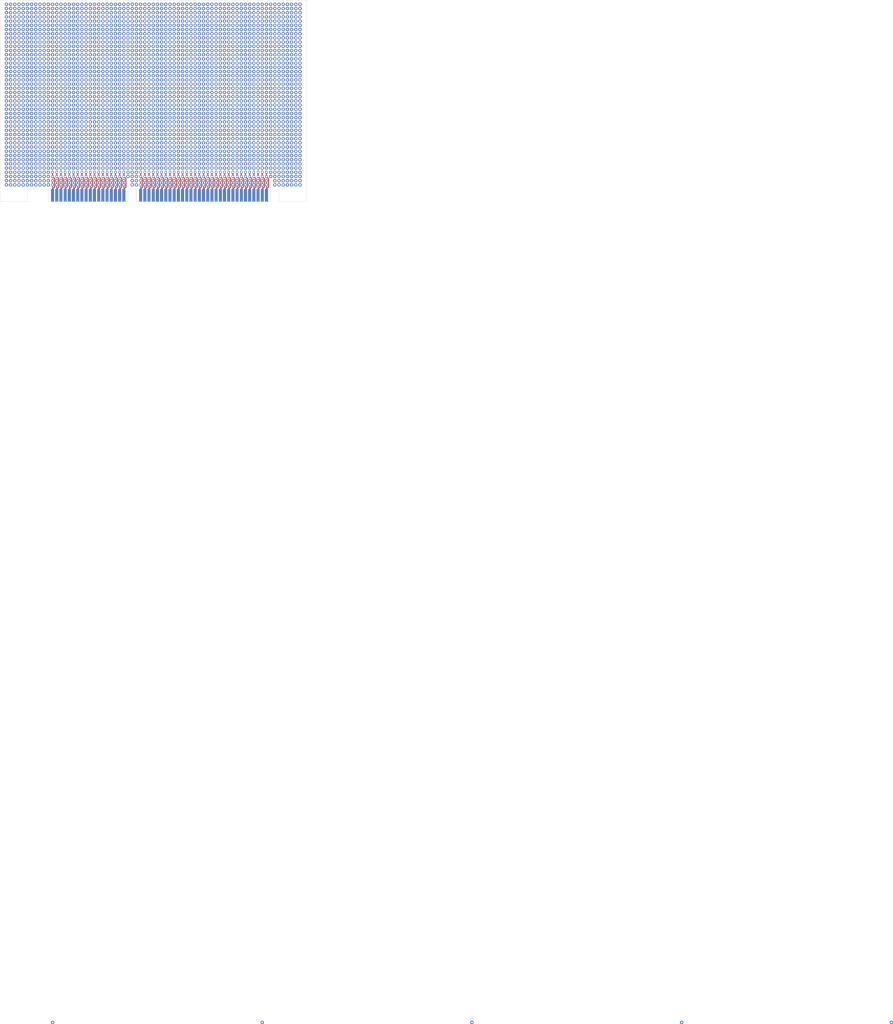
<source format=kicad_pcb>
(kicad_pcb (version 4) (host pcbnew 4.0.7)
  (title_block (title "PC ISA Perf Board - Big") (date 2019-03-09) (rev 0.1) (company "Canned Bytes"))
  (layers (0 F.Cu signal) (31 B.Cu signal) (34 B.Paste user hide) (35 F.Paste user hide) (36 B.SilkS user) (37 F.SilkS user) (38 B.Mask user) (39 F.Mask user) (44 Edge.Cuts user))
  (net 0 "")
  (module modules:1pin (layer F.Cu) (at 335.28 172.72)
    (fp_text reference REF** hide)
    (fp_text value 1pin hide)
    (pad "" thru_hole oval (at 0 0) (size 1.5 2) (drill 1.016) (layers *.Cu *.Mask))
  )
  (module modules:1pin (layer F.Cu) (at 332.74 172.72)
    (fp_text reference REF** hide)
    (fp_text value 1pin hide)
    (pad "" thru_hole oval (at 0 0) (size 1.5 2) (drill 1.016) (layers *.Cu *.Mask))
  )
  (module modules:1pin (layer F.Cu) (at 330.2 172.72)
    (fp_text reference REF** hide)
    (fp_text value 1pin hide)
    (pad "" thru_hole oval (at 0 0) (size 1.5 2) (drill 1.016) (layers *.Cu *.Mask))
  )
  (module modules:1pin (layer F.Cu) (at 327.66 172.72)
    (fp_text reference REF** hide)
    (fp_text value 1pin hide)
    (pad "" thru_hole oval (at 0 0) (size 1.5 2) (drill 1.016) (layers *.Cu *.Mask))
  )
  (module modules:1pin (layer F.Cu) (at 325.12 172.72)
    (fp_text reference REF** hide)
    (fp_text value 1pin hide)
    (pad "" thru_hole oval (at 0 0) (size 1.5 2) (drill 1.016) (layers *.Cu *.Mask))
  )
  (module modules:1pin (layer F.Cu) (at 322.58 172.72)
    (fp_text reference REF** hide)
    (fp_text value 1pin hide)
    (pad "" thru_hole oval (at 0 0) (size 1.5 2) (drill 1.016) (layers *.Cu *.Mask))
  )
  (module modules:1pin (layer F.Cu) (at 320.04 172.72)
    (fp_text reference REF** hide)
    (fp_text value 1pin hide)
    (pad "" thru_hole oval (at 0 0) (size 1.5 2) (drill 1.016) (layers *.Cu *.Mask))
  )
  (module modules:1pin (layer F.Cu) (at 317.5 172.72)
    (fp_text reference REF** hide)
    (fp_text value 1pin hide)
    (pad "" thru_hole oval (at 0 0) (size 1.5 2) (drill 1.016) (layers *.Cu *.Mask))
  )
  (module modules:1pin (layer F.Cu) (at 314.96 172.72)
    (fp_text reference REF** hide)
    (fp_text value 1pin hide)
    (pad "" thru_hole oval (at 0 0) (size 1.5 2) (drill 1.016) (layers *.Cu *.Mask))
  )
  (module modules:1pin (layer F.Cu) (at 312.42 172.72)
    (fp_text reference REF** hide)
    (fp_text value 1pin hide)
    (pad "" thru_hole oval (at 0 0) (size 1.5 2) (drill 1.016) (layers *.Cu *.Mask))
  )
  (module modules:1pin (layer F.Cu) (at 309.88 172.72)
    (fp_text reference REF** hide)
    (fp_text value 1pin hide)
    (pad "" thru_hole oval (at 0 0) (size 1.5 2) (drill 1.016) (layers *.Cu *.Mask))
  )
  (module modules:1pin (layer F.Cu) (at 307.34 172.72)
    (fp_text reference REF** hide)
    (fp_text value 1pin hide)
    (pad "" thru_hole oval (at 0 0) (size 1.5 2) (drill 1.016) (layers *.Cu *.Mask))
  )
  (module modules:1pin (layer F.Cu) (at 304.8 172.72)
    (fp_text reference REF** hide)
    (fp_text value 1pin hide)
    (pad "" thru_hole oval (at 0 0) (size 1.5 2) (drill 1.016) (layers *.Cu *.Mask))
  )
  (module modules:1pin (layer F.Cu) (at 302.26 172.72)
    (fp_text reference REF** hide)
    (fp_text value 1pin hide)
    (pad "" thru_hole oval (at 0 0) (size 1.5 2) (drill 1.016) (layers *.Cu *.Mask))
  )
  (module modules:1pin (layer F.Cu) (at 299.72 172.72)
    (fp_text reference REF** hide)
    (fp_text value 1pin hide)
    (pad "" thru_hole oval (at 0 0) (size 1.5 2) (drill 1.016) (layers *.Cu *.Mask))
  )
  (module modules:1pin (layer F.Cu) (at 297.18 172.72)
    (fp_text reference REF** hide)
    (fp_text value 1pin hide)
    (pad "" thru_hole oval (at 0 0) (size 1.5 2) (drill 1.016) (layers *.Cu *.Mask))
  )
  (module modules:1pin (layer F.Cu) (at 294.64 172.72)
    (fp_text reference REF** hide)
    (fp_text value 1pin hide)
    (pad "" thru_hole oval (at 0 0) (size 1.5 2) (drill 1.016) (layers *.Cu *.Mask))
  )
  (module modules:1pin (layer F.Cu) (at 292.1 172.72)
    (fp_text reference REF** hide)
    (fp_text value 1pin hide)
    (pad "" thru_hole oval (at 0 0) (size 1.5 2) (drill 1.016) (layers *.Cu *.Mask))
  )
  (module modules:1pin (layer F.Cu) (at 289.56 172.72)
    (fp_text reference REF** hide)
    (fp_text value 1pin hide)
    (pad "" thru_hole oval (at 0 0) (size 1.5 2) (drill 1.016) (layers *.Cu *.Mask))
  )
  (module modules:1pin (layer F.Cu) (at 287.02 172.72)
    (fp_text reference REF** hide)
    (fp_text value 1pin hide)
    (pad "" thru_hole oval (at 0 0) (size 1.5 2) (drill 1.016) (layers *.Cu *.Mask))
  )
  (module modules:1pin (layer F.Cu) (at 284.48 172.72)
    (fp_text reference REF** hide)
    (fp_text value 1pin hide)
    (pad "" thru_hole oval (at 0 0) (size 1.5 2) (drill 1.016) (layers *.Cu *.Mask))
  )
  (module modules:1pin (layer F.Cu) (at 281.94 172.72)
    (fp_text reference REF** hide)
    (fp_text value 1pin hide)
    (pad "" thru_hole oval (at 0 0) (size 1.5 2) (drill 1.016) (layers *.Cu *.Mask))
  )
  (module modules:1pin (layer F.Cu) (at 279.4 172.72)
    (fp_text reference REF** hide)
    (fp_text value 1pin hide)
    (pad "" thru_hole oval (at 0 0) (size 1.5 2) (drill 1.016) (layers *.Cu *.Mask))
  )
  (module modules:1pin (layer F.Cu) (at 276.86 172.72)
    (fp_text reference REF** hide)
    (fp_text value 1pin hide)
    (pad "" thru_hole oval (at 0 0) (size 1.5 2) (drill 1.016) (layers *.Cu *.Mask))
  )
  (module modules:1pin (layer F.Cu) (at 274.32 172.72)
    (fp_text reference REF** hide)
    (fp_text value 1pin hide)
    (pad "" thru_hole oval (at 0 0) (size 1.5 2) (drill 1.016) (layers *.Cu *.Mask))
  )
  (module modules:1pin (layer F.Cu) (at 271.78 172.72)
    (fp_text reference REF** hide)
    (fp_text value 1pin hide)
    (pad "" thru_hole oval (at 0 0) (size 1.5 2) (drill 1.016) (layers *.Cu *.Mask))
  )
  (module modules:1pin (layer F.Cu) (at 269.24 172.72)
    (fp_text reference REF** hide)
    (fp_text value 1pin hide)
    (pad "" thru_hole oval (at 0 0) (size 1.5 2) (drill 1.016) (layers *.Cu *.Mask))
  )
  (module modules:1pin (layer F.Cu) (at 266.7 172.72)
    (fp_text reference REF** hide)
    (fp_text value 1pin hide)
    (pad "" thru_hole oval (at 0 0) (size 1.5 2) (drill 1.016) (layers *.Cu *.Mask))
  )
  (module modules:1pin (layer F.Cu) (at 264.16 172.72)
    (fp_text reference REF** hide)
    (fp_text value 1pin hide)
    (pad "" thru_hole oval (at 0 0) (size 1.5 2) (drill 1.016) (layers *.Cu *.Mask))
  )
  (module modules:1pin (layer F.Cu) (at 261.62 172.72)
    (fp_text reference REF** hide)
    (fp_text value 1pin hide)
    (pad "" thru_hole oval (at 0 0) (size 1.5 2) (drill 1.016) (layers *.Cu *.Mask))
  )
  (module modules:1pin (layer F.Cu) (at 259.08 172.72)
    (fp_text reference REF** hide)
    (fp_text value 1pin hide)
    (pad "" thru_hole oval (at 0 0) (size 1.5 2) (drill 1.016) (layers *.Cu *.Mask))
  )
  (module modules:1pin (layer F.Cu) (at 335.28 170.18)
    (fp_text reference REF** hide)
    (fp_text value 1pin hide)
    (pad "" thru_hole oval (at 0 0) (size 1.5 2) (drill 1.016) (layers *.Cu *.Mask))
  )
  (module modules:1pin (layer F.Cu) (at 332.74 170.18)
    (fp_text reference REF** hide)
    (fp_text value 1pin hide)
    (pad "" thru_hole oval (at 0 0) (size 1.5 2) (drill 1.016) (layers *.Cu *.Mask))
  )
  (module modules:1pin (layer F.Cu) (at 330.2 170.18)
    (fp_text reference REF** hide)
    (fp_text value 1pin hide)
    (pad "" thru_hole oval (at 0 0) (size 1.5 2) (drill 1.016) (layers *.Cu *.Mask))
  )
  (module modules:1pin (layer F.Cu) (at 327.66 170.18)
    (fp_text reference REF** hide)
    (fp_text value 1pin hide)
    (pad "" thru_hole oval (at 0 0) (size 1.5 2) (drill 1.016) (layers *.Cu *.Mask))
  )
  (module modules:1pin (layer F.Cu) (at 325.12 170.18)
    (fp_text reference REF** hide)
    (fp_text value 1pin hide)
    (pad "" thru_hole oval (at 0 0) (size 1.5 2) (drill 1.016) (layers *.Cu *.Mask))
  )
  (module modules:1pin (layer F.Cu) (at 322.58 170.18)
    (fp_text reference REF** hide)
    (fp_text value 1pin hide)
    (pad "" thru_hole oval (at 0 0) (size 1.5 2) (drill 1.016) (layers *.Cu *.Mask))
  )
  (module modules:1pin (layer F.Cu) (at 320.04 170.18)
    (fp_text reference REF** hide)
    (fp_text value 1pin hide)
    (pad "" thru_hole oval (at 0 0) (size 1.5 2) (drill 1.016) (layers *.Cu *.Mask))
  )
  (module modules:1pin (layer F.Cu) (at 317.5 170.18)
    (fp_text reference REF** hide)
    (fp_text value 1pin hide)
    (pad "" thru_hole oval (at 0 0) (size 1.5 2) (drill 1.016) (layers *.Cu *.Mask))
  )
  (module modules:1pin (layer F.Cu) (at 314.96 170.18)
    (fp_text reference REF** hide)
    (fp_text value 1pin hide)
    (pad "" thru_hole oval (at 0 0) (size 1.5 2) (drill 1.016) (layers *.Cu *.Mask))
  )
  (module modules:1pin (layer F.Cu) (at 312.42 170.18)
    (fp_text reference REF** hide)
    (fp_text value 1pin hide)
    (pad "" thru_hole oval (at 0 0) (size 1.5 2) (drill 1.016) (layers *.Cu *.Mask))
  )
  (module modules:1pin (layer F.Cu) (at 309.88 170.18)
    (fp_text reference REF** hide)
    (fp_text value 1pin hide)
    (pad "" thru_hole oval (at 0 0) (size 1.5 2) (drill 1.016) (layers *.Cu *.Mask))
  )
  (module modules:1pin (layer F.Cu) (at 307.34 170.18)
    (fp_text reference REF** hide)
    (fp_text value 1pin hide)
    (pad "" thru_hole oval (at 0 0) (size 1.5 2) (drill 1.016) (layers *.Cu *.Mask))
  )
  (module modules:1pin (layer F.Cu) (at 304.8 170.18)
    (fp_text reference REF** hide)
    (fp_text value 1pin hide)
    (pad "" thru_hole oval (at 0 0) (size 1.5 2) (drill 1.016) (layers *.Cu *.Mask))
  )
  (module modules:1pin (layer F.Cu) (at 302.26 170.18)
    (fp_text reference REF** hide)
    (fp_text value 1pin hide)
    (pad "" thru_hole oval (at 0 0) (size 1.5 2) (drill 1.016) (layers *.Cu *.Mask))
  )
  (module modules:1pin (layer F.Cu) (at 299.72 170.18)
    (fp_text reference REF** hide)
    (fp_text value 1pin hide)
    (pad "" thru_hole oval (at 0 0) (size 1.5 2) (drill 1.016) (layers *.Cu *.Mask))
  )
  (module modules:1pin (layer F.Cu) (at 297.18 170.18)
    (fp_text reference REF** hide)
    (fp_text value 1pin hide)
    (pad "" thru_hole oval (at 0 0) (size 1.5 2) (drill 1.016) (layers *.Cu *.Mask))
  )
  (module modules:1pin (layer F.Cu) (at 294.64 170.18)
    (fp_text reference REF** hide)
    (fp_text value 1pin hide)
    (pad "" thru_hole oval (at 0 0) (size 1.5 2) (drill 1.016) (layers *.Cu *.Mask))
  )
  (module modules:1pin (layer F.Cu) (at 292.1 170.18)
    (fp_text reference REF** hide)
    (fp_text value 1pin hide)
    (pad "" thru_hole oval (at 0 0) (size 1.5 2) (drill 1.016) (layers *.Cu *.Mask))
  )
  (module modules:1pin (layer F.Cu) (at 289.56 170.18)
    (fp_text reference REF** hide)
    (fp_text value 1pin hide)
    (pad "" thru_hole oval (at 0 0) (size 1.5 2) (drill 1.016) (layers *.Cu *.Mask))
  )
  (module modules:1pin (layer F.Cu) (at 287.02 170.18)
    (fp_text reference REF** hide)
    (fp_text value 1pin hide)
    (pad "" thru_hole oval (at 0 0) (size 1.5 2) (drill 1.016) (layers *.Cu *.Mask))
  )
  (module modules:1pin (layer F.Cu) (at 284.48 170.18)
    (fp_text reference REF** hide)
    (fp_text value 1pin hide)
    (pad "" thru_hole oval (at 0 0) (size 1.5 2) (drill 1.016) (layers *.Cu *.Mask))
  )
  (module modules:1pin (layer F.Cu) (at 281.94 170.18)
    (fp_text reference REF** hide)
    (fp_text value 1pin hide)
    (pad "" thru_hole oval (at 0 0) (size 1.5 2) (drill 1.016) (layers *.Cu *.Mask))
  )
  (module modules:1pin (layer F.Cu) (at 279.4 170.18)
    (fp_text reference REF** hide)
    (fp_text value 1pin hide)
    (pad "" thru_hole oval (at 0 0) (size 1.5 2) (drill 1.016) (layers *.Cu *.Mask))
  )
  (module modules:1pin (layer F.Cu) (at 276.86 170.18)
    (fp_text reference REF** hide)
    (fp_text value 1pin hide)
    (pad "" thru_hole oval (at 0 0) (size 1.5 2) (drill 1.016) (layers *.Cu *.Mask))
  )
  (module modules:1pin (layer F.Cu) (at 274.32 170.18)
    (fp_text reference REF** hide)
    (fp_text value 1pin hide)
    (pad "" thru_hole oval (at 0 0) (size 1.5 2) (drill 1.016) (layers *.Cu *.Mask))
  )
  (module modules:1pin (layer F.Cu) (at 271.78 170.18)
    (fp_text reference REF** hide)
    (fp_text value 1pin hide)
    (pad "" thru_hole oval (at 0 0) (size 1.5 2) (drill 1.016) (layers *.Cu *.Mask))
  )
  (module modules:1pin (layer F.Cu) (at 269.24 170.18)
    (fp_text reference REF** hide)
    (fp_text value 1pin hide)
    (pad "" thru_hole oval (at 0 0) (size 1.5 2) (drill 1.016) (layers *.Cu *.Mask))
  )
  (module modules:1pin (layer F.Cu) (at 266.7 170.18)
    (fp_text reference REF** hide)
    (fp_text value 1pin hide)
    (pad "" thru_hole oval (at 0 0) (size 1.5 2) (drill 1.016) (layers *.Cu *.Mask))
  )
  (module modules:1pin (layer F.Cu) (at 264.16 170.18)
    (fp_text reference REF** hide)
    (fp_text value 1pin hide)
    (pad "" thru_hole oval (at 0 0) (size 1.5 2) (drill 1.016) (layers *.Cu *.Mask))
  )
  (module modules:1pin (layer F.Cu) (at 261.62 170.18)
    (fp_text reference REF** hide)
    (fp_text value 1pin hide)
    (pad "" thru_hole oval (at 0 0) (size 1.5 2) (drill 1.016) (layers *.Cu *.Mask))
  )
  (module modules:1pin (layer F.Cu) (at 259.08 170.18)
    (fp_text reference REF** hide)
    (fp_text value 1pin hide)
    (pad "" thru_hole oval (at 0 0) (size 1.5 2) (drill 1.016) (layers *.Cu *.Mask))
  )
  (module modules:1pin (layer F.Cu) (at 335.28 167.64)
    (fp_text reference REF** hide)
    (fp_text value 1pin hide)
    (pad "" thru_hole oval (at 0 0) (size 1.5 2) (drill 1.016) (layers *.Cu *.Mask))
  )
  (module modules:1pin (layer F.Cu) (at 332.74 167.64)
    (fp_text reference REF** hide)
    (fp_text value 1pin hide)
    (pad "" thru_hole oval (at 0 0) (size 1.5 2) (drill 1.016) (layers *.Cu *.Mask))
  )
  (module modules:1pin (layer F.Cu) (at 330.2 167.64)
    (fp_text reference REF** hide)
    (fp_text value 1pin hide)
    (pad "" thru_hole oval (at 0 0) (size 1.5 2) (drill 1.016) (layers *.Cu *.Mask))
  )
  (module modules:1pin (layer F.Cu) (at 327.66 167.64)
    (fp_text reference REF** hide)
    (fp_text value 1pin hide)
    (pad "" thru_hole oval (at 0 0) (size 1.5 2) (drill 1.016) (layers *.Cu *.Mask))
  )
  (module modules:1pin (layer F.Cu) (at 325.12 167.64)
    (fp_text reference REF** hide)
    (fp_text value 1pin hide)
    (pad "" thru_hole oval (at 0 0) (size 1.5 2) (drill 1.016) (layers *.Cu *.Mask))
  )
  (module modules:1pin (layer F.Cu) (at 322.58 167.64)
    (fp_text reference REF** hide)
    (fp_text value 1pin hide)
    (pad "" thru_hole oval (at 0 0) (size 1.5 2) (drill 1.016) (layers *.Cu *.Mask))
  )
  (module modules:1pin (layer F.Cu) (at 320.04 167.64)
    (fp_text reference REF** hide)
    (fp_text value 1pin hide)
    (pad "" thru_hole oval (at 0 0) (size 1.5 2) (drill 1.016) (layers *.Cu *.Mask))
  )
  (module modules:1pin (layer F.Cu) (at 317.5 167.64)
    (fp_text reference REF** hide)
    (fp_text value 1pin hide)
    (pad "" thru_hole oval (at 0 0) (size 1.5 2) (drill 1.016) (layers *.Cu *.Mask))
  )
  (module modules:1pin (layer F.Cu) (at 314.96 167.64)
    (fp_text reference REF** hide)
    (fp_text value 1pin hide)
    (pad "" thru_hole oval (at 0 0) (size 1.5 2) (drill 1.016) (layers *.Cu *.Mask))
  )
  (module modules:1pin (layer F.Cu) (at 312.42 167.64)
    (fp_text reference REF** hide)
    (fp_text value 1pin hide)
    (pad "" thru_hole oval (at 0 0) (size 1.5 2) (drill 1.016) (layers *.Cu *.Mask))
  )
  (module modules:1pin (layer F.Cu) (at 309.88 167.64)
    (fp_text reference REF** hide)
    (fp_text value 1pin hide)
    (pad "" thru_hole oval (at 0 0) (size 1.5 2) (drill 1.016) (layers *.Cu *.Mask))
  )
  (module modules:1pin (layer F.Cu) (at 307.34 167.64)
    (fp_text reference REF** hide)
    (fp_text value 1pin hide)
    (pad "" thru_hole oval (at 0 0) (size 1.5 2) (drill 1.016) (layers *.Cu *.Mask))
  )
  (module modules:1pin (layer F.Cu) (at 304.8 167.64)
    (fp_text reference REF** hide)
    (fp_text value 1pin hide)
    (pad "" thru_hole oval (at 0 0) (size 1.5 2) (drill 1.016) (layers *.Cu *.Mask))
  )
  (module modules:1pin (layer F.Cu) (at 302.26 167.64)
    (fp_text reference REF** hide)
    (fp_text value 1pin hide)
    (pad "" thru_hole oval (at 0 0) (size 1.5 2) (drill 1.016) (layers *.Cu *.Mask))
  )
  (module modules:1pin (layer F.Cu) (at 299.72 167.64)
    (fp_text reference REF** hide)
    (fp_text value 1pin hide)
    (pad "" thru_hole oval (at 0 0) (size 1.5 2) (drill 1.016) (layers *.Cu *.Mask))
  )
  (module modules:1pin (layer F.Cu) (at 297.18 167.64)
    (fp_text reference REF** hide)
    (fp_text value 1pin hide)
    (pad "" thru_hole oval (at 0 0) (size 1.5 2) (drill 1.016) (layers *.Cu *.Mask))
  )
  (module modules:1pin (layer F.Cu) (at 294.64 167.64)
    (fp_text reference REF** hide)
    (fp_text value 1pin hide)
    (pad "" thru_hole oval (at 0 0) (size 1.5 2) (drill 1.016) (layers *.Cu *.Mask))
  )
  (module modules:1pin (layer F.Cu) (at 292.1 167.64)
    (fp_text reference REF** hide)
    (fp_text value 1pin hide)
    (pad "" thru_hole oval (at 0 0) (size 1.5 2) (drill 1.016) (layers *.Cu *.Mask))
  )
  (module modules:1pin (layer F.Cu) (at 289.56 167.64)
    (fp_text reference REF** hide)
    (fp_text value 1pin hide)
    (pad "" thru_hole oval (at 0 0) (size 1.5 2) (drill 1.016) (layers *.Cu *.Mask))
  )
  (module modules:1pin (layer F.Cu) (at 287.02 167.64)
    (fp_text reference REF** hide)
    (fp_text value 1pin hide)
    (pad "" thru_hole oval (at 0 0) (size 1.5 2) (drill 1.016) (layers *.Cu *.Mask))
  )
  (module modules:1pin (layer F.Cu) (at 284.48 167.64)
    (fp_text reference REF** hide)
    (fp_text value 1pin hide)
    (pad "" thru_hole oval (at 0 0) (size 1.5 2) (drill 1.016) (layers *.Cu *.Mask))
  )
  (module modules:1pin (layer F.Cu) (at 281.94 167.64)
    (fp_text reference REF** hide)
    (fp_text value 1pin hide)
    (pad "" thru_hole oval (at 0 0) (size 1.5 2) (drill 1.016) (layers *.Cu *.Mask))
  )
  (module modules:1pin (layer F.Cu) (at 279.4 167.64)
    (fp_text reference REF** hide)
    (fp_text value 1pin hide)
    (pad "" thru_hole oval (at 0 0) (size 1.5 2) (drill 1.016) (layers *.Cu *.Mask))
  )
  (module modules:1pin (layer F.Cu) (at 276.86 167.64)
    (fp_text reference REF** hide)
    (fp_text value 1pin hide)
    (pad "" thru_hole oval (at 0 0) (size 1.5 2) (drill 1.016) (layers *.Cu *.Mask))
  )
  (module modules:1pin (layer F.Cu) (at 274.32 167.64)
    (fp_text reference REF** hide)
    (fp_text value 1pin hide)
    (pad "" thru_hole oval (at 0 0) (size 1.5 2) (drill 1.016) (layers *.Cu *.Mask))
  )
  (module modules:1pin (layer F.Cu) (at 271.78 167.64)
    (fp_text reference REF** hide)
    (fp_text value 1pin hide)
    (pad "" thru_hole oval (at 0 0) (size 1.5 2) (drill 1.016) (layers *.Cu *.Mask))
  )
  (module modules:1pin (layer F.Cu) (at 269.24 167.64)
    (fp_text reference REF** hide)
    (fp_text value 1pin hide)
    (pad "" thru_hole oval (at 0 0) (size 1.5 2) (drill 1.016) (layers *.Cu *.Mask))
  )
  (module modules:1pin (layer F.Cu) (at 266.7 167.64)
    (fp_text reference REF** hide)
    (fp_text value 1pin hide)
    (pad "" thru_hole oval (at 0 0) (size 1.5 2) (drill 1.016) (layers *.Cu *.Mask))
  )
  (module modules:1pin (layer F.Cu) (at 264.16 167.64)
    (fp_text reference REF** hide)
    (fp_text value 1pin hide)
    (pad "" thru_hole oval (at 0 0) (size 1.5 2) (drill 1.016) (layers *.Cu *.Mask))
  )
  (module modules:1pin (layer F.Cu) (at 261.62 167.64)
    (fp_text reference REF** hide)
    (fp_text value 1pin hide)
    (pad "" thru_hole oval (at 0 0) (size 1.5 2) (drill 1.016) (layers *.Cu *.Mask))
  )
  (module modules:1pin (layer F.Cu) (at 259.08 167.64)
    (fp_text reference REF** hide)
    (fp_text value 1pin hide)
    (pad "" thru_hole oval (at 0 0) (size 1.5 2) (drill 1.016) (layers *.Cu *.Mask))
  )
  (module modules:1pin (layer F.Cu) (at 335.28 165.1)
    (fp_text reference REF** hide)
    (fp_text value 1pin hide)
    (pad "" thru_hole oval (at 0 0) (size 1.5 2) (drill 1.016) (layers *.Cu *.Mask))
  )
  (module modules:1pin (layer F.Cu) (at 332.74 165.1)
    (fp_text reference REF** hide)
    (fp_text value 1pin hide)
    (pad "" thru_hole oval (at 0 0) (size 1.5 2) (drill 1.016) (layers *.Cu *.Mask))
  )
  (module modules:1pin (layer F.Cu) (at 330.2 165.1)
    (fp_text reference REF** hide)
    (fp_text value 1pin hide)
    (pad "" thru_hole oval (at 0 0) (size 1.5 2) (drill 1.016) (layers *.Cu *.Mask))
  )
  (module modules:1pin (layer F.Cu) (at 327.66 165.1)
    (fp_text reference REF** hide)
    (fp_text value 1pin hide)
    (pad "" thru_hole oval (at 0 0) (size 1.5 2) (drill 1.016) (layers *.Cu *.Mask))
  )
  (module modules:1pin (layer F.Cu) (at 325.12 165.1)
    (fp_text reference REF** hide)
    (fp_text value 1pin hide)
    (pad "" thru_hole oval (at 0 0) (size 1.5 2) (drill 1.016) (layers *.Cu *.Mask))
  )
  (module modules:1pin (layer F.Cu) (at 322.58 165.1)
    (fp_text reference REF** hide)
    (fp_text value 1pin hide)
    (pad "" thru_hole oval (at 0 0) (size 1.5 2) (drill 1.016) (layers *.Cu *.Mask))
  )
  (module modules:1pin (layer F.Cu) (at 320.04 165.1)
    (fp_text reference REF** hide)
    (fp_text value 1pin hide)
    (pad "" thru_hole oval (at 0 0) (size 1.5 2) (drill 1.016) (layers *.Cu *.Mask))
  )
  (module modules:1pin (layer F.Cu) (at 317.5 165.1)
    (fp_text reference REF** hide)
    (fp_text value 1pin hide)
    (pad "" thru_hole oval (at 0 0) (size 1.5 2) (drill 1.016) (layers *.Cu *.Mask))
  )
  (module modules:1pin (layer F.Cu) (at 314.96 165.1)
    (fp_text reference REF** hide)
    (fp_text value 1pin hide)
    (pad "" thru_hole oval (at 0 0) (size 1.5 2) (drill 1.016) (layers *.Cu *.Mask))
  )
  (module modules:1pin (layer F.Cu) (at 312.42 165.1)
    (fp_text reference REF** hide)
    (fp_text value 1pin hide)
    (pad "" thru_hole oval (at 0 0) (size 1.5 2) (drill 1.016) (layers *.Cu *.Mask))
  )
  (module modules:1pin (layer F.Cu) (at 309.88 165.1)
    (fp_text reference REF** hide)
    (fp_text value 1pin hide)
    (pad "" thru_hole oval (at 0 0) (size 1.5 2) (drill 1.016) (layers *.Cu *.Mask))
  )
  (module modules:1pin (layer F.Cu) (at 307.34 165.1)
    (fp_text reference REF** hide)
    (fp_text value 1pin hide)
    (pad "" thru_hole oval (at 0 0) (size 1.5 2) (drill 1.016) (layers *.Cu *.Mask))
  )
  (module modules:1pin (layer F.Cu) (at 304.8 165.1)
    (fp_text reference REF** hide)
    (fp_text value 1pin hide)
    (pad "" thru_hole oval (at 0 0) (size 1.5 2) (drill 1.016) (layers *.Cu *.Mask))
  )
  (module modules:1pin (layer F.Cu) (at 302.26 165.1)
    (fp_text reference REF** hide)
    (fp_text value 1pin hide)
    (pad "" thru_hole oval (at 0 0) (size 1.5 2) (drill 1.016) (layers *.Cu *.Mask))
  )
  (module modules:1pin (layer F.Cu) (at 299.72 165.1)
    (fp_text reference REF** hide)
    (fp_text value 1pin hide)
    (pad "" thru_hole oval (at 0 0) (size 1.5 2) (drill 1.016) (layers *.Cu *.Mask))
  )
  (module modules:1pin (layer F.Cu) (at 297.18 165.1)
    (fp_text reference REF** hide)
    (fp_text value 1pin hide)
    (pad "" thru_hole oval (at 0 0) (size 1.5 2) (drill 1.016) (layers *.Cu *.Mask))
  )
  (module modules:1pin (layer F.Cu) (at 294.64 165.1)
    (fp_text reference REF** hide)
    (fp_text value 1pin hide)
    (pad "" thru_hole oval (at 0 0) (size 1.5 2) (drill 1.016) (layers *.Cu *.Mask))
  )
  (module modules:1pin (layer F.Cu) (at 292.1 165.1)
    (fp_text reference REF** hide)
    (fp_text value 1pin hide)
    (pad "" thru_hole oval (at 0 0) (size 1.5 2) (drill 1.016) (layers *.Cu *.Mask))
  )
  (module modules:1pin (layer F.Cu) (at 289.56 165.1)
    (fp_text reference REF** hide)
    (fp_text value 1pin hide)
    (pad "" thru_hole oval (at 0 0) (size 1.5 2) (drill 1.016) (layers *.Cu *.Mask))
  )
  (module modules:1pin (layer F.Cu) (at 287.02 165.1)
    (fp_text reference REF** hide)
    (fp_text value 1pin hide)
    (pad "" thru_hole oval (at 0 0) (size 1.5 2) (drill 1.016) (layers *.Cu *.Mask))
  )
  (module modules:1pin (layer F.Cu) (at 284.48 165.1)
    (fp_text reference REF** hide)
    (fp_text value 1pin hide)
    (pad "" thru_hole oval (at 0 0) (size 1.5 2) (drill 1.016) (layers *.Cu *.Mask))
  )
  (module modules:1pin (layer F.Cu) (at 281.94 165.1)
    (fp_text reference REF** hide)
    (fp_text value 1pin hide)
    (pad "" thru_hole oval (at 0 0) (size 1.5 2) (drill 1.016) (layers *.Cu *.Mask))
  )
  (module modules:1pin (layer F.Cu) (at 279.4 165.1)
    (fp_text reference REF** hide)
    (fp_text value 1pin hide)
    (pad "" thru_hole oval (at 0 0) (size 1.5 2) (drill 1.016) (layers *.Cu *.Mask))
  )
  (module modules:1pin (layer F.Cu) (at 276.86 165.1)
    (fp_text reference REF** hide)
    (fp_text value 1pin hide)
    (pad "" thru_hole oval (at 0 0) (size 1.5 2) (drill 1.016) (layers *.Cu *.Mask))
  )
  (module modules:1pin (layer F.Cu) (at 274.32 165.1)
    (fp_text reference REF** hide)
    (fp_text value 1pin hide)
    (pad "" thru_hole oval (at 0 0) (size 1.5 2) (drill 1.016) (layers *.Cu *.Mask))
  )
  (module modules:1pin (layer F.Cu) (at 271.78 165.1)
    (fp_text reference REF** hide)
    (fp_text value 1pin hide)
    (pad "" thru_hole oval (at 0 0) (size 1.5 2) (drill 1.016) (layers *.Cu *.Mask))
  )
  (module modules:1pin (layer F.Cu) (at 269.24 165.1)
    (fp_text reference REF** hide)
    (fp_text value 1pin hide)
    (pad "" thru_hole oval (at 0 0) (size 1.5 2) (drill 1.016) (layers *.Cu *.Mask))
  )
  (module modules:1pin (layer F.Cu) (at 266.7 165.1)
    (fp_text reference REF** hide)
    (fp_text value 1pin hide)
    (pad "" thru_hole oval (at 0 0) (size 1.5 2) (drill 1.016) (layers *.Cu *.Mask))
  )
  (module modules:1pin (layer F.Cu) (at 264.16 165.1)
    (fp_text reference REF** hide)
    (fp_text value 1pin hide)
    (pad "" thru_hole oval (at 0 0) (size 1.5 2) (drill 1.016) (layers *.Cu *.Mask))
  )
  (module modules:1pin (layer F.Cu) (at 261.62 165.1)
    (fp_text reference REF** hide)
    (fp_text value 1pin hide)
    (pad "" thru_hole oval (at 0 0) (size 1.5 2) (drill 1.016) (layers *.Cu *.Mask))
  )
  (module modules:1pin (layer F.Cu) (at 259.08 165.1)
    (fp_text reference REF** hide)
    (fp_text value 1pin hide)
    (pad "" thru_hole oval (at 0 0) (size 1.5 2) (drill 1.016) (layers *.Cu *.Mask))
  )
  (module modules:1pin (layer F.Cu) (at 248.92 172.72)
    (fp_text reference REF** hide)
    (fp_text value 1pin hide)
    (pad "" thru_hole oval (at 0 0) (size 1.5 2) (drill 1.016) (layers *.Cu *.Mask))
  )
  (module modules:1pin (layer F.Cu) (at 246.38 172.72)
    (fp_text reference REF** hide)
    (fp_text value 1pin hide)
    (pad "" thru_hole oval (at 0 0) (size 1.5 2) (drill 1.016) (layers *.Cu *.Mask))
  )
  (module modules:1pin (layer F.Cu) (at 243.84 172.72)
    (fp_text reference REF** hide)
    (fp_text value 1pin hide)
    (pad "" thru_hole oval (at 0 0) (size 1.5 2) (drill 1.016) (layers *.Cu *.Mask))
  )
  (module modules:1pin (layer F.Cu) (at 241.3 172.72)
    (fp_text reference REF** hide)
    (fp_text value 1pin hide)
    (pad "" thru_hole oval (at 0 0) (size 1.5 2) (drill 1.016) (layers *.Cu *.Mask))
  )
  (module modules:1pin (layer F.Cu) (at 238.76 172.72)
    (fp_text reference REF** hide)
    (fp_text value 1pin hide)
    (pad "" thru_hole oval (at 0 0) (size 1.5 2) (drill 1.016) (layers *.Cu *.Mask))
  )
  (module modules:1pin (layer F.Cu) (at 236.22 172.72)
    (fp_text reference REF** hide)
    (fp_text value 1pin hide)
    (pad "" thru_hole oval (at 0 0) (size 1.5 2) (drill 1.016) (layers *.Cu *.Mask))
  )
  (module modules:1pin (layer F.Cu) (at 233.68 172.72)
    (fp_text reference REF** hide)
    (fp_text value 1pin hide)
    (pad "" thru_hole oval (at 0 0) (size 1.5 2) (drill 1.016) (layers *.Cu *.Mask))
  )
  (module modules:1pin (layer F.Cu) (at 231.14 172.72)
    (fp_text reference REF** hide)
    (fp_text value 1pin hide)
    (pad "" thru_hole oval (at 0 0) (size 1.5 2) (drill 1.016) (layers *.Cu *.Mask))
  )
  (module modules:1pin (layer F.Cu) (at 228.6 172.72)
    (fp_text reference REF** hide)
    (fp_text value 1pin hide)
    (pad "" thru_hole oval (at 0 0) (size 1.5 2) (drill 1.016) (layers *.Cu *.Mask))
  )
  (module modules:1pin (layer F.Cu) (at 226.06 172.72)
    (fp_text reference REF** hide)
    (fp_text value 1pin hide)
    (pad "" thru_hole oval (at 0 0) (size 1.5 2) (drill 1.016) (layers *.Cu *.Mask))
  )
  (module modules:1pin (layer F.Cu) (at 223.52 172.72)
    (fp_text reference REF** hide)
    (fp_text value 1pin hide)
    (pad "" thru_hole oval (at 0 0) (size 1.5 2) (drill 1.016) (layers *.Cu *.Mask))
  )
  (module modules:1pin (layer F.Cu) (at 220.98 172.72)
    (fp_text reference REF** hide)
    (fp_text value 1pin hide)
    (pad "" thru_hole oval (at 0 0) (size 1.5 2) (drill 1.016) (layers *.Cu *.Mask))
  )
  (module modules:1pin (layer F.Cu) (at 218.44 172.72)
    (fp_text reference REF** hide)
    (fp_text value 1pin hide)
    (pad "" thru_hole oval (at 0 0) (size 1.5 2) (drill 1.016) (layers *.Cu *.Mask))
  )
  (module modules:1pin (layer F.Cu) (at 215.9 172.72)
    (fp_text reference REF** hide)
    (fp_text value 1pin hide)
    (pad "" thru_hole oval (at 0 0) (size 1.5 2) (drill 1.016) (layers *.Cu *.Mask))
  )
  (module modules:1pin (layer F.Cu) (at 213.36 172.72)
    (fp_text reference REF** hide)
    (fp_text value 1pin hide)
    (pad "" thru_hole oval (at 0 0) (size 1.5 2) (drill 1.016) (layers *.Cu *.Mask))
  )
  (module modules:1pin (layer F.Cu) (at 210.82 172.72)
    (fp_text reference REF** hide)
    (fp_text value 1pin hide)
    (pad "" thru_hole oval (at 0 0) (size 1.5 2) (drill 1.016) (layers *.Cu *.Mask))
  )
  (module modules:1pin (layer F.Cu) (at 208.28 172.72)
    (fp_text reference REF** hide)
    (fp_text value 1pin hide)
    (pad "" thru_hole oval (at 0 0) (size 1.5 2) (drill 1.016) (layers *.Cu *.Mask))
  )
  (module modules:1pin (layer F.Cu) (at 205.74 172.72)
    (fp_text reference REF** hide)
    (fp_text value 1pin hide)
    (pad "" thru_hole oval (at 0 0) (size 1.5 2) (drill 1.016) (layers *.Cu *.Mask))
  )
  (module modules:1pin (layer F.Cu) (at 248.92 170.18)
    (fp_text reference REF** hide)
    (fp_text value 1pin hide)
    (pad "" thru_hole oval (at 0 0) (size 1.5 2) (drill 1.016) (layers *.Cu *.Mask))
  )
  (module modules:1pin (layer F.Cu) (at 246.38 170.18)
    (fp_text reference REF** hide)
    (fp_text value 1pin hide)
    (pad "" thru_hole oval (at 0 0) (size 1.5 2) (drill 1.016) (layers *.Cu *.Mask))
  )
  (module modules:1pin (layer F.Cu) (at 243.84 170.18)
    (fp_text reference REF** hide)
    (fp_text value 1pin hide)
    (pad "" thru_hole oval (at 0 0) (size 1.5 2) (drill 1.016) (layers *.Cu *.Mask))
  )
  (module modules:1pin (layer F.Cu) (at 241.3 170.18)
    (fp_text reference REF** hide)
    (fp_text value 1pin hide)
    (pad "" thru_hole oval (at 0 0) (size 1.5 2) (drill 1.016) (layers *.Cu *.Mask))
  )
  (module modules:1pin (layer F.Cu) (at 238.76 170.18)
    (fp_text reference REF** hide)
    (fp_text value 1pin hide)
    (pad "" thru_hole oval (at 0 0) (size 1.5 2) (drill 1.016) (layers *.Cu *.Mask))
  )
  (module modules:1pin (layer F.Cu) (at 236.22 170.18)
    (fp_text reference REF** hide)
    (fp_text value 1pin hide)
    (pad "" thru_hole oval (at 0 0) (size 1.5 2) (drill 1.016) (layers *.Cu *.Mask))
  )
  (module modules:1pin (layer F.Cu) (at 233.68 170.18)
    (fp_text reference REF** hide)
    (fp_text value 1pin hide)
    (pad "" thru_hole oval (at 0 0) (size 1.5 2) (drill 1.016) (layers *.Cu *.Mask))
  )
  (module modules:1pin (layer F.Cu) (at 231.14 170.18)
    (fp_text reference REF** hide)
    (fp_text value 1pin hide)
    (pad "" thru_hole oval (at 0 0) (size 1.5 2) (drill 1.016) (layers *.Cu *.Mask))
  )
  (module modules:1pin (layer F.Cu) (at 228.6 170.18)
    (fp_text reference REF** hide)
    (fp_text value 1pin hide)
    (pad "" thru_hole oval (at 0 0) (size 1.5 2) (drill 1.016) (layers *.Cu *.Mask))
  )
  (module modules:1pin (layer F.Cu) (at 226.06 170.18)
    (fp_text reference REF** hide)
    (fp_text value 1pin hide)
    (pad "" thru_hole oval (at 0 0) (size 1.5 2) (drill 1.016) (layers *.Cu *.Mask))
  )
  (module modules:1pin (layer F.Cu) (at 223.52 170.18)
    (fp_text reference REF** hide)
    (fp_text value 1pin hide)
    (pad "" thru_hole oval (at 0 0) (size 1.5 2) (drill 1.016) (layers *.Cu *.Mask))
  )
  (module modules:1pin (layer F.Cu) (at 220.98 170.18)
    (fp_text reference REF** hide)
    (fp_text value 1pin hide)
    (pad "" thru_hole oval (at 0 0) (size 1.5 2) (drill 1.016) (layers *.Cu *.Mask))
  )
  (module modules:1pin (layer F.Cu) (at 218.44 170.18)
    (fp_text reference REF** hide)
    (fp_text value 1pin hide)
    (pad "" thru_hole oval (at 0 0) (size 1.5 2) (drill 1.016) (layers *.Cu *.Mask))
  )
  (module modules:1pin (layer F.Cu) (at 215.9 170.18)
    (fp_text reference REF** hide)
    (fp_text value 1pin hide)
    (pad "" thru_hole oval (at 0 0) (size 1.5 2) (drill 1.016) (layers *.Cu *.Mask))
  )
  (module modules:1pin (layer F.Cu) (at 213.36 170.18)
    (fp_text reference REF** hide)
    (fp_text value 1pin hide)
    (pad "" thru_hole oval (at 0 0) (size 1.5 2) (drill 1.016) (layers *.Cu *.Mask))
  )
  (module modules:1pin (layer F.Cu) (at 210.82 170.18)
    (fp_text reference REF** hide)
    (fp_text value 1pin hide)
    (pad "" thru_hole oval (at 0 0) (size 1.5 2) (drill 1.016) (layers *.Cu *.Mask))
  )
  (module modules:1pin (layer F.Cu) (at 208.28 170.18)
    (fp_text reference REF** hide)
    (fp_text value 1pin hide)
    (pad "" thru_hole oval (at 0 0) (size 1.5 2) (drill 1.016) (layers *.Cu *.Mask))
  )
  (module modules:1pin (layer F.Cu) (at 205.74 170.18)
    (fp_text reference REF** hide)
    (fp_text value 1pin hide)
    (pad "" thru_hole oval (at 0 0) (size 1.5 2) (drill 1.016) (layers *.Cu *.Mask))
  )
  (module modules:1pin (layer F.Cu) (at 248.92 167.64)
    (fp_text reference REF** hide)
    (fp_text value 1pin hide)
    (pad "" thru_hole oval (at 0 0) (size 1.5 2) (drill 1.016) (layers *.Cu *.Mask))
  )
  (module modules:1pin (layer F.Cu) (at 246.38 167.64)
    (fp_text reference REF** hide)
    (fp_text value 1pin hide)
    (pad "" thru_hole oval (at 0 0) (size 1.5 2) (drill 1.016) (layers *.Cu *.Mask))
  )
  (module modules:1pin (layer F.Cu) (at 243.84 167.64)
    (fp_text reference REF** hide)
    (fp_text value 1pin hide)
    (pad "" thru_hole oval (at 0 0) (size 1.5 2) (drill 1.016) (layers *.Cu *.Mask))
  )
  (module modules:1pin (layer F.Cu) (at 241.3 167.64)
    (fp_text reference REF** hide)
    (fp_text value 1pin hide)
    (pad "" thru_hole oval (at 0 0) (size 1.5 2) (drill 1.016) (layers *.Cu *.Mask))
  )
  (module modules:1pin (layer F.Cu) (at 238.76 167.64)
    (fp_text reference REF** hide)
    (fp_text value 1pin hide)
    (pad "" thru_hole oval (at 0 0) (size 1.5 2) (drill 1.016) (layers *.Cu *.Mask))
  )
  (module modules:1pin (layer F.Cu) (at 236.22 167.64)
    (fp_text reference REF** hide)
    (fp_text value 1pin hide)
    (pad "" thru_hole oval (at 0 0) (size 1.5 2) (drill 1.016) (layers *.Cu *.Mask))
  )
  (module modules:1pin (layer F.Cu) (at 233.68 167.64)
    (fp_text reference REF** hide)
    (fp_text value 1pin hide)
    (pad "" thru_hole oval (at 0 0) (size 1.5 2) (drill 1.016) (layers *.Cu *.Mask))
  )
  (module modules:1pin (layer F.Cu) (at 231.14 167.64)
    (fp_text reference REF** hide)
    (fp_text value 1pin hide)
    (pad "" thru_hole oval (at 0 0) (size 1.5 2) (drill 1.016) (layers *.Cu *.Mask))
  )
  (module modules:1pin (layer F.Cu) (at 228.6 167.64)
    (fp_text reference REF** hide)
    (fp_text value 1pin hide)
    (pad "" thru_hole oval (at 0 0) (size 1.5 2) (drill 1.016) (layers *.Cu *.Mask))
  )
  (module modules:1pin (layer F.Cu) (at 226.06 167.64)
    (fp_text reference REF** hide)
    (fp_text value 1pin hide)
    (pad "" thru_hole oval (at 0 0) (size 1.5 2) (drill 1.016) (layers *.Cu *.Mask))
  )
  (module modules:1pin (layer F.Cu) (at 223.52 167.64)
    (fp_text reference REF** hide)
    (fp_text value 1pin hide)
    (pad "" thru_hole oval (at 0 0) (size 1.5 2) (drill 1.016) (layers *.Cu *.Mask))
  )
  (module modules:1pin (layer F.Cu) (at 220.98 167.64)
    (fp_text reference REF** hide)
    (fp_text value 1pin hide)
    (pad "" thru_hole oval (at 0 0) (size 1.5 2) (drill 1.016) (layers *.Cu *.Mask))
  )
  (module modules:1pin (layer F.Cu) (at 218.44 167.64)
    (fp_text reference REF** hide)
    (fp_text value 1pin hide)
    (pad "" thru_hole oval (at 0 0) (size 1.5 2) (drill 1.016) (layers *.Cu *.Mask))
  )
  (module modules:1pin (layer F.Cu) (at 215.9 167.64)
    (fp_text reference REF** hide)
    (fp_text value 1pin hide)
    (pad "" thru_hole oval (at 0 0) (size 1.5 2) (drill 1.016) (layers *.Cu *.Mask))
  )
  (module modules:1pin (layer F.Cu) (at 213.36 167.64)
    (fp_text reference REF** hide)
    (fp_text value 1pin hide)
    (pad "" thru_hole oval (at 0 0) (size 1.5 2) (drill 1.016) (layers *.Cu *.Mask))
  )
  (module modules:1pin (layer F.Cu) (at 210.82 167.64)
    (fp_text reference REF** hide)
    (fp_text value 1pin hide)
    (pad "" thru_hole oval (at 0 0) (size 1.5 2) (drill 1.016) (layers *.Cu *.Mask))
  )
  (module modules:1pin (layer F.Cu) (at 208.28 167.64)
    (fp_text reference REF** hide)
    (fp_text value 1pin hide)
    (pad "" thru_hole oval (at 0 0) (size 1.5 2) (drill 1.016) (layers *.Cu *.Mask))
  )
  (module modules:1pin (layer F.Cu) (at 205.74 167.64)
    (fp_text reference REF** hide)
    (fp_text value 1pin hide)
    (pad "" thru_hole oval (at 0 0) (size 1.5 2) (drill 1.016) (layers *.Cu *.Mask))
  )
  (module modules:1pin (layer F.Cu) (at 248.92 165.1)
    (fp_text reference REF** hide)
    (fp_text value 1pin hide)
    (pad "" thru_hole oval (at 0 0) (size 1.5 2) (drill 1.016) (layers *.Cu *.Mask))
  )
  (module modules:1pin (layer F.Cu) (at 246.38 165.1)
    (fp_text reference REF** hide)
    (fp_text value 1pin hide)
    (pad "" thru_hole oval (at 0 0) (size 1.5 2) (drill 1.016) (layers *.Cu *.Mask))
  )
  (module modules:1pin (layer F.Cu) (at 243.84 165.1)
    (fp_text reference REF** hide)
    (fp_text value 1pin hide)
    (pad "" thru_hole oval (at 0 0) (size 1.5 2) (drill 1.016) (layers *.Cu *.Mask))
  )
  (module modules:1pin (layer F.Cu) (at 241.3 165.1)
    (fp_text reference REF** hide)
    (fp_text value 1pin hide)
    (pad "" thru_hole oval (at 0 0) (size 1.5 2) (drill 1.016) (layers *.Cu *.Mask))
  )
  (module modules:1pin (layer F.Cu) (at 238.76 165.1)
    (fp_text reference REF** hide)
    (fp_text value 1pin hide)
    (pad "" thru_hole oval (at 0 0) (size 1.5 2) (drill 1.016) (layers *.Cu *.Mask))
  )
  (module modules:1pin (layer F.Cu) (at 236.22 165.1)
    (fp_text reference REF** hide)
    (fp_text value 1pin hide)
    (pad "" thru_hole oval (at 0 0) (size 1.5 2) (drill 1.016) (layers *.Cu *.Mask))
  )
  (module modules:1pin (layer F.Cu) (at 233.68 165.1)
    (fp_text reference REF** hide)
    (fp_text value 1pin hide)
    (pad "" thru_hole oval (at 0 0) (size 1.5 2) (drill 1.016) (layers *.Cu *.Mask))
  )
  (module modules:1pin (layer F.Cu) (at 231.14 165.1)
    (fp_text reference REF** hide)
    (fp_text value 1pin hide)
    (pad "" thru_hole oval (at 0 0) (size 1.5 2) (drill 1.016) (layers *.Cu *.Mask))
  )
  (module modules:1pin (layer F.Cu) (at 228.6 165.1)
    (fp_text reference REF** hide)
    (fp_text value 1pin hide)
    (pad "" thru_hole oval (at 0 0) (size 1.5 2) (drill 1.016) (layers *.Cu *.Mask))
  )
  (module modules:1pin (layer F.Cu) (at 226.06 165.1)
    (fp_text reference REF** hide)
    (fp_text value 1pin hide)
    (pad "" thru_hole oval (at 0 0) (size 1.5 2) (drill 1.016) (layers *.Cu *.Mask))
  )
  (module modules:1pin (layer F.Cu) (at 223.52 165.1)
    (fp_text reference REF** hide)
    (fp_text value 1pin hide)
    (pad "" thru_hole oval (at 0 0) (size 1.5 2) (drill 1.016) (layers *.Cu *.Mask))
  )
  (module modules:1pin (layer F.Cu) (at 220.98 165.1)
    (fp_text reference REF** hide)
    (fp_text value 1pin hide)
    (pad "" thru_hole oval (at 0 0) (size 1.5 2) (drill 1.016) (layers *.Cu *.Mask))
  )
  (module modules:1pin (layer F.Cu) (at 218.44 165.1)
    (fp_text reference REF** hide)
    (fp_text value 1pin hide)
    (pad "" thru_hole oval (at 0 0) (size 1.5 2) (drill 1.016) (layers *.Cu *.Mask))
  )
  (module modules:1pin (layer F.Cu) (at 215.9 165.1)
    (fp_text reference REF** hide)
    (fp_text value 1pin hide)
    (pad "" thru_hole oval (at 0 0) (size 1.5 2) (drill 1.016) (layers *.Cu *.Mask))
  )
  (module modules:1pin (layer F.Cu) (at 213.36 165.1)
    (fp_text reference REF** hide)
    (fp_text value 1pin hide)
    (pad "" thru_hole oval (at 0 0) (size 1.5 2) (drill 1.016) (layers *.Cu *.Mask))
  )
  (module modules:1pin (layer F.Cu) (at 210.82 165.1)
    (fp_text reference REF** hide)
    (fp_text value 1pin hide)
    (pad "" thru_hole oval (at 0 0) (size 1.5 2) (drill 1.016) (layers *.Cu *.Mask))
  )
  (module modules:1pin (layer F.Cu) (at 208.28 165.1)
    (fp_text reference REF** hide)
    (fp_text value 1pin hide)
    (pad "" thru_hole oval (at 0 0) (size 1.5 2) (drill 1.016) (layers *.Cu *.Mask))
  )
  (module modules:1pin (layer F.Cu) (at 355.6 172.72)
    (fp_text reference REF** hide)
    (fp_text value 1pin hide)
    (pad 1 thru_hole circle (at 0 0) (size 2 2) (drill 1.016) (layers *.Cu *.Mask))
  )
  (module modules:1pin (layer F.Cu) (at 353.06 172.72)
    (fp_text reference REF** hide)
    (fp_text value 1pin hide)
    (pad 1 thru_hole circle (at 0 0) (size 2 2) (drill 1.016) (layers *.Cu *.Mask))
  )
  (module modules:1pin (layer F.Cu) (at 350.52 172.72)
    (fp_text reference REF** hide)
    (fp_text value 1pin hide)
    (pad 1 thru_hole circle (at 0 0) (size 2 2) (drill 1.016) (layers *.Cu *.Mask))
  )
  (module modules:1pin (layer F.Cu) (at 347.98 172.72)
    (fp_text reference REF** hide)
    (fp_text value 1pin hide)
    (pad 1 thru_hole circle (at 0 0) (size 2 2) (drill 1.016) (layers *.Cu *.Mask))
  )
  (module modules:1pin (layer F.Cu) (at 345.44 172.72)
    (fp_text reference REF** hide)
    (fp_text value 1pin hide)
    (pad 1 thru_hole circle (at 0 0) (size 2 2) (drill 1.016) (layers *.Cu *.Mask))
  )
  (module modules:1pin (layer F.Cu) (at 342.9 172.72)
    (fp_text reference REF** hide)
    (fp_text value 1pin hide)
    (pad 1 thru_hole circle (at 0 0) (size 2 2) (drill 1.016) (layers *.Cu *.Mask))
  )
  (module modules:1pin (layer F.Cu) (at 340.36 172.72)
    (fp_text reference REF** hide)
    (fp_text value 1pin hide)
    (pad 1 thru_hole circle (at 0 0) (size 2 2) (drill 1.016) (layers *.Cu *.Mask))
  )
  (module modules:1pin (layer F.Cu) (at 256.54 172.72)
    (fp_text reference REF** hide)
    (fp_text value 1pin hide)
    (pad 1 thru_hole circle (at 0 0) (size 2 2) (drill 1.016) (layers *.Cu *.Mask))
  )
  (module modules:1pin (layer F.Cu) (at 254 172.72)
    (fp_text reference REF** hide)
    (fp_text value 1pin hide)
    (pad 1 thru_hole circle (at 0 0) (size 2 2) (drill 1.016) (layers *.Cu *.Mask))
  )
  (module modules:1pin (layer F.Cu) (at 203.2 172.72)
    (fp_text reference REF** hide)
    (fp_text value 1pin hide)
    (pad 1 thru_hole circle (at 0 0) (size 2 2) (drill 1.016) (layers *.Cu *.Mask))
  )
  (module modules:1pin (layer F.Cu) (at 205.74 165.1)
    (fp_text reference REF** hide)
    (fp_text value 1pin hide)
    (pad "" thru_hole oval (at 0 0) (size 1.5 2) (drill 1.016) (layers *.Cu *.Mask))
  )
  (module modules:1pin (layer F.Cu) (at 200.66 172.72)
    (fp_text reference REF** hide)
    (fp_text value 1pin hide)
    (pad 1 thru_hole circle (at 0 0) (size 2 2) (drill 1.016) (layers *.Cu *.Mask))
  )
  (module modules:1pin (layer F.Cu) (at 198.12 172.72)
    (fp_text reference REF** hide)
    (fp_text value 1pin hide)
    (pad 1 thru_hole circle (at 0 0) (size 2 2) (drill 1.016) (layers *.Cu *.Mask))
  )
  (module modules:1pin (layer F.Cu) (at 195.58 172.72)
    (fp_text reference REF** hide)
    (fp_text value 1pin hide)
    (pad 1 thru_hole circle (at 0 0) (size 2 2) (drill 1.016) (layers *.Cu *.Mask))
  )
  (module modules:1pin (layer F.Cu) (at 193.04 172.72)
    (fp_text reference REF** hide)
    (fp_text value 1pin hide)
    (pad 1 thru_hole circle (at 0 0) (size 2 2) (drill 1.016) (layers *.Cu *.Mask))
  )
  (module modules:1pin (layer F.Cu) (at 190.5 172.72)
    (fp_text reference REF** hide)
    (fp_text value 1pin hide)
    (pad 1 thru_hole circle (at 0 0) (size 2 2) (drill 1.016) (layers *.Cu *.Mask))
  )
  (module modules:1pin (layer F.Cu) (at 187.96 172.72)
    (fp_text reference REF** hide)
    (fp_text value 1pin hide)
    (pad 1 thru_hole circle (at 0 0) (size 2 2) (drill 1.016) (layers *.Cu *.Mask))
  )
  (module modules:1pin (layer F.Cu) (at 185.42 172.72)
    (fp_text reference REF** hide)
    (fp_text value 1pin hide)
    (pad 1 thru_hole circle (at 0 0) (size 2 2) (drill 1.016) (layers *.Cu *.Mask))
  )
  (module modules:1pin (layer F.Cu) (at 182.88 172.72)
    (fp_text reference REF** hide)
    (fp_text value 1pin hide)
    (pad 1 thru_hole circle (at 0 0) (size 2 2) (drill 1.016) (layers *.Cu *.Mask))
  )
  (module modules:1pin (layer F.Cu) (at 180.34 172.72)
    (fp_text reference REF** hide)
    (fp_text value 1pin hide)
    (pad 1 thru_hole circle (at 0 0) (size 2 2) (drill 1.016) (layers *.Cu *.Mask))
  )
  (module modules:1pin (layer F.Cu) (at 177.8 172.72)
    (fp_text reference REF** hide)
    (fp_text value 1pin hide)
    (pad 1 thru_hole circle (at 0 0) (size 2 2) (drill 1.016) (layers *.Cu *.Mask))
  )
  (module modules:1pin (layer F.Cu) (at 203.2 170.18)
    (fp_text reference REF** hide)
    (fp_text value 1pin hide)
    (pad 1 thru_hole circle (at 0 0) (size 2 2) (drill 1.016) (layers *.Cu *.Mask))
  )
  (module modules:1pin (layer F.Cu) (at 200.66 170.18)
    (fp_text reference REF** hide)
    (fp_text value 1pin hide)
    (pad 1 thru_hole circle (at 0 0) (size 2 2) (drill 1.016) (layers *.Cu *.Mask))
  )
  (module modules:1pin (layer F.Cu) (at 198.12 170.18)
    (fp_text reference REF** hide)
    (fp_text value 1pin hide)
    (pad 1 thru_hole circle (at 0 0) (size 2 2) (drill 1.016) (layers *.Cu *.Mask))
  )
  (module modules:1pin (layer F.Cu) (at 195.58 170.18)
    (fp_text reference REF** hide)
    (fp_text value 1pin hide)
    (pad 1 thru_hole circle (at 0 0) (size 2 2) (drill 1.016) (layers *.Cu *.Mask))
  )
  (module modules:1pin (layer F.Cu) (at 193.04 170.18)
    (fp_text reference REF** hide)
    (fp_text value 1pin hide)
    (pad 1 thru_hole circle (at 0 0) (size 2 2) (drill 1.016) (layers *.Cu *.Mask))
  )
  (module modules:1pin (layer F.Cu) (at 190.5 170.18)
    (fp_text reference REF** hide)
    (fp_text value 1pin hide)
    (pad 1 thru_hole circle (at 0 0) (size 2 2) (drill 1.016) (layers *.Cu *.Mask))
  )
  (module modules:1pin (layer F.Cu) (at 187.96 170.18)
    (fp_text reference REF** hide)
    (fp_text value 1pin hide)
    (pad 1 thru_hole circle (at 0 0) (size 2 2) (drill 1.016) (layers *.Cu *.Mask))
  )
  (module modules:1pin (layer F.Cu) (at 185.42 170.18)
    (fp_text reference REF** hide)
    (fp_text value 1pin hide)
    (pad 1 thru_hole circle (at 0 0) (size 2 2) (drill 1.016) (layers *.Cu *.Mask))
  )
  (module modules:1pin (layer F.Cu) (at 182.88 170.18)
    (fp_text reference REF** hide)
    (fp_text value 1pin hide)
    (pad 1 thru_hole circle (at 0 0) (size 2 2) (drill 1.016) (layers *.Cu *.Mask))
  )
  (module modules:1pin (layer F.Cu) (at 180.34 170.18)
    (fp_text reference REF** hide)
    (fp_text value 1pin hide)
    (pad 1 thru_hole circle (at 0 0) (size 2 2) (drill 1.016) (layers *.Cu *.Mask))
  )
  (module modules:1pin (layer F.Cu) (at 177.8 170.18)
    (fp_text reference REF** hide)
    (fp_text value 1pin hide)
    (pad 1 thru_hole circle (at 0 0) (size 2 2) (drill 1.016) (layers *.Cu *.Mask))
  )
  (module modules:1pin (layer F.Cu) (at 203.2 167.64)
    (fp_text reference REF** hide)
    (fp_text value 1pin hide)
    (pad 1 thru_hole circle (at 0 0) (size 2 2) (drill 1.016) (layers *.Cu *.Mask))
  )
  (module modules:1pin (layer F.Cu) (at 200.66 167.64)
    (fp_text reference REF** hide)
    (fp_text value 1pin hide)
    (pad 1 thru_hole circle (at 0 0) (size 2 2) (drill 1.016) (layers *.Cu *.Mask))
  )
  (module modules:1pin (layer F.Cu) (at 198.12 167.64)
    (fp_text reference REF** hide)
    (fp_text value 1pin hide)
    (pad 1 thru_hole circle (at 0 0) (size 2 2) (drill 1.016) (layers *.Cu *.Mask))
  )
  (module modules:1pin (layer F.Cu) (at 195.58 167.64)
    (fp_text reference REF** hide)
    (fp_text value 1pin hide)
    (pad 1 thru_hole circle (at 0 0) (size 2 2) (drill 1.016) (layers *.Cu *.Mask))
  )
  (module modules:1pin (layer F.Cu) (at 193.04 167.64)
    (fp_text reference REF** hide)
    (fp_text value 1pin hide)
    (pad 1 thru_hole circle (at 0 0) (size 2 2) (drill 1.016) (layers *.Cu *.Mask))
  )
  (module modules:1pin (layer F.Cu) (at 190.5 167.64)
    (fp_text reference REF** hide)
    (fp_text value 1pin hide)
    (pad 1 thru_hole circle (at 0 0) (size 2 2) (drill 1.016) (layers *.Cu *.Mask))
  )
  (module modules:1pin (layer F.Cu) (at 187.96 167.64)
    (fp_text reference REF** hide)
    (fp_text value 1pin hide)
    (pad 1 thru_hole circle (at 0 0) (size 2 2) (drill 1.016) (layers *.Cu *.Mask))
  )
  (module modules:1pin (layer F.Cu) (at 185.42 167.64)
    (fp_text reference REF** hide)
    (fp_text value 1pin hide)
    (pad 1 thru_hole circle (at 0 0) (size 2 2) (drill 1.016) (layers *.Cu *.Mask))
  )
  (module modules:1pin (layer F.Cu) (at 182.88 167.64)
    (fp_text reference REF** hide)
    (fp_text value 1pin hide)
    (pad 1 thru_hole circle (at 0 0) (size 2 2) (drill 1.016) (layers *.Cu *.Mask))
  )
  (module modules:1pin (layer F.Cu) (at 180.34 167.64)
    (fp_text reference REF** hide)
    (fp_text value 1pin hide)
    (pad 1 thru_hole circle (at 0 0) (size 2 2) (drill 1.016) (layers *.Cu *.Mask))
  )
  (module modules:1pin (layer F.Cu) (at 177.8 167.64)
    (fp_text reference REF** hide)
    (fp_text value 1pin hide)
    (pad 1 thru_hole circle (at 0 0) (size 2 2) (drill 1.016) (layers *.Cu *.Mask))
  )
  (module modules:1pin (layer F.Cu) (at 203.2 165.1)
    (fp_text reference REF** hide)
    (fp_text value 1pin hide)
    (pad 1 thru_hole circle (at 0 0) (size 2 2) (drill 1.016) (layers *.Cu *.Mask))
  )
  (module modules:1pin (layer F.Cu) (at 200.66 165.1)
    (fp_text reference REF** hide)
    (fp_text value 1pin hide)
    (pad 1 thru_hole circle (at 0 0) (size 2 2) (drill 1.016) (layers *.Cu *.Mask))
  )
  (module modules:1pin (layer F.Cu) (at 198.12 165.1)
    (fp_text reference REF** hide)
    (fp_text value 1pin hide)
    (pad 1 thru_hole circle (at 0 0) (size 2 2) (drill 1.016) (layers *.Cu *.Mask))
  )
  (module modules:1pin (layer F.Cu) (at 195.58 165.1)
    (fp_text reference REF** hide)
    (fp_text value 1pin hide)
    (pad 1 thru_hole circle (at 0 0) (size 2 2) (drill 1.016) (layers *.Cu *.Mask))
  )
  (module modules:1pin (layer F.Cu) (at 193.04 165.1)
    (fp_text reference REF** hide)
    (fp_text value 1pin hide)
    (pad 1 thru_hole circle (at 0 0) (size 2 2) (drill 1.016) (layers *.Cu *.Mask))
  )
  (module modules:1pin (layer F.Cu) (at 190.5 165.1)
    (fp_text reference REF** hide)
    (fp_text value 1pin hide)
    (pad 1 thru_hole circle (at 0 0) (size 2 2) (drill 1.016) (layers *.Cu *.Mask))
  )
  (module modules:1pin (layer F.Cu) (at 187.96 165.1)
    (fp_text reference REF** hide)
    (fp_text value 1pin hide)
    (pad 1 thru_hole circle (at 0 0) (size 2 2) (drill 1.016) (layers *.Cu *.Mask))
  )
  (module modules:1pin (layer F.Cu) (at 185.42 165.1)
    (fp_text reference REF** hide)
    (fp_text value 1pin hide)
    (pad 1 thru_hole circle (at 0 0) (size 2 2) (drill 1.016) (layers *.Cu *.Mask))
  )
  (module modules:1pin (layer F.Cu) (at 182.88 165.1)
    (fp_text reference REF** hide)
    (fp_text value 1pin hide)
    (pad 1 thru_hole circle (at 0 0) (size 2 2) (drill 1.016) (layers *.Cu *.Mask))
  )
  (module modules:1pin (layer F.Cu) (at 180.34 165.1)
    (fp_text reference REF** hide)
    (fp_text value 1pin hide)
    (pad 1 thru_hole circle (at 0 0) (size 2 2) (drill 1.016) (layers *.Cu *.Mask))
  )
  (module modules:1pin (layer F.Cu) (at 177.8 165.1)
    (fp_text reference REF** hide)
    (fp_text value 1pin hide)
    (pad 1 thru_hole circle (at 0 0) (size 2 2) (drill 1.016) (layers *.Cu *.Mask))
  )
  (module modules:1pin (layer F.Cu) (at 203.2 162.56)
    (fp_text reference REF** hide)
    (fp_text value 1pin hide)
    (pad 1 thru_hole circle (at 0 0) (size 2 2) (drill 1.016) (layers *.Cu *.Mask))
  )
  (module modules:1pin (layer F.Cu) (at 200.66 162.56)
    (fp_text reference REF** hide)
    (fp_text value 1pin hide)
    (pad 1 thru_hole circle (at 0 0) (size 2 2) (drill 1.016) (layers *.Cu *.Mask))
  )
  (module modules:1pin (layer F.Cu) (at 198.12 162.56)
    (fp_text reference REF** hide)
    (fp_text value 1pin hide)
    (pad 1 thru_hole circle (at 0 0) (size 2 2) (drill 1.016) (layers *.Cu *.Mask))
  )
  (module modules:1pin (layer F.Cu) (at 195.58 162.56)
    (fp_text reference REF** hide)
    (fp_text value 1pin hide)
    (pad 1 thru_hole circle (at 0 0) (size 2 2) (drill 1.016) (layers *.Cu *.Mask))
  )
  (module modules:1pin (layer F.Cu) (at 193.04 162.56)
    (fp_text reference REF** hide)
    (fp_text value 1pin hide)
    (pad 1 thru_hole circle (at 0 0) (size 2 2) (drill 1.016) (layers *.Cu *.Mask))
  )
  (module modules:1pin (layer F.Cu) (at 190.5 162.56)
    (fp_text reference REF** hide)
    (fp_text value 1pin hide)
    (pad 1 thru_hole circle (at 0 0) (size 2 2) (drill 1.016) (layers *.Cu *.Mask))
  )
  (module modules:1pin (layer F.Cu) (at 187.96 162.56)
    (fp_text reference REF** hide)
    (fp_text value 1pin hide)
    (pad 1 thru_hole circle (at 0 0) (size 2 2) (drill 1.016) (layers *.Cu *.Mask))
  )
  (module modules:1pin (layer F.Cu) (at 185.42 162.56)
    (fp_text reference REF** hide)
    (fp_text value 1pin hide)
    (pad 1 thru_hole circle (at 0 0) (size 2 2) (drill 1.016) (layers *.Cu *.Mask))
  )
  (module modules:1pin (layer F.Cu) (at 182.88 162.56)
    (fp_text reference REF** hide)
    (fp_text value 1pin hide)
    (pad 1 thru_hole circle (at 0 0) (size 2 2) (drill 1.016) (layers *.Cu *.Mask))
  )
  (module modules:1pin (layer F.Cu) (at 180.34 162.56)
    (fp_text reference REF** hide)
    (fp_text value 1pin hide)
    (pad 1 thru_hole circle (at 0 0) (size 2 2) (drill 1.016) (layers *.Cu *.Mask))
  )
  (module modules:1pin (layer F.Cu) (at 177.8 162.56)
    (fp_text reference REF** hide)
    (fp_text value 1pin hide)
    (pad 1 thru_hole circle (at 0 0) (size 2 2) (drill 1.016) (layers *.Cu *.Mask))
  )
  (module modules:1pin (layer F.Cu) (at 203.2 160.02)
    (fp_text reference REF** hide)
    (fp_text value 1pin hide)
    (pad 1 thru_hole circle (at 0 0) (size 2 2) (drill 1.016) (layers *.Cu *.Mask))
  )
  (module modules:1pin (layer F.Cu) (at 200.66 160.02)
    (fp_text reference REF** hide)
    (fp_text value 1pin hide)
    (pad 1 thru_hole circle (at 0 0) (size 2 2) (drill 1.016) (layers *.Cu *.Mask))
  )
  (module modules:1pin (layer F.Cu) (at 198.12 160.02)
    (fp_text reference REF** hide)
    (fp_text value 1pin hide)
    (pad 1 thru_hole circle (at 0 0) (size 2 2) (drill 1.016) (layers *.Cu *.Mask))
  )
  (module modules:1pin (layer F.Cu) (at 195.58 160.02)
    (fp_text reference REF** hide)
    (fp_text value 1pin hide)
    (pad 1 thru_hole circle (at 0 0) (size 2 2) (drill 1.016) (layers *.Cu *.Mask))
  )
  (module modules:1pin (layer F.Cu) (at 193.04 160.02)
    (fp_text reference REF** hide)
    (fp_text value 1pin hide)
    (pad 1 thru_hole circle (at 0 0) (size 2 2) (drill 1.016) (layers *.Cu *.Mask))
  )
  (module modules:1pin (layer F.Cu) (at 190.5 160.02)
    (fp_text reference REF** hide)
    (fp_text value 1pin hide)
    (pad 1 thru_hole circle (at 0 0) (size 2 2) (drill 1.016) (layers *.Cu *.Mask))
  )
  (module modules:1pin (layer F.Cu) (at 187.96 160.02)
    (fp_text reference REF** hide)
    (fp_text value 1pin hide)
    (pad 1 thru_hole circle (at 0 0) (size 2 2) (drill 1.016) (layers *.Cu *.Mask))
  )
  (module modules:1pin (layer F.Cu) (at 185.42 160.02)
    (fp_text reference REF** hide)
    (fp_text value 1pin hide)
    (pad 1 thru_hole circle (at 0 0) (size 2 2) (drill 1.016) (layers *.Cu *.Mask))
  )
  (module modules:1pin (layer F.Cu) (at 182.88 160.02)
    (fp_text reference REF** hide)
    (fp_text value 1pin hide)
    (pad 1 thru_hole circle (at 0 0) (size 2 2) (drill 1.016) (layers *.Cu *.Mask))
  )
  (module modules:1pin (layer F.Cu) (at 180.34 160.02)
    (fp_text reference REF** hide)
    (fp_text value 1pin hide)
    (pad 1 thru_hole circle (at 0 0) (size 2 2) (drill 1.016) (layers *.Cu *.Mask))
  )
  (module modules:1pin (layer F.Cu) (at 177.8 160.02)
    (fp_text reference REF** hide)
    (fp_text value 1pin hide)
    (pad 1 thru_hole circle (at 0 0) (size 2 2) (drill 1.016) (layers *.Cu *.Mask))
  )
  (module modules:1pin (layer F.Cu) (at 203.2 157.48)
    (fp_text reference REF** hide)
    (fp_text value 1pin hide)
    (pad 1 thru_hole circle (at 0 0) (size 2 2) (drill 1.016) (layers *.Cu *.Mask))
  )
  (module modules:1pin (layer F.Cu) (at 200.66 157.48)
    (fp_text reference REF** hide)
    (fp_text value 1pin hide)
    (pad 1 thru_hole circle (at 0 0) (size 2 2) (drill 1.016) (layers *.Cu *.Mask))
  )
  (module modules:1pin (layer F.Cu) (at 198.12 157.48)
    (fp_text reference REF** hide)
    (fp_text value 1pin hide)
    (pad 1 thru_hole circle (at 0 0) (size 2 2) (drill 1.016) (layers *.Cu *.Mask))
  )
  (module modules:1pin (layer F.Cu) (at 195.58 157.48)
    (fp_text reference REF** hide)
    (fp_text value 1pin hide)
    (pad 1 thru_hole circle (at 0 0) (size 2 2) (drill 1.016) (layers *.Cu *.Mask))
  )
  (module modules:1pin (layer F.Cu) (at 193.04 157.48)
    (fp_text reference REF** hide)
    (fp_text value 1pin hide)
    (pad 1 thru_hole circle (at 0 0) (size 2 2) (drill 1.016) (layers *.Cu *.Mask))
  )
  (module modules:1pin (layer F.Cu) (at 190.5 157.48)
    (fp_text reference REF** hide)
    (fp_text value 1pin hide)
    (pad 1 thru_hole circle (at 0 0) (size 2 2) (drill 1.016) (layers *.Cu *.Mask))
  )
  (module modules:1pin (layer F.Cu) (at 187.96 157.48)
    (fp_text reference REF** hide)
    (fp_text value 1pin hide)
    (pad 1 thru_hole circle (at 0 0) (size 2 2) (drill 1.016) (layers *.Cu *.Mask))
  )
  (module modules:1pin (layer F.Cu) (at 185.42 157.48)
    (fp_text reference REF** hide)
    (fp_text value 1pin hide)
    (pad 1 thru_hole circle (at 0 0) (size 2 2) (drill 1.016) (layers *.Cu *.Mask))
  )
  (module modules:1pin (layer F.Cu) (at 182.88 157.48)
    (fp_text reference REF** hide)
    (fp_text value 1pin hide)
    (pad 1 thru_hole circle (at 0 0) (size 2 2) (drill 1.016) (layers *.Cu *.Mask))
  )
  (module modules:1pin (layer F.Cu) (at 180.34 157.48)
    (fp_text reference REF** hide)
    (fp_text value 1pin hide)
    (pad 1 thru_hole circle (at 0 0) (size 2 2) (drill 1.016) (layers *.Cu *.Mask))
  )
  (module modules:1pin (layer F.Cu) (at 177.8 157.48)
    (fp_text reference REF** hide)
    (fp_text value 1pin hide)
    (pad 1 thru_hole circle (at 0 0) (size 2 2) (drill 1.016) (layers *.Cu *.Mask))
  )
  (module modules:1pin (layer F.Cu) (at 203.2 154.94)
    (fp_text reference REF** hide)
    (fp_text value 1pin hide)
    (pad 1 thru_hole circle (at 0 0) (size 2 2) (drill 1.016) (layers *.Cu *.Mask))
  )
  (module modules:1pin (layer F.Cu) (at 200.66 154.94)
    (fp_text reference REF** hide)
    (fp_text value 1pin hide)
    (pad 1 thru_hole circle (at 0 0) (size 2 2) (drill 1.016) (layers *.Cu *.Mask))
  )
  (module modules:1pin (layer F.Cu) (at 198.12 154.94)
    (fp_text reference REF** hide)
    (fp_text value 1pin hide)
    (pad 1 thru_hole circle (at 0 0) (size 2 2) (drill 1.016) (layers *.Cu *.Mask))
  )
  (module modules:1pin (layer F.Cu) (at 195.58 154.94)
    (fp_text reference REF** hide)
    (fp_text value 1pin hide)
    (pad 1 thru_hole circle (at 0 0) (size 2 2) (drill 1.016) (layers *.Cu *.Mask))
  )
  (module modules:1pin (layer F.Cu) (at 193.04 154.94)
    (fp_text reference REF** hide)
    (fp_text value 1pin hide)
    (pad 1 thru_hole circle (at 0 0) (size 2 2) (drill 1.016) (layers *.Cu *.Mask))
  )
  (module modules:1pin (layer F.Cu) (at 190.5 154.94)
    (fp_text reference REF** hide)
    (fp_text value 1pin hide)
    (pad 1 thru_hole circle (at 0 0) (size 2 2) (drill 1.016) (layers *.Cu *.Mask))
  )
  (module modules:1pin (layer F.Cu) (at 187.96 154.94)
    (fp_text reference REF** hide)
    (fp_text value 1pin hide)
    (pad 1 thru_hole circle (at 0 0) (size 2 2) (drill 1.016) (layers *.Cu *.Mask))
  )
  (module modules:1pin (layer F.Cu) (at 185.42 154.94)
    (fp_text reference REF** hide)
    (fp_text value 1pin hide)
    (pad 1 thru_hole circle (at 0 0) (size 2 2) (drill 1.016) (layers *.Cu *.Mask))
  )
  (module modules:1pin (layer F.Cu) (at 182.88 154.94)
    (fp_text reference REF** hide)
    (fp_text value 1pin hide)
    (pad 1 thru_hole circle (at 0 0) (size 2 2) (drill 1.016) (layers *.Cu *.Mask))
  )
  (module modules:1pin (layer F.Cu) (at 180.34 154.94)
    (fp_text reference REF** hide)
    (fp_text value 1pin hide)
    (pad 1 thru_hole circle (at 0 0) (size 2 2) (drill 1.016) (layers *.Cu *.Mask))
  )
  (module modules:1pin (layer F.Cu) (at 177.8 154.94)
    (fp_text reference REF** hide)
    (fp_text value 1pin hide)
    (pad 1 thru_hole circle (at 0 0) (size 2 2) (drill 1.016) (layers *.Cu *.Mask))
  )
  (module modules:1pin (layer F.Cu) (at 203.2 152.4)
    (fp_text reference REF** hide)
    (fp_text value 1pin hide)
    (pad 1 thru_hole circle (at 0 0) (size 2 2) (drill 1.016) (layers *.Cu *.Mask))
  )
  (module modules:1pin (layer F.Cu) (at 200.66 152.4)
    (fp_text reference REF** hide)
    (fp_text value 1pin hide)
    (pad 1 thru_hole circle (at 0 0) (size 2 2) (drill 1.016) (layers *.Cu *.Mask))
  )
  (module modules:1pin (layer F.Cu) (at 198.12 152.4)
    (fp_text reference REF** hide)
    (fp_text value 1pin hide)
    (pad 1 thru_hole circle (at 0 0) (size 2 2) (drill 1.016) (layers *.Cu *.Mask))
  )
  (module modules:1pin (layer F.Cu) (at 195.58 152.4)
    (fp_text reference REF** hide)
    (fp_text value 1pin hide)
    (pad 1 thru_hole circle (at 0 0) (size 2 2) (drill 1.016) (layers *.Cu *.Mask))
  )
  (module modules:1pin (layer F.Cu) (at 193.04 152.4)
    (fp_text reference REF** hide)
    (fp_text value 1pin hide)
    (pad 1 thru_hole circle (at 0 0) (size 2 2) (drill 1.016) (layers *.Cu *.Mask))
  )
  (module modules:1pin (layer F.Cu) (at 190.5 152.4)
    (fp_text reference REF** hide)
    (fp_text value 1pin hide)
    (pad 1 thru_hole circle (at 0 0) (size 2 2) (drill 1.016) (layers *.Cu *.Mask))
  )
  (module modules:1pin (layer F.Cu) (at 187.96 152.4)
    (fp_text reference REF** hide)
    (fp_text value 1pin hide)
    (pad 1 thru_hole circle (at 0 0) (size 2 2) (drill 1.016) (layers *.Cu *.Mask))
  )
  (module modules:1pin (layer F.Cu) (at 185.42 152.4)
    (fp_text reference REF** hide)
    (fp_text value 1pin hide)
    (pad 1 thru_hole circle (at 0 0) (size 2 2) (drill 1.016) (layers *.Cu *.Mask))
  )
  (module modules:1pin (layer F.Cu) (at 182.88 152.4)
    (fp_text reference REF** hide)
    (fp_text value 1pin hide)
    (pad 1 thru_hole circle (at 0 0) (size 2 2) (drill 1.016) (layers *.Cu *.Mask))
  )
  (module modules:1pin (layer F.Cu) (at 180.34 152.4)
    (fp_text reference REF** hide)
    (fp_text value 1pin hide)
    (pad 1 thru_hole circle (at 0 0) (size 2 2) (drill 1.016) (layers *.Cu *.Mask))
  )
  (module modules:1pin (layer F.Cu) (at 177.8 152.4)
    (fp_text reference REF** hide)
    (fp_text value 1pin hide)
    (pad 1 thru_hole circle (at 0 0) (size 2 2) (drill 1.016) (layers *.Cu *.Mask))
  )
  (module modules:1pin (layer F.Cu) (at 203.2 149.86)
    (fp_text reference REF** hide)
    (fp_text value 1pin hide)
    (pad 1 thru_hole circle (at 0 0) (size 2 2) (drill 1.016) (layers *.Cu *.Mask))
  )
  (module modules:1pin (layer F.Cu) (at 200.66 149.86)
    (fp_text reference REF** hide)
    (fp_text value 1pin hide)
    (pad 1 thru_hole circle (at 0 0) (size 2 2) (drill 1.016) (layers *.Cu *.Mask))
  )
  (module modules:1pin (layer F.Cu) (at 198.12 149.86)
    (fp_text reference REF** hide)
    (fp_text value 1pin hide)
    (pad 1 thru_hole circle (at 0 0) (size 2 2) (drill 1.016) (layers *.Cu *.Mask))
  )
  (module modules:1pin (layer F.Cu) (at 195.58 149.86)
    (fp_text reference REF** hide)
    (fp_text value 1pin hide)
    (pad 1 thru_hole circle (at 0 0) (size 2 2) (drill 1.016) (layers *.Cu *.Mask))
  )
  (module modules:1pin (layer F.Cu) (at 193.04 149.86)
    (fp_text reference REF** hide)
    (fp_text value 1pin hide)
    (pad 1 thru_hole circle (at 0 0) (size 2 2) (drill 1.016) (layers *.Cu *.Mask))
  )
  (module modules:1pin (layer F.Cu) (at 190.5 149.86)
    (fp_text reference REF** hide)
    (fp_text value 1pin hide)
    (pad 1 thru_hole circle (at 0 0) (size 2 2) (drill 1.016) (layers *.Cu *.Mask))
  )
  (module modules:1pin (layer F.Cu) (at 187.96 149.86)
    (fp_text reference REF** hide)
    (fp_text value 1pin hide)
    (pad 1 thru_hole circle (at 0 0) (size 2 2) (drill 1.016) (layers *.Cu *.Mask))
  )
  (module modules:1pin (layer F.Cu) (at 185.42 149.86)
    (fp_text reference REF** hide)
    (fp_text value 1pin hide)
    (pad 1 thru_hole circle (at 0 0) (size 2 2) (drill 1.016) (layers *.Cu *.Mask))
  )
  (module modules:1pin (layer F.Cu) (at 182.88 149.86)
    (fp_text reference REF** hide)
    (fp_text value 1pin hide)
    (pad 1 thru_hole circle (at 0 0) (size 2 2) (drill 1.016) (layers *.Cu *.Mask))
  )
  (module modules:1pin (layer F.Cu) (at 180.34 149.86)
    (fp_text reference REF** hide)
    (fp_text value 1pin hide)
    (pad 1 thru_hole circle (at 0 0) (size 2 2) (drill 1.016) (layers *.Cu *.Mask))
  )
  (module modules:1pin (layer F.Cu) (at 177.8 149.86)
    (fp_text reference REF** hide)
    (fp_text value 1pin hide)
    (pad 1 thru_hole circle (at 0 0) (size 2 2) (drill 1.016) (layers *.Cu *.Mask))
  )
  (module modules:1pin (layer F.Cu) (at 203.2 147.32)
    (fp_text reference REF** hide)
    (fp_text value 1pin hide)
    (pad 1 thru_hole circle (at 0 0) (size 2 2) (drill 1.016) (layers *.Cu *.Mask))
  )
  (module modules:1pin (layer F.Cu) (at 200.66 147.32)
    (fp_text reference REF** hide)
    (fp_text value 1pin hide)
    (pad 1 thru_hole circle (at 0 0) (size 2 2) (drill 1.016) (layers *.Cu *.Mask))
  )
  (module modules:1pin (layer F.Cu) (at 198.12 147.32)
    (fp_text reference REF** hide)
    (fp_text value 1pin hide)
    (pad 1 thru_hole circle (at 0 0) (size 2 2) (drill 1.016) (layers *.Cu *.Mask))
  )
  (module modules:1pin (layer F.Cu) (at 195.58 147.32)
    (fp_text reference REF** hide)
    (fp_text value 1pin hide)
    (pad 1 thru_hole circle (at 0 0) (size 2 2) (drill 1.016) (layers *.Cu *.Mask))
  )
  (module modules:1pin (layer F.Cu) (at 193.04 147.32)
    (fp_text reference REF** hide)
    (fp_text value 1pin hide)
    (pad 1 thru_hole circle (at 0 0) (size 2 2) (drill 1.016) (layers *.Cu *.Mask))
  )
  (module modules:1pin (layer F.Cu) (at 190.5 147.32)
    (fp_text reference REF** hide)
    (fp_text value 1pin hide)
    (pad 1 thru_hole circle (at 0 0) (size 2 2) (drill 1.016) (layers *.Cu *.Mask))
  )
  (module modules:1pin (layer F.Cu) (at 187.96 147.32)
    (fp_text reference REF** hide)
    (fp_text value 1pin hide)
    (pad 1 thru_hole circle (at 0 0) (size 2 2) (drill 1.016) (layers *.Cu *.Mask))
  )
  (module modules:1pin (layer F.Cu) (at 185.42 147.32)
    (fp_text reference REF** hide)
    (fp_text value 1pin hide)
    (pad 1 thru_hole circle (at 0 0) (size 2 2) (drill 1.016) (layers *.Cu *.Mask))
  )
  (module modules:1pin (layer F.Cu) (at 182.88 147.32)
    (fp_text reference REF** hide)
    (fp_text value 1pin hide)
    (pad 1 thru_hole circle (at 0 0) (size 2 2) (drill 1.016) (layers *.Cu *.Mask))
  )
  (module modules:1pin (layer F.Cu) (at 180.34 147.32)
    (fp_text reference REF** hide)
    (fp_text value 1pin hide)
    (pad 1 thru_hole circle (at 0 0) (size 2 2) (drill 1.016) (layers *.Cu *.Mask))
  )
  (module modules:1pin (layer F.Cu) (at 177.8 147.32)
    (fp_text reference REF** hide)
    (fp_text value 1pin hide)
    (pad 1 thru_hole circle (at 0 0) (size 2 2) (drill 1.016) (layers *.Cu *.Mask))
  )
  (module modules:1pin (layer F.Cu) (at 203.2 144.78)
    (fp_text reference REF** hide)
    (fp_text value 1pin hide)
    (pad 1 thru_hole circle (at 0 0) (size 2 2) (drill 1.016) (layers *.Cu *.Mask))
  )
  (module modules:1pin (layer F.Cu) (at 200.66 144.78)
    (fp_text reference REF** hide)
    (fp_text value 1pin hide)
    (pad 1 thru_hole circle (at 0 0) (size 2 2) (drill 1.016) (layers *.Cu *.Mask))
  )
  (module modules:1pin (layer F.Cu) (at 198.12 144.78)
    (fp_text reference REF** hide)
    (fp_text value 1pin hide)
    (pad 1 thru_hole circle (at 0 0) (size 2 2) (drill 1.016) (layers *.Cu *.Mask))
  )
  (module modules:1pin (layer F.Cu) (at 195.58 144.78)
    (fp_text reference REF** hide)
    (fp_text value 1pin hide)
    (pad 1 thru_hole circle (at 0 0) (size 2 2) (drill 1.016) (layers *.Cu *.Mask))
  )
  (module modules:1pin (layer F.Cu) (at 193.04 144.78)
    (fp_text reference REF** hide)
    (fp_text value 1pin hide)
    (pad 1 thru_hole circle (at 0 0) (size 2 2) (drill 1.016) (layers *.Cu *.Mask))
  )
  (module modules:1pin (layer F.Cu) (at 190.5 144.78)
    (fp_text reference REF** hide)
    (fp_text value 1pin hide)
    (pad 1 thru_hole circle (at 0 0) (size 2 2) (drill 1.016) (layers *.Cu *.Mask))
  )
  (module modules:1pin (layer F.Cu) (at 187.96 144.78)
    (fp_text reference REF** hide)
    (fp_text value 1pin hide)
    (pad 1 thru_hole circle (at 0 0) (size 2 2) (drill 1.016) (layers *.Cu *.Mask))
  )
  (module modules:1pin (layer F.Cu) (at 185.42 144.78)
    (fp_text reference REF** hide)
    (fp_text value 1pin hide)
    (pad 1 thru_hole circle (at 0 0) (size 2 2) (drill 1.016) (layers *.Cu *.Mask))
  )
  (module modules:1pin (layer F.Cu) (at 182.88 144.78)
    (fp_text reference REF** hide)
    (fp_text value 1pin hide)
    (pad 1 thru_hole circle (at 0 0) (size 2 2) (drill 1.016) (layers *.Cu *.Mask))
  )
  (module modules:1pin (layer F.Cu) (at 180.34 144.78)
    (fp_text reference REF** hide)
    (fp_text value 1pin hide)
    (pad 1 thru_hole circle (at 0 0) (size 2 2) (drill 1.016) (layers *.Cu *.Mask))
  )
  (module modules:1pin (layer F.Cu) (at 177.8 144.78)
    (fp_text reference REF** hide)
    (fp_text value 1pin hide)
    (pad 1 thru_hole circle (at 0 0) (size 2 2) (drill 1.016) (layers *.Cu *.Mask))
  )
  (module modules:1pin (layer F.Cu) (at 203.2 142.24)
    (fp_text reference REF** hide)
    (fp_text value 1pin hide)
    (pad 1 thru_hole circle (at 0 0) (size 2 2) (drill 1.016) (layers *.Cu *.Mask))
  )
  (module modules:1pin (layer F.Cu) (at 200.66 142.24)
    (fp_text reference REF** hide)
    (fp_text value 1pin hide)
    (pad 1 thru_hole circle (at 0 0) (size 2 2) (drill 1.016) (layers *.Cu *.Mask))
  )
  (module modules:1pin (layer F.Cu) (at 198.12 142.24)
    (fp_text reference REF** hide)
    (fp_text value 1pin hide)
    (pad 1 thru_hole circle (at 0 0) (size 2 2) (drill 1.016) (layers *.Cu *.Mask))
  )
  (module modules:1pin (layer F.Cu) (at 195.58 142.24)
    (fp_text reference REF** hide)
    (fp_text value 1pin hide)
    (pad 1 thru_hole circle (at 0 0) (size 2 2) (drill 1.016) (layers *.Cu *.Mask))
  )
  (module modules:1pin (layer F.Cu) (at 193.04 142.24)
    (fp_text reference REF** hide)
    (fp_text value 1pin hide)
    (pad 1 thru_hole circle (at 0 0) (size 2 2) (drill 1.016) (layers *.Cu *.Mask))
  )
  (module modules:1pin (layer F.Cu) (at 190.5 142.24)
    (fp_text reference REF** hide)
    (fp_text value 1pin hide)
    (pad 1 thru_hole circle (at 0 0) (size 2 2) (drill 1.016) (layers *.Cu *.Mask))
  )
  (module modules:1pin (layer F.Cu) (at 187.96 142.24)
    (fp_text reference REF** hide)
    (fp_text value 1pin hide)
    (pad 1 thru_hole circle (at 0 0) (size 2 2) (drill 1.016) (layers *.Cu *.Mask))
  )
  (module modules:1pin (layer F.Cu) (at 185.42 142.24)
    (fp_text reference REF** hide)
    (fp_text value 1pin hide)
    (pad 1 thru_hole circle (at 0 0) (size 2 2) (drill 1.016) (layers *.Cu *.Mask))
  )
  (module modules:1pin (layer F.Cu) (at 182.88 142.24)
    (fp_text reference REF** hide)
    (fp_text value 1pin hide)
    (pad 1 thru_hole circle (at 0 0) (size 2 2) (drill 1.016) (layers *.Cu *.Mask))
  )
  (module modules:1pin (layer F.Cu) (at 180.34 142.24)
    (fp_text reference REF** hide)
    (fp_text value 1pin hide)
    (pad 1 thru_hole circle (at 0 0) (size 2 2) (drill 1.016) (layers *.Cu *.Mask))
  )
  (module modules:1pin (layer F.Cu) (at 177.8 142.24)
    (fp_text reference REF** hide)
    (fp_text value 1pin hide)
    (pad 1 thru_hole circle (at 0 0) (size 2 2) (drill 1.016) (layers *.Cu *.Mask))
  )
  (module modules:1pin (layer F.Cu) (at 203.2 139.7)
    (fp_text reference REF** hide)
    (fp_text value 1pin hide)
    (pad 1 thru_hole circle (at 0 0) (size 2 2) (drill 1.016) (layers *.Cu *.Mask))
  )
  (module modules:1pin (layer F.Cu) (at 200.66 139.7)
    (fp_text reference REF** hide)
    (fp_text value 1pin hide)
    (pad 1 thru_hole circle (at 0 0) (size 2 2) (drill 1.016) (layers *.Cu *.Mask))
  )
  (module modules:1pin (layer F.Cu) (at 198.12 139.7)
    (fp_text reference REF** hide)
    (fp_text value 1pin hide)
    (pad 1 thru_hole circle (at 0 0) (size 2 2) (drill 1.016) (layers *.Cu *.Mask))
  )
  (module modules:1pin (layer F.Cu) (at 195.58 139.7)
    (fp_text reference REF** hide)
    (fp_text value 1pin hide)
    (pad 1 thru_hole circle (at 0 0) (size 2 2) (drill 1.016) (layers *.Cu *.Mask))
  )
  (module modules:1pin (layer F.Cu) (at 193.04 139.7)
    (fp_text reference REF** hide)
    (fp_text value 1pin hide)
    (pad 1 thru_hole circle (at 0 0) (size 2 2) (drill 1.016) (layers *.Cu *.Mask))
  )
  (module modules:1pin (layer F.Cu) (at 190.5 139.7)
    (fp_text reference REF** hide)
    (fp_text value 1pin hide)
    (pad 1 thru_hole circle (at 0 0) (size 2 2) (drill 1.016) (layers *.Cu *.Mask))
  )
  (module modules:1pin (layer F.Cu) (at 187.96 139.7)
    (fp_text reference REF** hide)
    (fp_text value 1pin hide)
    (pad 1 thru_hole circle (at 0 0) (size 2 2) (drill 1.016) (layers *.Cu *.Mask))
  )
  (module modules:1pin (layer F.Cu) (at 185.42 139.7)
    (fp_text reference REF** hide)
    (fp_text value 1pin hide)
    (pad 1 thru_hole circle (at 0 0) (size 2 2) (drill 1.016) (layers *.Cu *.Mask))
  )
  (module modules:1pin (layer F.Cu) (at 182.88 139.7)
    (fp_text reference REF** hide)
    (fp_text value 1pin hide)
    (pad 1 thru_hole circle (at 0 0) (size 2 2) (drill 1.016) (layers *.Cu *.Mask))
  )
  (module modules:1pin (layer F.Cu) (at 180.34 139.7)
    (fp_text reference REF** hide)
    (fp_text value 1pin hide)
    (pad 1 thru_hole circle (at 0 0) (size 2 2) (drill 1.016) (layers *.Cu *.Mask))
  )
  (module modules:1pin (layer F.Cu) (at 177.8 139.7)
    (fp_text reference REF** hide)
    (fp_text value 1pin hide)
    (pad 1 thru_hole circle (at 0 0) (size 2 2) (drill 1.016) (layers *.Cu *.Mask))
  )
  (module modules:1pin (layer F.Cu) (at 203.2 137.16)
    (fp_text reference REF** hide)
    (fp_text value 1pin hide)
    (pad 1 thru_hole circle (at 0 0) (size 2 2) (drill 1.016) (layers *.Cu *.Mask))
  )
  (module modules:1pin (layer F.Cu) (at 200.66 137.16)
    (fp_text reference REF** hide)
    (fp_text value 1pin hide)
    (pad 1 thru_hole circle (at 0 0) (size 2 2) (drill 1.016) (layers *.Cu *.Mask))
  )
  (module modules:1pin (layer F.Cu) (at 198.12 137.16)
    (fp_text reference REF** hide)
    (fp_text value 1pin hide)
    (pad 1 thru_hole circle (at 0 0) (size 2 2) (drill 1.016) (layers *.Cu *.Mask))
  )
  (module modules:1pin (layer F.Cu) (at 195.58 137.16)
    (fp_text reference REF** hide)
    (fp_text value 1pin hide)
    (pad 1 thru_hole circle (at 0 0) (size 2 2) (drill 1.016) (layers *.Cu *.Mask))
  )
  (module modules:1pin (layer F.Cu) (at 193.04 137.16)
    (fp_text reference REF** hide)
    (fp_text value 1pin hide)
    (pad 1 thru_hole circle (at 0 0) (size 2 2) (drill 1.016) (layers *.Cu *.Mask))
  )
  (module modules:1pin (layer F.Cu) (at 190.5 137.16)
    (fp_text reference REF** hide)
    (fp_text value 1pin hide)
    (pad 1 thru_hole circle (at 0 0) (size 2 2) (drill 1.016) (layers *.Cu *.Mask))
  )
  (module modules:1pin (layer F.Cu) (at 187.96 137.16)
    (fp_text reference REF** hide)
    (fp_text value 1pin hide)
    (pad 1 thru_hole circle (at 0 0) (size 2 2) (drill 1.016) (layers *.Cu *.Mask))
  )
  (module modules:1pin (layer F.Cu) (at 185.42 137.16)
    (fp_text reference REF** hide)
    (fp_text value 1pin hide)
    (pad 1 thru_hole circle (at 0 0) (size 2 2) (drill 1.016) (layers *.Cu *.Mask))
  )
  (module modules:1pin (layer F.Cu) (at 182.88 137.16)
    (fp_text reference REF** hide)
    (fp_text value 1pin hide)
    (pad 1 thru_hole circle (at 0 0) (size 2 2) (drill 1.016) (layers *.Cu *.Mask))
  )
  (module modules:1pin (layer F.Cu) (at 180.34 137.16)
    (fp_text reference REF** hide)
    (fp_text value 1pin hide)
    (pad 1 thru_hole circle (at 0 0) (size 2 2) (drill 1.016) (layers *.Cu *.Mask))
  )
  (module modules:1pin (layer F.Cu) (at 177.8 137.16)
    (fp_text reference REF** hide)
    (fp_text value 1pin hide)
    (pad 1 thru_hole circle (at 0 0) (size 2 2) (drill 1.016) (layers *.Cu *.Mask))
  )
  (module modules:1pin (layer F.Cu) (at 203.2 134.62)
    (fp_text reference REF** hide)
    (fp_text value 1pin hide)
    (pad 1 thru_hole circle (at 0 0) (size 2 2) (drill 1.016) (layers *.Cu *.Mask))
  )
  (module modules:1pin (layer F.Cu) (at 200.66 134.62)
    (fp_text reference REF** hide)
    (fp_text value 1pin hide)
    (pad 1 thru_hole circle (at 0 0) (size 2 2) (drill 1.016) (layers *.Cu *.Mask))
  )
  (module modules:1pin (layer F.Cu) (at 198.12 134.62)
    (fp_text reference REF** hide)
    (fp_text value 1pin hide)
    (pad 1 thru_hole circle (at 0 0) (size 2 2) (drill 1.016) (layers *.Cu *.Mask))
  )
  (module modules:1pin (layer F.Cu) (at 195.58 134.62)
    (fp_text reference REF** hide)
    (fp_text value 1pin hide)
    (pad 1 thru_hole circle (at 0 0) (size 2 2) (drill 1.016) (layers *.Cu *.Mask))
  )
  (module modules:1pin (layer F.Cu) (at 193.04 134.62)
    (fp_text reference REF** hide)
    (fp_text value 1pin hide)
    (pad 1 thru_hole circle (at 0 0) (size 2 2) (drill 1.016) (layers *.Cu *.Mask))
  )
  (module modules:1pin (layer F.Cu) (at 190.5 134.62)
    (fp_text reference REF** hide)
    (fp_text value 1pin hide)
    (pad 1 thru_hole circle (at 0 0) (size 2 2) (drill 1.016) (layers *.Cu *.Mask))
  )
  (module modules:1pin (layer F.Cu) (at 187.96 134.62)
    (fp_text reference REF** hide)
    (fp_text value 1pin hide)
    (pad 1 thru_hole circle (at 0 0) (size 2 2) (drill 1.016) (layers *.Cu *.Mask))
  )
  (module modules:1pin (layer F.Cu) (at 185.42 134.62)
    (fp_text reference REF** hide)
    (fp_text value 1pin hide)
    (pad 1 thru_hole circle (at 0 0) (size 2 2) (drill 1.016) (layers *.Cu *.Mask))
  )
  (module modules:1pin (layer F.Cu) (at 182.88 134.62)
    (fp_text reference REF** hide)
    (fp_text value 1pin hide)
    (pad 1 thru_hole circle (at 0 0) (size 2 2) (drill 1.016) (layers *.Cu *.Mask))
  )
  (module modules:1pin (layer F.Cu) (at 180.34 134.62)
    (fp_text reference REF** hide)
    (fp_text value 1pin hide)
    (pad 1 thru_hole circle (at 0 0) (size 2 2) (drill 1.016) (layers *.Cu *.Mask))
  )
  (module modules:1pin (layer F.Cu) (at 177.8 134.62)
    (fp_text reference REF** hide)
    (fp_text value 1pin hide)
    (pad 1 thru_hole circle (at 0 0) (size 2 2) (drill 1.016) (layers *.Cu *.Mask))
  )
  (module modules:1pin (layer F.Cu) (at 203.2 132.08)
    (fp_text reference REF** hide)
    (fp_text value 1pin hide)
    (pad 1 thru_hole circle (at 0 0) (size 2 2) (drill 1.016) (layers *.Cu *.Mask))
  )
  (module modules:1pin (layer F.Cu) (at 200.66 132.08)
    (fp_text reference REF** hide)
    (fp_text value 1pin hide)
    (pad 1 thru_hole circle (at 0 0) (size 2 2) (drill 1.016) (layers *.Cu *.Mask))
  )
  (module modules:1pin (layer F.Cu) (at 198.12 132.08)
    (fp_text reference REF** hide)
    (fp_text value 1pin hide)
    (pad 1 thru_hole circle (at 0 0) (size 2 2) (drill 1.016) (layers *.Cu *.Mask))
  )
  (module modules:1pin (layer F.Cu) (at 195.58 132.08)
    (fp_text reference REF** hide)
    (fp_text value 1pin hide)
    (pad 1 thru_hole circle (at 0 0) (size 2 2) (drill 1.016) (layers *.Cu *.Mask))
  )
  (module modules:1pin (layer F.Cu) (at 193.04 132.08)
    (fp_text reference REF** hide)
    (fp_text value 1pin hide)
    (pad 1 thru_hole circle (at 0 0) (size 2 2) (drill 1.016) (layers *.Cu *.Mask))
  )
  (module modules:1pin (layer F.Cu) (at 190.5 132.08)
    (fp_text reference REF** hide)
    (fp_text value 1pin hide)
    (pad 1 thru_hole circle (at 0 0) (size 2 2) (drill 1.016) (layers *.Cu *.Mask))
  )
  (module modules:1pin (layer F.Cu) (at 187.96 132.08)
    (fp_text reference REF** hide)
    (fp_text value 1pin hide)
    (pad 1 thru_hole circle (at 0 0) (size 2 2) (drill 1.016) (layers *.Cu *.Mask))
  )
  (module modules:1pin (layer F.Cu) (at 185.42 132.08)
    (fp_text reference REF** hide)
    (fp_text value 1pin hide)
    (pad 1 thru_hole circle (at 0 0) (size 2 2) (drill 1.016) (layers *.Cu *.Mask))
  )
  (module modules:1pin (layer F.Cu) (at 182.88 132.08)
    (fp_text reference REF** hide)
    (fp_text value 1pin hide)
    (pad 1 thru_hole circle (at 0 0) (size 2 2) (drill 1.016) (layers *.Cu *.Mask))
  )
  (module modules:1pin (layer F.Cu) (at 180.34 132.08)
    (fp_text reference REF** hide)
    (fp_text value 1pin hide)
    (pad 1 thru_hole circle (at 0 0) (size 2 2) (drill 1.016) (layers *.Cu *.Mask))
  )
  (module modules:1pin (layer F.Cu) (at 177.8 132.08)
    (fp_text reference REF** hide)
    (fp_text value 1pin hide)
    (pad 1 thru_hole circle (at 0 0) (size 2 2) (drill 1.016) (layers *.Cu *.Mask))
  )
  (module modules:1pin (layer F.Cu) (at 203.2 129.54)
    (fp_text reference REF** hide)
    (fp_text value 1pin hide)
    (pad 1 thru_hole circle (at 0 0) (size 2 2) (drill 1.016) (layers *.Cu *.Mask))
  )
  (module modules:1pin (layer F.Cu) (at 200.66 129.54)
    (fp_text reference REF** hide)
    (fp_text value 1pin hide)
    (pad 1 thru_hole circle (at 0 0) (size 2 2) (drill 1.016) (layers *.Cu *.Mask))
  )
  (module modules:1pin (layer F.Cu) (at 198.12 129.54)
    (fp_text reference REF** hide)
    (fp_text value 1pin hide)
    (pad 1 thru_hole circle (at 0 0) (size 2 2) (drill 1.016) (layers *.Cu *.Mask))
  )
  (module modules:1pin (layer F.Cu) (at 195.58 129.54)
    (fp_text reference REF** hide)
    (fp_text value 1pin hide)
    (pad 1 thru_hole circle (at 0 0) (size 2 2) (drill 1.016) (layers *.Cu *.Mask))
  )
  (module modules:1pin (layer F.Cu) (at 193.04 129.54)
    (fp_text reference REF** hide)
    (fp_text value 1pin hide)
    (pad 1 thru_hole circle (at 0 0) (size 2 2) (drill 1.016) (layers *.Cu *.Mask))
  )
  (module modules:1pin (layer F.Cu) (at 190.5 129.54)
    (fp_text reference REF** hide)
    (fp_text value 1pin hide)
    (pad 1 thru_hole circle (at 0 0) (size 2 2) (drill 1.016) (layers *.Cu *.Mask))
  )
  (module modules:1pin (layer F.Cu) (at 187.96 129.54)
    (fp_text reference REF** hide)
    (fp_text value 1pin hide)
    (pad 1 thru_hole circle (at 0 0) (size 2 2) (drill 1.016) (layers *.Cu *.Mask))
  )
  (module modules:1pin (layer F.Cu) (at 185.42 129.54)
    (fp_text reference REF** hide)
    (fp_text value 1pin hide)
    (pad 1 thru_hole circle (at 0 0) (size 2 2) (drill 1.016) (layers *.Cu *.Mask))
  )
  (module modules:1pin (layer F.Cu) (at 182.88 129.54)
    (fp_text reference REF** hide)
    (fp_text value 1pin hide)
    (pad 1 thru_hole circle (at 0 0) (size 2 2) (drill 1.016) (layers *.Cu *.Mask))
  )
  (module modules:1pin (layer F.Cu) (at 180.34 129.54)
    (fp_text reference REF** hide)
    (fp_text value 1pin hide)
    (pad 1 thru_hole circle (at 0 0) (size 2 2) (drill 1.016) (layers *.Cu *.Mask))
  )
  (module modules:1pin (layer F.Cu) (at 177.8 129.54)
    (fp_text reference REF** hide)
    (fp_text value 1pin hide)
    (pad 1 thru_hole circle (at 0 0) (size 2 2) (drill 1.016) (layers *.Cu *.Mask))
  )
  (module modules:1pin (layer F.Cu) (at 203.2 127)
    (fp_text reference REF** hide)
    (fp_text value 1pin hide)
    (pad 1 thru_hole circle (at 0 0) (size 2 2) (drill 1.016) (layers *.Cu *.Mask))
  )
  (module modules:1pin (layer F.Cu) (at 200.66 127)
    (fp_text reference REF** hide)
    (fp_text value 1pin hide)
    (pad 1 thru_hole circle (at 0 0) (size 2 2) (drill 1.016) (layers *.Cu *.Mask))
  )
  (module modules:1pin (layer F.Cu) (at 198.12 127)
    (fp_text reference REF** hide)
    (fp_text value 1pin hide)
    (pad 1 thru_hole circle (at 0 0) (size 2 2) (drill 1.016) (layers *.Cu *.Mask))
  )
  (module modules:1pin (layer F.Cu) (at 195.58 127)
    (fp_text reference REF** hide)
    (fp_text value 1pin hide)
    (pad 1 thru_hole circle (at 0 0) (size 2 2) (drill 1.016) (layers *.Cu *.Mask))
  )
  (module modules:1pin (layer F.Cu) (at 193.04 127)
    (fp_text reference REF** hide)
    (fp_text value 1pin hide)
    (pad 1 thru_hole circle (at 0 0) (size 2 2) (drill 1.016) (layers *.Cu *.Mask))
  )
  (module modules:1pin (layer F.Cu) (at 190.5 127)
    (fp_text reference REF** hide)
    (fp_text value 1pin hide)
    (pad 1 thru_hole circle (at 0 0) (size 2 2) (drill 1.016) (layers *.Cu *.Mask))
  )
  (module modules:1pin (layer F.Cu) (at 187.96 127)
    (fp_text reference REF** hide)
    (fp_text value 1pin hide)
    (pad 1 thru_hole circle (at 0 0) (size 2 2) (drill 1.016) (layers *.Cu *.Mask))
  )
  (module modules:1pin (layer F.Cu) (at 185.42 127)
    (fp_text reference REF** hide)
    (fp_text value 1pin hide)
    (pad 1 thru_hole circle (at 0 0) (size 2 2) (drill 1.016) (layers *.Cu *.Mask))
  )
  (module modules:1pin (layer F.Cu) (at 182.88 127)
    (fp_text reference REF** hide)
    (fp_text value 1pin hide)
    (pad 1 thru_hole circle (at 0 0) (size 2 2) (drill 1.016) (layers *.Cu *.Mask))
  )
  (module modules:1pin (layer F.Cu) (at 180.34 127)
    (fp_text reference REF** hide)
    (fp_text value 1pin hide)
    (pad 1 thru_hole circle (at 0 0) (size 2 2) (drill 1.016) (layers *.Cu *.Mask))
  )
  (module modules:1pin (layer F.Cu) (at 177.8 127)
    (fp_text reference REF** hide)
    (fp_text value 1pin hide)
    (pad 1 thru_hole circle (at 0 0) (size 2 2) (drill 1.016) (layers *.Cu *.Mask))
  )
  (module modules:1pin (layer F.Cu) (at 203.2 124.46)
    (fp_text reference REF** hide)
    (fp_text value 1pin hide)
    (pad 1 thru_hole circle (at 0 0) (size 2 2) (drill 1.016) (layers *.Cu *.Mask))
  )
  (module modules:1pin (layer F.Cu) (at 200.66 124.46)
    (fp_text reference REF** hide)
    (fp_text value 1pin hide)
    (pad 1 thru_hole circle (at 0 0) (size 2 2) (drill 1.016) (layers *.Cu *.Mask))
  )
  (module modules:1pin (layer F.Cu) (at 198.12 124.46)
    (fp_text reference REF** hide)
    (fp_text value 1pin hide)
    (pad 1 thru_hole circle (at 0 0) (size 2 2) (drill 1.016) (layers *.Cu *.Mask))
  )
  (module modules:1pin (layer F.Cu) (at 195.58 124.46)
    (fp_text reference REF** hide)
    (fp_text value 1pin hide)
    (pad 1 thru_hole circle (at 0 0) (size 2 2) (drill 1.016) (layers *.Cu *.Mask))
  )
  (module modules:1pin (layer F.Cu) (at 193.04 124.46)
    (fp_text reference REF** hide)
    (fp_text value 1pin hide)
    (pad 1 thru_hole circle (at 0 0) (size 2 2) (drill 1.016) (layers *.Cu *.Mask))
  )
  (module modules:1pin (layer F.Cu) (at 190.5 124.46)
    (fp_text reference REF** hide)
    (fp_text value 1pin hide)
    (pad 1 thru_hole circle (at 0 0) (size 2 2) (drill 1.016) (layers *.Cu *.Mask))
  )
  (module modules:1pin (layer F.Cu) (at 187.96 124.46)
    (fp_text reference REF** hide)
    (fp_text value 1pin hide)
    (pad 1 thru_hole circle (at 0 0) (size 2 2) (drill 1.016) (layers *.Cu *.Mask))
  )
  (module modules:1pin (layer F.Cu) (at 185.42 124.46)
    (fp_text reference REF** hide)
    (fp_text value 1pin hide)
    (pad 1 thru_hole circle (at 0 0) (size 2 2) (drill 1.016) (layers *.Cu *.Mask))
  )
  (module modules:1pin (layer F.Cu) (at 182.88 124.46)
    (fp_text reference REF** hide)
    (fp_text value 1pin hide)
    (pad 1 thru_hole circle (at 0 0) (size 2 2) (drill 1.016) (layers *.Cu *.Mask))
  )
  (module modules:1pin (layer F.Cu) (at 180.34 124.46)
    (fp_text reference REF** hide)
    (fp_text value 1pin hide)
    (pad 1 thru_hole circle (at 0 0) (size 2 2) (drill 1.016) (layers *.Cu *.Mask))
  )
  (module modules:1pin (layer F.Cu) (at 177.8 124.46)
    (fp_text reference REF** hide)
    (fp_text value 1pin hide)
    (pad 1 thru_hole circle (at 0 0) (size 2 2) (drill 1.016) (layers *.Cu *.Mask))
  )
  (module modules:1pin (layer F.Cu) (at 203.2 121.92)
    (fp_text reference REF** hide)
    (fp_text value 1pin hide)
    (pad 1 thru_hole circle (at 0 0) (size 2 2) (drill 1.016) (layers *.Cu *.Mask))
  )
  (module modules:1pin (layer F.Cu) (at 200.66 121.92)
    (fp_text reference REF** hide)
    (fp_text value 1pin hide)
    (pad 1 thru_hole circle (at 0 0) (size 2 2) (drill 1.016) (layers *.Cu *.Mask))
  )
  (module modules:1pin (layer F.Cu) (at 198.12 121.92)
    (fp_text reference REF** hide)
    (fp_text value 1pin hide)
    (pad 1 thru_hole circle (at 0 0) (size 2 2) (drill 1.016) (layers *.Cu *.Mask))
  )
  (module modules:1pin (layer F.Cu) (at 195.58 121.92)
    (fp_text reference REF** hide)
    (fp_text value 1pin hide)
    (pad 1 thru_hole circle (at 0 0) (size 2 2) (drill 1.016) (layers *.Cu *.Mask))
  )
  (module modules:1pin (layer F.Cu) (at 193.04 121.92)
    (fp_text reference REF** hide)
    (fp_text value 1pin hide)
    (pad 1 thru_hole circle (at 0 0) (size 2 2) (drill 1.016) (layers *.Cu *.Mask))
  )
  (module modules:1pin (layer F.Cu) (at 190.5 121.92)
    (fp_text reference REF** hide)
    (fp_text value 1pin hide)
    (pad 1 thru_hole circle (at 0 0) (size 2 2) (drill 1.016) (layers *.Cu *.Mask))
  )
  (module modules:1pin (layer F.Cu) (at 187.96 121.92)
    (fp_text reference REF** hide)
    (fp_text value 1pin hide)
    (pad 1 thru_hole circle (at 0 0) (size 2 2) (drill 1.016) (layers *.Cu *.Mask))
  )
  (module modules:1pin (layer F.Cu) (at 185.42 121.92)
    (fp_text reference REF** hide)
    (fp_text value 1pin hide)
    (pad 1 thru_hole circle (at 0 0) (size 2 2) (drill 1.016) (layers *.Cu *.Mask))
  )
  (module modules:1pin (layer F.Cu) (at 182.88 121.92)
    (fp_text reference REF** hide)
    (fp_text value 1pin hide)
    (pad 1 thru_hole circle (at 0 0) (size 2 2) (drill 1.016) (layers *.Cu *.Mask))
  )
  (module modules:1pin (layer F.Cu) (at 180.34 121.92)
    (fp_text reference REF** hide)
    (fp_text value 1pin hide)
    (pad 1 thru_hole circle (at 0 0) (size 2 2) (drill 1.016) (layers *.Cu *.Mask))
  )
  (module modules:1pin (layer F.Cu) (at 177.8 121.92)
    (fp_text reference REF** hide)
    (fp_text value 1pin hide)
    (pad 1 thru_hole circle (at 0 0) (size 2 2) (drill 1.016) (layers *.Cu *.Mask))
  )
  (module modules:1pin (layer F.Cu) (at 203.2 119.38)
    (fp_text reference REF** hide)
    (fp_text value 1pin hide)
    (pad 1 thru_hole circle (at 0 0) (size 2 2) (drill 1.016) (layers *.Cu *.Mask))
  )
  (module modules:1pin (layer F.Cu) (at 200.66 119.38)
    (fp_text reference REF** hide)
    (fp_text value 1pin hide)
    (pad 1 thru_hole circle (at 0 0) (size 2 2) (drill 1.016) (layers *.Cu *.Mask))
  )
  (module modules:1pin (layer F.Cu) (at 198.12 119.38)
    (fp_text reference REF** hide)
    (fp_text value 1pin hide)
    (pad 1 thru_hole circle (at 0 0) (size 2 2) (drill 1.016) (layers *.Cu *.Mask))
  )
  (module modules:1pin (layer F.Cu) (at 195.58 119.38)
    (fp_text reference REF** hide)
    (fp_text value 1pin hide)
    (pad 1 thru_hole circle (at 0 0) (size 2 2) (drill 1.016) (layers *.Cu *.Mask))
  )
  (module modules:1pin (layer F.Cu) (at 193.04 119.38)
    (fp_text reference REF** hide)
    (fp_text value 1pin hide)
    (pad 1 thru_hole circle (at 0 0) (size 2 2) (drill 1.016) (layers *.Cu *.Mask))
  )
  (module modules:1pin (layer F.Cu) (at 190.5 119.38)
    (fp_text reference REF** hide)
    (fp_text value 1pin hide)
    (pad 1 thru_hole circle (at 0 0) (size 2 2) (drill 1.016) (layers *.Cu *.Mask))
  )
  (module modules:1pin (layer F.Cu) (at 187.96 119.38)
    (fp_text reference REF** hide)
    (fp_text value 1pin hide)
    (pad 1 thru_hole circle (at 0 0) (size 2 2) (drill 1.016) (layers *.Cu *.Mask))
  )
  (module modules:1pin (layer F.Cu) (at 185.42 119.38)
    (fp_text reference REF** hide)
    (fp_text value 1pin hide)
    (pad 1 thru_hole circle (at 0 0) (size 2 2) (drill 1.016) (layers *.Cu *.Mask))
  )
  (module modules:1pin (layer F.Cu) (at 182.88 119.38)
    (fp_text reference REF** hide)
    (fp_text value 1pin hide)
    (pad 1 thru_hole circle (at 0 0) (size 2 2) (drill 1.016) (layers *.Cu *.Mask))
  )
  (module modules:1pin (layer F.Cu) (at 180.34 119.38)
    (fp_text reference REF** hide)
    (fp_text value 1pin hide)
    (pad 1 thru_hole circle (at 0 0) (size 2 2) (drill 1.016) (layers *.Cu *.Mask))
  )
  (module modules:1pin (layer F.Cu) (at 177.8 119.38)
    (fp_text reference REF** hide)
    (fp_text value 1pin hide)
    (pad 1 thru_hole circle (at 0 0) (size 2 2) (drill 1.016) (layers *.Cu *.Mask))
  )
  (module modules:1pin (layer F.Cu) (at 203.2 116.84)
    (fp_text reference REF** hide)
    (fp_text value 1pin hide)
    (pad 1 thru_hole circle (at 0 0) (size 2 2) (drill 1.016) (layers *.Cu *.Mask))
  )
  (module modules:1pin (layer F.Cu) (at 200.66 116.84)
    (fp_text reference REF** hide)
    (fp_text value 1pin hide)
    (pad 1 thru_hole circle (at 0 0) (size 2 2) (drill 1.016) (layers *.Cu *.Mask))
  )
  (module modules:1pin (layer F.Cu) (at 198.12 116.84)
    (fp_text reference REF** hide)
    (fp_text value 1pin hide)
    (pad 1 thru_hole circle (at 0 0) (size 2 2) (drill 1.016) (layers *.Cu *.Mask))
  )
  (module modules:1pin (layer F.Cu) (at 195.58 116.84)
    (fp_text reference REF** hide)
    (fp_text value 1pin hide)
    (pad 1 thru_hole circle (at 0 0) (size 2 2) (drill 1.016) (layers *.Cu *.Mask))
  )
  (module modules:1pin (layer F.Cu) (at 193.04 116.84)
    (fp_text reference REF** hide)
    (fp_text value 1pin hide)
    (pad 1 thru_hole circle (at 0 0) (size 2 2) (drill 1.016) (layers *.Cu *.Mask))
  )
  (module modules:1pin (layer F.Cu) (at 190.5 116.84)
    (fp_text reference REF** hide)
    (fp_text value 1pin hide)
    (pad 1 thru_hole circle (at 0 0) (size 2 2) (drill 1.016) (layers *.Cu *.Mask))
  )
  (module modules:1pin (layer F.Cu) (at 187.96 116.84)
    (fp_text reference REF** hide)
    (fp_text value 1pin hide)
    (pad 1 thru_hole circle (at 0 0) (size 2 2) (drill 1.016) (layers *.Cu *.Mask))
  )
  (module modules:1pin (layer F.Cu) (at 185.42 116.84)
    (fp_text reference REF** hide)
    (fp_text value 1pin hide)
    (pad 1 thru_hole circle (at 0 0) (size 2 2) (drill 1.016) (layers *.Cu *.Mask))
  )
  (module modules:1pin (layer F.Cu) (at 182.88 116.84)
    (fp_text reference REF** hide)
    (fp_text value 1pin hide)
    (pad 1 thru_hole circle (at 0 0) (size 2 2) (drill 1.016) (layers *.Cu *.Mask))
  )
  (module modules:1pin (layer F.Cu) (at 180.34 116.84)
    (fp_text reference REF** hide)
    (fp_text value 1pin hide)
    (pad 1 thru_hole circle (at 0 0) (size 2 2) (drill 1.016) (layers *.Cu *.Mask))
  )
  (module modules:1pin (layer F.Cu) (at 177.8 116.84)
    (fp_text reference REF** hide)
    (fp_text value 1pin hide)
    (pad 1 thru_hole circle (at 0 0) (size 2 2) (drill 1.016) (layers *.Cu *.Mask))
  )
  (module modules:1pin (layer F.Cu) (at 203.2 114.3)
    (fp_text reference REF** hide)
    (fp_text value 1pin hide)
    (pad 1 thru_hole circle (at 0 0) (size 2 2) (drill 1.016) (layers *.Cu *.Mask))
  )
  (module modules:1pin (layer F.Cu) (at 200.66 114.3)
    (fp_text reference REF** hide)
    (fp_text value 1pin hide)
    (pad 1 thru_hole circle (at 0 0) (size 2 2) (drill 1.016) (layers *.Cu *.Mask))
  )
  (module modules:1pin (layer F.Cu) (at 198.12 114.3)
    (fp_text reference REF** hide)
    (fp_text value 1pin hide)
    (pad 1 thru_hole circle (at 0 0) (size 2 2) (drill 1.016) (layers *.Cu *.Mask))
  )
  (module modules:1pin (layer F.Cu) (at 195.58 114.3)
    (fp_text reference REF** hide)
    (fp_text value 1pin hide)
    (pad 1 thru_hole circle (at 0 0) (size 2 2) (drill 1.016) (layers *.Cu *.Mask))
  )
  (module modules:1pin (layer F.Cu) (at 193.04 114.3)
    (fp_text reference REF** hide)
    (fp_text value 1pin hide)
    (pad 1 thru_hole circle (at 0 0) (size 2 2) (drill 1.016) (layers *.Cu *.Mask))
  )
  (module modules:1pin (layer F.Cu) (at 190.5 114.3)
    (fp_text reference REF** hide)
    (fp_text value 1pin hide)
    (pad 1 thru_hole circle (at 0 0) (size 2 2) (drill 1.016) (layers *.Cu *.Mask))
  )
  (module modules:1pin (layer F.Cu) (at 187.96 114.3)
    (fp_text reference REF** hide)
    (fp_text value 1pin hide)
    (pad 1 thru_hole circle (at 0 0) (size 2 2) (drill 1.016) (layers *.Cu *.Mask))
  )
  (module modules:1pin (layer F.Cu) (at 185.42 114.3)
    (fp_text reference REF** hide)
    (fp_text value 1pin hide)
    (pad 1 thru_hole circle (at 0 0) (size 2 2) (drill 1.016) (layers *.Cu *.Mask))
  )
  (module modules:1pin (layer F.Cu) (at 182.88 114.3)
    (fp_text reference REF** hide)
    (fp_text value 1pin hide)
    (pad 1 thru_hole circle (at 0 0) (size 2 2) (drill 1.016) (layers *.Cu *.Mask))
  )
  (module modules:1pin (layer F.Cu) (at 180.34 114.3)
    (fp_text reference REF** hide)
    (fp_text value 1pin hide)
    (pad 1 thru_hole circle (at 0 0) (size 2 2) (drill 1.016) (layers *.Cu *.Mask))
  )
  (module modules:1pin (layer F.Cu) (at 177.8 114.3)
    (fp_text reference REF** hide)
    (fp_text value 1pin hide)
    (pad 1 thru_hole circle (at 0 0) (size 2 2) (drill 1.016) (layers *.Cu *.Mask))
  )
  (module modules:1pin (layer F.Cu) (at 203.2 111.76)
    (fp_text reference REF** hide)
    (fp_text value 1pin hide)
    (pad 1 thru_hole circle (at 0 0) (size 2 2) (drill 1.016) (layers *.Cu *.Mask))
  )
  (module modules:1pin (layer F.Cu) (at 200.66 111.76)
    (fp_text reference REF** hide)
    (fp_text value 1pin hide)
    (pad 1 thru_hole circle (at 0 0) (size 2 2) (drill 1.016) (layers *.Cu *.Mask))
  )
  (module modules:1pin (layer F.Cu) (at 198.12 111.76)
    (fp_text reference REF** hide)
    (fp_text value 1pin hide)
    (pad 1 thru_hole circle (at 0 0) (size 2 2) (drill 1.016) (layers *.Cu *.Mask))
  )
  (module modules:1pin (layer F.Cu) (at 195.58 111.76)
    (fp_text reference REF** hide)
    (fp_text value 1pin hide)
    (pad 1 thru_hole circle (at 0 0) (size 2 2) (drill 1.016) (layers *.Cu *.Mask))
  )
  (module modules:1pin (layer F.Cu) (at 193.04 111.76)
    (fp_text reference REF** hide)
    (fp_text value 1pin hide)
    (pad 1 thru_hole circle (at 0 0) (size 2 2) (drill 1.016) (layers *.Cu *.Mask))
  )
  (module modules:1pin (layer F.Cu) (at 190.5 111.76)
    (fp_text reference REF** hide)
    (fp_text value 1pin hide)
    (pad 1 thru_hole circle (at 0 0) (size 2 2) (drill 1.016) (layers *.Cu *.Mask))
  )
  (module modules:1pin (layer F.Cu) (at 187.96 111.76)
    (fp_text reference REF** hide)
    (fp_text value 1pin hide)
    (pad 1 thru_hole circle (at 0 0) (size 2 2) (drill 1.016) (layers *.Cu *.Mask))
  )
  (module modules:1pin (layer F.Cu) (at 185.42 111.76)
    (fp_text reference REF** hide)
    (fp_text value 1pin hide)
    (pad 1 thru_hole circle (at 0 0) (size 2 2) (drill 1.016) (layers *.Cu *.Mask))
  )
  (module modules:1pin (layer F.Cu) (at 182.88 111.76)
    (fp_text reference REF** hide)
    (fp_text value 1pin hide)
    (pad 1 thru_hole circle (at 0 0) (size 2 2) (drill 1.016) (layers *.Cu *.Mask))
  )
  (module modules:1pin (layer F.Cu) (at 180.34 111.76)
    (fp_text reference REF** hide)
    (fp_text value 1pin hide)
    (pad 1 thru_hole circle (at 0 0) (size 2 2) (drill 1.016) (layers *.Cu *.Mask))
  )
  (module modules:1pin (layer F.Cu) (at 177.8 111.76)
    (fp_text reference REF** hide)
    (fp_text value 1pin hide)
    (pad 1 thru_hole circle (at 0 0) (size 2 2) (drill 1.016) (layers *.Cu *.Mask))
  )
  (module modules:1pin (layer F.Cu) (at 203.2 109.22)
    (fp_text reference REF** hide)
    (fp_text value 1pin hide)
    (pad 1 thru_hole circle (at 0 0) (size 2 2) (drill 1.016) (layers *.Cu *.Mask))
  )
  (module modules:1pin (layer F.Cu) (at 200.66 109.22)
    (fp_text reference REF** hide)
    (fp_text value 1pin hide)
    (pad 1 thru_hole circle (at 0 0) (size 2 2) (drill 1.016) (layers *.Cu *.Mask))
  )
  (module modules:1pin (layer F.Cu) (at 198.12 109.22)
    (fp_text reference REF** hide)
    (fp_text value 1pin hide)
    (pad 1 thru_hole circle (at 0 0) (size 2 2) (drill 1.016) (layers *.Cu *.Mask))
  )
  (module modules:1pin (layer F.Cu) (at 195.58 109.22)
    (fp_text reference REF** hide)
    (fp_text value 1pin hide)
    (pad 1 thru_hole circle (at 0 0) (size 2 2) (drill 1.016) (layers *.Cu *.Mask))
  )
  (module modules:1pin (layer F.Cu) (at 193.04 109.22)
    (fp_text reference REF** hide)
    (fp_text value 1pin hide)
    (pad 1 thru_hole circle (at 0 0) (size 2 2) (drill 1.016) (layers *.Cu *.Mask))
  )
  (module modules:1pin (layer F.Cu) (at 190.5 109.22)
    (fp_text reference REF** hide)
    (fp_text value 1pin hide)
    (pad 1 thru_hole circle (at 0 0) (size 2 2) (drill 1.016) (layers *.Cu *.Mask))
  )
  (module modules:1pin (layer F.Cu) (at 187.96 109.22)
    (fp_text reference REF** hide)
    (fp_text value 1pin hide)
    (pad 1 thru_hole circle (at 0 0) (size 2 2) (drill 1.016) (layers *.Cu *.Mask))
  )
  (module modules:1pin (layer F.Cu) (at 185.42 109.22)
    (fp_text reference REF** hide)
    (fp_text value 1pin hide)
    (pad 1 thru_hole circle (at 0 0) (size 2 2) (drill 1.016) (layers *.Cu *.Mask))
  )
  (module modules:1pin (layer F.Cu) (at 182.88 109.22)
    (fp_text reference REF** hide)
    (fp_text value 1pin hide)
    (pad 1 thru_hole circle (at 0 0) (size 2 2) (drill 1.016) (layers *.Cu *.Mask))
  )
  (module modules:1pin (layer F.Cu) (at 180.34 109.22)
    (fp_text reference REF** hide)
    (fp_text value 1pin hide)
    (pad 1 thru_hole circle (at 0 0) (size 2 2) (drill 1.016) (layers *.Cu *.Mask))
  )
  (module modules:1pin (layer F.Cu) (at 177.8 109.22)
    (fp_text reference REF** hide)
    (fp_text value 1pin hide)
    (pad 1 thru_hole circle (at 0 0) (size 2 2) (drill 1.016) (layers *.Cu *.Mask))
  )
  (module modules:1pin (layer F.Cu) (at 203.2 106.68)
    (fp_text reference REF** hide)
    (fp_text value 1pin hide)
    (pad 1 thru_hole circle (at 0 0) (size 2 2) (drill 1.016) (layers *.Cu *.Mask))
  )
  (module modules:1pin (layer F.Cu) (at 200.66 106.68)
    (fp_text reference REF** hide)
    (fp_text value 1pin hide)
    (pad 1 thru_hole circle (at 0 0) (size 2 2) (drill 1.016) (layers *.Cu *.Mask))
  )
  (module modules:1pin (layer F.Cu) (at 198.12 106.68)
    (fp_text reference REF** hide)
    (fp_text value 1pin hide)
    (pad 1 thru_hole circle (at 0 0) (size 2 2) (drill 1.016) (layers *.Cu *.Mask))
  )
  (module modules:1pin (layer F.Cu) (at 195.58 106.68)
    (fp_text reference REF** hide)
    (fp_text value 1pin hide)
    (pad 1 thru_hole circle (at 0 0) (size 2 2) (drill 1.016) (layers *.Cu *.Mask))
  )
  (module modules:1pin (layer F.Cu) (at 193.04 106.68)
    (fp_text reference REF** hide)
    (fp_text value 1pin hide)
    (pad 1 thru_hole circle (at 0 0) (size 2 2) (drill 1.016) (layers *.Cu *.Mask))
  )
  (module modules:1pin (layer F.Cu) (at 190.5 106.68)
    (fp_text reference REF** hide)
    (fp_text value 1pin hide)
    (pad 1 thru_hole circle (at 0 0) (size 2 2) (drill 1.016) (layers *.Cu *.Mask))
  )
  (module modules:1pin (layer F.Cu) (at 187.96 106.68)
    (fp_text reference REF** hide)
    (fp_text value 1pin hide)
    (pad 1 thru_hole circle (at 0 0) (size 2 2) (drill 1.016) (layers *.Cu *.Mask))
  )
  (module modules:1pin (layer F.Cu) (at 185.42 106.68)
    (fp_text reference REF** hide)
    (fp_text value 1pin hide)
    (pad 1 thru_hole circle (at 0 0) (size 2 2) (drill 1.016) (layers *.Cu *.Mask))
  )
  (module modules:1pin (layer F.Cu) (at 182.88 106.68)
    (fp_text reference REF** hide)
    (fp_text value 1pin hide)
    (pad 1 thru_hole circle (at 0 0) (size 2 2) (drill 1.016) (layers *.Cu *.Mask))
  )
  (module modules:1pin (layer F.Cu) (at 180.34 106.68)
    (fp_text reference REF** hide)
    (fp_text value 1pin hide)
    (pad 1 thru_hole circle (at 0 0) (size 2 2) (drill 1.016) (layers *.Cu *.Mask))
  )
  (module modules:1pin (layer F.Cu) (at 177.8 106.68)
    (fp_text reference REF** hide)
    (fp_text value 1pin hide)
    (pad 1 thru_hole circle (at 0 0) (size 2 2) (drill 1.016) (layers *.Cu *.Mask))
  )
  (module modules:1pin (layer F.Cu) (at 203.2 104.14)
    (fp_text reference REF** hide)
    (fp_text value 1pin hide)
    (pad 1 thru_hole circle (at 0 0) (size 2 2) (drill 1.016) (layers *.Cu *.Mask))
  )
  (module modules:1pin (layer F.Cu) (at 200.66 104.14)
    (fp_text reference REF** hide)
    (fp_text value 1pin hide)
    (pad 1 thru_hole circle (at 0 0) (size 2 2) (drill 1.016) (layers *.Cu *.Mask))
  )
  (module modules:1pin (layer F.Cu) (at 198.12 104.14)
    (fp_text reference REF** hide)
    (fp_text value 1pin hide)
    (pad 1 thru_hole circle (at 0 0) (size 2 2) (drill 1.016) (layers *.Cu *.Mask))
  )
  (module modules:1pin (layer F.Cu) (at 195.58 104.14)
    (fp_text reference REF** hide)
    (fp_text value 1pin hide)
    (pad 1 thru_hole circle (at 0 0) (size 2 2) (drill 1.016) (layers *.Cu *.Mask))
  )
  (module modules:1pin (layer F.Cu) (at 193.04 104.14)
    (fp_text reference REF** hide)
    (fp_text value 1pin hide)
    (pad 1 thru_hole circle (at 0 0) (size 2 2) (drill 1.016) (layers *.Cu *.Mask))
  )
  (module modules:1pin (layer F.Cu) (at 190.5 104.14)
    (fp_text reference REF** hide)
    (fp_text value 1pin hide)
    (pad 1 thru_hole circle (at 0 0) (size 2 2) (drill 1.016) (layers *.Cu *.Mask))
  )
  (module modules:1pin (layer F.Cu) (at 187.96 104.14)
    (fp_text reference REF** hide)
    (fp_text value 1pin hide)
    (pad 1 thru_hole circle (at 0 0) (size 2 2) (drill 1.016) (layers *.Cu *.Mask))
  )
  (module modules:1pin (layer F.Cu) (at 185.42 104.14)
    (fp_text reference REF** hide)
    (fp_text value 1pin hide)
    (pad 1 thru_hole circle (at 0 0) (size 2 2) (drill 1.016) (layers *.Cu *.Mask))
  )
  (module modules:1pin (layer F.Cu) (at 182.88 104.14)
    (fp_text reference REF** hide)
    (fp_text value 1pin hide)
    (pad 1 thru_hole circle (at 0 0) (size 2 2) (drill 1.016) (layers *.Cu *.Mask))
  )
  (module modules:1pin (layer F.Cu) (at 180.34 104.14)
    (fp_text reference REF** hide)
    (fp_text value 1pin hide)
    (pad 1 thru_hole circle (at 0 0) (size 2 2) (drill 1.016) (layers *.Cu *.Mask))
  )
  (module modules:1pin (layer F.Cu) (at 177.8 104.14)
    (fp_text reference REF** hide)
    (fp_text value 1pin hide)
    (pad 1 thru_hole circle (at 0 0) (size 2 2) (drill 1.016) (layers *.Cu *.Mask))
  )
  (module modules:1pin (layer F.Cu) (at 203.2 101.6)
    (fp_text reference REF** hide)
    (fp_text value 1pin hide)
    (pad 1 thru_hole circle (at 0 0) (size 2 2) (drill 1.016) (layers *.Cu *.Mask))
  )
  (module modules:1pin (layer F.Cu) (at 200.66 101.6)
    (fp_text reference REF** hide)
    (fp_text value 1pin hide)
    (pad 1 thru_hole circle (at 0 0) (size 2 2) (drill 1.016) (layers *.Cu *.Mask))
  )
  (module modules:1pin (layer F.Cu) (at 198.12 101.6)
    (fp_text reference REF** hide)
    (fp_text value 1pin hide)
    (pad 1 thru_hole circle (at 0 0) (size 2 2) (drill 1.016) (layers *.Cu *.Mask))
  )
  (module modules:1pin (layer F.Cu) (at 195.58 101.6)
    (fp_text reference REF** hide)
    (fp_text value 1pin hide)
    (pad 1 thru_hole circle (at 0 0) (size 2 2) (drill 1.016) (layers *.Cu *.Mask))
  )
  (module modules:1pin (layer F.Cu) (at 193.04 101.6)
    (fp_text reference REF** hide)
    (fp_text value 1pin hide)
    (pad 1 thru_hole circle (at 0 0) (size 2 2) (drill 1.016) (layers *.Cu *.Mask))
  )
  (module modules:1pin (layer F.Cu) (at 190.5 101.6)
    (fp_text reference REF** hide)
    (fp_text value 1pin hide)
    (pad 1 thru_hole circle (at 0 0) (size 2 2) (drill 1.016) (layers *.Cu *.Mask))
  )
  (module modules:1pin (layer F.Cu) (at 187.96 101.6)
    (fp_text reference REF** hide)
    (fp_text value 1pin hide)
    (pad 1 thru_hole circle (at 0 0) (size 2 2) (drill 1.016) (layers *.Cu *.Mask))
  )
  (module modules:1pin (layer F.Cu) (at 185.42 101.6)
    (fp_text reference REF** hide)
    (fp_text value 1pin hide)
    (pad 1 thru_hole circle (at 0 0) (size 2 2) (drill 1.016) (layers *.Cu *.Mask))
  )
  (module modules:1pin (layer F.Cu) (at 182.88 101.6)
    (fp_text reference REF** hide)
    (fp_text value 1pin hide)
    (pad 1 thru_hole circle (at 0 0) (size 2 2) (drill 1.016) (layers *.Cu *.Mask))
  )
  (module modules:1pin (layer F.Cu) (at 180.34 101.6)
    (fp_text reference REF** hide)
    (fp_text value 1pin hide)
    (pad 1 thru_hole circle (at 0 0) (size 2 2) (drill 1.016) (layers *.Cu *.Mask))
  )
  (module modules:1pin (layer F.Cu) (at 177.8 101.6)
    (fp_text reference REF** hide)
    (fp_text value 1pin hide)
    (pad 1 thru_hole circle (at 0 0) (size 2 2) (drill 1.016) (layers *.Cu *.Mask))
  )
  (module modules:1pin (layer F.Cu) (at 203.2 99.06)
    (fp_text reference REF** hide)
    (fp_text value 1pin hide)
    (pad 1 thru_hole circle (at 0 0) (size 2 2) (drill 1.016) (layers *.Cu *.Mask))
  )
  (module modules:1pin (layer F.Cu) (at 200.66 99.06)
    (fp_text reference REF** hide)
    (fp_text value 1pin hide)
    (pad 1 thru_hole circle (at 0 0) (size 2 2) (drill 1.016) (layers *.Cu *.Mask))
  )
  (module modules:1pin (layer F.Cu) (at 198.12 99.06)
    (fp_text reference REF** hide)
    (fp_text value 1pin hide)
    (pad 1 thru_hole circle (at 0 0) (size 2 2) (drill 1.016) (layers *.Cu *.Mask))
  )
  (module modules:1pin (layer F.Cu) (at 195.58 99.06)
    (fp_text reference REF** hide)
    (fp_text value 1pin hide)
    (pad 1 thru_hole circle (at 0 0) (size 2 2) (drill 1.016) (layers *.Cu *.Mask))
  )
  (module modules:1pin (layer F.Cu) (at 193.04 99.06)
    (fp_text reference REF** hide)
    (fp_text value 1pin hide)
    (pad 1 thru_hole circle (at 0 0) (size 2 2) (drill 1.016) (layers *.Cu *.Mask))
  )
  (module modules:1pin (layer F.Cu) (at 190.5 99.06)
    (fp_text reference REF** hide)
    (fp_text value 1pin hide)
    (pad 1 thru_hole circle (at 0 0) (size 2 2) (drill 1.016) (layers *.Cu *.Mask))
  )
  (module modules:1pin (layer F.Cu) (at 187.96 99.06)
    (fp_text reference REF** hide)
    (fp_text value 1pin hide)
    (pad 1 thru_hole circle (at 0 0) (size 2 2) (drill 1.016) (layers *.Cu *.Mask))
  )
  (module modules:1pin (layer F.Cu) (at 185.42 99.06)
    (fp_text reference REF** hide)
    (fp_text value 1pin hide)
    (pad 1 thru_hole circle (at 0 0) (size 2 2) (drill 1.016) (layers *.Cu *.Mask))
  )
  (module modules:1pin (layer F.Cu) (at 182.88 99.06)
    (fp_text reference REF** hide)
    (fp_text value 1pin hide)
    (pad 1 thru_hole circle (at 0 0) (size 2 2) (drill 1.016) (layers *.Cu *.Mask))
  )
  (module modules:1pin (layer F.Cu) (at 180.34 99.06)
    (fp_text reference REF** hide)
    (fp_text value 1pin hide)
    (pad 1 thru_hole circle (at 0 0) (size 2 2) (drill 1.016) (layers *.Cu *.Mask))
  )
  (module modules:1pin (layer F.Cu) (at 177.8 99.06)
    (fp_text reference REF** hide)
    (fp_text value 1pin hide)
    (pad 1 thru_hole circle (at 0 0) (size 2 2) (drill 1.016) (layers *.Cu *.Mask))
  )
  (module modules:1pin (layer F.Cu) (at 203.2 96.52)
    (fp_text reference REF** hide)
    (fp_text value 1pin hide)
    (pad 1 thru_hole circle (at 0 0) (size 2 2) (drill 1.016) (layers *.Cu *.Mask))
  )
  (module modules:1pin (layer F.Cu) (at 200.66 96.52)
    (fp_text reference REF** hide)
    (fp_text value 1pin hide)
    (pad 1 thru_hole circle (at 0 0) (size 2 2) (drill 1.016) (layers *.Cu *.Mask))
  )
  (module modules:1pin (layer F.Cu) (at 198.12 96.52)
    (fp_text reference REF** hide)
    (fp_text value 1pin hide)
    (pad 1 thru_hole circle (at 0 0) (size 2 2) (drill 1.016) (layers *.Cu *.Mask))
  )
  (module modules:1pin (layer F.Cu) (at 195.58 96.52)
    (fp_text reference REF** hide)
    (fp_text value 1pin hide)
    (pad 1 thru_hole circle (at 0 0) (size 2 2) (drill 1.016) (layers *.Cu *.Mask))
  )
  (module modules:1pin (layer F.Cu) (at 193.04 96.52)
    (fp_text reference REF** hide)
    (fp_text value 1pin hide)
    (pad 1 thru_hole circle (at 0 0) (size 2 2) (drill 1.016) (layers *.Cu *.Mask))
  )
  (module modules:1pin (layer F.Cu) (at 190.5 96.52)
    (fp_text reference REF** hide)
    (fp_text value 1pin hide)
    (pad 1 thru_hole circle (at 0 0) (size 2 2) (drill 1.016) (layers *.Cu *.Mask))
  )
  (module modules:1pin (layer F.Cu) (at 187.96 96.52)
    (fp_text reference REF** hide)
    (fp_text value 1pin hide)
    (pad 1 thru_hole circle (at 0 0) (size 2 2) (drill 1.016) (layers *.Cu *.Mask))
  )
  (module modules:1pin (layer F.Cu) (at 185.42 96.52)
    (fp_text reference REF** hide)
    (fp_text value 1pin hide)
    (pad 1 thru_hole circle (at 0 0) (size 2 2) (drill 1.016) (layers *.Cu *.Mask))
  )
  (module modules:1pin (layer F.Cu) (at 182.88 96.52)
    (fp_text reference REF** hide)
    (fp_text value 1pin hide)
    (pad 1 thru_hole circle (at 0 0) (size 2 2) (drill 1.016) (layers *.Cu *.Mask))
  )
  (module modules:1pin (layer F.Cu) (at 180.34 96.52)
    (fp_text reference REF** hide)
    (fp_text value 1pin hide)
    (pad 1 thru_hole circle (at 0 0) (size 2 2) (drill 1.016) (layers *.Cu *.Mask))
  )
  (module modules:1pin (layer F.Cu) (at 177.8 96.52)
    (fp_text reference REF** hide)
    (fp_text value 1pin hide)
    (pad 1 thru_hole circle (at 0 0) (size 2 2) (drill 1.016) (layers *.Cu *.Mask))
  )
  (module modules:1pin (layer F.Cu) (at 203.2 93.98)
    (fp_text reference REF** hide)
    (fp_text value 1pin hide)
    (pad 1 thru_hole circle (at 0 0) (size 2 2) (drill 1.016) (layers *.Cu *.Mask))
  )
  (module modules:1pin (layer F.Cu) (at 200.66 93.98)
    (fp_text reference REF** hide)
    (fp_text value 1pin hide)
    (pad 1 thru_hole circle (at 0 0) (size 2 2) (drill 1.016) (layers *.Cu *.Mask))
  )
  (module modules:1pin (layer F.Cu) (at 198.12 93.98)
    (fp_text reference REF** hide)
    (fp_text value 1pin hide)
    (pad 1 thru_hole circle (at 0 0) (size 2 2) (drill 1.016) (layers *.Cu *.Mask))
  )
  (module modules:1pin (layer F.Cu) (at 195.58 93.98)
    (fp_text reference REF** hide)
    (fp_text value 1pin hide)
    (pad 1 thru_hole circle (at 0 0) (size 2 2) (drill 1.016) (layers *.Cu *.Mask))
  )
  (module modules:1pin (layer F.Cu) (at 193.04 93.98)
    (fp_text reference REF** hide)
    (fp_text value 1pin hide)
    (pad 1 thru_hole circle (at 0 0) (size 2 2) (drill 1.016) (layers *.Cu *.Mask))
  )
  (module modules:1pin (layer F.Cu) (at 190.5 93.98)
    (fp_text reference REF** hide)
    (fp_text value 1pin hide)
    (pad 1 thru_hole circle (at 0 0) (size 2 2) (drill 1.016) (layers *.Cu *.Mask))
  )
  (module modules:1pin (layer F.Cu) (at 187.96 93.98)
    (fp_text reference REF** hide)
    (fp_text value 1pin hide)
    (pad 1 thru_hole circle (at 0 0) (size 2 2) (drill 1.016) (layers *.Cu *.Mask))
  )
  (module modules:1pin (layer F.Cu) (at 185.42 93.98)
    (fp_text reference REF** hide)
    (fp_text value 1pin hide)
    (pad 1 thru_hole circle (at 0 0) (size 2 2) (drill 1.016) (layers *.Cu *.Mask))
  )
  (module modules:1pin (layer F.Cu) (at 182.88 93.98)
    (fp_text reference REF** hide)
    (fp_text value 1pin hide)
    (pad 1 thru_hole circle (at 0 0) (size 2 2) (drill 1.016) (layers *.Cu *.Mask))
  )
  (module modules:1pin (layer F.Cu) (at 180.34 93.98)
    (fp_text reference REF** hide)
    (fp_text value 1pin hide)
    (pad 1 thru_hole circle (at 0 0) (size 2 2) (drill 1.016) (layers *.Cu *.Mask))
  )
  (module modules:1pin (layer F.Cu) (at 177.8 93.98)
    (fp_text reference REF** hide)
    (fp_text value 1pin hide)
    (pad 1 thru_hole circle (at 0 0) (size 2 2) (drill 1.016) (layers *.Cu *.Mask))
  )
  (module modules:1pin (layer F.Cu) (at 203.2 91.44)
    (fp_text reference REF** hide)
    (fp_text value 1pin hide)
    (pad 1 thru_hole circle (at 0 0) (size 2 2) (drill 1.016) (layers *.Cu *.Mask))
  )
  (module modules:1pin (layer F.Cu) (at 200.66 91.44)
    (fp_text reference REF** hide)
    (fp_text value 1pin hide)
    (pad 1 thru_hole circle (at 0 0) (size 2 2) (drill 1.016) (layers *.Cu *.Mask))
  )
  (module modules:1pin (layer F.Cu) (at 198.12 91.44)
    (fp_text reference REF** hide)
    (fp_text value 1pin hide)
    (pad 1 thru_hole circle (at 0 0) (size 2 2) (drill 1.016) (layers *.Cu *.Mask))
  )
  (module modules:1pin (layer F.Cu) (at 195.58 91.44)
    (fp_text reference REF** hide)
    (fp_text value 1pin hide)
    (pad 1 thru_hole circle (at 0 0) (size 2 2) (drill 1.016) (layers *.Cu *.Mask))
  )
  (module modules:1pin (layer F.Cu) (at 193.04 91.44)
    (fp_text reference REF** hide)
    (fp_text value 1pin hide)
    (pad 1 thru_hole circle (at 0 0) (size 2 2) (drill 1.016) (layers *.Cu *.Mask))
  )
  (module modules:1pin (layer F.Cu) (at 190.5 91.44)
    (fp_text reference REF** hide)
    (fp_text value 1pin hide)
    (pad 1 thru_hole circle (at 0 0) (size 2 2) (drill 1.016) (layers *.Cu *.Mask))
  )
  (module modules:1pin (layer F.Cu) (at 187.96 91.44)
    (fp_text reference REF** hide)
    (fp_text value 1pin hide)
    (pad 1 thru_hole circle (at 0 0) (size 2 2) (drill 1.016) (layers *.Cu *.Mask))
  )
  (module modules:1pin (layer F.Cu) (at 185.42 91.44)
    (fp_text reference REF** hide)
    (fp_text value 1pin hide)
    (pad 1 thru_hole circle (at 0 0) (size 2 2) (drill 1.016) (layers *.Cu *.Mask))
  )
  (module modules:1pin (layer F.Cu) (at 182.88 91.44)
    (fp_text reference REF** hide)
    (fp_text value 1pin hide)
    (pad 1 thru_hole circle (at 0 0) (size 2 2) (drill 1.016) (layers *.Cu *.Mask))
  )
  (module modules:1pin (layer F.Cu) (at 180.34 91.44)
    (fp_text reference REF** hide)
    (fp_text value 1pin hide)
    (pad 1 thru_hole circle (at 0 0) (size 2 2) (drill 1.016) (layers *.Cu *.Mask))
  )
  (module modules:1pin (layer F.Cu) (at 177.8 91.44)
    (fp_text reference REF** hide)
    (fp_text value 1pin hide)
    (pad 1 thru_hole circle (at 0 0) (size 2 2) (drill 1.016) (layers *.Cu *.Mask))
  )
  (module modules:1pin (layer F.Cu) (at 203.2 88.9)
    (fp_text reference REF** hide)
    (fp_text value 1pin hide)
    (pad 1 thru_hole circle (at 0 0) (size 2 2) (drill 1.016) (layers *.Cu *.Mask))
  )
  (module modules:1pin (layer F.Cu) (at 200.66 88.9)
    (fp_text reference REF** hide)
    (fp_text value 1pin hide)
    (pad 1 thru_hole circle (at 0 0) (size 2 2) (drill 1.016) (layers *.Cu *.Mask))
  )
  (module modules:1pin (layer F.Cu) (at 198.12 88.9)
    (fp_text reference REF** hide)
    (fp_text value 1pin hide)
    (pad 1 thru_hole circle (at 0 0) (size 2 2) (drill 1.016) (layers *.Cu *.Mask))
  )
  (module modules:1pin (layer F.Cu) (at 195.58 88.9)
    (fp_text reference REF** hide)
    (fp_text value 1pin hide)
    (pad 1 thru_hole circle (at 0 0) (size 2 2) (drill 1.016) (layers *.Cu *.Mask))
  )
  (module modules:1pin (layer F.Cu) (at 193.04 88.9)
    (fp_text reference REF** hide)
    (fp_text value 1pin hide)
    (pad 1 thru_hole circle (at 0 0) (size 2 2) (drill 1.016) (layers *.Cu *.Mask))
  )
  (module modules:1pin (layer F.Cu) (at 190.5 88.9)
    (fp_text reference REF** hide)
    (fp_text value 1pin hide)
    (pad 1 thru_hole circle (at 0 0) (size 2 2) (drill 1.016) (layers *.Cu *.Mask))
  )
  (module modules:1pin (layer F.Cu) (at 187.96 88.9)
    (fp_text reference REF** hide)
    (fp_text value 1pin hide)
    (pad 1 thru_hole circle (at 0 0) (size 2 2) (drill 1.016) (layers *.Cu *.Mask))
  )
  (module modules:1pin (layer F.Cu) (at 185.42 88.9)
    (fp_text reference REF** hide)
    (fp_text value 1pin hide)
    (pad 1 thru_hole circle (at 0 0) (size 2 2) (drill 1.016) (layers *.Cu *.Mask))
  )
  (module modules:1pin (layer F.Cu) (at 182.88 88.9)
    (fp_text reference REF** hide)
    (fp_text value 1pin hide)
    (pad 1 thru_hole circle (at 0 0) (size 2 2) (drill 1.016) (layers *.Cu *.Mask))
  )
  (module modules:1pin (layer F.Cu) (at 180.34 88.9)
    (fp_text reference REF** hide)
    (fp_text value 1pin hide)
    (pad 1 thru_hole circle (at 0 0) (size 2 2) (drill 1.016) (layers *.Cu *.Mask))
  )
  (module modules:1pin (layer F.Cu) (at 177.8 88.9)
    (fp_text reference REF** hide)
    (fp_text value 1pin hide)
    (pad 1 thru_hole circle (at 0 0) (size 2 2) (drill 1.016) (layers *.Cu *.Mask))
  )
  (module modules:1pin (layer F.Cu) (at 203.2 86.36)
    (fp_text reference REF** hide)
    (fp_text value 1pin hide)
    (pad 1 thru_hole circle (at 0 0) (size 2 2) (drill 1.016) (layers *.Cu *.Mask))
  )
  (module modules:1pin (layer F.Cu) (at 200.66 86.36)
    (fp_text reference REF** hide)
    (fp_text value 1pin hide)
    (pad 1 thru_hole circle (at 0 0) (size 2 2) (drill 1.016) (layers *.Cu *.Mask))
  )
  (module modules:1pin (layer F.Cu) (at 198.12 86.36)
    (fp_text reference REF** hide)
    (fp_text value 1pin hide)
    (pad 1 thru_hole circle (at 0 0) (size 2 2) (drill 1.016) (layers *.Cu *.Mask))
  )
  (module modules:1pin (layer F.Cu) (at 195.58 86.36)
    (fp_text reference REF** hide)
    (fp_text value 1pin hide)
    (pad 1 thru_hole circle (at 0 0) (size 2 2) (drill 1.016) (layers *.Cu *.Mask))
  )
  (module modules:1pin (layer F.Cu) (at 193.04 86.36)
    (fp_text reference REF** hide)
    (fp_text value 1pin hide)
    (pad 1 thru_hole circle (at 0 0) (size 2 2) (drill 1.016) (layers *.Cu *.Mask))
  )
  (module modules:1pin (layer F.Cu) (at 190.5 86.36)
    (fp_text reference REF** hide)
    (fp_text value 1pin hide)
    (pad 1 thru_hole circle (at 0 0) (size 2 2) (drill 1.016) (layers *.Cu *.Mask))
  )
  (module modules:1pin (layer F.Cu) (at 187.96 86.36)
    (fp_text reference REF** hide)
    (fp_text value 1pin hide)
    (pad 1 thru_hole circle (at 0 0) (size 2 2) (drill 1.016) (layers *.Cu *.Mask))
  )
  (module modules:1pin (layer F.Cu) (at 185.42 86.36)
    (fp_text reference REF** hide)
    (fp_text value 1pin hide)
    (pad 1 thru_hole circle (at 0 0) (size 2 2) (drill 1.016) (layers *.Cu *.Mask))
  )
  (module modules:1pin (layer F.Cu) (at 182.88 86.36)
    (fp_text reference REF** hide)
    (fp_text value 1pin hide)
    (pad 1 thru_hole circle (at 0 0) (size 2 2) (drill 1.016) (layers *.Cu *.Mask))
  )
  (module modules:1pin (layer F.Cu) (at 180.34 86.36)
    (fp_text reference REF** hide)
    (fp_text value 1pin hide)
    (pad 1 thru_hole circle (at 0 0) (size 2 2) (drill 1.016) (layers *.Cu *.Mask))
  )
  (module modules:1pin (layer F.Cu) (at 177.8 86.36)
    (fp_text reference REF** hide)
    (fp_text value 1pin hide)
    (pad 1 thru_hole circle (at 0 0) (size 2 2) (drill 1.016) (layers *.Cu *.Mask))
  )
  (module modules:1pin (layer F.Cu) (at 203.2 83.82)
    (fp_text reference REF** hide)
    (fp_text value 1pin hide)
    (pad 1 thru_hole circle (at 0 0) (size 2 2) (drill 1.016) (layers *.Cu *.Mask))
  )
  (module modules:1pin (layer F.Cu) (at 200.66 83.82)
    (fp_text reference REF** hide)
    (fp_text value 1pin hide)
    (pad 1 thru_hole circle (at 0 0) (size 2 2) (drill 1.016) (layers *.Cu *.Mask))
  )
  (module modules:1pin (layer F.Cu) (at 198.12 83.82)
    (fp_text reference REF** hide)
    (fp_text value 1pin hide)
    (pad 1 thru_hole circle (at 0 0) (size 2 2) (drill 1.016) (layers *.Cu *.Mask))
  )
  (module modules:1pin (layer F.Cu) (at 195.58 83.82)
    (fp_text reference REF** hide)
    (fp_text value 1pin hide)
    (pad 1 thru_hole circle (at 0 0) (size 2 2) (drill 1.016) (layers *.Cu *.Mask))
  )
  (module modules:1pin (layer F.Cu) (at 193.04 83.82)
    (fp_text reference REF** hide)
    (fp_text value 1pin hide)
    (pad 1 thru_hole circle (at 0 0) (size 2 2) (drill 1.016) (layers *.Cu *.Mask))
  )
  (module modules:1pin (layer F.Cu) (at 190.5 83.82)
    (fp_text reference REF** hide)
    (fp_text value 1pin hide)
    (pad 1 thru_hole circle (at 0 0) (size 2 2) (drill 1.016) (layers *.Cu *.Mask))
  )
  (module modules:1pin (layer F.Cu) (at 187.96 83.82)
    (fp_text reference REF** hide)
    (fp_text value 1pin hide)
    (pad 1 thru_hole circle (at 0 0) (size 2 2) (drill 1.016) (layers *.Cu *.Mask))
  )
  (module modules:1pin (layer F.Cu) (at 185.42 83.82)
    (fp_text reference REF** hide)
    (fp_text value 1pin hide)
    (pad 1 thru_hole circle (at 0 0) (size 2 2) (drill 1.016) (layers *.Cu *.Mask))
  )
  (module modules:1pin (layer F.Cu) (at 182.88 83.82)
    (fp_text reference REF** hide)
    (fp_text value 1pin hide)
    (pad 1 thru_hole circle (at 0 0) (size 2 2) (drill 1.016) (layers *.Cu *.Mask))
  )
  (module modules:1pin (layer F.Cu) (at 180.34 83.82)
    (fp_text reference REF** hide)
    (fp_text value 1pin hide)
    (pad 1 thru_hole circle (at 0 0) (size 2 2) (drill 1.016) (layers *.Cu *.Mask))
  )
  (module modules:1pin (layer F.Cu) (at 177.8 83.82)
    (fp_text reference REF** hide)
    (fp_text value 1pin hide)
    (pad 1 thru_hole circle (at 0 0) (size 2 2) (drill 1.016) (layers *.Cu *.Mask))
  )
  (module modules:1pin (layer F.Cu) (at 203.2 81.28)
    (fp_text reference REF** hide)
    (fp_text value 1pin hide)
    (pad 1 thru_hole circle (at 0 0) (size 2 2) (drill 1.016) (layers *.Cu *.Mask))
  )
  (module modules:1pin (layer F.Cu) (at 200.66 81.28)
    (fp_text reference REF** hide)
    (fp_text value 1pin hide)
    (pad 1 thru_hole circle (at 0 0) (size 2 2) (drill 1.016) (layers *.Cu *.Mask))
  )
  (module modules:1pin (layer F.Cu) (at 198.12 81.28)
    (fp_text reference REF** hide)
    (fp_text value 1pin hide)
    (pad 1 thru_hole circle (at 0 0) (size 2 2) (drill 1.016) (layers *.Cu *.Mask))
  )
  (module modules:1pin (layer F.Cu) (at 195.58 81.28)
    (fp_text reference REF** hide)
    (fp_text value 1pin hide)
    (pad 1 thru_hole circle (at 0 0) (size 2 2) (drill 1.016) (layers *.Cu *.Mask))
  )
  (module modules:1pin (layer F.Cu) (at 193.04 81.28)
    (fp_text reference REF** hide)
    (fp_text value 1pin hide)
    (pad 1 thru_hole circle (at 0 0) (size 2 2) (drill 1.016) (layers *.Cu *.Mask))
  )
  (module modules:1pin (layer F.Cu) (at 190.5 81.28)
    (fp_text reference REF** hide)
    (fp_text value 1pin hide)
    (pad 1 thru_hole circle (at 0 0) (size 2 2) (drill 1.016) (layers *.Cu *.Mask))
  )
  (module modules:1pin (layer F.Cu) (at 187.96 81.28)
    (fp_text reference REF** hide)
    (fp_text value 1pin hide)
    (pad 1 thru_hole circle (at 0 0) (size 2 2) (drill 1.016) (layers *.Cu *.Mask))
  )
  (module modules:1pin (layer F.Cu) (at 185.42 81.28)
    (fp_text reference REF** hide)
    (fp_text value 1pin hide)
    (pad 1 thru_hole circle (at 0 0) (size 2 2) (drill 1.016) (layers *.Cu *.Mask))
  )
  (module modules:1pin (layer F.Cu) (at 182.88 81.28)
    (fp_text reference REF** hide)
    (fp_text value 1pin hide)
    (pad 1 thru_hole circle (at 0 0) (size 2 2) (drill 1.016) (layers *.Cu *.Mask))
  )
  (module modules:1pin (layer F.Cu) (at 180.34 81.28)
    (fp_text reference REF** hide)
    (fp_text value 1pin hide)
    (pad 1 thru_hole circle (at 0 0) (size 2 2) (drill 1.016) (layers *.Cu *.Mask))
  )
  (module modules:1pin (layer F.Cu) (at 177.8 81.28)
    (fp_text reference REF** hide)
    (fp_text value 1pin hide)
    (pad 1 thru_hole circle (at 0 0) (size 2 2) (drill 1.016) (layers *.Cu *.Mask))
  )
  (module modules:1pin (layer F.Cu) (at 203.2 78.74)
    (fp_text reference REF** hide)
    (fp_text value 1pin hide)
    (pad 1 thru_hole circle (at 0 0) (size 2 2) (drill 1.016) (layers *.Cu *.Mask))
  )
  (module modules:1pin (layer F.Cu) (at 200.66 78.74)
    (fp_text reference REF** hide)
    (fp_text value 1pin hide)
    (pad 1 thru_hole circle (at 0 0) (size 2 2) (drill 1.016) (layers *.Cu *.Mask))
  )
  (module modules:1pin (layer F.Cu) (at 198.12 78.74)
    (fp_text reference REF** hide)
    (fp_text value 1pin hide)
    (pad 1 thru_hole circle (at 0 0) (size 2 2) (drill 1.016) (layers *.Cu *.Mask))
  )
  (module modules:1pin (layer F.Cu) (at 195.58 78.74)
    (fp_text reference REF** hide)
    (fp_text value 1pin hide)
    (pad 1 thru_hole circle (at 0 0) (size 2 2) (drill 1.016) (layers *.Cu *.Mask))
  )
  (module modules:1pin (layer F.Cu) (at 193.04 78.74)
    (fp_text reference REF** hide)
    (fp_text value 1pin hide)
    (pad 1 thru_hole circle (at 0 0) (size 2 2) (drill 1.016) (layers *.Cu *.Mask))
  )
  (module modules:1pin (layer F.Cu) (at 190.5 78.74)
    (fp_text reference REF** hide)
    (fp_text value 1pin hide)
    (pad 1 thru_hole circle (at 0 0) (size 2 2) (drill 1.016) (layers *.Cu *.Mask))
  )
  (module modules:1pin (layer F.Cu) (at 187.96 78.74)
    (fp_text reference REF** hide)
    (fp_text value 1pin hide)
    (pad 1 thru_hole circle (at 0 0) (size 2 2) (drill 1.016) (layers *.Cu *.Mask))
  )
  (module modules:1pin (layer F.Cu) (at 185.42 78.74)
    (fp_text reference REF** hide)
    (fp_text value 1pin hide)
    (pad 1 thru_hole circle (at 0 0) (size 2 2) (drill 1.016) (layers *.Cu *.Mask))
  )
  (module modules:1pin (layer F.Cu) (at 182.88 78.74)
    (fp_text reference REF** hide)
    (fp_text value 1pin hide)
    (pad 1 thru_hole circle (at 0 0) (size 2 2) (drill 1.016) (layers *.Cu *.Mask))
  )
  (module modules:1pin (layer F.Cu) (at 180.34 78.74)
    (fp_text reference REF** hide)
    (fp_text value 1pin hide)
    (pad 1 thru_hole circle (at 0 0) (size 2 2) (drill 1.016) (layers *.Cu *.Mask))
  )
  (module modules:1pin (layer F.Cu) (at 177.8 78.74)
    (fp_text reference REF** hide)
    (fp_text value 1pin hide)
    (pad 1 thru_hole circle (at 0 0) (size 2 2) (drill 1.016) (layers *.Cu *.Mask))
  )
  (module modules:1pin (layer F.Cu) (at 203.2 76.2)
    (fp_text reference REF** hide)
    (fp_text value 1pin hide)
    (pad 1 thru_hole circle (at 0 0) (size 2 2) (drill 1.016) (layers *.Cu *.Mask))
  )
  (module modules:1pin (layer F.Cu) (at 200.66 76.2)
    (fp_text reference REF** hide)
    (fp_text value 1pin hide)
    (pad 1 thru_hole circle (at 0 0) (size 2 2) (drill 1.016) (layers *.Cu *.Mask))
  )
  (module modules:1pin (layer F.Cu) (at 198.12 76.2)
    (fp_text reference REF** hide)
    (fp_text value 1pin hide)
    (pad 1 thru_hole circle (at 0 0) (size 2 2) (drill 1.016) (layers *.Cu *.Mask))
  )
  (module modules:1pin (layer F.Cu) (at 195.58 76.2)
    (fp_text reference REF** hide)
    (fp_text value 1pin hide)
    (pad 1 thru_hole circle (at 0 0) (size 2 2) (drill 1.016) (layers *.Cu *.Mask))
  )
  (module modules:1pin (layer F.Cu) (at 193.04 76.2)
    (fp_text reference REF** hide)
    (fp_text value 1pin hide)
    (pad 1 thru_hole circle (at 0 0) (size 2 2) (drill 1.016) (layers *.Cu *.Mask))
  )
  (module modules:1pin (layer F.Cu) (at 190.5 76.2)
    (fp_text reference REF** hide)
    (fp_text value 1pin hide)
    (pad 1 thru_hole circle (at 0 0) (size 2 2) (drill 1.016) (layers *.Cu *.Mask))
  )
  (module modules:1pin (layer F.Cu) (at 187.96 76.2)
    (fp_text reference REF** hide)
    (fp_text value 1pin hide)
    (pad 1 thru_hole circle (at 0 0) (size 2 2) (drill 1.016) (layers *.Cu *.Mask))
  )
  (module modules:1pin (layer F.Cu) (at 185.42 76.2)
    (fp_text reference REF** hide)
    (fp_text value 1pin hide)
    (pad 1 thru_hole circle (at 0 0) (size 2 2) (drill 1.016) (layers *.Cu *.Mask))
  )
  (module modules:1pin (layer F.Cu) (at 182.88 76.2)
    (fp_text reference REF** hide)
    (fp_text value 1pin hide)
    (pad 1 thru_hole circle (at 0 0) (size 2 2) (drill 1.016) (layers *.Cu *.Mask))
  )
  (module modules:1pin (layer F.Cu) (at 180.34 76.2)
    (fp_text reference REF** hide)
    (fp_text value 1pin hide)
    (pad 1 thru_hole circle (at 0 0) (size 2 2) (drill 1.016) (layers *.Cu *.Mask))
  )
  (module modules:1pin (layer F.Cu) (at 177.8 76.2)
    (fp_text reference REF** hide)
    (fp_text value 1pin hide)
    (pad 1 thru_hole circle (at 0 0) (size 2 2) (drill 1.016) (layers *.Cu *.Mask))
  )
  (module modules:1pin (layer F.Cu) (at 203.2 73.66)
    (fp_text reference REF** hide)
    (fp_text value 1pin hide)
    (pad 1 thru_hole circle (at 0 0) (size 2 2) (drill 1.016) (layers *.Cu *.Mask))
  )
  (module modules:1pin (layer F.Cu) (at 200.66 73.66)
    (fp_text reference REF** hide)
    (fp_text value 1pin hide)
    (pad 1 thru_hole circle (at 0 0) (size 2 2) (drill 1.016) (layers *.Cu *.Mask))
  )
  (module modules:1pin (layer F.Cu) (at 198.12 73.66)
    (fp_text reference REF** hide)
    (fp_text value 1pin hide)
    (pad 1 thru_hole circle (at 0 0) (size 2 2) (drill 1.016) (layers *.Cu *.Mask))
  )
  (module modules:1pin (layer F.Cu) (at 195.58 73.66)
    (fp_text reference REF** hide)
    (fp_text value 1pin hide)
    (pad 1 thru_hole circle (at 0 0) (size 2 2) (drill 1.016) (layers *.Cu *.Mask))
  )
  (module modules:1pin (layer F.Cu) (at 193.04 73.66)
    (fp_text reference REF** hide)
    (fp_text value 1pin hide)
    (pad 1 thru_hole circle (at 0 0) (size 2 2) (drill 1.016) (layers *.Cu *.Mask))
  )
  (module modules:1pin (layer F.Cu) (at 190.5 73.66)
    (fp_text reference REF** hide)
    (fp_text value 1pin hide)
    (pad 1 thru_hole circle (at 0 0) (size 2 2) (drill 1.016) (layers *.Cu *.Mask))
  )
  (module modules:1pin (layer F.Cu) (at 187.96 73.66)
    (fp_text reference REF** hide)
    (fp_text value 1pin hide)
    (pad 1 thru_hole circle (at 0 0) (size 2 2) (drill 1.016) (layers *.Cu *.Mask))
  )
  (module modules:1pin (layer F.Cu) (at 185.42 73.66)
    (fp_text reference REF** hide)
    (fp_text value 1pin hide)
    (pad 1 thru_hole circle (at 0 0) (size 2 2) (drill 1.016) (layers *.Cu *.Mask))
  )
  (module modules:1pin (layer F.Cu) (at 182.88 73.66)
    (fp_text reference REF** hide)
    (fp_text value 1pin hide)
    (pad 1 thru_hole circle (at 0 0) (size 2 2) (drill 1.016) (layers *.Cu *.Mask))
  )
  (module modules:1pin (layer F.Cu) (at 180.34 73.66)
    (fp_text reference REF** hide)
    (fp_text value 1pin hide)
    (pad 1 thru_hole circle (at 0 0) (size 2 2) (drill 1.016) (layers *.Cu *.Mask))
  )
  (module modules:1pin (layer F.Cu) (at 177.8 73.66)
    (fp_text reference REF** hide)
    (fp_text value 1pin hide)
    (pad 1 thru_hole circle (at 0 0) (size 2 2) (drill 1.016) (layers *.Cu *.Mask))
  )
  (module modules:1pin (layer F.Cu) (at 203.2 71.12)
    (fp_text reference REF** hide)
    (fp_text value 1pin hide)
    (pad 1 thru_hole circle (at 0 0) (size 2 2) (drill 1.016) (layers *.Cu *.Mask))
  )
  (module modules:1pin (layer F.Cu) (at 200.66 71.12)
    (fp_text reference REF** hide)
    (fp_text value 1pin hide)
    (pad 1 thru_hole circle (at 0 0) (size 2 2) (drill 1.016) (layers *.Cu *.Mask))
  )
  (module modules:1pin (layer F.Cu) (at 198.12 71.12)
    (fp_text reference REF** hide)
    (fp_text value 1pin hide)
    (pad 1 thru_hole circle (at 0 0) (size 2 2) (drill 1.016) (layers *.Cu *.Mask))
  )
  (module modules:1pin (layer F.Cu) (at 195.58 71.12)
    (fp_text reference REF** hide)
    (fp_text value 1pin hide)
    (pad 1 thru_hole circle (at 0 0) (size 2 2) (drill 1.016) (layers *.Cu *.Mask))
  )
  (module modules:1pin (layer F.Cu) (at 193.04 71.12)
    (fp_text reference REF** hide)
    (fp_text value 1pin hide)
    (pad 1 thru_hole circle (at 0 0) (size 2 2) (drill 1.016) (layers *.Cu *.Mask))
  )
  (module modules:1pin (layer F.Cu) (at 190.5 71.12)
    (fp_text reference REF** hide)
    (fp_text value 1pin hide)
    (pad 1 thru_hole circle (at 0 0) (size 2 2) (drill 1.016) (layers *.Cu *.Mask))
  )
  (module modules:1pin (layer F.Cu) (at 187.96 71.12)
    (fp_text reference REF** hide)
    (fp_text value 1pin hide)
    (pad 1 thru_hole circle (at 0 0) (size 2 2) (drill 1.016) (layers *.Cu *.Mask))
  )
  (module modules:1pin (layer F.Cu) (at 185.42 71.12)
    (fp_text reference REF** hide)
    (fp_text value 1pin hide)
    (pad 1 thru_hole circle (at 0 0) (size 2 2) (drill 1.016) (layers *.Cu *.Mask))
  )
  (module modules:1pin (layer F.Cu) (at 182.88 71.12)
    (fp_text reference REF** hide)
    (fp_text value 1pin hide)
    (pad 1 thru_hole circle (at 0 0) (size 2 2) (drill 1.016) (layers *.Cu *.Mask))
  )
  (module modules:1pin (layer F.Cu) (at 180.34 71.12)
    (fp_text reference REF** hide)
    (fp_text value 1pin hide)
    (pad 1 thru_hole circle (at 0 0) (size 2 2) (drill 1.016) (layers *.Cu *.Mask))
  )
  (module modules:1pin (layer F.Cu) (at 177.8 71.12)
    (fp_text reference REF** hide)
    (fp_text value 1pin hide)
    (pad 1 thru_hole circle (at 0 0) (size 2 2) (drill 1.016) (layers *.Cu *.Mask))
  )
  (module modules:1pin (layer F.Cu) (at 203.2 68.58)
    (fp_text reference REF** hide)
    (fp_text value 1pin hide)
    (pad 1 thru_hole circle (at 0 0) (size 2 2) (drill 1.016) (layers *.Cu *.Mask))
  )
  (module modules:1pin (layer F.Cu) (at 200.66 68.58)
    (fp_text reference REF** hide)
    (fp_text value 1pin hide)
    (pad 1 thru_hole circle (at 0 0) (size 2 2) (drill 1.016) (layers *.Cu *.Mask))
  )
  (module modules:1pin (layer F.Cu) (at 198.12 68.58)
    (fp_text reference REF** hide)
    (fp_text value 1pin hide)
    (pad 1 thru_hole circle (at 0 0) (size 2 2) (drill 1.016) (layers *.Cu *.Mask))
  )
  (module modules:1pin (layer F.Cu) (at 195.58 68.58)
    (fp_text reference REF** hide)
    (fp_text value 1pin hide)
    (pad 1 thru_hole circle (at 0 0) (size 2 2) (drill 1.016) (layers *.Cu *.Mask))
  )
  (module modules:1pin (layer F.Cu) (at 193.04 68.58)
    (fp_text reference REF** hide)
    (fp_text value 1pin hide)
    (pad 1 thru_hole circle (at 0 0) (size 2 2) (drill 1.016) (layers *.Cu *.Mask))
  )
  (module modules:1pin (layer F.Cu) (at 190.5 68.58)
    (fp_text reference REF** hide)
    (fp_text value 1pin hide)
    (pad 1 thru_hole circle (at 0 0) (size 2 2) (drill 1.016) (layers *.Cu *.Mask))
  )
  (module modules:1pin (layer F.Cu) (at 187.96 68.58)
    (fp_text reference REF** hide)
    (fp_text value 1pin hide)
    (pad 1 thru_hole circle (at 0 0) (size 2 2) (drill 1.016) (layers *.Cu *.Mask))
  )
  (module modules:1pin (layer F.Cu) (at 185.42 68.58)
    (fp_text reference REF** hide)
    (fp_text value 1pin hide)
    (pad 1 thru_hole circle (at 0 0) (size 2 2) (drill 1.016) (layers *.Cu *.Mask))
  )
  (module modules:1pin (layer F.Cu) (at 182.88 68.58)
    (fp_text reference REF** hide)
    (fp_text value 1pin hide)
    (pad 1 thru_hole circle (at 0 0) (size 2 2) (drill 1.016) (layers *.Cu *.Mask))
  )
  (module modules:1pin (layer F.Cu) (at 180.34 68.58)
    (fp_text reference REF** hide)
    (fp_text value 1pin hide)
    (pad 1 thru_hole circle (at 0 0) (size 2 2) (drill 1.016) (layers *.Cu *.Mask))
  )
  (module modules:1pin (layer F.Cu) (at 177.8 68.58)
    (fp_text reference REF** hide)
    (fp_text value 1pin hide)
    (pad 1 thru_hole circle (at 0 0) (size 2 2) (drill 1.016) (layers *.Cu *.Mask))
  )
  (module modules:1pin (layer F.Cu) (at 203.2 66.04)
    (fp_text reference REF** hide)
    (fp_text value 1pin hide)
    (pad 1 thru_hole circle (at 0 0) (size 2 2) (drill 1.016) (layers *.Cu *.Mask))
  )
  (module modules:1pin (layer F.Cu) (at 200.66 66.04)
    (fp_text reference REF** hide)
    (fp_text value 1pin hide)
    (pad 1 thru_hole circle (at 0 0) (size 2 2) (drill 1.016) (layers *.Cu *.Mask))
  )
  (module modules:1pin (layer F.Cu) (at 198.12 66.04)
    (fp_text reference REF** hide)
    (fp_text value 1pin hide)
    (pad 1 thru_hole circle (at 0 0) (size 2 2) (drill 1.016) (layers *.Cu *.Mask))
  )
  (module modules:1pin (layer F.Cu) (at 195.58 66.04)
    (fp_text reference REF** hide)
    (fp_text value 1pin hide)
    (pad 1 thru_hole circle (at 0 0) (size 2 2) (drill 1.016) (layers *.Cu *.Mask))
  )
  (module modules:1pin (layer F.Cu) (at 193.04 66.04)
    (fp_text reference REF** hide)
    (fp_text value 1pin hide)
    (pad 1 thru_hole circle (at 0 0) (size 2 2) (drill 1.016) (layers *.Cu *.Mask))
  )
  (module modules:1pin (layer F.Cu) (at 190.5 66.04)
    (fp_text reference REF** hide)
    (fp_text value 1pin hide)
    (pad 1 thru_hole circle (at 0 0) (size 2 2) (drill 1.016) (layers *.Cu *.Mask))
  )
  (module modules:1pin (layer F.Cu) (at 187.96 66.04)
    (fp_text reference REF** hide)
    (fp_text value 1pin hide)
    (pad 1 thru_hole circle (at 0 0) (size 2 2) (drill 1.016) (layers *.Cu *.Mask))
  )
  (module modules:1pin (layer F.Cu) (at 185.42 66.04)
    (fp_text reference REF** hide)
    (fp_text value 1pin hide)
    (pad 1 thru_hole circle (at 0 0) (size 2 2) (drill 1.016) (layers *.Cu *.Mask))
  )
  (module modules:1pin (layer F.Cu) (at 182.88 66.04)
    (fp_text reference REF** hide)
    (fp_text value 1pin hide)
    (pad 1 thru_hole circle (at 0 0) (size 2 2) (drill 1.016) (layers *.Cu *.Mask))
  )
  (module modules:1pin (layer F.Cu) (at 180.34 66.04)
    (fp_text reference REF** hide)
    (fp_text value 1pin hide)
    (pad 1 thru_hole circle (at 0 0) (size 2 2) (drill 1.016) (layers *.Cu *.Mask))
  )
  (module modules:1pin (layer F.Cu) (at 177.8 66.04)
    (fp_text reference REF** hide)
    (fp_text value 1pin hide)
    (pad 1 thru_hole circle (at 0 0) (size 2 2) (drill 1.016) (layers *.Cu *.Mask))
  )
  (module modules:1pin (layer F.Cu) (at 203.2 63.5)
    (fp_text reference REF** hide)
    (fp_text value 1pin hide)
    (pad 1 thru_hole circle (at 0 0) (size 2 2) (drill 1.016) (layers *.Cu *.Mask))
  )
  (module modules:1pin (layer F.Cu) (at 200.66 63.5)
    (fp_text reference REF** hide)
    (fp_text value 1pin hide)
    (pad 1 thru_hole circle (at 0 0) (size 2 2) (drill 1.016) (layers *.Cu *.Mask))
  )
  (module modules:1pin (layer F.Cu) (at 198.12 63.5)
    (fp_text reference REF** hide)
    (fp_text value 1pin hide)
    (pad 1 thru_hole circle (at 0 0) (size 2 2) (drill 1.016) (layers *.Cu *.Mask))
  )
  (module modules:1pin (layer F.Cu) (at 195.58 63.5)
    (fp_text reference REF** hide)
    (fp_text value 1pin hide)
    (pad 1 thru_hole circle (at 0 0) (size 2 2) (drill 1.016) (layers *.Cu *.Mask))
  )
  (module modules:1pin (layer F.Cu) (at 193.04 63.5)
    (fp_text reference REF** hide)
    (fp_text value 1pin hide)
    (pad 1 thru_hole circle (at 0 0) (size 2 2) (drill 1.016) (layers *.Cu *.Mask))
  )
  (module modules:1pin (layer F.Cu) (at 190.5 63.5)
    (fp_text reference REF** hide)
    (fp_text value 1pin hide)
    (pad 1 thru_hole circle (at 0 0) (size 2 2) (drill 1.016) (layers *.Cu *.Mask))
  )
  (module modules:1pin (layer F.Cu) (at 187.96 63.5)
    (fp_text reference REF** hide)
    (fp_text value 1pin hide)
    (pad 1 thru_hole circle (at 0 0) (size 2 2) (drill 1.016) (layers *.Cu *.Mask))
  )
  (module modules:1pin (layer F.Cu) (at 185.42 63.5)
    (fp_text reference REF** hide)
    (fp_text value 1pin hide)
    (pad 1 thru_hole circle (at 0 0) (size 2 2) (drill 1.016) (layers *.Cu *.Mask))
  )
  (module modules:1pin (layer F.Cu) (at 182.88 63.5)
    (fp_text reference REF** hide)
    (fp_text value 1pin hide)
    (pad 1 thru_hole circle (at 0 0) (size 2 2) (drill 1.016) (layers *.Cu *.Mask))
  )
  (module modules:1pin (layer F.Cu) (at 180.34 63.5)
    (fp_text reference REF** hide)
    (fp_text value 1pin hide)
    (pad 1 thru_hole circle (at 0 0) (size 2 2) (drill 1.016) (layers *.Cu *.Mask))
  )
  (module modules:1pin (layer F.Cu) (at 177.8 63.5)
    (fp_text reference REF** hide)
    (fp_text value 1pin hide)
    (pad 1 thru_hole circle (at 0 0) (size 2 2) (drill 1.016) (layers *.Cu *.Mask))
  )
  (module modules:1pin (layer F.Cu) (at 355.6 170.18)
    (fp_text reference REF** hide)
    (fp_text value 1pin hide)
    (pad 1 thru_hole circle (at 0 0) (size 2 2) (drill 1.016) (layers *.Cu *.Mask))
  )
  (module modules:1pin (layer F.Cu) (at 353.06 170.18)
    (fp_text reference REF** hide)
    (fp_text value 1pin hide)
    (pad 1 thru_hole circle (at 0 0) (size 2 2) (drill 1.016) (layers *.Cu *.Mask))
  )
  (module modules:1pin (layer F.Cu) (at 350.52 170.18)
    (fp_text reference REF** hide)
    (fp_text value 1pin hide)
    (pad 1 thru_hole circle (at 0 0) (size 2 2) (drill 1.016) (layers *.Cu *.Mask))
  )
  (module modules:1pin (layer F.Cu) (at 347.98 170.18)
    (fp_text reference REF** hide)
    (fp_text value 1pin hide)
    (pad 1 thru_hole circle (at 0 0) (size 2 2) (drill 1.016) (layers *.Cu *.Mask))
  )
  (module modules:1pin (layer F.Cu) (at 345.44 170.18)
    (fp_text reference REF** hide)
    (fp_text value 1pin hide)
    (pad 1 thru_hole circle (at 0 0) (size 2 2) (drill 1.016) (layers *.Cu *.Mask))
  )
  (module modules:1pin (layer F.Cu) (at 342.9 170.18)
    (fp_text reference REF** hide)
    (fp_text value 1pin hide)
    (pad 1 thru_hole circle (at 0 0) (size 2 2) (drill 1.016) (layers *.Cu *.Mask))
  )
  (module modules:1pin (layer F.Cu) (at 340.36 170.18)
    (fp_text reference REF** hide)
    (fp_text value 1pin hide)
    (pad 1 thru_hole circle (at 0 0) (size 2 2) (drill 1.016) (layers *.Cu *.Mask))
  )
  (module modules:1pin (layer F.Cu) (at 256.54 170.18)
    (fp_text reference REF** hide)
    (fp_text value 1pin hide)
    (pad 1 thru_hole circle (at 0 0) (size 2 2) (drill 1.016) (layers *.Cu *.Mask))
  )
  (module modules:1pin (layer F.Cu) (at 254 170.18)
    (fp_text reference REF** hide)
    (fp_text value 1pin hide)
    (pad 1 thru_hole circle (at 0 0) (size 2 2) (drill 1.016) (layers *.Cu *.Mask))
  )
  (module modules:1pin (layer F.Cu) (at 355.6 167.64)
    (fp_text reference REF** hide)
    (fp_text value 1pin hide)
    (pad 1 thru_hole circle (at 0 0) (size 2 2) (drill 1.016) (layers *.Cu *.Mask))
  )
  (module modules:1pin (layer F.Cu) (at 353.06 167.64)
    (fp_text reference REF** hide)
    (fp_text value 1pin hide)
    (pad 1 thru_hole circle (at 0 0) (size 2 2) (drill 1.016) (layers *.Cu *.Mask))
  )
  (module modules:1pin (layer F.Cu) (at 350.52 167.64)
    (fp_text reference REF** hide)
    (fp_text value 1pin hide)
    (pad 1 thru_hole circle (at 0 0) (size 2 2) (drill 1.016) (layers *.Cu *.Mask))
  )
  (module modules:1pin (layer F.Cu) (at 347.98 167.64)
    (fp_text reference REF** hide)
    (fp_text value 1pin hide)
    (pad 1 thru_hole circle (at 0 0) (size 2 2) (drill 1.016) (layers *.Cu *.Mask))
  )
  (module modules:1pin (layer F.Cu) (at 345.44 167.64)
    (fp_text reference REF** hide)
    (fp_text value 1pin hide)
    (pad 1 thru_hole circle (at 0 0) (size 2 2) (drill 1.016) (layers *.Cu *.Mask))
  )
  (module modules:1pin (layer F.Cu) (at 342.9 167.64)
    (fp_text reference REF** hide)
    (fp_text value 1pin hide)
    (pad 1 thru_hole circle (at 0 0) (size 2 2) (drill 1.016) (layers *.Cu *.Mask))
  )
  (module modules:1pin (layer F.Cu) (at 340.36 167.64)
    (fp_text reference REF** hide)
    (fp_text value 1pin hide)
    (pad 1 thru_hole circle (at 0 0) (size 2 2) (drill 1.016) (layers *.Cu *.Mask))
  )
  (module modules:1pin (layer F.Cu) (at 337.82 167.64)
    (fp_text reference REF** hide)
    (fp_text value 1pin hide)
    (pad 1 thru_hole circle (at 0 0) (size 2 2) (drill 1.016) (layers *.Cu *.Mask))
  )
  (module modules:1pin (layer F.Cu) (at 256.54 167.64)
    (fp_text reference REF** hide)
    (fp_text value 1pin hide)
    (pad 1 thru_hole circle (at 0 0) (size 2 2) (drill 1.016) (layers *.Cu *.Mask))
  )
  (module modules:1pin (layer F.Cu) (at 254 167.64)
    (fp_text reference REF** hide)
    (fp_text value 1pin hide)
    (pad 1 thru_hole circle (at 0 0) (size 2 2) (drill 1.016) (layers *.Cu *.Mask))
  )
  (module modules:1pin (layer F.Cu) (at 251.46 167.64)
    (fp_text reference REF** hide)
    (fp_text value 1pin hide)
    (pad 1 thru_hole circle (at 0 0) (size 2 2) (drill 1.016) (layers *.Cu *.Mask))
  )
  (module modules:1pin (layer F.Cu) (at 355.6 165.1)
    (fp_text reference REF** hide)
    (fp_text value 1pin hide)
    (pad 1 thru_hole circle (at 0 0) (size 2 2) (drill 1.016) (layers *.Cu *.Mask))
  )
  (module modules:1pin (layer F.Cu) (at 353.06 165.1)
    (fp_text reference REF** hide)
    (fp_text value 1pin hide)
    (pad 1 thru_hole circle (at 0 0) (size 2 2) (drill 1.016) (layers *.Cu *.Mask))
  )
  (module modules:1pin (layer F.Cu) (at 350.52 165.1)
    (fp_text reference REF** hide)
    (fp_text value 1pin hide)
    (pad 1 thru_hole circle (at 0 0) (size 2 2) (drill 1.016) (layers *.Cu *.Mask))
  )
  (module modules:1pin (layer F.Cu) (at 347.98 165.1)
    (fp_text reference REF** hide)
    (fp_text value 1pin hide)
    (pad 1 thru_hole circle (at 0 0) (size 2 2) (drill 1.016) (layers *.Cu *.Mask))
  )
  (module modules:1pin (layer F.Cu) (at 345.44 165.1)
    (fp_text reference REF** hide)
    (fp_text value 1pin hide)
    (pad 1 thru_hole circle (at 0 0) (size 2 2) (drill 1.016) (layers *.Cu *.Mask))
  )
  (module modules:1pin (layer F.Cu) (at 342.9 165.1)
    (fp_text reference REF** hide)
    (fp_text value 1pin hide)
    (pad 1 thru_hole circle (at 0 0) (size 2 2) (drill 1.016) (layers *.Cu *.Mask))
  )
  (module modules:1pin (layer F.Cu) (at 340.36 165.1)
    (fp_text reference REF** hide)
    (fp_text value 1pin hide)
    (pad 1 thru_hole circle (at 0 0) (size 2 2) (drill 1.016) (layers *.Cu *.Mask))
  )
  (module modules:1pin (layer F.Cu) (at 337.82 165.1)
    (fp_text reference REF** hide)
    (fp_text value 1pin hide)
    (pad 1 thru_hole circle (at 0 0) (size 2 2) (drill 1.016) (layers *.Cu *.Mask))
  )
  (module modules:1pin (layer F.Cu) (at 256.54 165.1)
    (fp_text reference REF** hide)
    (fp_text value 1pin hide)
    (pad 1 thru_hole circle (at 0 0) (size 2 2) (drill 1.016) (layers *.Cu *.Mask))
  )
  (module modules:1pin (layer F.Cu) (at 254 165.1)
    (fp_text reference REF** hide)
    (fp_text value 1pin hide)
    (pad 1 thru_hole circle (at 0 0) (size 2 2) (drill 1.016) (layers *.Cu *.Mask))
  )
  (module modules:1pin (layer F.Cu) (at 251.46 165.1)
    (fp_text reference REF** hide)
    (fp_text value 1pin hide)
    (pad 1 thru_hole circle (at 0 0) (size 2 2) (drill 1.016) (layers *.Cu *.Mask))
  )
  (module modules:1pin (layer F.Cu) (at 355.6 162.56)
    (fp_text reference REF** hide)
    (fp_text value 1pin hide)
    (pad 1 thru_hole circle (at 0 0) (size 2 2) (drill 1.016) (layers *.Cu *.Mask))
  )
  (module modules:1pin (layer F.Cu) (at 353.06 162.56)
    (fp_text reference REF** hide)
    (fp_text value 1pin hide)
    (pad 1 thru_hole circle (at 0 0) (size 2 2) (drill 1.016) (layers *.Cu *.Mask))
  )
  (module modules:1pin (layer F.Cu) (at 350.52 162.56)
    (fp_text reference REF** hide)
    (fp_text value 1pin hide)
    (pad 1 thru_hole circle (at 0 0) (size 2 2) (drill 1.016) (layers *.Cu *.Mask))
  )
  (module modules:1pin (layer F.Cu) (at 347.98 162.56)
    (fp_text reference REF** hide)
    (fp_text value 1pin hide)
    (pad 1 thru_hole circle (at 0 0) (size 2 2) (drill 1.016) (layers *.Cu *.Mask))
  )
  (module modules:1pin (layer F.Cu) (at 345.44 162.56)
    (fp_text reference REF** hide)
    (fp_text value 1pin hide)
    (pad 1 thru_hole circle (at 0 0) (size 2 2) (drill 1.016) (layers *.Cu *.Mask))
  )
  (module modules:1pin (layer F.Cu) (at 342.9 162.56)
    (fp_text reference REF** hide)
    (fp_text value 1pin hide)
    (pad 1 thru_hole circle (at 0 0) (size 2 2) (drill 1.016) (layers *.Cu *.Mask))
  )
  (module modules:1pin (layer F.Cu) (at 340.36 162.56)
    (fp_text reference REF** hide)
    (fp_text value 1pin hide)
    (pad 1 thru_hole circle (at 0 0) (size 2 2) (drill 1.016) (layers *.Cu *.Mask))
  )
  (module modules:1pin (layer F.Cu) (at 337.82 162.56)
    (fp_text reference REF** hide)
    (fp_text value 1pin hide)
    (pad 1 thru_hole circle (at 0 0) (size 2 2) (drill 1.016) (layers *.Cu *.Mask))
  )
  (module modules:1pin (layer F.Cu) (at 335.28 162.56)
    (fp_text reference REF** hide)
    (fp_text value 1pin hide)
    (pad 1 thru_hole circle (at 0 0) (size 2 2) (drill 1.016) (layers *.Cu *.Mask))
  )
  (module modules:1pin (layer F.Cu) (at 332.74 162.56)
    (fp_text reference REF** hide)
    (fp_text value 1pin hide)
    (pad 1 thru_hole circle (at 0 0) (size 2 2) (drill 1.016) (layers *.Cu *.Mask))
  )
  (module modules:1pin (layer F.Cu) (at 330.2 162.56)
    (fp_text reference REF** hide)
    (fp_text value 1pin hide)
    (pad 1 thru_hole circle (at 0 0) (size 2 2) (drill 1.016) (layers *.Cu *.Mask))
  )
  (module modules:1pin (layer F.Cu) (at 327.66 162.56)
    (fp_text reference REF** hide)
    (fp_text value 1pin hide)
    (pad 1 thru_hole circle (at 0 0) (size 2 2) (drill 1.016) (layers *.Cu *.Mask))
  )
  (module modules:1pin (layer F.Cu) (at 325.12 162.56)
    (fp_text reference REF** hide)
    (fp_text value 1pin hide)
    (pad 1 thru_hole circle (at 0 0) (size 2 2) (drill 1.016) (layers *.Cu *.Mask))
  )
  (module modules:1pin (layer F.Cu) (at 322.58 162.56)
    (fp_text reference REF** hide)
    (fp_text value 1pin hide)
    (pad 1 thru_hole circle (at 0 0) (size 2 2) (drill 1.016) (layers *.Cu *.Mask))
  )
  (module modules:1pin (layer F.Cu) (at 320.04 162.56)
    (fp_text reference REF** hide)
    (fp_text value 1pin hide)
    (pad 1 thru_hole circle (at 0 0) (size 2 2) (drill 1.016) (layers *.Cu *.Mask))
  )
  (module modules:1pin (layer F.Cu) (at 317.5 162.56)
    (fp_text reference REF** hide)
    (fp_text value 1pin hide)
    (pad 1 thru_hole circle (at 0 0) (size 2 2) (drill 1.016) (layers *.Cu *.Mask))
  )
  (module modules:1pin (layer F.Cu) (at 314.96 162.56)
    (fp_text reference REF** hide)
    (fp_text value 1pin hide)
    (pad 1 thru_hole circle (at 0 0) (size 2 2) (drill 1.016) (layers *.Cu *.Mask))
  )
  (module modules:1pin (layer F.Cu) (at 312.42 162.56)
    (fp_text reference REF** hide)
    (fp_text value 1pin hide)
    (pad 1 thru_hole circle (at 0 0) (size 2 2) (drill 1.016) (layers *.Cu *.Mask))
  )
  (module modules:1pin (layer F.Cu) (at 309.88 162.56)
    (fp_text reference REF** hide)
    (fp_text value 1pin hide)
    (pad 1 thru_hole circle (at 0 0) (size 2 2) (drill 1.016) (layers *.Cu *.Mask))
  )
  (module modules:1pin (layer F.Cu) (at 307.34 162.56)
    (fp_text reference REF** hide)
    (fp_text value 1pin hide)
    (pad 1 thru_hole circle (at 0 0) (size 2 2) (drill 1.016) (layers *.Cu *.Mask))
  )
  (module modules:1pin (layer F.Cu) (at 304.8 162.56)
    (fp_text reference REF** hide)
    (fp_text value 1pin hide)
    (pad 1 thru_hole circle (at 0 0) (size 2 2) (drill 1.016) (layers *.Cu *.Mask))
  )
  (module modules:1pin (layer F.Cu) (at 302.26 162.56)
    (fp_text reference REF** hide)
    (fp_text value 1pin hide)
    (pad 1 thru_hole circle (at 0 0) (size 2 2) (drill 1.016) (layers *.Cu *.Mask))
  )
  (module modules:1pin (layer F.Cu) (at 299.72 162.56)
    (fp_text reference REF** hide)
    (fp_text value 1pin hide)
    (pad 1 thru_hole circle (at 0 0) (size 2 2) (drill 1.016) (layers *.Cu *.Mask))
  )
  (module modules:1pin (layer F.Cu) (at 297.18 162.56)
    (fp_text reference REF** hide)
    (fp_text value 1pin hide)
    (pad 1 thru_hole circle (at 0 0) (size 2 2) (drill 1.016) (layers *.Cu *.Mask))
  )
  (module modules:1pin (layer F.Cu) (at 294.64 162.56)
    (fp_text reference REF** hide)
    (fp_text value 1pin hide)
    (pad 1 thru_hole circle (at 0 0) (size 2 2) (drill 1.016) (layers *.Cu *.Mask))
  )
  (module modules:1pin (layer F.Cu) (at 292.1 162.56)
    (fp_text reference REF** hide)
    (fp_text value 1pin hide)
    (pad 1 thru_hole circle (at 0 0) (size 2 2) (drill 1.016) (layers *.Cu *.Mask))
  )
  (module modules:1pin (layer F.Cu) (at 289.56 162.56)
    (fp_text reference REF** hide)
    (fp_text value 1pin hide)
    (pad 1 thru_hole circle (at 0 0) (size 2 2) (drill 1.016) (layers *.Cu *.Mask))
  )
  (module modules:1pin (layer F.Cu) (at 287.02 162.56)
    (fp_text reference REF** hide)
    (fp_text value 1pin hide)
    (pad 1 thru_hole circle (at 0 0) (size 2 2) (drill 1.016) (layers *.Cu *.Mask))
  )
  (module modules:1pin (layer F.Cu) (at 284.48 162.56)
    (fp_text reference REF** hide)
    (fp_text value 1pin hide)
    (pad 1 thru_hole circle (at 0 0) (size 2 2) (drill 1.016) (layers *.Cu *.Mask))
  )
  (module modules:1pin (layer F.Cu) (at 281.94 162.56)
    (fp_text reference REF** hide)
    (fp_text value 1pin hide)
    (pad 1 thru_hole circle (at 0 0) (size 2 2) (drill 1.016) (layers *.Cu *.Mask))
  )
  (module modules:1pin (layer F.Cu) (at 279.4 162.56)
    (fp_text reference REF** hide)
    (fp_text value 1pin hide)
    (pad 1 thru_hole circle (at 0 0) (size 2 2) (drill 1.016) (layers *.Cu *.Mask))
  )
  (module modules:1pin (layer F.Cu) (at 276.86 162.56)
    (fp_text reference REF** hide)
    (fp_text value 1pin hide)
    (pad 1 thru_hole circle (at 0 0) (size 2 2) (drill 1.016) (layers *.Cu *.Mask))
  )
  (module modules:1pin (layer F.Cu) (at 274.32 162.56)
    (fp_text reference REF** hide)
    (fp_text value 1pin hide)
    (pad 1 thru_hole circle (at 0 0) (size 2 2) (drill 1.016) (layers *.Cu *.Mask))
  )
  (module modules:1pin (layer F.Cu) (at 271.78 162.56)
    (fp_text reference REF** hide)
    (fp_text value 1pin hide)
    (pad 1 thru_hole circle (at 0 0) (size 2 2) (drill 1.016) (layers *.Cu *.Mask))
  )
  (module modules:1pin (layer F.Cu) (at 269.24 162.56)
    (fp_text reference REF** hide)
    (fp_text value 1pin hide)
    (pad 1 thru_hole circle (at 0 0) (size 2 2) (drill 1.016) (layers *.Cu *.Mask))
  )
  (module modules:1pin (layer F.Cu) (at 266.7 162.56)
    (fp_text reference REF** hide)
    (fp_text value 1pin hide)
    (pad 1 thru_hole circle (at 0 0) (size 2 2) (drill 1.016) (layers *.Cu *.Mask))
  )
  (module modules:1pin (layer F.Cu) (at 264.16 162.56)
    (fp_text reference REF** hide)
    (fp_text value 1pin hide)
    (pad 1 thru_hole circle (at 0 0) (size 2 2) (drill 1.016) (layers *.Cu *.Mask))
  )
  (module modules:1pin (layer F.Cu) (at 261.62 162.56)
    (fp_text reference REF** hide)
    (fp_text value 1pin hide)
    (pad 1 thru_hole circle (at 0 0) (size 2 2) (drill 1.016) (layers *.Cu *.Mask))
  )
  (module modules:1pin (layer F.Cu) (at 259.08 162.56)
    (fp_text reference REF** hide)
    (fp_text value 1pin hide)
    (pad 1 thru_hole circle (at 0 0) (size 2 2) (drill 1.016) (layers *.Cu *.Mask))
  )
  (module modules:1pin (layer F.Cu) (at 256.54 162.56)
    (fp_text reference REF** hide)
    (fp_text value 1pin hide)
    (pad 1 thru_hole circle (at 0 0) (size 2 2) (drill 1.016) (layers *.Cu *.Mask))
  )
  (module modules:1pin (layer F.Cu) (at 254 162.56)
    (fp_text reference REF** hide)
    (fp_text value 1pin hide)
    (pad 1 thru_hole circle (at 0 0) (size 2 2) (drill 1.016) (layers *.Cu *.Mask))
  )
  (module modules:1pin (layer F.Cu) (at 251.46 162.56)
    (fp_text reference REF** hide)
    (fp_text value 1pin hide)
    (pad 1 thru_hole circle (at 0 0) (size 2 2) (drill 1.016) (layers *.Cu *.Mask))
  )
  (module modules:1pin (layer F.Cu) (at 248.92 162.56)
    (fp_text reference REF** hide)
    (fp_text value 1pin hide)
    (pad 1 thru_hole circle (at 0 0) (size 2 2) (drill 1.016) (layers *.Cu *.Mask))
  )
  (module modules:1pin (layer F.Cu) (at 246.38 162.56)
    (fp_text reference REF** hide)
    (fp_text value 1pin hide)
    (pad 1 thru_hole circle (at 0 0) (size 2 2) (drill 1.016) (layers *.Cu *.Mask))
  )
  (module modules:1pin (layer F.Cu) (at 243.84 162.56)
    (fp_text reference REF** hide)
    (fp_text value 1pin hide)
    (pad 1 thru_hole circle (at 0 0) (size 2 2) (drill 1.016) (layers *.Cu *.Mask))
  )
  (module modules:1pin (layer F.Cu) (at 241.3 162.56)
    (fp_text reference REF** hide)
    (fp_text value 1pin hide)
    (pad 1 thru_hole circle (at 0 0) (size 2 2) (drill 1.016) (layers *.Cu *.Mask))
  )
  (module modules:1pin (layer F.Cu) (at 238.76 162.56)
    (fp_text reference REF** hide)
    (fp_text value 1pin hide)
    (pad 1 thru_hole circle (at 0 0) (size 2 2) (drill 1.016) (layers *.Cu *.Mask))
  )
  (module modules:1pin (layer F.Cu) (at 236.22 162.56)
    (fp_text reference REF** hide)
    (fp_text value 1pin hide)
    (pad 1 thru_hole circle (at 0 0) (size 2 2) (drill 1.016) (layers *.Cu *.Mask))
  )
  (module modules:1pin (layer F.Cu) (at 233.68 162.56)
    (fp_text reference REF** hide)
    (fp_text value 1pin hide)
    (pad 1 thru_hole circle (at 0 0) (size 2 2) (drill 1.016) (layers *.Cu *.Mask))
  )
  (module modules:1pin (layer F.Cu) (at 231.14 162.56)
    (fp_text reference REF** hide)
    (fp_text value 1pin hide)
    (pad 1 thru_hole circle (at 0 0) (size 2 2) (drill 1.016) (layers *.Cu *.Mask))
  )
  (module modules:1pin (layer F.Cu) (at 228.6 162.56)
    (fp_text reference REF** hide)
    (fp_text value 1pin hide)
    (pad 1 thru_hole circle (at 0 0) (size 2 2) (drill 1.016) (layers *.Cu *.Mask))
  )
  (module modules:1pin (layer F.Cu) (at 226.06 162.56)
    (fp_text reference REF** hide)
    (fp_text value 1pin hide)
    (pad 1 thru_hole circle (at 0 0) (size 2 2) (drill 1.016) (layers *.Cu *.Mask))
  )
  (module modules:1pin (layer F.Cu) (at 223.52 162.56)
    (fp_text reference REF** hide)
    (fp_text value 1pin hide)
    (pad 1 thru_hole circle (at 0 0) (size 2 2) (drill 1.016) (layers *.Cu *.Mask))
  )
  (module modules:1pin (layer F.Cu) (at 220.98 162.56)
    (fp_text reference REF** hide)
    (fp_text value 1pin hide)
    (pad 1 thru_hole circle (at 0 0) (size 2 2) (drill 1.016) (layers *.Cu *.Mask))
  )
  (module modules:1pin (layer F.Cu) (at 218.44 162.56)
    (fp_text reference REF** hide)
    (fp_text value 1pin hide)
    (pad 1 thru_hole circle (at 0 0) (size 2 2) (drill 1.016) (layers *.Cu *.Mask))
  )
  (module modules:1pin (layer F.Cu) (at 215.9 162.56)
    (fp_text reference REF** hide)
    (fp_text value 1pin hide)
    (pad 1 thru_hole circle (at 0 0) (size 2 2) (drill 1.016) (layers *.Cu *.Mask))
  )
  (module modules:1pin (layer F.Cu) (at 213.36 162.56)
    (fp_text reference REF** hide)
    (fp_text value 1pin hide)
    (pad 1 thru_hole circle (at 0 0) (size 2 2) (drill 1.016) (layers *.Cu *.Mask))
  )
  (module modules:1pin (layer F.Cu) (at 210.82 162.56)
    (fp_text reference REF** hide)
    (fp_text value 1pin hide)
    (pad 1 thru_hole circle (at 0 0) (size 2 2) (drill 1.016) (layers *.Cu *.Mask))
  )
  (module modules:1pin (layer F.Cu) (at 208.28 162.56)
    (fp_text reference REF** hide)
    (fp_text value 1pin hide)
    (pad 1 thru_hole circle (at 0 0) (size 2 2) (drill 1.016) (layers *.Cu *.Mask))
  )
  (module modules:1pin (layer F.Cu) (at 205.74 162.56)
    (fp_text reference REF** hide)
    (fp_text value 1pin hide)
    (pad 1 thru_hole circle (at 0 0) (size 2 2) (drill 1.016) (layers *.Cu *.Mask))
  )
  (module modules:1pin (layer F.Cu) (at 355.6 160.02)
    (fp_text reference REF** hide)
    (fp_text value 1pin hide)
    (pad 1 thru_hole circle (at 0 0) (size 2 2) (drill 1.016) (layers *.Cu *.Mask))
  )
  (module modules:1pin (layer F.Cu) (at 353.06 160.02)
    (fp_text reference REF** hide)
    (fp_text value 1pin hide)
    (pad 1 thru_hole circle (at 0 0) (size 2 2) (drill 1.016) (layers *.Cu *.Mask))
  )
  (module modules:1pin (layer F.Cu) (at 350.52 160.02)
    (fp_text reference REF** hide)
    (fp_text value 1pin hide)
    (pad 1 thru_hole circle (at 0 0) (size 2 2) (drill 1.016) (layers *.Cu *.Mask))
  )
  (module modules:1pin (layer F.Cu) (at 347.98 160.02)
    (fp_text reference REF** hide)
    (fp_text value 1pin hide)
    (pad 1 thru_hole circle (at 0 0) (size 2 2) (drill 1.016) (layers *.Cu *.Mask))
  )
  (module modules:1pin (layer F.Cu) (at 345.44 160.02)
    (fp_text reference REF** hide)
    (fp_text value 1pin hide)
    (pad 1 thru_hole circle (at 0 0) (size 2 2) (drill 1.016) (layers *.Cu *.Mask))
  )
  (module modules:1pin (layer F.Cu) (at 342.9 160.02)
    (fp_text reference REF** hide)
    (fp_text value 1pin hide)
    (pad 1 thru_hole circle (at 0 0) (size 2 2) (drill 1.016) (layers *.Cu *.Mask))
  )
  (module modules:1pin (layer F.Cu) (at 340.36 160.02)
    (fp_text reference REF** hide)
    (fp_text value 1pin hide)
    (pad 1 thru_hole circle (at 0 0) (size 2 2) (drill 1.016) (layers *.Cu *.Mask))
  )
  (module modules:1pin (layer F.Cu) (at 337.82 160.02)
    (fp_text reference REF** hide)
    (fp_text value 1pin hide)
    (pad 1 thru_hole circle (at 0 0) (size 2 2) (drill 1.016) (layers *.Cu *.Mask))
  )
  (module modules:1pin (layer F.Cu) (at 335.28 160.02)
    (fp_text reference REF** hide)
    (fp_text value 1pin hide)
    (pad 1 thru_hole circle (at 0 0) (size 2 2) (drill 1.016) (layers *.Cu *.Mask))
  )
  (module modules:1pin (layer F.Cu) (at 332.74 160.02)
    (fp_text reference REF** hide)
    (fp_text value 1pin hide)
    (pad 1 thru_hole circle (at 0 0) (size 2 2) (drill 1.016) (layers *.Cu *.Mask))
  )
  (module modules:1pin (layer F.Cu) (at 330.2 160.02)
    (fp_text reference REF** hide)
    (fp_text value 1pin hide)
    (pad 1 thru_hole circle (at 0 0) (size 2 2) (drill 1.016) (layers *.Cu *.Mask))
  )
  (module modules:1pin (layer F.Cu) (at 327.66 160.02)
    (fp_text reference REF** hide)
    (fp_text value 1pin hide)
    (pad 1 thru_hole circle (at 0 0) (size 2 2) (drill 1.016) (layers *.Cu *.Mask))
  )
  (module modules:1pin (layer F.Cu) (at 325.12 160.02)
    (fp_text reference REF** hide)
    (fp_text value 1pin hide)
    (pad 1 thru_hole circle (at 0 0) (size 2 2) (drill 1.016) (layers *.Cu *.Mask))
  )
  (module modules:1pin (layer F.Cu) (at 322.58 160.02)
    (fp_text reference REF** hide)
    (fp_text value 1pin hide)
    (pad 1 thru_hole circle (at 0 0) (size 2 2) (drill 1.016) (layers *.Cu *.Mask))
  )
  (module modules:1pin (layer F.Cu) (at 320.04 160.02)
    (fp_text reference REF** hide)
    (fp_text value 1pin hide)
    (pad 1 thru_hole circle (at 0 0) (size 2 2) (drill 1.016) (layers *.Cu *.Mask))
  )
  (module modules:1pin (layer F.Cu) (at 317.5 160.02)
    (fp_text reference REF** hide)
    (fp_text value 1pin hide)
    (pad 1 thru_hole circle (at 0 0) (size 2 2) (drill 1.016) (layers *.Cu *.Mask))
  )
  (module modules:1pin (layer F.Cu) (at 314.96 160.02)
    (fp_text reference REF** hide)
    (fp_text value 1pin hide)
    (pad 1 thru_hole circle (at 0 0) (size 2 2) (drill 1.016) (layers *.Cu *.Mask))
  )
  (module modules:1pin (layer F.Cu) (at 312.42 160.02)
    (fp_text reference REF** hide)
    (fp_text value 1pin hide)
    (pad 1 thru_hole circle (at 0 0) (size 2 2) (drill 1.016) (layers *.Cu *.Mask))
  )
  (module modules:1pin (layer F.Cu) (at 309.88 160.02)
    (fp_text reference REF** hide)
    (fp_text value 1pin hide)
    (pad 1 thru_hole circle (at 0 0) (size 2 2) (drill 1.016) (layers *.Cu *.Mask))
  )
  (module modules:1pin (layer F.Cu) (at 307.34 160.02)
    (fp_text reference REF** hide)
    (fp_text value 1pin hide)
    (pad 1 thru_hole circle (at 0 0) (size 2 2) (drill 1.016) (layers *.Cu *.Mask))
  )
  (module modules:1pin (layer F.Cu) (at 304.8 160.02)
    (fp_text reference REF** hide)
    (fp_text value 1pin hide)
    (pad 1 thru_hole circle (at 0 0) (size 2 2) (drill 1.016) (layers *.Cu *.Mask))
  )
  (module modules:1pin (layer F.Cu) (at 302.26 160.02)
    (fp_text reference REF** hide)
    (fp_text value 1pin hide)
    (pad 1 thru_hole circle (at 0 0) (size 2 2) (drill 1.016) (layers *.Cu *.Mask))
  )
  (module modules:1pin (layer F.Cu) (at 299.72 160.02)
    (fp_text reference REF** hide)
    (fp_text value 1pin hide)
    (pad 1 thru_hole circle (at 0 0) (size 2 2) (drill 1.016) (layers *.Cu *.Mask))
  )
  (module modules:1pin (layer F.Cu) (at 297.18 160.02)
    (fp_text reference REF** hide)
    (fp_text value 1pin hide)
    (pad 1 thru_hole circle (at 0 0) (size 2 2) (drill 1.016) (layers *.Cu *.Mask))
  )
  (module modules:1pin (layer F.Cu) (at 294.64 160.02)
    (fp_text reference REF** hide)
    (fp_text value 1pin hide)
    (pad 1 thru_hole circle (at 0 0) (size 2 2) (drill 1.016) (layers *.Cu *.Mask))
  )
  (module modules:1pin (layer F.Cu) (at 292.1 160.02)
    (fp_text reference REF** hide)
    (fp_text value 1pin hide)
    (pad 1 thru_hole circle (at 0 0) (size 2 2) (drill 1.016) (layers *.Cu *.Mask))
  )
  (module modules:1pin (layer F.Cu) (at 289.56 160.02)
    (fp_text reference REF** hide)
    (fp_text value 1pin hide)
    (pad 1 thru_hole circle (at 0 0) (size 2 2) (drill 1.016) (layers *.Cu *.Mask))
  )
  (module modules:1pin (layer F.Cu) (at 287.02 160.02)
    (fp_text reference REF** hide)
    (fp_text value 1pin hide)
    (pad 1 thru_hole circle (at 0 0) (size 2 2) (drill 1.016) (layers *.Cu *.Mask))
  )
  (module modules:1pin (layer F.Cu) (at 284.48 160.02)
    (fp_text reference REF** hide)
    (fp_text value 1pin hide)
    (pad 1 thru_hole circle (at 0 0) (size 2 2) (drill 1.016) (layers *.Cu *.Mask))
  )
  (module modules:1pin (layer F.Cu) (at 281.94 160.02)
    (fp_text reference REF** hide)
    (fp_text value 1pin hide)
    (pad 1 thru_hole circle (at 0 0) (size 2 2) (drill 1.016) (layers *.Cu *.Mask))
  )
  (module modules:1pin (layer F.Cu) (at 279.4 160.02)
    (fp_text reference REF** hide)
    (fp_text value 1pin hide)
    (pad 1 thru_hole circle (at 0 0) (size 2 2) (drill 1.016) (layers *.Cu *.Mask))
  )
  (module modules:1pin (layer F.Cu) (at 276.86 160.02)
    (fp_text reference REF** hide)
    (fp_text value 1pin hide)
    (pad 1 thru_hole circle (at 0 0) (size 2 2) (drill 1.016) (layers *.Cu *.Mask))
  )
  (module modules:1pin (layer F.Cu) (at 274.32 160.02)
    (fp_text reference REF** hide)
    (fp_text value 1pin hide)
    (pad 1 thru_hole circle (at 0 0) (size 2 2) (drill 1.016) (layers *.Cu *.Mask))
  )
  (module modules:1pin (layer F.Cu) (at 271.78 160.02)
    (fp_text reference REF** hide)
    (fp_text value 1pin hide)
    (pad 1 thru_hole circle (at 0 0) (size 2 2) (drill 1.016) (layers *.Cu *.Mask))
  )
  (module modules:1pin (layer F.Cu) (at 269.24 160.02)
    (fp_text reference REF** hide)
    (fp_text value 1pin hide)
    (pad 1 thru_hole circle (at 0 0) (size 2 2) (drill 1.016) (layers *.Cu *.Mask))
  )
  (module modules:1pin (layer F.Cu) (at 266.7 160.02)
    (fp_text reference REF** hide)
    (fp_text value 1pin hide)
    (pad 1 thru_hole circle (at 0 0) (size 2 2) (drill 1.016) (layers *.Cu *.Mask))
  )
  (module modules:1pin (layer F.Cu) (at 264.16 160.02)
    (fp_text reference REF** hide)
    (fp_text value 1pin hide)
    (pad 1 thru_hole circle (at 0 0) (size 2 2) (drill 1.016) (layers *.Cu *.Mask))
  )
  (module modules:1pin (layer F.Cu) (at 261.62 160.02)
    (fp_text reference REF** hide)
    (fp_text value 1pin hide)
    (pad 1 thru_hole circle (at 0 0) (size 2 2) (drill 1.016) (layers *.Cu *.Mask))
  )
  (module modules:1pin (layer F.Cu) (at 259.08 160.02)
    (fp_text reference REF** hide)
    (fp_text value 1pin hide)
    (pad 1 thru_hole circle (at 0 0) (size 2 2) (drill 1.016) (layers *.Cu *.Mask))
  )
  (module modules:1pin (layer F.Cu) (at 256.54 160.02)
    (fp_text reference REF** hide)
    (fp_text value 1pin hide)
    (pad 1 thru_hole circle (at 0 0) (size 2 2) (drill 1.016) (layers *.Cu *.Mask))
  )
  (module modules:1pin (layer F.Cu) (at 254 160.02)
    (fp_text reference REF** hide)
    (fp_text value 1pin hide)
    (pad 1 thru_hole circle (at 0 0) (size 2 2) (drill 1.016) (layers *.Cu *.Mask))
  )
  (module modules:1pin (layer F.Cu) (at 251.46 160.02)
    (fp_text reference REF** hide)
    (fp_text value 1pin hide)
    (pad 1 thru_hole circle (at 0 0) (size 2 2) (drill 1.016) (layers *.Cu *.Mask))
  )
  (module modules:1pin (layer F.Cu) (at 248.92 160.02)
    (fp_text reference REF** hide)
    (fp_text value 1pin hide)
    (pad 1 thru_hole circle (at 0 0) (size 2 2) (drill 1.016) (layers *.Cu *.Mask))
  )
  (module modules:1pin (layer F.Cu) (at 246.38 160.02)
    (fp_text reference REF** hide)
    (fp_text value 1pin hide)
    (pad 1 thru_hole circle (at 0 0) (size 2 2) (drill 1.016) (layers *.Cu *.Mask))
  )
  (module modules:1pin (layer F.Cu) (at 243.84 160.02)
    (fp_text reference REF** hide)
    (fp_text value 1pin hide)
    (pad 1 thru_hole circle (at 0 0) (size 2 2) (drill 1.016) (layers *.Cu *.Mask))
  )
  (module modules:1pin (layer F.Cu) (at 241.3 160.02)
    (fp_text reference REF** hide)
    (fp_text value 1pin hide)
    (pad 1 thru_hole circle (at 0 0) (size 2 2) (drill 1.016) (layers *.Cu *.Mask))
  )
  (module modules:1pin (layer F.Cu) (at 238.76 160.02)
    (fp_text reference REF** hide)
    (fp_text value 1pin hide)
    (pad 1 thru_hole circle (at 0 0) (size 2 2) (drill 1.016) (layers *.Cu *.Mask))
  )
  (module modules:1pin (layer F.Cu) (at 236.22 160.02)
    (fp_text reference REF** hide)
    (fp_text value 1pin hide)
    (pad 1 thru_hole circle (at 0 0) (size 2 2) (drill 1.016) (layers *.Cu *.Mask))
  )
  (module modules:1pin (layer F.Cu) (at 233.68 160.02)
    (fp_text reference REF** hide)
    (fp_text value 1pin hide)
    (pad 1 thru_hole circle (at 0 0) (size 2 2) (drill 1.016) (layers *.Cu *.Mask))
  )
  (module modules:1pin (layer F.Cu) (at 231.14 160.02)
    (fp_text reference REF** hide)
    (fp_text value 1pin hide)
    (pad 1 thru_hole circle (at 0 0) (size 2 2) (drill 1.016) (layers *.Cu *.Mask))
  )
  (module modules:1pin (layer F.Cu) (at 228.6 160.02)
    (fp_text reference REF** hide)
    (fp_text value 1pin hide)
    (pad 1 thru_hole circle (at 0 0) (size 2 2) (drill 1.016) (layers *.Cu *.Mask))
  )
  (module modules:1pin (layer F.Cu) (at 226.06 160.02)
    (fp_text reference REF** hide)
    (fp_text value 1pin hide)
    (pad 1 thru_hole circle (at 0 0) (size 2 2) (drill 1.016) (layers *.Cu *.Mask))
  )
  (module modules:1pin (layer F.Cu) (at 223.52 160.02)
    (fp_text reference REF** hide)
    (fp_text value 1pin hide)
    (pad 1 thru_hole circle (at 0 0) (size 2 2) (drill 1.016) (layers *.Cu *.Mask))
  )
  (module modules:1pin (layer F.Cu) (at 220.98 160.02)
    (fp_text reference REF** hide)
    (fp_text value 1pin hide)
    (pad 1 thru_hole circle (at 0 0) (size 2 2) (drill 1.016) (layers *.Cu *.Mask))
  )
  (module modules:1pin (layer F.Cu) (at 218.44 160.02)
    (fp_text reference REF** hide)
    (fp_text value 1pin hide)
    (pad 1 thru_hole circle (at 0 0) (size 2 2) (drill 1.016) (layers *.Cu *.Mask))
  )
  (module modules:1pin (layer F.Cu) (at 215.9 160.02)
    (fp_text reference REF** hide)
    (fp_text value 1pin hide)
    (pad 1 thru_hole circle (at 0 0) (size 2 2) (drill 1.016) (layers *.Cu *.Mask))
  )
  (module modules:1pin (layer F.Cu) (at 213.36 160.02)
    (fp_text reference REF** hide)
    (fp_text value 1pin hide)
    (pad 1 thru_hole circle (at 0 0) (size 2 2) (drill 1.016) (layers *.Cu *.Mask))
  )
  (module modules:1pin (layer F.Cu) (at 210.82 160.02)
    (fp_text reference REF** hide)
    (fp_text value 1pin hide)
    (pad 1 thru_hole circle (at 0 0) (size 2 2) (drill 1.016) (layers *.Cu *.Mask))
  )
  (module modules:1pin (layer F.Cu) (at 208.28 160.02)
    (fp_text reference REF** hide)
    (fp_text value 1pin hide)
    (pad 1 thru_hole circle (at 0 0) (size 2 2) (drill 1.016) (layers *.Cu *.Mask))
  )
  (module modules:1pin (layer F.Cu) (at 205.74 160.02)
    (fp_text reference REF** hide)
    (fp_text value 1pin hide)
    (pad 1 thru_hole circle (at 0 0) (size 2 2) (drill 1.016) (layers *.Cu *.Mask))
  )
  (module modules:1pin (layer F.Cu) (at 355.6 157.48)
    (fp_text reference REF** hide)
    (fp_text value 1pin hide)
    (pad 1 thru_hole circle (at 0 0) (size 2 2) (drill 1.016) (layers *.Cu *.Mask))
  )
  (module modules:1pin (layer F.Cu) (at 353.06 157.48)
    (fp_text reference REF** hide)
    (fp_text value 1pin hide)
    (pad 1 thru_hole circle (at 0 0) (size 2 2) (drill 1.016) (layers *.Cu *.Mask))
  )
  (module modules:1pin (layer F.Cu) (at 350.52 157.48)
    (fp_text reference REF** hide)
    (fp_text value 1pin hide)
    (pad 1 thru_hole circle (at 0 0) (size 2 2) (drill 1.016) (layers *.Cu *.Mask))
  )
  (module modules:1pin (layer F.Cu) (at 347.98 157.48)
    (fp_text reference REF** hide)
    (fp_text value 1pin hide)
    (pad 1 thru_hole circle (at 0 0) (size 2 2) (drill 1.016) (layers *.Cu *.Mask))
  )
  (module modules:1pin (layer F.Cu) (at 345.44 157.48)
    (fp_text reference REF** hide)
    (fp_text value 1pin hide)
    (pad 1 thru_hole circle (at 0 0) (size 2 2) (drill 1.016) (layers *.Cu *.Mask))
  )
  (module modules:1pin (layer F.Cu) (at 342.9 157.48)
    (fp_text reference REF** hide)
    (fp_text value 1pin hide)
    (pad 1 thru_hole circle (at 0 0) (size 2 2) (drill 1.016) (layers *.Cu *.Mask))
  )
  (module modules:1pin (layer F.Cu) (at 340.36 157.48)
    (fp_text reference REF** hide)
    (fp_text value 1pin hide)
    (pad 1 thru_hole circle (at 0 0) (size 2 2) (drill 1.016) (layers *.Cu *.Mask))
  )
  (module modules:1pin (layer F.Cu) (at 337.82 157.48)
    (fp_text reference REF** hide)
    (fp_text value 1pin hide)
    (pad 1 thru_hole circle (at 0 0) (size 2 2) (drill 1.016) (layers *.Cu *.Mask))
  )
  (module modules:1pin (layer F.Cu) (at 335.28 157.48)
    (fp_text reference REF** hide)
    (fp_text value 1pin hide)
    (pad 1 thru_hole circle (at 0 0) (size 2 2) (drill 1.016) (layers *.Cu *.Mask))
  )
  (module modules:1pin (layer F.Cu) (at 332.74 157.48)
    (fp_text reference REF** hide)
    (fp_text value 1pin hide)
    (pad 1 thru_hole circle (at 0 0) (size 2 2) (drill 1.016) (layers *.Cu *.Mask))
  )
  (module modules:1pin (layer F.Cu) (at 330.2 157.48)
    (fp_text reference REF** hide)
    (fp_text value 1pin hide)
    (pad 1 thru_hole circle (at 0 0) (size 2 2) (drill 1.016) (layers *.Cu *.Mask))
  )
  (module modules:1pin (layer F.Cu) (at 327.66 157.48)
    (fp_text reference REF** hide)
    (fp_text value 1pin hide)
    (pad 1 thru_hole circle (at 0 0) (size 2 2) (drill 1.016) (layers *.Cu *.Mask))
  )
  (module modules:1pin (layer F.Cu) (at 325.12 157.48)
    (fp_text reference REF** hide)
    (fp_text value 1pin hide)
    (pad 1 thru_hole circle (at 0 0) (size 2 2) (drill 1.016) (layers *.Cu *.Mask))
  )
  (module modules:1pin (layer F.Cu) (at 322.58 157.48)
    (fp_text reference REF** hide)
    (fp_text value 1pin hide)
    (pad 1 thru_hole circle (at 0 0) (size 2 2) (drill 1.016) (layers *.Cu *.Mask))
  )
  (module modules:1pin (layer F.Cu) (at 320.04 157.48)
    (fp_text reference REF** hide)
    (fp_text value 1pin hide)
    (pad 1 thru_hole circle (at 0 0) (size 2 2) (drill 1.016) (layers *.Cu *.Mask))
  )
  (module modules:1pin (layer F.Cu) (at 317.5 157.48)
    (fp_text reference REF** hide)
    (fp_text value 1pin hide)
    (pad 1 thru_hole circle (at 0 0) (size 2 2) (drill 1.016) (layers *.Cu *.Mask))
  )
  (module modules:1pin (layer F.Cu) (at 314.96 157.48)
    (fp_text reference REF** hide)
    (fp_text value 1pin hide)
    (pad 1 thru_hole circle (at 0 0) (size 2 2) (drill 1.016) (layers *.Cu *.Mask))
  )
  (module modules:1pin (layer F.Cu) (at 312.42 157.48)
    (fp_text reference REF** hide)
    (fp_text value 1pin hide)
    (pad 1 thru_hole circle (at 0 0) (size 2 2) (drill 1.016) (layers *.Cu *.Mask))
  )
  (module modules:1pin (layer F.Cu) (at 309.88 157.48)
    (fp_text reference REF** hide)
    (fp_text value 1pin hide)
    (pad 1 thru_hole circle (at 0 0) (size 2 2) (drill 1.016) (layers *.Cu *.Mask))
  )
  (module modules:1pin (layer F.Cu) (at 307.34 157.48)
    (fp_text reference REF** hide)
    (fp_text value 1pin hide)
    (pad 1 thru_hole circle (at 0 0) (size 2 2) (drill 1.016) (layers *.Cu *.Mask))
  )
  (module modules:1pin (layer F.Cu) (at 304.8 157.48)
    (fp_text reference REF** hide)
    (fp_text value 1pin hide)
    (pad 1 thru_hole circle (at 0 0) (size 2 2) (drill 1.016) (layers *.Cu *.Mask))
  )
  (module modules:1pin (layer F.Cu) (at 302.26 157.48)
    (fp_text reference REF** hide)
    (fp_text value 1pin hide)
    (pad 1 thru_hole circle (at 0 0) (size 2 2) (drill 1.016) (layers *.Cu *.Mask))
  )
  (module modules:1pin (layer F.Cu) (at 299.72 157.48)
    (fp_text reference REF** hide)
    (fp_text value 1pin hide)
    (pad 1 thru_hole circle (at 0 0) (size 2 2) (drill 1.016) (layers *.Cu *.Mask))
  )
  (module modules:1pin (layer F.Cu) (at 297.18 157.48)
    (fp_text reference REF** hide)
    (fp_text value 1pin hide)
    (pad 1 thru_hole circle (at 0 0) (size 2 2) (drill 1.016) (layers *.Cu *.Mask))
  )
  (module modules:1pin (layer F.Cu) (at 294.64 157.48)
    (fp_text reference REF** hide)
    (fp_text value 1pin hide)
    (pad 1 thru_hole circle (at 0 0) (size 2 2) (drill 1.016) (layers *.Cu *.Mask))
  )
  (module modules:1pin (layer F.Cu) (at 292.1 157.48)
    (fp_text reference REF** hide)
    (fp_text value 1pin hide)
    (pad 1 thru_hole circle (at 0 0) (size 2 2) (drill 1.016) (layers *.Cu *.Mask))
  )
  (module modules:1pin (layer F.Cu) (at 289.56 157.48)
    (fp_text reference REF** hide)
    (fp_text value 1pin hide)
    (pad 1 thru_hole circle (at 0 0) (size 2 2) (drill 1.016) (layers *.Cu *.Mask))
  )
  (module modules:1pin (layer F.Cu) (at 287.02 157.48)
    (fp_text reference REF** hide)
    (fp_text value 1pin hide)
    (pad 1 thru_hole circle (at 0 0) (size 2 2) (drill 1.016) (layers *.Cu *.Mask))
  )
  (module modules:1pin (layer F.Cu) (at 284.48 157.48)
    (fp_text reference REF** hide)
    (fp_text value 1pin hide)
    (pad 1 thru_hole circle (at 0 0) (size 2 2) (drill 1.016) (layers *.Cu *.Mask))
  )
  (module modules:1pin (layer F.Cu) (at 281.94 157.48)
    (fp_text reference REF** hide)
    (fp_text value 1pin hide)
    (pad 1 thru_hole circle (at 0 0) (size 2 2) (drill 1.016) (layers *.Cu *.Mask))
  )
  (module modules:1pin (layer F.Cu) (at 279.4 157.48)
    (fp_text reference REF** hide)
    (fp_text value 1pin hide)
    (pad 1 thru_hole circle (at 0 0) (size 2 2) (drill 1.016) (layers *.Cu *.Mask))
  )
  (module modules:1pin (layer F.Cu) (at 276.86 157.48)
    (fp_text reference REF** hide)
    (fp_text value 1pin hide)
    (pad 1 thru_hole circle (at 0 0) (size 2 2) (drill 1.016) (layers *.Cu *.Mask))
  )
  (module modules:1pin (layer F.Cu) (at 274.32 157.48)
    (fp_text reference REF** hide)
    (fp_text value 1pin hide)
    (pad 1 thru_hole circle (at 0 0) (size 2 2) (drill 1.016) (layers *.Cu *.Mask))
  )
  (module modules:1pin (layer F.Cu) (at 271.78 157.48)
    (fp_text reference REF** hide)
    (fp_text value 1pin hide)
    (pad 1 thru_hole circle (at 0 0) (size 2 2) (drill 1.016) (layers *.Cu *.Mask))
  )
  (module modules:1pin (layer F.Cu) (at 269.24 157.48)
    (fp_text reference REF** hide)
    (fp_text value 1pin hide)
    (pad 1 thru_hole circle (at 0 0) (size 2 2) (drill 1.016) (layers *.Cu *.Mask))
  )
  (module modules:1pin (layer F.Cu) (at 266.7 157.48)
    (fp_text reference REF** hide)
    (fp_text value 1pin hide)
    (pad 1 thru_hole circle (at 0 0) (size 2 2) (drill 1.016) (layers *.Cu *.Mask))
  )
  (module modules:1pin (layer F.Cu) (at 264.16 157.48)
    (fp_text reference REF** hide)
    (fp_text value 1pin hide)
    (pad 1 thru_hole circle (at 0 0) (size 2 2) (drill 1.016) (layers *.Cu *.Mask))
  )
  (module modules:1pin (layer F.Cu) (at 261.62 157.48)
    (fp_text reference REF** hide)
    (fp_text value 1pin hide)
    (pad 1 thru_hole circle (at 0 0) (size 2 2) (drill 1.016) (layers *.Cu *.Mask))
  )
  (module modules:1pin (layer F.Cu) (at 259.08 157.48)
    (fp_text reference REF** hide)
    (fp_text value 1pin hide)
    (pad 1 thru_hole circle (at 0 0) (size 2 2) (drill 1.016) (layers *.Cu *.Mask))
  )
  (module modules:1pin (layer F.Cu) (at 256.54 157.48)
    (fp_text reference REF** hide)
    (fp_text value 1pin hide)
    (pad 1 thru_hole circle (at 0 0) (size 2 2) (drill 1.016) (layers *.Cu *.Mask))
  )
  (module modules:1pin (layer F.Cu) (at 254 157.48)
    (fp_text reference REF** hide)
    (fp_text value 1pin hide)
    (pad 1 thru_hole circle (at 0 0) (size 2 2) (drill 1.016) (layers *.Cu *.Mask))
  )
  (module modules:1pin (layer F.Cu) (at 251.46 157.48)
    (fp_text reference REF** hide)
    (fp_text value 1pin hide)
    (pad 1 thru_hole circle (at 0 0) (size 2 2) (drill 1.016) (layers *.Cu *.Mask))
  )
  (module modules:1pin (layer F.Cu) (at 248.92 157.48)
    (fp_text reference REF** hide)
    (fp_text value 1pin hide)
    (pad 1 thru_hole circle (at 0 0) (size 2 2) (drill 1.016) (layers *.Cu *.Mask))
  )
  (module modules:1pin (layer F.Cu) (at 246.38 157.48)
    (fp_text reference REF** hide)
    (fp_text value 1pin hide)
    (pad 1 thru_hole circle (at 0 0) (size 2 2) (drill 1.016) (layers *.Cu *.Mask))
  )
  (module modules:1pin (layer F.Cu) (at 243.84 157.48)
    (fp_text reference REF** hide)
    (fp_text value 1pin hide)
    (pad 1 thru_hole circle (at 0 0) (size 2 2) (drill 1.016) (layers *.Cu *.Mask))
  )
  (module modules:1pin (layer F.Cu) (at 241.3 157.48)
    (fp_text reference REF** hide)
    (fp_text value 1pin hide)
    (pad 1 thru_hole circle (at 0 0) (size 2 2) (drill 1.016) (layers *.Cu *.Mask))
  )
  (module modules:1pin (layer F.Cu) (at 238.76 157.48)
    (fp_text reference REF** hide)
    (fp_text value 1pin hide)
    (pad 1 thru_hole circle (at 0 0) (size 2 2) (drill 1.016) (layers *.Cu *.Mask))
  )
  (module modules:1pin (layer F.Cu) (at 236.22 157.48)
    (fp_text reference REF** hide)
    (fp_text value 1pin hide)
    (pad 1 thru_hole circle (at 0 0) (size 2 2) (drill 1.016) (layers *.Cu *.Mask))
  )
  (module modules:1pin (layer F.Cu) (at 233.68 157.48)
    (fp_text reference REF** hide)
    (fp_text value 1pin hide)
    (pad 1 thru_hole circle (at 0 0) (size 2 2) (drill 1.016) (layers *.Cu *.Mask))
  )
  (module modules:1pin (layer F.Cu) (at 231.14 157.48)
    (fp_text reference REF** hide)
    (fp_text value 1pin hide)
    (pad 1 thru_hole circle (at 0 0) (size 2 2) (drill 1.016) (layers *.Cu *.Mask))
  )
  (module modules:1pin (layer F.Cu) (at 228.6 157.48)
    (fp_text reference REF** hide)
    (fp_text value 1pin hide)
    (pad 1 thru_hole circle (at 0 0) (size 2 2) (drill 1.016) (layers *.Cu *.Mask))
  )
  (module modules:1pin (layer F.Cu) (at 226.06 157.48)
    (fp_text reference REF** hide)
    (fp_text value 1pin hide)
    (pad 1 thru_hole circle (at 0 0) (size 2 2) (drill 1.016) (layers *.Cu *.Mask))
  )
  (module modules:1pin (layer F.Cu) (at 223.52 157.48)
    (fp_text reference REF** hide)
    (fp_text value 1pin hide)
    (pad 1 thru_hole circle (at 0 0) (size 2 2) (drill 1.016) (layers *.Cu *.Mask))
  )
  (module modules:1pin (layer F.Cu) (at 220.98 157.48)
    (fp_text reference REF** hide)
    (fp_text value 1pin hide)
    (pad 1 thru_hole circle (at 0 0) (size 2 2) (drill 1.016) (layers *.Cu *.Mask))
  )
  (module modules:1pin (layer F.Cu) (at 218.44 157.48)
    (fp_text reference REF** hide)
    (fp_text value 1pin hide)
    (pad 1 thru_hole circle (at 0 0) (size 2 2) (drill 1.016) (layers *.Cu *.Mask))
  )
  (module modules:1pin (layer F.Cu) (at 215.9 157.48)
    (fp_text reference REF** hide)
    (fp_text value 1pin hide)
    (pad 1 thru_hole circle (at 0 0) (size 2 2) (drill 1.016) (layers *.Cu *.Mask))
  )
  (module modules:1pin (layer F.Cu) (at 213.36 157.48)
    (fp_text reference REF** hide)
    (fp_text value 1pin hide)
    (pad 1 thru_hole circle (at 0 0) (size 2 2) (drill 1.016) (layers *.Cu *.Mask))
  )
  (module modules:1pin (layer F.Cu) (at 210.82 157.48)
    (fp_text reference REF** hide)
    (fp_text value 1pin hide)
    (pad 1 thru_hole circle (at 0 0) (size 2 2) (drill 1.016) (layers *.Cu *.Mask))
  )
  (module modules:1pin (layer F.Cu) (at 208.28 157.48)
    (fp_text reference REF** hide)
    (fp_text value 1pin hide)
    (pad 1 thru_hole circle (at 0 0) (size 2 2) (drill 1.016) (layers *.Cu *.Mask))
  )
  (module modules:1pin (layer F.Cu) (at 205.74 157.48)
    (fp_text reference REF** hide)
    (fp_text value 1pin hide)
    (pad 1 thru_hole circle (at 0 0) (size 2 2) (drill 1.016) (layers *.Cu *.Mask))
  )
  (module modules:1pin (layer F.Cu) (at 355.6 154.94)
    (fp_text reference REF** hide)
    (fp_text value 1pin hide)
    (pad 1 thru_hole circle (at 0 0) (size 2 2) (drill 1.016) (layers *.Cu *.Mask))
  )
  (module modules:1pin (layer F.Cu) (at 353.06 154.94)
    (fp_text reference REF** hide)
    (fp_text value 1pin hide)
    (pad 1 thru_hole circle (at 0 0) (size 2 2) (drill 1.016) (layers *.Cu *.Mask))
  )
  (module modules:1pin (layer F.Cu) (at 350.52 154.94)
    (fp_text reference REF** hide)
    (fp_text value 1pin hide)
    (pad 1 thru_hole circle (at 0 0) (size 2 2) (drill 1.016) (layers *.Cu *.Mask))
  )
  (module modules:1pin (layer F.Cu) (at 347.98 154.94)
    (fp_text reference REF** hide)
    (fp_text value 1pin hide)
    (pad 1 thru_hole circle (at 0 0) (size 2 2) (drill 1.016) (layers *.Cu *.Mask))
  )
  (module modules:1pin (layer F.Cu) (at 345.44 154.94)
    (fp_text reference REF** hide)
    (fp_text value 1pin hide)
    (pad 1 thru_hole circle (at 0 0) (size 2 2) (drill 1.016) (layers *.Cu *.Mask))
  )
  (module modules:1pin (layer F.Cu) (at 342.9 154.94)
    (fp_text reference REF** hide)
    (fp_text value 1pin hide)
    (pad 1 thru_hole circle (at 0 0) (size 2 2) (drill 1.016) (layers *.Cu *.Mask))
  )
  (module modules:1pin (layer F.Cu) (at 340.36 154.94)
    (fp_text reference REF** hide)
    (fp_text value 1pin hide)
    (pad 1 thru_hole circle (at 0 0) (size 2 2) (drill 1.016) (layers *.Cu *.Mask))
  )
  (module modules:1pin (layer F.Cu) (at 337.82 154.94)
    (fp_text reference REF** hide)
    (fp_text value 1pin hide)
    (pad 1 thru_hole circle (at 0 0) (size 2 2) (drill 1.016) (layers *.Cu *.Mask))
  )
  (module modules:1pin (layer F.Cu) (at 335.28 154.94)
    (fp_text reference REF** hide)
    (fp_text value 1pin hide)
    (pad 1 thru_hole circle (at 0 0) (size 2 2) (drill 1.016) (layers *.Cu *.Mask))
  )
  (module modules:1pin (layer F.Cu) (at 332.74 154.94)
    (fp_text reference REF** hide)
    (fp_text value 1pin hide)
    (pad 1 thru_hole circle (at 0 0) (size 2 2) (drill 1.016) (layers *.Cu *.Mask))
  )
  (module modules:1pin (layer F.Cu) (at 330.2 154.94)
    (fp_text reference REF** hide)
    (fp_text value 1pin hide)
    (pad 1 thru_hole circle (at 0 0) (size 2 2) (drill 1.016) (layers *.Cu *.Mask))
  )
  (module modules:1pin (layer F.Cu) (at 327.66 154.94)
    (fp_text reference REF** hide)
    (fp_text value 1pin hide)
    (pad 1 thru_hole circle (at 0 0) (size 2 2) (drill 1.016) (layers *.Cu *.Mask))
  )
  (module modules:1pin (layer F.Cu) (at 325.12 154.94)
    (fp_text reference REF** hide)
    (fp_text value 1pin hide)
    (pad 1 thru_hole circle (at 0 0) (size 2 2) (drill 1.016) (layers *.Cu *.Mask))
  )
  (module modules:1pin (layer F.Cu) (at 322.58 154.94)
    (fp_text reference REF** hide)
    (fp_text value 1pin hide)
    (pad 1 thru_hole circle (at 0 0) (size 2 2) (drill 1.016) (layers *.Cu *.Mask))
  )
  (module modules:1pin (layer F.Cu) (at 320.04 154.94)
    (fp_text reference REF** hide)
    (fp_text value 1pin hide)
    (pad 1 thru_hole circle (at 0 0) (size 2 2) (drill 1.016) (layers *.Cu *.Mask))
  )
  (module modules:1pin (layer F.Cu) (at 317.5 154.94)
    (fp_text reference REF** hide)
    (fp_text value 1pin hide)
    (pad 1 thru_hole circle (at 0 0) (size 2 2) (drill 1.016) (layers *.Cu *.Mask))
  )
  (module modules:1pin (layer F.Cu) (at 314.96 154.94)
    (fp_text reference REF** hide)
    (fp_text value 1pin hide)
    (pad 1 thru_hole circle (at 0 0) (size 2 2) (drill 1.016) (layers *.Cu *.Mask))
  )
  (module modules:1pin (layer F.Cu) (at 312.42 154.94)
    (fp_text reference REF** hide)
    (fp_text value 1pin hide)
    (pad 1 thru_hole circle (at 0 0) (size 2 2) (drill 1.016) (layers *.Cu *.Mask))
  )
  (module modules:1pin (layer F.Cu) (at 309.88 154.94)
    (fp_text reference REF** hide)
    (fp_text value 1pin hide)
    (pad 1 thru_hole circle (at 0 0) (size 2 2) (drill 1.016) (layers *.Cu *.Mask))
  )
  (module modules:1pin (layer F.Cu) (at 307.34 154.94)
    (fp_text reference REF** hide)
    (fp_text value 1pin hide)
    (pad 1 thru_hole circle (at 0 0) (size 2 2) (drill 1.016) (layers *.Cu *.Mask))
  )
  (module modules:1pin (layer F.Cu) (at 304.8 154.94)
    (fp_text reference REF** hide)
    (fp_text value 1pin hide)
    (pad 1 thru_hole circle (at 0 0) (size 2 2) (drill 1.016) (layers *.Cu *.Mask))
  )
  (module modules:1pin (layer F.Cu) (at 302.26 154.94)
    (fp_text reference REF** hide)
    (fp_text value 1pin hide)
    (pad 1 thru_hole circle (at 0 0) (size 2 2) (drill 1.016) (layers *.Cu *.Mask))
  )
  (module modules:1pin (layer F.Cu) (at 299.72 154.94)
    (fp_text reference REF** hide)
    (fp_text value 1pin hide)
    (pad 1 thru_hole circle (at 0 0) (size 2 2) (drill 1.016) (layers *.Cu *.Mask))
  )
  (module modules:1pin (layer F.Cu) (at 297.18 154.94)
    (fp_text reference REF** hide)
    (fp_text value 1pin hide)
    (pad 1 thru_hole circle (at 0 0) (size 2 2) (drill 1.016) (layers *.Cu *.Mask))
  )
  (module modules:1pin (layer F.Cu) (at 294.64 154.94)
    (fp_text reference REF** hide)
    (fp_text value 1pin hide)
    (pad 1 thru_hole circle (at 0 0) (size 2 2) (drill 1.016) (layers *.Cu *.Mask))
  )
  (module modules:1pin (layer F.Cu) (at 292.1 154.94)
    (fp_text reference REF** hide)
    (fp_text value 1pin hide)
    (pad 1 thru_hole circle (at 0 0) (size 2 2) (drill 1.016) (layers *.Cu *.Mask))
  )
  (module modules:1pin (layer F.Cu) (at 289.56 154.94)
    (fp_text reference REF** hide)
    (fp_text value 1pin hide)
    (pad 1 thru_hole circle (at 0 0) (size 2 2) (drill 1.016) (layers *.Cu *.Mask))
  )
  (module modules:1pin (layer F.Cu) (at 287.02 154.94)
    (fp_text reference REF** hide)
    (fp_text value 1pin hide)
    (pad 1 thru_hole circle (at 0 0) (size 2 2) (drill 1.016) (layers *.Cu *.Mask))
  )
  (module modules:1pin (layer F.Cu) (at 284.48 154.94)
    (fp_text reference REF** hide)
    (fp_text value 1pin hide)
    (pad 1 thru_hole circle (at 0 0) (size 2 2) (drill 1.016) (layers *.Cu *.Mask))
  )
  (module modules:1pin (layer F.Cu) (at 281.94 154.94)
    (fp_text reference REF** hide)
    (fp_text value 1pin hide)
    (pad 1 thru_hole circle (at 0 0) (size 2 2) (drill 1.016) (layers *.Cu *.Mask))
  )
  (module modules:1pin (layer F.Cu) (at 279.4 154.94)
    (fp_text reference REF** hide)
    (fp_text value 1pin hide)
    (pad 1 thru_hole circle (at 0 0) (size 2 2) (drill 1.016) (layers *.Cu *.Mask))
  )
  (module modules:1pin (layer F.Cu) (at 276.86 154.94)
    (fp_text reference REF** hide)
    (fp_text value 1pin hide)
    (pad 1 thru_hole circle (at 0 0) (size 2 2) (drill 1.016) (layers *.Cu *.Mask))
  )
  (module modules:1pin (layer F.Cu) (at 274.32 154.94)
    (fp_text reference REF** hide)
    (fp_text value 1pin hide)
    (pad 1 thru_hole circle (at 0 0) (size 2 2) (drill 1.016) (layers *.Cu *.Mask))
  )
  (module modules:1pin (layer F.Cu) (at 271.78 154.94)
    (fp_text reference REF** hide)
    (fp_text value 1pin hide)
    (pad 1 thru_hole circle (at 0 0) (size 2 2) (drill 1.016) (layers *.Cu *.Mask))
  )
  (module modules:1pin (layer F.Cu) (at 269.24 154.94)
    (fp_text reference REF** hide)
    (fp_text value 1pin hide)
    (pad 1 thru_hole circle (at 0 0) (size 2 2) (drill 1.016) (layers *.Cu *.Mask))
  )
  (module modules:1pin (layer F.Cu) (at 266.7 154.94)
    (fp_text reference REF** hide)
    (fp_text value 1pin hide)
    (pad 1 thru_hole circle (at 0 0) (size 2 2) (drill 1.016) (layers *.Cu *.Mask))
  )
  (module modules:1pin (layer F.Cu) (at 264.16 154.94)
    (fp_text reference REF** hide)
    (fp_text value 1pin hide)
    (pad 1 thru_hole circle (at 0 0) (size 2 2) (drill 1.016) (layers *.Cu *.Mask))
  )
  (module modules:1pin (layer F.Cu) (at 261.62 154.94)
    (fp_text reference REF** hide)
    (fp_text value 1pin hide)
    (pad 1 thru_hole circle (at 0 0) (size 2 2) (drill 1.016) (layers *.Cu *.Mask))
  )
  (module modules:1pin (layer F.Cu) (at 259.08 154.94)
    (fp_text reference REF** hide)
    (fp_text value 1pin hide)
    (pad 1 thru_hole circle (at 0 0) (size 2 2) (drill 1.016) (layers *.Cu *.Mask))
  )
  (module modules:1pin (layer F.Cu) (at 256.54 154.94)
    (fp_text reference REF** hide)
    (fp_text value 1pin hide)
    (pad 1 thru_hole circle (at 0 0) (size 2 2) (drill 1.016) (layers *.Cu *.Mask))
  )
  (module modules:1pin (layer F.Cu) (at 254 154.94)
    (fp_text reference REF** hide)
    (fp_text value 1pin hide)
    (pad 1 thru_hole circle (at 0 0) (size 2 2) (drill 1.016) (layers *.Cu *.Mask))
  )
  (module modules:1pin (layer F.Cu) (at 251.46 154.94)
    (fp_text reference REF** hide)
    (fp_text value 1pin hide)
    (pad 1 thru_hole circle (at 0 0) (size 2 2) (drill 1.016) (layers *.Cu *.Mask))
  )
  (module modules:1pin (layer F.Cu) (at 248.92 154.94)
    (fp_text reference REF** hide)
    (fp_text value 1pin hide)
    (pad 1 thru_hole circle (at 0 0) (size 2 2) (drill 1.016) (layers *.Cu *.Mask))
  )
  (module modules:1pin (layer F.Cu) (at 246.38 154.94)
    (fp_text reference REF** hide)
    (fp_text value 1pin hide)
    (pad 1 thru_hole circle (at 0 0) (size 2 2) (drill 1.016) (layers *.Cu *.Mask))
  )
  (module modules:1pin (layer F.Cu) (at 243.84 154.94)
    (fp_text reference REF** hide)
    (fp_text value 1pin hide)
    (pad 1 thru_hole circle (at 0 0) (size 2 2) (drill 1.016) (layers *.Cu *.Mask))
  )
  (module modules:1pin (layer F.Cu) (at 241.3 154.94)
    (fp_text reference REF** hide)
    (fp_text value 1pin hide)
    (pad 1 thru_hole circle (at 0 0) (size 2 2) (drill 1.016) (layers *.Cu *.Mask))
  )
  (module modules:1pin (layer F.Cu) (at 238.76 154.94)
    (fp_text reference REF** hide)
    (fp_text value 1pin hide)
    (pad 1 thru_hole circle (at 0 0) (size 2 2) (drill 1.016) (layers *.Cu *.Mask))
  )
  (module modules:1pin (layer F.Cu) (at 236.22 154.94)
    (fp_text reference REF** hide)
    (fp_text value 1pin hide)
    (pad 1 thru_hole circle (at 0 0) (size 2 2) (drill 1.016) (layers *.Cu *.Mask))
  )
  (module modules:1pin (layer F.Cu) (at 233.68 154.94)
    (fp_text reference REF** hide)
    (fp_text value 1pin hide)
    (pad 1 thru_hole circle (at 0 0) (size 2 2) (drill 1.016) (layers *.Cu *.Mask))
  )
  (module modules:1pin (layer F.Cu) (at 231.14 154.94)
    (fp_text reference REF** hide)
    (fp_text value 1pin hide)
    (pad 1 thru_hole circle (at 0 0) (size 2 2) (drill 1.016) (layers *.Cu *.Mask))
  )
  (module modules:1pin (layer F.Cu) (at 228.6 154.94)
    (fp_text reference REF** hide)
    (fp_text value 1pin hide)
    (pad 1 thru_hole circle (at 0 0) (size 2 2) (drill 1.016) (layers *.Cu *.Mask))
  )
  (module modules:1pin (layer F.Cu) (at 226.06 154.94)
    (fp_text reference REF** hide)
    (fp_text value 1pin hide)
    (pad 1 thru_hole circle (at 0 0) (size 2 2) (drill 1.016) (layers *.Cu *.Mask))
  )
  (module modules:1pin (layer F.Cu) (at 223.52 154.94)
    (fp_text reference REF** hide)
    (fp_text value 1pin hide)
    (pad 1 thru_hole circle (at 0 0) (size 2 2) (drill 1.016) (layers *.Cu *.Mask))
  )
  (module modules:1pin (layer F.Cu) (at 220.98 154.94)
    (fp_text reference REF** hide)
    (fp_text value 1pin hide)
    (pad 1 thru_hole circle (at 0 0) (size 2 2) (drill 1.016) (layers *.Cu *.Mask))
  )
  (module modules:1pin (layer F.Cu) (at 218.44 154.94)
    (fp_text reference REF** hide)
    (fp_text value 1pin hide)
    (pad 1 thru_hole circle (at 0 0) (size 2 2) (drill 1.016) (layers *.Cu *.Mask))
  )
  (module modules:1pin (layer F.Cu) (at 215.9 154.94)
    (fp_text reference REF** hide)
    (fp_text value 1pin hide)
    (pad 1 thru_hole circle (at 0 0) (size 2 2) (drill 1.016) (layers *.Cu *.Mask))
  )
  (module modules:1pin (layer F.Cu) (at 213.36 154.94)
    (fp_text reference REF** hide)
    (fp_text value 1pin hide)
    (pad 1 thru_hole circle (at 0 0) (size 2 2) (drill 1.016) (layers *.Cu *.Mask))
  )
  (module modules:1pin (layer F.Cu) (at 210.82 154.94)
    (fp_text reference REF** hide)
    (fp_text value 1pin hide)
    (pad 1 thru_hole circle (at 0 0) (size 2 2) (drill 1.016) (layers *.Cu *.Mask))
  )
  (module modules:1pin (layer F.Cu) (at 208.28 154.94)
    (fp_text reference REF** hide)
    (fp_text value 1pin hide)
    (pad 1 thru_hole circle (at 0 0) (size 2 2) (drill 1.016) (layers *.Cu *.Mask))
  )
  (module modules:1pin (layer F.Cu) (at 205.74 154.94)
    (fp_text reference REF** hide)
    (fp_text value 1pin hide)
    (pad 1 thru_hole circle (at 0 0) (size 2 2) (drill 1.016) (layers *.Cu *.Mask))
  )
  (module modules:1pin (layer F.Cu) (at 355.6 152.4)
    (fp_text reference REF** hide)
    (fp_text value 1pin hide)
    (pad 1 thru_hole circle (at 0 0) (size 2 2) (drill 1.016) (layers *.Cu *.Mask))
  )
  (module modules:1pin (layer F.Cu) (at 353.06 152.4)
    (fp_text reference REF** hide)
    (fp_text value 1pin hide)
    (pad 1 thru_hole circle (at 0 0) (size 2 2) (drill 1.016) (layers *.Cu *.Mask))
  )
  (module modules:1pin (layer F.Cu) (at 350.52 152.4)
    (fp_text reference REF** hide)
    (fp_text value 1pin hide)
    (pad 1 thru_hole circle (at 0 0) (size 2 2) (drill 1.016) (layers *.Cu *.Mask))
  )
  (module modules:1pin (layer F.Cu) (at 347.98 152.4)
    (fp_text reference REF** hide)
    (fp_text value 1pin hide)
    (pad 1 thru_hole circle (at 0 0) (size 2 2) (drill 1.016) (layers *.Cu *.Mask))
  )
  (module modules:1pin (layer F.Cu) (at 345.44 152.4)
    (fp_text reference REF** hide)
    (fp_text value 1pin hide)
    (pad 1 thru_hole circle (at 0 0) (size 2 2) (drill 1.016) (layers *.Cu *.Mask))
  )
  (module modules:1pin (layer F.Cu) (at 342.9 152.4)
    (fp_text reference REF** hide)
    (fp_text value 1pin hide)
    (pad 1 thru_hole circle (at 0 0) (size 2 2) (drill 1.016) (layers *.Cu *.Mask))
  )
  (module modules:1pin (layer F.Cu) (at 340.36 152.4)
    (fp_text reference REF** hide)
    (fp_text value 1pin hide)
    (pad 1 thru_hole circle (at 0 0) (size 2 2) (drill 1.016) (layers *.Cu *.Mask))
  )
  (module modules:1pin (layer F.Cu) (at 337.82 152.4)
    (fp_text reference REF** hide)
    (fp_text value 1pin hide)
    (pad 1 thru_hole circle (at 0 0) (size 2 2) (drill 1.016) (layers *.Cu *.Mask))
  )
  (module modules:1pin (layer F.Cu) (at 335.28 152.4)
    (fp_text reference REF** hide)
    (fp_text value 1pin hide)
    (pad 1 thru_hole circle (at 0 0) (size 2 2) (drill 1.016) (layers *.Cu *.Mask))
  )
  (module modules:1pin (layer F.Cu) (at 332.74 152.4)
    (fp_text reference REF** hide)
    (fp_text value 1pin hide)
    (pad 1 thru_hole circle (at 0 0) (size 2 2) (drill 1.016) (layers *.Cu *.Mask))
  )
  (module modules:1pin (layer F.Cu) (at 330.2 152.4)
    (fp_text reference REF** hide)
    (fp_text value 1pin hide)
    (pad 1 thru_hole circle (at 0 0) (size 2 2) (drill 1.016) (layers *.Cu *.Mask))
  )
  (module modules:1pin (layer F.Cu) (at 327.66 152.4)
    (fp_text reference REF** hide)
    (fp_text value 1pin hide)
    (pad 1 thru_hole circle (at 0 0) (size 2 2) (drill 1.016) (layers *.Cu *.Mask))
  )
  (module modules:1pin (layer F.Cu) (at 325.12 152.4)
    (fp_text reference REF** hide)
    (fp_text value 1pin hide)
    (pad 1 thru_hole circle (at 0 0) (size 2 2) (drill 1.016) (layers *.Cu *.Mask))
  )
  (module modules:1pin (layer F.Cu) (at 322.58 152.4)
    (fp_text reference REF** hide)
    (fp_text value 1pin hide)
    (pad 1 thru_hole circle (at 0 0) (size 2 2) (drill 1.016) (layers *.Cu *.Mask))
  )
  (module modules:1pin (layer F.Cu) (at 320.04 152.4)
    (fp_text reference REF** hide)
    (fp_text value 1pin hide)
    (pad 1 thru_hole circle (at 0 0) (size 2 2) (drill 1.016) (layers *.Cu *.Mask))
  )
  (module modules:1pin (layer F.Cu) (at 317.5 152.4)
    (fp_text reference REF** hide)
    (fp_text value 1pin hide)
    (pad 1 thru_hole circle (at 0 0) (size 2 2) (drill 1.016) (layers *.Cu *.Mask))
  )
  (module modules:1pin (layer F.Cu) (at 314.96 152.4)
    (fp_text reference REF** hide)
    (fp_text value 1pin hide)
    (pad 1 thru_hole circle (at 0 0) (size 2 2) (drill 1.016) (layers *.Cu *.Mask))
  )
  (module modules:1pin (layer F.Cu) (at 312.42 152.4)
    (fp_text reference REF** hide)
    (fp_text value 1pin hide)
    (pad 1 thru_hole circle (at 0 0) (size 2 2) (drill 1.016) (layers *.Cu *.Mask))
  )
  (module modules:1pin (layer F.Cu) (at 309.88 152.4)
    (fp_text reference REF** hide)
    (fp_text value 1pin hide)
    (pad 1 thru_hole circle (at 0 0) (size 2 2) (drill 1.016) (layers *.Cu *.Mask))
  )
  (module modules:1pin (layer F.Cu) (at 307.34 152.4)
    (fp_text reference REF** hide)
    (fp_text value 1pin hide)
    (pad 1 thru_hole circle (at 0 0) (size 2 2) (drill 1.016) (layers *.Cu *.Mask))
  )
  (module modules:1pin (layer F.Cu) (at 304.8 152.4)
    (fp_text reference REF** hide)
    (fp_text value 1pin hide)
    (pad 1 thru_hole circle (at 0 0) (size 2 2) (drill 1.016) (layers *.Cu *.Mask))
  )
  (module modules:1pin (layer F.Cu) (at 302.26 152.4)
    (fp_text reference REF** hide)
    (fp_text value 1pin hide)
    (pad 1 thru_hole circle (at 0 0) (size 2 2) (drill 1.016) (layers *.Cu *.Mask))
  )
  (module modules:1pin (layer F.Cu) (at 299.72 152.4)
    (fp_text reference REF** hide)
    (fp_text value 1pin hide)
    (pad 1 thru_hole circle (at 0 0) (size 2 2) (drill 1.016) (layers *.Cu *.Mask))
  )
  (module modules:1pin (layer F.Cu) (at 297.18 152.4)
    (fp_text reference REF** hide)
    (fp_text value 1pin hide)
    (pad 1 thru_hole circle (at 0 0) (size 2 2) (drill 1.016) (layers *.Cu *.Mask))
  )
  (module modules:1pin (layer F.Cu) (at 294.64 152.4)
    (fp_text reference REF** hide)
    (fp_text value 1pin hide)
    (pad 1 thru_hole circle (at 0 0) (size 2 2) (drill 1.016) (layers *.Cu *.Mask))
  )
  (module modules:1pin (layer F.Cu) (at 292.1 152.4)
    (fp_text reference REF** hide)
    (fp_text value 1pin hide)
    (pad 1 thru_hole circle (at 0 0) (size 2 2) (drill 1.016) (layers *.Cu *.Mask))
  )
  (module modules:1pin (layer F.Cu) (at 289.56 152.4)
    (fp_text reference REF** hide)
    (fp_text value 1pin hide)
    (pad 1 thru_hole circle (at 0 0) (size 2 2) (drill 1.016) (layers *.Cu *.Mask))
  )
  (module modules:1pin (layer F.Cu) (at 287.02 152.4)
    (fp_text reference REF** hide)
    (fp_text value 1pin hide)
    (pad 1 thru_hole circle (at 0 0) (size 2 2) (drill 1.016) (layers *.Cu *.Mask))
  )
  (module modules:1pin (layer F.Cu) (at 284.48 152.4)
    (fp_text reference REF** hide)
    (fp_text value 1pin hide)
    (pad 1 thru_hole circle (at 0 0) (size 2 2) (drill 1.016) (layers *.Cu *.Mask))
  )
  (module modules:1pin (layer F.Cu) (at 281.94 152.4)
    (fp_text reference REF** hide)
    (fp_text value 1pin hide)
    (pad 1 thru_hole circle (at 0 0) (size 2 2) (drill 1.016) (layers *.Cu *.Mask))
  )
  (module modules:1pin (layer F.Cu) (at 279.4 152.4)
    (fp_text reference REF** hide)
    (fp_text value 1pin hide)
    (pad 1 thru_hole circle (at 0 0) (size 2 2) (drill 1.016) (layers *.Cu *.Mask))
  )
  (module modules:1pin (layer F.Cu) (at 276.86 152.4)
    (fp_text reference REF** hide)
    (fp_text value 1pin hide)
    (pad 1 thru_hole circle (at 0 0) (size 2 2) (drill 1.016) (layers *.Cu *.Mask))
  )
  (module modules:1pin (layer F.Cu) (at 274.32 152.4)
    (fp_text reference REF** hide)
    (fp_text value 1pin hide)
    (pad 1 thru_hole circle (at 0 0) (size 2 2) (drill 1.016) (layers *.Cu *.Mask))
  )
  (module modules:1pin (layer F.Cu) (at 271.78 152.4)
    (fp_text reference REF** hide)
    (fp_text value 1pin hide)
    (pad 1 thru_hole circle (at 0 0) (size 2 2) (drill 1.016) (layers *.Cu *.Mask))
  )
  (module modules:1pin (layer F.Cu) (at 269.24 152.4)
    (fp_text reference REF** hide)
    (fp_text value 1pin hide)
    (pad 1 thru_hole circle (at 0 0) (size 2 2) (drill 1.016) (layers *.Cu *.Mask))
  )
  (module modules:1pin (layer F.Cu) (at 266.7 152.4)
    (fp_text reference REF** hide)
    (fp_text value 1pin hide)
    (pad 1 thru_hole circle (at 0 0) (size 2 2) (drill 1.016) (layers *.Cu *.Mask))
  )
  (module modules:1pin (layer F.Cu) (at 264.16 152.4)
    (fp_text reference REF** hide)
    (fp_text value 1pin hide)
    (pad 1 thru_hole circle (at 0 0) (size 2 2) (drill 1.016) (layers *.Cu *.Mask))
  )
  (module modules:1pin (layer F.Cu) (at 261.62 152.4)
    (fp_text reference REF** hide)
    (fp_text value 1pin hide)
    (pad 1 thru_hole circle (at 0 0) (size 2 2) (drill 1.016) (layers *.Cu *.Mask))
  )
  (module modules:1pin (layer F.Cu) (at 259.08 152.4)
    (fp_text reference REF** hide)
    (fp_text value 1pin hide)
    (pad 1 thru_hole circle (at 0 0) (size 2 2) (drill 1.016) (layers *.Cu *.Mask))
  )
  (module modules:1pin (layer F.Cu) (at 256.54 152.4)
    (fp_text reference REF** hide)
    (fp_text value 1pin hide)
    (pad 1 thru_hole circle (at 0 0) (size 2 2) (drill 1.016) (layers *.Cu *.Mask))
  )
  (module modules:1pin (layer F.Cu) (at 254 152.4)
    (fp_text reference REF** hide)
    (fp_text value 1pin hide)
    (pad 1 thru_hole circle (at 0 0) (size 2 2) (drill 1.016) (layers *.Cu *.Mask))
  )
  (module modules:1pin (layer F.Cu) (at 251.46 152.4)
    (fp_text reference REF** hide)
    (fp_text value 1pin hide)
    (pad 1 thru_hole circle (at 0 0) (size 2 2) (drill 1.016) (layers *.Cu *.Mask))
  )
  (module modules:1pin (layer F.Cu) (at 248.92 152.4)
    (fp_text reference REF** hide)
    (fp_text value 1pin hide)
    (pad 1 thru_hole circle (at 0 0) (size 2 2) (drill 1.016) (layers *.Cu *.Mask))
  )
  (module modules:1pin (layer F.Cu) (at 246.38 152.4)
    (fp_text reference REF** hide)
    (fp_text value 1pin hide)
    (pad 1 thru_hole circle (at 0 0) (size 2 2) (drill 1.016) (layers *.Cu *.Mask))
  )
  (module modules:1pin (layer F.Cu) (at 243.84 152.4)
    (fp_text reference REF** hide)
    (fp_text value 1pin hide)
    (pad 1 thru_hole circle (at 0 0) (size 2 2) (drill 1.016) (layers *.Cu *.Mask))
  )
  (module modules:1pin (layer F.Cu) (at 241.3 152.4)
    (fp_text reference REF** hide)
    (fp_text value 1pin hide)
    (pad 1 thru_hole circle (at 0 0) (size 2 2) (drill 1.016) (layers *.Cu *.Mask))
  )
  (module modules:1pin (layer F.Cu) (at 238.76 152.4)
    (fp_text reference REF** hide)
    (fp_text value 1pin hide)
    (pad 1 thru_hole circle (at 0 0) (size 2 2) (drill 1.016) (layers *.Cu *.Mask))
  )
  (module modules:1pin (layer F.Cu) (at 236.22 152.4)
    (fp_text reference REF** hide)
    (fp_text value 1pin hide)
    (pad 1 thru_hole circle (at 0 0) (size 2 2) (drill 1.016) (layers *.Cu *.Mask))
  )
  (module modules:1pin (layer F.Cu) (at 233.68 152.4)
    (fp_text reference REF** hide)
    (fp_text value 1pin hide)
    (pad 1 thru_hole circle (at 0 0) (size 2 2) (drill 1.016) (layers *.Cu *.Mask))
  )
  (module modules:1pin (layer F.Cu) (at 231.14 152.4)
    (fp_text reference REF** hide)
    (fp_text value 1pin hide)
    (pad 1 thru_hole circle (at 0 0) (size 2 2) (drill 1.016) (layers *.Cu *.Mask))
  )
  (module modules:1pin (layer F.Cu) (at 228.6 152.4)
    (fp_text reference REF** hide)
    (fp_text value 1pin hide)
    (pad 1 thru_hole circle (at 0 0) (size 2 2) (drill 1.016) (layers *.Cu *.Mask))
  )
  (module modules:1pin (layer F.Cu) (at 226.06 152.4)
    (fp_text reference REF** hide)
    (fp_text value 1pin hide)
    (pad 1 thru_hole circle (at 0 0) (size 2 2) (drill 1.016) (layers *.Cu *.Mask))
  )
  (module modules:1pin (layer F.Cu) (at 223.52 152.4)
    (fp_text reference REF** hide)
    (fp_text value 1pin hide)
    (pad 1 thru_hole circle (at 0 0) (size 2 2) (drill 1.016) (layers *.Cu *.Mask))
  )
  (module modules:1pin (layer F.Cu) (at 220.98 152.4)
    (fp_text reference REF** hide)
    (fp_text value 1pin hide)
    (pad 1 thru_hole circle (at 0 0) (size 2 2) (drill 1.016) (layers *.Cu *.Mask))
  )
  (module modules:1pin (layer F.Cu) (at 218.44 152.4)
    (fp_text reference REF** hide)
    (fp_text value 1pin hide)
    (pad 1 thru_hole circle (at 0 0) (size 2 2) (drill 1.016) (layers *.Cu *.Mask))
  )
  (module modules:1pin (layer F.Cu) (at 215.9 152.4)
    (fp_text reference REF** hide)
    (fp_text value 1pin hide)
    (pad 1 thru_hole circle (at 0 0) (size 2 2) (drill 1.016) (layers *.Cu *.Mask))
  )
  (module modules:1pin (layer F.Cu) (at 213.36 152.4)
    (fp_text reference REF** hide)
    (fp_text value 1pin hide)
    (pad 1 thru_hole circle (at 0 0) (size 2 2) (drill 1.016) (layers *.Cu *.Mask))
  )
  (module modules:1pin (layer F.Cu) (at 210.82 152.4)
    (fp_text reference REF** hide)
    (fp_text value 1pin hide)
    (pad 1 thru_hole circle (at 0 0) (size 2 2) (drill 1.016) (layers *.Cu *.Mask))
  )
  (module modules:1pin (layer F.Cu) (at 208.28 152.4)
    (fp_text reference REF** hide)
    (fp_text value 1pin hide)
    (pad 1 thru_hole circle (at 0 0) (size 2 2) (drill 1.016) (layers *.Cu *.Mask))
  )
  (module modules:1pin (layer F.Cu) (at 205.74 152.4)
    (fp_text reference REF** hide)
    (fp_text value 1pin hide)
    (pad 1 thru_hole circle (at 0 0) (size 2 2) (drill 1.016) (layers *.Cu *.Mask))
  )
  (module modules:1pin (layer F.Cu) (at 355.6 149.86)
    (fp_text reference REF** hide)
    (fp_text value 1pin hide)
    (pad 1 thru_hole circle (at 0 0) (size 2 2) (drill 1.016) (layers *.Cu *.Mask))
  )
  (module modules:1pin (layer F.Cu) (at 353.06 149.86)
    (fp_text reference REF** hide)
    (fp_text value 1pin hide)
    (pad 1 thru_hole circle (at 0 0) (size 2 2) (drill 1.016) (layers *.Cu *.Mask))
  )
  (module modules:1pin (layer F.Cu) (at 350.52 149.86)
    (fp_text reference REF** hide)
    (fp_text value 1pin hide)
    (pad 1 thru_hole circle (at 0 0) (size 2 2) (drill 1.016) (layers *.Cu *.Mask))
  )
  (module modules:1pin (layer F.Cu) (at 347.98 149.86)
    (fp_text reference REF** hide)
    (fp_text value 1pin hide)
    (pad 1 thru_hole circle (at 0 0) (size 2 2) (drill 1.016) (layers *.Cu *.Mask))
  )
  (module modules:1pin (layer F.Cu) (at 345.44 149.86)
    (fp_text reference REF** hide)
    (fp_text value 1pin hide)
    (pad 1 thru_hole circle (at 0 0) (size 2 2) (drill 1.016) (layers *.Cu *.Mask))
  )
  (module modules:1pin (layer F.Cu) (at 342.9 149.86)
    (fp_text reference REF** hide)
    (fp_text value 1pin hide)
    (pad 1 thru_hole circle (at 0 0) (size 2 2) (drill 1.016) (layers *.Cu *.Mask))
  )
  (module modules:1pin (layer F.Cu) (at 340.36 149.86)
    (fp_text reference REF** hide)
    (fp_text value 1pin hide)
    (pad 1 thru_hole circle (at 0 0) (size 2 2) (drill 1.016) (layers *.Cu *.Mask))
  )
  (module modules:1pin (layer F.Cu) (at 337.82 149.86)
    (fp_text reference REF** hide)
    (fp_text value 1pin hide)
    (pad 1 thru_hole circle (at 0 0) (size 2 2) (drill 1.016) (layers *.Cu *.Mask))
  )
  (module modules:1pin (layer F.Cu) (at 335.28 149.86)
    (fp_text reference REF** hide)
    (fp_text value 1pin hide)
    (pad 1 thru_hole circle (at 0 0) (size 2 2) (drill 1.016) (layers *.Cu *.Mask))
  )
  (module modules:1pin (layer F.Cu) (at 332.74 149.86)
    (fp_text reference REF** hide)
    (fp_text value 1pin hide)
    (pad 1 thru_hole circle (at 0 0) (size 2 2) (drill 1.016) (layers *.Cu *.Mask))
  )
  (module modules:1pin (layer F.Cu) (at 330.2 149.86)
    (fp_text reference REF** hide)
    (fp_text value 1pin hide)
    (pad 1 thru_hole circle (at 0 0) (size 2 2) (drill 1.016) (layers *.Cu *.Mask))
  )
  (module modules:1pin (layer F.Cu) (at 327.66 149.86)
    (fp_text reference REF** hide)
    (fp_text value 1pin hide)
    (pad 1 thru_hole circle (at 0 0) (size 2 2) (drill 1.016) (layers *.Cu *.Mask))
  )
  (module modules:1pin (layer F.Cu) (at 325.12 149.86)
    (fp_text reference REF** hide)
    (fp_text value 1pin hide)
    (pad 1 thru_hole circle (at 0 0) (size 2 2) (drill 1.016) (layers *.Cu *.Mask))
  )
  (module modules:1pin (layer F.Cu) (at 322.58 149.86)
    (fp_text reference REF** hide)
    (fp_text value 1pin hide)
    (pad 1 thru_hole circle (at 0 0) (size 2 2) (drill 1.016) (layers *.Cu *.Mask))
  )
  (module modules:1pin (layer F.Cu) (at 320.04 149.86)
    (fp_text reference REF** hide)
    (fp_text value 1pin hide)
    (pad 1 thru_hole circle (at 0 0) (size 2 2) (drill 1.016) (layers *.Cu *.Mask))
  )
  (module modules:1pin (layer F.Cu) (at 317.5 149.86)
    (fp_text reference REF** hide)
    (fp_text value 1pin hide)
    (pad 1 thru_hole circle (at 0 0) (size 2 2) (drill 1.016) (layers *.Cu *.Mask))
  )
  (module modules:1pin (layer F.Cu) (at 314.96 149.86)
    (fp_text reference REF** hide)
    (fp_text value 1pin hide)
    (pad 1 thru_hole circle (at 0 0) (size 2 2) (drill 1.016) (layers *.Cu *.Mask))
  )
  (module modules:1pin (layer F.Cu) (at 312.42 149.86)
    (fp_text reference REF** hide)
    (fp_text value 1pin hide)
    (pad 1 thru_hole circle (at 0 0) (size 2 2) (drill 1.016) (layers *.Cu *.Mask))
  )
  (module modules:1pin (layer F.Cu) (at 309.88 149.86)
    (fp_text reference REF** hide)
    (fp_text value 1pin hide)
    (pad 1 thru_hole circle (at 0 0) (size 2 2) (drill 1.016) (layers *.Cu *.Mask))
  )
  (module modules:1pin (layer F.Cu) (at 307.34 149.86)
    (fp_text reference REF** hide)
    (fp_text value 1pin hide)
    (pad 1 thru_hole circle (at 0 0) (size 2 2) (drill 1.016) (layers *.Cu *.Mask))
  )
  (module modules:1pin (layer F.Cu) (at 304.8 149.86)
    (fp_text reference REF** hide)
    (fp_text value 1pin hide)
    (pad 1 thru_hole circle (at 0 0) (size 2 2) (drill 1.016) (layers *.Cu *.Mask))
  )
  (module modules:1pin (layer F.Cu) (at 302.26 149.86)
    (fp_text reference REF** hide)
    (fp_text value 1pin hide)
    (pad 1 thru_hole circle (at 0 0) (size 2 2) (drill 1.016) (layers *.Cu *.Mask))
  )
  (module modules:1pin (layer F.Cu) (at 299.72 149.86)
    (fp_text reference REF** hide)
    (fp_text value 1pin hide)
    (pad 1 thru_hole circle (at 0 0) (size 2 2) (drill 1.016) (layers *.Cu *.Mask))
  )
  (module modules:1pin (layer F.Cu) (at 297.18 149.86)
    (fp_text reference REF** hide)
    (fp_text value 1pin hide)
    (pad 1 thru_hole circle (at 0 0) (size 2 2) (drill 1.016) (layers *.Cu *.Mask))
  )
  (module modules:1pin (layer F.Cu) (at 294.64 149.86)
    (fp_text reference REF** hide)
    (fp_text value 1pin hide)
    (pad 1 thru_hole circle (at 0 0) (size 2 2) (drill 1.016) (layers *.Cu *.Mask))
  )
  (module modules:1pin (layer F.Cu) (at 292.1 149.86)
    (fp_text reference REF** hide)
    (fp_text value 1pin hide)
    (pad 1 thru_hole circle (at 0 0) (size 2 2) (drill 1.016) (layers *.Cu *.Mask))
  )
  (module modules:1pin (layer F.Cu) (at 289.56 149.86)
    (fp_text reference REF** hide)
    (fp_text value 1pin hide)
    (pad 1 thru_hole circle (at 0 0) (size 2 2) (drill 1.016) (layers *.Cu *.Mask))
  )
  (module modules:1pin (layer F.Cu) (at 287.02 149.86)
    (fp_text reference REF** hide)
    (fp_text value 1pin hide)
    (pad 1 thru_hole circle (at 0 0) (size 2 2) (drill 1.016) (layers *.Cu *.Mask))
  )
  (module modules:1pin (layer F.Cu) (at 284.48 149.86)
    (fp_text reference REF** hide)
    (fp_text value 1pin hide)
    (pad 1 thru_hole circle (at 0 0) (size 2 2) (drill 1.016) (layers *.Cu *.Mask))
  )
  (module modules:1pin (layer F.Cu) (at 281.94 149.86)
    (fp_text reference REF** hide)
    (fp_text value 1pin hide)
    (pad 1 thru_hole circle (at 0 0) (size 2 2) (drill 1.016) (layers *.Cu *.Mask))
  )
  (module modules:1pin (layer F.Cu) (at 279.4 149.86)
    (fp_text reference REF** hide)
    (fp_text value 1pin hide)
    (pad 1 thru_hole circle (at 0 0) (size 2 2) (drill 1.016) (layers *.Cu *.Mask))
  )
  (module modules:1pin (layer F.Cu) (at 276.86 149.86)
    (fp_text reference REF** hide)
    (fp_text value 1pin hide)
    (pad 1 thru_hole circle (at 0 0) (size 2 2) (drill 1.016) (layers *.Cu *.Mask))
  )
  (module modules:1pin (layer F.Cu) (at 274.32 149.86)
    (fp_text reference REF** hide)
    (fp_text value 1pin hide)
    (pad 1 thru_hole circle (at 0 0) (size 2 2) (drill 1.016) (layers *.Cu *.Mask))
  )
  (module modules:1pin (layer F.Cu) (at 271.78 149.86)
    (fp_text reference REF** hide)
    (fp_text value 1pin hide)
    (pad 1 thru_hole circle (at 0 0) (size 2 2) (drill 1.016) (layers *.Cu *.Mask))
  )
  (module modules:1pin (layer F.Cu) (at 269.24 149.86)
    (fp_text reference REF** hide)
    (fp_text value 1pin hide)
    (pad 1 thru_hole circle (at 0 0) (size 2 2) (drill 1.016) (layers *.Cu *.Mask))
  )
  (module modules:1pin (layer F.Cu) (at 266.7 149.86)
    (fp_text reference REF** hide)
    (fp_text value 1pin hide)
    (pad 1 thru_hole circle (at 0 0) (size 2 2) (drill 1.016) (layers *.Cu *.Mask))
  )
  (module modules:1pin (layer F.Cu) (at 264.16 149.86)
    (fp_text reference REF** hide)
    (fp_text value 1pin hide)
    (pad 1 thru_hole circle (at 0 0) (size 2 2) (drill 1.016) (layers *.Cu *.Mask))
  )
  (module modules:1pin (layer F.Cu) (at 261.62 149.86)
    (fp_text reference REF** hide)
    (fp_text value 1pin hide)
    (pad 1 thru_hole circle (at 0 0) (size 2 2) (drill 1.016) (layers *.Cu *.Mask))
  )
  (module modules:1pin (layer F.Cu) (at 259.08 149.86)
    (fp_text reference REF** hide)
    (fp_text value 1pin hide)
    (pad 1 thru_hole circle (at 0 0) (size 2 2) (drill 1.016) (layers *.Cu *.Mask))
  )
  (module modules:1pin (layer F.Cu) (at 256.54 149.86)
    (fp_text reference REF** hide)
    (fp_text value 1pin hide)
    (pad 1 thru_hole circle (at 0 0) (size 2 2) (drill 1.016) (layers *.Cu *.Mask))
  )
  (module modules:1pin (layer F.Cu) (at 254 149.86)
    (fp_text reference REF** hide)
    (fp_text value 1pin hide)
    (pad 1 thru_hole circle (at 0 0) (size 2 2) (drill 1.016) (layers *.Cu *.Mask))
  )
  (module modules:1pin (layer F.Cu) (at 251.46 149.86)
    (fp_text reference REF** hide)
    (fp_text value 1pin hide)
    (pad 1 thru_hole circle (at 0 0) (size 2 2) (drill 1.016) (layers *.Cu *.Mask))
  )
  (module modules:1pin (layer F.Cu) (at 248.92 149.86)
    (fp_text reference REF** hide)
    (fp_text value 1pin hide)
    (pad 1 thru_hole circle (at 0 0) (size 2 2) (drill 1.016) (layers *.Cu *.Mask))
  )
  (module modules:1pin (layer F.Cu) (at 246.38 149.86)
    (fp_text reference REF** hide)
    (fp_text value 1pin hide)
    (pad 1 thru_hole circle (at 0 0) (size 2 2) (drill 1.016) (layers *.Cu *.Mask))
  )
  (module modules:1pin (layer F.Cu) (at 243.84 149.86)
    (fp_text reference REF** hide)
    (fp_text value 1pin hide)
    (pad 1 thru_hole circle (at 0 0) (size 2 2) (drill 1.016) (layers *.Cu *.Mask))
  )
  (module modules:1pin (layer F.Cu) (at 241.3 149.86)
    (fp_text reference REF** hide)
    (fp_text value 1pin hide)
    (pad 1 thru_hole circle (at 0 0) (size 2 2) (drill 1.016) (layers *.Cu *.Mask))
  )
  (module modules:1pin (layer F.Cu) (at 238.76 149.86)
    (fp_text reference REF** hide)
    (fp_text value 1pin hide)
    (pad 1 thru_hole circle (at 0 0) (size 2 2) (drill 1.016) (layers *.Cu *.Mask))
  )
  (module modules:1pin (layer F.Cu) (at 236.22 149.86)
    (fp_text reference REF** hide)
    (fp_text value 1pin hide)
    (pad 1 thru_hole circle (at 0 0) (size 2 2) (drill 1.016) (layers *.Cu *.Mask))
  )
  (module modules:1pin (layer F.Cu) (at 233.68 149.86)
    (fp_text reference REF** hide)
    (fp_text value 1pin hide)
    (pad 1 thru_hole circle (at 0 0) (size 2 2) (drill 1.016) (layers *.Cu *.Mask))
  )
  (module modules:1pin (layer F.Cu) (at 231.14 149.86)
    (fp_text reference REF** hide)
    (fp_text value 1pin hide)
    (pad 1 thru_hole circle (at 0 0) (size 2 2) (drill 1.016) (layers *.Cu *.Mask))
  )
  (module modules:1pin (layer F.Cu) (at 228.6 149.86)
    (fp_text reference REF** hide)
    (fp_text value 1pin hide)
    (pad 1 thru_hole circle (at 0 0) (size 2 2) (drill 1.016) (layers *.Cu *.Mask))
  )
  (module modules:1pin (layer F.Cu) (at 226.06 149.86)
    (fp_text reference REF** hide)
    (fp_text value 1pin hide)
    (pad 1 thru_hole circle (at 0 0) (size 2 2) (drill 1.016) (layers *.Cu *.Mask))
  )
  (module modules:1pin (layer F.Cu) (at 223.52 149.86)
    (fp_text reference REF** hide)
    (fp_text value 1pin hide)
    (pad 1 thru_hole circle (at 0 0) (size 2 2) (drill 1.016) (layers *.Cu *.Mask))
  )
  (module modules:1pin (layer F.Cu) (at 220.98 149.86)
    (fp_text reference REF** hide)
    (fp_text value 1pin hide)
    (pad 1 thru_hole circle (at 0 0) (size 2 2) (drill 1.016) (layers *.Cu *.Mask))
  )
  (module modules:1pin (layer F.Cu) (at 218.44 149.86)
    (fp_text reference REF** hide)
    (fp_text value 1pin hide)
    (pad 1 thru_hole circle (at 0 0) (size 2 2) (drill 1.016) (layers *.Cu *.Mask))
  )
  (module modules:1pin (layer F.Cu) (at 215.9 149.86)
    (fp_text reference REF** hide)
    (fp_text value 1pin hide)
    (pad 1 thru_hole circle (at 0 0) (size 2 2) (drill 1.016) (layers *.Cu *.Mask))
  )
  (module modules:1pin (layer F.Cu) (at 213.36 149.86)
    (fp_text reference REF** hide)
    (fp_text value 1pin hide)
    (pad 1 thru_hole circle (at 0 0) (size 2 2) (drill 1.016) (layers *.Cu *.Mask))
  )
  (module modules:1pin (layer F.Cu) (at 210.82 149.86)
    (fp_text reference REF** hide)
    (fp_text value 1pin hide)
    (pad 1 thru_hole circle (at 0 0) (size 2 2) (drill 1.016) (layers *.Cu *.Mask))
  )
  (module modules:1pin (layer F.Cu) (at 208.28 149.86)
    (fp_text reference REF** hide)
    (fp_text value 1pin hide)
    (pad 1 thru_hole circle (at 0 0) (size 2 2) (drill 1.016) (layers *.Cu *.Mask))
  )
  (module modules:1pin (layer F.Cu) (at 205.74 149.86)
    (fp_text reference REF** hide)
    (fp_text value 1pin hide)
    (pad 1 thru_hole circle (at 0 0) (size 2 2) (drill 1.016) (layers *.Cu *.Mask))
  )
  (module modules:1pin (layer F.Cu) (at 355.6 147.32)
    (fp_text reference REF** hide)
    (fp_text value 1pin hide)
    (pad 1 thru_hole circle (at 0 0) (size 2 2) (drill 1.016) (layers *.Cu *.Mask))
  )
  (module modules:1pin (layer F.Cu) (at 353.06 147.32)
    (fp_text reference REF** hide)
    (fp_text value 1pin hide)
    (pad 1 thru_hole circle (at 0 0) (size 2 2) (drill 1.016) (layers *.Cu *.Mask))
  )
  (module modules:1pin (layer F.Cu) (at 350.52 147.32)
    (fp_text reference REF** hide)
    (fp_text value 1pin hide)
    (pad 1 thru_hole circle (at 0 0) (size 2 2) (drill 1.016) (layers *.Cu *.Mask))
  )
  (module modules:1pin (layer F.Cu) (at 347.98 147.32)
    (fp_text reference REF** hide)
    (fp_text value 1pin hide)
    (pad 1 thru_hole circle (at 0 0) (size 2 2) (drill 1.016) (layers *.Cu *.Mask))
  )
  (module modules:1pin (layer F.Cu) (at 345.44 147.32)
    (fp_text reference REF** hide)
    (fp_text value 1pin hide)
    (pad 1 thru_hole circle (at 0 0) (size 2 2) (drill 1.016) (layers *.Cu *.Mask))
  )
  (module modules:1pin (layer F.Cu) (at 342.9 147.32)
    (fp_text reference REF** hide)
    (fp_text value 1pin hide)
    (pad 1 thru_hole circle (at 0 0) (size 2 2) (drill 1.016) (layers *.Cu *.Mask))
  )
  (module modules:1pin (layer F.Cu) (at 340.36 147.32)
    (fp_text reference REF** hide)
    (fp_text value 1pin hide)
    (pad 1 thru_hole circle (at 0 0) (size 2 2) (drill 1.016) (layers *.Cu *.Mask))
  )
  (module modules:1pin (layer F.Cu) (at 337.82 147.32)
    (fp_text reference REF** hide)
    (fp_text value 1pin hide)
    (pad 1 thru_hole circle (at 0 0) (size 2 2) (drill 1.016) (layers *.Cu *.Mask))
  )
  (module modules:1pin (layer F.Cu) (at 335.28 147.32)
    (fp_text reference REF** hide)
    (fp_text value 1pin hide)
    (pad 1 thru_hole circle (at 0 0) (size 2 2) (drill 1.016) (layers *.Cu *.Mask))
  )
  (module modules:1pin (layer F.Cu) (at 332.74 147.32)
    (fp_text reference REF** hide)
    (fp_text value 1pin hide)
    (pad 1 thru_hole circle (at 0 0) (size 2 2) (drill 1.016) (layers *.Cu *.Mask))
  )
  (module modules:1pin (layer F.Cu) (at 330.2 147.32)
    (fp_text reference REF** hide)
    (fp_text value 1pin hide)
    (pad 1 thru_hole circle (at 0 0) (size 2 2) (drill 1.016) (layers *.Cu *.Mask))
  )
  (module modules:1pin (layer F.Cu) (at 327.66 147.32)
    (fp_text reference REF** hide)
    (fp_text value 1pin hide)
    (pad 1 thru_hole circle (at 0 0) (size 2 2) (drill 1.016) (layers *.Cu *.Mask))
  )
  (module modules:1pin (layer F.Cu) (at 325.12 147.32)
    (fp_text reference REF** hide)
    (fp_text value 1pin hide)
    (pad 1 thru_hole circle (at 0 0) (size 2 2) (drill 1.016) (layers *.Cu *.Mask))
  )
  (module modules:1pin (layer F.Cu) (at 322.58 147.32)
    (fp_text reference REF** hide)
    (fp_text value 1pin hide)
    (pad 1 thru_hole circle (at 0 0) (size 2 2) (drill 1.016) (layers *.Cu *.Mask))
  )
  (module modules:1pin (layer F.Cu) (at 320.04 147.32)
    (fp_text reference REF** hide)
    (fp_text value 1pin hide)
    (pad 1 thru_hole circle (at 0 0) (size 2 2) (drill 1.016) (layers *.Cu *.Mask))
  )
  (module modules:1pin (layer F.Cu) (at 317.5 147.32)
    (fp_text reference REF** hide)
    (fp_text value 1pin hide)
    (pad 1 thru_hole circle (at 0 0) (size 2 2) (drill 1.016) (layers *.Cu *.Mask))
  )
  (module modules:1pin (layer F.Cu) (at 314.96 147.32)
    (fp_text reference REF** hide)
    (fp_text value 1pin hide)
    (pad 1 thru_hole circle (at 0 0) (size 2 2) (drill 1.016) (layers *.Cu *.Mask))
  )
  (module modules:1pin (layer F.Cu) (at 312.42 147.32)
    (fp_text reference REF** hide)
    (fp_text value 1pin hide)
    (pad 1 thru_hole circle (at 0 0) (size 2 2) (drill 1.016) (layers *.Cu *.Mask))
  )
  (module modules:1pin (layer F.Cu) (at 309.88 147.32)
    (fp_text reference REF** hide)
    (fp_text value 1pin hide)
    (pad 1 thru_hole circle (at 0 0) (size 2 2) (drill 1.016) (layers *.Cu *.Mask))
  )
  (module modules:1pin (layer F.Cu) (at 307.34 147.32)
    (fp_text reference REF** hide)
    (fp_text value 1pin hide)
    (pad 1 thru_hole circle (at 0 0) (size 2 2) (drill 1.016) (layers *.Cu *.Mask))
  )
  (module modules:1pin (layer F.Cu) (at 304.8 147.32)
    (fp_text reference REF** hide)
    (fp_text value 1pin hide)
    (pad 1 thru_hole circle (at 0 0) (size 2 2) (drill 1.016) (layers *.Cu *.Mask))
  )
  (module modules:1pin (layer F.Cu) (at 302.26 147.32)
    (fp_text reference REF** hide)
    (fp_text value 1pin hide)
    (pad 1 thru_hole circle (at 0 0) (size 2 2) (drill 1.016) (layers *.Cu *.Mask))
  )
  (module modules:1pin (layer F.Cu) (at 299.72 147.32)
    (fp_text reference REF** hide)
    (fp_text value 1pin hide)
    (pad 1 thru_hole circle (at 0 0) (size 2 2) (drill 1.016) (layers *.Cu *.Mask))
  )
  (module modules:1pin (layer F.Cu) (at 297.18 147.32)
    (fp_text reference REF** hide)
    (fp_text value 1pin hide)
    (pad 1 thru_hole circle (at 0 0) (size 2 2) (drill 1.016) (layers *.Cu *.Mask))
  )
  (module modules:1pin (layer F.Cu) (at 294.64 147.32)
    (fp_text reference REF** hide)
    (fp_text value 1pin hide)
    (pad 1 thru_hole circle (at 0 0) (size 2 2) (drill 1.016) (layers *.Cu *.Mask))
  )
  (module modules:1pin (layer F.Cu) (at 292.1 147.32)
    (fp_text reference REF** hide)
    (fp_text value 1pin hide)
    (pad 1 thru_hole circle (at 0 0) (size 2 2) (drill 1.016) (layers *.Cu *.Mask))
  )
  (module modules:1pin (layer F.Cu) (at 289.56 147.32)
    (fp_text reference REF** hide)
    (fp_text value 1pin hide)
    (pad 1 thru_hole circle (at 0 0) (size 2 2) (drill 1.016) (layers *.Cu *.Mask))
  )
  (module modules:1pin (layer F.Cu) (at 287.02 147.32)
    (fp_text reference REF** hide)
    (fp_text value 1pin hide)
    (pad 1 thru_hole circle (at 0 0) (size 2 2) (drill 1.016) (layers *.Cu *.Mask))
  )
  (module modules:1pin (layer F.Cu) (at 284.48 147.32)
    (fp_text reference REF** hide)
    (fp_text value 1pin hide)
    (pad 1 thru_hole circle (at 0 0) (size 2 2) (drill 1.016) (layers *.Cu *.Mask))
  )
  (module modules:1pin (layer F.Cu) (at 281.94 147.32)
    (fp_text reference REF** hide)
    (fp_text value 1pin hide)
    (pad 1 thru_hole circle (at 0 0) (size 2 2) (drill 1.016) (layers *.Cu *.Mask))
  )
  (module modules:1pin (layer F.Cu) (at 279.4 147.32)
    (fp_text reference REF** hide)
    (fp_text value 1pin hide)
    (pad 1 thru_hole circle (at 0 0) (size 2 2) (drill 1.016) (layers *.Cu *.Mask))
  )
  (module modules:1pin (layer F.Cu) (at 276.86 147.32)
    (fp_text reference REF** hide)
    (fp_text value 1pin hide)
    (pad 1 thru_hole circle (at 0 0) (size 2 2) (drill 1.016) (layers *.Cu *.Mask))
  )
  (module modules:1pin (layer F.Cu) (at 274.32 147.32)
    (fp_text reference REF** hide)
    (fp_text value 1pin hide)
    (pad 1 thru_hole circle (at 0 0) (size 2 2) (drill 1.016) (layers *.Cu *.Mask))
  )
  (module modules:1pin (layer F.Cu) (at 271.78 147.32)
    (fp_text reference REF** hide)
    (fp_text value 1pin hide)
    (pad 1 thru_hole circle (at 0 0) (size 2 2) (drill 1.016) (layers *.Cu *.Mask))
  )
  (module modules:1pin (layer F.Cu) (at 269.24 147.32)
    (fp_text reference REF** hide)
    (fp_text value 1pin hide)
    (pad 1 thru_hole circle (at 0 0) (size 2 2) (drill 1.016) (layers *.Cu *.Mask))
  )
  (module modules:1pin (layer F.Cu) (at 266.7 147.32)
    (fp_text reference REF** hide)
    (fp_text value 1pin hide)
    (pad 1 thru_hole circle (at 0 0) (size 2 2) (drill 1.016) (layers *.Cu *.Mask))
  )
  (module modules:1pin (layer F.Cu) (at 264.16 147.32)
    (fp_text reference REF** hide)
    (fp_text value 1pin hide)
    (pad 1 thru_hole circle (at 0 0) (size 2 2) (drill 1.016) (layers *.Cu *.Mask))
  )
  (module modules:1pin (layer F.Cu) (at 261.62 147.32)
    (fp_text reference REF** hide)
    (fp_text value 1pin hide)
    (pad 1 thru_hole circle (at 0 0) (size 2 2) (drill 1.016) (layers *.Cu *.Mask))
  )
  (module modules:1pin (layer F.Cu) (at 259.08 147.32)
    (fp_text reference REF** hide)
    (fp_text value 1pin hide)
    (pad 1 thru_hole circle (at 0 0) (size 2 2) (drill 1.016) (layers *.Cu *.Mask))
  )
  (module modules:1pin (layer F.Cu) (at 256.54 147.32)
    (fp_text reference REF** hide)
    (fp_text value 1pin hide)
    (pad 1 thru_hole circle (at 0 0) (size 2 2) (drill 1.016) (layers *.Cu *.Mask))
  )
  (module modules:1pin (layer F.Cu) (at 254 147.32)
    (fp_text reference REF** hide)
    (fp_text value 1pin hide)
    (pad 1 thru_hole circle (at 0 0) (size 2 2) (drill 1.016) (layers *.Cu *.Mask))
  )
  (module modules:1pin (layer F.Cu) (at 251.46 147.32)
    (fp_text reference REF** hide)
    (fp_text value 1pin hide)
    (pad 1 thru_hole circle (at 0 0) (size 2 2) (drill 1.016) (layers *.Cu *.Mask))
  )
  (module modules:1pin (layer F.Cu) (at 248.92 147.32)
    (fp_text reference REF** hide)
    (fp_text value 1pin hide)
    (pad 1 thru_hole circle (at 0 0) (size 2 2) (drill 1.016) (layers *.Cu *.Mask))
  )
  (module modules:1pin (layer F.Cu) (at 246.38 147.32)
    (fp_text reference REF** hide)
    (fp_text value 1pin hide)
    (pad 1 thru_hole circle (at 0 0) (size 2 2) (drill 1.016) (layers *.Cu *.Mask))
  )
  (module modules:1pin (layer F.Cu) (at 243.84 147.32)
    (fp_text reference REF** hide)
    (fp_text value 1pin hide)
    (pad 1 thru_hole circle (at 0 0) (size 2 2) (drill 1.016) (layers *.Cu *.Mask))
  )
  (module modules:1pin (layer F.Cu) (at 241.3 147.32)
    (fp_text reference REF** hide)
    (fp_text value 1pin hide)
    (pad 1 thru_hole circle (at 0 0) (size 2 2) (drill 1.016) (layers *.Cu *.Mask))
  )
  (module modules:1pin (layer F.Cu) (at 238.76 147.32)
    (fp_text reference REF** hide)
    (fp_text value 1pin hide)
    (pad 1 thru_hole circle (at 0 0) (size 2 2) (drill 1.016) (layers *.Cu *.Mask))
  )
  (module modules:1pin (layer F.Cu) (at 236.22 147.32)
    (fp_text reference REF** hide)
    (fp_text value 1pin hide)
    (pad 1 thru_hole circle (at 0 0) (size 2 2) (drill 1.016) (layers *.Cu *.Mask))
  )
  (module modules:1pin (layer F.Cu) (at 233.68 147.32)
    (fp_text reference REF** hide)
    (fp_text value 1pin hide)
    (pad 1 thru_hole circle (at 0 0) (size 2 2) (drill 1.016) (layers *.Cu *.Mask))
  )
  (module modules:1pin (layer F.Cu) (at 231.14 147.32)
    (fp_text reference REF** hide)
    (fp_text value 1pin hide)
    (pad 1 thru_hole circle (at 0 0) (size 2 2) (drill 1.016) (layers *.Cu *.Mask))
  )
  (module modules:1pin (layer F.Cu) (at 228.6 147.32)
    (fp_text reference REF** hide)
    (fp_text value 1pin hide)
    (pad 1 thru_hole circle (at 0 0) (size 2 2) (drill 1.016) (layers *.Cu *.Mask))
  )
  (module modules:1pin (layer F.Cu) (at 226.06 147.32)
    (fp_text reference REF** hide)
    (fp_text value 1pin hide)
    (pad 1 thru_hole circle (at 0 0) (size 2 2) (drill 1.016) (layers *.Cu *.Mask))
  )
  (module modules:1pin (layer F.Cu) (at 223.52 147.32)
    (fp_text reference REF** hide)
    (fp_text value 1pin hide)
    (pad 1 thru_hole circle (at 0 0) (size 2 2) (drill 1.016) (layers *.Cu *.Mask))
  )
  (module modules:1pin (layer F.Cu) (at 220.98 147.32)
    (fp_text reference REF** hide)
    (fp_text value 1pin hide)
    (pad 1 thru_hole circle (at 0 0) (size 2 2) (drill 1.016) (layers *.Cu *.Mask))
  )
  (module modules:1pin (layer F.Cu) (at 218.44 147.32)
    (fp_text reference REF** hide)
    (fp_text value 1pin hide)
    (pad 1 thru_hole circle (at 0 0) (size 2 2) (drill 1.016) (layers *.Cu *.Mask))
  )
  (module modules:1pin (layer F.Cu) (at 215.9 147.32)
    (fp_text reference REF** hide)
    (fp_text value 1pin hide)
    (pad 1 thru_hole circle (at 0 0) (size 2 2) (drill 1.016) (layers *.Cu *.Mask))
  )
  (module modules:1pin (layer F.Cu) (at 213.36 147.32)
    (fp_text reference REF** hide)
    (fp_text value 1pin hide)
    (pad 1 thru_hole circle (at 0 0) (size 2 2) (drill 1.016) (layers *.Cu *.Mask))
  )
  (module modules:1pin (layer F.Cu) (at 210.82 147.32)
    (fp_text reference REF** hide)
    (fp_text value 1pin hide)
    (pad 1 thru_hole circle (at 0 0) (size 2 2) (drill 1.016) (layers *.Cu *.Mask))
  )
  (module modules:1pin (layer F.Cu) (at 208.28 147.32)
    (fp_text reference REF** hide)
    (fp_text value 1pin hide)
    (pad 1 thru_hole circle (at 0 0) (size 2 2) (drill 1.016) (layers *.Cu *.Mask))
  )
  (module modules:1pin (layer F.Cu) (at 205.74 147.32)
    (fp_text reference REF** hide)
    (fp_text value 1pin hide)
    (pad 1 thru_hole circle (at 0 0) (size 2 2) (drill 1.016) (layers *.Cu *.Mask))
  )
  (module modules:1pin (layer F.Cu) (at 355.6 144.78)
    (fp_text reference REF** hide)
    (fp_text value 1pin hide)
    (pad 1 thru_hole circle (at 0 0) (size 2 2) (drill 1.016) (layers *.Cu *.Mask))
  )
  (module modules:1pin (layer F.Cu) (at 353.06 144.78)
    (fp_text reference REF** hide)
    (fp_text value 1pin hide)
    (pad 1 thru_hole circle (at 0 0) (size 2 2) (drill 1.016) (layers *.Cu *.Mask))
  )
  (module modules:1pin (layer F.Cu) (at 350.52 144.78)
    (fp_text reference REF** hide)
    (fp_text value 1pin hide)
    (pad 1 thru_hole circle (at 0 0) (size 2 2) (drill 1.016) (layers *.Cu *.Mask))
  )
  (module modules:1pin (layer F.Cu) (at 347.98 144.78)
    (fp_text reference REF** hide)
    (fp_text value 1pin hide)
    (pad 1 thru_hole circle (at 0 0) (size 2 2) (drill 1.016) (layers *.Cu *.Mask))
  )
  (module modules:1pin (layer F.Cu) (at 345.44 144.78)
    (fp_text reference REF** hide)
    (fp_text value 1pin hide)
    (pad 1 thru_hole circle (at 0 0) (size 2 2) (drill 1.016) (layers *.Cu *.Mask))
  )
  (module modules:1pin (layer F.Cu) (at 342.9 144.78)
    (fp_text reference REF** hide)
    (fp_text value 1pin hide)
    (pad 1 thru_hole circle (at 0 0) (size 2 2) (drill 1.016) (layers *.Cu *.Mask))
  )
  (module modules:1pin (layer F.Cu) (at 340.36 144.78)
    (fp_text reference REF** hide)
    (fp_text value 1pin hide)
    (pad 1 thru_hole circle (at 0 0) (size 2 2) (drill 1.016) (layers *.Cu *.Mask))
  )
  (module modules:1pin (layer F.Cu) (at 337.82 144.78)
    (fp_text reference REF** hide)
    (fp_text value 1pin hide)
    (pad 1 thru_hole circle (at 0 0) (size 2 2) (drill 1.016) (layers *.Cu *.Mask))
  )
  (module modules:1pin (layer F.Cu) (at 335.28 144.78)
    (fp_text reference REF** hide)
    (fp_text value 1pin hide)
    (pad 1 thru_hole circle (at 0 0) (size 2 2) (drill 1.016) (layers *.Cu *.Mask))
  )
  (module modules:1pin (layer F.Cu) (at 332.74 144.78)
    (fp_text reference REF** hide)
    (fp_text value 1pin hide)
    (pad 1 thru_hole circle (at 0 0) (size 2 2) (drill 1.016) (layers *.Cu *.Mask))
  )
  (module modules:1pin (layer F.Cu) (at 330.2 144.78)
    (fp_text reference REF** hide)
    (fp_text value 1pin hide)
    (pad 1 thru_hole circle (at 0 0) (size 2 2) (drill 1.016) (layers *.Cu *.Mask))
  )
  (module modules:1pin (layer F.Cu) (at 327.66 144.78)
    (fp_text reference REF** hide)
    (fp_text value 1pin hide)
    (pad 1 thru_hole circle (at 0 0) (size 2 2) (drill 1.016) (layers *.Cu *.Mask))
  )
  (module modules:1pin (layer F.Cu) (at 325.12 144.78)
    (fp_text reference REF** hide)
    (fp_text value 1pin hide)
    (pad 1 thru_hole circle (at 0 0) (size 2 2) (drill 1.016) (layers *.Cu *.Mask))
  )
  (module modules:1pin (layer F.Cu) (at 322.58 144.78)
    (fp_text reference REF** hide)
    (fp_text value 1pin hide)
    (pad 1 thru_hole circle (at 0 0) (size 2 2) (drill 1.016) (layers *.Cu *.Mask))
  )
  (module modules:1pin (layer F.Cu) (at 320.04 144.78)
    (fp_text reference REF** hide)
    (fp_text value 1pin hide)
    (pad 1 thru_hole circle (at 0 0) (size 2 2) (drill 1.016) (layers *.Cu *.Mask))
  )
  (module modules:1pin (layer F.Cu) (at 317.5 144.78)
    (fp_text reference REF** hide)
    (fp_text value 1pin hide)
    (pad 1 thru_hole circle (at 0 0) (size 2 2) (drill 1.016) (layers *.Cu *.Mask))
  )
  (module modules:1pin (layer F.Cu) (at 314.96 144.78)
    (fp_text reference REF** hide)
    (fp_text value 1pin hide)
    (pad 1 thru_hole circle (at 0 0) (size 2 2) (drill 1.016) (layers *.Cu *.Mask))
  )
  (module modules:1pin (layer F.Cu) (at 312.42 144.78)
    (fp_text reference REF** hide)
    (fp_text value 1pin hide)
    (pad 1 thru_hole circle (at 0 0) (size 2 2) (drill 1.016) (layers *.Cu *.Mask))
  )
  (module modules:1pin (layer F.Cu) (at 309.88 144.78)
    (fp_text reference REF** hide)
    (fp_text value 1pin hide)
    (pad 1 thru_hole circle (at 0 0) (size 2 2) (drill 1.016) (layers *.Cu *.Mask))
  )
  (module modules:1pin (layer F.Cu) (at 307.34 144.78)
    (fp_text reference REF** hide)
    (fp_text value 1pin hide)
    (pad 1 thru_hole circle (at 0 0) (size 2 2) (drill 1.016) (layers *.Cu *.Mask))
  )
  (module modules:1pin (layer F.Cu) (at 304.8 144.78)
    (fp_text reference REF** hide)
    (fp_text value 1pin hide)
    (pad 1 thru_hole circle (at 0 0) (size 2 2) (drill 1.016) (layers *.Cu *.Mask))
  )
  (module modules:1pin (layer F.Cu) (at 302.26 144.78)
    (fp_text reference REF** hide)
    (fp_text value 1pin hide)
    (pad 1 thru_hole circle (at 0 0) (size 2 2) (drill 1.016) (layers *.Cu *.Mask))
  )
  (module modules:1pin (layer F.Cu) (at 299.72 144.78)
    (fp_text reference REF** hide)
    (fp_text value 1pin hide)
    (pad 1 thru_hole circle (at 0 0) (size 2 2) (drill 1.016) (layers *.Cu *.Mask))
  )
  (module modules:1pin (layer F.Cu) (at 297.18 144.78)
    (fp_text reference REF** hide)
    (fp_text value 1pin hide)
    (pad 1 thru_hole circle (at 0 0) (size 2 2) (drill 1.016) (layers *.Cu *.Mask))
  )
  (module modules:1pin (layer F.Cu) (at 294.64 144.78)
    (fp_text reference REF** hide)
    (fp_text value 1pin hide)
    (pad 1 thru_hole circle (at 0 0) (size 2 2) (drill 1.016) (layers *.Cu *.Mask))
  )
  (module modules:1pin (layer F.Cu) (at 292.1 144.78)
    (fp_text reference REF** hide)
    (fp_text value 1pin hide)
    (pad 1 thru_hole circle (at 0 0) (size 2 2) (drill 1.016) (layers *.Cu *.Mask))
  )
  (module modules:1pin (layer F.Cu) (at 289.56 144.78)
    (fp_text reference REF** hide)
    (fp_text value 1pin hide)
    (pad 1 thru_hole circle (at 0 0) (size 2 2) (drill 1.016) (layers *.Cu *.Mask))
  )
  (module modules:1pin (layer F.Cu) (at 287.02 144.78)
    (fp_text reference REF** hide)
    (fp_text value 1pin hide)
    (pad 1 thru_hole circle (at 0 0) (size 2 2) (drill 1.016) (layers *.Cu *.Mask))
  )
  (module modules:1pin (layer F.Cu) (at 284.48 144.78)
    (fp_text reference REF** hide)
    (fp_text value 1pin hide)
    (pad 1 thru_hole circle (at 0 0) (size 2 2) (drill 1.016) (layers *.Cu *.Mask))
  )
  (module modules:1pin (layer F.Cu) (at 281.94 144.78)
    (fp_text reference REF** hide)
    (fp_text value 1pin hide)
    (pad 1 thru_hole circle (at 0 0) (size 2 2) (drill 1.016) (layers *.Cu *.Mask))
  )
  (module modules:1pin (layer F.Cu) (at 279.4 144.78)
    (fp_text reference REF** hide)
    (fp_text value 1pin hide)
    (pad 1 thru_hole circle (at 0 0) (size 2 2) (drill 1.016) (layers *.Cu *.Mask))
  )
  (module modules:1pin (layer F.Cu) (at 276.86 144.78)
    (fp_text reference REF** hide)
    (fp_text value 1pin hide)
    (pad 1 thru_hole circle (at 0 0) (size 2 2) (drill 1.016) (layers *.Cu *.Mask))
  )
  (module modules:1pin (layer F.Cu) (at 274.32 144.78)
    (fp_text reference REF** hide)
    (fp_text value 1pin hide)
    (pad 1 thru_hole circle (at 0 0) (size 2 2) (drill 1.016) (layers *.Cu *.Mask))
  )
  (module modules:1pin (layer F.Cu) (at 271.78 144.78)
    (fp_text reference REF** hide)
    (fp_text value 1pin hide)
    (pad 1 thru_hole circle (at 0 0) (size 2 2) (drill 1.016) (layers *.Cu *.Mask))
  )
  (module modules:1pin (layer F.Cu) (at 269.24 144.78)
    (fp_text reference REF** hide)
    (fp_text value 1pin hide)
    (pad 1 thru_hole circle (at 0 0) (size 2 2) (drill 1.016) (layers *.Cu *.Mask))
  )
  (module modules:1pin (layer F.Cu) (at 266.7 144.78)
    (fp_text reference REF** hide)
    (fp_text value 1pin hide)
    (pad 1 thru_hole circle (at 0 0) (size 2 2) (drill 1.016) (layers *.Cu *.Mask))
  )
  (module modules:1pin (layer F.Cu) (at 264.16 144.78)
    (fp_text reference REF** hide)
    (fp_text value 1pin hide)
    (pad 1 thru_hole circle (at 0 0) (size 2 2) (drill 1.016) (layers *.Cu *.Mask))
  )
  (module modules:1pin (layer F.Cu) (at 261.62 144.78)
    (fp_text reference REF** hide)
    (fp_text value 1pin hide)
    (pad 1 thru_hole circle (at 0 0) (size 2 2) (drill 1.016) (layers *.Cu *.Mask))
  )
  (module modules:1pin (layer F.Cu) (at 259.08 144.78)
    (fp_text reference REF** hide)
    (fp_text value 1pin hide)
    (pad 1 thru_hole circle (at 0 0) (size 2 2) (drill 1.016) (layers *.Cu *.Mask))
  )
  (module modules:1pin (layer F.Cu) (at 256.54 144.78)
    (fp_text reference REF** hide)
    (fp_text value 1pin hide)
    (pad 1 thru_hole circle (at 0 0) (size 2 2) (drill 1.016) (layers *.Cu *.Mask))
  )
  (module modules:1pin (layer F.Cu) (at 254 144.78)
    (fp_text reference REF** hide)
    (fp_text value 1pin hide)
    (pad 1 thru_hole circle (at 0 0) (size 2 2) (drill 1.016) (layers *.Cu *.Mask))
  )
  (module modules:1pin (layer F.Cu) (at 251.46 144.78)
    (fp_text reference REF** hide)
    (fp_text value 1pin hide)
    (pad 1 thru_hole circle (at 0 0) (size 2 2) (drill 1.016) (layers *.Cu *.Mask))
  )
  (module modules:1pin (layer F.Cu) (at 248.92 144.78)
    (fp_text reference REF** hide)
    (fp_text value 1pin hide)
    (pad 1 thru_hole circle (at 0 0) (size 2 2) (drill 1.016) (layers *.Cu *.Mask))
  )
  (module modules:1pin (layer F.Cu) (at 246.38 144.78)
    (fp_text reference REF** hide)
    (fp_text value 1pin hide)
    (pad 1 thru_hole circle (at 0 0) (size 2 2) (drill 1.016) (layers *.Cu *.Mask))
  )
  (module modules:1pin (layer F.Cu) (at 243.84 144.78)
    (fp_text reference REF** hide)
    (fp_text value 1pin hide)
    (pad 1 thru_hole circle (at 0 0) (size 2 2) (drill 1.016) (layers *.Cu *.Mask))
  )
  (module modules:1pin (layer F.Cu) (at 241.3 144.78)
    (fp_text reference REF** hide)
    (fp_text value 1pin hide)
    (pad 1 thru_hole circle (at 0 0) (size 2 2) (drill 1.016) (layers *.Cu *.Mask))
  )
  (module modules:1pin (layer F.Cu) (at 238.76 144.78)
    (fp_text reference REF** hide)
    (fp_text value 1pin hide)
    (pad 1 thru_hole circle (at 0 0) (size 2 2) (drill 1.016) (layers *.Cu *.Mask))
  )
  (module modules:1pin (layer F.Cu) (at 236.22 144.78)
    (fp_text reference REF** hide)
    (fp_text value 1pin hide)
    (pad 1 thru_hole circle (at 0 0) (size 2 2) (drill 1.016) (layers *.Cu *.Mask))
  )
  (module modules:1pin (layer F.Cu) (at 233.68 144.78)
    (fp_text reference REF** hide)
    (fp_text value 1pin hide)
    (pad 1 thru_hole circle (at 0 0) (size 2 2) (drill 1.016) (layers *.Cu *.Mask))
  )
  (module modules:1pin (layer F.Cu) (at 231.14 144.78)
    (fp_text reference REF** hide)
    (fp_text value 1pin hide)
    (pad 1 thru_hole circle (at 0 0) (size 2 2) (drill 1.016) (layers *.Cu *.Mask))
  )
  (module modules:1pin (layer F.Cu) (at 228.6 144.78)
    (fp_text reference REF** hide)
    (fp_text value 1pin hide)
    (pad 1 thru_hole circle (at 0 0) (size 2 2) (drill 1.016) (layers *.Cu *.Mask))
  )
  (module modules:1pin (layer F.Cu) (at 226.06 144.78)
    (fp_text reference REF** hide)
    (fp_text value 1pin hide)
    (pad 1 thru_hole circle (at 0 0) (size 2 2) (drill 1.016) (layers *.Cu *.Mask))
  )
  (module modules:1pin (layer F.Cu) (at 223.52 144.78)
    (fp_text reference REF** hide)
    (fp_text value 1pin hide)
    (pad 1 thru_hole circle (at 0 0) (size 2 2) (drill 1.016) (layers *.Cu *.Mask))
  )
  (module modules:1pin (layer F.Cu) (at 220.98 144.78)
    (fp_text reference REF** hide)
    (fp_text value 1pin hide)
    (pad 1 thru_hole circle (at 0 0) (size 2 2) (drill 1.016) (layers *.Cu *.Mask))
  )
  (module modules:1pin (layer F.Cu) (at 218.44 144.78)
    (fp_text reference REF** hide)
    (fp_text value 1pin hide)
    (pad 1 thru_hole circle (at 0 0) (size 2 2) (drill 1.016) (layers *.Cu *.Mask))
  )
  (module modules:1pin (layer F.Cu) (at 215.9 144.78)
    (fp_text reference REF** hide)
    (fp_text value 1pin hide)
    (pad 1 thru_hole circle (at 0 0) (size 2 2) (drill 1.016) (layers *.Cu *.Mask))
  )
  (module modules:1pin (layer F.Cu) (at 213.36 144.78)
    (fp_text reference REF** hide)
    (fp_text value 1pin hide)
    (pad 1 thru_hole circle (at 0 0) (size 2 2) (drill 1.016) (layers *.Cu *.Mask))
  )
  (module modules:1pin (layer F.Cu) (at 210.82 144.78)
    (fp_text reference REF** hide)
    (fp_text value 1pin hide)
    (pad 1 thru_hole circle (at 0 0) (size 2 2) (drill 1.016) (layers *.Cu *.Mask))
  )
  (module modules:1pin (layer F.Cu) (at 208.28 144.78)
    (fp_text reference REF** hide)
    (fp_text value 1pin hide)
    (pad 1 thru_hole circle (at 0 0) (size 2 2) (drill 1.016) (layers *.Cu *.Mask))
  )
  (module modules:1pin (layer F.Cu) (at 205.74 144.78)
    (fp_text reference REF** hide)
    (fp_text value 1pin hide)
    (pad 1 thru_hole circle (at 0 0) (size 2 2) (drill 1.016) (layers *.Cu *.Mask))
  )
  (module modules:1pin (layer F.Cu) (at 355.6 142.24)
    (fp_text reference REF** hide)
    (fp_text value 1pin hide)
    (pad 1 thru_hole circle (at 0 0) (size 2 2) (drill 1.016) (layers *.Cu *.Mask))
  )
  (module modules:1pin (layer F.Cu) (at 353.06 142.24)
    (fp_text reference REF** hide)
    (fp_text value 1pin hide)
    (pad 1 thru_hole circle (at 0 0) (size 2 2) (drill 1.016) (layers *.Cu *.Mask))
  )
  (module modules:1pin (layer F.Cu) (at 350.52 142.24)
    (fp_text reference REF** hide)
    (fp_text value 1pin hide)
    (pad 1 thru_hole circle (at 0 0) (size 2 2) (drill 1.016) (layers *.Cu *.Mask))
  )
  (module modules:1pin (layer F.Cu) (at 347.98 142.24)
    (fp_text reference REF** hide)
    (fp_text value 1pin hide)
    (pad 1 thru_hole circle (at 0 0) (size 2 2) (drill 1.016) (layers *.Cu *.Mask))
  )
  (module modules:1pin (layer F.Cu) (at 345.44 142.24)
    (fp_text reference REF** hide)
    (fp_text value 1pin hide)
    (pad 1 thru_hole circle (at 0 0) (size 2 2) (drill 1.016) (layers *.Cu *.Mask))
  )
  (module modules:1pin (layer F.Cu) (at 342.9 142.24)
    (fp_text reference REF** hide)
    (fp_text value 1pin hide)
    (pad 1 thru_hole circle (at 0 0) (size 2 2) (drill 1.016) (layers *.Cu *.Mask))
  )
  (module modules:1pin (layer F.Cu) (at 340.36 142.24)
    (fp_text reference REF** hide)
    (fp_text value 1pin hide)
    (pad 1 thru_hole circle (at 0 0) (size 2 2) (drill 1.016) (layers *.Cu *.Mask))
  )
  (module modules:1pin (layer F.Cu) (at 337.82 142.24)
    (fp_text reference REF** hide)
    (fp_text value 1pin hide)
    (pad 1 thru_hole circle (at 0 0) (size 2 2) (drill 1.016) (layers *.Cu *.Mask))
  )
  (module modules:1pin (layer F.Cu) (at 335.28 142.24)
    (fp_text reference REF** hide)
    (fp_text value 1pin hide)
    (pad 1 thru_hole circle (at 0 0) (size 2 2) (drill 1.016) (layers *.Cu *.Mask))
  )
  (module modules:1pin (layer F.Cu) (at 332.74 142.24)
    (fp_text reference REF** hide)
    (fp_text value 1pin hide)
    (pad 1 thru_hole circle (at 0 0) (size 2 2) (drill 1.016) (layers *.Cu *.Mask))
  )
  (module modules:1pin (layer F.Cu) (at 330.2 142.24)
    (fp_text reference REF** hide)
    (fp_text value 1pin hide)
    (pad 1 thru_hole circle (at 0 0) (size 2 2) (drill 1.016) (layers *.Cu *.Mask))
  )
  (module modules:1pin (layer F.Cu) (at 327.66 142.24)
    (fp_text reference REF** hide)
    (fp_text value 1pin hide)
    (pad 1 thru_hole circle (at 0 0) (size 2 2) (drill 1.016) (layers *.Cu *.Mask))
  )
  (module modules:1pin (layer F.Cu) (at 325.12 142.24)
    (fp_text reference REF** hide)
    (fp_text value 1pin hide)
    (pad 1 thru_hole circle (at 0 0) (size 2 2) (drill 1.016) (layers *.Cu *.Mask))
  )
  (module modules:1pin (layer F.Cu) (at 322.58 142.24)
    (fp_text reference REF** hide)
    (fp_text value 1pin hide)
    (pad 1 thru_hole circle (at 0 0) (size 2 2) (drill 1.016) (layers *.Cu *.Mask))
  )
  (module modules:1pin (layer F.Cu) (at 320.04 142.24)
    (fp_text reference REF** hide)
    (fp_text value 1pin hide)
    (pad 1 thru_hole circle (at 0 0) (size 2 2) (drill 1.016) (layers *.Cu *.Mask))
  )
  (module modules:1pin (layer F.Cu) (at 317.5 142.24)
    (fp_text reference REF** hide)
    (fp_text value 1pin hide)
    (pad 1 thru_hole circle (at 0 0) (size 2 2) (drill 1.016) (layers *.Cu *.Mask))
  )
  (module modules:1pin (layer F.Cu) (at 314.96 142.24)
    (fp_text reference REF** hide)
    (fp_text value 1pin hide)
    (pad 1 thru_hole circle (at 0 0) (size 2 2) (drill 1.016) (layers *.Cu *.Mask))
  )
  (module modules:1pin (layer F.Cu) (at 312.42 142.24)
    (fp_text reference REF** hide)
    (fp_text value 1pin hide)
    (pad 1 thru_hole circle (at 0 0) (size 2 2) (drill 1.016) (layers *.Cu *.Mask))
  )
  (module modules:1pin (layer F.Cu) (at 309.88 142.24)
    (fp_text reference REF** hide)
    (fp_text value 1pin hide)
    (pad 1 thru_hole circle (at 0 0) (size 2 2) (drill 1.016) (layers *.Cu *.Mask))
  )
  (module modules:1pin (layer F.Cu) (at 307.34 142.24)
    (fp_text reference REF** hide)
    (fp_text value 1pin hide)
    (pad 1 thru_hole circle (at 0 0) (size 2 2) (drill 1.016) (layers *.Cu *.Mask))
  )
  (module modules:1pin (layer F.Cu) (at 304.8 142.24)
    (fp_text reference REF** hide)
    (fp_text value 1pin hide)
    (pad 1 thru_hole circle (at 0 0) (size 2 2) (drill 1.016) (layers *.Cu *.Mask))
  )
  (module modules:1pin (layer F.Cu) (at 302.26 142.24)
    (fp_text reference REF** hide)
    (fp_text value 1pin hide)
    (pad 1 thru_hole circle (at 0 0) (size 2 2) (drill 1.016) (layers *.Cu *.Mask))
  )
  (module modules:1pin (layer F.Cu) (at 299.72 142.24)
    (fp_text reference REF** hide)
    (fp_text value 1pin hide)
    (pad 1 thru_hole circle (at 0 0) (size 2 2) (drill 1.016) (layers *.Cu *.Mask))
  )
  (module modules:1pin (layer F.Cu) (at 297.18 142.24)
    (fp_text reference REF** hide)
    (fp_text value 1pin hide)
    (pad 1 thru_hole circle (at 0 0) (size 2 2) (drill 1.016) (layers *.Cu *.Mask))
  )
  (module modules:1pin (layer F.Cu) (at 294.64 142.24)
    (fp_text reference REF** hide)
    (fp_text value 1pin hide)
    (pad 1 thru_hole circle (at 0 0) (size 2 2) (drill 1.016) (layers *.Cu *.Mask))
  )
  (module modules:1pin (layer F.Cu) (at 292.1 142.24)
    (fp_text reference REF** hide)
    (fp_text value 1pin hide)
    (pad 1 thru_hole circle (at 0 0) (size 2 2) (drill 1.016) (layers *.Cu *.Mask))
  )
  (module modules:1pin (layer F.Cu) (at 289.56 142.24)
    (fp_text reference REF** hide)
    (fp_text value 1pin hide)
    (pad 1 thru_hole circle (at 0 0) (size 2 2) (drill 1.016) (layers *.Cu *.Mask))
  )
  (module modules:1pin (layer F.Cu) (at 287.02 142.24)
    (fp_text reference REF** hide)
    (fp_text value 1pin hide)
    (pad 1 thru_hole circle (at 0 0) (size 2 2) (drill 1.016) (layers *.Cu *.Mask))
  )
  (module modules:1pin (layer F.Cu) (at 284.48 142.24)
    (fp_text reference REF** hide)
    (fp_text value 1pin hide)
    (pad 1 thru_hole circle (at 0 0) (size 2 2) (drill 1.016) (layers *.Cu *.Mask))
  )
  (module modules:1pin (layer F.Cu) (at 281.94 142.24)
    (fp_text reference REF** hide)
    (fp_text value 1pin hide)
    (pad 1 thru_hole circle (at 0 0) (size 2 2) (drill 1.016) (layers *.Cu *.Mask))
  )
  (module modules:1pin (layer F.Cu) (at 279.4 142.24)
    (fp_text reference REF** hide)
    (fp_text value 1pin hide)
    (pad 1 thru_hole circle (at 0 0) (size 2 2) (drill 1.016) (layers *.Cu *.Mask))
  )
  (module modules:1pin (layer F.Cu) (at 276.86 142.24)
    (fp_text reference REF** hide)
    (fp_text value 1pin hide)
    (pad 1 thru_hole circle (at 0 0) (size 2 2) (drill 1.016) (layers *.Cu *.Mask))
  )
  (module modules:1pin (layer F.Cu) (at 274.32 142.24)
    (fp_text reference REF** hide)
    (fp_text value 1pin hide)
    (pad 1 thru_hole circle (at 0 0) (size 2 2) (drill 1.016) (layers *.Cu *.Mask))
  )
  (module modules:1pin (layer F.Cu) (at 271.78 142.24)
    (fp_text reference REF** hide)
    (fp_text value 1pin hide)
    (pad 1 thru_hole circle (at 0 0) (size 2 2) (drill 1.016) (layers *.Cu *.Mask))
  )
  (module modules:1pin (layer F.Cu) (at 269.24 142.24)
    (fp_text reference REF** hide)
    (fp_text value 1pin hide)
    (pad 1 thru_hole circle (at 0 0) (size 2 2) (drill 1.016) (layers *.Cu *.Mask))
  )
  (module modules:1pin (layer F.Cu) (at 266.7 142.24)
    (fp_text reference REF** hide)
    (fp_text value 1pin hide)
    (pad 1 thru_hole circle (at 0 0) (size 2 2) (drill 1.016) (layers *.Cu *.Mask))
  )
  (module modules:1pin (layer F.Cu) (at 264.16 142.24)
    (fp_text reference REF** hide)
    (fp_text value 1pin hide)
    (pad 1 thru_hole circle (at 0 0) (size 2 2) (drill 1.016) (layers *.Cu *.Mask))
  )
  (module modules:1pin (layer F.Cu) (at 261.62 142.24)
    (fp_text reference REF** hide)
    (fp_text value 1pin hide)
    (pad 1 thru_hole circle (at 0 0) (size 2 2) (drill 1.016) (layers *.Cu *.Mask))
  )
  (module modules:1pin (layer F.Cu) (at 259.08 142.24)
    (fp_text reference REF** hide)
    (fp_text value 1pin hide)
    (pad 1 thru_hole circle (at 0 0) (size 2 2) (drill 1.016) (layers *.Cu *.Mask))
  )
  (module modules:1pin (layer F.Cu) (at 256.54 142.24)
    (fp_text reference REF** hide)
    (fp_text value 1pin hide)
    (pad 1 thru_hole circle (at 0 0) (size 2 2) (drill 1.016) (layers *.Cu *.Mask))
  )
  (module modules:1pin (layer F.Cu) (at 254 142.24)
    (fp_text reference REF** hide)
    (fp_text value 1pin hide)
    (pad 1 thru_hole circle (at 0 0) (size 2 2) (drill 1.016) (layers *.Cu *.Mask))
  )
  (module modules:1pin (layer F.Cu) (at 251.46 142.24)
    (fp_text reference REF** hide)
    (fp_text value 1pin hide)
    (pad 1 thru_hole circle (at 0 0) (size 2 2) (drill 1.016) (layers *.Cu *.Mask))
  )
  (module modules:1pin (layer F.Cu) (at 248.92 142.24)
    (fp_text reference REF** hide)
    (fp_text value 1pin hide)
    (pad 1 thru_hole circle (at 0 0) (size 2 2) (drill 1.016) (layers *.Cu *.Mask))
  )
  (module modules:1pin (layer F.Cu) (at 246.38 142.24)
    (fp_text reference REF** hide)
    (fp_text value 1pin hide)
    (pad 1 thru_hole circle (at 0 0) (size 2 2) (drill 1.016) (layers *.Cu *.Mask))
  )
  (module modules:1pin (layer F.Cu) (at 243.84 142.24)
    (fp_text reference REF** hide)
    (fp_text value 1pin hide)
    (pad 1 thru_hole circle (at 0 0) (size 2 2) (drill 1.016) (layers *.Cu *.Mask))
  )
  (module modules:1pin (layer F.Cu) (at 241.3 142.24)
    (fp_text reference REF** hide)
    (fp_text value 1pin hide)
    (pad 1 thru_hole circle (at 0 0) (size 2 2) (drill 1.016) (layers *.Cu *.Mask))
  )
  (module modules:1pin (layer F.Cu) (at 238.76 142.24)
    (fp_text reference REF** hide)
    (fp_text value 1pin hide)
    (pad 1 thru_hole circle (at 0 0) (size 2 2) (drill 1.016) (layers *.Cu *.Mask))
  )
  (module modules:1pin (layer F.Cu) (at 236.22 142.24)
    (fp_text reference REF** hide)
    (fp_text value 1pin hide)
    (pad 1 thru_hole circle (at 0 0) (size 2 2) (drill 1.016) (layers *.Cu *.Mask))
  )
  (module modules:1pin (layer F.Cu) (at 233.68 142.24)
    (fp_text reference REF** hide)
    (fp_text value 1pin hide)
    (pad 1 thru_hole circle (at 0 0) (size 2 2) (drill 1.016) (layers *.Cu *.Mask))
  )
  (module modules:1pin (layer F.Cu) (at 231.14 142.24)
    (fp_text reference REF** hide)
    (fp_text value 1pin hide)
    (pad 1 thru_hole circle (at 0 0) (size 2 2) (drill 1.016) (layers *.Cu *.Mask))
  )
  (module modules:1pin (layer F.Cu) (at 228.6 142.24)
    (fp_text reference REF** hide)
    (fp_text value 1pin hide)
    (pad 1 thru_hole circle (at 0 0) (size 2 2) (drill 1.016) (layers *.Cu *.Mask))
  )
  (module modules:1pin (layer F.Cu) (at 226.06 142.24)
    (fp_text reference REF** hide)
    (fp_text value 1pin hide)
    (pad 1 thru_hole circle (at 0 0) (size 2 2) (drill 1.016) (layers *.Cu *.Mask))
  )
  (module modules:1pin (layer F.Cu) (at 223.52 142.24)
    (fp_text reference REF** hide)
    (fp_text value 1pin hide)
    (pad 1 thru_hole circle (at 0 0) (size 2 2) (drill 1.016) (layers *.Cu *.Mask))
  )
  (module modules:1pin (layer F.Cu) (at 220.98 142.24)
    (fp_text reference REF** hide)
    (fp_text value 1pin hide)
    (pad 1 thru_hole circle (at 0 0) (size 2 2) (drill 1.016) (layers *.Cu *.Mask))
  )
  (module modules:1pin (layer F.Cu) (at 218.44 142.24)
    (fp_text reference REF** hide)
    (fp_text value 1pin hide)
    (pad 1 thru_hole circle (at 0 0) (size 2 2) (drill 1.016) (layers *.Cu *.Mask))
  )
  (module modules:1pin (layer F.Cu) (at 215.9 142.24)
    (fp_text reference REF** hide)
    (fp_text value 1pin hide)
    (pad 1 thru_hole circle (at 0 0) (size 2 2) (drill 1.016) (layers *.Cu *.Mask))
  )
  (module modules:1pin (layer F.Cu) (at 213.36 142.24)
    (fp_text reference REF** hide)
    (fp_text value 1pin hide)
    (pad 1 thru_hole circle (at 0 0) (size 2 2) (drill 1.016) (layers *.Cu *.Mask))
  )
  (module modules:1pin (layer F.Cu) (at 210.82 142.24)
    (fp_text reference REF** hide)
    (fp_text value 1pin hide)
    (pad 1 thru_hole circle (at 0 0) (size 2 2) (drill 1.016) (layers *.Cu *.Mask))
  )
  (module modules:1pin (layer F.Cu) (at 208.28 142.24)
    (fp_text reference REF** hide)
    (fp_text value 1pin hide)
    (pad 1 thru_hole circle (at 0 0) (size 2 2) (drill 1.016) (layers *.Cu *.Mask))
  )
  (module modules:1pin (layer F.Cu) (at 205.74 142.24)
    (fp_text reference REF** hide)
    (fp_text value 1pin hide)
    (pad 1 thru_hole circle (at 0 0) (size 2 2) (drill 1.016) (layers *.Cu *.Mask))
  )
  (module modules:1pin (layer F.Cu) (at 355.6 139.7)
    (fp_text reference REF** hide)
    (fp_text value 1pin hide)
    (pad 1 thru_hole circle (at 0 0) (size 2 2) (drill 1.016) (layers *.Cu *.Mask))
  )
  (module modules:1pin (layer F.Cu) (at 353.06 139.7)
    (fp_text reference REF** hide)
    (fp_text value 1pin hide)
    (pad 1 thru_hole circle (at 0 0) (size 2 2) (drill 1.016) (layers *.Cu *.Mask))
  )
  (module modules:1pin (layer F.Cu) (at 350.52 139.7)
    (fp_text reference REF** hide)
    (fp_text value 1pin hide)
    (pad 1 thru_hole circle (at 0 0) (size 2 2) (drill 1.016) (layers *.Cu *.Mask))
  )
  (module modules:1pin (layer F.Cu) (at 347.98 139.7)
    (fp_text reference REF** hide)
    (fp_text value 1pin hide)
    (pad 1 thru_hole circle (at 0 0) (size 2 2) (drill 1.016) (layers *.Cu *.Mask))
  )
  (module modules:1pin (layer F.Cu) (at 345.44 139.7)
    (fp_text reference REF** hide)
    (fp_text value 1pin hide)
    (pad 1 thru_hole circle (at 0 0) (size 2 2) (drill 1.016) (layers *.Cu *.Mask))
  )
  (module modules:1pin (layer F.Cu) (at 342.9 139.7)
    (fp_text reference REF** hide)
    (fp_text value 1pin hide)
    (pad 1 thru_hole circle (at 0 0) (size 2 2) (drill 1.016) (layers *.Cu *.Mask))
  )
  (module modules:1pin (layer F.Cu) (at 340.36 139.7)
    (fp_text reference REF** hide)
    (fp_text value 1pin hide)
    (pad 1 thru_hole circle (at 0 0) (size 2 2) (drill 1.016) (layers *.Cu *.Mask))
  )
  (module modules:1pin (layer F.Cu) (at 337.82 139.7)
    (fp_text reference REF** hide)
    (fp_text value 1pin hide)
    (pad 1 thru_hole circle (at 0 0) (size 2 2) (drill 1.016) (layers *.Cu *.Mask))
  )
  (module modules:1pin (layer F.Cu) (at 335.28 139.7)
    (fp_text reference REF** hide)
    (fp_text value 1pin hide)
    (pad 1 thru_hole circle (at 0 0) (size 2 2) (drill 1.016) (layers *.Cu *.Mask))
  )
  (module modules:1pin (layer F.Cu) (at 332.74 139.7)
    (fp_text reference REF** hide)
    (fp_text value 1pin hide)
    (pad 1 thru_hole circle (at 0 0) (size 2 2) (drill 1.016) (layers *.Cu *.Mask))
  )
  (module modules:1pin (layer F.Cu) (at 330.2 139.7)
    (fp_text reference REF** hide)
    (fp_text value 1pin hide)
    (pad 1 thru_hole circle (at 0 0) (size 2 2) (drill 1.016) (layers *.Cu *.Mask))
  )
  (module modules:1pin (layer F.Cu) (at 327.66 139.7)
    (fp_text reference REF** hide)
    (fp_text value 1pin hide)
    (pad 1 thru_hole circle (at 0 0) (size 2 2) (drill 1.016) (layers *.Cu *.Mask))
  )
  (module modules:1pin (layer F.Cu) (at 325.12 139.7)
    (fp_text reference REF** hide)
    (fp_text value 1pin hide)
    (pad 1 thru_hole circle (at 0 0) (size 2 2) (drill 1.016) (layers *.Cu *.Mask))
  )
  (module modules:1pin (layer F.Cu) (at 322.58 139.7)
    (fp_text reference REF** hide)
    (fp_text value 1pin hide)
    (pad 1 thru_hole circle (at 0 0) (size 2 2) (drill 1.016) (layers *.Cu *.Mask))
  )
  (module modules:1pin (layer F.Cu) (at 320.04 139.7)
    (fp_text reference REF** hide)
    (fp_text value 1pin hide)
    (pad 1 thru_hole circle (at 0 0) (size 2 2) (drill 1.016) (layers *.Cu *.Mask))
  )
  (module modules:1pin (layer F.Cu) (at 317.5 139.7)
    (fp_text reference REF** hide)
    (fp_text value 1pin hide)
    (pad 1 thru_hole circle (at 0 0) (size 2 2) (drill 1.016) (layers *.Cu *.Mask))
  )
  (module modules:1pin (layer F.Cu) (at 314.96 139.7)
    (fp_text reference REF** hide)
    (fp_text value 1pin hide)
    (pad 1 thru_hole circle (at 0 0) (size 2 2) (drill 1.016) (layers *.Cu *.Mask))
  )
  (module modules:1pin (layer F.Cu) (at 312.42 139.7)
    (fp_text reference REF** hide)
    (fp_text value 1pin hide)
    (pad 1 thru_hole circle (at 0 0) (size 2 2) (drill 1.016) (layers *.Cu *.Mask))
  )
  (module modules:1pin (layer F.Cu) (at 309.88 139.7)
    (fp_text reference REF** hide)
    (fp_text value 1pin hide)
    (pad 1 thru_hole circle (at 0 0) (size 2 2) (drill 1.016) (layers *.Cu *.Mask))
  )
  (module modules:1pin (layer F.Cu) (at 307.34 139.7)
    (fp_text reference REF** hide)
    (fp_text value 1pin hide)
    (pad 1 thru_hole circle (at 0 0) (size 2 2) (drill 1.016) (layers *.Cu *.Mask))
  )
  (module modules:1pin (layer F.Cu) (at 304.8 139.7)
    (fp_text reference REF** hide)
    (fp_text value 1pin hide)
    (pad 1 thru_hole circle (at 0 0) (size 2 2) (drill 1.016) (layers *.Cu *.Mask))
  )
  (module modules:1pin (layer F.Cu) (at 302.26 139.7)
    (fp_text reference REF** hide)
    (fp_text value 1pin hide)
    (pad 1 thru_hole circle (at 0 0) (size 2 2) (drill 1.016) (layers *.Cu *.Mask))
  )
  (module modules:1pin (layer F.Cu) (at 299.72 139.7)
    (fp_text reference REF** hide)
    (fp_text value 1pin hide)
    (pad 1 thru_hole circle (at 0 0) (size 2 2) (drill 1.016) (layers *.Cu *.Mask))
  )
  (module modules:1pin (layer F.Cu) (at 297.18 139.7)
    (fp_text reference REF** hide)
    (fp_text value 1pin hide)
    (pad 1 thru_hole circle (at 0 0) (size 2 2) (drill 1.016) (layers *.Cu *.Mask))
  )
  (module modules:1pin (layer F.Cu) (at 294.64 139.7)
    (fp_text reference REF** hide)
    (fp_text value 1pin hide)
    (pad 1 thru_hole circle (at 0 0) (size 2 2) (drill 1.016) (layers *.Cu *.Mask))
  )
  (module modules:1pin (layer F.Cu) (at 292.1 139.7)
    (fp_text reference REF** hide)
    (fp_text value 1pin hide)
    (pad 1 thru_hole circle (at 0 0) (size 2 2) (drill 1.016) (layers *.Cu *.Mask))
  )
  (module modules:1pin (layer F.Cu) (at 289.56 139.7)
    (fp_text reference REF** hide)
    (fp_text value 1pin hide)
    (pad 1 thru_hole circle (at 0 0) (size 2 2) (drill 1.016) (layers *.Cu *.Mask))
  )
  (module modules:1pin (layer F.Cu) (at 287.02 139.7)
    (fp_text reference REF** hide)
    (fp_text value 1pin hide)
    (pad 1 thru_hole circle (at 0 0) (size 2 2) (drill 1.016) (layers *.Cu *.Mask))
  )
  (module modules:1pin (layer F.Cu) (at 284.48 139.7)
    (fp_text reference REF** hide)
    (fp_text value 1pin hide)
    (pad 1 thru_hole circle (at 0 0) (size 2 2) (drill 1.016) (layers *.Cu *.Mask))
  )
  (module modules:1pin (layer F.Cu) (at 281.94 139.7)
    (fp_text reference REF** hide)
    (fp_text value 1pin hide)
    (pad 1 thru_hole circle (at 0 0) (size 2 2) (drill 1.016) (layers *.Cu *.Mask))
  )
  (module modules:1pin (layer F.Cu) (at 279.4 139.7)
    (fp_text reference REF** hide)
    (fp_text value 1pin hide)
    (pad 1 thru_hole circle (at 0 0) (size 2 2) (drill 1.016) (layers *.Cu *.Mask))
  )
  (module modules:1pin (layer F.Cu) (at 276.86 139.7)
    (fp_text reference REF** hide)
    (fp_text value 1pin hide)
    (pad 1 thru_hole circle (at 0 0) (size 2 2) (drill 1.016) (layers *.Cu *.Mask))
  )
  (module modules:1pin (layer F.Cu) (at 274.32 139.7)
    (fp_text reference REF** hide)
    (fp_text value 1pin hide)
    (pad 1 thru_hole circle (at 0 0) (size 2 2) (drill 1.016) (layers *.Cu *.Mask))
  )
  (module modules:1pin (layer F.Cu) (at 271.78 139.7)
    (fp_text reference REF** hide)
    (fp_text value 1pin hide)
    (pad 1 thru_hole circle (at 0 0) (size 2 2) (drill 1.016) (layers *.Cu *.Mask))
  )
  (module modules:1pin (layer F.Cu) (at 269.24 139.7)
    (fp_text reference REF** hide)
    (fp_text value 1pin hide)
    (pad 1 thru_hole circle (at 0 0) (size 2 2) (drill 1.016) (layers *.Cu *.Mask))
  )
  (module modules:1pin (layer F.Cu) (at 266.7 139.7)
    (fp_text reference REF** hide)
    (fp_text value 1pin hide)
    (pad 1 thru_hole circle (at 0 0) (size 2 2) (drill 1.016) (layers *.Cu *.Mask))
  )
  (module modules:1pin (layer F.Cu) (at 264.16 139.7)
    (fp_text reference REF** hide)
    (fp_text value 1pin hide)
    (pad 1 thru_hole circle (at 0 0) (size 2 2) (drill 1.016) (layers *.Cu *.Mask))
  )
  (module modules:1pin (layer F.Cu) (at 261.62 139.7)
    (fp_text reference REF** hide)
    (fp_text value 1pin hide)
    (pad 1 thru_hole circle (at 0 0) (size 2 2) (drill 1.016) (layers *.Cu *.Mask))
  )
  (module modules:1pin (layer F.Cu) (at 259.08 139.7)
    (fp_text reference REF** hide)
    (fp_text value 1pin hide)
    (pad 1 thru_hole circle (at 0 0) (size 2 2) (drill 1.016) (layers *.Cu *.Mask))
  )
  (module modules:1pin (layer F.Cu) (at 256.54 139.7)
    (fp_text reference REF** hide)
    (fp_text value 1pin hide)
    (pad 1 thru_hole circle (at 0 0) (size 2 2) (drill 1.016) (layers *.Cu *.Mask))
  )
  (module modules:1pin (layer F.Cu) (at 254 139.7)
    (fp_text reference REF** hide)
    (fp_text value 1pin hide)
    (pad 1 thru_hole circle (at 0 0) (size 2 2) (drill 1.016) (layers *.Cu *.Mask))
  )
  (module modules:1pin (layer F.Cu) (at 251.46 139.7)
    (fp_text reference REF** hide)
    (fp_text value 1pin hide)
    (pad 1 thru_hole circle (at 0 0) (size 2 2) (drill 1.016) (layers *.Cu *.Mask))
  )
  (module modules:1pin (layer F.Cu) (at 248.92 139.7)
    (fp_text reference REF** hide)
    (fp_text value 1pin hide)
    (pad 1 thru_hole circle (at 0 0) (size 2 2) (drill 1.016) (layers *.Cu *.Mask))
  )
  (module modules:1pin (layer F.Cu) (at 246.38 139.7)
    (fp_text reference REF** hide)
    (fp_text value 1pin hide)
    (pad 1 thru_hole circle (at 0 0) (size 2 2) (drill 1.016) (layers *.Cu *.Mask))
  )
  (module modules:1pin (layer F.Cu) (at 243.84 139.7)
    (fp_text reference REF** hide)
    (fp_text value 1pin hide)
    (pad 1 thru_hole circle (at 0 0) (size 2 2) (drill 1.016) (layers *.Cu *.Mask))
  )
  (module modules:1pin (layer F.Cu) (at 241.3 139.7)
    (fp_text reference REF** hide)
    (fp_text value 1pin hide)
    (pad 1 thru_hole circle (at 0 0) (size 2 2) (drill 1.016) (layers *.Cu *.Mask))
  )
  (module modules:1pin (layer F.Cu) (at 238.76 139.7)
    (fp_text reference REF** hide)
    (fp_text value 1pin hide)
    (pad 1 thru_hole circle (at 0 0) (size 2 2) (drill 1.016) (layers *.Cu *.Mask))
  )
  (module modules:1pin (layer F.Cu) (at 236.22 139.7)
    (fp_text reference REF** hide)
    (fp_text value 1pin hide)
    (pad 1 thru_hole circle (at 0 0) (size 2 2) (drill 1.016) (layers *.Cu *.Mask))
  )
  (module modules:1pin (layer F.Cu) (at 233.68 139.7)
    (fp_text reference REF** hide)
    (fp_text value 1pin hide)
    (pad 1 thru_hole circle (at 0 0) (size 2 2) (drill 1.016) (layers *.Cu *.Mask))
  )
  (module modules:1pin (layer F.Cu) (at 231.14 139.7)
    (fp_text reference REF** hide)
    (fp_text value 1pin hide)
    (pad 1 thru_hole circle (at 0 0) (size 2 2) (drill 1.016) (layers *.Cu *.Mask))
  )
  (module modules:1pin (layer F.Cu) (at 228.6 139.7)
    (fp_text reference REF** hide)
    (fp_text value 1pin hide)
    (pad 1 thru_hole circle (at 0 0) (size 2 2) (drill 1.016) (layers *.Cu *.Mask))
  )
  (module modules:1pin (layer F.Cu) (at 226.06 139.7)
    (fp_text reference REF** hide)
    (fp_text value 1pin hide)
    (pad 1 thru_hole circle (at 0 0) (size 2 2) (drill 1.016) (layers *.Cu *.Mask))
  )
  (module modules:1pin (layer F.Cu) (at 223.52 139.7)
    (fp_text reference REF** hide)
    (fp_text value 1pin hide)
    (pad 1 thru_hole circle (at 0 0) (size 2 2) (drill 1.016) (layers *.Cu *.Mask))
  )
  (module modules:1pin (layer F.Cu) (at 220.98 139.7)
    (fp_text reference REF** hide)
    (fp_text value 1pin hide)
    (pad 1 thru_hole circle (at 0 0) (size 2 2) (drill 1.016) (layers *.Cu *.Mask))
  )
  (module modules:1pin (layer F.Cu) (at 218.44 139.7)
    (fp_text reference REF** hide)
    (fp_text value 1pin hide)
    (pad 1 thru_hole circle (at 0 0) (size 2 2) (drill 1.016) (layers *.Cu *.Mask))
  )
  (module modules:1pin (layer F.Cu) (at 215.9 139.7)
    (fp_text reference REF** hide)
    (fp_text value 1pin hide)
    (pad 1 thru_hole circle (at 0 0) (size 2 2) (drill 1.016) (layers *.Cu *.Mask))
  )
  (module modules:1pin (layer F.Cu) (at 213.36 139.7)
    (fp_text reference REF** hide)
    (fp_text value 1pin hide)
    (pad 1 thru_hole circle (at 0 0) (size 2 2) (drill 1.016) (layers *.Cu *.Mask))
  )
  (module modules:1pin (layer F.Cu) (at 210.82 139.7)
    (fp_text reference REF** hide)
    (fp_text value 1pin hide)
    (pad 1 thru_hole circle (at 0 0) (size 2 2) (drill 1.016) (layers *.Cu *.Mask))
  )
  (module modules:1pin (layer F.Cu) (at 208.28 139.7)
    (fp_text reference REF** hide)
    (fp_text value 1pin hide)
    (pad 1 thru_hole circle (at 0 0) (size 2 2) (drill 1.016) (layers *.Cu *.Mask))
  )
  (module modules:1pin (layer F.Cu) (at 205.74 139.7)
    (fp_text reference REF** hide)
    (fp_text value 1pin hide)
    (pad 1 thru_hole circle (at 0 0) (size 2 2) (drill 1.016) (layers *.Cu *.Mask))
  )
  (module modules:1pin (layer F.Cu) (at 355.6 137.16)
    (fp_text reference REF** hide)
    (fp_text value 1pin hide)
    (pad 1 thru_hole circle (at 0 0) (size 2 2) (drill 1.016) (layers *.Cu *.Mask))
  )
  (module modules:1pin (layer F.Cu) (at 353.06 137.16)
    (fp_text reference REF** hide)
    (fp_text value 1pin hide)
    (pad 1 thru_hole circle (at 0 0) (size 2 2) (drill 1.016) (layers *.Cu *.Mask))
  )
  (module modules:1pin (layer F.Cu) (at 350.52 137.16)
    (fp_text reference REF** hide)
    (fp_text value 1pin hide)
    (pad 1 thru_hole circle (at 0 0) (size 2 2) (drill 1.016) (layers *.Cu *.Mask))
  )
  (module modules:1pin (layer F.Cu) (at 347.98 137.16)
    (fp_text reference REF** hide)
    (fp_text value 1pin hide)
    (pad 1 thru_hole circle (at 0 0) (size 2 2) (drill 1.016) (layers *.Cu *.Mask))
  )
  (module modules:1pin (layer F.Cu) (at 345.44 137.16)
    (fp_text reference REF** hide)
    (fp_text value 1pin hide)
    (pad 1 thru_hole circle (at 0 0) (size 2 2) (drill 1.016) (layers *.Cu *.Mask))
  )
  (module modules:1pin (layer F.Cu) (at 342.9 137.16)
    (fp_text reference REF** hide)
    (fp_text value 1pin hide)
    (pad 1 thru_hole circle (at 0 0) (size 2 2) (drill 1.016) (layers *.Cu *.Mask))
  )
  (module modules:1pin (layer F.Cu) (at 340.36 137.16)
    (fp_text reference REF** hide)
    (fp_text value 1pin hide)
    (pad 1 thru_hole circle (at 0 0) (size 2 2) (drill 1.016) (layers *.Cu *.Mask))
  )
  (module modules:1pin (layer F.Cu) (at 337.82 137.16)
    (fp_text reference REF** hide)
    (fp_text value 1pin hide)
    (pad 1 thru_hole circle (at 0 0) (size 2 2) (drill 1.016) (layers *.Cu *.Mask))
  )
  (module modules:1pin (layer F.Cu) (at 335.28 137.16)
    (fp_text reference REF** hide)
    (fp_text value 1pin hide)
    (pad 1 thru_hole circle (at 0 0) (size 2 2) (drill 1.016) (layers *.Cu *.Mask))
  )
  (module modules:1pin (layer F.Cu) (at 332.74 137.16)
    (fp_text reference REF** hide)
    (fp_text value 1pin hide)
    (pad 1 thru_hole circle (at 0 0) (size 2 2) (drill 1.016) (layers *.Cu *.Mask))
  )
  (module modules:1pin (layer F.Cu) (at 330.2 137.16)
    (fp_text reference REF** hide)
    (fp_text value 1pin hide)
    (pad 1 thru_hole circle (at 0 0) (size 2 2) (drill 1.016) (layers *.Cu *.Mask))
  )
  (module modules:1pin (layer F.Cu) (at 327.66 137.16)
    (fp_text reference REF** hide)
    (fp_text value 1pin hide)
    (pad 1 thru_hole circle (at 0 0) (size 2 2) (drill 1.016) (layers *.Cu *.Mask))
  )
  (module modules:1pin (layer F.Cu) (at 325.12 137.16)
    (fp_text reference REF** hide)
    (fp_text value 1pin hide)
    (pad 1 thru_hole circle (at 0 0) (size 2 2) (drill 1.016) (layers *.Cu *.Mask))
  )
  (module modules:1pin (layer F.Cu) (at 322.58 137.16)
    (fp_text reference REF** hide)
    (fp_text value 1pin hide)
    (pad 1 thru_hole circle (at 0 0) (size 2 2) (drill 1.016) (layers *.Cu *.Mask))
  )
  (module modules:1pin (layer F.Cu) (at 320.04 137.16)
    (fp_text reference REF** hide)
    (fp_text value 1pin hide)
    (pad 1 thru_hole circle (at 0 0) (size 2 2) (drill 1.016) (layers *.Cu *.Mask))
  )
  (module modules:1pin (layer F.Cu) (at 317.5 137.16)
    (fp_text reference REF** hide)
    (fp_text value 1pin hide)
    (pad 1 thru_hole circle (at 0 0) (size 2 2) (drill 1.016) (layers *.Cu *.Mask))
  )
  (module modules:1pin (layer F.Cu) (at 314.96 137.16)
    (fp_text reference REF** hide)
    (fp_text value 1pin hide)
    (pad 1 thru_hole circle (at 0 0) (size 2 2) (drill 1.016) (layers *.Cu *.Mask))
  )
  (module modules:1pin (layer F.Cu) (at 312.42 137.16)
    (fp_text reference REF** hide)
    (fp_text value 1pin hide)
    (pad 1 thru_hole circle (at 0 0) (size 2 2) (drill 1.016) (layers *.Cu *.Mask))
  )
  (module modules:1pin (layer F.Cu) (at 309.88 137.16)
    (fp_text reference REF** hide)
    (fp_text value 1pin hide)
    (pad 1 thru_hole circle (at 0 0) (size 2 2) (drill 1.016) (layers *.Cu *.Mask))
  )
  (module modules:1pin (layer F.Cu) (at 307.34 137.16)
    (fp_text reference REF** hide)
    (fp_text value 1pin hide)
    (pad 1 thru_hole circle (at 0 0) (size 2 2) (drill 1.016) (layers *.Cu *.Mask))
  )
  (module modules:1pin (layer F.Cu) (at 304.8 137.16)
    (fp_text reference REF** hide)
    (fp_text value 1pin hide)
    (pad 1 thru_hole circle (at 0 0) (size 2 2) (drill 1.016) (layers *.Cu *.Mask))
  )
  (module modules:1pin (layer F.Cu) (at 302.26 137.16)
    (fp_text reference REF** hide)
    (fp_text value 1pin hide)
    (pad 1 thru_hole circle (at 0 0) (size 2 2) (drill 1.016) (layers *.Cu *.Mask))
  )
  (module modules:1pin (layer F.Cu) (at 299.72 137.16)
    (fp_text reference REF** hide)
    (fp_text value 1pin hide)
    (pad 1 thru_hole circle (at 0 0) (size 2 2) (drill 1.016) (layers *.Cu *.Mask))
  )
  (module modules:1pin (layer F.Cu) (at 297.18 137.16)
    (fp_text reference REF** hide)
    (fp_text value 1pin hide)
    (pad 1 thru_hole circle (at 0 0) (size 2 2) (drill 1.016) (layers *.Cu *.Mask))
  )
  (module modules:1pin (layer F.Cu) (at 294.64 137.16)
    (fp_text reference REF** hide)
    (fp_text value 1pin hide)
    (pad 1 thru_hole circle (at 0 0) (size 2 2) (drill 1.016) (layers *.Cu *.Mask))
  )
  (module modules:1pin (layer F.Cu) (at 292.1 137.16)
    (fp_text reference REF** hide)
    (fp_text value 1pin hide)
    (pad 1 thru_hole circle (at 0 0) (size 2 2) (drill 1.016) (layers *.Cu *.Mask))
  )
  (module modules:1pin (layer F.Cu) (at 289.56 137.16)
    (fp_text reference REF** hide)
    (fp_text value 1pin hide)
    (pad 1 thru_hole circle (at 0 0) (size 2 2) (drill 1.016) (layers *.Cu *.Mask))
  )
  (module modules:1pin (layer F.Cu) (at 287.02 137.16)
    (fp_text reference REF** hide)
    (fp_text value 1pin hide)
    (pad 1 thru_hole circle (at 0 0) (size 2 2) (drill 1.016) (layers *.Cu *.Mask))
  )
  (module modules:1pin (layer F.Cu) (at 284.48 137.16)
    (fp_text reference REF** hide)
    (fp_text value 1pin hide)
    (pad 1 thru_hole circle (at 0 0) (size 2 2) (drill 1.016) (layers *.Cu *.Mask))
  )
  (module modules:1pin (layer F.Cu) (at 281.94 137.16)
    (fp_text reference REF** hide)
    (fp_text value 1pin hide)
    (pad 1 thru_hole circle (at 0 0) (size 2 2) (drill 1.016) (layers *.Cu *.Mask))
  )
  (module modules:1pin (layer F.Cu) (at 279.4 137.16)
    (fp_text reference REF** hide)
    (fp_text value 1pin hide)
    (pad 1 thru_hole circle (at 0 0) (size 2 2) (drill 1.016) (layers *.Cu *.Mask))
  )
  (module modules:1pin (layer F.Cu) (at 276.86 137.16)
    (fp_text reference REF** hide)
    (fp_text value 1pin hide)
    (pad 1 thru_hole circle (at 0 0) (size 2 2) (drill 1.016) (layers *.Cu *.Mask))
  )
  (module modules:1pin (layer F.Cu) (at 274.32 137.16)
    (fp_text reference REF** hide)
    (fp_text value 1pin hide)
    (pad 1 thru_hole circle (at 0 0) (size 2 2) (drill 1.016) (layers *.Cu *.Mask))
  )
  (module modules:1pin (layer F.Cu) (at 271.78 137.16)
    (fp_text reference REF** hide)
    (fp_text value 1pin hide)
    (pad 1 thru_hole circle (at 0 0) (size 2 2) (drill 1.016) (layers *.Cu *.Mask))
  )
  (module modules:1pin (layer F.Cu) (at 269.24 137.16)
    (fp_text reference REF** hide)
    (fp_text value 1pin hide)
    (pad 1 thru_hole circle (at 0 0) (size 2 2) (drill 1.016) (layers *.Cu *.Mask))
  )
  (module modules:1pin (layer F.Cu) (at 266.7 137.16)
    (fp_text reference REF** hide)
    (fp_text value 1pin hide)
    (pad 1 thru_hole circle (at 0 0) (size 2 2) (drill 1.016) (layers *.Cu *.Mask))
  )
  (module modules:1pin (layer F.Cu) (at 264.16 137.16)
    (fp_text reference REF** hide)
    (fp_text value 1pin hide)
    (pad 1 thru_hole circle (at 0 0) (size 2 2) (drill 1.016) (layers *.Cu *.Mask))
  )
  (module modules:1pin (layer F.Cu) (at 261.62 137.16)
    (fp_text reference REF** hide)
    (fp_text value 1pin hide)
    (pad 1 thru_hole circle (at 0 0) (size 2 2) (drill 1.016) (layers *.Cu *.Mask))
  )
  (module modules:1pin (layer F.Cu) (at 259.08 137.16)
    (fp_text reference REF** hide)
    (fp_text value 1pin hide)
    (pad 1 thru_hole circle (at 0 0) (size 2 2) (drill 1.016) (layers *.Cu *.Mask))
  )
  (module modules:1pin (layer F.Cu) (at 256.54 137.16)
    (fp_text reference REF** hide)
    (fp_text value 1pin hide)
    (pad 1 thru_hole circle (at 0 0) (size 2 2) (drill 1.016) (layers *.Cu *.Mask))
  )
  (module modules:1pin (layer F.Cu) (at 254 137.16)
    (fp_text reference REF** hide)
    (fp_text value 1pin hide)
    (pad 1 thru_hole circle (at 0 0) (size 2 2) (drill 1.016) (layers *.Cu *.Mask))
  )
  (module modules:1pin (layer F.Cu) (at 251.46 137.16)
    (fp_text reference REF** hide)
    (fp_text value 1pin hide)
    (pad 1 thru_hole circle (at 0 0) (size 2 2) (drill 1.016) (layers *.Cu *.Mask))
  )
  (module modules:1pin (layer F.Cu) (at 248.92 137.16)
    (fp_text reference REF** hide)
    (fp_text value 1pin hide)
    (pad 1 thru_hole circle (at 0 0) (size 2 2) (drill 1.016) (layers *.Cu *.Mask))
  )
  (module modules:1pin (layer F.Cu) (at 246.38 137.16)
    (fp_text reference REF** hide)
    (fp_text value 1pin hide)
    (pad 1 thru_hole circle (at 0 0) (size 2 2) (drill 1.016) (layers *.Cu *.Mask))
  )
  (module modules:1pin (layer F.Cu) (at 243.84 137.16)
    (fp_text reference REF** hide)
    (fp_text value 1pin hide)
    (pad 1 thru_hole circle (at 0 0) (size 2 2) (drill 1.016) (layers *.Cu *.Mask))
  )
  (module modules:1pin (layer F.Cu) (at 241.3 137.16)
    (fp_text reference REF** hide)
    (fp_text value 1pin hide)
    (pad 1 thru_hole circle (at 0 0) (size 2 2) (drill 1.016) (layers *.Cu *.Mask))
  )
  (module modules:1pin (layer F.Cu) (at 238.76 137.16)
    (fp_text reference REF** hide)
    (fp_text value 1pin hide)
    (pad 1 thru_hole circle (at 0 0) (size 2 2) (drill 1.016) (layers *.Cu *.Mask))
  )
  (module modules:1pin (layer F.Cu) (at 236.22 137.16)
    (fp_text reference REF** hide)
    (fp_text value 1pin hide)
    (pad 1 thru_hole circle (at 0 0) (size 2 2) (drill 1.016) (layers *.Cu *.Mask))
  )
  (module modules:1pin (layer F.Cu) (at 233.68 137.16)
    (fp_text reference REF** hide)
    (fp_text value 1pin hide)
    (pad 1 thru_hole circle (at 0 0) (size 2 2) (drill 1.016) (layers *.Cu *.Mask))
  )
  (module modules:1pin (layer F.Cu) (at 231.14 137.16)
    (fp_text reference REF** hide)
    (fp_text value 1pin hide)
    (pad 1 thru_hole circle (at 0 0) (size 2 2) (drill 1.016) (layers *.Cu *.Mask))
  )
  (module modules:1pin (layer F.Cu) (at 228.6 137.16)
    (fp_text reference REF** hide)
    (fp_text value 1pin hide)
    (pad 1 thru_hole circle (at 0 0) (size 2 2) (drill 1.016) (layers *.Cu *.Mask))
  )
  (module modules:1pin (layer F.Cu) (at 226.06 137.16)
    (fp_text reference REF** hide)
    (fp_text value 1pin hide)
    (pad 1 thru_hole circle (at 0 0) (size 2 2) (drill 1.016) (layers *.Cu *.Mask))
  )
  (module modules:1pin (layer F.Cu) (at 223.52 137.16)
    (fp_text reference REF** hide)
    (fp_text value 1pin hide)
    (pad 1 thru_hole circle (at 0 0) (size 2 2) (drill 1.016) (layers *.Cu *.Mask))
  )
  (module modules:1pin (layer F.Cu) (at 220.98 137.16)
    (fp_text reference REF** hide)
    (fp_text value 1pin hide)
    (pad 1 thru_hole circle (at 0 0) (size 2 2) (drill 1.016) (layers *.Cu *.Mask))
  )
  (module modules:1pin (layer F.Cu) (at 218.44 137.16)
    (fp_text reference REF** hide)
    (fp_text value 1pin hide)
    (pad 1 thru_hole circle (at 0 0) (size 2 2) (drill 1.016) (layers *.Cu *.Mask))
  )
  (module modules:1pin (layer F.Cu) (at 215.9 137.16)
    (fp_text reference REF** hide)
    (fp_text value 1pin hide)
    (pad 1 thru_hole circle (at 0 0) (size 2 2) (drill 1.016) (layers *.Cu *.Mask))
  )
  (module modules:1pin (layer F.Cu) (at 213.36 137.16)
    (fp_text reference REF** hide)
    (fp_text value 1pin hide)
    (pad 1 thru_hole circle (at 0 0) (size 2 2) (drill 1.016) (layers *.Cu *.Mask))
  )
  (module modules:1pin (layer F.Cu) (at 210.82 137.16)
    (fp_text reference REF** hide)
    (fp_text value 1pin hide)
    (pad 1 thru_hole circle (at 0 0) (size 2 2) (drill 1.016) (layers *.Cu *.Mask))
  )
  (module modules:1pin (layer F.Cu) (at 208.28 137.16)
    (fp_text reference REF** hide)
    (fp_text value 1pin hide)
    (pad 1 thru_hole circle (at 0 0) (size 2 2) (drill 1.016) (layers *.Cu *.Mask))
  )
  (module modules:1pin (layer F.Cu) (at 205.74 137.16)
    (fp_text reference REF** hide)
    (fp_text value 1pin hide)
    (pad 1 thru_hole circle (at 0 0) (size 2 2) (drill 1.016) (layers *.Cu *.Mask))
  )
  (module modules:1pin (layer F.Cu) (at 355.6 134.62)
    (fp_text reference REF** hide)
    (fp_text value 1pin hide)
    (pad 1 thru_hole circle (at 0 0) (size 2 2) (drill 1.016) (layers *.Cu *.Mask))
  )
  (module modules:1pin (layer F.Cu) (at 353.06 134.62)
    (fp_text reference REF** hide)
    (fp_text value 1pin hide)
    (pad 1 thru_hole circle (at 0 0) (size 2 2) (drill 1.016) (layers *.Cu *.Mask))
  )
  (module modules:1pin (layer F.Cu) (at 350.52 134.62)
    (fp_text reference REF** hide)
    (fp_text value 1pin hide)
    (pad 1 thru_hole circle (at 0 0) (size 2 2) (drill 1.016) (layers *.Cu *.Mask))
  )
  (module modules:1pin (layer F.Cu) (at 347.98 134.62)
    (fp_text reference REF** hide)
    (fp_text value 1pin hide)
    (pad 1 thru_hole circle (at 0 0) (size 2 2) (drill 1.016) (layers *.Cu *.Mask))
  )
  (module modules:1pin (layer F.Cu) (at 345.44 134.62)
    (fp_text reference REF** hide)
    (fp_text value 1pin hide)
    (pad 1 thru_hole circle (at 0 0) (size 2 2) (drill 1.016) (layers *.Cu *.Mask))
  )
  (module modules:1pin (layer F.Cu) (at 342.9 134.62)
    (fp_text reference REF** hide)
    (fp_text value 1pin hide)
    (pad 1 thru_hole circle (at 0 0) (size 2 2) (drill 1.016) (layers *.Cu *.Mask))
  )
  (module modules:1pin (layer F.Cu) (at 340.36 134.62)
    (fp_text reference REF** hide)
    (fp_text value 1pin hide)
    (pad 1 thru_hole circle (at 0 0) (size 2 2) (drill 1.016) (layers *.Cu *.Mask))
  )
  (module modules:1pin (layer F.Cu) (at 337.82 134.62)
    (fp_text reference REF** hide)
    (fp_text value 1pin hide)
    (pad 1 thru_hole circle (at 0 0) (size 2 2) (drill 1.016) (layers *.Cu *.Mask))
  )
  (module modules:1pin (layer F.Cu) (at 335.28 134.62)
    (fp_text reference REF** hide)
    (fp_text value 1pin hide)
    (pad 1 thru_hole circle (at 0 0) (size 2 2) (drill 1.016) (layers *.Cu *.Mask))
  )
  (module modules:1pin (layer F.Cu) (at 332.74 134.62)
    (fp_text reference REF** hide)
    (fp_text value 1pin hide)
    (pad 1 thru_hole circle (at 0 0) (size 2 2) (drill 1.016) (layers *.Cu *.Mask))
  )
  (module modules:1pin (layer F.Cu) (at 330.2 134.62)
    (fp_text reference REF** hide)
    (fp_text value 1pin hide)
    (pad 1 thru_hole circle (at 0 0) (size 2 2) (drill 1.016) (layers *.Cu *.Mask))
  )
  (module modules:1pin (layer F.Cu) (at 327.66 134.62)
    (fp_text reference REF** hide)
    (fp_text value 1pin hide)
    (pad 1 thru_hole circle (at 0 0) (size 2 2) (drill 1.016) (layers *.Cu *.Mask))
  )
  (module modules:1pin (layer F.Cu) (at 325.12 134.62)
    (fp_text reference REF** hide)
    (fp_text value 1pin hide)
    (pad 1 thru_hole circle (at 0 0) (size 2 2) (drill 1.016) (layers *.Cu *.Mask))
  )
  (module modules:1pin (layer F.Cu) (at 322.58 134.62)
    (fp_text reference REF** hide)
    (fp_text value 1pin hide)
    (pad 1 thru_hole circle (at 0 0) (size 2 2) (drill 1.016) (layers *.Cu *.Mask))
  )
  (module modules:1pin (layer F.Cu) (at 320.04 134.62)
    (fp_text reference REF** hide)
    (fp_text value 1pin hide)
    (pad 1 thru_hole circle (at 0 0) (size 2 2) (drill 1.016) (layers *.Cu *.Mask))
  )
  (module modules:1pin (layer F.Cu) (at 317.5 134.62)
    (fp_text reference REF** hide)
    (fp_text value 1pin hide)
    (pad 1 thru_hole circle (at 0 0) (size 2 2) (drill 1.016) (layers *.Cu *.Mask))
  )
  (module modules:1pin (layer F.Cu) (at 314.96 134.62)
    (fp_text reference REF** hide)
    (fp_text value 1pin hide)
    (pad 1 thru_hole circle (at 0 0) (size 2 2) (drill 1.016) (layers *.Cu *.Mask))
  )
  (module modules:1pin (layer F.Cu) (at 312.42 134.62)
    (fp_text reference REF** hide)
    (fp_text value 1pin hide)
    (pad 1 thru_hole circle (at 0 0) (size 2 2) (drill 1.016) (layers *.Cu *.Mask))
  )
  (module modules:1pin (layer F.Cu) (at 309.88 134.62)
    (fp_text reference REF** hide)
    (fp_text value 1pin hide)
    (pad 1 thru_hole circle (at 0 0) (size 2 2) (drill 1.016) (layers *.Cu *.Mask))
  )
  (module modules:1pin (layer F.Cu) (at 307.34 134.62)
    (fp_text reference REF** hide)
    (fp_text value 1pin hide)
    (pad 1 thru_hole circle (at 0 0) (size 2 2) (drill 1.016) (layers *.Cu *.Mask))
  )
  (module modules:1pin (layer F.Cu) (at 304.8 134.62)
    (fp_text reference REF** hide)
    (fp_text value 1pin hide)
    (pad 1 thru_hole circle (at 0 0) (size 2 2) (drill 1.016) (layers *.Cu *.Mask))
  )
  (module modules:1pin (layer F.Cu) (at 302.26 134.62)
    (fp_text reference REF** hide)
    (fp_text value 1pin hide)
    (pad 1 thru_hole circle (at 0 0) (size 2 2) (drill 1.016) (layers *.Cu *.Mask))
  )
  (module modules:1pin (layer F.Cu) (at 299.72 134.62)
    (fp_text reference REF** hide)
    (fp_text value 1pin hide)
    (pad 1 thru_hole circle (at 0 0) (size 2 2) (drill 1.016) (layers *.Cu *.Mask))
  )
  (module modules:1pin (layer F.Cu) (at 297.18 134.62)
    (fp_text reference REF** hide)
    (fp_text value 1pin hide)
    (pad 1 thru_hole circle (at 0 0) (size 2 2) (drill 1.016) (layers *.Cu *.Mask))
  )
  (module modules:1pin (layer F.Cu) (at 294.64 134.62)
    (fp_text reference REF** hide)
    (fp_text value 1pin hide)
    (pad 1 thru_hole circle (at 0 0) (size 2 2) (drill 1.016) (layers *.Cu *.Mask))
  )
  (module modules:1pin (layer F.Cu) (at 292.1 134.62)
    (fp_text reference REF** hide)
    (fp_text value 1pin hide)
    (pad 1 thru_hole circle (at 0 0) (size 2 2) (drill 1.016) (layers *.Cu *.Mask))
  )
  (module modules:1pin (layer F.Cu) (at 289.56 134.62)
    (fp_text reference REF** hide)
    (fp_text value 1pin hide)
    (pad 1 thru_hole circle (at 0 0) (size 2 2) (drill 1.016) (layers *.Cu *.Mask))
  )
  (module modules:1pin (layer F.Cu) (at 287.02 134.62)
    (fp_text reference REF** hide)
    (fp_text value 1pin hide)
    (pad 1 thru_hole circle (at 0 0) (size 2 2) (drill 1.016) (layers *.Cu *.Mask))
  )
  (module modules:1pin (layer F.Cu) (at 284.48 134.62)
    (fp_text reference REF** hide)
    (fp_text value 1pin hide)
    (pad 1 thru_hole circle (at 0 0) (size 2 2) (drill 1.016) (layers *.Cu *.Mask))
  )
  (module modules:1pin (layer F.Cu) (at 281.94 134.62)
    (fp_text reference REF** hide)
    (fp_text value 1pin hide)
    (pad 1 thru_hole circle (at 0 0) (size 2 2) (drill 1.016) (layers *.Cu *.Mask))
  )
  (module modules:1pin (layer F.Cu) (at 279.4 134.62)
    (fp_text reference REF** hide)
    (fp_text value 1pin hide)
    (pad 1 thru_hole circle (at 0 0) (size 2 2) (drill 1.016) (layers *.Cu *.Mask))
  )
  (module modules:1pin (layer F.Cu) (at 276.86 134.62)
    (fp_text reference REF** hide)
    (fp_text value 1pin hide)
    (pad 1 thru_hole circle (at 0 0) (size 2 2) (drill 1.016) (layers *.Cu *.Mask))
  )
  (module modules:1pin (layer F.Cu) (at 274.32 134.62)
    (fp_text reference REF** hide)
    (fp_text value 1pin hide)
    (pad 1 thru_hole circle (at 0 0) (size 2 2) (drill 1.016) (layers *.Cu *.Mask))
  )
  (module modules:1pin (layer F.Cu) (at 271.78 134.62)
    (fp_text reference REF** hide)
    (fp_text value 1pin hide)
    (pad 1 thru_hole circle (at 0 0) (size 2 2) (drill 1.016) (layers *.Cu *.Mask))
  )
  (module modules:1pin (layer F.Cu) (at 269.24 134.62)
    (fp_text reference REF** hide)
    (fp_text value 1pin hide)
    (pad 1 thru_hole circle (at 0 0) (size 2 2) (drill 1.016) (layers *.Cu *.Mask))
  )
  (module modules:1pin (layer F.Cu) (at 266.7 134.62)
    (fp_text reference REF** hide)
    (fp_text value 1pin hide)
    (pad 1 thru_hole circle (at 0 0) (size 2 2) (drill 1.016) (layers *.Cu *.Mask))
  )
  (module modules:1pin (layer F.Cu) (at 264.16 134.62)
    (fp_text reference REF** hide)
    (fp_text value 1pin hide)
    (pad 1 thru_hole circle (at 0 0) (size 2 2) (drill 1.016) (layers *.Cu *.Mask))
  )
  (module modules:1pin (layer F.Cu) (at 261.62 134.62)
    (fp_text reference REF** hide)
    (fp_text value 1pin hide)
    (pad 1 thru_hole circle (at 0 0) (size 2 2) (drill 1.016) (layers *.Cu *.Mask))
  )
  (module modules:1pin (layer F.Cu) (at 259.08 134.62)
    (fp_text reference REF** hide)
    (fp_text value 1pin hide)
    (pad 1 thru_hole circle (at 0 0) (size 2 2) (drill 1.016) (layers *.Cu *.Mask))
  )
  (module modules:1pin (layer F.Cu) (at 256.54 134.62)
    (fp_text reference REF** hide)
    (fp_text value 1pin hide)
    (pad 1 thru_hole circle (at 0 0) (size 2 2) (drill 1.016) (layers *.Cu *.Mask))
  )
  (module modules:1pin (layer F.Cu) (at 254 134.62)
    (fp_text reference REF** hide)
    (fp_text value 1pin hide)
    (pad 1 thru_hole circle (at 0 0) (size 2 2) (drill 1.016) (layers *.Cu *.Mask))
  )
  (module modules:1pin (layer F.Cu) (at 251.46 134.62)
    (fp_text reference REF** hide)
    (fp_text value 1pin hide)
    (pad 1 thru_hole circle (at 0 0) (size 2 2) (drill 1.016) (layers *.Cu *.Mask))
  )
  (module modules:1pin (layer F.Cu) (at 248.92 134.62)
    (fp_text reference REF** hide)
    (fp_text value 1pin hide)
    (pad 1 thru_hole circle (at 0 0) (size 2 2) (drill 1.016) (layers *.Cu *.Mask))
  )
  (module modules:1pin (layer F.Cu) (at 246.38 134.62)
    (fp_text reference REF** hide)
    (fp_text value 1pin hide)
    (pad 1 thru_hole circle (at 0 0) (size 2 2) (drill 1.016) (layers *.Cu *.Mask))
  )
  (module modules:1pin (layer F.Cu) (at 243.84 134.62)
    (fp_text reference REF** hide)
    (fp_text value 1pin hide)
    (pad 1 thru_hole circle (at 0 0) (size 2 2) (drill 1.016) (layers *.Cu *.Mask))
  )
  (module modules:1pin (layer F.Cu) (at 241.3 134.62)
    (fp_text reference REF** hide)
    (fp_text value 1pin hide)
    (pad 1 thru_hole circle (at 0 0) (size 2 2) (drill 1.016) (layers *.Cu *.Mask))
  )
  (module modules:1pin (layer F.Cu) (at 238.76 134.62)
    (fp_text reference REF** hide)
    (fp_text value 1pin hide)
    (pad 1 thru_hole circle (at 0 0) (size 2 2) (drill 1.016) (layers *.Cu *.Mask))
  )
  (module modules:1pin (layer F.Cu) (at 236.22 134.62)
    (fp_text reference REF** hide)
    (fp_text value 1pin hide)
    (pad 1 thru_hole circle (at 0 0) (size 2 2) (drill 1.016) (layers *.Cu *.Mask))
  )
  (module modules:1pin (layer F.Cu) (at 233.68 134.62)
    (fp_text reference REF** hide)
    (fp_text value 1pin hide)
    (pad 1 thru_hole circle (at 0 0) (size 2 2) (drill 1.016) (layers *.Cu *.Mask))
  )
  (module modules:1pin (layer F.Cu) (at 231.14 134.62)
    (fp_text reference REF** hide)
    (fp_text value 1pin hide)
    (pad 1 thru_hole circle (at 0 0) (size 2 2) (drill 1.016) (layers *.Cu *.Mask))
  )
  (module modules:1pin (layer F.Cu) (at 228.6 134.62)
    (fp_text reference REF** hide)
    (fp_text value 1pin hide)
    (pad 1 thru_hole circle (at 0 0) (size 2 2) (drill 1.016) (layers *.Cu *.Mask))
  )
  (module modules:1pin (layer F.Cu) (at 226.06 134.62)
    (fp_text reference REF** hide)
    (fp_text value 1pin hide)
    (pad 1 thru_hole circle (at 0 0) (size 2 2) (drill 1.016) (layers *.Cu *.Mask))
  )
  (module modules:1pin (layer F.Cu) (at 223.52 134.62)
    (fp_text reference REF** hide)
    (fp_text value 1pin hide)
    (pad 1 thru_hole circle (at 0 0) (size 2 2) (drill 1.016) (layers *.Cu *.Mask))
  )
  (module modules:1pin (layer F.Cu) (at 220.98 134.62)
    (fp_text reference REF** hide)
    (fp_text value 1pin hide)
    (pad 1 thru_hole circle (at 0 0) (size 2 2) (drill 1.016) (layers *.Cu *.Mask))
  )
  (module modules:1pin (layer F.Cu) (at 218.44 134.62)
    (fp_text reference REF** hide)
    (fp_text value 1pin hide)
    (pad 1 thru_hole circle (at 0 0) (size 2 2) (drill 1.016) (layers *.Cu *.Mask))
  )
  (module modules:1pin (layer F.Cu) (at 215.9 134.62)
    (fp_text reference REF** hide)
    (fp_text value 1pin hide)
    (pad 1 thru_hole circle (at 0 0) (size 2 2) (drill 1.016) (layers *.Cu *.Mask))
  )
  (module modules:1pin (layer F.Cu) (at 213.36 134.62)
    (fp_text reference REF** hide)
    (fp_text value 1pin hide)
    (pad 1 thru_hole circle (at 0 0) (size 2 2) (drill 1.016) (layers *.Cu *.Mask))
  )
  (module modules:1pin (layer F.Cu) (at 210.82 134.62)
    (fp_text reference REF** hide)
    (fp_text value 1pin hide)
    (pad 1 thru_hole circle (at 0 0) (size 2 2) (drill 1.016) (layers *.Cu *.Mask))
  )
  (module modules:1pin (layer F.Cu) (at 208.28 134.62)
    (fp_text reference REF** hide)
    (fp_text value 1pin hide)
    (pad 1 thru_hole circle (at 0 0) (size 2 2) (drill 1.016) (layers *.Cu *.Mask))
  )
  (module modules:1pin (layer F.Cu) (at 205.74 134.62)
    (fp_text reference REF** hide)
    (fp_text value 1pin hide)
    (pad 1 thru_hole circle (at 0 0) (size 2 2) (drill 1.016) (layers *.Cu *.Mask))
  )
  (module modules:1pin (layer F.Cu) (at 355.6 132.08)
    (fp_text reference REF** hide)
    (fp_text value 1pin hide)
    (pad 1 thru_hole circle (at 0 0) (size 2 2) (drill 1.016) (layers *.Cu *.Mask))
  )
  (module modules:1pin (layer F.Cu) (at 353.06 132.08)
    (fp_text reference REF** hide)
    (fp_text value 1pin hide)
    (pad 1 thru_hole circle (at 0 0) (size 2 2) (drill 1.016) (layers *.Cu *.Mask))
  )
  (module modules:1pin (layer F.Cu) (at 350.52 132.08)
    (fp_text reference REF** hide)
    (fp_text value 1pin hide)
    (pad 1 thru_hole circle (at 0 0) (size 2 2) (drill 1.016) (layers *.Cu *.Mask))
  )
  (module modules:1pin (layer F.Cu) (at 347.98 132.08)
    (fp_text reference REF** hide)
    (fp_text value 1pin hide)
    (pad 1 thru_hole circle (at 0 0) (size 2 2) (drill 1.016) (layers *.Cu *.Mask))
  )
  (module modules:1pin (layer F.Cu) (at 345.44 132.08)
    (fp_text reference REF** hide)
    (fp_text value 1pin hide)
    (pad 1 thru_hole circle (at 0 0) (size 2 2) (drill 1.016) (layers *.Cu *.Mask))
  )
  (module modules:1pin (layer F.Cu) (at 342.9 132.08)
    (fp_text reference REF** hide)
    (fp_text value 1pin hide)
    (pad 1 thru_hole circle (at 0 0) (size 2 2) (drill 1.016) (layers *.Cu *.Mask))
  )
  (module modules:1pin (layer F.Cu) (at 340.36 132.08)
    (fp_text reference REF** hide)
    (fp_text value 1pin hide)
    (pad 1 thru_hole circle (at 0 0) (size 2 2) (drill 1.016) (layers *.Cu *.Mask))
  )
  (module modules:1pin (layer F.Cu) (at 337.82 132.08)
    (fp_text reference REF** hide)
    (fp_text value 1pin hide)
    (pad 1 thru_hole circle (at 0 0) (size 2 2) (drill 1.016) (layers *.Cu *.Mask))
  )
  (module modules:1pin (layer F.Cu) (at 335.28 132.08)
    (fp_text reference REF** hide)
    (fp_text value 1pin hide)
    (pad 1 thru_hole circle (at 0 0) (size 2 2) (drill 1.016) (layers *.Cu *.Mask))
  )
  (module modules:1pin (layer F.Cu) (at 332.74 132.08)
    (fp_text reference REF** hide)
    (fp_text value 1pin hide)
    (pad 1 thru_hole circle (at 0 0) (size 2 2) (drill 1.016) (layers *.Cu *.Mask))
  )
  (module modules:1pin (layer F.Cu) (at 330.2 132.08)
    (fp_text reference REF** hide)
    (fp_text value 1pin hide)
    (pad 1 thru_hole circle (at 0 0) (size 2 2) (drill 1.016) (layers *.Cu *.Mask))
  )
  (module modules:1pin (layer F.Cu) (at 327.66 132.08)
    (fp_text reference REF** hide)
    (fp_text value 1pin hide)
    (pad 1 thru_hole circle (at 0 0) (size 2 2) (drill 1.016) (layers *.Cu *.Mask))
  )
  (module modules:1pin (layer F.Cu) (at 325.12 132.08)
    (fp_text reference REF** hide)
    (fp_text value 1pin hide)
    (pad 1 thru_hole circle (at 0 0) (size 2 2) (drill 1.016) (layers *.Cu *.Mask))
  )
  (module modules:1pin (layer F.Cu) (at 322.58 132.08)
    (fp_text reference REF** hide)
    (fp_text value 1pin hide)
    (pad 1 thru_hole circle (at 0 0) (size 2 2) (drill 1.016) (layers *.Cu *.Mask))
  )
  (module modules:1pin (layer F.Cu) (at 320.04 132.08)
    (fp_text reference REF** hide)
    (fp_text value 1pin hide)
    (pad 1 thru_hole circle (at 0 0) (size 2 2) (drill 1.016) (layers *.Cu *.Mask))
  )
  (module modules:1pin (layer F.Cu) (at 317.5 132.08)
    (fp_text reference REF** hide)
    (fp_text value 1pin hide)
    (pad 1 thru_hole circle (at 0 0) (size 2 2) (drill 1.016) (layers *.Cu *.Mask))
  )
  (module modules:1pin (layer F.Cu) (at 314.96 132.08)
    (fp_text reference REF** hide)
    (fp_text value 1pin hide)
    (pad 1 thru_hole circle (at 0 0) (size 2 2) (drill 1.016) (layers *.Cu *.Mask))
  )
  (module modules:1pin (layer F.Cu) (at 312.42 132.08)
    (fp_text reference REF** hide)
    (fp_text value 1pin hide)
    (pad 1 thru_hole circle (at 0 0) (size 2 2) (drill 1.016) (layers *.Cu *.Mask))
  )
  (module modules:1pin (layer F.Cu) (at 309.88 132.08)
    (fp_text reference REF** hide)
    (fp_text value 1pin hide)
    (pad 1 thru_hole circle (at 0 0) (size 2 2) (drill 1.016) (layers *.Cu *.Mask))
  )
  (module modules:1pin (layer F.Cu) (at 307.34 132.08)
    (fp_text reference REF** hide)
    (fp_text value 1pin hide)
    (pad 1 thru_hole circle (at 0 0) (size 2 2) (drill 1.016) (layers *.Cu *.Mask))
  )
  (module modules:1pin (layer F.Cu) (at 304.8 132.08)
    (fp_text reference REF** hide)
    (fp_text value 1pin hide)
    (pad 1 thru_hole circle (at 0 0) (size 2 2) (drill 1.016) (layers *.Cu *.Mask))
  )
  (module modules:1pin (layer F.Cu) (at 302.26 132.08)
    (fp_text reference REF** hide)
    (fp_text value 1pin hide)
    (pad 1 thru_hole circle (at 0 0) (size 2 2) (drill 1.016) (layers *.Cu *.Mask))
  )
  (module modules:1pin (layer F.Cu) (at 299.72 132.08)
    (fp_text reference REF** hide)
    (fp_text value 1pin hide)
    (pad 1 thru_hole circle (at 0 0) (size 2 2) (drill 1.016) (layers *.Cu *.Mask))
  )
  (module modules:1pin (layer F.Cu) (at 297.18 132.08)
    (fp_text reference REF** hide)
    (fp_text value 1pin hide)
    (pad 1 thru_hole circle (at 0 0) (size 2 2) (drill 1.016) (layers *.Cu *.Mask))
  )
  (module modules:1pin (layer F.Cu) (at 294.64 132.08)
    (fp_text reference REF** hide)
    (fp_text value 1pin hide)
    (pad 1 thru_hole circle (at 0 0) (size 2 2) (drill 1.016) (layers *.Cu *.Mask))
  )
  (module modules:1pin (layer F.Cu) (at 292.1 132.08)
    (fp_text reference REF** hide)
    (fp_text value 1pin hide)
    (pad 1 thru_hole circle (at 0 0) (size 2 2) (drill 1.016) (layers *.Cu *.Mask))
  )
  (module modules:1pin (layer F.Cu) (at 289.56 132.08)
    (fp_text reference REF** hide)
    (fp_text value 1pin hide)
    (pad 1 thru_hole circle (at 0 0) (size 2 2) (drill 1.016) (layers *.Cu *.Mask))
  )
  (module modules:1pin (layer F.Cu) (at 287.02 132.08)
    (fp_text reference REF** hide)
    (fp_text value 1pin hide)
    (pad 1 thru_hole circle (at 0 0) (size 2 2) (drill 1.016) (layers *.Cu *.Mask))
  )
  (module modules:1pin (layer F.Cu) (at 284.48 132.08)
    (fp_text reference REF** hide)
    (fp_text value 1pin hide)
    (pad 1 thru_hole circle (at 0 0) (size 2 2) (drill 1.016) (layers *.Cu *.Mask))
  )
  (module modules:1pin (layer F.Cu) (at 281.94 132.08)
    (fp_text reference REF** hide)
    (fp_text value 1pin hide)
    (pad 1 thru_hole circle (at 0 0) (size 2 2) (drill 1.016) (layers *.Cu *.Mask))
  )
  (module modules:1pin (layer F.Cu) (at 279.4 132.08)
    (fp_text reference REF** hide)
    (fp_text value 1pin hide)
    (pad 1 thru_hole circle (at 0 0) (size 2 2) (drill 1.016) (layers *.Cu *.Mask))
  )
  (module modules:1pin (layer F.Cu) (at 276.86 132.08)
    (fp_text reference REF** hide)
    (fp_text value 1pin hide)
    (pad 1 thru_hole circle (at 0 0) (size 2 2) (drill 1.016) (layers *.Cu *.Mask))
  )
  (module modules:1pin (layer F.Cu) (at 274.32 132.08)
    (fp_text reference REF** hide)
    (fp_text value 1pin hide)
    (pad 1 thru_hole circle (at 0 0) (size 2 2) (drill 1.016) (layers *.Cu *.Mask))
  )
  (module modules:1pin (layer F.Cu) (at 271.78 132.08)
    (fp_text reference REF** hide)
    (fp_text value 1pin hide)
    (pad 1 thru_hole circle (at 0 0) (size 2 2) (drill 1.016) (layers *.Cu *.Mask))
  )
  (module modules:1pin (layer F.Cu) (at 269.24 132.08)
    (fp_text reference REF** hide)
    (fp_text value 1pin hide)
    (pad 1 thru_hole circle (at 0 0) (size 2 2) (drill 1.016) (layers *.Cu *.Mask))
  )
  (module modules:1pin (layer F.Cu) (at 266.7 132.08)
    (fp_text reference REF** hide)
    (fp_text value 1pin hide)
    (pad 1 thru_hole circle (at 0 0) (size 2 2) (drill 1.016) (layers *.Cu *.Mask))
  )
  (module modules:1pin (layer F.Cu) (at 264.16 132.08)
    (fp_text reference REF** hide)
    (fp_text value 1pin hide)
    (pad 1 thru_hole circle (at 0 0) (size 2 2) (drill 1.016) (layers *.Cu *.Mask))
  )
  (module modules:1pin (layer F.Cu) (at 261.62 132.08)
    (fp_text reference REF** hide)
    (fp_text value 1pin hide)
    (pad 1 thru_hole circle (at 0 0) (size 2 2) (drill 1.016) (layers *.Cu *.Mask))
  )
  (module modules:1pin (layer F.Cu) (at 259.08 132.08)
    (fp_text reference REF** hide)
    (fp_text value 1pin hide)
    (pad 1 thru_hole circle (at 0 0) (size 2 2) (drill 1.016) (layers *.Cu *.Mask))
  )
  (module modules:1pin (layer F.Cu) (at 256.54 132.08)
    (fp_text reference REF** hide)
    (fp_text value 1pin hide)
    (pad 1 thru_hole circle (at 0 0) (size 2 2) (drill 1.016) (layers *.Cu *.Mask))
  )
  (module modules:1pin (layer F.Cu) (at 254 132.08)
    (fp_text reference REF** hide)
    (fp_text value 1pin hide)
    (pad 1 thru_hole circle (at 0 0) (size 2 2) (drill 1.016) (layers *.Cu *.Mask))
  )
  (module modules:1pin (layer F.Cu) (at 251.46 132.08)
    (fp_text reference REF** hide)
    (fp_text value 1pin hide)
    (pad 1 thru_hole circle (at 0 0) (size 2 2) (drill 1.016) (layers *.Cu *.Mask))
  )
  (module modules:1pin (layer F.Cu) (at 248.92 132.08)
    (fp_text reference REF** hide)
    (fp_text value 1pin hide)
    (pad 1 thru_hole circle (at 0 0) (size 2 2) (drill 1.016) (layers *.Cu *.Mask))
  )
  (module modules:1pin (layer F.Cu) (at 246.38 132.08)
    (fp_text reference REF** hide)
    (fp_text value 1pin hide)
    (pad 1 thru_hole circle (at 0 0) (size 2 2) (drill 1.016) (layers *.Cu *.Mask))
  )
  (module modules:1pin (layer F.Cu) (at 243.84 132.08)
    (fp_text reference REF** hide)
    (fp_text value 1pin hide)
    (pad 1 thru_hole circle (at 0 0) (size 2 2) (drill 1.016) (layers *.Cu *.Mask))
  )
  (module modules:1pin (layer F.Cu) (at 241.3 132.08)
    (fp_text reference REF** hide)
    (fp_text value 1pin hide)
    (pad 1 thru_hole circle (at 0 0) (size 2 2) (drill 1.016) (layers *.Cu *.Mask))
  )
  (module modules:1pin (layer F.Cu) (at 238.76 132.08)
    (fp_text reference REF** hide)
    (fp_text value 1pin hide)
    (pad 1 thru_hole circle (at 0 0) (size 2 2) (drill 1.016) (layers *.Cu *.Mask))
  )
  (module modules:1pin (layer F.Cu) (at 236.22 132.08)
    (fp_text reference REF** hide)
    (fp_text value 1pin hide)
    (pad 1 thru_hole circle (at 0 0) (size 2 2) (drill 1.016) (layers *.Cu *.Mask))
  )
  (module modules:1pin (layer F.Cu) (at 233.68 132.08)
    (fp_text reference REF** hide)
    (fp_text value 1pin hide)
    (pad 1 thru_hole circle (at 0 0) (size 2 2) (drill 1.016) (layers *.Cu *.Mask))
  )
  (module modules:1pin (layer F.Cu) (at 231.14 132.08)
    (fp_text reference REF** hide)
    (fp_text value 1pin hide)
    (pad 1 thru_hole circle (at 0 0) (size 2 2) (drill 1.016) (layers *.Cu *.Mask))
  )
  (module modules:1pin (layer F.Cu) (at 228.6 132.08)
    (fp_text reference REF** hide)
    (fp_text value 1pin hide)
    (pad 1 thru_hole circle (at 0 0) (size 2 2) (drill 1.016) (layers *.Cu *.Mask))
  )
  (module modules:1pin (layer F.Cu) (at 226.06 132.08)
    (fp_text reference REF** hide)
    (fp_text value 1pin hide)
    (pad 1 thru_hole circle (at 0 0) (size 2 2) (drill 1.016) (layers *.Cu *.Mask))
  )
  (module modules:1pin (layer F.Cu) (at 223.52 132.08)
    (fp_text reference REF** hide)
    (fp_text value 1pin hide)
    (pad 1 thru_hole circle (at 0 0) (size 2 2) (drill 1.016) (layers *.Cu *.Mask))
  )
  (module modules:1pin (layer F.Cu) (at 220.98 132.08)
    (fp_text reference REF** hide)
    (fp_text value 1pin hide)
    (pad 1 thru_hole circle (at 0 0) (size 2 2) (drill 1.016) (layers *.Cu *.Mask))
  )
  (module modules:1pin (layer F.Cu) (at 218.44 132.08)
    (fp_text reference REF** hide)
    (fp_text value 1pin hide)
    (pad 1 thru_hole circle (at 0 0) (size 2 2) (drill 1.016) (layers *.Cu *.Mask))
  )
  (module modules:1pin (layer F.Cu) (at 215.9 132.08)
    (fp_text reference REF** hide)
    (fp_text value 1pin hide)
    (pad 1 thru_hole circle (at 0 0) (size 2 2) (drill 1.016) (layers *.Cu *.Mask))
  )
  (module modules:1pin (layer F.Cu) (at 213.36 132.08)
    (fp_text reference REF** hide)
    (fp_text value 1pin hide)
    (pad 1 thru_hole circle (at 0 0) (size 2 2) (drill 1.016) (layers *.Cu *.Mask))
  )
  (module modules:1pin (layer F.Cu) (at 210.82 132.08)
    (fp_text reference REF** hide)
    (fp_text value 1pin hide)
    (pad 1 thru_hole circle (at 0 0) (size 2 2) (drill 1.016) (layers *.Cu *.Mask))
  )
  (module modules:1pin (layer F.Cu) (at 208.28 132.08)
    (fp_text reference REF** hide)
    (fp_text value 1pin hide)
    (pad 1 thru_hole circle (at 0 0) (size 2 2) (drill 1.016) (layers *.Cu *.Mask))
  )
  (module modules:1pin (layer F.Cu) (at 205.74 132.08)
    (fp_text reference REF** hide)
    (fp_text value 1pin hide)
    (pad 1 thru_hole circle (at 0 0) (size 2 2) (drill 1.016) (layers *.Cu *.Mask))
  )
  (module modules:1pin (layer F.Cu) (at 355.6 129.54)
    (fp_text reference REF** hide)
    (fp_text value 1pin hide)
    (pad 1 thru_hole circle (at 0 0) (size 2 2) (drill 1.016) (layers *.Cu *.Mask))
  )
  (module modules:1pin (layer F.Cu) (at 353.06 129.54)
    (fp_text reference REF** hide)
    (fp_text value 1pin hide)
    (pad 1 thru_hole circle (at 0 0) (size 2 2) (drill 1.016) (layers *.Cu *.Mask))
  )
  (module modules:1pin (layer F.Cu) (at 350.52 129.54)
    (fp_text reference REF** hide)
    (fp_text value 1pin hide)
    (pad 1 thru_hole circle (at 0 0) (size 2 2) (drill 1.016) (layers *.Cu *.Mask))
  )
  (module modules:1pin (layer F.Cu) (at 347.98 129.54)
    (fp_text reference REF** hide)
    (fp_text value 1pin hide)
    (pad 1 thru_hole circle (at 0 0) (size 2 2) (drill 1.016) (layers *.Cu *.Mask))
  )
  (module modules:1pin (layer F.Cu) (at 345.44 129.54)
    (fp_text reference REF** hide)
    (fp_text value 1pin hide)
    (pad 1 thru_hole circle (at 0 0) (size 2 2) (drill 1.016) (layers *.Cu *.Mask))
  )
  (module modules:1pin (layer F.Cu) (at 342.9 129.54)
    (fp_text reference REF** hide)
    (fp_text value 1pin hide)
    (pad 1 thru_hole circle (at 0 0) (size 2 2) (drill 1.016) (layers *.Cu *.Mask))
  )
  (module modules:1pin (layer F.Cu) (at 340.36 129.54)
    (fp_text reference REF** hide)
    (fp_text value 1pin hide)
    (pad 1 thru_hole circle (at 0 0) (size 2 2) (drill 1.016) (layers *.Cu *.Mask))
  )
  (module modules:1pin (layer F.Cu) (at 337.82 129.54)
    (fp_text reference REF** hide)
    (fp_text value 1pin hide)
    (pad 1 thru_hole circle (at 0 0) (size 2 2) (drill 1.016) (layers *.Cu *.Mask))
  )
  (module modules:1pin (layer F.Cu) (at 335.28 129.54)
    (fp_text reference REF** hide)
    (fp_text value 1pin hide)
    (pad 1 thru_hole circle (at 0 0) (size 2 2) (drill 1.016) (layers *.Cu *.Mask))
  )
  (module modules:1pin (layer F.Cu) (at 332.74 129.54)
    (fp_text reference REF** hide)
    (fp_text value 1pin hide)
    (pad 1 thru_hole circle (at 0 0) (size 2 2) (drill 1.016) (layers *.Cu *.Mask))
  )
  (module modules:1pin (layer F.Cu) (at 330.2 129.54)
    (fp_text reference REF** hide)
    (fp_text value 1pin hide)
    (pad 1 thru_hole circle (at 0 0) (size 2 2) (drill 1.016) (layers *.Cu *.Mask))
  )
  (module modules:1pin (layer F.Cu) (at 327.66 129.54)
    (fp_text reference REF** hide)
    (fp_text value 1pin hide)
    (pad 1 thru_hole circle (at 0 0) (size 2 2) (drill 1.016) (layers *.Cu *.Mask))
  )
  (module modules:1pin (layer F.Cu) (at 325.12 129.54)
    (fp_text reference REF** hide)
    (fp_text value 1pin hide)
    (pad 1 thru_hole circle (at 0 0) (size 2 2) (drill 1.016) (layers *.Cu *.Mask))
  )
  (module modules:1pin (layer F.Cu) (at 322.58 129.54)
    (fp_text reference REF** hide)
    (fp_text value 1pin hide)
    (pad 1 thru_hole circle (at 0 0) (size 2 2) (drill 1.016) (layers *.Cu *.Mask))
  )
  (module modules:1pin (layer F.Cu) (at 320.04 129.54)
    (fp_text reference REF** hide)
    (fp_text value 1pin hide)
    (pad 1 thru_hole circle (at 0 0) (size 2 2) (drill 1.016) (layers *.Cu *.Mask))
  )
  (module modules:1pin (layer F.Cu) (at 317.5 129.54)
    (fp_text reference REF** hide)
    (fp_text value 1pin hide)
    (pad 1 thru_hole circle (at 0 0) (size 2 2) (drill 1.016) (layers *.Cu *.Mask))
  )
  (module modules:1pin (layer F.Cu) (at 314.96 129.54)
    (fp_text reference REF** hide)
    (fp_text value 1pin hide)
    (pad 1 thru_hole circle (at 0 0) (size 2 2) (drill 1.016) (layers *.Cu *.Mask))
  )
  (module modules:1pin (layer F.Cu) (at 312.42 129.54)
    (fp_text reference REF** hide)
    (fp_text value 1pin hide)
    (pad 1 thru_hole circle (at 0 0) (size 2 2) (drill 1.016) (layers *.Cu *.Mask))
  )
  (module modules:1pin (layer F.Cu) (at 309.88 129.54)
    (fp_text reference REF** hide)
    (fp_text value 1pin hide)
    (pad 1 thru_hole circle (at 0 0) (size 2 2) (drill 1.016) (layers *.Cu *.Mask))
  )
  (module modules:1pin (layer F.Cu) (at 307.34 129.54)
    (fp_text reference REF** hide)
    (fp_text value 1pin hide)
    (pad 1 thru_hole circle (at 0 0) (size 2 2) (drill 1.016) (layers *.Cu *.Mask))
  )
  (module modules:1pin (layer F.Cu) (at 304.8 129.54)
    (fp_text reference REF** hide)
    (fp_text value 1pin hide)
    (pad 1 thru_hole circle (at 0 0) (size 2 2) (drill 1.016) (layers *.Cu *.Mask))
  )
  (module modules:1pin (layer F.Cu) (at 302.26 129.54)
    (fp_text reference REF** hide)
    (fp_text value 1pin hide)
    (pad 1 thru_hole circle (at 0 0) (size 2 2) (drill 1.016) (layers *.Cu *.Mask))
  )
  (module modules:1pin (layer F.Cu) (at 299.72 129.54)
    (fp_text reference REF** hide)
    (fp_text value 1pin hide)
    (pad 1 thru_hole circle (at 0 0) (size 2 2) (drill 1.016) (layers *.Cu *.Mask))
  )
  (module modules:1pin (layer F.Cu) (at 297.18 129.54)
    (fp_text reference REF** hide)
    (fp_text value 1pin hide)
    (pad 1 thru_hole circle (at 0 0) (size 2 2) (drill 1.016) (layers *.Cu *.Mask))
  )
  (module modules:1pin (layer F.Cu) (at 294.64 129.54)
    (fp_text reference REF** hide)
    (fp_text value 1pin hide)
    (pad 1 thru_hole circle (at 0 0) (size 2 2) (drill 1.016) (layers *.Cu *.Mask))
  )
  (module modules:1pin (layer F.Cu) (at 292.1 129.54)
    (fp_text reference REF** hide)
    (fp_text value 1pin hide)
    (pad 1 thru_hole circle (at 0 0) (size 2 2) (drill 1.016) (layers *.Cu *.Mask))
  )
  (module modules:1pin (layer F.Cu) (at 289.56 129.54)
    (fp_text reference REF** hide)
    (fp_text value 1pin hide)
    (pad 1 thru_hole circle (at 0 0) (size 2 2) (drill 1.016) (layers *.Cu *.Mask))
  )
  (module modules:1pin (layer F.Cu) (at 287.02 129.54)
    (fp_text reference REF** hide)
    (fp_text value 1pin hide)
    (pad 1 thru_hole circle (at 0 0) (size 2 2) (drill 1.016) (layers *.Cu *.Mask))
  )
  (module modules:1pin (layer F.Cu) (at 284.48 129.54)
    (fp_text reference REF** hide)
    (fp_text value 1pin hide)
    (pad 1 thru_hole circle (at 0 0) (size 2 2) (drill 1.016) (layers *.Cu *.Mask))
  )
  (module modules:1pin (layer F.Cu) (at 281.94 129.54)
    (fp_text reference REF** hide)
    (fp_text value 1pin hide)
    (pad 1 thru_hole circle (at 0 0) (size 2 2) (drill 1.016) (layers *.Cu *.Mask))
  )
  (module modules:1pin (layer F.Cu) (at 279.4 129.54)
    (fp_text reference REF** hide)
    (fp_text value 1pin hide)
    (pad 1 thru_hole circle (at 0 0) (size 2 2) (drill 1.016) (layers *.Cu *.Mask))
  )
  (module modules:1pin (layer F.Cu) (at 276.86 129.54)
    (fp_text reference REF** hide)
    (fp_text value 1pin hide)
    (pad 1 thru_hole circle (at 0 0) (size 2 2) (drill 1.016) (layers *.Cu *.Mask))
  )
  (module modules:1pin (layer F.Cu) (at 274.32 129.54)
    (fp_text reference REF** hide)
    (fp_text value 1pin hide)
    (pad 1 thru_hole circle (at 0 0) (size 2 2) (drill 1.016) (layers *.Cu *.Mask))
  )
  (module modules:1pin (layer F.Cu) (at 271.78 129.54)
    (fp_text reference REF** hide)
    (fp_text value 1pin hide)
    (pad 1 thru_hole circle (at 0 0) (size 2 2) (drill 1.016) (layers *.Cu *.Mask))
  )
  (module modules:1pin (layer F.Cu) (at 269.24 129.54)
    (fp_text reference REF** hide)
    (fp_text value 1pin hide)
    (pad 1 thru_hole circle (at 0 0) (size 2 2) (drill 1.016) (layers *.Cu *.Mask))
  )
  (module modules:1pin (layer F.Cu) (at 266.7 129.54)
    (fp_text reference REF** hide)
    (fp_text value 1pin hide)
    (pad 1 thru_hole circle (at 0 0) (size 2 2) (drill 1.016) (layers *.Cu *.Mask))
  )
  (module modules:1pin (layer F.Cu) (at 264.16 129.54)
    (fp_text reference REF** hide)
    (fp_text value 1pin hide)
    (pad 1 thru_hole circle (at 0 0) (size 2 2) (drill 1.016) (layers *.Cu *.Mask))
  )
  (module modules:1pin (layer F.Cu) (at 261.62 129.54)
    (fp_text reference REF** hide)
    (fp_text value 1pin hide)
    (pad 1 thru_hole circle (at 0 0) (size 2 2) (drill 1.016) (layers *.Cu *.Mask))
  )
  (module modules:1pin (layer F.Cu) (at 259.08 129.54)
    (fp_text reference REF** hide)
    (fp_text value 1pin hide)
    (pad 1 thru_hole circle (at 0 0) (size 2 2) (drill 1.016) (layers *.Cu *.Mask))
  )
  (module modules:1pin (layer F.Cu) (at 256.54 129.54)
    (fp_text reference REF** hide)
    (fp_text value 1pin hide)
    (pad 1 thru_hole circle (at 0 0) (size 2 2) (drill 1.016) (layers *.Cu *.Mask))
  )
  (module modules:1pin (layer F.Cu) (at 254 129.54)
    (fp_text reference REF** hide)
    (fp_text value 1pin hide)
    (pad 1 thru_hole circle (at 0 0) (size 2 2) (drill 1.016) (layers *.Cu *.Mask))
  )
  (module modules:1pin (layer F.Cu) (at 251.46 129.54)
    (fp_text reference REF** hide)
    (fp_text value 1pin hide)
    (pad 1 thru_hole circle (at 0 0) (size 2 2) (drill 1.016) (layers *.Cu *.Mask))
  )
  (module modules:1pin (layer F.Cu) (at 248.92 129.54)
    (fp_text reference REF** hide)
    (fp_text value 1pin hide)
    (pad 1 thru_hole circle (at 0 0) (size 2 2) (drill 1.016) (layers *.Cu *.Mask))
  )
  (module modules:1pin (layer F.Cu) (at 246.38 129.54)
    (fp_text reference REF** hide)
    (fp_text value 1pin hide)
    (pad 1 thru_hole circle (at 0 0) (size 2 2) (drill 1.016) (layers *.Cu *.Mask))
  )
  (module modules:1pin (layer F.Cu) (at 243.84 129.54)
    (fp_text reference REF** hide)
    (fp_text value 1pin hide)
    (pad 1 thru_hole circle (at 0 0) (size 2 2) (drill 1.016) (layers *.Cu *.Mask))
  )
  (module modules:1pin (layer F.Cu) (at 241.3 129.54)
    (fp_text reference REF** hide)
    (fp_text value 1pin hide)
    (pad 1 thru_hole circle (at 0 0) (size 2 2) (drill 1.016) (layers *.Cu *.Mask))
  )
  (module modules:1pin (layer F.Cu) (at 238.76 129.54)
    (fp_text reference REF** hide)
    (fp_text value 1pin hide)
    (pad 1 thru_hole circle (at 0 0) (size 2 2) (drill 1.016) (layers *.Cu *.Mask))
  )
  (module modules:1pin (layer F.Cu) (at 236.22 129.54)
    (fp_text reference REF** hide)
    (fp_text value 1pin hide)
    (pad 1 thru_hole circle (at 0 0) (size 2 2) (drill 1.016) (layers *.Cu *.Mask))
  )
  (module modules:1pin (layer F.Cu) (at 233.68 129.54)
    (fp_text reference REF** hide)
    (fp_text value 1pin hide)
    (pad 1 thru_hole circle (at 0 0) (size 2 2) (drill 1.016) (layers *.Cu *.Mask))
  )
  (module modules:1pin (layer F.Cu) (at 231.14 129.54)
    (fp_text reference REF** hide)
    (fp_text value 1pin hide)
    (pad 1 thru_hole circle (at 0 0) (size 2 2) (drill 1.016) (layers *.Cu *.Mask))
  )
  (module modules:1pin (layer F.Cu) (at 228.6 129.54)
    (fp_text reference REF** hide)
    (fp_text value 1pin hide)
    (pad 1 thru_hole circle (at 0 0) (size 2 2) (drill 1.016) (layers *.Cu *.Mask))
  )
  (module modules:1pin (layer F.Cu) (at 226.06 129.54)
    (fp_text reference REF** hide)
    (fp_text value 1pin hide)
    (pad 1 thru_hole circle (at 0 0) (size 2 2) (drill 1.016) (layers *.Cu *.Mask))
  )
  (module modules:1pin (layer F.Cu) (at 223.52 129.54)
    (fp_text reference REF** hide)
    (fp_text value 1pin hide)
    (pad 1 thru_hole circle (at 0 0) (size 2 2) (drill 1.016) (layers *.Cu *.Mask))
  )
  (module modules:1pin (layer F.Cu) (at 220.98 129.54)
    (fp_text reference REF** hide)
    (fp_text value 1pin hide)
    (pad 1 thru_hole circle (at 0 0) (size 2 2) (drill 1.016) (layers *.Cu *.Mask))
  )
  (module modules:1pin (layer F.Cu) (at 218.44 129.54)
    (fp_text reference REF** hide)
    (fp_text value 1pin hide)
    (pad 1 thru_hole circle (at 0 0) (size 2 2) (drill 1.016) (layers *.Cu *.Mask))
  )
  (module modules:1pin (layer F.Cu) (at 215.9 129.54)
    (fp_text reference REF** hide)
    (fp_text value 1pin hide)
    (pad 1 thru_hole circle (at 0 0) (size 2 2) (drill 1.016) (layers *.Cu *.Mask))
  )
  (module modules:1pin (layer F.Cu) (at 213.36 129.54)
    (fp_text reference REF** hide)
    (fp_text value 1pin hide)
    (pad 1 thru_hole circle (at 0 0) (size 2 2) (drill 1.016) (layers *.Cu *.Mask))
  )
  (module modules:1pin (layer F.Cu) (at 210.82 129.54)
    (fp_text reference REF** hide)
    (fp_text value 1pin hide)
    (pad 1 thru_hole circle (at 0 0) (size 2 2) (drill 1.016) (layers *.Cu *.Mask))
  )
  (module modules:1pin (layer F.Cu) (at 208.28 129.54)
    (fp_text reference REF** hide)
    (fp_text value 1pin hide)
    (pad 1 thru_hole circle (at 0 0) (size 2 2) (drill 1.016) (layers *.Cu *.Mask))
  )
  (module modules:1pin (layer F.Cu) (at 205.74 129.54)
    (fp_text reference REF** hide)
    (fp_text value 1pin hide)
    (pad 1 thru_hole circle (at 0 0) (size 2 2) (drill 1.016) (layers *.Cu *.Mask))
  )
  (module modules:1pin (layer F.Cu) (at 355.6 127)
    (fp_text reference REF** hide)
    (fp_text value 1pin hide)
    (pad 1 thru_hole circle (at 0 0) (size 2 2) (drill 1.016) (layers *.Cu *.Mask))
  )
  (module modules:1pin (layer F.Cu) (at 353.06 127)
    (fp_text reference REF** hide)
    (fp_text value 1pin hide)
    (pad 1 thru_hole circle (at 0 0) (size 2 2) (drill 1.016) (layers *.Cu *.Mask))
  )
  (module modules:1pin (layer F.Cu) (at 350.52 127)
    (fp_text reference REF** hide)
    (fp_text value 1pin hide)
    (pad 1 thru_hole circle (at 0 0) (size 2 2) (drill 1.016) (layers *.Cu *.Mask))
  )
  (module modules:1pin (layer F.Cu) (at 347.98 127)
    (fp_text reference REF** hide)
    (fp_text value 1pin hide)
    (pad 1 thru_hole circle (at 0 0) (size 2 2) (drill 1.016) (layers *.Cu *.Mask))
  )
  (module modules:1pin (layer F.Cu) (at 345.44 127)
    (fp_text reference REF** hide)
    (fp_text value 1pin hide)
    (pad 1 thru_hole circle (at 0 0) (size 2 2) (drill 1.016) (layers *.Cu *.Mask))
  )
  (module modules:1pin (layer F.Cu) (at 342.9 127)
    (fp_text reference REF** hide)
    (fp_text value 1pin hide)
    (pad 1 thru_hole circle (at 0 0) (size 2 2) (drill 1.016) (layers *.Cu *.Mask))
  )
  (module modules:1pin (layer F.Cu) (at 340.36 127)
    (fp_text reference REF** hide)
    (fp_text value 1pin hide)
    (pad 1 thru_hole circle (at 0 0) (size 2 2) (drill 1.016) (layers *.Cu *.Mask))
  )
  (module modules:1pin (layer F.Cu) (at 337.82 127)
    (fp_text reference REF** hide)
    (fp_text value 1pin hide)
    (pad 1 thru_hole circle (at 0 0) (size 2 2) (drill 1.016) (layers *.Cu *.Mask))
  )
  (module modules:1pin (layer F.Cu) (at 335.28 127)
    (fp_text reference REF** hide)
    (fp_text value 1pin hide)
    (pad 1 thru_hole circle (at 0 0) (size 2 2) (drill 1.016) (layers *.Cu *.Mask))
  )
  (module modules:1pin (layer F.Cu) (at 332.74 127)
    (fp_text reference REF** hide)
    (fp_text value 1pin hide)
    (pad 1 thru_hole circle (at 0 0) (size 2 2) (drill 1.016) (layers *.Cu *.Mask))
  )
  (module modules:1pin (layer F.Cu) (at 330.2 127)
    (fp_text reference REF** hide)
    (fp_text value 1pin hide)
    (pad 1 thru_hole circle (at 0 0) (size 2 2) (drill 1.016) (layers *.Cu *.Mask))
  )
  (module modules:1pin (layer F.Cu) (at 327.66 127)
    (fp_text reference REF** hide)
    (fp_text value 1pin hide)
    (pad 1 thru_hole circle (at 0 0) (size 2 2) (drill 1.016) (layers *.Cu *.Mask))
  )
  (module modules:1pin (layer F.Cu) (at 325.12 127)
    (fp_text reference REF** hide)
    (fp_text value 1pin hide)
    (pad 1 thru_hole circle (at 0 0) (size 2 2) (drill 1.016) (layers *.Cu *.Mask))
  )
  (module modules:1pin (layer F.Cu) (at 322.58 127)
    (fp_text reference REF** hide)
    (fp_text value 1pin hide)
    (pad 1 thru_hole circle (at 0 0) (size 2 2) (drill 1.016) (layers *.Cu *.Mask))
  )
  (module modules:1pin (layer F.Cu) (at 320.04 127)
    (fp_text reference REF** hide)
    (fp_text value 1pin hide)
    (pad 1 thru_hole circle (at 0 0) (size 2 2) (drill 1.016) (layers *.Cu *.Mask))
  )
  (module modules:1pin (layer F.Cu) (at 317.5 127)
    (fp_text reference REF** hide)
    (fp_text value 1pin hide)
    (pad 1 thru_hole circle (at 0 0) (size 2 2) (drill 1.016) (layers *.Cu *.Mask))
  )
  (module modules:1pin (layer F.Cu) (at 314.96 127)
    (fp_text reference REF** hide)
    (fp_text value 1pin hide)
    (pad 1 thru_hole circle (at 0 0) (size 2 2) (drill 1.016) (layers *.Cu *.Mask))
  )
  (module modules:1pin (layer F.Cu) (at 312.42 127)
    (fp_text reference REF** hide)
    (fp_text value 1pin hide)
    (pad 1 thru_hole circle (at 0 0) (size 2 2) (drill 1.016) (layers *.Cu *.Mask))
  )
  (module modules:1pin (layer F.Cu) (at 309.88 127)
    (fp_text reference REF** hide)
    (fp_text value 1pin hide)
    (pad 1 thru_hole circle (at 0 0) (size 2 2) (drill 1.016) (layers *.Cu *.Mask))
  )
  (module modules:1pin (layer F.Cu) (at 307.34 127)
    (fp_text reference REF** hide)
    (fp_text value 1pin hide)
    (pad 1 thru_hole circle (at 0 0) (size 2 2) (drill 1.016) (layers *.Cu *.Mask))
  )
  (module modules:1pin (layer F.Cu) (at 304.8 127)
    (fp_text reference REF** hide)
    (fp_text value 1pin hide)
    (pad 1 thru_hole circle (at 0 0) (size 2 2) (drill 1.016) (layers *.Cu *.Mask))
  )
  (module modules:1pin (layer F.Cu) (at 302.26 127)
    (fp_text reference REF** hide)
    (fp_text value 1pin hide)
    (pad 1 thru_hole circle (at 0 0) (size 2 2) (drill 1.016) (layers *.Cu *.Mask))
  )
  (module modules:1pin (layer F.Cu) (at 299.72 127)
    (fp_text reference REF** hide)
    (fp_text value 1pin hide)
    (pad 1 thru_hole circle (at 0 0) (size 2 2) (drill 1.016) (layers *.Cu *.Mask))
  )
  (module modules:1pin (layer F.Cu) (at 297.18 127)
    (fp_text reference REF** hide)
    (fp_text value 1pin hide)
    (pad 1 thru_hole circle (at 0 0) (size 2 2) (drill 1.016) (layers *.Cu *.Mask))
  )
  (module modules:1pin (layer F.Cu) (at 294.64 127)
    (fp_text reference REF** hide)
    (fp_text value 1pin hide)
    (pad 1 thru_hole circle (at 0 0) (size 2 2) (drill 1.016) (layers *.Cu *.Mask))
  )
  (module modules:1pin (layer F.Cu) (at 292.1 127)
    (fp_text reference REF** hide)
    (fp_text value 1pin hide)
    (pad 1 thru_hole circle (at 0 0) (size 2 2) (drill 1.016) (layers *.Cu *.Mask))
  )
  (module modules:1pin (layer F.Cu) (at 289.56 127)
    (fp_text reference REF** hide)
    (fp_text value 1pin hide)
    (pad 1 thru_hole circle (at 0 0) (size 2 2) (drill 1.016) (layers *.Cu *.Mask))
  )
  (module modules:1pin (layer F.Cu) (at 287.02 127)
    (fp_text reference REF** hide)
    (fp_text value 1pin hide)
    (pad 1 thru_hole circle (at 0 0) (size 2 2) (drill 1.016) (layers *.Cu *.Mask))
  )
  (module modules:1pin (layer F.Cu) (at 284.48 127)
    (fp_text reference REF** hide)
    (fp_text value 1pin hide)
    (pad 1 thru_hole circle (at 0 0) (size 2 2) (drill 1.016) (layers *.Cu *.Mask))
  )
  (module modules:1pin (layer F.Cu) (at 281.94 127)
    (fp_text reference REF** hide)
    (fp_text value 1pin hide)
    (pad 1 thru_hole circle (at 0 0) (size 2 2) (drill 1.016) (layers *.Cu *.Mask))
  )
  (module modules:1pin (layer F.Cu) (at 279.4 127)
    (fp_text reference REF** hide)
    (fp_text value 1pin hide)
    (pad 1 thru_hole circle (at 0 0) (size 2 2) (drill 1.016) (layers *.Cu *.Mask))
  )
  (module modules:1pin (layer F.Cu) (at 276.86 127)
    (fp_text reference REF** hide)
    (fp_text value 1pin hide)
    (pad 1 thru_hole circle (at 0 0) (size 2 2) (drill 1.016) (layers *.Cu *.Mask))
  )
  (module modules:1pin (layer F.Cu) (at 274.32 127)
    (fp_text reference REF** hide)
    (fp_text value 1pin hide)
    (pad 1 thru_hole circle (at 0 0) (size 2 2) (drill 1.016) (layers *.Cu *.Mask))
  )
  (module modules:1pin (layer F.Cu) (at 271.78 127)
    (fp_text reference REF** hide)
    (fp_text value 1pin hide)
    (pad 1 thru_hole circle (at 0 0) (size 2 2) (drill 1.016) (layers *.Cu *.Mask))
  )
  (module modules:1pin (layer F.Cu) (at 269.24 127)
    (fp_text reference REF** hide)
    (fp_text value 1pin hide)
    (pad 1 thru_hole circle (at 0 0) (size 2 2) (drill 1.016) (layers *.Cu *.Mask))
  )
  (module modules:1pin (layer F.Cu) (at 266.7 127)
    (fp_text reference REF** hide)
    (fp_text value 1pin hide)
    (pad 1 thru_hole circle (at 0 0) (size 2 2) (drill 1.016) (layers *.Cu *.Mask))
  )
  (module modules:1pin (layer F.Cu) (at 264.16 127)
    (fp_text reference REF** hide)
    (fp_text value 1pin hide)
    (pad 1 thru_hole circle (at 0 0) (size 2 2) (drill 1.016) (layers *.Cu *.Mask))
  )
  (module modules:1pin (layer F.Cu) (at 261.62 127)
    (fp_text reference REF** hide)
    (fp_text value 1pin hide)
    (pad 1 thru_hole circle (at 0 0) (size 2 2) (drill 1.016) (layers *.Cu *.Mask))
  )
  (module modules:1pin (layer F.Cu) (at 259.08 127)
    (fp_text reference REF** hide)
    (fp_text value 1pin hide)
    (pad 1 thru_hole circle (at 0 0) (size 2 2) (drill 1.016) (layers *.Cu *.Mask))
  )
  (module modules:1pin (layer F.Cu) (at 256.54 127)
    (fp_text reference REF** hide)
    (fp_text value 1pin hide)
    (pad 1 thru_hole circle (at 0 0) (size 2 2) (drill 1.016) (layers *.Cu *.Mask))
  )
  (module modules:1pin (layer F.Cu) (at 254 127)
    (fp_text reference REF** hide)
    (fp_text value 1pin hide)
    (pad 1 thru_hole circle (at 0 0) (size 2 2) (drill 1.016) (layers *.Cu *.Mask))
  )
  (module modules:1pin (layer F.Cu) (at 251.46 127)
    (fp_text reference REF** hide)
    (fp_text value 1pin hide)
    (pad 1 thru_hole circle (at 0 0) (size 2 2) (drill 1.016) (layers *.Cu *.Mask))
  )
  (module modules:1pin (layer F.Cu) (at 248.92 127)
    (fp_text reference REF** hide)
    (fp_text value 1pin hide)
    (pad 1 thru_hole circle (at 0 0) (size 2 2) (drill 1.016) (layers *.Cu *.Mask))
  )
  (module modules:1pin (layer F.Cu) (at 246.38 127)
    (fp_text reference REF** hide)
    (fp_text value 1pin hide)
    (pad 1 thru_hole circle (at 0 0) (size 2 2) (drill 1.016) (layers *.Cu *.Mask))
  )
  (module modules:1pin (layer F.Cu) (at 243.84 127)
    (fp_text reference REF** hide)
    (fp_text value 1pin hide)
    (pad 1 thru_hole circle (at 0 0) (size 2 2) (drill 1.016) (layers *.Cu *.Mask))
  )
  (module modules:1pin (layer F.Cu) (at 241.3 127)
    (fp_text reference REF** hide)
    (fp_text value 1pin hide)
    (pad 1 thru_hole circle (at 0 0) (size 2 2) (drill 1.016) (layers *.Cu *.Mask))
  )
  (module modules:1pin (layer F.Cu) (at 238.76 127)
    (fp_text reference REF** hide)
    (fp_text value 1pin hide)
    (pad 1 thru_hole circle (at 0 0) (size 2 2) (drill 1.016) (layers *.Cu *.Mask))
  )
  (module modules:1pin (layer F.Cu) (at 236.22 127)
    (fp_text reference REF** hide)
    (fp_text value 1pin hide)
    (pad 1 thru_hole circle (at 0 0) (size 2 2) (drill 1.016) (layers *.Cu *.Mask))
  )
  (module modules:1pin (layer F.Cu) (at 233.68 127)
    (fp_text reference REF** hide)
    (fp_text value 1pin hide)
    (pad 1 thru_hole circle (at 0 0) (size 2 2) (drill 1.016) (layers *.Cu *.Mask))
  )
  (module modules:1pin (layer F.Cu) (at 231.14 127)
    (fp_text reference REF** hide)
    (fp_text value 1pin hide)
    (pad 1 thru_hole circle (at 0 0) (size 2 2) (drill 1.016) (layers *.Cu *.Mask))
  )
  (module modules:1pin (layer F.Cu) (at 228.6 127)
    (fp_text reference REF** hide)
    (fp_text value 1pin hide)
    (pad 1 thru_hole circle (at 0 0) (size 2 2) (drill 1.016) (layers *.Cu *.Mask))
  )
  (module modules:1pin (layer F.Cu) (at 226.06 127)
    (fp_text reference REF** hide)
    (fp_text value 1pin hide)
    (pad 1 thru_hole circle (at 0 0) (size 2 2) (drill 1.016) (layers *.Cu *.Mask))
  )
  (module modules:1pin (layer F.Cu) (at 223.52 127)
    (fp_text reference REF** hide)
    (fp_text value 1pin hide)
    (pad 1 thru_hole circle (at 0 0) (size 2 2) (drill 1.016) (layers *.Cu *.Mask))
  )
  (module modules:1pin (layer F.Cu) (at 220.98 127)
    (fp_text reference REF** hide)
    (fp_text value 1pin hide)
    (pad 1 thru_hole circle (at 0 0) (size 2 2) (drill 1.016) (layers *.Cu *.Mask))
  )
  (module modules:1pin (layer F.Cu) (at 218.44 127)
    (fp_text reference REF** hide)
    (fp_text value 1pin hide)
    (pad 1 thru_hole circle (at 0 0) (size 2 2) (drill 1.016) (layers *.Cu *.Mask))
  )
  (module modules:1pin (layer F.Cu) (at 215.9 127)
    (fp_text reference REF** hide)
    (fp_text value 1pin hide)
    (pad 1 thru_hole circle (at 0 0) (size 2 2) (drill 1.016) (layers *.Cu *.Mask))
  )
  (module modules:1pin (layer F.Cu) (at 213.36 127)
    (fp_text reference REF** hide)
    (fp_text value 1pin hide)
    (pad 1 thru_hole circle (at 0 0) (size 2 2) (drill 1.016) (layers *.Cu *.Mask))
  )
  (module modules:1pin (layer F.Cu) (at 210.82 127)
    (fp_text reference REF** hide)
    (fp_text value 1pin hide)
    (pad 1 thru_hole circle (at 0 0) (size 2 2) (drill 1.016) (layers *.Cu *.Mask))
  )
  (module modules:1pin (layer F.Cu) (at 208.28 127)
    (fp_text reference REF** hide)
    (fp_text value 1pin hide)
    (pad 1 thru_hole circle (at 0 0) (size 2 2) (drill 1.016) (layers *.Cu *.Mask))
  )
  (module modules:1pin (layer F.Cu) (at 205.74 127)
    (fp_text reference REF** hide)
    (fp_text value 1pin hide)
    (pad 1 thru_hole circle (at 0 0) (size 2 2) (drill 1.016) (layers *.Cu *.Mask))
  )
  (module modules:1pin (layer F.Cu) (at 355.6 124.46)
    (fp_text reference REF** hide)
    (fp_text value 1pin hide)
    (pad 1 thru_hole circle (at 0 0) (size 2 2) (drill 1.016) (layers *.Cu *.Mask))
  )
  (module modules:1pin (layer F.Cu) (at 353.06 124.46)
    (fp_text reference REF** hide)
    (fp_text value 1pin hide)
    (pad 1 thru_hole circle (at 0 0) (size 2 2) (drill 1.016) (layers *.Cu *.Mask))
  )
  (module modules:1pin (layer F.Cu) (at 350.52 124.46)
    (fp_text reference REF** hide)
    (fp_text value 1pin hide)
    (pad 1 thru_hole circle (at 0 0) (size 2 2) (drill 1.016) (layers *.Cu *.Mask))
  )
  (module modules:1pin (layer F.Cu) (at 347.98 124.46)
    (fp_text reference REF** hide)
    (fp_text value 1pin hide)
    (pad 1 thru_hole circle (at 0 0) (size 2 2) (drill 1.016) (layers *.Cu *.Mask))
  )
  (module modules:1pin (layer F.Cu) (at 345.44 124.46)
    (fp_text reference REF** hide)
    (fp_text value 1pin hide)
    (pad 1 thru_hole circle (at 0 0) (size 2 2) (drill 1.016) (layers *.Cu *.Mask))
  )
  (module modules:1pin (layer F.Cu) (at 342.9 124.46)
    (fp_text reference REF** hide)
    (fp_text value 1pin hide)
    (pad 1 thru_hole circle (at 0 0) (size 2 2) (drill 1.016) (layers *.Cu *.Mask))
  )
  (module modules:1pin (layer F.Cu) (at 340.36 124.46)
    (fp_text reference REF** hide)
    (fp_text value 1pin hide)
    (pad 1 thru_hole circle (at 0 0) (size 2 2) (drill 1.016) (layers *.Cu *.Mask))
  )
  (module modules:1pin (layer F.Cu) (at 337.82 124.46)
    (fp_text reference REF** hide)
    (fp_text value 1pin hide)
    (pad 1 thru_hole circle (at 0 0) (size 2 2) (drill 1.016) (layers *.Cu *.Mask))
  )
  (module modules:1pin (layer F.Cu) (at 335.28 124.46)
    (fp_text reference REF** hide)
    (fp_text value 1pin hide)
    (pad 1 thru_hole circle (at 0 0) (size 2 2) (drill 1.016) (layers *.Cu *.Mask))
  )
  (module modules:1pin (layer F.Cu) (at 332.74 124.46)
    (fp_text reference REF** hide)
    (fp_text value 1pin hide)
    (pad 1 thru_hole circle (at 0 0) (size 2 2) (drill 1.016) (layers *.Cu *.Mask))
  )
  (module modules:1pin (layer F.Cu) (at 330.2 124.46)
    (fp_text reference REF** hide)
    (fp_text value 1pin hide)
    (pad 1 thru_hole circle (at 0 0) (size 2 2) (drill 1.016) (layers *.Cu *.Mask))
  )
  (module modules:1pin (layer F.Cu) (at 327.66 124.46)
    (fp_text reference REF** hide)
    (fp_text value 1pin hide)
    (pad 1 thru_hole circle (at 0 0) (size 2 2) (drill 1.016) (layers *.Cu *.Mask))
  )
  (module modules:1pin (layer F.Cu) (at 325.12 124.46)
    (fp_text reference REF** hide)
    (fp_text value 1pin hide)
    (pad 1 thru_hole circle (at 0 0) (size 2 2) (drill 1.016) (layers *.Cu *.Mask))
  )
  (module modules:1pin (layer F.Cu) (at 322.58 124.46)
    (fp_text reference REF** hide)
    (fp_text value 1pin hide)
    (pad 1 thru_hole circle (at 0 0) (size 2 2) (drill 1.016) (layers *.Cu *.Mask))
  )
  (module modules:1pin (layer F.Cu) (at 320.04 124.46)
    (fp_text reference REF** hide)
    (fp_text value 1pin hide)
    (pad 1 thru_hole circle (at 0 0) (size 2 2) (drill 1.016) (layers *.Cu *.Mask))
  )
  (module modules:1pin (layer F.Cu) (at 317.5 124.46)
    (fp_text reference REF** hide)
    (fp_text value 1pin hide)
    (pad 1 thru_hole circle (at 0 0) (size 2 2) (drill 1.016) (layers *.Cu *.Mask))
  )
  (module modules:1pin (layer F.Cu) (at 314.96 124.46)
    (fp_text reference REF** hide)
    (fp_text value 1pin hide)
    (pad 1 thru_hole circle (at 0 0) (size 2 2) (drill 1.016) (layers *.Cu *.Mask))
  )
  (module modules:1pin (layer F.Cu) (at 312.42 124.46)
    (fp_text reference REF** hide)
    (fp_text value 1pin hide)
    (pad 1 thru_hole circle (at 0 0) (size 2 2) (drill 1.016) (layers *.Cu *.Mask))
  )
  (module modules:1pin (layer F.Cu) (at 309.88 124.46)
    (fp_text reference REF** hide)
    (fp_text value 1pin hide)
    (pad 1 thru_hole circle (at 0 0) (size 2 2) (drill 1.016) (layers *.Cu *.Mask))
  )
  (module modules:1pin (layer F.Cu) (at 307.34 124.46)
    (fp_text reference REF** hide)
    (fp_text value 1pin hide)
    (pad 1 thru_hole circle (at 0 0) (size 2 2) (drill 1.016) (layers *.Cu *.Mask))
  )
  (module modules:1pin (layer F.Cu) (at 304.8 124.46)
    (fp_text reference REF** hide)
    (fp_text value 1pin hide)
    (pad 1 thru_hole circle (at 0 0) (size 2 2) (drill 1.016) (layers *.Cu *.Mask))
  )
  (module modules:1pin (layer F.Cu) (at 302.26 124.46)
    (fp_text reference REF** hide)
    (fp_text value 1pin hide)
    (pad 1 thru_hole circle (at 0 0) (size 2 2) (drill 1.016) (layers *.Cu *.Mask))
  )
  (module modules:1pin (layer F.Cu) (at 299.72 124.46)
    (fp_text reference REF** hide)
    (fp_text value 1pin hide)
    (pad 1 thru_hole circle (at 0 0) (size 2 2) (drill 1.016) (layers *.Cu *.Mask))
  )
  (module modules:1pin (layer F.Cu) (at 297.18 124.46)
    (fp_text reference REF** hide)
    (fp_text value 1pin hide)
    (pad 1 thru_hole circle (at 0 0) (size 2 2) (drill 1.016) (layers *.Cu *.Mask))
  )
  (module modules:1pin (layer F.Cu) (at 294.64 124.46)
    (fp_text reference REF** hide)
    (fp_text value 1pin hide)
    (pad 1 thru_hole circle (at 0 0) (size 2 2) (drill 1.016) (layers *.Cu *.Mask))
  )
  (module modules:1pin (layer F.Cu) (at 292.1 124.46)
    (fp_text reference REF** hide)
    (fp_text value 1pin hide)
    (pad 1 thru_hole circle (at 0 0) (size 2 2) (drill 1.016) (layers *.Cu *.Mask))
  )
  (module modules:1pin (layer F.Cu) (at 289.56 124.46)
    (fp_text reference REF** hide)
    (fp_text value 1pin hide)
    (pad 1 thru_hole circle (at 0 0) (size 2 2) (drill 1.016) (layers *.Cu *.Mask))
  )
  (module modules:1pin (layer F.Cu) (at 287.02 124.46)
    (fp_text reference REF** hide)
    (fp_text value 1pin hide)
    (pad 1 thru_hole circle (at 0 0) (size 2 2) (drill 1.016) (layers *.Cu *.Mask))
  )
  (module modules:1pin (layer F.Cu) (at 284.48 124.46)
    (fp_text reference REF** hide)
    (fp_text value 1pin hide)
    (pad 1 thru_hole circle (at 0 0) (size 2 2) (drill 1.016) (layers *.Cu *.Mask))
  )
  (module modules:1pin (layer F.Cu) (at 281.94 124.46)
    (fp_text reference REF** hide)
    (fp_text value 1pin hide)
    (pad 1 thru_hole circle (at 0 0) (size 2 2) (drill 1.016) (layers *.Cu *.Mask))
  )
  (module modules:1pin (layer F.Cu) (at 279.4 124.46)
    (fp_text reference REF** hide)
    (fp_text value 1pin hide)
    (pad 1 thru_hole circle (at 0 0) (size 2 2) (drill 1.016) (layers *.Cu *.Mask))
  )
  (module modules:1pin (layer F.Cu) (at 276.86 124.46)
    (fp_text reference REF** hide)
    (fp_text value 1pin hide)
    (pad 1 thru_hole circle (at 0 0) (size 2 2) (drill 1.016) (layers *.Cu *.Mask))
  )
  (module modules:1pin (layer F.Cu) (at 274.32 124.46)
    (fp_text reference REF** hide)
    (fp_text value 1pin hide)
    (pad 1 thru_hole circle (at 0 0) (size 2 2) (drill 1.016) (layers *.Cu *.Mask))
  )
  (module modules:1pin (layer F.Cu) (at 271.78 124.46)
    (fp_text reference REF** hide)
    (fp_text value 1pin hide)
    (pad 1 thru_hole circle (at 0 0) (size 2 2) (drill 1.016) (layers *.Cu *.Mask))
  )
  (module modules:1pin (layer F.Cu) (at 269.24 124.46)
    (fp_text reference REF** hide)
    (fp_text value 1pin hide)
    (pad 1 thru_hole circle (at 0 0) (size 2 2) (drill 1.016) (layers *.Cu *.Mask))
  )
  (module modules:1pin (layer F.Cu) (at 266.7 124.46)
    (fp_text reference REF** hide)
    (fp_text value 1pin hide)
    (pad 1 thru_hole circle (at 0 0) (size 2 2) (drill 1.016) (layers *.Cu *.Mask))
  )
  (module modules:1pin (layer F.Cu) (at 264.16 124.46)
    (fp_text reference REF** hide)
    (fp_text value 1pin hide)
    (pad 1 thru_hole circle (at 0 0) (size 2 2) (drill 1.016) (layers *.Cu *.Mask))
  )
  (module modules:1pin (layer F.Cu) (at 261.62 124.46)
    (fp_text reference REF** hide)
    (fp_text value 1pin hide)
    (pad 1 thru_hole circle (at 0 0) (size 2 2) (drill 1.016) (layers *.Cu *.Mask))
  )
  (module modules:1pin (layer F.Cu) (at 259.08 124.46)
    (fp_text reference REF** hide)
    (fp_text value 1pin hide)
    (pad 1 thru_hole circle (at 0 0) (size 2 2) (drill 1.016) (layers *.Cu *.Mask))
  )
  (module modules:1pin (layer F.Cu) (at 256.54 124.46)
    (fp_text reference REF** hide)
    (fp_text value 1pin hide)
    (pad 1 thru_hole circle (at 0 0) (size 2 2) (drill 1.016) (layers *.Cu *.Mask))
  )
  (module modules:1pin (layer F.Cu) (at 254 124.46)
    (fp_text reference REF** hide)
    (fp_text value 1pin hide)
    (pad 1 thru_hole circle (at 0 0) (size 2 2) (drill 1.016) (layers *.Cu *.Mask))
  )
  (module modules:1pin (layer F.Cu) (at 251.46 124.46)
    (fp_text reference REF** hide)
    (fp_text value 1pin hide)
    (pad 1 thru_hole circle (at 0 0) (size 2 2) (drill 1.016) (layers *.Cu *.Mask))
  )
  (module modules:1pin (layer F.Cu) (at 248.92 124.46)
    (fp_text reference REF** hide)
    (fp_text value 1pin hide)
    (pad 1 thru_hole circle (at 0 0) (size 2 2) (drill 1.016) (layers *.Cu *.Mask))
  )
  (module modules:1pin (layer F.Cu) (at 246.38 124.46)
    (fp_text reference REF** hide)
    (fp_text value 1pin hide)
    (pad 1 thru_hole circle (at 0 0) (size 2 2) (drill 1.016) (layers *.Cu *.Mask))
  )
  (module modules:1pin (layer F.Cu) (at 243.84 124.46)
    (fp_text reference REF** hide)
    (fp_text value 1pin hide)
    (pad 1 thru_hole circle (at 0 0) (size 2 2) (drill 1.016) (layers *.Cu *.Mask))
  )
  (module modules:1pin (layer F.Cu) (at 241.3 124.46)
    (fp_text reference REF** hide)
    (fp_text value 1pin hide)
    (pad 1 thru_hole circle (at 0 0) (size 2 2) (drill 1.016) (layers *.Cu *.Mask))
  )
  (module modules:1pin (layer F.Cu) (at 238.76 124.46)
    (fp_text reference REF** hide)
    (fp_text value 1pin hide)
    (pad 1 thru_hole circle (at 0 0) (size 2 2) (drill 1.016) (layers *.Cu *.Mask))
  )
  (module modules:1pin (layer F.Cu) (at 236.22 124.46)
    (fp_text reference REF** hide)
    (fp_text value 1pin hide)
    (pad 1 thru_hole circle (at 0 0) (size 2 2) (drill 1.016) (layers *.Cu *.Mask))
  )
  (module modules:1pin (layer F.Cu) (at 233.68 124.46)
    (fp_text reference REF** hide)
    (fp_text value 1pin hide)
    (pad 1 thru_hole circle (at 0 0) (size 2 2) (drill 1.016) (layers *.Cu *.Mask))
  )
  (module modules:1pin (layer F.Cu) (at 231.14 124.46)
    (fp_text reference REF** hide)
    (fp_text value 1pin hide)
    (pad 1 thru_hole circle (at 0 0) (size 2 2) (drill 1.016) (layers *.Cu *.Mask))
  )
  (module modules:1pin (layer F.Cu) (at 228.6 124.46)
    (fp_text reference REF** hide)
    (fp_text value 1pin hide)
    (pad 1 thru_hole circle (at 0 0) (size 2 2) (drill 1.016) (layers *.Cu *.Mask))
  )
  (module modules:1pin (layer F.Cu) (at 226.06 124.46)
    (fp_text reference REF** hide)
    (fp_text value 1pin hide)
    (pad 1 thru_hole circle (at 0 0) (size 2 2) (drill 1.016) (layers *.Cu *.Mask))
  )
  (module modules:1pin (layer F.Cu) (at 223.52 124.46)
    (fp_text reference REF** hide)
    (fp_text value 1pin hide)
    (pad 1 thru_hole circle (at 0 0) (size 2 2) (drill 1.016) (layers *.Cu *.Mask))
  )
  (module modules:1pin (layer F.Cu) (at 220.98 124.46)
    (fp_text reference REF** hide)
    (fp_text value 1pin hide)
    (pad 1 thru_hole circle (at 0 0) (size 2 2) (drill 1.016) (layers *.Cu *.Mask))
  )
  (module modules:1pin (layer F.Cu) (at 218.44 124.46)
    (fp_text reference REF** hide)
    (fp_text value 1pin hide)
    (pad 1 thru_hole circle (at 0 0) (size 2 2) (drill 1.016) (layers *.Cu *.Mask))
  )
  (module modules:1pin (layer F.Cu) (at 215.9 124.46)
    (fp_text reference REF** hide)
    (fp_text value 1pin hide)
    (pad 1 thru_hole circle (at 0 0) (size 2 2) (drill 1.016) (layers *.Cu *.Mask))
  )
  (module modules:1pin (layer F.Cu) (at 213.36 124.46)
    (fp_text reference REF** hide)
    (fp_text value 1pin hide)
    (pad 1 thru_hole circle (at 0 0) (size 2 2) (drill 1.016) (layers *.Cu *.Mask))
  )
  (module modules:1pin (layer F.Cu) (at 210.82 124.46)
    (fp_text reference REF** hide)
    (fp_text value 1pin hide)
    (pad 1 thru_hole circle (at 0 0) (size 2 2) (drill 1.016) (layers *.Cu *.Mask))
  )
  (module modules:1pin (layer F.Cu) (at 208.28 124.46)
    (fp_text reference REF** hide)
    (fp_text value 1pin hide)
    (pad 1 thru_hole circle (at 0 0) (size 2 2) (drill 1.016) (layers *.Cu *.Mask))
  )
  (module modules:1pin (layer F.Cu) (at 205.74 124.46)
    (fp_text reference REF** hide)
    (fp_text value 1pin hide)
    (pad 1 thru_hole circle (at 0 0) (size 2 2) (drill 1.016) (layers *.Cu *.Mask))
  )
  (module modules:1pin (layer F.Cu) (at 355.6 121.92)
    (fp_text reference REF** hide)
    (fp_text value 1pin hide)
    (pad 1 thru_hole circle (at 0 0) (size 2 2) (drill 1.016) (layers *.Cu *.Mask))
  )
  (module modules:1pin (layer F.Cu) (at 353.06 121.92)
    (fp_text reference REF** hide)
    (fp_text value 1pin hide)
    (pad 1 thru_hole circle (at 0 0) (size 2 2) (drill 1.016) (layers *.Cu *.Mask))
  )
  (module modules:1pin (layer F.Cu) (at 350.52 121.92)
    (fp_text reference REF** hide)
    (fp_text value 1pin hide)
    (pad 1 thru_hole circle (at 0 0) (size 2 2) (drill 1.016) (layers *.Cu *.Mask))
  )
  (module modules:1pin (layer F.Cu) (at 347.98 121.92)
    (fp_text reference REF** hide)
    (fp_text value 1pin hide)
    (pad 1 thru_hole circle (at 0 0) (size 2 2) (drill 1.016) (layers *.Cu *.Mask))
  )
  (module modules:1pin (layer F.Cu) (at 345.44 121.92)
    (fp_text reference REF** hide)
    (fp_text value 1pin hide)
    (pad 1 thru_hole circle (at 0 0) (size 2 2) (drill 1.016) (layers *.Cu *.Mask))
  )
  (module modules:1pin (layer F.Cu) (at 342.9 121.92)
    (fp_text reference REF** hide)
    (fp_text value 1pin hide)
    (pad 1 thru_hole circle (at 0 0) (size 2 2) (drill 1.016) (layers *.Cu *.Mask))
  )
  (module modules:1pin (layer F.Cu) (at 340.36 121.92)
    (fp_text reference REF** hide)
    (fp_text value 1pin hide)
    (pad 1 thru_hole circle (at 0 0) (size 2 2) (drill 1.016) (layers *.Cu *.Mask))
  )
  (module modules:1pin (layer F.Cu) (at 337.82 121.92)
    (fp_text reference REF** hide)
    (fp_text value 1pin hide)
    (pad 1 thru_hole circle (at 0 0) (size 2 2) (drill 1.016) (layers *.Cu *.Mask))
  )
  (module modules:1pin (layer F.Cu) (at 335.28 121.92)
    (fp_text reference REF** hide)
    (fp_text value 1pin hide)
    (pad 1 thru_hole circle (at 0 0) (size 2 2) (drill 1.016) (layers *.Cu *.Mask))
  )
  (module modules:1pin (layer F.Cu) (at 332.74 121.92)
    (fp_text reference REF** hide)
    (fp_text value 1pin hide)
    (pad 1 thru_hole circle (at 0 0) (size 2 2) (drill 1.016) (layers *.Cu *.Mask))
  )
  (module modules:1pin (layer F.Cu) (at 330.2 121.92)
    (fp_text reference REF** hide)
    (fp_text value 1pin hide)
    (pad 1 thru_hole circle (at 0 0) (size 2 2) (drill 1.016) (layers *.Cu *.Mask))
  )
  (module modules:1pin (layer F.Cu) (at 327.66 121.92)
    (fp_text reference REF** hide)
    (fp_text value 1pin hide)
    (pad 1 thru_hole circle (at 0 0) (size 2 2) (drill 1.016) (layers *.Cu *.Mask))
  )
  (module modules:1pin (layer F.Cu) (at 325.12 121.92)
    (fp_text reference REF** hide)
    (fp_text value 1pin hide)
    (pad 1 thru_hole circle (at 0 0) (size 2 2) (drill 1.016) (layers *.Cu *.Mask))
  )
  (module modules:1pin (layer F.Cu) (at 322.58 121.92)
    (fp_text reference REF** hide)
    (fp_text value 1pin hide)
    (pad 1 thru_hole circle (at 0 0) (size 2 2) (drill 1.016) (layers *.Cu *.Mask))
  )
  (module modules:1pin (layer F.Cu) (at 320.04 121.92)
    (fp_text reference REF** hide)
    (fp_text value 1pin hide)
    (pad 1 thru_hole circle (at 0 0) (size 2 2) (drill 1.016) (layers *.Cu *.Mask))
  )
  (module modules:1pin (layer F.Cu) (at 317.5 121.92)
    (fp_text reference REF** hide)
    (fp_text value 1pin hide)
    (pad 1 thru_hole circle (at 0 0) (size 2 2) (drill 1.016) (layers *.Cu *.Mask))
  )
  (module modules:1pin (layer F.Cu) (at 314.96 121.92)
    (fp_text reference REF** hide)
    (fp_text value 1pin hide)
    (pad 1 thru_hole circle (at 0 0) (size 2 2) (drill 1.016) (layers *.Cu *.Mask))
  )
  (module modules:1pin (layer F.Cu) (at 312.42 121.92)
    (fp_text reference REF** hide)
    (fp_text value 1pin hide)
    (pad 1 thru_hole circle (at 0 0) (size 2 2) (drill 1.016) (layers *.Cu *.Mask))
  )
  (module modules:1pin (layer F.Cu) (at 309.88 121.92)
    (fp_text reference REF** hide)
    (fp_text value 1pin hide)
    (pad 1 thru_hole circle (at 0 0) (size 2 2) (drill 1.016) (layers *.Cu *.Mask))
  )
  (module modules:1pin (layer F.Cu) (at 307.34 121.92)
    (fp_text reference REF** hide)
    (fp_text value 1pin hide)
    (pad 1 thru_hole circle (at 0 0) (size 2 2) (drill 1.016) (layers *.Cu *.Mask))
  )
  (module modules:1pin (layer F.Cu) (at 304.8 121.92)
    (fp_text reference REF** hide)
    (fp_text value 1pin hide)
    (pad 1 thru_hole circle (at 0 0) (size 2 2) (drill 1.016) (layers *.Cu *.Mask))
  )
  (module modules:1pin (layer F.Cu) (at 302.26 121.92)
    (fp_text reference REF** hide)
    (fp_text value 1pin hide)
    (pad 1 thru_hole circle (at 0 0) (size 2 2) (drill 1.016) (layers *.Cu *.Mask))
  )
  (module modules:1pin (layer F.Cu) (at 299.72 121.92)
    (fp_text reference REF** hide)
    (fp_text value 1pin hide)
    (pad 1 thru_hole circle (at 0 0) (size 2 2) (drill 1.016) (layers *.Cu *.Mask))
  )
  (module modules:1pin (layer F.Cu) (at 297.18 121.92)
    (fp_text reference REF** hide)
    (fp_text value 1pin hide)
    (pad 1 thru_hole circle (at 0 0) (size 2 2) (drill 1.016) (layers *.Cu *.Mask))
  )
  (module modules:1pin (layer F.Cu) (at 294.64 121.92)
    (fp_text reference REF** hide)
    (fp_text value 1pin hide)
    (pad 1 thru_hole circle (at 0 0) (size 2 2) (drill 1.016) (layers *.Cu *.Mask))
  )
  (module modules:1pin (layer F.Cu) (at 292.1 121.92)
    (fp_text reference REF** hide)
    (fp_text value 1pin hide)
    (pad 1 thru_hole circle (at 0 0) (size 2 2) (drill 1.016) (layers *.Cu *.Mask))
  )
  (module modules:1pin (layer F.Cu) (at 289.56 121.92)
    (fp_text reference REF** hide)
    (fp_text value 1pin hide)
    (pad 1 thru_hole circle (at 0 0) (size 2 2) (drill 1.016) (layers *.Cu *.Mask))
  )
  (module modules:1pin (layer F.Cu) (at 287.02 121.92)
    (fp_text reference REF** hide)
    (fp_text value 1pin hide)
    (pad 1 thru_hole circle (at 0 0) (size 2 2) (drill 1.016) (layers *.Cu *.Mask))
  )
  (module modules:1pin (layer F.Cu) (at 284.48 121.92)
    (fp_text reference REF** hide)
    (fp_text value 1pin hide)
    (pad 1 thru_hole circle (at 0 0) (size 2 2) (drill 1.016) (layers *.Cu *.Mask))
  )
  (module modules:1pin (layer F.Cu) (at 281.94 121.92)
    (fp_text reference REF** hide)
    (fp_text value 1pin hide)
    (pad 1 thru_hole circle (at 0 0) (size 2 2) (drill 1.016) (layers *.Cu *.Mask))
  )
  (module modules:1pin (layer F.Cu) (at 279.4 121.92)
    (fp_text reference REF** hide)
    (fp_text value 1pin hide)
    (pad 1 thru_hole circle (at 0 0) (size 2 2) (drill 1.016) (layers *.Cu *.Mask))
  )
  (module modules:1pin (layer F.Cu) (at 276.86 121.92)
    (fp_text reference REF** hide)
    (fp_text value 1pin hide)
    (pad 1 thru_hole circle (at 0 0) (size 2 2) (drill 1.016) (layers *.Cu *.Mask))
  )
  (module modules:1pin (layer F.Cu) (at 274.32 121.92)
    (fp_text reference REF** hide)
    (fp_text value 1pin hide)
    (pad 1 thru_hole circle (at 0 0) (size 2 2) (drill 1.016) (layers *.Cu *.Mask))
  )
  (module modules:1pin (layer F.Cu) (at 271.78 121.92)
    (fp_text reference REF** hide)
    (fp_text value 1pin hide)
    (pad 1 thru_hole circle (at 0 0) (size 2 2) (drill 1.016) (layers *.Cu *.Mask))
  )
  (module modules:1pin (layer F.Cu) (at 269.24 121.92)
    (fp_text reference REF** hide)
    (fp_text value 1pin hide)
    (pad 1 thru_hole circle (at 0 0) (size 2 2) (drill 1.016) (layers *.Cu *.Mask))
  )
  (module modules:1pin (layer F.Cu) (at 266.7 121.92)
    (fp_text reference REF** hide)
    (fp_text value 1pin hide)
    (pad 1 thru_hole circle (at 0 0) (size 2 2) (drill 1.016) (layers *.Cu *.Mask))
  )
  (module modules:1pin (layer F.Cu) (at 264.16 121.92)
    (fp_text reference REF** hide)
    (fp_text value 1pin hide)
    (pad 1 thru_hole circle (at 0 0) (size 2 2) (drill 1.016) (layers *.Cu *.Mask))
  )
  (module modules:1pin (layer F.Cu) (at 261.62 121.92)
    (fp_text reference REF** hide)
    (fp_text value 1pin hide)
    (pad 1 thru_hole circle (at 0 0) (size 2 2) (drill 1.016) (layers *.Cu *.Mask))
  )
  (module modules:1pin (layer F.Cu) (at 259.08 121.92)
    (fp_text reference REF** hide)
    (fp_text value 1pin hide)
    (pad 1 thru_hole circle (at 0 0) (size 2 2) (drill 1.016) (layers *.Cu *.Mask))
  )
  (module modules:1pin (layer F.Cu) (at 256.54 121.92)
    (fp_text reference REF** hide)
    (fp_text value 1pin hide)
    (pad 1 thru_hole circle (at 0 0) (size 2 2) (drill 1.016) (layers *.Cu *.Mask))
  )
  (module modules:1pin (layer F.Cu) (at 254 121.92)
    (fp_text reference REF** hide)
    (fp_text value 1pin hide)
    (pad 1 thru_hole circle (at 0 0) (size 2 2) (drill 1.016) (layers *.Cu *.Mask))
  )
  (module modules:1pin (layer F.Cu) (at 251.46 121.92)
    (fp_text reference REF** hide)
    (fp_text value 1pin hide)
    (pad 1 thru_hole circle (at 0 0) (size 2 2) (drill 1.016) (layers *.Cu *.Mask))
  )
  (module modules:1pin (layer F.Cu) (at 248.92 121.92)
    (fp_text reference REF** hide)
    (fp_text value 1pin hide)
    (pad 1 thru_hole circle (at 0 0) (size 2 2) (drill 1.016) (layers *.Cu *.Mask))
  )
  (module modules:1pin (layer F.Cu) (at 246.38 121.92)
    (fp_text reference REF** hide)
    (fp_text value 1pin hide)
    (pad 1 thru_hole circle (at 0 0) (size 2 2) (drill 1.016) (layers *.Cu *.Mask))
  )
  (module modules:1pin (layer F.Cu) (at 243.84 121.92)
    (fp_text reference REF** hide)
    (fp_text value 1pin hide)
    (pad 1 thru_hole circle (at 0 0) (size 2 2) (drill 1.016) (layers *.Cu *.Mask))
  )
  (module modules:1pin (layer F.Cu) (at 241.3 121.92)
    (fp_text reference REF** hide)
    (fp_text value 1pin hide)
    (pad 1 thru_hole circle (at 0 0) (size 2 2) (drill 1.016) (layers *.Cu *.Mask))
  )
  (module modules:1pin (layer F.Cu) (at 238.76 121.92)
    (fp_text reference REF** hide)
    (fp_text value 1pin hide)
    (pad 1 thru_hole circle (at 0 0) (size 2 2) (drill 1.016) (layers *.Cu *.Mask))
  )
  (module modules:1pin (layer F.Cu) (at 236.22 121.92)
    (fp_text reference REF** hide)
    (fp_text value 1pin hide)
    (pad 1 thru_hole circle (at 0 0) (size 2 2) (drill 1.016) (layers *.Cu *.Mask))
  )
  (module modules:1pin (layer F.Cu) (at 233.68 121.92)
    (fp_text reference REF** hide)
    (fp_text value 1pin hide)
    (pad 1 thru_hole circle (at 0 0) (size 2 2) (drill 1.016) (layers *.Cu *.Mask))
  )
  (module modules:1pin (layer F.Cu) (at 231.14 121.92)
    (fp_text reference REF** hide)
    (fp_text value 1pin hide)
    (pad 1 thru_hole circle (at 0 0) (size 2 2) (drill 1.016) (layers *.Cu *.Mask))
  )
  (module modules:1pin (layer F.Cu) (at 228.6 121.92)
    (fp_text reference REF** hide)
    (fp_text value 1pin hide)
    (pad 1 thru_hole circle (at 0 0) (size 2 2) (drill 1.016) (layers *.Cu *.Mask))
  )
  (module modules:1pin (layer F.Cu) (at 226.06 121.92)
    (fp_text reference REF** hide)
    (fp_text value 1pin hide)
    (pad 1 thru_hole circle (at 0 0) (size 2 2) (drill 1.016) (layers *.Cu *.Mask))
  )
  (module modules:1pin (layer F.Cu) (at 223.52 121.92)
    (fp_text reference REF** hide)
    (fp_text value 1pin hide)
    (pad 1 thru_hole circle (at 0 0) (size 2 2) (drill 1.016) (layers *.Cu *.Mask))
  )
  (module modules:1pin (layer F.Cu) (at 220.98 121.92)
    (fp_text reference REF** hide)
    (fp_text value 1pin hide)
    (pad 1 thru_hole circle (at 0 0) (size 2 2) (drill 1.016) (layers *.Cu *.Mask))
  )
  (module modules:1pin (layer F.Cu) (at 218.44 121.92)
    (fp_text reference REF** hide)
    (fp_text value 1pin hide)
    (pad 1 thru_hole circle (at 0 0) (size 2 2) (drill 1.016) (layers *.Cu *.Mask))
  )
  (module modules:1pin (layer F.Cu) (at 215.9 121.92)
    (fp_text reference REF** hide)
    (fp_text value 1pin hide)
    (pad 1 thru_hole circle (at 0 0) (size 2 2) (drill 1.016) (layers *.Cu *.Mask))
  )
  (module modules:1pin (layer F.Cu) (at 213.36 121.92)
    (fp_text reference REF** hide)
    (fp_text value 1pin hide)
    (pad 1 thru_hole circle (at 0 0) (size 2 2) (drill 1.016) (layers *.Cu *.Mask))
  )
  (module modules:1pin (layer F.Cu) (at 210.82 121.92)
    (fp_text reference REF** hide)
    (fp_text value 1pin hide)
    (pad 1 thru_hole circle (at 0 0) (size 2 2) (drill 1.016) (layers *.Cu *.Mask))
  )
  (module modules:1pin (layer F.Cu) (at 208.28 121.92)
    (fp_text reference REF** hide)
    (fp_text value 1pin hide)
    (pad 1 thru_hole circle (at 0 0) (size 2 2) (drill 1.016) (layers *.Cu *.Mask))
  )
  (module modules:1pin (layer F.Cu) (at 205.74 121.92)
    (fp_text reference REF** hide)
    (fp_text value 1pin hide)
    (pad 1 thru_hole circle (at 0 0) (size 2 2) (drill 1.016) (layers *.Cu *.Mask))
  )
  (module modules:1pin (layer F.Cu) (at 355.6 119.38)
    (fp_text reference REF** hide)
    (fp_text value 1pin hide)
    (pad 1 thru_hole circle (at 0 0) (size 2 2) (drill 1.016) (layers *.Cu *.Mask))
  )
  (module modules:1pin (layer F.Cu) (at 353.06 119.38)
    (fp_text reference REF** hide)
    (fp_text value 1pin hide)
    (pad 1 thru_hole circle (at 0 0) (size 2 2) (drill 1.016) (layers *.Cu *.Mask))
  )
  (module modules:1pin (layer F.Cu) (at 350.52 119.38)
    (fp_text reference REF** hide)
    (fp_text value 1pin hide)
    (pad 1 thru_hole circle (at 0 0) (size 2 2) (drill 1.016) (layers *.Cu *.Mask))
  )
  (module modules:1pin (layer F.Cu) (at 347.98 119.38)
    (fp_text reference REF** hide)
    (fp_text value 1pin hide)
    (pad 1 thru_hole circle (at 0 0) (size 2 2) (drill 1.016) (layers *.Cu *.Mask))
  )
  (module modules:1pin (layer F.Cu) (at 345.44 119.38)
    (fp_text reference REF** hide)
    (fp_text value 1pin hide)
    (pad 1 thru_hole circle (at 0 0) (size 2 2) (drill 1.016) (layers *.Cu *.Mask))
  )
  (module modules:1pin (layer F.Cu) (at 342.9 119.38)
    (fp_text reference REF** hide)
    (fp_text value 1pin hide)
    (pad 1 thru_hole circle (at 0 0) (size 2 2) (drill 1.016) (layers *.Cu *.Mask))
  )
  (module modules:1pin (layer F.Cu) (at 340.36 119.38)
    (fp_text reference REF** hide)
    (fp_text value 1pin hide)
    (pad 1 thru_hole circle (at 0 0) (size 2 2) (drill 1.016) (layers *.Cu *.Mask))
  )
  (module modules:1pin (layer F.Cu) (at 337.82 119.38)
    (fp_text reference REF** hide)
    (fp_text value 1pin hide)
    (pad 1 thru_hole circle (at 0 0) (size 2 2) (drill 1.016) (layers *.Cu *.Mask))
  )
  (module modules:1pin (layer F.Cu) (at 335.28 119.38)
    (fp_text reference REF** hide)
    (fp_text value 1pin hide)
    (pad 1 thru_hole circle (at 0 0) (size 2 2) (drill 1.016) (layers *.Cu *.Mask))
  )
  (module modules:1pin (layer F.Cu) (at 332.74 119.38)
    (fp_text reference REF** hide)
    (fp_text value 1pin hide)
    (pad 1 thru_hole circle (at 0 0) (size 2 2) (drill 1.016) (layers *.Cu *.Mask))
  )
  (module modules:1pin (layer F.Cu) (at 330.2 119.38)
    (fp_text reference REF** hide)
    (fp_text value 1pin hide)
    (pad 1 thru_hole circle (at 0 0) (size 2 2) (drill 1.016) (layers *.Cu *.Mask))
  )
  (module modules:1pin (layer F.Cu) (at 327.66 119.38)
    (fp_text reference REF** hide)
    (fp_text value 1pin hide)
    (pad 1 thru_hole circle (at 0 0) (size 2 2) (drill 1.016) (layers *.Cu *.Mask))
  )
  (module modules:1pin (layer F.Cu) (at 325.12 119.38)
    (fp_text reference REF** hide)
    (fp_text value 1pin hide)
    (pad 1 thru_hole circle (at 0 0) (size 2 2) (drill 1.016) (layers *.Cu *.Mask))
  )
  (module modules:1pin (layer F.Cu) (at 322.58 119.38)
    (fp_text reference REF** hide)
    (fp_text value 1pin hide)
    (pad 1 thru_hole circle (at 0 0) (size 2 2) (drill 1.016) (layers *.Cu *.Mask))
  )
  (module modules:1pin (layer F.Cu) (at 320.04 119.38)
    (fp_text reference REF** hide)
    (fp_text value 1pin hide)
    (pad 1 thru_hole circle (at 0 0) (size 2 2) (drill 1.016) (layers *.Cu *.Mask))
  )
  (module modules:1pin (layer F.Cu) (at 317.5 119.38)
    (fp_text reference REF** hide)
    (fp_text value 1pin hide)
    (pad 1 thru_hole circle (at 0 0) (size 2 2) (drill 1.016) (layers *.Cu *.Mask))
  )
  (module modules:1pin (layer F.Cu) (at 314.96 119.38)
    (fp_text reference REF** hide)
    (fp_text value 1pin hide)
    (pad 1 thru_hole circle (at 0 0) (size 2 2) (drill 1.016) (layers *.Cu *.Mask))
  )
  (module modules:1pin (layer F.Cu) (at 312.42 119.38)
    (fp_text reference REF** hide)
    (fp_text value 1pin hide)
    (pad 1 thru_hole circle (at 0 0) (size 2 2) (drill 1.016) (layers *.Cu *.Mask))
  )
  (module modules:1pin (layer F.Cu) (at 309.88 119.38)
    (fp_text reference REF** hide)
    (fp_text value 1pin hide)
    (pad 1 thru_hole circle (at 0 0) (size 2 2) (drill 1.016) (layers *.Cu *.Mask))
  )
  (module modules:1pin (layer F.Cu) (at 307.34 119.38)
    (fp_text reference REF** hide)
    (fp_text value 1pin hide)
    (pad 1 thru_hole circle (at 0 0) (size 2 2) (drill 1.016) (layers *.Cu *.Mask))
  )
  (module modules:1pin (layer F.Cu) (at 304.8 119.38)
    (fp_text reference REF** hide)
    (fp_text value 1pin hide)
    (pad 1 thru_hole circle (at 0 0) (size 2 2) (drill 1.016) (layers *.Cu *.Mask))
  )
  (module modules:1pin (layer F.Cu) (at 302.26 119.38)
    (fp_text reference REF** hide)
    (fp_text value 1pin hide)
    (pad 1 thru_hole circle (at 0 0) (size 2 2) (drill 1.016) (layers *.Cu *.Mask))
  )
  (module modules:1pin (layer F.Cu) (at 299.72 119.38)
    (fp_text reference REF** hide)
    (fp_text value 1pin hide)
    (pad 1 thru_hole circle (at 0 0) (size 2 2) (drill 1.016) (layers *.Cu *.Mask))
  )
  (module modules:1pin (layer F.Cu) (at 297.18 119.38)
    (fp_text reference REF** hide)
    (fp_text value 1pin hide)
    (pad 1 thru_hole circle (at 0 0) (size 2 2) (drill 1.016) (layers *.Cu *.Mask))
  )
  (module modules:1pin (layer F.Cu) (at 294.64 119.38)
    (fp_text reference REF** hide)
    (fp_text value 1pin hide)
    (pad 1 thru_hole circle (at 0 0) (size 2 2) (drill 1.016) (layers *.Cu *.Mask))
  )
  (module modules:1pin (layer F.Cu) (at 292.1 119.38)
    (fp_text reference REF** hide)
    (fp_text value 1pin hide)
    (pad 1 thru_hole circle (at 0 0) (size 2 2) (drill 1.016) (layers *.Cu *.Mask))
  )
  (module modules:1pin (layer F.Cu) (at 289.56 119.38)
    (fp_text reference REF** hide)
    (fp_text value 1pin hide)
    (pad 1 thru_hole circle (at 0 0) (size 2 2) (drill 1.016) (layers *.Cu *.Mask))
  )
  (module modules:1pin (layer F.Cu) (at 287.02 119.38)
    (fp_text reference REF** hide)
    (fp_text value 1pin hide)
    (pad 1 thru_hole circle (at 0 0) (size 2 2) (drill 1.016) (layers *.Cu *.Mask))
  )
  (module modules:1pin (layer F.Cu) (at 284.48 119.38)
    (fp_text reference REF** hide)
    (fp_text value 1pin hide)
    (pad 1 thru_hole circle (at 0 0) (size 2 2) (drill 1.016) (layers *.Cu *.Mask))
  )
  (module modules:1pin (layer F.Cu) (at 281.94 119.38)
    (fp_text reference REF** hide)
    (fp_text value 1pin hide)
    (pad 1 thru_hole circle (at 0 0) (size 2 2) (drill 1.016) (layers *.Cu *.Mask))
  )
  (module modules:1pin (layer F.Cu) (at 279.4 119.38)
    (fp_text reference REF** hide)
    (fp_text value 1pin hide)
    (pad 1 thru_hole circle (at 0 0) (size 2 2) (drill 1.016) (layers *.Cu *.Mask))
  )
  (module modules:1pin (layer F.Cu) (at 276.86 119.38)
    (fp_text reference REF** hide)
    (fp_text value 1pin hide)
    (pad 1 thru_hole circle (at 0 0) (size 2 2) (drill 1.016) (layers *.Cu *.Mask))
  )
  (module modules:1pin (layer F.Cu) (at 274.32 119.38)
    (fp_text reference REF** hide)
    (fp_text value 1pin hide)
    (pad 1 thru_hole circle (at 0 0) (size 2 2) (drill 1.016) (layers *.Cu *.Mask))
  )
  (module modules:1pin (layer F.Cu) (at 271.78 119.38)
    (fp_text reference REF** hide)
    (fp_text value 1pin hide)
    (pad 1 thru_hole circle (at 0 0) (size 2 2) (drill 1.016) (layers *.Cu *.Mask))
  )
  (module modules:1pin (layer F.Cu) (at 269.24 119.38)
    (fp_text reference REF** hide)
    (fp_text value 1pin hide)
    (pad 1 thru_hole circle (at 0 0) (size 2 2) (drill 1.016) (layers *.Cu *.Mask))
  )
  (module modules:1pin (layer F.Cu) (at 266.7 119.38)
    (fp_text reference REF** hide)
    (fp_text value 1pin hide)
    (pad 1 thru_hole circle (at 0 0) (size 2 2) (drill 1.016) (layers *.Cu *.Mask))
  )
  (module modules:1pin (layer F.Cu) (at 264.16 119.38)
    (fp_text reference REF** hide)
    (fp_text value 1pin hide)
    (pad 1 thru_hole circle (at 0 0) (size 2 2) (drill 1.016) (layers *.Cu *.Mask))
  )
  (module modules:1pin (layer F.Cu) (at 261.62 119.38)
    (fp_text reference REF** hide)
    (fp_text value 1pin hide)
    (pad 1 thru_hole circle (at 0 0) (size 2 2) (drill 1.016) (layers *.Cu *.Mask))
  )
  (module modules:1pin (layer F.Cu) (at 259.08 119.38)
    (fp_text reference REF** hide)
    (fp_text value 1pin hide)
    (pad 1 thru_hole circle (at 0 0) (size 2 2) (drill 1.016) (layers *.Cu *.Mask))
  )
  (module modules:1pin (layer F.Cu) (at 256.54 119.38)
    (fp_text reference REF** hide)
    (fp_text value 1pin hide)
    (pad 1 thru_hole circle (at 0 0) (size 2 2) (drill 1.016) (layers *.Cu *.Mask))
  )
  (module modules:1pin (layer F.Cu) (at 254 119.38)
    (fp_text reference REF** hide)
    (fp_text value 1pin hide)
    (pad 1 thru_hole circle (at 0 0) (size 2 2) (drill 1.016) (layers *.Cu *.Mask))
  )
  (module modules:1pin (layer F.Cu) (at 251.46 119.38)
    (fp_text reference REF** hide)
    (fp_text value 1pin hide)
    (pad 1 thru_hole circle (at 0 0) (size 2 2) (drill 1.016) (layers *.Cu *.Mask))
  )
  (module modules:1pin (layer F.Cu) (at 248.92 119.38)
    (fp_text reference REF** hide)
    (fp_text value 1pin hide)
    (pad 1 thru_hole circle (at 0 0) (size 2 2) (drill 1.016) (layers *.Cu *.Mask))
  )
  (module modules:1pin (layer F.Cu) (at 246.38 119.38)
    (fp_text reference REF** hide)
    (fp_text value 1pin hide)
    (pad 1 thru_hole circle (at 0 0) (size 2 2) (drill 1.016) (layers *.Cu *.Mask))
  )
  (module modules:1pin (layer F.Cu) (at 243.84 119.38)
    (fp_text reference REF** hide)
    (fp_text value 1pin hide)
    (pad 1 thru_hole circle (at 0 0) (size 2 2) (drill 1.016) (layers *.Cu *.Mask))
  )
  (module modules:1pin (layer F.Cu) (at 241.3 119.38)
    (fp_text reference REF** hide)
    (fp_text value 1pin hide)
    (pad 1 thru_hole circle (at 0 0) (size 2 2) (drill 1.016) (layers *.Cu *.Mask))
  )
  (module modules:1pin (layer F.Cu) (at 238.76 119.38)
    (fp_text reference REF** hide)
    (fp_text value 1pin hide)
    (pad 1 thru_hole circle (at 0 0) (size 2 2) (drill 1.016) (layers *.Cu *.Mask))
  )
  (module modules:1pin (layer F.Cu) (at 236.22 119.38)
    (fp_text reference REF** hide)
    (fp_text value 1pin hide)
    (pad 1 thru_hole circle (at 0 0) (size 2 2) (drill 1.016) (layers *.Cu *.Mask))
  )
  (module modules:1pin (layer F.Cu) (at 233.68 119.38)
    (fp_text reference REF** hide)
    (fp_text value 1pin hide)
    (pad 1 thru_hole circle (at 0 0) (size 2 2) (drill 1.016) (layers *.Cu *.Mask))
  )
  (module modules:1pin (layer F.Cu) (at 231.14 119.38)
    (fp_text reference REF** hide)
    (fp_text value 1pin hide)
    (pad 1 thru_hole circle (at 0 0) (size 2 2) (drill 1.016) (layers *.Cu *.Mask))
  )
  (module modules:1pin (layer F.Cu) (at 228.6 119.38)
    (fp_text reference REF** hide)
    (fp_text value 1pin hide)
    (pad 1 thru_hole circle (at 0 0) (size 2 2) (drill 1.016) (layers *.Cu *.Mask))
  )
  (module modules:1pin (layer F.Cu) (at 226.06 119.38)
    (fp_text reference REF** hide)
    (fp_text value 1pin hide)
    (pad 1 thru_hole circle (at 0 0) (size 2 2) (drill 1.016) (layers *.Cu *.Mask))
  )
  (module modules:1pin (layer F.Cu) (at 223.52 119.38)
    (fp_text reference REF** hide)
    (fp_text value 1pin hide)
    (pad 1 thru_hole circle (at 0 0) (size 2 2) (drill 1.016) (layers *.Cu *.Mask))
  )
  (module modules:1pin (layer F.Cu) (at 220.98 119.38)
    (fp_text reference REF** hide)
    (fp_text value 1pin hide)
    (pad 1 thru_hole circle (at 0 0) (size 2 2) (drill 1.016) (layers *.Cu *.Mask))
  )
  (module modules:1pin (layer F.Cu) (at 218.44 119.38)
    (fp_text reference REF** hide)
    (fp_text value 1pin hide)
    (pad 1 thru_hole circle (at 0 0) (size 2 2) (drill 1.016) (layers *.Cu *.Mask))
  )
  (module modules:1pin (layer F.Cu) (at 215.9 119.38)
    (fp_text reference REF** hide)
    (fp_text value 1pin hide)
    (pad 1 thru_hole circle (at 0 0) (size 2 2) (drill 1.016) (layers *.Cu *.Mask))
  )
  (module modules:1pin (layer F.Cu) (at 213.36 119.38)
    (fp_text reference REF** hide)
    (fp_text value 1pin hide)
    (pad 1 thru_hole circle (at 0 0) (size 2 2) (drill 1.016) (layers *.Cu *.Mask))
  )
  (module modules:1pin (layer F.Cu) (at 210.82 119.38)
    (fp_text reference REF** hide)
    (fp_text value 1pin hide)
    (pad 1 thru_hole circle (at 0 0) (size 2 2) (drill 1.016) (layers *.Cu *.Mask))
  )
  (module modules:1pin (layer F.Cu) (at 208.28 119.38)
    (fp_text reference REF** hide)
    (fp_text value 1pin hide)
    (pad 1 thru_hole circle (at 0 0) (size 2 2) (drill 1.016) (layers *.Cu *.Mask))
  )
  (module modules:1pin (layer F.Cu) (at 205.74 119.38)
    (fp_text reference REF** hide)
    (fp_text value 1pin hide)
    (pad 1 thru_hole circle (at 0 0) (size 2 2) (drill 1.016) (layers *.Cu *.Mask))
  )
  (module modules:1pin (layer F.Cu) (at 355.6 116.84)
    (fp_text reference REF** hide)
    (fp_text value 1pin hide)
    (pad 1 thru_hole circle (at 0 0) (size 2 2) (drill 1.016) (layers *.Cu *.Mask))
  )
  (module modules:1pin (layer F.Cu) (at 353.06 116.84)
    (fp_text reference REF** hide)
    (fp_text value 1pin hide)
    (pad 1 thru_hole circle (at 0 0) (size 2 2) (drill 1.016) (layers *.Cu *.Mask))
  )
  (module modules:1pin (layer F.Cu) (at 350.52 116.84)
    (fp_text reference REF** hide)
    (fp_text value 1pin hide)
    (pad 1 thru_hole circle (at 0 0) (size 2 2) (drill 1.016) (layers *.Cu *.Mask))
  )
  (module modules:1pin (layer F.Cu) (at 347.98 116.84)
    (fp_text reference REF** hide)
    (fp_text value 1pin hide)
    (pad 1 thru_hole circle (at 0 0) (size 2 2) (drill 1.016) (layers *.Cu *.Mask))
  )
  (module modules:1pin (layer F.Cu) (at 345.44 116.84)
    (fp_text reference REF** hide)
    (fp_text value 1pin hide)
    (pad 1 thru_hole circle (at 0 0) (size 2 2) (drill 1.016) (layers *.Cu *.Mask))
  )
  (module modules:1pin (layer F.Cu) (at 342.9 116.84)
    (fp_text reference REF** hide)
    (fp_text value 1pin hide)
    (pad 1 thru_hole circle (at 0 0) (size 2 2) (drill 1.016) (layers *.Cu *.Mask))
  )
  (module modules:1pin (layer F.Cu) (at 340.36 116.84)
    (fp_text reference REF** hide)
    (fp_text value 1pin hide)
    (pad 1 thru_hole circle (at 0 0) (size 2 2) (drill 1.016) (layers *.Cu *.Mask))
  )
  (module modules:1pin (layer F.Cu) (at 337.82 116.84)
    (fp_text reference REF** hide)
    (fp_text value 1pin hide)
    (pad 1 thru_hole circle (at 0 0) (size 2 2) (drill 1.016) (layers *.Cu *.Mask))
  )
  (module modules:1pin (layer F.Cu) (at 335.28 116.84)
    (fp_text reference REF** hide)
    (fp_text value 1pin hide)
    (pad 1 thru_hole circle (at 0 0) (size 2 2) (drill 1.016) (layers *.Cu *.Mask))
  )
  (module modules:1pin (layer F.Cu) (at 332.74 116.84)
    (fp_text reference REF** hide)
    (fp_text value 1pin hide)
    (pad 1 thru_hole circle (at 0 0) (size 2 2) (drill 1.016) (layers *.Cu *.Mask))
  )
  (module modules:1pin (layer F.Cu) (at 330.2 116.84)
    (fp_text reference REF** hide)
    (fp_text value 1pin hide)
    (pad 1 thru_hole circle (at 0 0) (size 2 2) (drill 1.016) (layers *.Cu *.Mask))
  )
  (module modules:1pin (layer F.Cu) (at 327.66 116.84)
    (fp_text reference REF** hide)
    (fp_text value 1pin hide)
    (pad 1 thru_hole circle (at 0 0) (size 2 2) (drill 1.016) (layers *.Cu *.Mask))
  )
  (module modules:1pin (layer F.Cu) (at 325.12 116.84)
    (fp_text reference REF** hide)
    (fp_text value 1pin hide)
    (pad 1 thru_hole circle (at 0 0) (size 2 2) (drill 1.016) (layers *.Cu *.Mask))
  )
  (module modules:1pin (layer F.Cu) (at 322.58 116.84)
    (fp_text reference REF** hide)
    (fp_text value 1pin hide)
    (pad 1 thru_hole circle (at 0 0) (size 2 2) (drill 1.016) (layers *.Cu *.Mask))
  )
  (module modules:1pin (layer F.Cu) (at 320.04 116.84)
    (fp_text reference REF** hide)
    (fp_text value 1pin hide)
    (pad 1 thru_hole circle (at 0 0) (size 2 2) (drill 1.016) (layers *.Cu *.Mask))
  )
  (module modules:1pin (layer F.Cu) (at 317.5 116.84)
    (fp_text reference REF** hide)
    (fp_text value 1pin hide)
    (pad 1 thru_hole circle (at 0 0) (size 2 2) (drill 1.016) (layers *.Cu *.Mask))
  )
  (module modules:1pin (layer F.Cu) (at 314.96 116.84)
    (fp_text reference REF** hide)
    (fp_text value 1pin hide)
    (pad 1 thru_hole circle (at 0 0) (size 2 2) (drill 1.016) (layers *.Cu *.Mask))
  )
  (module modules:1pin (layer F.Cu) (at 312.42 116.84)
    (fp_text reference REF** hide)
    (fp_text value 1pin hide)
    (pad 1 thru_hole circle (at 0 0) (size 2 2) (drill 1.016) (layers *.Cu *.Mask))
  )
  (module modules:1pin (layer F.Cu) (at 309.88 116.84)
    (fp_text reference REF** hide)
    (fp_text value 1pin hide)
    (pad 1 thru_hole circle (at 0 0) (size 2 2) (drill 1.016) (layers *.Cu *.Mask))
  )
  (module modules:1pin (layer F.Cu) (at 307.34 116.84)
    (fp_text reference REF** hide)
    (fp_text value 1pin hide)
    (pad 1 thru_hole circle (at 0 0) (size 2 2) (drill 1.016) (layers *.Cu *.Mask))
  )
  (module modules:1pin (layer F.Cu) (at 304.8 116.84)
    (fp_text reference REF** hide)
    (fp_text value 1pin hide)
    (pad 1 thru_hole circle (at 0 0) (size 2 2) (drill 1.016) (layers *.Cu *.Mask))
  )
  (module modules:1pin (layer F.Cu) (at 302.26 116.84)
    (fp_text reference REF** hide)
    (fp_text value 1pin hide)
    (pad 1 thru_hole circle (at 0 0) (size 2 2) (drill 1.016) (layers *.Cu *.Mask))
  )
  (module modules:1pin (layer F.Cu) (at 299.72 116.84)
    (fp_text reference REF** hide)
    (fp_text value 1pin hide)
    (pad 1 thru_hole circle (at 0 0) (size 2 2) (drill 1.016) (layers *.Cu *.Mask))
  )
  (module modules:1pin (layer F.Cu) (at 297.18 116.84)
    (fp_text reference REF** hide)
    (fp_text value 1pin hide)
    (pad 1 thru_hole circle (at 0 0) (size 2 2) (drill 1.016) (layers *.Cu *.Mask))
  )
  (module modules:1pin (layer F.Cu) (at 294.64 116.84)
    (fp_text reference REF** hide)
    (fp_text value 1pin hide)
    (pad 1 thru_hole circle (at 0 0) (size 2 2) (drill 1.016) (layers *.Cu *.Mask))
  )
  (module modules:1pin (layer F.Cu) (at 292.1 116.84)
    (fp_text reference REF** hide)
    (fp_text value 1pin hide)
    (pad 1 thru_hole circle (at 0 0) (size 2 2) (drill 1.016) (layers *.Cu *.Mask))
  )
  (module modules:1pin (layer F.Cu) (at 289.56 116.84)
    (fp_text reference REF** hide)
    (fp_text value 1pin hide)
    (pad 1 thru_hole circle (at 0 0) (size 2 2) (drill 1.016) (layers *.Cu *.Mask))
  )
  (module modules:1pin (layer F.Cu) (at 287.02 116.84)
    (fp_text reference REF** hide)
    (fp_text value 1pin hide)
    (pad 1 thru_hole circle (at 0 0) (size 2 2) (drill 1.016) (layers *.Cu *.Mask))
  )
  (module modules:1pin (layer F.Cu) (at 284.48 116.84)
    (fp_text reference REF** hide)
    (fp_text value 1pin hide)
    (pad 1 thru_hole circle (at 0 0) (size 2 2) (drill 1.016) (layers *.Cu *.Mask))
  )
  (module modules:1pin (layer F.Cu) (at 281.94 116.84)
    (fp_text reference REF** hide)
    (fp_text value 1pin hide)
    (pad 1 thru_hole circle (at 0 0) (size 2 2) (drill 1.016) (layers *.Cu *.Mask))
  )
  (module modules:1pin (layer F.Cu) (at 279.4 116.84)
    (fp_text reference REF** hide)
    (fp_text value 1pin hide)
    (pad 1 thru_hole circle (at 0 0) (size 2 2) (drill 1.016) (layers *.Cu *.Mask))
  )
  (module modules:1pin (layer F.Cu) (at 276.86 116.84)
    (fp_text reference REF** hide)
    (fp_text value 1pin hide)
    (pad 1 thru_hole circle (at 0 0) (size 2 2) (drill 1.016) (layers *.Cu *.Mask))
  )
  (module modules:1pin (layer F.Cu) (at 274.32 116.84)
    (fp_text reference REF** hide)
    (fp_text value 1pin hide)
    (pad 1 thru_hole circle (at 0 0) (size 2 2) (drill 1.016) (layers *.Cu *.Mask))
  )
  (module modules:1pin (layer F.Cu) (at 271.78 116.84)
    (fp_text reference REF** hide)
    (fp_text value 1pin hide)
    (pad 1 thru_hole circle (at 0 0) (size 2 2) (drill 1.016) (layers *.Cu *.Mask))
  )
  (module modules:1pin (layer F.Cu) (at 269.24 116.84)
    (fp_text reference REF** hide)
    (fp_text value 1pin hide)
    (pad 1 thru_hole circle (at 0 0) (size 2 2) (drill 1.016) (layers *.Cu *.Mask))
  )
  (module modules:1pin (layer F.Cu) (at 266.7 116.84)
    (fp_text reference REF** hide)
    (fp_text value 1pin hide)
    (pad 1 thru_hole circle (at 0 0) (size 2 2) (drill 1.016) (layers *.Cu *.Mask))
  )
  (module modules:1pin (layer F.Cu) (at 264.16 116.84)
    (fp_text reference REF** hide)
    (fp_text value 1pin hide)
    (pad 1 thru_hole circle (at 0 0) (size 2 2) (drill 1.016) (layers *.Cu *.Mask))
  )
  (module modules:1pin (layer F.Cu) (at 261.62 116.84)
    (fp_text reference REF** hide)
    (fp_text value 1pin hide)
    (pad 1 thru_hole circle (at 0 0) (size 2 2) (drill 1.016) (layers *.Cu *.Mask))
  )
  (module modules:1pin (layer F.Cu) (at 259.08 116.84)
    (fp_text reference REF** hide)
    (fp_text value 1pin hide)
    (pad 1 thru_hole circle (at 0 0) (size 2 2) (drill 1.016) (layers *.Cu *.Mask))
  )
  (module modules:1pin (layer F.Cu) (at 256.54 116.84)
    (fp_text reference REF** hide)
    (fp_text value 1pin hide)
    (pad 1 thru_hole circle (at 0 0) (size 2 2) (drill 1.016) (layers *.Cu *.Mask))
  )
  (module modules:1pin (layer F.Cu) (at 254 116.84)
    (fp_text reference REF** hide)
    (fp_text value 1pin hide)
    (pad 1 thru_hole circle (at 0 0) (size 2 2) (drill 1.016) (layers *.Cu *.Mask))
  )
  (module modules:1pin (layer F.Cu) (at 251.46 116.84)
    (fp_text reference REF** hide)
    (fp_text value 1pin hide)
    (pad 1 thru_hole circle (at 0 0) (size 2 2) (drill 1.016) (layers *.Cu *.Mask))
  )
  (module modules:1pin (layer F.Cu) (at 248.92 116.84)
    (fp_text reference REF** hide)
    (fp_text value 1pin hide)
    (pad 1 thru_hole circle (at 0 0) (size 2 2) (drill 1.016) (layers *.Cu *.Mask))
  )
  (module modules:1pin (layer F.Cu) (at 246.38 116.84)
    (fp_text reference REF** hide)
    (fp_text value 1pin hide)
    (pad 1 thru_hole circle (at 0 0) (size 2 2) (drill 1.016) (layers *.Cu *.Mask))
  )
  (module modules:1pin (layer F.Cu) (at 243.84 116.84)
    (fp_text reference REF** hide)
    (fp_text value 1pin hide)
    (pad 1 thru_hole circle (at 0 0) (size 2 2) (drill 1.016) (layers *.Cu *.Mask))
  )
  (module modules:1pin (layer F.Cu) (at 241.3 116.84)
    (fp_text reference REF** hide)
    (fp_text value 1pin hide)
    (pad 1 thru_hole circle (at 0 0) (size 2 2) (drill 1.016) (layers *.Cu *.Mask))
  )
  (module modules:1pin (layer F.Cu) (at 238.76 116.84)
    (fp_text reference REF** hide)
    (fp_text value 1pin hide)
    (pad 1 thru_hole circle (at 0 0) (size 2 2) (drill 1.016) (layers *.Cu *.Mask))
  )
  (module modules:1pin (layer F.Cu) (at 236.22 116.84)
    (fp_text reference REF** hide)
    (fp_text value 1pin hide)
    (pad 1 thru_hole circle (at 0 0) (size 2 2) (drill 1.016) (layers *.Cu *.Mask))
  )
  (module modules:1pin (layer F.Cu) (at 233.68 116.84)
    (fp_text reference REF** hide)
    (fp_text value 1pin hide)
    (pad 1 thru_hole circle (at 0 0) (size 2 2) (drill 1.016) (layers *.Cu *.Mask))
  )
  (module modules:1pin (layer F.Cu) (at 231.14 116.84)
    (fp_text reference REF** hide)
    (fp_text value 1pin hide)
    (pad 1 thru_hole circle (at 0 0) (size 2 2) (drill 1.016) (layers *.Cu *.Mask))
  )
  (module modules:1pin (layer F.Cu) (at 228.6 116.84)
    (fp_text reference REF** hide)
    (fp_text value 1pin hide)
    (pad 1 thru_hole circle (at 0 0) (size 2 2) (drill 1.016) (layers *.Cu *.Mask))
  )
  (module modules:1pin (layer F.Cu) (at 226.06 116.84)
    (fp_text reference REF** hide)
    (fp_text value 1pin hide)
    (pad 1 thru_hole circle (at 0 0) (size 2 2) (drill 1.016) (layers *.Cu *.Mask))
  )
  (module modules:1pin (layer F.Cu) (at 223.52 116.84)
    (fp_text reference REF** hide)
    (fp_text value 1pin hide)
    (pad 1 thru_hole circle (at 0 0) (size 2 2) (drill 1.016) (layers *.Cu *.Mask))
  )
  (module modules:1pin (layer F.Cu) (at 220.98 116.84)
    (fp_text reference REF** hide)
    (fp_text value 1pin hide)
    (pad 1 thru_hole circle (at 0 0) (size 2 2) (drill 1.016) (layers *.Cu *.Mask))
  )
  (module modules:1pin (layer F.Cu) (at 218.44 116.84)
    (fp_text reference REF** hide)
    (fp_text value 1pin hide)
    (pad 1 thru_hole circle (at 0 0) (size 2 2) (drill 1.016) (layers *.Cu *.Mask))
  )
  (module modules:1pin (layer F.Cu) (at 215.9 116.84)
    (fp_text reference REF** hide)
    (fp_text value 1pin hide)
    (pad 1 thru_hole circle (at 0 0) (size 2 2) (drill 1.016) (layers *.Cu *.Mask))
  )
  (module modules:1pin (layer F.Cu) (at 213.36 116.84)
    (fp_text reference REF** hide)
    (fp_text value 1pin hide)
    (pad 1 thru_hole circle (at 0 0) (size 2 2) (drill 1.016) (layers *.Cu *.Mask))
  )
  (module modules:1pin (layer F.Cu) (at 210.82 116.84)
    (fp_text reference REF** hide)
    (fp_text value 1pin hide)
    (pad 1 thru_hole circle (at 0 0) (size 2 2) (drill 1.016) (layers *.Cu *.Mask))
  )
  (module modules:1pin (layer F.Cu) (at 208.28 116.84)
    (fp_text reference REF** hide)
    (fp_text value 1pin hide)
    (pad 1 thru_hole circle (at 0 0) (size 2 2) (drill 1.016) (layers *.Cu *.Mask))
  )
  (module modules:1pin (layer F.Cu) (at 205.74 116.84)
    (fp_text reference REF** hide)
    (fp_text value 1pin hide)
    (pad 1 thru_hole circle (at 0 0) (size 2 2) (drill 1.016) (layers *.Cu *.Mask))
  )
  (module modules:1pin (layer F.Cu) (at 355.6 114.3)
    (fp_text reference REF** hide)
    (fp_text value 1pin hide)
    (pad 1 thru_hole circle (at 0 0) (size 2 2) (drill 1.016) (layers *.Cu *.Mask))
  )
  (module modules:1pin (layer F.Cu) (at 353.06 114.3)
    (fp_text reference REF** hide)
    (fp_text value 1pin hide)
    (pad 1 thru_hole circle (at 0 0) (size 2 2) (drill 1.016) (layers *.Cu *.Mask))
  )
  (module modules:1pin (layer F.Cu) (at 350.52 114.3)
    (fp_text reference REF** hide)
    (fp_text value 1pin hide)
    (pad 1 thru_hole circle (at 0 0) (size 2 2) (drill 1.016) (layers *.Cu *.Mask))
  )
  (module modules:1pin (layer F.Cu) (at 347.98 114.3)
    (fp_text reference REF** hide)
    (fp_text value 1pin hide)
    (pad 1 thru_hole circle (at 0 0) (size 2 2) (drill 1.016) (layers *.Cu *.Mask))
  )
  (module modules:1pin (layer F.Cu) (at 345.44 114.3)
    (fp_text reference REF** hide)
    (fp_text value 1pin hide)
    (pad 1 thru_hole circle (at 0 0) (size 2 2) (drill 1.016) (layers *.Cu *.Mask))
  )
  (module modules:1pin (layer F.Cu) (at 342.9 114.3)
    (fp_text reference REF** hide)
    (fp_text value 1pin hide)
    (pad 1 thru_hole circle (at 0 0) (size 2 2) (drill 1.016) (layers *.Cu *.Mask))
  )
  (module modules:1pin (layer F.Cu) (at 340.36 114.3)
    (fp_text reference REF** hide)
    (fp_text value 1pin hide)
    (pad 1 thru_hole circle (at 0 0) (size 2 2) (drill 1.016) (layers *.Cu *.Mask))
  )
  (module modules:1pin (layer F.Cu) (at 337.82 114.3)
    (fp_text reference REF** hide)
    (fp_text value 1pin hide)
    (pad 1 thru_hole circle (at 0 0) (size 2 2) (drill 1.016) (layers *.Cu *.Mask))
  )
  (module modules:1pin (layer F.Cu) (at 335.28 114.3)
    (fp_text reference REF** hide)
    (fp_text value 1pin hide)
    (pad 1 thru_hole circle (at 0 0) (size 2 2) (drill 1.016) (layers *.Cu *.Mask))
  )
  (module modules:1pin (layer F.Cu) (at 332.74 114.3)
    (fp_text reference REF** hide)
    (fp_text value 1pin hide)
    (pad 1 thru_hole circle (at 0 0) (size 2 2) (drill 1.016) (layers *.Cu *.Mask))
  )
  (module modules:1pin (layer F.Cu) (at 330.2 114.3)
    (fp_text reference REF** hide)
    (fp_text value 1pin hide)
    (pad 1 thru_hole circle (at 0 0) (size 2 2) (drill 1.016) (layers *.Cu *.Mask))
  )
  (module modules:1pin (layer F.Cu) (at 327.66 114.3)
    (fp_text reference REF** hide)
    (fp_text value 1pin hide)
    (pad 1 thru_hole circle (at 0 0) (size 2 2) (drill 1.016) (layers *.Cu *.Mask))
  )
  (module modules:1pin (layer F.Cu) (at 325.12 114.3)
    (fp_text reference REF** hide)
    (fp_text value 1pin hide)
    (pad 1 thru_hole circle (at 0 0) (size 2 2) (drill 1.016) (layers *.Cu *.Mask))
  )
  (module modules:1pin (layer F.Cu) (at 322.58 114.3)
    (fp_text reference REF** hide)
    (fp_text value 1pin hide)
    (pad 1 thru_hole circle (at 0 0) (size 2 2) (drill 1.016) (layers *.Cu *.Mask))
  )
  (module modules:1pin (layer F.Cu) (at 320.04 114.3)
    (fp_text reference REF** hide)
    (fp_text value 1pin hide)
    (pad 1 thru_hole circle (at 0 0) (size 2 2) (drill 1.016) (layers *.Cu *.Mask))
  )
  (module modules:1pin (layer F.Cu) (at 317.5 114.3)
    (fp_text reference REF** hide)
    (fp_text value 1pin hide)
    (pad 1 thru_hole circle (at 0 0) (size 2 2) (drill 1.016) (layers *.Cu *.Mask))
  )
  (module modules:1pin (layer F.Cu) (at 314.96 114.3)
    (fp_text reference REF** hide)
    (fp_text value 1pin hide)
    (pad 1 thru_hole circle (at 0 0) (size 2 2) (drill 1.016) (layers *.Cu *.Mask))
  )
  (module modules:1pin (layer F.Cu) (at 312.42 114.3)
    (fp_text reference REF** hide)
    (fp_text value 1pin hide)
    (pad 1 thru_hole circle (at 0 0) (size 2 2) (drill 1.016) (layers *.Cu *.Mask))
  )
  (module modules:1pin (layer F.Cu) (at 309.88 114.3)
    (fp_text reference REF** hide)
    (fp_text value 1pin hide)
    (pad 1 thru_hole circle (at 0 0) (size 2 2) (drill 1.016) (layers *.Cu *.Mask))
  )
  (module modules:1pin (layer F.Cu) (at 307.34 114.3)
    (fp_text reference REF** hide)
    (fp_text value 1pin hide)
    (pad 1 thru_hole circle (at 0 0) (size 2 2) (drill 1.016) (layers *.Cu *.Mask))
  )
  (module modules:1pin (layer F.Cu) (at 304.8 114.3)
    (fp_text reference REF** hide)
    (fp_text value 1pin hide)
    (pad 1 thru_hole circle (at 0 0) (size 2 2) (drill 1.016) (layers *.Cu *.Mask))
  )
  (module modules:1pin (layer F.Cu) (at 302.26 114.3)
    (fp_text reference REF** hide)
    (fp_text value 1pin hide)
    (pad 1 thru_hole circle (at 0 0) (size 2 2) (drill 1.016) (layers *.Cu *.Mask))
  )
  (module modules:1pin (layer F.Cu) (at 299.72 114.3)
    (fp_text reference REF** hide)
    (fp_text value 1pin hide)
    (pad 1 thru_hole circle (at 0 0) (size 2 2) (drill 1.016) (layers *.Cu *.Mask))
  )
  (module modules:1pin (layer F.Cu) (at 297.18 114.3)
    (fp_text reference REF** hide)
    (fp_text value 1pin hide)
    (pad 1 thru_hole circle (at 0 0) (size 2 2) (drill 1.016) (layers *.Cu *.Mask))
  )
  (module modules:1pin (layer F.Cu) (at 294.64 114.3)
    (fp_text reference REF** hide)
    (fp_text value 1pin hide)
    (pad 1 thru_hole circle (at 0 0) (size 2 2) (drill 1.016) (layers *.Cu *.Mask))
  )
  (module modules:1pin (layer F.Cu) (at 292.1 114.3)
    (fp_text reference REF** hide)
    (fp_text value 1pin hide)
    (pad 1 thru_hole circle (at 0 0) (size 2 2) (drill 1.016) (layers *.Cu *.Mask))
  )
  (module modules:1pin (layer F.Cu) (at 289.56 114.3)
    (fp_text reference REF** hide)
    (fp_text value 1pin hide)
    (pad 1 thru_hole circle (at 0 0) (size 2 2) (drill 1.016) (layers *.Cu *.Mask))
  )
  (module modules:1pin (layer F.Cu) (at 287.02 114.3)
    (fp_text reference REF** hide)
    (fp_text value 1pin hide)
    (pad 1 thru_hole circle (at 0 0) (size 2 2) (drill 1.016) (layers *.Cu *.Mask))
  )
  (module modules:1pin (layer F.Cu) (at 284.48 114.3)
    (fp_text reference REF** hide)
    (fp_text value 1pin hide)
    (pad 1 thru_hole circle (at 0 0) (size 2 2) (drill 1.016) (layers *.Cu *.Mask))
  )
  (module modules:1pin (layer F.Cu) (at 281.94 114.3)
    (fp_text reference REF** hide)
    (fp_text value 1pin hide)
    (pad 1 thru_hole circle (at 0 0) (size 2 2) (drill 1.016) (layers *.Cu *.Mask))
  )
  (module modules:1pin (layer F.Cu) (at 279.4 114.3)
    (fp_text reference REF** hide)
    (fp_text value 1pin hide)
    (pad 1 thru_hole circle (at 0 0) (size 2 2) (drill 1.016) (layers *.Cu *.Mask))
  )
  (module modules:1pin (layer F.Cu) (at 276.86 114.3)
    (fp_text reference REF** hide)
    (fp_text value 1pin hide)
    (pad 1 thru_hole circle (at 0 0) (size 2 2) (drill 1.016) (layers *.Cu *.Mask))
  )
  (module modules:1pin (layer F.Cu) (at 274.32 114.3)
    (fp_text reference REF** hide)
    (fp_text value 1pin hide)
    (pad 1 thru_hole circle (at 0 0) (size 2 2) (drill 1.016) (layers *.Cu *.Mask))
  )
  (module modules:1pin (layer F.Cu) (at 271.78 114.3)
    (fp_text reference REF** hide)
    (fp_text value 1pin hide)
    (pad 1 thru_hole circle (at 0 0) (size 2 2) (drill 1.016) (layers *.Cu *.Mask))
  )
  (module modules:1pin (layer F.Cu) (at 269.24 114.3)
    (fp_text reference REF** hide)
    (fp_text value 1pin hide)
    (pad 1 thru_hole circle (at 0 0) (size 2 2) (drill 1.016) (layers *.Cu *.Mask))
  )
  (module modules:1pin (layer F.Cu) (at 266.7 114.3)
    (fp_text reference REF** hide)
    (fp_text value 1pin hide)
    (pad 1 thru_hole circle (at 0 0) (size 2 2) (drill 1.016) (layers *.Cu *.Mask))
  )
  (module modules:1pin (layer F.Cu) (at 264.16 114.3)
    (fp_text reference REF** hide)
    (fp_text value 1pin hide)
    (pad 1 thru_hole circle (at 0 0) (size 2 2) (drill 1.016) (layers *.Cu *.Mask))
  )
  (module modules:1pin (layer F.Cu) (at 261.62 114.3)
    (fp_text reference REF** hide)
    (fp_text value 1pin hide)
    (pad 1 thru_hole circle (at 0 0) (size 2 2) (drill 1.016) (layers *.Cu *.Mask))
  )
  (module modules:1pin (layer F.Cu) (at 259.08 114.3)
    (fp_text reference REF** hide)
    (fp_text value 1pin hide)
    (pad 1 thru_hole circle (at 0 0) (size 2 2) (drill 1.016) (layers *.Cu *.Mask))
  )
  (module modules:1pin (layer F.Cu) (at 256.54 114.3)
    (fp_text reference REF** hide)
    (fp_text value 1pin hide)
    (pad 1 thru_hole circle (at 0 0) (size 2 2) (drill 1.016) (layers *.Cu *.Mask))
  )
  (module modules:1pin (layer F.Cu) (at 254 114.3)
    (fp_text reference REF** hide)
    (fp_text value 1pin hide)
    (pad 1 thru_hole circle (at 0 0) (size 2 2) (drill 1.016) (layers *.Cu *.Mask))
  )
  (module modules:1pin (layer F.Cu) (at 251.46 114.3)
    (fp_text reference REF** hide)
    (fp_text value 1pin hide)
    (pad 1 thru_hole circle (at 0 0) (size 2 2) (drill 1.016) (layers *.Cu *.Mask))
  )
  (module modules:1pin (layer F.Cu) (at 248.92 114.3)
    (fp_text reference REF** hide)
    (fp_text value 1pin hide)
    (pad 1 thru_hole circle (at 0 0) (size 2 2) (drill 1.016) (layers *.Cu *.Mask))
  )
  (module modules:1pin (layer F.Cu) (at 246.38 114.3)
    (fp_text reference REF** hide)
    (fp_text value 1pin hide)
    (pad 1 thru_hole circle (at 0 0) (size 2 2) (drill 1.016) (layers *.Cu *.Mask))
  )
  (module modules:1pin (layer F.Cu) (at 243.84 114.3)
    (fp_text reference REF** hide)
    (fp_text value 1pin hide)
    (pad 1 thru_hole circle (at 0 0) (size 2 2) (drill 1.016) (layers *.Cu *.Mask))
  )
  (module modules:1pin (layer F.Cu) (at 241.3 114.3)
    (fp_text reference REF** hide)
    (fp_text value 1pin hide)
    (pad 1 thru_hole circle (at 0 0) (size 2 2) (drill 1.016) (layers *.Cu *.Mask))
  )
  (module modules:1pin (layer F.Cu) (at 238.76 114.3)
    (fp_text reference REF** hide)
    (fp_text value 1pin hide)
    (pad 1 thru_hole circle (at 0 0) (size 2 2) (drill 1.016) (layers *.Cu *.Mask))
  )
  (module modules:1pin (layer F.Cu) (at 236.22 114.3)
    (fp_text reference REF** hide)
    (fp_text value 1pin hide)
    (pad 1 thru_hole circle (at 0 0) (size 2 2) (drill 1.016) (layers *.Cu *.Mask))
  )
  (module modules:1pin (layer F.Cu) (at 233.68 114.3)
    (fp_text reference REF** hide)
    (fp_text value 1pin hide)
    (pad 1 thru_hole circle (at 0 0) (size 2 2) (drill 1.016) (layers *.Cu *.Mask))
  )
  (module modules:1pin (layer F.Cu) (at 231.14 114.3)
    (fp_text reference REF** hide)
    (fp_text value 1pin hide)
    (pad 1 thru_hole circle (at 0 0) (size 2 2) (drill 1.016) (layers *.Cu *.Mask))
  )
  (module modules:1pin (layer F.Cu) (at 228.6 114.3)
    (fp_text reference REF** hide)
    (fp_text value 1pin hide)
    (pad 1 thru_hole circle (at 0 0) (size 2 2) (drill 1.016) (layers *.Cu *.Mask))
  )
  (module modules:1pin (layer F.Cu) (at 226.06 114.3)
    (fp_text reference REF** hide)
    (fp_text value 1pin hide)
    (pad 1 thru_hole circle (at 0 0) (size 2 2) (drill 1.016) (layers *.Cu *.Mask))
  )
  (module modules:1pin (layer F.Cu) (at 223.52 114.3)
    (fp_text reference REF** hide)
    (fp_text value 1pin hide)
    (pad 1 thru_hole circle (at 0 0) (size 2 2) (drill 1.016) (layers *.Cu *.Mask))
  )
  (module modules:1pin (layer F.Cu) (at 220.98 114.3)
    (fp_text reference REF** hide)
    (fp_text value 1pin hide)
    (pad 1 thru_hole circle (at 0 0) (size 2 2) (drill 1.016) (layers *.Cu *.Mask))
  )
  (module modules:1pin (layer F.Cu) (at 218.44 114.3)
    (fp_text reference REF** hide)
    (fp_text value 1pin hide)
    (pad 1 thru_hole circle (at 0 0) (size 2 2) (drill 1.016) (layers *.Cu *.Mask))
  )
  (module modules:1pin (layer F.Cu) (at 215.9 114.3)
    (fp_text reference REF** hide)
    (fp_text value 1pin hide)
    (pad 1 thru_hole circle (at 0 0) (size 2 2) (drill 1.016) (layers *.Cu *.Mask))
  )
  (module modules:1pin (layer F.Cu) (at 213.36 114.3)
    (fp_text reference REF** hide)
    (fp_text value 1pin hide)
    (pad 1 thru_hole circle (at 0 0) (size 2 2) (drill 1.016) (layers *.Cu *.Mask))
  )
  (module modules:1pin (layer F.Cu) (at 210.82 114.3)
    (fp_text reference REF** hide)
    (fp_text value 1pin hide)
    (pad 1 thru_hole circle (at 0 0) (size 2 2) (drill 1.016) (layers *.Cu *.Mask))
  )
  (module modules:1pin (layer F.Cu) (at 208.28 114.3)
    (fp_text reference REF** hide)
    (fp_text value 1pin hide)
    (pad 1 thru_hole circle (at 0 0) (size 2 2) (drill 1.016) (layers *.Cu *.Mask))
  )
  (module modules:1pin (layer F.Cu) (at 205.74 114.3)
    (fp_text reference REF** hide)
    (fp_text value 1pin hide)
    (pad 1 thru_hole circle (at 0 0) (size 2 2) (drill 1.016) (layers *.Cu *.Mask))
  )
  (module modules:1pin (layer F.Cu) (at 355.6 111.76)
    (fp_text reference REF** hide)
    (fp_text value 1pin hide)
    (pad 1 thru_hole circle (at 0 0) (size 2 2) (drill 1.016) (layers *.Cu *.Mask))
  )
  (module modules:1pin (layer F.Cu) (at 353.06 111.76)
    (fp_text reference REF** hide)
    (fp_text value 1pin hide)
    (pad 1 thru_hole circle (at 0 0) (size 2 2) (drill 1.016) (layers *.Cu *.Mask))
  )
  (module modules:1pin (layer F.Cu) (at 350.52 111.76)
    (fp_text reference REF** hide)
    (fp_text value 1pin hide)
    (pad 1 thru_hole circle (at 0 0) (size 2 2) (drill 1.016) (layers *.Cu *.Mask))
  )
  (module modules:1pin (layer F.Cu) (at 347.98 111.76)
    (fp_text reference REF** hide)
    (fp_text value 1pin hide)
    (pad 1 thru_hole circle (at 0 0) (size 2 2) (drill 1.016) (layers *.Cu *.Mask))
  )
  (module modules:1pin (layer F.Cu) (at 345.44 111.76)
    (fp_text reference REF** hide)
    (fp_text value 1pin hide)
    (pad 1 thru_hole circle (at 0 0) (size 2 2) (drill 1.016) (layers *.Cu *.Mask))
  )
  (module modules:1pin (layer F.Cu) (at 342.9 111.76)
    (fp_text reference REF** hide)
    (fp_text value 1pin hide)
    (pad 1 thru_hole circle (at 0 0) (size 2 2) (drill 1.016) (layers *.Cu *.Mask))
  )
  (module modules:1pin (layer F.Cu) (at 340.36 111.76)
    (fp_text reference REF** hide)
    (fp_text value 1pin hide)
    (pad 1 thru_hole circle (at 0 0) (size 2 2) (drill 1.016) (layers *.Cu *.Mask))
  )
  (module modules:1pin (layer F.Cu) (at 337.82 111.76)
    (fp_text reference REF** hide)
    (fp_text value 1pin hide)
    (pad 1 thru_hole circle (at 0 0) (size 2 2) (drill 1.016) (layers *.Cu *.Mask))
  )
  (module modules:1pin (layer F.Cu) (at 335.28 111.76)
    (fp_text reference REF** hide)
    (fp_text value 1pin hide)
    (pad 1 thru_hole circle (at 0 0) (size 2 2) (drill 1.016) (layers *.Cu *.Mask))
  )
  (module modules:1pin (layer F.Cu) (at 332.74 111.76)
    (fp_text reference REF** hide)
    (fp_text value 1pin hide)
    (pad 1 thru_hole circle (at 0 0) (size 2 2) (drill 1.016) (layers *.Cu *.Mask))
  )
  (module modules:1pin (layer F.Cu) (at 330.2 111.76)
    (fp_text reference REF** hide)
    (fp_text value 1pin hide)
    (pad 1 thru_hole circle (at 0 0) (size 2 2) (drill 1.016) (layers *.Cu *.Mask))
  )
  (module modules:1pin (layer F.Cu) (at 327.66 111.76)
    (fp_text reference REF** hide)
    (fp_text value 1pin hide)
    (pad 1 thru_hole circle (at 0 0) (size 2 2) (drill 1.016) (layers *.Cu *.Mask))
  )
  (module modules:1pin (layer F.Cu) (at 325.12 111.76)
    (fp_text reference REF** hide)
    (fp_text value 1pin hide)
    (pad 1 thru_hole circle (at 0 0) (size 2 2) (drill 1.016) (layers *.Cu *.Mask))
  )
  (module modules:1pin (layer F.Cu) (at 322.58 111.76)
    (fp_text reference REF** hide)
    (fp_text value 1pin hide)
    (pad 1 thru_hole circle (at 0 0) (size 2 2) (drill 1.016) (layers *.Cu *.Mask))
  )
  (module modules:1pin (layer F.Cu) (at 320.04 111.76)
    (fp_text reference REF** hide)
    (fp_text value 1pin hide)
    (pad 1 thru_hole circle (at 0 0) (size 2 2) (drill 1.016) (layers *.Cu *.Mask))
  )
  (module modules:1pin (layer F.Cu) (at 317.5 111.76)
    (fp_text reference REF** hide)
    (fp_text value 1pin hide)
    (pad 1 thru_hole circle (at 0 0) (size 2 2) (drill 1.016) (layers *.Cu *.Mask))
  )
  (module modules:1pin (layer F.Cu) (at 314.96 111.76)
    (fp_text reference REF** hide)
    (fp_text value 1pin hide)
    (pad 1 thru_hole circle (at 0 0) (size 2 2) (drill 1.016) (layers *.Cu *.Mask))
  )
  (module modules:1pin (layer F.Cu) (at 312.42 111.76)
    (fp_text reference REF** hide)
    (fp_text value 1pin hide)
    (pad 1 thru_hole circle (at 0 0) (size 2 2) (drill 1.016) (layers *.Cu *.Mask))
  )
  (module modules:1pin (layer F.Cu) (at 309.88 111.76)
    (fp_text reference REF** hide)
    (fp_text value 1pin hide)
    (pad 1 thru_hole circle (at 0 0) (size 2 2) (drill 1.016) (layers *.Cu *.Mask))
  )
  (module modules:1pin (layer F.Cu) (at 307.34 111.76)
    (fp_text reference REF** hide)
    (fp_text value 1pin hide)
    (pad 1 thru_hole circle (at 0 0) (size 2 2) (drill 1.016) (layers *.Cu *.Mask))
  )
  (module modules:1pin (layer F.Cu) (at 304.8 111.76)
    (fp_text reference REF** hide)
    (fp_text value 1pin hide)
    (pad 1 thru_hole circle (at 0 0) (size 2 2) (drill 1.016) (layers *.Cu *.Mask))
  )
  (module modules:1pin (layer F.Cu) (at 302.26 111.76)
    (fp_text reference REF** hide)
    (fp_text value 1pin hide)
    (pad 1 thru_hole circle (at 0 0) (size 2 2) (drill 1.016) (layers *.Cu *.Mask))
  )
  (module modules:1pin (layer F.Cu) (at 299.72 111.76)
    (fp_text reference REF** hide)
    (fp_text value 1pin hide)
    (pad 1 thru_hole circle (at 0 0) (size 2 2) (drill 1.016) (layers *.Cu *.Mask))
  )
  (module modules:1pin (layer F.Cu) (at 297.18 111.76)
    (fp_text reference REF** hide)
    (fp_text value 1pin hide)
    (pad 1 thru_hole circle (at 0 0) (size 2 2) (drill 1.016) (layers *.Cu *.Mask))
  )
  (module modules:1pin (layer F.Cu) (at 294.64 111.76)
    (fp_text reference REF** hide)
    (fp_text value 1pin hide)
    (pad 1 thru_hole circle (at 0 0) (size 2 2) (drill 1.016) (layers *.Cu *.Mask))
  )
  (module modules:1pin (layer F.Cu) (at 292.1 111.76)
    (fp_text reference REF** hide)
    (fp_text value 1pin hide)
    (pad 1 thru_hole circle (at 0 0) (size 2 2) (drill 1.016) (layers *.Cu *.Mask))
  )
  (module modules:1pin (layer F.Cu) (at 289.56 111.76)
    (fp_text reference REF** hide)
    (fp_text value 1pin hide)
    (pad 1 thru_hole circle (at 0 0) (size 2 2) (drill 1.016) (layers *.Cu *.Mask))
  )
  (module modules:1pin (layer F.Cu) (at 287.02 111.76)
    (fp_text reference REF** hide)
    (fp_text value 1pin hide)
    (pad 1 thru_hole circle (at 0 0) (size 2 2) (drill 1.016) (layers *.Cu *.Mask))
  )
  (module modules:1pin (layer F.Cu) (at 284.48 111.76)
    (fp_text reference REF** hide)
    (fp_text value 1pin hide)
    (pad 1 thru_hole circle (at 0 0) (size 2 2) (drill 1.016) (layers *.Cu *.Mask))
  )
  (module modules:1pin (layer F.Cu) (at 281.94 111.76)
    (fp_text reference REF** hide)
    (fp_text value 1pin hide)
    (pad 1 thru_hole circle (at 0 0) (size 2 2) (drill 1.016) (layers *.Cu *.Mask))
  )
  (module modules:1pin (layer F.Cu) (at 279.4 111.76)
    (fp_text reference REF** hide)
    (fp_text value 1pin hide)
    (pad 1 thru_hole circle (at 0 0) (size 2 2) (drill 1.016) (layers *.Cu *.Mask))
  )
  (module modules:1pin (layer F.Cu) (at 276.86 111.76)
    (fp_text reference REF** hide)
    (fp_text value 1pin hide)
    (pad 1 thru_hole circle (at 0 0) (size 2 2) (drill 1.016) (layers *.Cu *.Mask))
  )
  (module modules:1pin (layer F.Cu) (at 274.32 111.76)
    (fp_text reference REF** hide)
    (fp_text value 1pin hide)
    (pad 1 thru_hole circle (at 0 0) (size 2 2) (drill 1.016) (layers *.Cu *.Mask))
  )
  (module modules:1pin (layer F.Cu) (at 271.78 111.76)
    (fp_text reference REF** hide)
    (fp_text value 1pin hide)
    (pad 1 thru_hole circle (at 0 0) (size 2 2) (drill 1.016) (layers *.Cu *.Mask))
  )
  (module modules:1pin (layer F.Cu) (at 269.24 111.76)
    (fp_text reference REF** hide)
    (fp_text value 1pin hide)
    (pad 1 thru_hole circle (at 0 0) (size 2 2) (drill 1.016) (layers *.Cu *.Mask))
  )
  (module modules:1pin (layer F.Cu) (at 266.7 111.76)
    (fp_text reference REF** hide)
    (fp_text value 1pin hide)
    (pad 1 thru_hole circle (at 0 0) (size 2 2) (drill 1.016) (layers *.Cu *.Mask))
  )
  (module modules:1pin (layer F.Cu) (at 264.16 111.76)
    (fp_text reference REF** hide)
    (fp_text value 1pin hide)
    (pad 1 thru_hole circle (at 0 0) (size 2 2) (drill 1.016) (layers *.Cu *.Mask))
  )
  (module modules:1pin (layer F.Cu) (at 261.62 111.76)
    (fp_text reference REF** hide)
    (fp_text value 1pin hide)
    (pad 1 thru_hole circle (at 0 0) (size 2 2) (drill 1.016) (layers *.Cu *.Mask))
  )
  (module modules:1pin (layer F.Cu) (at 259.08 111.76)
    (fp_text reference REF** hide)
    (fp_text value 1pin hide)
    (pad 1 thru_hole circle (at 0 0) (size 2 2) (drill 1.016) (layers *.Cu *.Mask))
  )
  (module modules:1pin (layer F.Cu) (at 256.54 111.76)
    (fp_text reference REF** hide)
    (fp_text value 1pin hide)
    (pad 1 thru_hole circle (at 0 0) (size 2 2) (drill 1.016) (layers *.Cu *.Mask))
  )
  (module modules:1pin (layer F.Cu) (at 254 111.76)
    (fp_text reference REF** hide)
    (fp_text value 1pin hide)
    (pad 1 thru_hole circle (at 0 0) (size 2 2) (drill 1.016) (layers *.Cu *.Mask))
  )
  (module modules:1pin (layer F.Cu) (at 251.46 111.76)
    (fp_text reference REF** hide)
    (fp_text value 1pin hide)
    (pad 1 thru_hole circle (at 0 0) (size 2 2) (drill 1.016) (layers *.Cu *.Mask))
  )
  (module modules:1pin (layer F.Cu) (at 248.92 111.76)
    (fp_text reference REF** hide)
    (fp_text value 1pin hide)
    (pad 1 thru_hole circle (at 0 0) (size 2 2) (drill 1.016) (layers *.Cu *.Mask))
  )
  (module modules:1pin (layer F.Cu) (at 246.38 111.76)
    (fp_text reference REF** hide)
    (fp_text value 1pin hide)
    (pad 1 thru_hole circle (at 0 0) (size 2 2) (drill 1.016) (layers *.Cu *.Mask))
  )
  (module modules:1pin (layer F.Cu) (at 243.84 111.76)
    (fp_text reference REF** hide)
    (fp_text value 1pin hide)
    (pad 1 thru_hole circle (at 0 0) (size 2 2) (drill 1.016) (layers *.Cu *.Mask))
  )
  (module modules:1pin (layer F.Cu) (at 241.3 111.76)
    (fp_text reference REF** hide)
    (fp_text value 1pin hide)
    (pad 1 thru_hole circle (at 0 0) (size 2 2) (drill 1.016) (layers *.Cu *.Mask))
  )
  (module modules:1pin (layer F.Cu) (at 238.76 111.76)
    (fp_text reference REF** hide)
    (fp_text value 1pin hide)
    (pad 1 thru_hole circle (at 0 0) (size 2 2) (drill 1.016) (layers *.Cu *.Mask))
  )
  (module modules:1pin (layer F.Cu) (at 236.22 111.76)
    (fp_text reference REF** hide)
    (fp_text value 1pin hide)
    (pad 1 thru_hole circle (at 0 0) (size 2 2) (drill 1.016) (layers *.Cu *.Mask))
  )
  (module modules:1pin (layer F.Cu) (at 233.68 111.76)
    (fp_text reference REF** hide)
    (fp_text value 1pin hide)
    (pad 1 thru_hole circle (at 0 0) (size 2 2) (drill 1.016) (layers *.Cu *.Mask))
  )
  (module modules:1pin (layer F.Cu) (at 231.14 111.76)
    (fp_text reference REF** hide)
    (fp_text value 1pin hide)
    (pad 1 thru_hole circle (at 0 0) (size 2 2) (drill 1.016) (layers *.Cu *.Mask))
  )
  (module modules:1pin (layer F.Cu) (at 228.6 111.76)
    (fp_text reference REF** hide)
    (fp_text value 1pin hide)
    (pad 1 thru_hole circle (at 0 0) (size 2 2) (drill 1.016) (layers *.Cu *.Mask))
  )
  (module modules:1pin (layer F.Cu) (at 226.06 111.76)
    (fp_text reference REF** hide)
    (fp_text value 1pin hide)
    (pad 1 thru_hole circle (at 0 0) (size 2 2) (drill 1.016) (layers *.Cu *.Mask))
  )
  (module modules:1pin (layer F.Cu) (at 223.52 111.76)
    (fp_text reference REF** hide)
    (fp_text value 1pin hide)
    (pad 1 thru_hole circle (at 0 0) (size 2 2) (drill 1.016) (layers *.Cu *.Mask))
  )
  (module modules:1pin (layer F.Cu) (at 220.98 111.76)
    (fp_text reference REF** hide)
    (fp_text value 1pin hide)
    (pad 1 thru_hole circle (at 0 0) (size 2 2) (drill 1.016) (layers *.Cu *.Mask))
  )
  (module modules:1pin (layer F.Cu) (at 218.44 111.76)
    (fp_text reference REF** hide)
    (fp_text value 1pin hide)
    (pad 1 thru_hole circle (at 0 0) (size 2 2) (drill 1.016) (layers *.Cu *.Mask))
  )
  (module modules:1pin (layer F.Cu) (at 215.9 111.76)
    (fp_text reference REF** hide)
    (fp_text value 1pin hide)
    (pad 1 thru_hole circle (at 0 0) (size 2 2) (drill 1.016) (layers *.Cu *.Mask))
  )
  (module modules:1pin (layer F.Cu) (at 213.36 111.76)
    (fp_text reference REF** hide)
    (fp_text value 1pin hide)
    (pad 1 thru_hole circle (at 0 0) (size 2 2) (drill 1.016) (layers *.Cu *.Mask))
  )
  (module modules:1pin (layer F.Cu) (at 210.82 111.76)
    (fp_text reference REF** hide)
    (fp_text value 1pin hide)
    (pad 1 thru_hole circle (at 0 0) (size 2 2) (drill 1.016) (layers *.Cu *.Mask))
  )
  (module modules:1pin (layer F.Cu) (at 208.28 111.76)
    (fp_text reference REF** hide)
    (fp_text value 1pin hide)
    (pad 1 thru_hole circle (at 0 0) (size 2 2) (drill 1.016) (layers *.Cu *.Mask))
  )
  (module modules:1pin (layer F.Cu) (at 205.74 111.76)
    (fp_text reference REF** hide)
    (fp_text value 1pin hide)
    (pad 1 thru_hole circle (at 0 0) (size 2 2) (drill 1.016) (layers *.Cu *.Mask))
  )
  (module modules:1pin (layer F.Cu) (at 355.6 109.22)
    (fp_text reference REF** hide)
    (fp_text value 1pin hide)
    (pad 1 thru_hole circle (at 0 0) (size 2 2) (drill 1.016) (layers *.Cu *.Mask))
  )
  (module modules:1pin (layer F.Cu) (at 353.06 109.22)
    (fp_text reference REF** hide)
    (fp_text value 1pin hide)
    (pad 1 thru_hole circle (at 0 0) (size 2 2) (drill 1.016) (layers *.Cu *.Mask))
  )
  (module modules:1pin (layer F.Cu) (at 350.52 109.22)
    (fp_text reference REF** hide)
    (fp_text value 1pin hide)
    (pad 1 thru_hole circle (at 0 0) (size 2 2) (drill 1.016) (layers *.Cu *.Mask))
  )
  (module modules:1pin (layer F.Cu) (at 347.98 109.22)
    (fp_text reference REF** hide)
    (fp_text value 1pin hide)
    (pad 1 thru_hole circle (at 0 0) (size 2 2) (drill 1.016) (layers *.Cu *.Mask))
  )
  (module modules:1pin (layer F.Cu) (at 345.44 109.22)
    (fp_text reference REF** hide)
    (fp_text value 1pin hide)
    (pad 1 thru_hole circle (at 0 0) (size 2 2) (drill 1.016) (layers *.Cu *.Mask))
  )
  (module modules:1pin (layer F.Cu) (at 342.9 109.22)
    (fp_text reference REF** hide)
    (fp_text value 1pin hide)
    (pad 1 thru_hole circle (at 0 0) (size 2 2) (drill 1.016) (layers *.Cu *.Mask))
  )
  (module modules:1pin (layer F.Cu) (at 340.36 109.22)
    (fp_text reference REF** hide)
    (fp_text value 1pin hide)
    (pad 1 thru_hole circle (at 0 0) (size 2 2) (drill 1.016) (layers *.Cu *.Mask))
  )
  (module modules:1pin (layer F.Cu) (at 337.82 109.22)
    (fp_text reference REF** hide)
    (fp_text value 1pin hide)
    (pad 1 thru_hole circle (at 0 0) (size 2 2) (drill 1.016) (layers *.Cu *.Mask))
  )
  (module modules:1pin (layer F.Cu) (at 335.28 109.22)
    (fp_text reference REF** hide)
    (fp_text value 1pin hide)
    (pad 1 thru_hole circle (at 0 0) (size 2 2) (drill 1.016) (layers *.Cu *.Mask))
  )
  (module modules:1pin (layer F.Cu) (at 332.74 109.22)
    (fp_text reference REF** hide)
    (fp_text value 1pin hide)
    (pad 1 thru_hole circle (at 0 0) (size 2 2) (drill 1.016) (layers *.Cu *.Mask))
  )
  (module modules:1pin (layer F.Cu) (at 330.2 109.22)
    (fp_text reference REF** hide)
    (fp_text value 1pin hide)
    (pad 1 thru_hole circle (at 0 0) (size 2 2) (drill 1.016) (layers *.Cu *.Mask))
  )
  (module modules:1pin (layer F.Cu) (at 327.66 109.22)
    (fp_text reference REF** hide)
    (fp_text value 1pin hide)
    (pad 1 thru_hole circle (at 0 0) (size 2 2) (drill 1.016) (layers *.Cu *.Mask))
  )
  (module modules:1pin (layer F.Cu) (at 325.12 109.22)
    (fp_text reference REF** hide)
    (fp_text value 1pin hide)
    (pad 1 thru_hole circle (at 0 0) (size 2 2) (drill 1.016) (layers *.Cu *.Mask))
  )
  (module modules:1pin (layer F.Cu) (at 322.58 109.22)
    (fp_text reference REF** hide)
    (fp_text value 1pin hide)
    (pad 1 thru_hole circle (at 0 0) (size 2 2) (drill 1.016) (layers *.Cu *.Mask))
  )
  (module modules:1pin (layer F.Cu) (at 320.04 109.22)
    (fp_text reference REF** hide)
    (fp_text value 1pin hide)
    (pad 1 thru_hole circle (at 0 0) (size 2 2) (drill 1.016) (layers *.Cu *.Mask))
  )
  (module modules:1pin (layer F.Cu) (at 317.5 109.22)
    (fp_text reference REF** hide)
    (fp_text value 1pin hide)
    (pad 1 thru_hole circle (at 0 0) (size 2 2) (drill 1.016) (layers *.Cu *.Mask))
  )
  (module modules:1pin (layer F.Cu) (at 314.96 109.22)
    (fp_text reference REF** hide)
    (fp_text value 1pin hide)
    (pad 1 thru_hole circle (at 0 0) (size 2 2) (drill 1.016) (layers *.Cu *.Mask))
  )
  (module modules:1pin (layer F.Cu) (at 312.42 109.22)
    (fp_text reference REF** hide)
    (fp_text value 1pin hide)
    (pad 1 thru_hole circle (at 0 0) (size 2 2) (drill 1.016) (layers *.Cu *.Mask))
  )
  (module modules:1pin (layer F.Cu) (at 309.88 109.22)
    (fp_text reference REF** hide)
    (fp_text value 1pin hide)
    (pad 1 thru_hole circle (at 0 0) (size 2 2) (drill 1.016) (layers *.Cu *.Mask))
  )
  (module modules:1pin (layer F.Cu) (at 307.34 109.22)
    (fp_text reference REF** hide)
    (fp_text value 1pin hide)
    (pad 1 thru_hole circle (at 0 0) (size 2 2) (drill 1.016) (layers *.Cu *.Mask))
  )
  (module modules:1pin (layer F.Cu) (at 304.8 109.22)
    (fp_text reference REF** hide)
    (fp_text value 1pin hide)
    (pad 1 thru_hole circle (at 0 0) (size 2 2) (drill 1.016) (layers *.Cu *.Mask))
  )
  (module modules:1pin (layer F.Cu) (at 302.26 109.22)
    (fp_text reference REF** hide)
    (fp_text value 1pin hide)
    (pad 1 thru_hole circle (at 0 0) (size 2 2) (drill 1.016) (layers *.Cu *.Mask))
  )
  (module modules:1pin (layer F.Cu) (at 299.72 109.22)
    (fp_text reference REF** hide)
    (fp_text value 1pin hide)
    (pad 1 thru_hole circle (at 0 0) (size 2 2) (drill 1.016) (layers *.Cu *.Mask))
  )
  (module modules:1pin (layer F.Cu) (at 297.18 109.22)
    (fp_text reference REF** hide)
    (fp_text value 1pin hide)
    (pad 1 thru_hole circle (at 0 0) (size 2 2) (drill 1.016) (layers *.Cu *.Mask))
  )
  (module modules:1pin (layer F.Cu) (at 294.64 109.22)
    (fp_text reference REF** hide)
    (fp_text value 1pin hide)
    (pad 1 thru_hole circle (at 0 0) (size 2 2) (drill 1.016) (layers *.Cu *.Mask))
  )
  (module modules:1pin (layer F.Cu) (at 292.1 109.22)
    (fp_text reference REF** hide)
    (fp_text value 1pin hide)
    (pad 1 thru_hole circle (at 0 0) (size 2 2) (drill 1.016) (layers *.Cu *.Mask))
  )
  (module modules:1pin (layer F.Cu) (at 289.56 109.22)
    (fp_text reference REF** hide)
    (fp_text value 1pin hide)
    (pad 1 thru_hole circle (at 0 0) (size 2 2) (drill 1.016) (layers *.Cu *.Mask))
  )
  (module modules:1pin (layer F.Cu) (at 287.02 109.22)
    (fp_text reference REF** hide)
    (fp_text value 1pin hide)
    (pad 1 thru_hole circle (at 0 0) (size 2 2) (drill 1.016) (layers *.Cu *.Mask))
  )
  (module modules:1pin (layer F.Cu) (at 284.48 109.22)
    (fp_text reference REF** hide)
    (fp_text value 1pin hide)
    (pad 1 thru_hole circle (at 0 0) (size 2 2) (drill 1.016) (layers *.Cu *.Mask))
  )
  (module modules:1pin (layer F.Cu) (at 281.94 109.22)
    (fp_text reference REF** hide)
    (fp_text value 1pin hide)
    (pad 1 thru_hole circle (at 0 0) (size 2 2) (drill 1.016) (layers *.Cu *.Mask))
  )
  (module modules:1pin (layer F.Cu) (at 279.4 109.22)
    (fp_text reference REF** hide)
    (fp_text value 1pin hide)
    (pad 1 thru_hole circle (at 0 0) (size 2 2) (drill 1.016) (layers *.Cu *.Mask))
  )
  (module modules:1pin (layer F.Cu) (at 276.86 109.22)
    (fp_text reference REF** hide)
    (fp_text value 1pin hide)
    (pad 1 thru_hole circle (at 0 0) (size 2 2) (drill 1.016) (layers *.Cu *.Mask))
  )
  (module modules:1pin (layer F.Cu) (at 274.32 109.22)
    (fp_text reference REF** hide)
    (fp_text value 1pin hide)
    (pad 1 thru_hole circle (at 0 0) (size 2 2) (drill 1.016) (layers *.Cu *.Mask))
  )
  (module modules:1pin (layer F.Cu) (at 271.78 109.22)
    (fp_text reference REF** hide)
    (fp_text value 1pin hide)
    (pad 1 thru_hole circle (at 0 0) (size 2 2) (drill 1.016) (layers *.Cu *.Mask))
  )
  (module modules:1pin (layer F.Cu) (at 269.24 109.22)
    (fp_text reference REF** hide)
    (fp_text value 1pin hide)
    (pad 1 thru_hole circle (at 0 0) (size 2 2) (drill 1.016) (layers *.Cu *.Mask))
  )
  (module modules:1pin (layer F.Cu) (at 266.7 109.22)
    (fp_text reference REF** hide)
    (fp_text value 1pin hide)
    (pad 1 thru_hole circle (at 0 0) (size 2 2) (drill 1.016) (layers *.Cu *.Mask))
  )
  (module modules:1pin (layer F.Cu) (at 264.16 109.22)
    (fp_text reference REF** hide)
    (fp_text value 1pin hide)
    (pad 1 thru_hole circle (at 0 0) (size 2 2) (drill 1.016) (layers *.Cu *.Mask))
  )
  (module modules:1pin (layer F.Cu) (at 261.62 109.22)
    (fp_text reference REF** hide)
    (fp_text value 1pin hide)
    (pad 1 thru_hole circle (at 0 0) (size 2 2) (drill 1.016) (layers *.Cu *.Mask))
  )
  (module modules:1pin (layer F.Cu) (at 259.08 109.22)
    (fp_text reference REF** hide)
    (fp_text value 1pin hide)
    (pad 1 thru_hole circle (at 0 0) (size 2 2) (drill 1.016) (layers *.Cu *.Mask))
  )
  (module modules:1pin (layer F.Cu) (at 256.54 109.22)
    (fp_text reference REF** hide)
    (fp_text value 1pin hide)
    (pad 1 thru_hole circle (at 0 0) (size 2 2) (drill 1.016) (layers *.Cu *.Mask))
  )
  (module modules:1pin (layer F.Cu) (at 254 109.22)
    (fp_text reference REF** hide)
    (fp_text value 1pin hide)
    (pad 1 thru_hole circle (at 0 0) (size 2 2) (drill 1.016) (layers *.Cu *.Mask))
  )
  (module modules:1pin (layer F.Cu) (at 251.46 109.22)
    (fp_text reference REF** hide)
    (fp_text value 1pin hide)
    (pad 1 thru_hole circle (at 0 0) (size 2 2) (drill 1.016) (layers *.Cu *.Mask))
  )
  (module modules:1pin (layer F.Cu) (at 248.92 109.22)
    (fp_text reference REF** hide)
    (fp_text value 1pin hide)
    (pad 1 thru_hole circle (at 0 0) (size 2 2) (drill 1.016) (layers *.Cu *.Mask))
  )
  (module modules:1pin (layer F.Cu) (at 246.38 109.22)
    (fp_text reference REF** hide)
    (fp_text value 1pin hide)
    (pad 1 thru_hole circle (at 0 0) (size 2 2) (drill 1.016) (layers *.Cu *.Mask))
  )
  (module modules:1pin (layer F.Cu) (at 243.84 109.22)
    (fp_text reference REF** hide)
    (fp_text value 1pin hide)
    (pad 1 thru_hole circle (at 0 0) (size 2 2) (drill 1.016) (layers *.Cu *.Mask))
  )
  (module modules:1pin (layer F.Cu) (at 241.3 109.22)
    (fp_text reference REF** hide)
    (fp_text value 1pin hide)
    (pad 1 thru_hole circle (at 0 0) (size 2 2) (drill 1.016) (layers *.Cu *.Mask))
  )
  (module modules:1pin (layer F.Cu) (at 238.76 109.22)
    (fp_text reference REF** hide)
    (fp_text value 1pin hide)
    (pad 1 thru_hole circle (at 0 0) (size 2 2) (drill 1.016) (layers *.Cu *.Mask))
  )
  (module modules:1pin (layer F.Cu) (at 236.22 109.22)
    (fp_text reference REF** hide)
    (fp_text value 1pin hide)
    (pad 1 thru_hole circle (at 0 0) (size 2 2) (drill 1.016) (layers *.Cu *.Mask))
  )
  (module modules:1pin (layer F.Cu) (at 233.68 109.22)
    (fp_text reference REF** hide)
    (fp_text value 1pin hide)
    (pad 1 thru_hole circle (at 0 0) (size 2 2) (drill 1.016) (layers *.Cu *.Mask))
  )
  (module modules:1pin (layer F.Cu) (at 231.14 109.22)
    (fp_text reference REF** hide)
    (fp_text value 1pin hide)
    (pad 1 thru_hole circle (at 0 0) (size 2 2) (drill 1.016) (layers *.Cu *.Mask))
  )
  (module modules:1pin (layer F.Cu) (at 228.6 109.22)
    (fp_text reference REF** hide)
    (fp_text value 1pin hide)
    (pad 1 thru_hole circle (at 0 0) (size 2 2) (drill 1.016) (layers *.Cu *.Mask))
  )
  (module modules:1pin (layer F.Cu) (at 226.06 109.22)
    (fp_text reference REF** hide)
    (fp_text value 1pin hide)
    (pad 1 thru_hole circle (at 0 0) (size 2 2) (drill 1.016) (layers *.Cu *.Mask))
  )
  (module modules:1pin (layer F.Cu) (at 223.52 109.22)
    (fp_text reference REF** hide)
    (fp_text value 1pin hide)
    (pad 1 thru_hole circle (at 0 0) (size 2 2) (drill 1.016) (layers *.Cu *.Mask))
  )
  (module modules:1pin (layer F.Cu) (at 220.98 109.22)
    (fp_text reference REF** hide)
    (fp_text value 1pin hide)
    (pad 1 thru_hole circle (at 0 0) (size 2 2) (drill 1.016) (layers *.Cu *.Mask))
  )
  (module modules:1pin (layer F.Cu) (at 218.44 109.22)
    (fp_text reference REF** hide)
    (fp_text value 1pin hide)
    (pad 1 thru_hole circle (at 0 0) (size 2 2) (drill 1.016) (layers *.Cu *.Mask))
  )
  (module modules:1pin (layer F.Cu) (at 215.9 109.22)
    (fp_text reference REF** hide)
    (fp_text value 1pin hide)
    (pad 1 thru_hole circle (at 0 0) (size 2 2) (drill 1.016) (layers *.Cu *.Mask))
  )
  (module modules:1pin (layer F.Cu) (at 213.36 109.22)
    (fp_text reference REF** hide)
    (fp_text value 1pin hide)
    (pad 1 thru_hole circle (at 0 0) (size 2 2) (drill 1.016) (layers *.Cu *.Mask))
  )
  (module modules:1pin (layer F.Cu) (at 210.82 109.22)
    (fp_text reference REF** hide)
    (fp_text value 1pin hide)
    (pad 1 thru_hole circle (at 0 0) (size 2 2) (drill 1.016) (layers *.Cu *.Mask))
  )
  (module modules:1pin (layer F.Cu) (at 208.28 109.22)
    (fp_text reference REF** hide)
    (fp_text value 1pin hide)
    (pad 1 thru_hole circle (at 0 0) (size 2 2) (drill 1.016) (layers *.Cu *.Mask))
  )
  (module modules:1pin (layer F.Cu) (at 205.74 109.22)
    (fp_text reference REF** hide)
    (fp_text value 1pin hide)
    (pad 1 thru_hole circle (at 0 0) (size 2 2) (drill 1.016) (layers *.Cu *.Mask))
  )
  (module modules:1pin (layer F.Cu) (at 355.6 106.68)
    (fp_text reference REF** hide)
    (fp_text value 1pin hide)
    (pad 1 thru_hole circle (at 0 0) (size 2 2) (drill 1.016) (layers *.Cu *.Mask))
  )
  (module modules:1pin (layer F.Cu) (at 353.06 106.68)
    (fp_text reference REF** hide)
    (fp_text value 1pin hide)
    (pad 1 thru_hole circle (at 0 0) (size 2 2) (drill 1.016) (layers *.Cu *.Mask))
  )
  (module modules:1pin (layer F.Cu) (at 350.52 106.68)
    (fp_text reference REF** hide)
    (fp_text value 1pin hide)
    (pad 1 thru_hole circle (at 0 0) (size 2 2) (drill 1.016) (layers *.Cu *.Mask))
  )
  (module modules:1pin (layer F.Cu) (at 347.98 106.68)
    (fp_text reference REF** hide)
    (fp_text value 1pin hide)
    (pad 1 thru_hole circle (at 0 0) (size 2 2) (drill 1.016) (layers *.Cu *.Mask))
  )
  (module modules:1pin (layer F.Cu) (at 345.44 106.68)
    (fp_text reference REF** hide)
    (fp_text value 1pin hide)
    (pad 1 thru_hole circle (at 0 0) (size 2 2) (drill 1.016) (layers *.Cu *.Mask))
  )
  (module modules:1pin (layer F.Cu) (at 342.9 106.68)
    (fp_text reference REF** hide)
    (fp_text value 1pin hide)
    (pad 1 thru_hole circle (at 0 0) (size 2 2) (drill 1.016) (layers *.Cu *.Mask))
  )
  (module modules:1pin (layer F.Cu) (at 340.36 106.68)
    (fp_text reference REF** hide)
    (fp_text value 1pin hide)
    (pad 1 thru_hole circle (at 0 0) (size 2 2) (drill 1.016) (layers *.Cu *.Mask))
  )
  (module modules:1pin (layer F.Cu) (at 337.82 106.68)
    (fp_text reference REF** hide)
    (fp_text value 1pin hide)
    (pad 1 thru_hole circle (at 0 0) (size 2 2) (drill 1.016) (layers *.Cu *.Mask))
  )
  (module modules:1pin (layer F.Cu) (at 335.28 106.68)
    (fp_text reference REF** hide)
    (fp_text value 1pin hide)
    (pad 1 thru_hole circle (at 0 0) (size 2 2) (drill 1.016) (layers *.Cu *.Mask))
  )
  (module modules:1pin (layer F.Cu) (at 332.74 106.68)
    (fp_text reference REF** hide)
    (fp_text value 1pin hide)
    (pad 1 thru_hole circle (at 0 0) (size 2 2) (drill 1.016) (layers *.Cu *.Mask))
  )
  (module modules:1pin (layer F.Cu) (at 330.2 106.68)
    (fp_text reference REF** hide)
    (fp_text value 1pin hide)
    (pad 1 thru_hole circle (at 0 0) (size 2 2) (drill 1.016) (layers *.Cu *.Mask))
  )
  (module modules:1pin (layer F.Cu) (at 327.66 106.68)
    (fp_text reference REF** hide)
    (fp_text value 1pin hide)
    (pad 1 thru_hole circle (at 0 0) (size 2 2) (drill 1.016) (layers *.Cu *.Mask))
  )
  (module modules:1pin (layer F.Cu) (at 325.12 106.68)
    (fp_text reference REF** hide)
    (fp_text value 1pin hide)
    (pad 1 thru_hole circle (at 0 0) (size 2 2) (drill 1.016) (layers *.Cu *.Mask))
  )
  (module modules:1pin (layer F.Cu) (at 322.58 106.68)
    (fp_text reference REF** hide)
    (fp_text value 1pin hide)
    (pad 1 thru_hole circle (at 0 0) (size 2 2) (drill 1.016) (layers *.Cu *.Mask))
  )
  (module modules:1pin (layer F.Cu) (at 320.04 106.68)
    (fp_text reference REF** hide)
    (fp_text value 1pin hide)
    (pad 1 thru_hole circle (at 0 0) (size 2 2) (drill 1.016) (layers *.Cu *.Mask))
  )
  (module modules:1pin (layer F.Cu) (at 317.5 106.68)
    (fp_text reference REF** hide)
    (fp_text value 1pin hide)
    (pad 1 thru_hole circle (at 0 0) (size 2 2) (drill 1.016) (layers *.Cu *.Mask))
  )
  (module modules:1pin (layer F.Cu) (at 314.96 106.68)
    (fp_text reference REF** hide)
    (fp_text value 1pin hide)
    (pad 1 thru_hole circle (at 0 0) (size 2 2) (drill 1.016) (layers *.Cu *.Mask))
  )
  (module modules:1pin (layer F.Cu) (at 312.42 106.68)
    (fp_text reference REF** hide)
    (fp_text value 1pin hide)
    (pad 1 thru_hole circle (at 0 0) (size 2 2) (drill 1.016) (layers *.Cu *.Mask))
  )
  (module modules:1pin (layer F.Cu) (at 309.88 106.68)
    (fp_text reference REF** hide)
    (fp_text value 1pin hide)
    (pad 1 thru_hole circle (at 0 0) (size 2 2) (drill 1.016) (layers *.Cu *.Mask))
  )
  (module modules:1pin (layer F.Cu) (at 307.34 106.68)
    (fp_text reference REF** hide)
    (fp_text value 1pin hide)
    (pad 1 thru_hole circle (at 0 0) (size 2 2) (drill 1.016) (layers *.Cu *.Mask))
  )
  (module modules:1pin (layer F.Cu) (at 304.8 106.68)
    (fp_text reference REF** hide)
    (fp_text value 1pin hide)
    (pad 1 thru_hole circle (at 0 0) (size 2 2) (drill 1.016) (layers *.Cu *.Mask))
  )
  (module modules:1pin (layer F.Cu) (at 302.26 106.68)
    (fp_text reference REF** hide)
    (fp_text value 1pin hide)
    (pad 1 thru_hole circle (at 0 0) (size 2 2) (drill 1.016) (layers *.Cu *.Mask))
  )
  (module modules:1pin (layer F.Cu) (at 299.72 106.68)
    (fp_text reference REF** hide)
    (fp_text value 1pin hide)
    (pad 1 thru_hole circle (at 0 0) (size 2 2) (drill 1.016) (layers *.Cu *.Mask))
  )
  (module modules:1pin (layer F.Cu) (at 297.18 106.68)
    (fp_text reference REF** hide)
    (fp_text value 1pin hide)
    (pad 1 thru_hole circle (at 0 0) (size 2 2) (drill 1.016) (layers *.Cu *.Mask))
  )
  (module modules:1pin (layer F.Cu) (at 294.64 106.68)
    (fp_text reference REF** hide)
    (fp_text value 1pin hide)
    (pad 1 thru_hole circle (at 0 0) (size 2 2) (drill 1.016) (layers *.Cu *.Mask))
  )
  (module modules:1pin (layer F.Cu) (at 292.1 106.68)
    (fp_text reference REF** hide)
    (fp_text value 1pin hide)
    (pad 1 thru_hole circle (at 0 0) (size 2 2) (drill 1.016) (layers *.Cu *.Mask))
  )
  (module modules:1pin (layer F.Cu) (at 289.56 106.68)
    (fp_text reference REF** hide)
    (fp_text value 1pin hide)
    (pad 1 thru_hole circle (at 0 0) (size 2 2) (drill 1.016) (layers *.Cu *.Mask))
  )
  (module modules:1pin (layer F.Cu) (at 287.02 106.68)
    (fp_text reference REF** hide)
    (fp_text value 1pin hide)
    (pad 1 thru_hole circle (at 0 0) (size 2 2) (drill 1.016) (layers *.Cu *.Mask))
  )
  (module modules:1pin (layer F.Cu) (at 284.48 106.68)
    (fp_text reference REF** hide)
    (fp_text value 1pin hide)
    (pad 1 thru_hole circle (at 0 0) (size 2 2) (drill 1.016) (layers *.Cu *.Mask))
  )
  (module modules:1pin (layer F.Cu) (at 281.94 106.68)
    (fp_text reference REF** hide)
    (fp_text value 1pin hide)
    (pad 1 thru_hole circle (at 0 0) (size 2 2) (drill 1.016) (layers *.Cu *.Mask))
  )
  (module modules:1pin (layer F.Cu) (at 279.4 106.68)
    (fp_text reference REF** hide)
    (fp_text value 1pin hide)
    (pad 1 thru_hole circle (at 0 0) (size 2 2) (drill 1.016) (layers *.Cu *.Mask))
  )
  (module modules:1pin (layer F.Cu) (at 276.86 106.68)
    (fp_text reference REF** hide)
    (fp_text value 1pin hide)
    (pad 1 thru_hole circle (at 0 0) (size 2 2) (drill 1.016) (layers *.Cu *.Mask))
  )
  (module modules:1pin (layer F.Cu) (at 274.32 106.68)
    (fp_text reference REF** hide)
    (fp_text value 1pin hide)
    (pad 1 thru_hole circle (at 0 0) (size 2 2) (drill 1.016) (layers *.Cu *.Mask))
  )
  (module modules:1pin (layer F.Cu) (at 271.78 106.68)
    (fp_text reference REF** hide)
    (fp_text value 1pin hide)
    (pad 1 thru_hole circle (at 0 0) (size 2 2) (drill 1.016) (layers *.Cu *.Mask))
  )
  (module modules:1pin (layer F.Cu) (at 269.24 106.68)
    (fp_text reference REF** hide)
    (fp_text value 1pin hide)
    (pad 1 thru_hole circle (at 0 0) (size 2 2) (drill 1.016) (layers *.Cu *.Mask))
  )
  (module modules:1pin (layer F.Cu) (at 266.7 106.68)
    (fp_text reference REF** hide)
    (fp_text value 1pin hide)
    (pad 1 thru_hole circle (at 0 0) (size 2 2) (drill 1.016) (layers *.Cu *.Mask))
  )
  (module modules:1pin (layer F.Cu) (at 264.16 106.68)
    (fp_text reference REF** hide)
    (fp_text value 1pin hide)
    (pad 1 thru_hole circle (at 0 0) (size 2 2) (drill 1.016) (layers *.Cu *.Mask))
  )
  (module modules:1pin (layer F.Cu) (at 261.62 106.68)
    (fp_text reference REF** hide)
    (fp_text value 1pin hide)
    (pad 1 thru_hole circle (at 0 0) (size 2 2) (drill 1.016) (layers *.Cu *.Mask))
  )
  (module modules:1pin (layer F.Cu) (at 259.08 106.68)
    (fp_text reference REF** hide)
    (fp_text value 1pin hide)
    (pad 1 thru_hole circle (at 0 0) (size 2 2) (drill 1.016) (layers *.Cu *.Mask))
  )
  (module modules:1pin (layer F.Cu) (at 256.54 106.68)
    (fp_text reference REF** hide)
    (fp_text value 1pin hide)
    (pad 1 thru_hole circle (at 0 0) (size 2 2) (drill 1.016) (layers *.Cu *.Mask))
  )
  (module modules:1pin (layer F.Cu) (at 254 106.68)
    (fp_text reference REF** hide)
    (fp_text value 1pin hide)
    (pad 1 thru_hole circle (at 0 0) (size 2 2) (drill 1.016) (layers *.Cu *.Mask))
  )
  (module modules:1pin (layer F.Cu) (at 251.46 106.68)
    (fp_text reference REF** hide)
    (fp_text value 1pin hide)
    (pad 1 thru_hole circle (at 0 0) (size 2 2) (drill 1.016) (layers *.Cu *.Mask))
  )
  (module modules:1pin (layer F.Cu) (at 248.92 106.68)
    (fp_text reference REF** hide)
    (fp_text value 1pin hide)
    (pad 1 thru_hole circle (at 0 0) (size 2 2) (drill 1.016) (layers *.Cu *.Mask))
  )
  (module modules:1pin (layer F.Cu) (at 246.38 106.68)
    (fp_text reference REF** hide)
    (fp_text value 1pin hide)
    (pad 1 thru_hole circle (at 0 0) (size 2 2) (drill 1.016) (layers *.Cu *.Mask))
  )
  (module modules:1pin (layer F.Cu) (at 243.84 106.68)
    (fp_text reference REF** hide)
    (fp_text value 1pin hide)
    (pad 1 thru_hole circle (at 0 0) (size 2 2) (drill 1.016) (layers *.Cu *.Mask))
  )
  (module modules:1pin (layer F.Cu) (at 241.3 106.68)
    (fp_text reference REF** hide)
    (fp_text value 1pin hide)
    (pad 1 thru_hole circle (at 0 0) (size 2 2) (drill 1.016) (layers *.Cu *.Mask))
  )
  (module modules:1pin (layer F.Cu) (at 238.76 106.68)
    (fp_text reference REF** hide)
    (fp_text value 1pin hide)
    (pad 1 thru_hole circle (at 0 0) (size 2 2) (drill 1.016) (layers *.Cu *.Mask))
  )
  (module modules:1pin (layer F.Cu) (at 236.22 106.68)
    (fp_text reference REF** hide)
    (fp_text value 1pin hide)
    (pad 1 thru_hole circle (at 0 0) (size 2 2) (drill 1.016) (layers *.Cu *.Mask))
  )
  (module modules:1pin (layer F.Cu) (at 233.68 106.68)
    (fp_text reference REF** hide)
    (fp_text value 1pin hide)
    (pad 1 thru_hole circle (at 0 0) (size 2 2) (drill 1.016) (layers *.Cu *.Mask))
  )
  (module modules:1pin (layer F.Cu) (at 231.14 106.68)
    (fp_text reference REF** hide)
    (fp_text value 1pin hide)
    (pad 1 thru_hole circle (at 0 0) (size 2 2) (drill 1.016) (layers *.Cu *.Mask))
  )
  (module modules:1pin (layer F.Cu) (at 228.6 106.68)
    (fp_text reference REF** hide)
    (fp_text value 1pin hide)
    (pad 1 thru_hole circle (at 0 0) (size 2 2) (drill 1.016) (layers *.Cu *.Mask))
  )
  (module modules:1pin (layer F.Cu) (at 226.06 106.68)
    (fp_text reference REF** hide)
    (fp_text value 1pin hide)
    (pad 1 thru_hole circle (at 0 0) (size 2 2) (drill 1.016) (layers *.Cu *.Mask))
  )
  (module modules:1pin (layer F.Cu) (at 223.52 106.68)
    (fp_text reference REF** hide)
    (fp_text value 1pin hide)
    (pad 1 thru_hole circle (at 0 0) (size 2 2) (drill 1.016) (layers *.Cu *.Mask))
  )
  (module modules:1pin (layer F.Cu) (at 220.98 106.68)
    (fp_text reference REF** hide)
    (fp_text value 1pin hide)
    (pad 1 thru_hole circle (at 0 0) (size 2 2) (drill 1.016) (layers *.Cu *.Mask))
  )
  (module modules:1pin (layer F.Cu) (at 218.44 106.68)
    (fp_text reference REF** hide)
    (fp_text value 1pin hide)
    (pad 1 thru_hole circle (at 0 0) (size 2 2) (drill 1.016) (layers *.Cu *.Mask))
  )
  (module modules:1pin (layer F.Cu) (at 215.9 106.68)
    (fp_text reference REF** hide)
    (fp_text value 1pin hide)
    (pad 1 thru_hole circle (at 0 0) (size 2 2) (drill 1.016) (layers *.Cu *.Mask))
  )
  (module modules:1pin (layer F.Cu) (at 213.36 106.68)
    (fp_text reference REF** hide)
    (fp_text value 1pin hide)
    (pad 1 thru_hole circle (at 0 0) (size 2 2) (drill 1.016) (layers *.Cu *.Mask))
  )
  (module modules:1pin (layer F.Cu) (at 210.82 106.68)
    (fp_text reference REF** hide)
    (fp_text value 1pin hide)
    (pad 1 thru_hole circle (at 0 0) (size 2 2) (drill 1.016) (layers *.Cu *.Mask))
  )
  (module modules:1pin (layer F.Cu) (at 208.28 106.68)
    (fp_text reference REF** hide)
    (fp_text value 1pin hide)
    (pad 1 thru_hole circle (at 0 0) (size 2 2) (drill 1.016) (layers *.Cu *.Mask))
  )
  (module modules:1pin (layer F.Cu) (at 205.74 106.68)
    (fp_text reference REF** hide)
    (fp_text value 1pin hide)
    (pad 1 thru_hole circle (at 0 0) (size 2 2) (drill 1.016) (layers *.Cu *.Mask))
  )
  (module modules:1pin (layer F.Cu) (at 355.6 104.14)
    (fp_text reference REF** hide)
    (fp_text value 1pin hide)
    (pad 1 thru_hole circle (at 0 0) (size 2 2) (drill 1.016) (layers *.Cu *.Mask))
  )
  (module modules:1pin (layer F.Cu) (at 353.06 104.14)
    (fp_text reference REF** hide)
    (fp_text value 1pin hide)
    (pad 1 thru_hole circle (at 0 0) (size 2 2) (drill 1.016) (layers *.Cu *.Mask))
  )
  (module modules:1pin (layer F.Cu) (at 350.52 104.14)
    (fp_text reference REF** hide)
    (fp_text value 1pin hide)
    (pad 1 thru_hole circle (at 0 0) (size 2 2) (drill 1.016) (layers *.Cu *.Mask))
  )
  (module modules:1pin (layer F.Cu) (at 347.98 104.14)
    (fp_text reference REF** hide)
    (fp_text value 1pin hide)
    (pad 1 thru_hole circle (at 0 0) (size 2 2) (drill 1.016) (layers *.Cu *.Mask))
  )
  (module modules:1pin (layer F.Cu) (at 345.44 104.14)
    (fp_text reference REF** hide)
    (fp_text value 1pin hide)
    (pad 1 thru_hole circle (at 0 0) (size 2 2) (drill 1.016) (layers *.Cu *.Mask))
  )
  (module modules:1pin (layer F.Cu) (at 342.9 104.14)
    (fp_text reference REF** hide)
    (fp_text value 1pin hide)
    (pad 1 thru_hole circle (at 0 0) (size 2 2) (drill 1.016) (layers *.Cu *.Mask))
  )
  (module modules:1pin (layer F.Cu) (at 340.36 104.14)
    (fp_text reference REF** hide)
    (fp_text value 1pin hide)
    (pad 1 thru_hole circle (at 0 0) (size 2 2) (drill 1.016) (layers *.Cu *.Mask))
  )
  (module modules:1pin (layer F.Cu) (at 337.82 104.14)
    (fp_text reference REF** hide)
    (fp_text value 1pin hide)
    (pad 1 thru_hole circle (at 0 0) (size 2 2) (drill 1.016) (layers *.Cu *.Mask))
  )
  (module modules:1pin (layer F.Cu) (at 335.28 104.14)
    (fp_text reference REF** hide)
    (fp_text value 1pin hide)
    (pad 1 thru_hole circle (at 0 0) (size 2 2) (drill 1.016) (layers *.Cu *.Mask))
  )
  (module modules:1pin (layer F.Cu) (at 332.74 104.14)
    (fp_text reference REF** hide)
    (fp_text value 1pin hide)
    (pad 1 thru_hole circle (at 0 0) (size 2 2) (drill 1.016) (layers *.Cu *.Mask))
  )
  (module modules:1pin (layer F.Cu) (at 330.2 104.14)
    (fp_text reference REF** hide)
    (fp_text value 1pin hide)
    (pad 1 thru_hole circle (at 0 0) (size 2 2) (drill 1.016) (layers *.Cu *.Mask))
  )
  (module modules:1pin (layer F.Cu) (at 327.66 104.14)
    (fp_text reference REF** hide)
    (fp_text value 1pin hide)
    (pad 1 thru_hole circle (at 0 0) (size 2 2) (drill 1.016) (layers *.Cu *.Mask))
  )
  (module modules:1pin (layer F.Cu) (at 325.12 104.14)
    (fp_text reference REF** hide)
    (fp_text value 1pin hide)
    (pad 1 thru_hole circle (at 0 0) (size 2 2) (drill 1.016) (layers *.Cu *.Mask))
  )
  (module modules:1pin (layer F.Cu) (at 322.58 104.14)
    (fp_text reference REF** hide)
    (fp_text value 1pin hide)
    (pad 1 thru_hole circle (at 0 0) (size 2 2) (drill 1.016) (layers *.Cu *.Mask))
  )
  (module modules:1pin (layer F.Cu) (at 320.04 104.14)
    (fp_text reference REF** hide)
    (fp_text value 1pin hide)
    (pad 1 thru_hole circle (at 0 0) (size 2 2) (drill 1.016) (layers *.Cu *.Mask))
  )
  (module modules:1pin (layer F.Cu) (at 317.5 104.14)
    (fp_text reference REF** hide)
    (fp_text value 1pin hide)
    (pad 1 thru_hole circle (at 0 0) (size 2 2) (drill 1.016) (layers *.Cu *.Mask))
  )
  (module modules:1pin (layer F.Cu) (at 314.96 104.14)
    (fp_text reference REF** hide)
    (fp_text value 1pin hide)
    (pad 1 thru_hole circle (at 0 0) (size 2 2) (drill 1.016) (layers *.Cu *.Mask))
  )
  (module modules:1pin (layer F.Cu) (at 312.42 104.14)
    (fp_text reference REF** hide)
    (fp_text value 1pin hide)
    (pad 1 thru_hole circle (at 0 0) (size 2 2) (drill 1.016) (layers *.Cu *.Mask))
  )
  (module modules:1pin (layer F.Cu) (at 309.88 104.14)
    (fp_text reference REF** hide)
    (fp_text value 1pin hide)
    (pad 1 thru_hole circle (at 0 0) (size 2 2) (drill 1.016) (layers *.Cu *.Mask))
  )
  (module modules:1pin (layer F.Cu) (at 307.34 104.14)
    (fp_text reference REF** hide)
    (fp_text value 1pin hide)
    (pad 1 thru_hole circle (at 0 0) (size 2 2) (drill 1.016) (layers *.Cu *.Mask))
  )
  (module modules:1pin (layer F.Cu) (at 304.8 104.14)
    (fp_text reference REF** hide)
    (fp_text value 1pin hide)
    (pad 1 thru_hole circle (at 0 0) (size 2 2) (drill 1.016) (layers *.Cu *.Mask))
  )
  (module modules:1pin (layer F.Cu) (at 302.26 104.14)
    (fp_text reference REF** hide)
    (fp_text value 1pin hide)
    (pad 1 thru_hole circle (at 0 0) (size 2 2) (drill 1.016) (layers *.Cu *.Mask))
  )
  (module modules:1pin (layer F.Cu) (at 299.72 104.14)
    (fp_text reference REF** hide)
    (fp_text value 1pin hide)
    (pad 1 thru_hole circle (at 0 0) (size 2 2) (drill 1.016) (layers *.Cu *.Mask))
  )
  (module modules:1pin (layer F.Cu) (at 297.18 104.14)
    (fp_text reference REF** hide)
    (fp_text value 1pin hide)
    (pad 1 thru_hole circle (at 0 0) (size 2 2) (drill 1.016) (layers *.Cu *.Mask))
  )
  (module modules:1pin (layer F.Cu) (at 294.64 104.14)
    (fp_text reference REF** hide)
    (fp_text value 1pin hide)
    (pad 1 thru_hole circle (at 0 0) (size 2 2) (drill 1.016) (layers *.Cu *.Mask))
  )
  (module modules:1pin (layer F.Cu) (at 292.1 104.14)
    (fp_text reference REF** hide)
    (fp_text value 1pin hide)
    (pad 1 thru_hole circle (at 0 0) (size 2 2) (drill 1.016) (layers *.Cu *.Mask))
  )
  (module modules:1pin (layer F.Cu) (at 289.56 104.14)
    (fp_text reference REF** hide)
    (fp_text value 1pin hide)
    (pad 1 thru_hole circle (at 0 0) (size 2 2) (drill 1.016) (layers *.Cu *.Mask))
  )
  (module modules:1pin (layer F.Cu) (at 287.02 104.14)
    (fp_text reference REF** hide)
    (fp_text value 1pin hide)
    (pad 1 thru_hole circle (at 0 0) (size 2 2) (drill 1.016) (layers *.Cu *.Mask))
  )
  (module modules:1pin (layer F.Cu) (at 284.48 104.14)
    (fp_text reference REF** hide)
    (fp_text value 1pin hide)
    (pad 1 thru_hole circle (at 0 0) (size 2 2) (drill 1.016) (layers *.Cu *.Mask))
  )
  (module modules:1pin (layer F.Cu) (at 281.94 104.14)
    (fp_text reference REF** hide)
    (fp_text value 1pin hide)
    (pad 1 thru_hole circle (at 0 0) (size 2 2) (drill 1.016) (layers *.Cu *.Mask))
  )
  (module modules:1pin (layer F.Cu) (at 279.4 104.14)
    (fp_text reference REF** hide)
    (fp_text value 1pin hide)
    (pad 1 thru_hole circle (at 0 0) (size 2 2) (drill 1.016) (layers *.Cu *.Mask))
  )
  (module modules:1pin (layer F.Cu) (at 276.86 104.14)
    (fp_text reference REF** hide)
    (fp_text value 1pin hide)
    (pad 1 thru_hole circle (at 0 0) (size 2 2) (drill 1.016) (layers *.Cu *.Mask))
  )
  (module modules:1pin (layer F.Cu) (at 274.32 104.14)
    (fp_text reference REF** hide)
    (fp_text value 1pin hide)
    (pad 1 thru_hole circle (at 0 0) (size 2 2) (drill 1.016) (layers *.Cu *.Mask))
  )
  (module modules:1pin (layer F.Cu) (at 271.78 104.14)
    (fp_text reference REF** hide)
    (fp_text value 1pin hide)
    (pad 1 thru_hole circle (at 0 0) (size 2 2) (drill 1.016) (layers *.Cu *.Mask))
  )
  (module modules:1pin (layer F.Cu) (at 269.24 104.14)
    (fp_text reference REF** hide)
    (fp_text value 1pin hide)
    (pad 1 thru_hole circle (at 0 0) (size 2 2) (drill 1.016) (layers *.Cu *.Mask))
  )
  (module modules:1pin (layer F.Cu) (at 266.7 104.14)
    (fp_text reference REF** hide)
    (fp_text value 1pin hide)
    (pad 1 thru_hole circle (at 0 0) (size 2 2) (drill 1.016) (layers *.Cu *.Mask))
  )
  (module modules:1pin (layer F.Cu) (at 264.16 104.14)
    (fp_text reference REF** hide)
    (fp_text value 1pin hide)
    (pad 1 thru_hole circle (at 0 0) (size 2 2) (drill 1.016) (layers *.Cu *.Mask))
  )
  (module modules:1pin (layer F.Cu) (at 261.62 104.14)
    (fp_text reference REF** hide)
    (fp_text value 1pin hide)
    (pad 1 thru_hole circle (at 0 0) (size 2 2) (drill 1.016) (layers *.Cu *.Mask))
  )
  (module modules:1pin (layer F.Cu) (at 259.08 104.14)
    (fp_text reference REF** hide)
    (fp_text value 1pin hide)
    (pad 1 thru_hole circle (at 0 0) (size 2 2) (drill 1.016) (layers *.Cu *.Mask))
  )
  (module modules:1pin (layer F.Cu) (at 256.54 104.14)
    (fp_text reference REF** hide)
    (fp_text value 1pin hide)
    (pad 1 thru_hole circle (at 0 0) (size 2 2) (drill 1.016) (layers *.Cu *.Mask))
  )
  (module modules:1pin (layer F.Cu) (at 254 104.14)
    (fp_text reference REF** hide)
    (fp_text value 1pin hide)
    (pad 1 thru_hole circle (at 0 0) (size 2 2) (drill 1.016) (layers *.Cu *.Mask))
  )
  (module modules:1pin (layer F.Cu) (at 251.46 104.14)
    (fp_text reference REF** hide)
    (fp_text value 1pin hide)
    (pad 1 thru_hole circle (at 0 0) (size 2 2) (drill 1.016) (layers *.Cu *.Mask))
  )
  (module modules:1pin (layer F.Cu) (at 248.92 104.14)
    (fp_text reference REF** hide)
    (fp_text value 1pin hide)
    (pad 1 thru_hole circle (at 0 0) (size 2 2) (drill 1.016) (layers *.Cu *.Mask))
  )
  (module modules:1pin (layer F.Cu) (at 246.38 104.14)
    (fp_text reference REF** hide)
    (fp_text value 1pin hide)
    (pad 1 thru_hole circle (at 0 0) (size 2 2) (drill 1.016) (layers *.Cu *.Mask))
  )
  (module modules:1pin (layer F.Cu) (at 243.84 104.14)
    (fp_text reference REF** hide)
    (fp_text value 1pin hide)
    (pad 1 thru_hole circle (at 0 0) (size 2 2) (drill 1.016) (layers *.Cu *.Mask))
  )
  (module modules:1pin (layer F.Cu) (at 241.3 104.14)
    (fp_text reference REF** hide)
    (fp_text value 1pin hide)
    (pad 1 thru_hole circle (at 0 0) (size 2 2) (drill 1.016) (layers *.Cu *.Mask))
  )
  (module modules:1pin (layer F.Cu) (at 238.76 104.14)
    (fp_text reference REF** hide)
    (fp_text value 1pin hide)
    (pad 1 thru_hole circle (at 0 0) (size 2 2) (drill 1.016) (layers *.Cu *.Mask))
  )
  (module modules:1pin (layer F.Cu) (at 236.22 104.14)
    (fp_text reference REF** hide)
    (fp_text value 1pin hide)
    (pad 1 thru_hole circle (at 0 0) (size 2 2) (drill 1.016) (layers *.Cu *.Mask))
  )
  (module modules:1pin (layer F.Cu) (at 233.68 104.14)
    (fp_text reference REF** hide)
    (fp_text value 1pin hide)
    (pad 1 thru_hole circle (at 0 0) (size 2 2) (drill 1.016) (layers *.Cu *.Mask))
  )
  (module modules:1pin (layer F.Cu) (at 231.14 104.14)
    (fp_text reference REF** hide)
    (fp_text value 1pin hide)
    (pad 1 thru_hole circle (at 0 0) (size 2 2) (drill 1.016) (layers *.Cu *.Mask))
  )
  (module modules:1pin (layer F.Cu) (at 228.6 104.14)
    (fp_text reference REF** hide)
    (fp_text value 1pin hide)
    (pad 1 thru_hole circle (at 0 0) (size 2 2) (drill 1.016) (layers *.Cu *.Mask))
  )
  (module modules:1pin (layer F.Cu) (at 226.06 104.14)
    (fp_text reference REF** hide)
    (fp_text value 1pin hide)
    (pad 1 thru_hole circle (at 0 0) (size 2 2) (drill 1.016) (layers *.Cu *.Mask))
  )
  (module modules:1pin (layer F.Cu) (at 223.52 104.14)
    (fp_text reference REF** hide)
    (fp_text value 1pin hide)
    (pad 1 thru_hole circle (at 0 0) (size 2 2) (drill 1.016) (layers *.Cu *.Mask))
  )
  (module modules:1pin (layer F.Cu) (at 220.98 104.14)
    (fp_text reference REF** hide)
    (fp_text value 1pin hide)
    (pad 1 thru_hole circle (at 0 0) (size 2 2) (drill 1.016) (layers *.Cu *.Mask))
  )
  (module modules:1pin (layer F.Cu) (at 218.44 104.14)
    (fp_text reference REF** hide)
    (fp_text value 1pin hide)
    (pad 1 thru_hole circle (at 0 0) (size 2 2) (drill 1.016) (layers *.Cu *.Mask))
  )
  (module modules:1pin (layer F.Cu) (at 215.9 104.14)
    (fp_text reference REF** hide)
    (fp_text value 1pin hide)
    (pad 1 thru_hole circle (at 0 0) (size 2 2) (drill 1.016) (layers *.Cu *.Mask))
  )
  (module modules:1pin (layer F.Cu) (at 213.36 104.14)
    (fp_text reference REF** hide)
    (fp_text value 1pin hide)
    (pad 1 thru_hole circle (at 0 0) (size 2 2) (drill 1.016) (layers *.Cu *.Mask))
  )
  (module modules:1pin (layer F.Cu) (at 210.82 104.14)
    (fp_text reference REF** hide)
    (fp_text value 1pin hide)
    (pad 1 thru_hole circle (at 0 0) (size 2 2) (drill 1.016) (layers *.Cu *.Mask))
  )
  (module modules:1pin (layer F.Cu) (at 208.28 104.14)
    (fp_text reference REF** hide)
    (fp_text value 1pin hide)
    (pad 1 thru_hole circle (at 0 0) (size 2 2) (drill 1.016) (layers *.Cu *.Mask))
  )
  (module modules:1pin (layer F.Cu) (at 205.74 104.14)
    (fp_text reference REF** hide)
    (fp_text value 1pin hide)
    (pad 1 thru_hole circle (at 0 0) (size 2 2) (drill 1.016) (layers *.Cu *.Mask))
  )
  (module modules:1pin (layer F.Cu) (at 355.6 101.6)
    (fp_text reference REF** hide)
    (fp_text value 1pin hide)
    (pad 1 thru_hole circle (at 0 0) (size 2 2) (drill 1.016) (layers *.Cu *.Mask))
  )
  (module modules:1pin (layer F.Cu) (at 353.06 101.6)
    (fp_text reference REF** hide)
    (fp_text value 1pin hide)
    (pad 1 thru_hole circle (at 0 0) (size 2 2) (drill 1.016) (layers *.Cu *.Mask))
  )
  (module modules:1pin (layer F.Cu) (at 350.52 101.6)
    (fp_text reference REF** hide)
    (fp_text value 1pin hide)
    (pad 1 thru_hole circle (at 0 0) (size 2 2) (drill 1.016) (layers *.Cu *.Mask))
  )
  (module modules:1pin (layer F.Cu) (at 347.98 101.6)
    (fp_text reference REF** hide)
    (fp_text value 1pin hide)
    (pad 1 thru_hole circle (at 0 0) (size 2 2) (drill 1.016) (layers *.Cu *.Mask))
  )
  (module modules:1pin (layer F.Cu) (at 345.44 101.6)
    (fp_text reference REF** hide)
    (fp_text value 1pin hide)
    (pad 1 thru_hole circle (at 0 0) (size 2 2) (drill 1.016) (layers *.Cu *.Mask))
  )
  (module modules:1pin (layer F.Cu) (at 342.9 101.6)
    (fp_text reference REF** hide)
    (fp_text value 1pin hide)
    (pad 1 thru_hole circle (at 0 0) (size 2 2) (drill 1.016) (layers *.Cu *.Mask))
  )
  (module modules:1pin (layer F.Cu) (at 340.36 101.6)
    (fp_text reference REF** hide)
    (fp_text value 1pin hide)
    (pad 1 thru_hole circle (at 0 0) (size 2 2) (drill 1.016) (layers *.Cu *.Mask))
  )
  (module modules:1pin (layer F.Cu) (at 337.82 101.6)
    (fp_text reference REF** hide)
    (fp_text value 1pin hide)
    (pad 1 thru_hole circle (at 0 0) (size 2 2) (drill 1.016) (layers *.Cu *.Mask))
  )
  (module modules:1pin (layer F.Cu) (at 335.28 101.6)
    (fp_text reference REF** hide)
    (fp_text value 1pin hide)
    (pad 1 thru_hole circle (at 0 0) (size 2 2) (drill 1.016) (layers *.Cu *.Mask))
  )
  (module modules:1pin (layer F.Cu) (at 332.74 101.6)
    (fp_text reference REF** hide)
    (fp_text value 1pin hide)
    (pad 1 thru_hole circle (at 0 0) (size 2 2) (drill 1.016) (layers *.Cu *.Mask))
  )
  (module modules:1pin (layer F.Cu) (at 330.2 101.6)
    (fp_text reference REF** hide)
    (fp_text value 1pin hide)
    (pad 1 thru_hole circle (at 0 0) (size 2 2) (drill 1.016) (layers *.Cu *.Mask))
  )
  (module modules:1pin (layer F.Cu) (at 327.66 101.6)
    (fp_text reference REF** hide)
    (fp_text value 1pin hide)
    (pad 1 thru_hole circle (at 0 0) (size 2 2) (drill 1.016) (layers *.Cu *.Mask))
  )
  (module modules:1pin (layer F.Cu) (at 325.12 101.6)
    (fp_text reference REF** hide)
    (fp_text value 1pin hide)
    (pad 1 thru_hole circle (at 0 0) (size 2 2) (drill 1.016) (layers *.Cu *.Mask))
  )
  (module modules:1pin (layer F.Cu) (at 322.58 101.6)
    (fp_text reference REF** hide)
    (fp_text value 1pin hide)
    (pad 1 thru_hole circle (at 0 0) (size 2 2) (drill 1.016) (layers *.Cu *.Mask))
  )
  (module modules:1pin (layer F.Cu) (at 320.04 101.6)
    (fp_text reference REF** hide)
    (fp_text value 1pin hide)
    (pad 1 thru_hole circle (at 0 0) (size 2 2) (drill 1.016) (layers *.Cu *.Mask))
  )
  (module modules:1pin (layer F.Cu) (at 317.5 101.6)
    (fp_text reference REF** hide)
    (fp_text value 1pin hide)
    (pad 1 thru_hole circle (at 0 0) (size 2 2) (drill 1.016) (layers *.Cu *.Mask))
  )
  (module modules:1pin (layer F.Cu) (at 314.96 101.6)
    (fp_text reference REF** hide)
    (fp_text value 1pin hide)
    (pad 1 thru_hole circle (at 0 0) (size 2 2) (drill 1.016) (layers *.Cu *.Mask))
  )
  (module modules:1pin (layer F.Cu) (at 312.42 101.6)
    (fp_text reference REF** hide)
    (fp_text value 1pin hide)
    (pad 1 thru_hole circle (at 0 0) (size 2 2) (drill 1.016) (layers *.Cu *.Mask))
  )
  (module modules:1pin (layer F.Cu) (at 309.88 101.6)
    (fp_text reference REF** hide)
    (fp_text value 1pin hide)
    (pad 1 thru_hole circle (at 0 0) (size 2 2) (drill 1.016) (layers *.Cu *.Mask))
  )
  (module modules:1pin (layer F.Cu) (at 307.34 101.6)
    (fp_text reference REF** hide)
    (fp_text value 1pin hide)
    (pad 1 thru_hole circle (at 0 0) (size 2 2) (drill 1.016) (layers *.Cu *.Mask))
  )
  (module modules:1pin (layer F.Cu) (at 304.8 101.6)
    (fp_text reference REF** hide)
    (fp_text value 1pin hide)
    (pad 1 thru_hole circle (at 0 0) (size 2 2) (drill 1.016) (layers *.Cu *.Mask))
  )
  (module modules:1pin (layer F.Cu) (at 302.26 101.6)
    (fp_text reference REF** hide)
    (fp_text value 1pin hide)
    (pad 1 thru_hole circle (at 0 0) (size 2 2) (drill 1.016) (layers *.Cu *.Mask))
  )
  (module modules:1pin (layer F.Cu) (at 299.72 101.6)
    (fp_text reference REF** hide)
    (fp_text value 1pin hide)
    (pad 1 thru_hole circle (at 0 0) (size 2 2) (drill 1.016) (layers *.Cu *.Mask))
  )
  (module modules:1pin (layer F.Cu) (at 297.18 101.6)
    (fp_text reference REF** hide)
    (fp_text value 1pin hide)
    (pad 1 thru_hole circle (at 0 0) (size 2 2) (drill 1.016) (layers *.Cu *.Mask))
  )
  (module modules:1pin (layer F.Cu) (at 294.64 101.6)
    (fp_text reference REF** hide)
    (fp_text value 1pin hide)
    (pad 1 thru_hole circle (at 0 0) (size 2 2) (drill 1.016) (layers *.Cu *.Mask))
  )
  (module modules:1pin (layer F.Cu) (at 292.1 101.6)
    (fp_text reference REF** hide)
    (fp_text value 1pin hide)
    (pad 1 thru_hole circle (at 0 0) (size 2 2) (drill 1.016) (layers *.Cu *.Mask))
  )
  (module modules:1pin (layer F.Cu) (at 289.56 101.6)
    (fp_text reference REF** hide)
    (fp_text value 1pin hide)
    (pad 1 thru_hole circle (at 0 0) (size 2 2) (drill 1.016) (layers *.Cu *.Mask))
  )
  (module modules:1pin (layer F.Cu) (at 287.02 101.6)
    (fp_text reference REF** hide)
    (fp_text value 1pin hide)
    (pad 1 thru_hole circle (at 0 0) (size 2 2) (drill 1.016) (layers *.Cu *.Mask))
  )
  (module modules:1pin (layer F.Cu) (at 284.48 101.6)
    (fp_text reference REF** hide)
    (fp_text value 1pin hide)
    (pad 1 thru_hole circle (at 0 0) (size 2 2) (drill 1.016) (layers *.Cu *.Mask))
  )
  (module modules:1pin (layer F.Cu) (at 281.94 101.6)
    (fp_text reference REF** hide)
    (fp_text value 1pin hide)
    (pad 1 thru_hole circle (at 0 0) (size 2 2) (drill 1.016) (layers *.Cu *.Mask))
  )
  (module modules:1pin (layer F.Cu) (at 279.4 101.6)
    (fp_text reference REF** hide)
    (fp_text value 1pin hide)
    (pad 1 thru_hole circle (at 0 0) (size 2 2) (drill 1.016) (layers *.Cu *.Mask))
  )
  (module modules:1pin (layer F.Cu) (at 276.86 101.6)
    (fp_text reference REF** hide)
    (fp_text value 1pin hide)
    (pad 1 thru_hole circle (at 0 0) (size 2 2) (drill 1.016) (layers *.Cu *.Mask))
  )
  (module modules:1pin (layer F.Cu) (at 274.32 101.6)
    (fp_text reference REF** hide)
    (fp_text value 1pin hide)
    (pad 1 thru_hole circle (at 0 0) (size 2 2) (drill 1.016) (layers *.Cu *.Mask))
  )
  (module modules:1pin (layer F.Cu) (at 271.78 101.6)
    (fp_text reference REF** hide)
    (fp_text value 1pin hide)
    (pad 1 thru_hole circle (at 0 0) (size 2 2) (drill 1.016) (layers *.Cu *.Mask))
  )
  (module modules:1pin (layer F.Cu) (at 269.24 101.6)
    (fp_text reference REF** hide)
    (fp_text value 1pin hide)
    (pad 1 thru_hole circle (at 0 0) (size 2 2) (drill 1.016) (layers *.Cu *.Mask))
  )
  (module modules:1pin (layer F.Cu) (at 266.7 101.6)
    (fp_text reference REF** hide)
    (fp_text value 1pin hide)
    (pad 1 thru_hole circle (at 0 0) (size 2 2) (drill 1.016) (layers *.Cu *.Mask))
  )
  (module modules:1pin (layer F.Cu) (at 264.16 101.6)
    (fp_text reference REF** hide)
    (fp_text value 1pin hide)
    (pad 1 thru_hole circle (at 0 0) (size 2 2) (drill 1.016) (layers *.Cu *.Mask))
  )
  (module modules:1pin (layer F.Cu) (at 261.62 101.6)
    (fp_text reference REF** hide)
    (fp_text value 1pin hide)
    (pad 1 thru_hole circle (at 0 0) (size 2 2) (drill 1.016) (layers *.Cu *.Mask))
  )
  (module modules:1pin (layer F.Cu) (at 259.08 101.6)
    (fp_text reference REF** hide)
    (fp_text value 1pin hide)
    (pad 1 thru_hole circle (at 0 0) (size 2 2) (drill 1.016) (layers *.Cu *.Mask))
  )
  (module modules:1pin (layer F.Cu) (at 256.54 101.6)
    (fp_text reference REF** hide)
    (fp_text value 1pin hide)
    (pad 1 thru_hole circle (at 0 0) (size 2 2) (drill 1.016) (layers *.Cu *.Mask))
  )
  (module modules:1pin (layer F.Cu) (at 254 101.6)
    (fp_text reference REF** hide)
    (fp_text value 1pin hide)
    (pad 1 thru_hole circle (at 0 0) (size 2 2) (drill 1.016) (layers *.Cu *.Mask))
  )
  (module modules:1pin (layer F.Cu) (at 251.46 101.6)
    (fp_text reference REF** hide)
    (fp_text value 1pin hide)
    (pad 1 thru_hole circle (at 0 0) (size 2 2) (drill 1.016) (layers *.Cu *.Mask))
  )
  (module modules:1pin (layer F.Cu) (at 248.92 101.6)
    (fp_text reference REF** hide)
    (fp_text value 1pin hide)
    (pad 1 thru_hole circle (at 0 0) (size 2 2) (drill 1.016) (layers *.Cu *.Mask))
  )
  (module modules:1pin (layer F.Cu) (at 246.38 101.6)
    (fp_text reference REF** hide)
    (fp_text value 1pin hide)
    (pad 1 thru_hole circle (at 0 0) (size 2 2) (drill 1.016) (layers *.Cu *.Mask))
  )
  (module modules:1pin (layer F.Cu) (at 243.84 101.6)
    (fp_text reference REF** hide)
    (fp_text value 1pin hide)
    (pad 1 thru_hole circle (at 0 0) (size 2 2) (drill 1.016) (layers *.Cu *.Mask))
  )
  (module modules:1pin (layer F.Cu) (at 241.3 101.6)
    (fp_text reference REF** hide)
    (fp_text value 1pin hide)
    (pad 1 thru_hole circle (at 0 0) (size 2 2) (drill 1.016) (layers *.Cu *.Mask))
  )
  (module modules:1pin (layer F.Cu) (at 238.76 101.6)
    (fp_text reference REF** hide)
    (fp_text value 1pin hide)
    (pad 1 thru_hole circle (at 0 0) (size 2 2) (drill 1.016) (layers *.Cu *.Mask))
  )
  (module modules:1pin (layer F.Cu) (at 236.22 101.6)
    (fp_text reference REF** hide)
    (fp_text value 1pin hide)
    (pad 1 thru_hole circle (at 0 0) (size 2 2) (drill 1.016) (layers *.Cu *.Mask))
  )
  (module modules:1pin (layer F.Cu) (at 233.68 101.6)
    (fp_text reference REF** hide)
    (fp_text value 1pin hide)
    (pad 1 thru_hole circle (at 0 0) (size 2 2) (drill 1.016) (layers *.Cu *.Mask))
  )
  (module modules:1pin (layer F.Cu) (at 231.14 101.6)
    (fp_text reference REF** hide)
    (fp_text value 1pin hide)
    (pad 1 thru_hole circle (at 0 0) (size 2 2) (drill 1.016) (layers *.Cu *.Mask))
  )
  (module modules:1pin (layer F.Cu) (at 228.6 101.6)
    (fp_text reference REF** hide)
    (fp_text value 1pin hide)
    (pad 1 thru_hole circle (at 0 0) (size 2 2) (drill 1.016) (layers *.Cu *.Mask))
  )
  (module modules:1pin (layer F.Cu) (at 226.06 101.6)
    (fp_text reference REF** hide)
    (fp_text value 1pin hide)
    (pad 1 thru_hole circle (at 0 0) (size 2 2) (drill 1.016) (layers *.Cu *.Mask))
  )
  (module modules:1pin (layer F.Cu) (at 223.52 101.6)
    (fp_text reference REF** hide)
    (fp_text value 1pin hide)
    (pad 1 thru_hole circle (at 0 0) (size 2 2) (drill 1.016) (layers *.Cu *.Mask))
  )
  (module modules:1pin (layer F.Cu) (at 220.98 101.6)
    (fp_text reference REF** hide)
    (fp_text value 1pin hide)
    (pad 1 thru_hole circle (at 0 0) (size 2 2) (drill 1.016) (layers *.Cu *.Mask))
  )
  (module modules:1pin (layer F.Cu) (at 218.44 101.6)
    (fp_text reference REF** hide)
    (fp_text value 1pin hide)
    (pad 1 thru_hole circle (at 0 0) (size 2 2) (drill 1.016) (layers *.Cu *.Mask))
  )
  (module modules:1pin (layer F.Cu) (at 215.9 101.6)
    (fp_text reference REF** hide)
    (fp_text value 1pin hide)
    (pad 1 thru_hole circle (at 0 0) (size 2 2) (drill 1.016) (layers *.Cu *.Mask))
  )
  (module modules:1pin (layer F.Cu) (at 213.36 101.6)
    (fp_text reference REF** hide)
    (fp_text value 1pin hide)
    (pad 1 thru_hole circle (at 0 0) (size 2 2) (drill 1.016) (layers *.Cu *.Mask))
  )
  (module modules:1pin (layer F.Cu) (at 210.82 101.6)
    (fp_text reference REF** hide)
    (fp_text value 1pin hide)
    (pad 1 thru_hole circle (at 0 0) (size 2 2) (drill 1.016) (layers *.Cu *.Mask))
  )
  (module modules:1pin (layer F.Cu) (at 208.28 101.6)
    (fp_text reference REF** hide)
    (fp_text value 1pin hide)
    (pad 1 thru_hole circle (at 0 0) (size 2 2) (drill 1.016) (layers *.Cu *.Mask))
  )
  (module modules:1pin (layer F.Cu) (at 205.74 101.6)
    (fp_text reference REF** hide)
    (fp_text value 1pin hide)
    (pad 1 thru_hole circle (at 0 0) (size 2 2) (drill 1.016) (layers *.Cu *.Mask))
  )
  (module modules:1pin (layer F.Cu) (at 355.6 99.06)
    (fp_text reference REF** hide)
    (fp_text value 1pin hide)
    (pad 1 thru_hole circle (at 0 0) (size 2 2) (drill 1.016) (layers *.Cu *.Mask))
  )
  (module modules:1pin (layer F.Cu) (at 353.06 99.06)
    (fp_text reference REF** hide)
    (fp_text value 1pin hide)
    (pad 1 thru_hole circle (at 0 0) (size 2 2) (drill 1.016) (layers *.Cu *.Mask))
  )
  (module modules:1pin (layer F.Cu) (at 350.52 99.06)
    (fp_text reference REF** hide)
    (fp_text value 1pin hide)
    (pad 1 thru_hole circle (at 0 0) (size 2 2) (drill 1.016) (layers *.Cu *.Mask))
  )
  (module modules:1pin (layer F.Cu) (at 347.98 99.06)
    (fp_text reference REF** hide)
    (fp_text value 1pin hide)
    (pad 1 thru_hole circle (at 0 0) (size 2 2) (drill 1.016) (layers *.Cu *.Mask))
  )
  (module modules:1pin (layer F.Cu) (at 345.44 99.06)
    (fp_text reference REF** hide)
    (fp_text value 1pin hide)
    (pad 1 thru_hole circle (at 0 0) (size 2 2) (drill 1.016) (layers *.Cu *.Mask))
  )
  (module modules:1pin (layer F.Cu) (at 342.9 99.06)
    (fp_text reference REF** hide)
    (fp_text value 1pin hide)
    (pad 1 thru_hole circle (at 0 0) (size 2 2) (drill 1.016) (layers *.Cu *.Mask))
  )
  (module modules:1pin (layer F.Cu) (at 340.36 99.06)
    (fp_text reference REF** hide)
    (fp_text value 1pin hide)
    (pad 1 thru_hole circle (at 0 0) (size 2 2) (drill 1.016) (layers *.Cu *.Mask))
  )
  (module modules:1pin (layer F.Cu) (at 337.82 99.06)
    (fp_text reference REF** hide)
    (fp_text value 1pin hide)
    (pad 1 thru_hole circle (at 0 0) (size 2 2) (drill 1.016) (layers *.Cu *.Mask))
  )
  (module modules:1pin (layer F.Cu) (at 335.28 99.06)
    (fp_text reference REF** hide)
    (fp_text value 1pin hide)
    (pad 1 thru_hole circle (at 0 0) (size 2 2) (drill 1.016) (layers *.Cu *.Mask))
  )
  (module modules:1pin (layer F.Cu) (at 332.74 99.06)
    (fp_text reference REF** hide)
    (fp_text value 1pin hide)
    (pad 1 thru_hole circle (at 0 0) (size 2 2) (drill 1.016) (layers *.Cu *.Mask))
  )
  (module modules:1pin (layer F.Cu) (at 330.2 99.06)
    (fp_text reference REF** hide)
    (fp_text value 1pin hide)
    (pad 1 thru_hole circle (at 0 0) (size 2 2) (drill 1.016) (layers *.Cu *.Mask))
  )
  (module modules:1pin (layer F.Cu) (at 327.66 99.06)
    (fp_text reference REF** hide)
    (fp_text value 1pin hide)
    (pad 1 thru_hole circle (at 0 0) (size 2 2) (drill 1.016) (layers *.Cu *.Mask))
  )
  (module modules:1pin (layer F.Cu) (at 325.12 99.06)
    (fp_text reference REF** hide)
    (fp_text value 1pin hide)
    (pad 1 thru_hole circle (at 0 0) (size 2 2) (drill 1.016) (layers *.Cu *.Mask))
  )
  (module modules:1pin (layer F.Cu) (at 322.58 99.06)
    (fp_text reference REF** hide)
    (fp_text value 1pin hide)
    (pad 1 thru_hole circle (at 0 0) (size 2 2) (drill 1.016) (layers *.Cu *.Mask))
  )
  (module modules:1pin (layer F.Cu) (at 320.04 99.06)
    (fp_text reference REF** hide)
    (fp_text value 1pin hide)
    (pad 1 thru_hole circle (at 0 0) (size 2 2) (drill 1.016) (layers *.Cu *.Mask))
  )
  (module modules:1pin (layer F.Cu) (at 317.5 99.06)
    (fp_text reference REF** hide)
    (fp_text value 1pin hide)
    (pad 1 thru_hole circle (at 0 0) (size 2 2) (drill 1.016) (layers *.Cu *.Mask))
  )
  (module modules:1pin (layer F.Cu) (at 314.96 99.06)
    (fp_text reference REF** hide)
    (fp_text value 1pin hide)
    (pad 1 thru_hole circle (at 0 0) (size 2 2) (drill 1.016) (layers *.Cu *.Mask))
  )
  (module modules:1pin (layer F.Cu) (at 312.42 99.06)
    (fp_text reference REF** hide)
    (fp_text value 1pin hide)
    (pad 1 thru_hole circle (at 0 0) (size 2 2) (drill 1.016) (layers *.Cu *.Mask))
  )
  (module modules:1pin (layer F.Cu) (at 309.88 99.06)
    (fp_text reference REF** hide)
    (fp_text value 1pin hide)
    (pad 1 thru_hole circle (at 0 0) (size 2 2) (drill 1.016) (layers *.Cu *.Mask))
  )
  (module modules:1pin (layer F.Cu) (at 307.34 99.06)
    (fp_text reference REF** hide)
    (fp_text value 1pin hide)
    (pad 1 thru_hole circle (at 0 0) (size 2 2) (drill 1.016) (layers *.Cu *.Mask))
  )
  (module modules:1pin (layer F.Cu) (at 304.8 99.06)
    (fp_text reference REF** hide)
    (fp_text value 1pin hide)
    (pad 1 thru_hole circle (at 0 0) (size 2 2) (drill 1.016) (layers *.Cu *.Mask))
  )
  (module modules:1pin (layer F.Cu) (at 302.26 99.06)
    (fp_text reference REF** hide)
    (fp_text value 1pin hide)
    (pad 1 thru_hole circle (at 0 0) (size 2 2) (drill 1.016) (layers *.Cu *.Mask))
  )
  (module modules:1pin (layer F.Cu) (at 299.72 99.06)
    (fp_text reference REF** hide)
    (fp_text value 1pin hide)
    (pad 1 thru_hole circle (at 0 0) (size 2 2) (drill 1.016) (layers *.Cu *.Mask))
  )
  (module modules:1pin (layer F.Cu) (at 297.18 99.06)
    (fp_text reference REF** hide)
    (fp_text value 1pin hide)
    (pad 1 thru_hole circle (at 0 0) (size 2 2) (drill 1.016) (layers *.Cu *.Mask))
  )
  (module modules:1pin (layer F.Cu) (at 294.64 99.06)
    (fp_text reference REF** hide)
    (fp_text value 1pin hide)
    (pad 1 thru_hole circle (at 0 0) (size 2 2) (drill 1.016) (layers *.Cu *.Mask))
  )
  (module modules:1pin (layer F.Cu) (at 292.1 99.06)
    (fp_text reference REF** hide)
    (fp_text value 1pin hide)
    (pad 1 thru_hole circle (at 0 0) (size 2 2) (drill 1.016) (layers *.Cu *.Mask))
  )
  (module modules:1pin (layer F.Cu) (at 289.56 99.06)
    (fp_text reference REF** hide)
    (fp_text value 1pin hide)
    (pad 1 thru_hole circle (at 0 0) (size 2 2) (drill 1.016) (layers *.Cu *.Mask))
  )
  (module modules:1pin (layer F.Cu) (at 287.02 99.06)
    (fp_text reference REF** hide)
    (fp_text value 1pin hide)
    (pad 1 thru_hole circle (at 0 0) (size 2 2) (drill 1.016) (layers *.Cu *.Mask))
  )
  (module modules:1pin (layer F.Cu) (at 284.48 99.06)
    (fp_text reference REF** hide)
    (fp_text value 1pin hide)
    (pad 1 thru_hole circle (at 0 0) (size 2 2) (drill 1.016) (layers *.Cu *.Mask))
  )
  (module modules:1pin (layer F.Cu) (at 281.94 99.06)
    (fp_text reference REF** hide)
    (fp_text value 1pin hide)
    (pad 1 thru_hole circle (at 0 0) (size 2 2) (drill 1.016) (layers *.Cu *.Mask))
  )
  (module modules:1pin (layer F.Cu) (at 279.4 99.06)
    (fp_text reference REF** hide)
    (fp_text value 1pin hide)
    (pad 1 thru_hole circle (at 0 0) (size 2 2) (drill 1.016) (layers *.Cu *.Mask))
  )
  (module modules:1pin (layer F.Cu) (at 276.86 99.06)
    (fp_text reference REF** hide)
    (fp_text value 1pin hide)
    (pad 1 thru_hole circle (at 0 0) (size 2 2) (drill 1.016) (layers *.Cu *.Mask))
  )
  (module modules:1pin (layer F.Cu) (at 274.32 99.06)
    (fp_text reference REF** hide)
    (fp_text value 1pin hide)
    (pad 1 thru_hole circle (at 0 0) (size 2 2) (drill 1.016) (layers *.Cu *.Mask))
  )
  (module modules:1pin (layer F.Cu) (at 271.78 99.06)
    (fp_text reference REF** hide)
    (fp_text value 1pin hide)
    (pad 1 thru_hole circle (at 0 0) (size 2 2) (drill 1.016) (layers *.Cu *.Mask))
  )
  (module modules:1pin (layer F.Cu) (at 269.24 99.06)
    (fp_text reference REF** hide)
    (fp_text value 1pin hide)
    (pad 1 thru_hole circle (at 0 0) (size 2 2) (drill 1.016) (layers *.Cu *.Mask))
  )
  (module modules:1pin (layer F.Cu) (at 266.7 99.06)
    (fp_text reference REF** hide)
    (fp_text value 1pin hide)
    (pad 1 thru_hole circle (at 0 0) (size 2 2) (drill 1.016) (layers *.Cu *.Mask))
  )
  (module modules:1pin (layer F.Cu) (at 264.16 99.06)
    (fp_text reference REF** hide)
    (fp_text value 1pin hide)
    (pad 1 thru_hole circle (at 0 0) (size 2 2) (drill 1.016) (layers *.Cu *.Mask))
  )
  (module modules:1pin (layer F.Cu) (at 261.62 99.06)
    (fp_text reference REF** hide)
    (fp_text value 1pin hide)
    (pad 1 thru_hole circle (at 0 0) (size 2 2) (drill 1.016) (layers *.Cu *.Mask))
  )
  (module modules:1pin (layer F.Cu) (at 259.08 99.06)
    (fp_text reference REF** hide)
    (fp_text value 1pin hide)
    (pad 1 thru_hole circle (at 0 0) (size 2 2) (drill 1.016) (layers *.Cu *.Mask))
  )
  (module modules:1pin (layer F.Cu) (at 256.54 99.06)
    (fp_text reference REF** hide)
    (fp_text value 1pin hide)
    (pad 1 thru_hole circle (at 0 0) (size 2 2) (drill 1.016) (layers *.Cu *.Mask))
  )
  (module modules:1pin (layer F.Cu) (at 254 99.06)
    (fp_text reference REF** hide)
    (fp_text value 1pin hide)
    (pad 1 thru_hole circle (at 0 0) (size 2 2) (drill 1.016) (layers *.Cu *.Mask))
  )
  (module modules:1pin (layer F.Cu) (at 251.46 99.06)
    (fp_text reference REF** hide)
    (fp_text value 1pin hide)
    (pad 1 thru_hole circle (at 0 0) (size 2 2) (drill 1.016) (layers *.Cu *.Mask))
  )
  (module modules:1pin (layer F.Cu) (at 248.92 99.06)
    (fp_text reference REF** hide)
    (fp_text value 1pin hide)
    (pad 1 thru_hole circle (at 0 0) (size 2 2) (drill 1.016) (layers *.Cu *.Mask))
  )
  (module modules:1pin (layer F.Cu) (at 246.38 99.06)
    (fp_text reference REF** hide)
    (fp_text value 1pin hide)
    (pad 1 thru_hole circle (at 0 0) (size 2 2) (drill 1.016) (layers *.Cu *.Mask))
  )
  (module modules:1pin (layer F.Cu) (at 243.84 99.06)
    (fp_text reference REF** hide)
    (fp_text value 1pin hide)
    (pad 1 thru_hole circle (at 0 0) (size 2 2) (drill 1.016) (layers *.Cu *.Mask))
  )
  (module modules:1pin (layer F.Cu) (at 241.3 99.06)
    (fp_text reference REF** hide)
    (fp_text value 1pin hide)
    (pad 1 thru_hole circle (at 0 0) (size 2 2) (drill 1.016) (layers *.Cu *.Mask))
  )
  (module modules:1pin (layer F.Cu) (at 238.76 99.06)
    (fp_text reference REF** hide)
    (fp_text value 1pin hide)
    (pad 1 thru_hole circle (at 0 0) (size 2 2) (drill 1.016) (layers *.Cu *.Mask))
  )
  (module modules:1pin (layer F.Cu) (at 236.22 99.06)
    (fp_text reference REF** hide)
    (fp_text value 1pin hide)
    (pad 1 thru_hole circle (at 0 0) (size 2 2) (drill 1.016) (layers *.Cu *.Mask))
  )
  (module modules:1pin (layer F.Cu) (at 233.68 99.06)
    (fp_text reference REF** hide)
    (fp_text value 1pin hide)
    (pad 1 thru_hole circle (at 0 0) (size 2 2) (drill 1.016) (layers *.Cu *.Mask))
  )
  (module modules:1pin (layer F.Cu) (at 231.14 99.06)
    (fp_text reference REF** hide)
    (fp_text value 1pin hide)
    (pad 1 thru_hole circle (at 0 0) (size 2 2) (drill 1.016) (layers *.Cu *.Mask))
  )
  (module modules:1pin (layer F.Cu) (at 228.6 99.06)
    (fp_text reference REF** hide)
    (fp_text value 1pin hide)
    (pad 1 thru_hole circle (at 0 0) (size 2 2) (drill 1.016) (layers *.Cu *.Mask))
  )
  (module modules:1pin (layer F.Cu) (at 226.06 99.06)
    (fp_text reference REF** hide)
    (fp_text value 1pin hide)
    (pad 1 thru_hole circle (at 0 0) (size 2 2) (drill 1.016) (layers *.Cu *.Mask))
  )
  (module modules:1pin (layer F.Cu) (at 223.52 99.06)
    (fp_text reference REF** hide)
    (fp_text value 1pin hide)
    (pad 1 thru_hole circle (at 0 0) (size 2 2) (drill 1.016) (layers *.Cu *.Mask))
  )
  (module modules:1pin (layer F.Cu) (at 220.98 99.06)
    (fp_text reference REF** hide)
    (fp_text value 1pin hide)
    (pad 1 thru_hole circle (at 0 0) (size 2 2) (drill 1.016) (layers *.Cu *.Mask))
  )
  (module modules:1pin (layer F.Cu) (at 218.44 99.06)
    (fp_text reference REF** hide)
    (fp_text value 1pin hide)
    (pad 1 thru_hole circle (at 0 0) (size 2 2) (drill 1.016) (layers *.Cu *.Mask))
  )
  (module modules:1pin (layer F.Cu) (at 215.9 99.06)
    (fp_text reference REF** hide)
    (fp_text value 1pin hide)
    (pad 1 thru_hole circle (at 0 0) (size 2 2) (drill 1.016) (layers *.Cu *.Mask))
  )
  (module modules:1pin (layer F.Cu) (at 213.36 99.06)
    (fp_text reference REF** hide)
    (fp_text value 1pin hide)
    (pad 1 thru_hole circle (at 0 0) (size 2 2) (drill 1.016) (layers *.Cu *.Mask))
  )
  (module modules:1pin (layer F.Cu) (at 210.82 99.06)
    (fp_text reference REF** hide)
    (fp_text value 1pin hide)
    (pad 1 thru_hole circle (at 0 0) (size 2 2) (drill 1.016) (layers *.Cu *.Mask))
  )
  (module modules:1pin (layer F.Cu) (at 208.28 99.06)
    (fp_text reference REF** hide)
    (fp_text value 1pin hide)
    (pad 1 thru_hole circle (at 0 0) (size 2 2) (drill 1.016) (layers *.Cu *.Mask))
  )
  (module modules:1pin (layer F.Cu) (at 205.74 99.06)
    (fp_text reference REF** hide)
    (fp_text value 1pin hide)
    (pad 1 thru_hole circle (at 0 0) (size 2 2) (drill 1.016) (layers *.Cu *.Mask))
  )
  (module modules:1pin (layer F.Cu) (at 355.6 96.52)
    (fp_text reference REF** hide)
    (fp_text value 1pin hide)
    (pad 1 thru_hole circle (at 0 0) (size 2 2) (drill 1.016) (layers *.Cu *.Mask))
  )
  (module modules:1pin (layer F.Cu) (at 353.06 96.52)
    (fp_text reference REF** hide)
    (fp_text value 1pin hide)
    (pad 1 thru_hole circle (at 0 0) (size 2 2) (drill 1.016) (layers *.Cu *.Mask))
  )
  (module modules:1pin (layer F.Cu) (at 350.52 96.52)
    (fp_text reference REF** hide)
    (fp_text value 1pin hide)
    (pad 1 thru_hole circle (at 0 0) (size 2 2) (drill 1.016) (layers *.Cu *.Mask))
  )
  (module modules:1pin (layer F.Cu) (at 347.98 96.52)
    (fp_text reference REF** hide)
    (fp_text value 1pin hide)
    (pad 1 thru_hole circle (at 0 0) (size 2 2) (drill 1.016) (layers *.Cu *.Mask))
  )
  (module modules:1pin (layer F.Cu) (at 345.44 96.52)
    (fp_text reference REF** hide)
    (fp_text value 1pin hide)
    (pad 1 thru_hole circle (at 0 0) (size 2 2) (drill 1.016) (layers *.Cu *.Mask))
  )
  (module modules:1pin (layer F.Cu) (at 342.9 96.52)
    (fp_text reference REF** hide)
    (fp_text value 1pin hide)
    (pad 1 thru_hole circle (at 0 0) (size 2 2) (drill 1.016) (layers *.Cu *.Mask))
  )
  (module modules:1pin (layer F.Cu) (at 340.36 96.52)
    (fp_text reference REF** hide)
    (fp_text value 1pin hide)
    (pad 1 thru_hole circle (at 0 0) (size 2 2) (drill 1.016) (layers *.Cu *.Mask))
  )
  (module modules:1pin (layer F.Cu) (at 337.82 96.52)
    (fp_text reference REF** hide)
    (fp_text value 1pin hide)
    (pad 1 thru_hole circle (at 0 0) (size 2 2) (drill 1.016) (layers *.Cu *.Mask))
  )
  (module modules:1pin (layer F.Cu) (at 335.28 96.52)
    (fp_text reference REF** hide)
    (fp_text value 1pin hide)
    (pad 1 thru_hole circle (at 0 0) (size 2 2) (drill 1.016) (layers *.Cu *.Mask))
  )
  (module modules:1pin (layer F.Cu) (at 332.74 96.52)
    (fp_text reference REF** hide)
    (fp_text value 1pin hide)
    (pad 1 thru_hole circle (at 0 0) (size 2 2) (drill 1.016) (layers *.Cu *.Mask))
  )
  (module modules:1pin (layer F.Cu) (at 330.2 96.52)
    (fp_text reference REF** hide)
    (fp_text value 1pin hide)
    (pad 1 thru_hole circle (at 0 0) (size 2 2) (drill 1.016) (layers *.Cu *.Mask))
  )
  (module modules:1pin (layer F.Cu) (at 327.66 96.52)
    (fp_text reference REF** hide)
    (fp_text value 1pin hide)
    (pad 1 thru_hole circle (at 0 0) (size 2 2) (drill 1.016) (layers *.Cu *.Mask))
  )
  (module modules:1pin (layer F.Cu) (at 325.12 96.52)
    (fp_text reference REF** hide)
    (fp_text value 1pin hide)
    (pad 1 thru_hole circle (at 0 0) (size 2 2) (drill 1.016) (layers *.Cu *.Mask))
  )
  (module modules:1pin (layer F.Cu) (at 322.58 96.52)
    (fp_text reference REF** hide)
    (fp_text value 1pin hide)
    (pad 1 thru_hole circle (at 0 0) (size 2 2) (drill 1.016) (layers *.Cu *.Mask))
  )
  (module modules:1pin (layer F.Cu) (at 320.04 96.52)
    (fp_text reference REF** hide)
    (fp_text value 1pin hide)
    (pad 1 thru_hole circle (at 0 0) (size 2 2) (drill 1.016) (layers *.Cu *.Mask))
  )
  (module modules:1pin (layer F.Cu) (at 317.5 96.52)
    (fp_text reference REF** hide)
    (fp_text value 1pin hide)
    (pad 1 thru_hole circle (at 0 0) (size 2 2) (drill 1.016) (layers *.Cu *.Mask))
  )
  (module modules:1pin (layer F.Cu) (at 314.96 96.52)
    (fp_text reference REF** hide)
    (fp_text value 1pin hide)
    (pad 1 thru_hole circle (at 0 0) (size 2 2) (drill 1.016) (layers *.Cu *.Mask))
  )
  (module modules:1pin (layer F.Cu) (at 312.42 96.52)
    (fp_text reference REF** hide)
    (fp_text value 1pin hide)
    (pad 1 thru_hole circle (at 0 0) (size 2 2) (drill 1.016) (layers *.Cu *.Mask))
  )
  (module modules:1pin (layer F.Cu) (at 309.88 96.52)
    (fp_text reference REF** hide)
    (fp_text value 1pin hide)
    (pad 1 thru_hole circle (at 0 0) (size 2 2) (drill 1.016) (layers *.Cu *.Mask))
  )
  (module modules:1pin (layer F.Cu) (at 307.34 96.52)
    (fp_text reference REF** hide)
    (fp_text value 1pin hide)
    (pad 1 thru_hole circle (at 0 0) (size 2 2) (drill 1.016) (layers *.Cu *.Mask))
  )
  (module modules:1pin (layer F.Cu) (at 304.8 96.52)
    (fp_text reference REF** hide)
    (fp_text value 1pin hide)
    (pad 1 thru_hole circle (at 0 0) (size 2 2) (drill 1.016) (layers *.Cu *.Mask))
  )
  (module modules:1pin (layer F.Cu) (at 302.26 96.52)
    (fp_text reference REF** hide)
    (fp_text value 1pin hide)
    (pad 1 thru_hole circle (at 0 0) (size 2 2) (drill 1.016) (layers *.Cu *.Mask))
  )
  (module modules:1pin (layer F.Cu) (at 299.72 96.52)
    (fp_text reference REF** hide)
    (fp_text value 1pin hide)
    (pad 1 thru_hole circle (at 0 0) (size 2 2) (drill 1.016) (layers *.Cu *.Mask))
  )
  (module modules:1pin (layer F.Cu) (at 297.18 96.52)
    (fp_text reference REF** hide)
    (fp_text value 1pin hide)
    (pad 1 thru_hole circle (at 0 0) (size 2 2) (drill 1.016) (layers *.Cu *.Mask))
  )
  (module modules:1pin (layer F.Cu) (at 294.64 96.52)
    (fp_text reference REF** hide)
    (fp_text value 1pin hide)
    (pad 1 thru_hole circle (at 0 0) (size 2 2) (drill 1.016) (layers *.Cu *.Mask))
  )
  (module modules:1pin (layer F.Cu) (at 292.1 96.52)
    (fp_text reference REF** hide)
    (fp_text value 1pin hide)
    (pad 1 thru_hole circle (at 0 0) (size 2 2) (drill 1.016) (layers *.Cu *.Mask))
  )
  (module modules:1pin (layer F.Cu) (at 289.56 96.52)
    (fp_text reference REF** hide)
    (fp_text value 1pin hide)
    (pad 1 thru_hole circle (at 0 0) (size 2 2) (drill 1.016) (layers *.Cu *.Mask))
  )
  (module modules:1pin (layer F.Cu) (at 287.02 96.52)
    (fp_text reference REF** hide)
    (fp_text value 1pin hide)
    (pad 1 thru_hole circle (at 0 0) (size 2 2) (drill 1.016) (layers *.Cu *.Mask))
  )
  (module modules:1pin (layer F.Cu) (at 284.48 96.52)
    (fp_text reference REF** hide)
    (fp_text value 1pin hide)
    (pad 1 thru_hole circle (at 0 0) (size 2 2) (drill 1.016) (layers *.Cu *.Mask))
  )
  (module modules:1pin (layer F.Cu) (at 281.94 96.52)
    (fp_text reference REF** hide)
    (fp_text value 1pin hide)
    (pad 1 thru_hole circle (at 0 0) (size 2 2) (drill 1.016) (layers *.Cu *.Mask))
  )
  (module modules:1pin (layer F.Cu) (at 279.4 96.52)
    (fp_text reference REF** hide)
    (fp_text value 1pin hide)
    (pad 1 thru_hole circle (at 0 0) (size 2 2) (drill 1.016) (layers *.Cu *.Mask))
  )
  (module modules:1pin (layer F.Cu) (at 276.86 96.52)
    (fp_text reference REF** hide)
    (fp_text value 1pin hide)
    (pad 1 thru_hole circle (at 0 0) (size 2 2) (drill 1.016) (layers *.Cu *.Mask))
  )
  (module modules:1pin (layer F.Cu) (at 274.32 96.52)
    (fp_text reference REF** hide)
    (fp_text value 1pin hide)
    (pad 1 thru_hole circle (at 0 0) (size 2 2) (drill 1.016) (layers *.Cu *.Mask))
  )
  (module modules:1pin (layer F.Cu) (at 271.78 96.52)
    (fp_text reference REF** hide)
    (fp_text value 1pin hide)
    (pad 1 thru_hole circle (at 0 0) (size 2 2) (drill 1.016) (layers *.Cu *.Mask))
  )
  (module modules:1pin (layer F.Cu) (at 269.24 96.52)
    (fp_text reference REF** hide)
    (fp_text value 1pin hide)
    (pad 1 thru_hole circle (at 0 0) (size 2 2) (drill 1.016) (layers *.Cu *.Mask))
  )
  (module modules:1pin (layer F.Cu) (at 266.7 96.52)
    (fp_text reference REF** hide)
    (fp_text value 1pin hide)
    (pad 1 thru_hole circle (at 0 0) (size 2 2) (drill 1.016) (layers *.Cu *.Mask))
  )
  (module modules:1pin (layer F.Cu) (at 264.16 96.52)
    (fp_text reference REF** hide)
    (fp_text value 1pin hide)
    (pad 1 thru_hole circle (at 0 0) (size 2 2) (drill 1.016) (layers *.Cu *.Mask))
  )
  (module modules:1pin (layer F.Cu) (at 261.62 96.52)
    (fp_text reference REF** hide)
    (fp_text value 1pin hide)
    (pad 1 thru_hole circle (at 0 0) (size 2 2) (drill 1.016) (layers *.Cu *.Mask))
  )
  (module modules:1pin (layer F.Cu) (at 259.08 96.52)
    (fp_text reference REF** hide)
    (fp_text value 1pin hide)
    (pad 1 thru_hole circle (at 0 0) (size 2 2) (drill 1.016) (layers *.Cu *.Mask))
  )
  (module modules:1pin (layer F.Cu) (at 256.54 96.52)
    (fp_text reference REF** hide)
    (fp_text value 1pin hide)
    (pad 1 thru_hole circle (at 0 0) (size 2 2) (drill 1.016) (layers *.Cu *.Mask))
  )
  (module modules:1pin (layer F.Cu) (at 254 96.52)
    (fp_text reference REF** hide)
    (fp_text value 1pin hide)
    (pad 1 thru_hole circle (at 0 0) (size 2 2) (drill 1.016) (layers *.Cu *.Mask))
  )
  (module modules:1pin (layer F.Cu) (at 251.46 96.52)
    (fp_text reference REF** hide)
    (fp_text value 1pin hide)
    (pad 1 thru_hole circle (at 0 0) (size 2 2) (drill 1.016) (layers *.Cu *.Mask))
  )
  (module modules:1pin (layer F.Cu) (at 248.92 96.52)
    (fp_text reference REF** hide)
    (fp_text value 1pin hide)
    (pad 1 thru_hole circle (at 0 0) (size 2 2) (drill 1.016) (layers *.Cu *.Mask))
  )
  (module modules:1pin (layer F.Cu) (at 246.38 96.52)
    (fp_text reference REF** hide)
    (fp_text value 1pin hide)
    (pad 1 thru_hole circle (at 0 0) (size 2 2) (drill 1.016) (layers *.Cu *.Mask))
  )
  (module modules:1pin (layer F.Cu) (at 243.84 96.52)
    (fp_text reference REF** hide)
    (fp_text value 1pin hide)
    (pad 1 thru_hole circle (at 0 0) (size 2 2) (drill 1.016) (layers *.Cu *.Mask))
  )
  (module modules:1pin (layer F.Cu) (at 241.3 96.52)
    (fp_text reference REF** hide)
    (fp_text value 1pin hide)
    (pad 1 thru_hole circle (at 0 0) (size 2 2) (drill 1.016) (layers *.Cu *.Mask))
  )
  (module modules:1pin (layer F.Cu) (at 238.76 96.52)
    (fp_text reference REF** hide)
    (fp_text value 1pin hide)
    (pad 1 thru_hole circle (at 0 0) (size 2 2) (drill 1.016) (layers *.Cu *.Mask))
  )
  (module modules:1pin (layer F.Cu) (at 236.22 96.52)
    (fp_text reference REF** hide)
    (fp_text value 1pin hide)
    (pad 1 thru_hole circle (at 0 0) (size 2 2) (drill 1.016) (layers *.Cu *.Mask))
  )
  (module modules:1pin (layer F.Cu) (at 233.68 96.52)
    (fp_text reference REF** hide)
    (fp_text value 1pin hide)
    (pad 1 thru_hole circle (at 0 0) (size 2 2) (drill 1.016) (layers *.Cu *.Mask))
  )
  (module modules:1pin (layer F.Cu) (at 231.14 96.52)
    (fp_text reference REF** hide)
    (fp_text value 1pin hide)
    (pad 1 thru_hole circle (at 0 0) (size 2 2) (drill 1.016) (layers *.Cu *.Mask))
  )
  (module modules:1pin (layer F.Cu) (at 228.6 96.52)
    (fp_text reference REF** hide)
    (fp_text value 1pin hide)
    (pad 1 thru_hole circle (at 0 0) (size 2 2) (drill 1.016) (layers *.Cu *.Mask))
  )
  (module modules:1pin (layer F.Cu) (at 226.06 96.52)
    (fp_text reference REF** hide)
    (fp_text value 1pin hide)
    (pad 1 thru_hole circle (at 0 0) (size 2 2) (drill 1.016) (layers *.Cu *.Mask))
  )
  (module modules:1pin (layer F.Cu) (at 223.52 96.52)
    (fp_text reference REF** hide)
    (fp_text value 1pin hide)
    (pad 1 thru_hole circle (at 0 0) (size 2 2) (drill 1.016) (layers *.Cu *.Mask))
  )
  (module modules:1pin (layer F.Cu) (at 220.98 96.52)
    (fp_text reference REF** hide)
    (fp_text value 1pin hide)
    (pad 1 thru_hole circle (at 0 0) (size 2 2) (drill 1.016) (layers *.Cu *.Mask))
  )
  (module modules:1pin (layer F.Cu) (at 218.44 96.52)
    (fp_text reference REF** hide)
    (fp_text value 1pin hide)
    (pad 1 thru_hole circle (at 0 0) (size 2 2) (drill 1.016) (layers *.Cu *.Mask))
  )
  (module modules:1pin (layer F.Cu) (at 215.9 96.52)
    (fp_text reference REF** hide)
    (fp_text value 1pin hide)
    (pad 1 thru_hole circle (at 0 0) (size 2 2) (drill 1.016) (layers *.Cu *.Mask))
  )
  (module modules:1pin (layer F.Cu) (at 213.36 96.52)
    (fp_text reference REF** hide)
    (fp_text value 1pin hide)
    (pad 1 thru_hole circle (at 0 0) (size 2 2) (drill 1.016) (layers *.Cu *.Mask))
  )
  (module modules:1pin (layer F.Cu) (at 210.82 96.52)
    (fp_text reference REF** hide)
    (fp_text value 1pin hide)
    (pad 1 thru_hole circle (at 0 0) (size 2 2) (drill 1.016) (layers *.Cu *.Mask))
  )
  (module modules:1pin (layer F.Cu) (at 208.28 96.52)
    (fp_text reference REF** hide)
    (fp_text value 1pin hide)
    (pad 1 thru_hole circle (at 0 0) (size 2 2) (drill 1.016) (layers *.Cu *.Mask))
  )
  (module modules:1pin (layer F.Cu) (at 205.74 96.52)
    (fp_text reference REF** hide)
    (fp_text value 1pin hide)
    (pad 1 thru_hole circle (at 0 0) (size 2 2) (drill 1.016) (layers *.Cu *.Mask))
  )
  (module modules:1pin (layer F.Cu) (at 355.6 93.98)
    (fp_text reference REF** hide)
    (fp_text value 1pin hide)
    (pad 1 thru_hole circle (at 0 0) (size 2 2) (drill 1.016) (layers *.Cu *.Mask))
  )
  (module modules:1pin (layer F.Cu) (at 353.06 93.98)
    (fp_text reference REF** hide)
    (fp_text value 1pin hide)
    (pad 1 thru_hole circle (at 0 0) (size 2 2) (drill 1.016) (layers *.Cu *.Mask))
  )
  (module modules:1pin (layer F.Cu) (at 350.52 93.98)
    (fp_text reference REF** hide)
    (fp_text value 1pin hide)
    (pad 1 thru_hole circle (at 0 0) (size 2 2) (drill 1.016) (layers *.Cu *.Mask))
  )
  (module modules:1pin (layer F.Cu) (at 347.98 93.98)
    (fp_text reference REF** hide)
    (fp_text value 1pin hide)
    (pad 1 thru_hole circle (at 0 0) (size 2 2) (drill 1.016) (layers *.Cu *.Mask))
  )
  (module modules:1pin (layer F.Cu) (at 345.44 93.98)
    (fp_text reference REF** hide)
    (fp_text value 1pin hide)
    (pad 1 thru_hole circle (at 0 0) (size 2 2) (drill 1.016) (layers *.Cu *.Mask))
  )
  (module modules:1pin (layer F.Cu) (at 342.9 93.98)
    (fp_text reference REF** hide)
    (fp_text value 1pin hide)
    (pad 1 thru_hole circle (at 0 0) (size 2 2) (drill 1.016) (layers *.Cu *.Mask))
  )
  (module modules:1pin (layer F.Cu) (at 340.36 93.98)
    (fp_text reference REF** hide)
    (fp_text value 1pin hide)
    (pad 1 thru_hole circle (at 0 0) (size 2 2) (drill 1.016) (layers *.Cu *.Mask))
  )
  (module modules:1pin (layer F.Cu) (at 337.82 93.98)
    (fp_text reference REF** hide)
    (fp_text value 1pin hide)
    (pad 1 thru_hole circle (at 0 0) (size 2 2) (drill 1.016) (layers *.Cu *.Mask))
  )
  (module modules:1pin (layer F.Cu) (at 335.28 93.98)
    (fp_text reference REF** hide)
    (fp_text value 1pin hide)
    (pad 1 thru_hole circle (at 0 0) (size 2 2) (drill 1.016) (layers *.Cu *.Mask))
  )
  (module modules:1pin (layer F.Cu) (at 332.74 93.98)
    (fp_text reference REF** hide)
    (fp_text value 1pin hide)
    (pad 1 thru_hole circle (at 0 0) (size 2 2) (drill 1.016) (layers *.Cu *.Mask))
  )
  (module modules:1pin (layer F.Cu) (at 330.2 93.98)
    (fp_text reference REF** hide)
    (fp_text value 1pin hide)
    (pad 1 thru_hole circle (at 0 0) (size 2 2) (drill 1.016) (layers *.Cu *.Mask))
  )
  (module modules:1pin (layer F.Cu) (at 327.66 93.98)
    (fp_text reference REF** hide)
    (fp_text value 1pin hide)
    (pad 1 thru_hole circle (at 0 0) (size 2 2) (drill 1.016) (layers *.Cu *.Mask))
  )
  (module modules:1pin (layer F.Cu) (at 325.12 93.98)
    (fp_text reference REF** hide)
    (fp_text value 1pin hide)
    (pad 1 thru_hole circle (at 0 0) (size 2 2) (drill 1.016) (layers *.Cu *.Mask))
  )
  (module modules:1pin (layer F.Cu) (at 322.58 93.98)
    (fp_text reference REF** hide)
    (fp_text value 1pin hide)
    (pad 1 thru_hole circle (at 0 0) (size 2 2) (drill 1.016) (layers *.Cu *.Mask))
  )
  (module modules:1pin (layer F.Cu) (at 320.04 93.98)
    (fp_text reference REF** hide)
    (fp_text value 1pin hide)
    (pad 1 thru_hole circle (at 0 0) (size 2 2) (drill 1.016) (layers *.Cu *.Mask))
  )
  (module modules:1pin (layer F.Cu) (at 317.5 93.98)
    (fp_text reference REF** hide)
    (fp_text value 1pin hide)
    (pad 1 thru_hole circle (at 0 0) (size 2 2) (drill 1.016) (layers *.Cu *.Mask))
  )
  (module modules:1pin (layer F.Cu) (at 314.96 93.98)
    (fp_text reference REF** hide)
    (fp_text value 1pin hide)
    (pad 1 thru_hole circle (at 0 0) (size 2 2) (drill 1.016) (layers *.Cu *.Mask))
  )
  (module modules:1pin (layer F.Cu) (at 312.42 93.98)
    (fp_text reference REF** hide)
    (fp_text value 1pin hide)
    (pad 1 thru_hole circle (at 0 0) (size 2 2) (drill 1.016) (layers *.Cu *.Mask))
  )
  (module modules:1pin (layer F.Cu) (at 309.88 93.98)
    (fp_text reference REF** hide)
    (fp_text value 1pin hide)
    (pad 1 thru_hole circle (at 0 0) (size 2 2) (drill 1.016) (layers *.Cu *.Mask))
  )
  (module modules:1pin (layer F.Cu) (at 307.34 93.98)
    (fp_text reference REF** hide)
    (fp_text value 1pin hide)
    (pad 1 thru_hole circle (at 0 0) (size 2 2) (drill 1.016) (layers *.Cu *.Mask))
  )
  (module modules:1pin (layer F.Cu) (at 304.8 93.98)
    (fp_text reference REF** hide)
    (fp_text value 1pin hide)
    (pad 1 thru_hole circle (at 0 0) (size 2 2) (drill 1.016) (layers *.Cu *.Mask))
  )
  (module modules:1pin (layer F.Cu) (at 302.26 93.98)
    (fp_text reference REF** hide)
    (fp_text value 1pin hide)
    (pad 1 thru_hole circle (at 0 0) (size 2 2) (drill 1.016) (layers *.Cu *.Mask))
  )
  (module modules:1pin (layer F.Cu) (at 299.72 93.98)
    (fp_text reference REF** hide)
    (fp_text value 1pin hide)
    (pad 1 thru_hole circle (at 0 0) (size 2 2) (drill 1.016) (layers *.Cu *.Mask))
  )
  (module modules:1pin (layer F.Cu) (at 297.18 93.98)
    (fp_text reference REF** hide)
    (fp_text value 1pin hide)
    (pad 1 thru_hole circle (at 0 0) (size 2 2) (drill 1.016) (layers *.Cu *.Mask))
  )
  (module modules:1pin (layer F.Cu) (at 294.64 93.98)
    (fp_text reference REF** hide)
    (fp_text value 1pin hide)
    (pad 1 thru_hole circle (at 0 0) (size 2 2) (drill 1.016) (layers *.Cu *.Mask))
  )
  (module modules:1pin (layer F.Cu) (at 292.1 93.98)
    (fp_text reference REF** hide)
    (fp_text value 1pin hide)
    (pad 1 thru_hole circle (at 0 0) (size 2 2) (drill 1.016) (layers *.Cu *.Mask))
  )
  (module modules:1pin (layer F.Cu) (at 289.56 93.98)
    (fp_text reference REF** hide)
    (fp_text value 1pin hide)
    (pad 1 thru_hole circle (at 0 0) (size 2 2) (drill 1.016) (layers *.Cu *.Mask))
  )
  (module modules:1pin (layer F.Cu) (at 287.02 93.98)
    (fp_text reference REF** hide)
    (fp_text value 1pin hide)
    (pad 1 thru_hole circle (at 0 0) (size 2 2) (drill 1.016) (layers *.Cu *.Mask))
  )
  (module modules:1pin (layer F.Cu) (at 284.48 93.98)
    (fp_text reference REF** hide)
    (fp_text value 1pin hide)
    (pad 1 thru_hole circle (at 0 0) (size 2 2) (drill 1.016) (layers *.Cu *.Mask))
  )
  (module modules:1pin (layer F.Cu) (at 281.94 93.98)
    (fp_text reference REF** hide)
    (fp_text value 1pin hide)
    (pad 1 thru_hole circle (at 0 0) (size 2 2) (drill 1.016) (layers *.Cu *.Mask))
  )
  (module modules:1pin (layer F.Cu) (at 279.4 93.98)
    (fp_text reference REF** hide)
    (fp_text value 1pin hide)
    (pad 1 thru_hole circle (at 0 0) (size 2 2) (drill 1.016) (layers *.Cu *.Mask))
  )
  (module modules:1pin (layer F.Cu) (at 276.86 93.98)
    (fp_text reference REF** hide)
    (fp_text value 1pin hide)
    (pad 1 thru_hole circle (at 0 0) (size 2 2) (drill 1.016) (layers *.Cu *.Mask))
  )
  (module modules:1pin (layer F.Cu) (at 274.32 93.98)
    (fp_text reference REF** hide)
    (fp_text value 1pin hide)
    (pad 1 thru_hole circle (at 0 0) (size 2 2) (drill 1.016) (layers *.Cu *.Mask))
  )
  (module modules:1pin (layer F.Cu) (at 271.78 93.98)
    (fp_text reference REF** hide)
    (fp_text value 1pin hide)
    (pad 1 thru_hole circle (at 0 0) (size 2 2) (drill 1.016) (layers *.Cu *.Mask))
  )
  (module modules:1pin (layer F.Cu) (at 269.24 93.98)
    (fp_text reference REF** hide)
    (fp_text value 1pin hide)
    (pad 1 thru_hole circle (at 0 0) (size 2 2) (drill 1.016) (layers *.Cu *.Mask))
  )
  (module modules:1pin (layer F.Cu) (at 266.7 93.98)
    (fp_text reference REF** hide)
    (fp_text value 1pin hide)
    (pad 1 thru_hole circle (at 0 0) (size 2 2) (drill 1.016) (layers *.Cu *.Mask))
  )
  (module modules:1pin (layer F.Cu) (at 264.16 93.98)
    (fp_text reference REF** hide)
    (fp_text value 1pin hide)
    (pad 1 thru_hole circle (at 0 0) (size 2 2) (drill 1.016) (layers *.Cu *.Mask))
  )
  (module modules:1pin (layer F.Cu) (at 261.62 93.98)
    (fp_text reference REF** hide)
    (fp_text value 1pin hide)
    (pad 1 thru_hole circle (at 0 0) (size 2 2) (drill 1.016) (layers *.Cu *.Mask))
  )
  (module modules:1pin (layer F.Cu) (at 259.08 93.98)
    (fp_text reference REF** hide)
    (fp_text value 1pin hide)
    (pad 1 thru_hole circle (at 0 0) (size 2 2) (drill 1.016) (layers *.Cu *.Mask))
  )
  (module modules:1pin (layer F.Cu) (at 256.54 93.98)
    (fp_text reference REF** hide)
    (fp_text value 1pin hide)
    (pad 1 thru_hole circle (at 0 0) (size 2 2) (drill 1.016) (layers *.Cu *.Mask))
  )
  (module modules:1pin (layer F.Cu) (at 254 93.98)
    (fp_text reference REF** hide)
    (fp_text value 1pin hide)
    (pad 1 thru_hole circle (at 0 0) (size 2 2) (drill 1.016) (layers *.Cu *.Mask))
  )
  (module modules:1pin (layer F.Cu) (at 251.46 93.98)
    (fp_text reference REF** hide)
    (fp_text value 1pin hide)
    (pad 1 thru_hole circle (at 0 0) (size 2 2) (drill 1.016) (layers *.Cu *.Mask))
  )
  (module modules:1pin (layer F.Cu) (at 248.92 93.98)
    (fp_text reference REF** hide)
    (fp_text value 1pin hide)
    (pad 1 thru_hole circle (at 0 0) (size 2 2) (drill 1.016) (layers *.Cu *.Mask))
  )
  (module modules:1pin (layer F.Cu) (at 246.38 93.98)
    (fp_text reference REF** hide)
    (fp_text value 1pin hide)
    (pad 1 thru_hole circle (at 0 0) (size 2 2) (drill 1.016) (layers *.Cu *.Mask))
  )
  (module modules:1pin (layer F.Cu) (at 243.84 93.98)
    (fp_text reference REF** hide)
    (fp_text value 1pin hide)
    (pad 1 thru_hole circle (at 0 0) (size 2 2) (drill 1.016) (layers *.Cu *.Mask))
  )
  (module modules:1pin (layer F.Cu) (at 241.3 93.98)
    (fp_text reference REF** hide)
    (fp_text value 1pin hide)
    (pad 1 thru_hole circle (at 0 0) (size 2 2) (drill 1.016) (layers *.Cu *.Mask))
  )
  (module modules:1pin (layer F.Cu) (at 238.76 93.98)
    (fp_text reference REF** hide)
    (fp_text value 1pin hide)
    (pad 1 thru_hole circle (at 0 0) (size 2 2) (drill 1.016) (layers *.Cu *.Mask))
  )
  (module modules:1pin (layer F.Cu) (at 236.22 93.98)
    (fp_text reference REF** hide)
    (fp_text value 1pin hide)
    (pad 1 thru_hole circle (at 0 0) (size 2 2) (drill 1.016) (layers *.Cu *.Mask))
  )
  (module modules:1pin (layer F.Cu) (at 233.68 93.98)
    (fp_text reference REF** hide)
    (fp_text value 1pin hide)
    (pad 1 thru_hole circle (at 0 0) (size 2 2) (drill 1.016) (layers *.Cu *.Mask))
  )
  (module modules:1pin (layer F.Cu) (at 231.14 93.98)
    (fp_text reference REF** hide)
    (fp_text value 1pin hide)
    (pad 1 thru_hole circle (at 0 0) (size 2 2) (drill 1.016) (layers *.Cu *.Mask))
  )
  (module modules:1pin (layer F.Cu) (at 228.6 93.98)
    (fp_text reference REF** hide)
    (fp_text value 1pin hide)
    (pad 1 thru_hole circle (at 0 0) (size 2 2) (drill 1.016) (layers *.Cu *.Mask))
  )
  (module modules:1pin (layer F.Cu) (at 226.06 93.98)
    (fp_text reference REF** hide)
    (fp_text value 1pin hide)
    (pad 1 thru_hole circle (at 0 0) (size 2 2) (drill 1.016) (layers *.Cu *.Mask))
  )
  (module modules:1pin (layer F.Cu) (at 223.52 93.98)
    (fp_text reference REF** hide)
    (fp_text value 1pin hide)
    (pad 1 thru_hole circle (at 0 0) (size 2 2) (drill 1.016) (layers *.Cu *.Mask))
  )
  (module modules:1pin (layer F.Cu) (at 220.98 93.98)
    (fp_text reference REF** hide)
    (fp_text value 1pin hide)
    (pad 1 thru_hole circle (at 0 0) (size 2 2) (drill 1.016) (layers *.Cu *.Mask))
  )
  (module modules:1pin (layer F.Cu) (at 218.44 93.98)
    (fp_text reference REF** hide)
    (fp_text value 1pin hide)
    (pad 1 thru_hole circle (at 0 0) (size 2 2) (drill 1.016) (layers *.Cu *.Mask))
  )
  (module modules:1pin (layer F.Cu) (at 215.9 93.98)
    (fp_text reference REF** hide)
    (fp_text value 1pin hide)
    (pad 1 thru_hole circle (at 0 0) (size 2 2) (drill 1.016) (layers *.Cu *.Mask))
  )
  (module modules:1pin (layer F.Cu) (at 213.36 93.98)
    (fp_text reference REF** hide)
    (fp_text value 1pin hide)
    (pad 1 thru_hole circle (at 0 0) (size 2 2) (drill 1.016) (layers *.Cu *.Mask))
  )
  (module modules:1pin (layer F.Cu) (at 210.82 93.98)
    (fp_text reference REF** hide)
    (fp_text value 1pin hide)
    (pad 1 thru_hole circle (at 0 0) (size 2 2) (drill 1.016) (layers *.Cu *.Mask))
  )
  (module modules:1pin (layer F.Cu) (at 208.28 93.98)
    (fp_text reference REF** hide)
    (fp_text value 1pin hide)
    (pad 1 thru_hole circle (at 0 0) (size 2 2) (drill 1.016) (layers *.Cu *.Mask))
  )
  (module modules:1pin (layer F.Cu) (at 205.74 93.98)
    (fp_text reference REF** hide)
    (fp_text value 1pin hide)
    (pad 1 thru_hole circle (at 0 0) (size 2 2) (drill 1.016) (layers *.Cu *.Mask))
  )
  (module modules:1pin (layer F.Cu) (at 355.6 91.44)
    (fp_text reference REF** hide)
    (fp_text value 1pin hide)
    (pad 1 thru_hole circle (at 0 0) (size 2 2) (drill 1.016) (layers *.Cu *.Mask))
  )
  (module modules:1pin (layer F.Cu) (at 353.06 91.44)
    (fp_text reference REF** hide)
    (fp_text value 1pin hide)
    (pad 1 thru_hole circle (at 0 0) (size 2 2) (drill 1.016) (layers *.Cu *.Mask))
  )
  (module modules:1pin (layer F.Cu) (at 350.52 91.44)
    (fp_text reference REF** hide)
    (fp_text value 1pin hide)
    (pad 1 thru_hole circle (at 0 0) (size 2 2) (drill 1.016) (layers *.Cu *.Mask))
  )
  (module modules:1pin (layer F.Cu) (at 347.98 91.44)
    (fp_text reference REF** hide)
    (fp_text value 1pin hide)
    (pad 1 thru_hole circle (at 0 0) (size 2 2) (drill 1.016) (layers *.Cu *.Mask))
  )
  (module modules:1pin (layer F.Cu) (at 345.44 91.44)
    (fp_text reference REF** hide)
    (fp_text value 1pin hide)
    (pad 1 thru_hole circle (at 0 0) (size 2 2) (drill 1.016) (layers *.Cu *.Mask))
  )
  (module modules:1pin (layer F.Cu) (at 342.9 91.44)
    (fp_text reference REF** hide)
    (fp_text value 1pin hide)
    (pad 1 thru_hole circle (at 0 0) (size 2 2) (drill 1.016) (layers *.Cu *.Mask))
  )
  (module modules:1pin (layer F.Cu) (at 340.36 91.44)
    (fp_text reference REF** hide)
    (fp_text value 1pin hide)
    (pad 1 thru_hole circle (at 0 0) (size 2 2) (drill 1.016) (layers *.Cu *.Mask))
  )
  (module modules:1pin (layer F.Cu) (at 337.82 91.44)
    (fp_text reference REF** hide)
    (fp_text value 1pin hide)
    (pad 1 thru_hole circle (at 0 0) (size 2 2) (drill 1.016) (layers *.Cu *.Mask))
  )
  (module modules:1pin (layer F.Cu) (at 335.28 91.44)
    (fp_text reference REF** hide)
    (fp_text value 1pin hide)
    (pad 1 thru_hole circle (at 0 0) (size 2 2) (drill 1.016) (layers *.Cu *.Mask))
  )
  (module modules:1pin (layer F.Cu) (at 332.74 91.44)
    (fp_text reference REF** hide)
    (fp_text value 1pin hide)
    (pad 1 thru_hole circle (at 0 0) (size 2 2) (drill 1.016) (layers *.Cu *.Mask))
  )
  (module modules:1pin (layer F.Cu) (at 330.2 91.44)
    (fp_text reference REF** hide)
    (fp_text value 1pin hide)
    (pad 1 thru_hole circle (at 0 0) (size 2 2) (drill 1.016) (layers *.Cu *.Mask))
  )
  (module modules:1pin (layer F.Cu) (at 327.66 91.44)
    (fp_text reference REF** hide)
    (fp_text value 1pin hide)
    (pad 1 thru_hole circle (at 0 0) (size 2 2) (drill 1.016) (layers *.Cu *.Mask))
  )
  (module modules:1pin (layer F.Cu) (at 325.12 91.44)
    (fp_text reference REF** hide)
    (fp_text value 1pin hide)
    (pad 1 thru_hole circle (at 0 0) (size 2 2) (drill 1.016) (layers *.Cu *.Mask))
  )
  (module modules:1pin (layer F.Cu) (at 322.58 91.44)
    (fp_text reference REF** hide)
    (fp_text value 1pin hide)
    (pad 1 thru_hole circle (at 0 0) (size 2 2) (drill 1.016) (layers *.Cu *.Mask))
  )
  (module modules:1pin (layer F.Cu) (at 320.04 91.44)
    (fp_text reference REF** hide)
    (fp_text value 1pin hide)
    (pad 1 thru_hole circle (at 0 0) (size 2 2) (drill 1.016) (layers *.Cu *.Mask))
  )
  (module modules:1pin (layer F.Cu) (at 317.5 91.44)
    (fp_text reference REF** hide)
    (fp_text value 1pin hide)
    (pad 1 thru_hole circle (at 0 0) (size 2 2) (drill 1.016) (layers *.Cu *.Mask))
  )
  (module modules:1pin (layer F.Cu) (at 314.96 91.44)
    (fp_text reference REF** hide)
    (fp_text value 1pin hide)
    (pad 1 thru_hole circle (at 0 0) (size 2 2) (drill 1.016) (layers *.Cu *.Mask))
  )
  (module modules:1pin (layer F.Cu) (at 312.42 91.44)
    (fp_text reference REF** hide)
    (fp_text value 1pin hide)
    (pad 1 thru_hole circle (at 0 0) (size 2 2) (drill 1.016) (layers *.Cu *.Mask))
  )
  (module modules:1pin (layer F.Cu) (at 309.88 91.44)
    (fp_text reference REF** hide)
    (fp_text value 1pin hide)
    (pad 1 thru_hole circle (at 0 0) (size 2 2) (drill 1.016) (layers *.Cu *.Mask))
  )
  (module modules:1pin (layer F.Cu) (at 307.34 91.44)
    (fp_text reference REF** hide)
    (fp_text value 1pin hide)
    (pad 1 thru_hole circle (at 0 0) (size 2 2) (drill 1.016) (layers *.Cu *.Mask))
  )
  (module modules:1pin (layer F.Cu) (at 304.8 91.44)
    (fp_text reference REF** hide)
    (fp_text value 1pin hide)
    (pad 1 thru_hole circle (at 0 0) (size 2 2) (drill 1.016) (layers *.Cu *.Mask))
  )
  (module modules:1pin (layer F.Cu) (at 302.26 91.44)
    (fp_text reference REF** hide)
    (fp_text value 1pin hide)
    (pad 1 thru_hole circle (at 0 0) (size 2 2) (drill 1.016) (layers *.Cu *.Mask))
  )
  (module modules:1pin (layer F.Cu) (at 299.72 91.44)
    (fp_text reference REF** hide)
    (fp_text value 1pin hide)
    (pad 1 thru_hole circle (at 0 0) (size 2 2) (drill 1.016) (layers *.Cu *.Mask))
  )
  (module modules:1pin (layer F.Cu) (at 297.18 91.44)
    (fp_text reference REF** hide)
    (fp_text value 1pin hide)
    (pad 1 thru_hole circle (at 0 0) (size 2 2) (drill 1.016) (layers *.Cu *.Mask))
  )
  (module modules:1pin (layer F.Cu) (at 294.64 91.44)
    (fp_text reference REF** hide)
    (fp_text value 1pin hide)
    (pad 1 thru_hole circle (at 0 0) (size 2 2) (drill 1.016) (layers *.Cu *.Mask))
  )
  (module modules:1pin (layer F.Cu) (at 292.1 91.44)
    (fp_text reference REF** hide)
    (fp_text value 1pin hide)
    (pad 1 thru_hole circle (at 0 0) (size 2 2) (drill 1.016) (layers *.Cu *.Mask))
  )
  (module modules:1pin (layer F.Cu) (at 289.56 91.44)
    (fp_text reference REF** hide)
    (fp_text value 1pin hide)
    (pad 1 thru_hole circle (at 0 0) (size 2 2) (drill 1.016) (layers *.Cu *.Mask))
  )
  (module modules:1pin (layer F.Cu) (at 287.02 91.44)
    (fp_text reference REF** hide)
    (fp_text value 1pin hide)
    (pad 1 thru_hole circle (at 0 0) (size 2 2) (drill 1.016) (layers *.Cu *.Mask))
  )
  (module modules:1pin (layer F.Cu) (at 284.48 91.44)
    (fp_text reference REF** hide)
    (fp_text value 1pin hide)
    (pad 1 thru_hole circle (at 0 0) (size 2 2) (drill 1.016) (layers *.Cu *.Mask))
  )
  (module modules:1pin (layer F.Cu) (at 281.94 91.44)
    (fp_text reference REF** hide)
    (fp_text value 1pin hide)
    (pad 1 thru_hole circle (at 0 0) (size 2 2) (drill 1.016) (layers *.Cu *.Mask))
  )
  (module modules:1pin (layer F.Cu) (at 279.4 91.44)
    (fp_text reference REF** hide)
    (fp_text value 1pin hide)
    (pad 1 thru_hole circle (at 0 0) (size 2 2) (drill 1.016) (layers *.Cu *.Mask))
  )
  (module modules:1pin (layer F.Cu) (at 276.86 91.44)
    (fp_text reference REF** hide)
    (fp_text value 1pin hide)
    (pad 1 thru_hole circle (at 0 0) (size 2 2) (drill 1.016) (layers *.Cu *.Mask))
  )
  (module modules:1pin (layer F.Cu) (at 274.32 91.44)
    (fp_text reference REF** hide)
    (fp_text value 1pin hide)
    (pad 1 thru_hole circle (at 0 0) (size 2 2) (drill 1.016) (layers *.Cu *.Mask))
  )
  (module modules:1pin (layer F.Cu) (at 271.78 91.44)
    (fp_text reference REF** hide)
    (fp_text value 1pin hide)
    (pad 1 thru_hole circle (at 0 0) (size 2 2) (drill 1.016) (layers *.Cu *.Mask))
  )
  (module modules:1pin (layer F.Cu) (at 269.24 91.44)
    (fp_text reference REF** hide)
    (fp_text value 1pin hide)
    (pad 1 thru_hole circle (at 0 0) (size 2 2) (drill 1.016) (layers *.Cu *.Mask))
  )
  (module modules:1pin (layer F.Cu) (at 266.7 91.44)
    (fp_text reference REF** hide)
    (fp_text value 1pin hide)
    (pad 1 thru_hole circle (at 0 0) (size 2 2) (drill 1.016) (layers *.Cu *.Mask))
  )
  (module modules:1pin (layer F.Cu) (at 264.16 91.44)
    (fp_text reference REF** hide)
    (fp_text value 1pin hide)
    (pad 1 thru_hole circle (at 0 0) (size 2 2) (drill 1.016) (layers *.Cu *.Mask))
  )
  (module modules:1pin (layer F.Cu) (at 261.62 91.44)
    (fp_text reference REF** hide)
    (fp_text value 1pin hide)
    (pad 1 thru_hole circle (at 0 0) (size 2 2) (drill 1.016) (layers *.Cu *.Mask))
  )
  (module modules:1pin (layer F.Cu) (at 259.08 91.44)
    (fp_text reference REF** hide)
    (fp_text value 1pin hide)
    (pad 1 thru_hole circle (at 0 0) (size 2 2) (drill 1.016) (layers *.Cu *.Mask))
  )
  (module modules:1pin (layer F.Cu) (at 256.54 91.44)
    (fp_text reference REF** hide)
    (fp_text value 1pin hide)
    (pad 1 thru_hole circle (at 0 0) (size 2 2) (drill 1.016) (layers *.Cu *.Mask))
  )
  (module modules:1pin (layer F.Cu) (at 254 91.44)
    (fp_text reference REF** hide)
    (fp_text value 1pin hide)
    (pad 1 thru_hole circle (at 0 0) (size 2 2) (drill 1.016) (layers *.Cu *.Mask))
  )
  (module modules:1pin (layer F.Cu) (at 251.46 91.44)
    (fp_text reference REF** hide)
    (fp_text value 1pin hide)
    (pad 1 thru_hole circle (at 0 0) (size 2 2) (drill 1.016) (layers *.Cu *.Mask))
  )
  (module modules:1pin (layer F.Cu) (at 248.92 91.44)
    (fp_text reference REF** hide)
    (fp_text value 1pin hide)
    (pad 1 thru_hole circle (at 0 0) (size 2 2) (drill 1.016) (layers *.Cu *.Mask))
  )
  (module modules:1pin (layer F.Cu) (at 246.38 91.44)
    (fp_text reference REF** hide)
    (fp_text value 1pin hide)
    (pad 1 thru_hole circle (at 0 0) (size 2 2) (drill 1.016) (layers *.Cu *.Mask))
  )
  (module modules:1pin (layer F.Cu) (at 243.84 91.44)
    (fp_text reference REF** hide)
    (fp_text value 1pin hide)
    (pad 1 thru_hole circle (at 0 0) (size 2 2) (drill 1.016) (layers *.Cu *.Mask))
  )
  (module modules:1pin (layer F.Cu) (at 241.3 91.44)
    (fp_text reference REF** hide)
    (fp_text value 1pin hide)
    (pad 1 thru_hole circle (at 0 0) (size 2 2) (drill 1.016) (layers *.Cu *.Mask))
  )
  (module modules:1pin (layer F.Cu) (at 238.76 91.44)
    (fp_text reference REF** hide)
    (fp_text value 1pin hide)
    (pad 1 thru_hole circle (at 0 0) (size 2 2) (drill 1.016) (layers *.Cu *.Mask))
  )
  (module modules:1pin (layer F.Cu) (at 236.22 91.44)
    (fp_text reference REF** hide)
    (fp_text value 1pin hide)
    (pad 1 thru_hole circle (at 0 0) (size 2 2) (drill 1.016) (layers *.Cu *.Mask))
  )
  (module modules:1pin (layer F.Cu) (at 233.68 91.44)
    (fp_text reference REF** hide)
    (fp_text value 1pin hide)
    (pad 1 thru_hole circle (at 0 0) (size 2 2) (drill 1.016) (layers *.Cu *.Mask))
  )
  (module modules:1pin (layer F.Cu) (at 231.14 91.44)
    (fp_text reference REF** hide)
    (fp_text value 1pin hide)
    (pad 1 thru_hole circle (at 0 0) (size 2 2) (drill 1.016) (layers *.Cu *.Mask))
  )
  (module modules:1pin (layer F.Cu) (at 228.6 91.44)
    (fp_text reference REF** hide)
    (fp_text value 1pin hide)
    (pad 1 thru_hole circle (at 0 0) (size 2 2) (drill 1.016) (layers *.Cu *.Mask))
  )
  (module modules:1pin (layer F.Cu) (at 226.06 91.44)
    (fp_text reference REF** hide)
    (fp_text value 1pin hide)
    (pad 1 thru_hole circle (at 0 0) (size 2 2) (drill 1.016) (layers *.Cu *.Mask))
  )
  (module modules:1pin (layer F.Cu) (at 223.52 91.44)
    (fp_text reference REF** hide)
    (fp_text value 1pin hide)
    (pad 1 thru_hole circle (at 0 0) (size 2 2) (drill 1.016) (layers *.Cu *.Mask))
  )
  (module modules:1pin (layer F.Cu) (at 220.98 91.44)
    (fp_text reference REF** hide)
    (fp_text value 1pin hide)
    (pad 1 thru_hole circle (at 0 0) (size 2 2) (drill 1.016) (layers *.Cu *.Mask))
  )
  (module modules:1pin (layer F.Cu) (at 218.44 91.44)
    (fp_text reference REF** hide)
    (fp_text value 1pin hide)
    (pad 1 thru_hole circle (at 0 0) (size 2 2) (drill 1.016) (layers *.Cu *.Mask))
  )
  (module modules:1pin (layer F.Cu) (at 215.9 91.44)
    (fp_text reference REF** hide)
    (fp_text value 1pin hide)
    (pad 1 thru_hole circle (at 0 0) (size 2 2) (drill 1.016) (layers *.Cu *.Mask))
  )
  (module modules:1pin (layer F.Cu) (at 213.36 91.44)
    (fp_text reference REF** hide)
    (fp_text value 1pin hide)
    (pad 1 thru_hole circle (at 0 0) (size 2 2) (drill 1.016) (layers *.Cu *.Mask))
  )
  (module modules:1pin (layer F.Cu) (at 210.82 91.44)
    (fp_text reference REF** hide)
    (fp_text value 1pin hide)
    (pad 1 thru_hole circle (at 0 0) (size 2 2) (drill 1.016) (layers *.Cu *.Mask))
  )
  (module modules:1pin (layer F.Cu) (at 208.28 91.44)
    (fp_text reference REF** hide)
    (fp_text value 1pin hide)
    (pad 1 thru_hole circle (at 0 0) (size 2 2) (drill 1.016) (layers *.Cu *.Mask))
  )
  (module modules:1pin (layer F.Cu) (at 205.74 91.44)
    (fp_text reference REF** hide)
    (fp_text value 1pin hide)
    (pad 1 thru_hole circle (at 0 0) (size 2 2) (drill 1.016) (layers *.Cu *.Mask))
  )
  (module modules:1pin (layer F.Cu) (at 355.6 88.9)
    (fp_text reference REF** hide)
    (fp_text value 1pin hide)
    (pad 1 thru_hole circle (at 0 0) (size 2 2) (drill 1.016) (layers *.Cu *.Mask))
  )
  (module modules:1pin (layer F.Cu) (at 353.06 88.9)
    (fp_text reference REF** hide)
    (fp_text value 1pin hide)
    (pad 1 thru_hole circle (at 0 0) (size 2 2) (drill 1.016) (layers *.Cu *.Mask))
  )
  (module modules:1pin (layer F.Cu) (at 350.52 88.9)
    (fp_text reference REF** hide)
    (fp_text value 1pin hide)
    (pad 1 thru_hole circle (at 0 0) (size 2 2) (drill 1.016) (layers *.Cu *.Mask))
  )
  (module modules:1pin (layer F.Cu) (at 347.98 88.9)
    (fp_text reference REF** hide)
    (fp_text value 1pin hide)
    (pad 1 thru_hole circle (at 0 0) (size 2 2) (drill 1.016) (layers *.Cu *.Mask))
  )
  (module modules:1pin (layer F.Cu) (at 345.44 88.9)
    (fp_text reference REF** hide)
    (fp_text value 1pin hide)
    (pad 1 thru_hole circle (at 0 0) (size 2 2) (drill 1.016) (layers *.Cu *.Mask))
  )
  (module modules:1pin (layer F.Cu) (at 342.9 88.9)
    (fp_text reference REF** hide)
    (fp_text value 1pin hide)
    (pad 1 thru_hole circle (at 0 0) (size 2 2) (drill 1.016) (layers *.Cu *.Mask))
  )
  (module modules:1pin (layer F.Cu) (at 340.36 88.9)
    (fp_text reference REF** hide)
    (fp_text value 1pin hide)
    (pad 1 thru_hole circle (at 0 0) (size 2 2) (drill 1.016) (layers *.Cu *.Mask))
  )
  (module modules:1pin (layer F.Cu) (at 337.82 88.9)
    (fp_text reference REF** hide)
    (fp_text value 1pin hide)
    (pad 1 thru_hole circle (at 0 0) (size 2 2) (drill 1.016) (layers *.Cu *.Mask))
  )
  (module modules:1pin (layer F.Cu) (at 335.28 88.9)
    (fp_text reference REF** hide)
    (fp_text value 1pin hide)
    (pad 1 thru_hole circle (at 0 0) (size 2 2) (drill 1.016) (layers *.Cu *.Mask))
  )
  (module modules:1pin (layer F.Cu) (at 332.74 88.9)
    (fp_text reference REF** hide)
    (fp_text value 1pin hide)
    (pad 1 thru_hole circle (at 0 0) (size 2 2) (drill 1.016) (layers *.Cu *.Mask))
  )
  (module modules:1pin (layer F.Cu) (at 330.2 88.9)
    (fp_text reference REF** hide)
    (fp_text value 1pin hide)
    (pad 1 thru_hole circle (at 0 0) (size 2 2) (drill 1.016) (layers *.Cu *.Mask))
  )
  (module modules:1pin (layer F.Cu) (at 327.66 88.9)
    (fp_text reference REF** hide)
    (fp_text value 1pin hide)
    (pad 1 thru_hole circle (at 0 0) (size 2 2) (drill 1.016) (layers *.Cu *.Mask))
  )
  (module modules:1pin (layer F.Cu) (at 325.12 88.9)
    (fp_text reference REF** hide)
    (fp_text value 1pin hide)
    (pad 1 thru_hole circle (at 0 0) (size 2 2) (drill 1.016) (layers *.Cu *.Mask))
  )
  (module modules:1pin (layer F.Cu) (at 322.58 88.9)
    (fp_text reference REF** hide)
    (fp_text value 1pin hide)
    (pad 1 thru_hole circle (at 0 0) (size 2 2) (drill 1.016) (layers *.Cu *.Mask))
  )
  (module modules:1pin (layer F.Cu) (at 320.04 88.9)
    (fp_text reference REF** hide)
    (fp_text value 1pin hide)
    (pad 1 thru_hole circle (at 0 0) (size 2 2) (drill 1.016) (layers *.Cu *.Mask))
  )
  (module modules:1pin (layer F.Cu) (at 317.5 88.9)
    (fp_text reference REF** hide)
    (fp_text value 1pin hide)
    (pad 1 thru_hole circle (at 0 0) (size 2 2) (drill 1.016) (layers *.Cu *.Mask))
  )
  (module modules:1pin (layer F.Cu) (at 314.96 88.9)
    (fp_text reference REF** hide)
    (fp_text value 1pin hide)
    (pad 1 thru_hole circle (at 0 0) (size 2 2) (drill 1.016) (layers *.Cu *.Mask))
  )
  (module modules:1pin (layer F.Cu) (at 312.42 88.9)
    (fp_text reference REF** hide)
    (fp_text value 1pin hide)
    (pad 1 thru_hole circle (at 0 0) (size 2 2) (drill 1.016) (layers *.Cu *.Mask))
  )
  (module modules:1pin (layer F.Cu) (at 309.88 88.9)
    (fp_text reference REF** hide)
    (fp_text value 1pin hide)
    (pad 1 thru_hole circle (at 0 0) (size 2 2) (drill 1.016) (layers *.Cu *.Mask))
  )
  (module modules:1pin (layer F.Cu) (at 307.34 88.9)
    (fp_text reference REF** hide)
    (fp_text value 1pin hide)
    (pad 1 thru_hole circle (at 0 0) (size 2 2) (drill 1.016) (layers *.Cu *.Mask))
  )
  (module modules:1pin (layer F.Cu) (at 304.8 88.9)
    (fp_text reference REF** hide)
    (fp_text value 1pin hide)
    (pad 1 thru_hole circle (at 0 0) (size 2 2) (drill 1.016) (layers *.Cu *.Mask))
  )
  (module modules:1pin (layer F.Cu) (at 302.26 88.9)
    (fp_text reference REF** hide)
    (fp_text value 1pin hide)
    (pad 1 thru_hole circle (at 0 0) (size 2 2) (drill 1.016) (layers *.Cu *.Mask))
  )
  (module modules:1pin (layer F.Cu) (at 299.72 88.9)
    (fp_text reference REF** hide)
    (fp_text value 1pin hide)
    (pad 1 thru_hole circle (at 0 0) (size 2 2) (drill 1.016) (layers *.Cu *.Mask))
  )
  (module modules:1pin (layer F.Cu) (at 297.18 88.9)
    (fp_text reference REF** hide)
    (fp_text value 1pin hide)
    (pad 1 thru_hole circle (at 0 0) (size 2 2) (drill 1.016) (layers *.Cu *.Mask))
  )
  (module modules:1pin (layer F.Cu) (at 294.64 88.9)
    (fp_text reference REF** hide)
    (fp_text value 1pin hide)
    (pad 1 thru_hole circle (at 0 0) (size 2 2) (drill 1.016) (layers *.Cu *.Mask))
  )
  (module modules:1pin (layer F.Cu) (at 292.1 88.9)
    (fp_text reference REF** hide)
    (fp_text value 1pin hide)
    (pad 1 thru_hole circle (at 0 0) (size 2 2) (drill 1.016) (layers *.Cu *.Mask))
  )
  (module modules:1pin (layer F.Cu) (at 289.56 88.9)
    (fp_text reference REF** hide)
    (fp_text value 1pin hide)
    (pad 1 thru_hole circle (at 0 0) (size 2 2) (drill 1.016) (layers *.Cu *.Mask))
  )
  (module modules:1pin (layer F.Cu) (at 287.02 88.9)
    (fp_text reference REF** hide)
    (fp_text value 1pin hide)
    (pad 1 thru_hole circle (at 0 0) (size 2 2) (drill 1.016) (layers *.Cu *.Mask))
  )
  (module modules:1pin (layer F.Cu) (at 284.48 88.9)
    (fp_text reference REF** hide)
    (fp_text value 1pin hide)
    (pad 1 thru_hole circle (at 0 0) (size 2 2) (drill 1.016) (layers *.Cu *.Mask))
  )
  (module modules:1pin (layer F.Cu) (at 281.94 88.9)
    (fp_text reference REF** hide)
    (fp_text value 1pin hide)
    (pad 1 thru_hole circle (at 0 0) (size 2 2) (drill 1.016) (layers *.Cu *.Mask))
  )
  (module modules:1pin (layer F.Cu) (at 279.4 88.9)
    (fp_text reference REF** hide)
    (fp_text value 1pin hide)
    (pad 1 thru_hole circle (at 0 0) (size 2 2) (drill 1.016) (layers *.Cu *.Mask))
  )
  (module modules:1pin (layer F.Cu) (at 276.86 88.9)
    (fp_text reference REF** hide)
    (fp_text value 1pin hide)
    (pad 1 thru_hole circle (at 0 0) (size 2 2) (drill 1.016) (layers *.Cu *.Mask))
  )
  (module modules:1pin (layer F.Cu) (at 274.32 88.9)
    (fp_text reference REF** hide)
    (fp_text value 1pin hide)
    (pad 1 thru_hole circle (at 0 0) (size 2 2) (drill 1.016) (layers *.Cu *.Mask))
  )
  (module modules:1pin (layer F.Cu) (at 271.78 88.9)
    (fp_text reference REF** hide)
    (fp_text value 1pin hide)
    (pad 1 thru_hole circle (at 0 0) (size 2 2) (drill 1.016) (layers *.Cu *.Mask))
  )
  (module modules:1pin (layer F.Cu) (at 269.24 88.9)
    (fp_text reference REF** hide)
    (fp_text value 1pin hide)
    (pad 1 thru_hole circle (at 0 0) (size 2 2) (drill 1.016) (layers *.Cu *.Mask))
  )
  (module modules:1pin (layer F.Cu) (at 266.7 88.9)
    (fp_text reference REF** hide)
    (fp_text value 1pin hide)
    (pad 1 thru_hole circle (at 0 0) (size 2 2) (drill 1.016) (layers *.Cu *.Mask))
  )
  (module modules:1pin (layer F.Cu) (at 264.16 88.9)
    (fp_text reference REF** hide)
    (fp_text value 1pin hide)
    (pad 1 thru_hole circle (at 0 0) (size 2 2) (drill 1.016) (layers *.Cu *.Mask))
  )
  (module modules:1pin (layer F.Cu) (at 261.62 88.9)
    (fp_text reference REF** hide)
    (fp_text value 1pin hide)
    (pad 1 thru_hole circle (at 0 0) (size 2 2) (drill 1.016) (layers *.Cu *.Mask))
  )
  (module modules:1pin (layer F.Cu) (at 259.08 88.9)
    (fp_text reference REF** hide)
    (fp_text value 1pin hide)
    (pad 1 thru_hole circle (at 0 0) (size 2 2) (drill 1.016) (layers *.Cu *.Mask))
  )
  (module modules:1pin (layer F.Cu) (at 256.54 88.9)
    (fp_text reference REF** hide)
    (fp_text value 1pin hide)
    (pad 1 thru_hole circle (at 0 0) (size 2 2) (drill 1.016) (layers *.Cu *.Mask))
  )
  (module modules:1pin (layer F.Cu) (at 254 88.9)
    (fp_text reference REF** hide)
    (fp_text value 1pin hide)
    (pad 1 thru_hole circle (at 0 0) (size 2 2) (drill 1.016) (layers *.Cu *.Mask))
  )
  (module modules:1pin (layer F.Cu) (at 251.46 88.9)
    (fp_text reference REF** hide)
    (fp_text value 1pin hide)
    (pad 1 thru_hole circle (at 0 0) (size 2 2) (drill 1.016) (layers *.Cu *.Mask))
  )
  (module modules:1pin (layer F.Cu) (at 248.92 88.9)
    (fp_text reference REF** hide)
    (fp_text value 1pin hide)
    (pad 1 thru_hole circle (at 0 0) (size 2 2) (drill 1.016) (layers *.Cu *.Mask))
  )
  (module modules:1pin (layer F.Cu) (at 246.38 88.9)
    (fp_text reference REF** hide)
    (fp_text value 1pin hide)
    (pad 1 thru_hole circle (at 0 0) (size 2 2) (drill 1.016) (layers *.Cu *.Mask))
  )
  (module modules:1pin (layer F.Cu) (at 243.84 88.9)
    (fp_text reference REF** hide)
    (fp_text value 1pin hide)
    (pad 1 thru_hole circle (at 0 0) (size 2 2) (drill 1.016) (layers *.Cu *.Mask))
  )
  (module modules:1pin (layer F.Cu) (at 241.3 88.9)
    (fp_text reference REF** hide)
    (fp_text value 1pin hide)
    (pad 1 thru_hole circle (at 0 0) (size 2 2) (drill 1.016) (layers *.Cu *.Mask))
  )
  (module modules:1pin (layer F.Cu) (at 238.76 88.9)
    (fp_text reference REF** hide)
    (fp_text value 1pin hide)
    (pad 1 thru_hole circle (at 0 0) (size 2 2) (drill 1.016) (layers *.Cu *.Mask))
  )
  (module modules:1pin (layer F.Cu) (at 236.22 88.9)
    (fp_text reference REF** hide)
    (fp_text value 1pin hide)
    (pad 1 thru_hole circle (at 0 0) (size 2 2) (drill 1.016) (layers *.Cu *.Mask))
  )
  (module modules:1pin (layer F.Cu) (at 233.68 88.9)
    (fp_text reference REF** hide)
    (fp_text value 1pin hide)
    (pad 1 thru_hole circle (at 0 0) (size 2 2) (drill 1.016) (layers *.Cu *.Mask))
  )
  (module modules:1pin (layer F.Cu) (at 231.14 88.9)
    (fp_text reference REF** hide)
    (fp_text value 1pin hide)
    (pad 1 thru_hole circle (at 0 0) (size 2 2) (drill 1.016) (layers *.Cu *.Mask))
  )
  (module modules:1pin (layer F.Cu) (at 228.6 88.9)
    (fp_text reference REF** hide)
    (fp_text value 1pin hide)
    (pad 1 thru_hole circle (at 0 0) (size 2 2) (drill 1.016) (layers *.Cu *.Mask))
  )
  (module modules:1pin (layer F.Cu) (at 226.06 88.9)
    (fp_text reference REF** hide)
    (fp_text value 1pin hide)
    (pad 1 thru_hole circle (at 0 0) (size 2 2) (drill 1.016) (layers *.Cu *.Mask))
  )
  (module modules:1pin (layer F.Cu) (at 223.52 88.9)
    (fp_text reference REF** hide)
    (fp_text value 1pin hide)
    (pad 1 thru_hole circle (at 0 0) (size 2 2) (drill 1.016) (layers *.Cu *.Mask))
  )
  (module modules:1pin (layer F.Cu) (at 220.98 88.9)
    (fp_text reference REF** hide)
    (fp_text value 1pin hide)
    (pad 1 thru_hole circle (at 0 0) (size 2 2) (drill 1.016) (layers *.Cu *.Mask))
  )
  (module modules:1pin (layer F.Cu) (at 218.44 88.9)
    (fp_text reference REF** hide)
    (fp_text value 1pin hide)
    (pad 1 thru_hole circle (at 0 0) (size 2 2) (drill 1.016) (layers *.Cu *.Mask))
  )
  (module modules:1pin (layer F.Cu) (at 215.9 88.9)
    (fp_text reference REF** hide)
    (fp_text value 1pin hide)
    (pad 1 thru_hole circle (at 0 0) (size 2 2) (drill 1.016) (layers *.Cu *.Mask))
  )
  (module modules:1pin (layer F.Cu) (at 213.36 88.9)
    (fp_text reference REF** hide)
    (fp_text value 1pin hide)
    (pad 1 thru_hole circle (at 0 0) (size 2 2) (drill 1.016) (layers *.Cu *.Mask))
  )
  (module modules:1pin (layer F.Cu) (at 210.82 88.9)
    (fp_text reference REF** hide)
    (fp_text value 1pin hide)
    (pad 1 thru_hole circle (at 0 0) (size 2 2) (drill 1.016) (layers *.Cu *.Mask))
  )
  (module modules:1pin (layer F.Cu) (at 208.28 88.9)
    (fp_text reference REF** hide)
    (fp_text value 1pin hide)
    (pad 1 thru_hole circle (at 0 0) (size 2 2) (drill 1.016) (layers *.Cu *.Mask))
  )
  (module modules:1pin (layer F.Cu) (at 205.74 88.9)
    (fp_text reference REF** hide)
    (fp_text value 1pin hide)
    (pad 1 thru_hole circle (at 0 0) (size 2 2) (drill 1.016) (layers *.Cu *.Mask))
  )
  (module modules:1pin (layer F.Cu) (at 355.6 86.36)
    (fp_text reference REF** hide)
    (fp_text value 1pin hide)
    (pad 1 thru_hole circle (at 0 0) (size 2 2) (drill 1.016) (layers *.Cu *.Mask))
  )
  (module modules:1pin (layer F.Cu) (at 353.06 86.36)
    (fp_text reference REF** hide)
    (fp_text value 1pin hide)
    (pad 1 thru_hole circle (at 0 0) (size 2 2) (drill 1.016) (layers *.Cu *.Mask))
  )
  (module modules:1pin (layer F.Cu) (at 350.52 86.36)
    (fp_text reference REF** hide)
    (fp_text value 1pin hide)
    (pad 1 thru_hole circle (at 0 0) (size 2 2) (drill 1.016) (layers *.Cu *.Mask))
  )
  (module modules:1pin (layer F.Cu) (at 347.98 86.36)
    (fp_text reference REF** hide)
    (fp_text value 1pin hide)
    (pad 1 thru_hole circle (at 0 0) (size 2 2) (drill 1.016) (layers *.Cu *.Mask))
  )
  (module modules:1pin (layer F.Cu) (at 345.44 86.36)
    (fp_text reference REF** hide)
    (fp_text value 1pin hide)
    (pad 1 thru_hole circle (at 0 0) (size 2 2) (drill 1.016) (layers *.Cu *.Mask))
  )
  (module modules:1pin (layer F.Cu) (at 342.9 86.36)
    (fp_text reference REF** hide)
    (fp_text value 1pin hide)
    (pad 1 thru_hole circle (at 0 0) (size 2 2) (drill 1.016) (layers *.Cu *.Mask))
  )
  (module modules:1pin (layer F.Cu) (at 340.36 86.36)
    (fp_text reference REF** hide)
    (fp_text value 1pin hide)
    (pad 1 thru_hole circle (at 0 0) (size 2 2) (drill 1.016) (layers *.Cu *.Mask))
  )
  (module modules:1pin (layer F.Cu) (at 337.82 86.36)
    (fp_text reference REF** hide)
    (fp_text value 1pin hide)
    (pad 1 thru_hole circle (at 0 0) (size 2 2) (drill 1.016) (layers *.Cu *.Mask))
  )
  (module modules:1pin (layer F.Cu) (at 335.28 86.36)
    (fp_text reference REF** hide)
    (fp_text value 1pin hide)
    (pad 1 thru_hole circle (at 0 0) (size 2 2) (drill 1.016) (layers *.Cu *.Mask))
  )
  (module modules:1pin (layer F.Cu) (at 332.74 86.36)
    (fp_text reference REF** hide)
    (fp_text value 1pin hide)
    (pad 1 thru_hole circle (at 0 0) (size 2 2) (drill 1.016) (layers *.Cu *.Mask))
  )
  (module modules:1pin (layer F.Cu) (at 330.2 86.36)
    (fp_text reference REF** hide)
    (fp_text value 1pin hide)
    (pad 1 thru_hole circle (at 0 0) (size 2 2) (drill 1.016) (layers *.Cu *.Mask))
  )
  (module modules:1pin (layer F.Cu) (at 327.66 86.36)
    (fp_text reference REF** hide)
    (fp_text value 1pin hide)
    (pad 1 thru_hole circle (at 0 0) (size 2 2) (drill 1.016) (layers *.Cu *.Mask))
  )
  (module modules:1pin (layer F.Cu) (at 325.12 86.36)
    (fp_text reference REF** hide)
    (fp_text value 1pin hide)
    (pad 1 thru_hole circle (at 0 0) (size 2 2) (drill 1.016) (layers *.Cu *.Mask))
  )
  (module modules:1pin (layer F.Cu) (at 322.58 86.36)
    (fp_text reference REF** hide)
    (fp_text value 1pin hide)
    (pad 1 thru_hole circle (at 0 0) (size 2 2) (drill 1.016) (layers *.Cu *.Mask))
  )
  (module modules:1pin (layer F.Cu) (at 320.04 86.36)
    (fp_text reference REF** hide)
    (fp_text value 1pin hide)
    (pad 1 thru_hole circle (at 0 0) (size 2 2) (drill 1.016) (layers *.Cu *.Mask))
  )
  (module modules:1pin (layer F.Cu) (at 317.5 86.36)
    (fp_text reference REF** hide)
    (fp_text value 1pin hide)
    (pad 1 thru_hole circle (at 0 0) (size 2 2) (drill 1.016) (layers *.Cu *.Mask))
  )
  (module modules:1pin (layer F.Cu) (at 314.96 86.36)
    (fp_text reference REF** hide)
    (fp_text value 1pin hide)
    (pad 1 thru_hole circle (at 0 0) (size 2 2) (drill 1.016) (layers *.Cu *.Mask))
  )
  (module modules:1pin (layer F.Cu) (at 312.42 86.36)
    (fp_text reference REF** hide)
    (fp_text value 1pin hide)
    (pad 1 thru_hole circle (at 0 0) (size 2 2) (drill 1.016) (layers *.Cu *.Mask))
  )
  (module modules:1pin (layer F.Cu) (at 309.88 86.36)
    (fp_text reference REF** hide)
    (fp_text value 1pin hide)
    (pad 1 thru_hole circle (at 0 0) (size 2 2) (drill 1.016) (layers *.Cu *.Mask))
  )
  (module modules:1pin (layer F.Cu) (at 307.34 86.36)
    (fp_text reference REF** hide)
    (fp_text value 1pin hide)
    (pad 1 thru_hole circle (at 0 0) (size 2 2) (drill 1.016) (layers *.Cu *.Mask))
  )
  (module modules:1pin (layer F.Cu) (at 304.8 86.36)
    (fp_text reference REF** hide)
    (fp_text value 1pin hide)
    (pad 1 thru_hole circle (at 0 0) (size 2 2) (drill 1.016) (layers *.Cu *.Mask))
  )
  (module modules:1pin (layer F.Cu) (at 302.26 86.36)
    (fp_text reference REF** hide)
    (fp_text value 1pin hide)
    (pad 1 thru_hole circle (at 0 0) (size 2 2) (drill 1.016) (layers *.Cu *.Mask))
  )
  (module modules:1pin (layer F.Cu) (at 299.72 86.36)
    (fp_text reference REF** hide)
    (fp_text value 1pin hide)
    (pad 1 thru_hole circle (at 0 0) (size 2 2) (drill 1.016) (layers *.Cu *.Mask))
  )
  (module modules:1pin (layer F.Cu) (at 297.18 86.36)
    (fp_text reference REF** hide)
    (fp_text value 1pin hide)
    (pad 1 thru_hole circle (at 0 0) (size 2 2) (drill 1.016) (layers *.Cu *.Mask))
  )
  (module modules:1pin (layer F.Cu) (at 294.64 86.36)
    (fp_text reference REF** hide)
    (fp_text value 1pin hide)
    (pad 1 thru_hole circle (at 0 0) (size 2 2) (drill 1.016) (layers *.Cu *.Mask))
  )
  (module modules:1pin (layer F.Cu) (at 292.1 86.36)
    (fp_text reference REF** hide)
    (fp_text value 1pin hide)
    (pad 1 thru_hole circle (at 0 0) (size 2 2) (drill 1.016) (layers *.Cu *.Mask))
  )
  (module modules:1pin (layer F.Cu) (at 289.56 86.36)
    (fp_text reference REF** hide)
    (fp_text value 1pin hide)
    (pad 1 thru_hole circle (at 0 0) (size 2 2) (drill 1.016) (layers *.Cu *.Mask))
  )
  (module modules:1pin (layer F.Cu) (at 287.02 86.36)
    (fp_text reference REF** hide)
    (fp_text value 1pin hide)
    (pad 1 thru_hole circle (at 0 0) (size 2 2) (drill 1.016) (layers *.Cu *.Mask))
  )
  (module modules:1pin (layer F.Cu) (at 284.48 86.36)
    (fp_text reference REF** hide)
    (fp_text value 1pin hide)
    (pad 1 thru_hole circle (at 0 0) (size 2 2) (drill 1.016) (layers *.Cu *.Mask))
  )
  (module modules:1pin (layer F.Cu) (at 281.94 86.36)
    (fp_text reference REF** hide)
    (fp_text value 1pin hide)
    (pad 1 thru_hole circle (at 0 0) (size 2 2) (drill 1.016) (layers *.Cu *.Mask))
  )
  (module modules:1pin (layer F.Cu) (at 279.4 86.36)
    (fp_text reference REF** hide)
    (fp_text value 1pin hide)
    (pad 1 thru_hole circle (at 0 0) (size 2 2) (drill 1.016) (layers *.Cu *.Mask))
  )
  (module modules:1pin (layer F.Cu) (at 276.86 86.36)
    (fp_text reference REF** hide)
    (fp_text value 1pin hide)
    (pad 1 thru_hole circle (at 0 0) (size 2 2) (drill 1.016) (layers *.Cu *.Mask))
  )
  (module modules:1pin (layer F.Cu) (at 274.32 86.36)
    (fp_text reference REF** hide)
    (fp_text value 1pin hide)
    (pad 1 thru_hole circle (at 0 0) (size 2 2) (drill 1.016) (layers *.Cu *.Mask))
  )
  (module modules:1pin (layer F.Cu) (at 271.78 86.36)
    (fp_text reference REF** hide)
    (fp_text value 1pin hide)
    (pad 1 thru_hole circle (at 0 0) (size 2 2) (drill 1.016) (layers *.Cu *.Mask))
  )
  (module modules:1pin (layer F.Cu) (at 269.24 86.36)
    (fp_text reference REF** hide)
    (fp_text value 1pin hide)
    (pad 1 thru_hole circle (at 0 0) (size 2 2) (drill 1.016) (layers *.Cu *.Mask))
  )
  (module modules:1pin (layer F.Cu) (at 266.7 86.36)
    (fp_text reference REF** hide)
    (fp_text value 1pin hide)
    (pad 1 thru_hole circle (at 0 0) (size 2 2) (drill 1.016) (layers *.Cu *.Mask))
  )
  (module modules:1pin (layer F.Cu) (at 264.16 86.36)
    (fp_text reference REF** hide)
    (fp_text value 1pin hide)
    (pad 1 thru_hole circle (at 0 0) (size 2 2) (drill 1.016) (layers *.Cu *.Mask))
  )
  (module modules:1pin (layer F.Cu) (at 261.62 86.36)
    (fp_text reference REF** hide)
    (fp_text value 1pin hide)
    (pad 1 thru_hole circle (at 0 0) (size 2 2) (drill 1.016) (layers *.Cu *.Mask))
  )
  (module modules:1pin (layer F.Cu) (at 259.08 86.36)
    (fp_text reference REF** hide)
    (fp_text value 1pin hide)
    (pad 1 thru_hole circle (at 0 0) (size 2 2) (drill 1.016) (layers *.Cu *.Mask))
  )
  (module modules:1pin (layer F.Cu) (at 256.54 86.36)
    (fp_text reference REF** hide)
    (fp_text value 1pin hide)
    (pad 1 thru_hole circle (at 0 0) (size 2 2) (drill 1.016) (layers *.Cu *.Mask))
  )
  (module modules:1pin (layer F.Cu) (at 254 86.36)
    (fp_text reference REF** hide)
    (fp_text value 1pin hide)
    (pad 1 thru_hole circle (at 0 0) (size 2 2) (drill 1.016) (layers *.Cu *.Mask))
  )
  (module modules:1pin (layer F.Cu) (at 251.46 86.36)
    (fp_text reference REF** hide)
    (fp_text value 1pin hide)
    (pad 1 thru_hole circle (at 0 0) (size 2 2) (drill 1.016) (layers *.Cu *.Mask))
  )
  (module modules:1pin (layer F.Cu) (at 248.92 86.36)
    (fp_text reference REF** hide)
    (fp_text value 1pin hide)
    (pad 1 thru_hole circle (at 0 0) (size 2 2) (drill 1.016) (layers *.Cu *.Mask))
  )
  (module modules:1pin (layer F.Cu) (at 246.38 86.36)
    (fp_text reference REF** hide)
    (fp_text value 1pin hide)
    (pad 1 thru_hole circle (at 0 0) (size 2 2) (drill 1.016) (layers *.Cu *.Mask))
  )
  (module modules:1pin (layer F.Cu) (at 243.84 86.36)
    (fp_text reference REF** hide)
    (fp_text value 1pin hide)
    (pad 1 thru_hole circle (at 0 0) (size 2 2) (drill 1.016) (layers *.Cu *.Mask))
  )
  (module modules:1pin (layer F.Cu) (at 241.3 86.36)
    (fp_text reference REF** hide)
    (fp_text value 1pin hide)
    (pad 1 thru_hole circle (at 0 0) (size 2 2) (drill 1.016) (layers *.Cu *.Mask))
  )
  (module modules:1pin (layer F.Cu) (at 238.76 86.36)
    (fp_text reference REF** hide)
    (fp_text value 1pin hide)
    (pad 1 thru_hole circle (at 0 0) (size 2 2) (drill 1.016) (layers *.Cu *.Mask))
  )
  (module modules:1pin (layer F.Cu) (at 236.22 86.36)
    (fp_text reference REF** hide)
    (fp_text value 1pin hide)
    (pad 1 thru_hole circle (at 0 0) (size 2 2) (drill 1.016) (layers *.Cu *.Mask))
  )
  (module modules:1pin (layer F.Cu) (at 233.68 86.36)
    (fp_text reference REF** hide)
    (fp_text value 1pin hide)
    (pad 1 thru_hole circle (at 0 0) (size 2 2) (drill 1.016) (layers *.Cu *.Mask))
  )
  (module modules:1pin (layer F.Cu) (at 231.14 86.36)
    (fp_text reference REF** hide)
    (fp_text value 1pin hide)
    (pad 1 thru_hole circle (at 0 0) (size 2 2) (drill 1.016) (layers *.Cu *.Mask))
  )
  (module modules:1pin (layer F.Cu) (at 228.6 86.36)
    (fp_text reference REF** hide)
    (fp_text value 1pin hide)
    (pad 1 thru_hole circle (at 0 0) (size 2 2) (drill 1.016) (layers *.Cu *.Mask))
  )
  (module modules:1pin (layer F.Cu) (at 226.06 86.36)
    (fp_text reference REF** hide)
    (fp_text value 1pin hide)
    (pad 1 thru_hole circle (at 0 0) (size 2 2) (drill 1.016) (layers *.Cu *.Mask))
  )
  (module modules:1pin (layer F.Cu) (at 223.52 86.36)
    (fp_text reference REF** hide)
    (fp_text value 1pin hide)
    (pad 1 thru_hole circle (at 0 0) (size 2 2) (drill 1.016) (layers *.Cu *.Mask))
  )
  (module modules:1pin (layer F.Cu) (at 220.98 86.36)
    (fp_text reference REF** hide)
    (fp_text value 1pin hide)
    (pad 1 thru_hole circle (at 0 0) (size 2 2) (drill 1.016) (layers *.Cu *.Mask))
  )
  (module modules:1pin (layer F.Cu) (at 218.44 86.36)
    (fp_text reference REF** hide)
    (fp_text value 1pin hide)
    (pad 1 thru_hole circle (at 0 0) (size 2 2) (drill 1.016) (layers *.Cu *.Mask))
  )
  (module modules:1pin (layer F.Cu) (at 215.9 86.36)
    (fp_text reference REF** hide)
    (fp_text value 1pin hide)
    (pad 1 thru_hole circle (at 0 0) (size 2 2) (drill 1.016) (layers *.Cu *.Mask))
  )
  (module modules:1pin (layer F.Cu) (at 213.36 86.36)
    (fp_text reference REF** hide)
    (fp_text value 1pin hide)
    (pad 1 thru_hole circle (at 0 0) (size 2 2) (drill 1.016) (layers *.Cu *.Mask))
  )
  (module modules:1pin (layer F.Cu) (at 210.82 86.36)
    (fp_text reference REF** hide)
    (fp_text value 1pin hide)
    (pad 1 thru_hole circle (at 0 0) (size 2 2) (drill 1.016) (layers *.Cu *.Mask))
  )
  (module modules:1pin (layer F.Cu) (at 208.28 86.36)
    (fp_text reference REF** hide)
    (fp_text value 1pin hide)
    (pad 1 thru_hole circle (at 0 0) (size 2 2) (drill 1.016) (layers *.Cu *.Mask))
  )
  (module modules:1pin (layer F.Cu) (at 205.74 86.36)
    (fp_text reference REF** hide)
    (fp_text value 1pin hide)
    (pad 1 thru_hole circle (at 0 0) (size 2 2) (drill 1.016) (layers *.Cu *.Mask))
  )
  (module modules:1pin (layer F.Cu) (at 355.6 83.82)
    (fp_text reference REF** hide)
    (fp_text value 1pin hide)
    (pad 1 thru_hole circle (at 0 0) (size 2 2) (drill 1.016) (layers *.Cu *.Mask))
  )
  (module modules:1pin (layer F.Cu) (at 353.06 83.82)
    (fp_text reference REF** hide)
    (fp_text value 1pin hide)
    (pad 1 thru_hole circle (at 0 0) (size 2 2) (drill 1.016) (layers *.Cu *.Mask))
  )
  (module modules:1pin (layer F.Cu) (at 350.52 83.82)
    (fp_text reference REF** hide)
    (fp_text value 1pin hide)
    (pad 1 thru_hole circle (at 0 0) (size 2 2) (drill 1.016) (layers *.Cu *.Mask))
  )
  (module modules:1pin (layer F.Cu) (at 347.98 83.82)
    (fp_text reference REF** hide)
    (fp_text value 1pin hide)
    (pad 1 thru_hole circle (at 0 0) (size 2 2) (drill 1.016) (layers *.Cu *.Mask))
  )
  (module modules:1pin (layer F.Cu) (at 345.44 83.82)
    (fp_text reference REF** hide)
    (fp_text value 1pin hide)
    (pad 1 thru_hole circle (at 0 0) (size 2 2) (drill 1.016) (layers *.Cu *.Mask))
  )
  (module modules:1pin (layer F.Cu) (at 342.9 83.82)
    (fp_text reference REF** hide)
    (fp_text value 1pin hide)
    (pad 1 thru_hole circle (at 0 0) (size 2 2) (drill 1.016) (layers *.Cu *.Mask))
  )
  (module modules:1pin (layer F.Cu) (at 340.36 83.82)
    (fp_text reference REF** hide)
    (fp_text value 1pin hide)
    (pad 1 thru_hole circle (at 0 0) (size 2 2) (drill 1.016) (layers *.Cu *.Mask))
  )
  (module modules:1pin (layer F.Cu) (at 337.82 83.82)
    (fp_text reference REF** hide)
    (fp_text value 1pin hide)
    (pad 1 thru_hole circle (at 0 0) (size 2 2) (drill 1.016) (layers *.Cu *.Mask))
  )
  (module modules:1pin (layer F.Cu) (at 335.28 83.82)
    (fp_text reference REF** hide)
    (fp_text value 1pin hide)
    (pad 1 thru_hole circle (at 0 0) (size 2 2) (drill 1.016) (layers *.Cu *.Mask))
  )
  (module modules:1pin (layer F.Cu) (at 332.74 83.82)
    (fp_text reference REF** hide)
    (fp_text value 1pin hide)
    (pad 1 thru_hole circle (at 0 0) (size 2 2) (drill 1.016) (layers *.Cu *.Mask))
  )
  (module modules:1pin (layer F.Cu) (at 330.2 83.82)
    (fp_text reference REF** hide)
    (fp_text value 1pin hide)
    (pad 1 thru_hole circle (at 0 0) (size 2 2) (drill 1.016) (layers *.Cu *.Mask))
  )
  (module modules:1pin (layer F.Cu) (at 327.66 83.82)
    (fp_text reference REF** hide)
    (fp_text value 1pin hide)
    (pad 1 thru_hole circle (at 0 0) (size 2 2) (drill 1.016) (layers *.Cu *.Mask))
  )
  (module modules:1pin (layer F.Cu) (at 325.12 83.82)
    (fp_text reference REF** hide)
    (fp_text value 1pin hide)
    (pad 1 thru_hole circle (at 0 0) (size 2 2) (drill 1.016) (layers *.Cu *.Mask))
  )
  (module modules:1pin (layer F.Cu) (at 322.58 83.82)
    (fp_text reference REF** hide)
    (fp_text value 1pin hide)
    (pad 1 thru_hole circle (at 0 0) (size 2 2) (drill 1.016) (layers *.Cu *.Mask))
  )
  (module modules:1pin (layer F.Cu) (at 320.04 83.82)
    (fp_text reference REF** hide)
    (fp_text value 1pin hide)
    (pad 1 thru_hole circle (at 0 0) (size 2 2) (drill 1.016) (layers *.Cu *.Mask))
  )
  (module modules:1pin (layer F.Cu) (at 317.5 83.82)
    (fp_text reference REF** hide)
    (fp_text value 1pin hide)
    (pad 1 thru_hole circle (at 0 0) (size 2 2) (drill 1.016) (layers *.Cu *.Mask))
  )
  (module modules:1pin (layer F.Cu) (at 314.96 83.82)
    (fp_text reference REF** hide)
    (fp_text value 1pin hide)
    (pad 1 thru_hole circle (at 0 0) (size 2 2) (drill 1.016) (layers *.Cu *.Mask))
  )
  (module modules:1pin (layer F.Cu) (at 312.42 83.82)
    (fp_text reference REF** hide)
    (fp_text value 1pin hide)
    (pad 1 thru_hole circle (at 0 0) (size 2 2) (drill 1.016) (layers *.Cu *.Mask))
  )
  (module modules:1pin (layer F.Cu) (at 309.88 83.82)
    (fp_text reference REF** hide)
    (fp_text value 1pin hide)
    (pad 1 thru_hole circle (at 0 0) (size 2 2) (drill 1.016) (layers *.Cu *.Mask))
  )
  (module modules:1pin (layer F.Cu) (at 307.34 83.82)
    (fp_text reference REF** hide)
    (fp_text value 1pin hide)
    (pad 1 thru_hole circle (at 0 0) (size 2 2) (drill 1.016) (layers *.Cu *.Mask))
  )
  (module modules:1pin (layer F.Cu) (at 304.8 83.82)
    (fp_text reference REF** hide)
    (fp_text value 1pin hide)
    (pad 1 thru_hole circle (at 0 0) (size 2 2) (drill 1.016) (layers *.Cu *.Mask))
  )
  (module modules:1pin (layer F.Cu) (at 302.26 83.82)
    (fp_text reference REF** hide)
    (fp_text value 1pin hide)
    (pad 1 thru_hole circle (at 0 0) (size 2 2) (drill 1.016) (layers *.Cu *.Mask))
  )
  (module modules:1pin (layer F.Cu) (at 299.72 83.82)
    (fp_text reference REF** hide)
    (fp_text value 1pin hide)
    (pad 1 thru_hole circle (at 0 0) (size 2 2) (drill 1.016) (layers *.Cu *.Mask))
  )
  (module modules:1pin (layer F.Cu) (at 297.18 83.82)
    (fp_text reference REF** hide)
    (fp_text value 1pin hide)
    (pad 1 thru_hole circle (at 0 0) (size 2 2) (drill 1.016) (layers *.Cu *.Mask))
  )
  (module modules:1pin (layer F.Cu) (at 294.64 83.82)
    (fp_text reference REF** hide)
    (fp_text value 1pin hide)
    (pad 1 thru_hole circle (at 0 0) (size 2 2) (drill 1.016) (layers *.Cu *.Mask))
  )
  (module modules:1pin (layer F.Cu) (at 292.1 83.82)
    (fp_text reference REF** hide)
    (fp_text value 1pin hide)
    (pad 1 thru_hole circle (at 0 0) (size 2 2) (drill 1.016) (layers *.Cu *.Mask))
  )
  (module modules:1pin (layer F.Cu) (at 289.56 83.82)
    (fp_text reference REF** hide)
    (fp_text value 1pin hide)
    (pad 1 thru_hole circle (at 0 0) (size 2 2) (drill 1.016) (layers *.Cu *.Mask))
  )
  (module modules:1pin (layer F.Cu) (at 287.02 83.82)
    (fp_text reference REF** hide)
    (fp_text value 1pin hide)
    (pad 1 thru_hole circle (at 0 0) (size 2 2) (drill 1.016) (layers *.Cu *.Mask))
  )
  (module modules:1pin (layer F.Cu) (at 284.48 83.82)
    (fp_text reference REF** hide)
    (fp_text value 1pin hide)
    (pad 1 thru_hole circle (at 0 0) (size 2 2) (drill 1.016) (layers *.Cu *.Mask))
  )
  (module modules:1pin (layer F.Cu) (at 281.94 83.82)
    (fp_text reference REF** hide)
    (fp_text value 1pin hide)
    (pad 1 thru_hole circle (at 0 0) (size 2 2) (drill 1.016) (layers *.Cu *.Mask))
  )
  (module modules:1pin (layer F.Cu) (at 279.4 83.82)
    (fp_text reference REF** hide)
    (fp_text value 1pin hide)
    (pad 1 thru_hole circle (at 0 0) (size 2 2) (drill 1.016) (layers *.Cu *.Mask))
  )
  (module modules:1pin (layer F.Cu) (at 276.86 83.82)
    (fp_text reference REF** hide)
    (fp_text value 1pin hide)
    (pad 1 thru_hole circle (at 0 0) (size 2 2) (drill 1.016) (layers *.Cu *.Mask))
  )
  (module modules:1pin (layer F.Cu) (at 274.32 83.82)
    (fp_text reference REF** hide)
    (fp_text value 1pin hide)
    (pad 1 thru_hole circle (at 0 0) (size 2 2) (drill 1.016) (layers *.Cu *.Mask))
  )
  (module modules:1pin (layer F.Cu) (at 271.78 83.82)
    (fp_text reference REF** hide)
    (fp_text value 1pin hide)
    (pad 1 thru_hole circle (at 0 0) (size 2 2) (drill 1.016) (layers *.Cu *.Mask))
  )
  (module modules:1pin (layer F.Cu) (at 269.24 83.82)
    (fp_text reference REF** hide)
    (fp_text value 1pin hide)
    (pad 1 thru_hole circle (at 0 0) (size 2 2) (drill 1.016) (layers *.Cu *.Mask))
  )
  (module modules:1pin (layer F.Cu) (at 266.7 83.82)
    (fp_text reference REF** hide)
    (fp_text value 1pin hide)
    (pad 1 thru_hole circle (at 0 0) (size 2 2) (drill 1.016) (layers *.Cu *.Mask))
  )
  (module modules:1pin (layer F.Cu) (at 264.16 83.82)
    (fp_text reference REF** hide)
    (fp_text value 1pin hide)
    (pad 1 thru_hole circle (at 0 0) (size 2 2) (drill 1.016) (layers *.Cu *.Mask))
  )
  (module modules:1pin (layer F.Cu) (at 261.62 83.82)
    (fp_text reference REF** hide)
    (fp_text value 1pin hide)
    (pad 1 thru_hole circle (at 0 0) (size 2 2) (drill 1.016) (layers *.Cu *.Mask))
  )
  (module modules:1pin (layer F.Cu) (at 259.08 83.82)
    (fp_text reference REF** hide)
    (fp_text value 1pin hide)
    (pad 1 thru_hole circle (at 0 0) (size 2 2) (drill 1.016) (layers *.Cu *.Mask))
  )
  (module modules:1pin (layer F.Cu) (at 256.54 83.82)
    (fp_text reference REF** hide)
    (fp_text value 1pin hide)
    (pad 1 thru_hole circle (at 0 0) (size 2 2) (drill 1.016) (layers *.Cu *.Mask))
  )
  (module modules:1pin (layer F.Cu) (at 254 83.82)
    (fp_text reference REF** hide)
    (fp_text value 1pin hide)
    (pad 1 thru_hole circle (at 0 0) (size 2 2) (drill 1.016) (layers *.Cu *.Mask))
  )
  (module modules:1pin (layer F.Cu) (at 251.46 83.82)
    (fp_text reference REF** hide)
    (fp_text value 1pin hide)
    (pad 1 thru_hole circle (at 0 0) (size 2 2) (drill 1.016) (layers *.Cu *.Mask))
  )
  (module modules:1pin (layer F.Cu) (at 248.92 83.82)
    (fp_text reference REF** hide)
    (fp_text value 1pin hide)
    (pad 1 thru_hole circle (at 0 0) (size 2 2) (drill 1.016) (layers *.Cu *.Mask))
  )
  (module modules:1pin (layer F.Cu) (at 246.38 83.82)
    (fp_text reference REF** hide)
    (fp_text value 1pin hide)
    (pad 1 thru_hole circle (at 0 0) (size 2 2) (drill 1.016) (layers *.Cu *.Mask))
  )
  (module modules:1pin (layer F.Cu) (at 243.84 83.82)
    (fp_text reference REF** hide)
    (fp_text value 1pin hide)
    (pad 1 thru_hole circle (at 0 0) (size 2 2) (drill 1.016) (layers *.Cu *.Mask))
  )
  (module modules:1pin (layer F.Cu) (at 241.3 83.82)
    (fp_text reference REF** hide)
    (fp_text value 1pin hide)
    (pad 1 thru_hole circle (at 0 0) (size 2 2) (drill 1.016) (layers *.Cu *.Mask))
  )
  (module modules:1pin (layer F.Cu) (at 238.76 83.82)
    (fp_text reference REF** hide)
    (fp_text value 1pin hide)
    (pad 1 thru_hole circle (at 0 0) (size 2 2) (drill 1.016) (layers *.Cu *.Mask))
  )
  (module modules:1pin (layer F.Cu) (at 236.22 83.82)
    (fp_text reference REF** hide)
    (fp_text value 1pin hide)
    (pad 1 thru_hole circle (at 0 0) (size 2 2) (drill 1.016) (layers *.Cu *.Mask))
  )
  (module modules:1pin (layer F.Cu) (at 233.68 83.82)
    (fp_text reference REF** hide)
    (fp_text value 1pin hide)
    (pad 1 thru_hole circle (at 0 0) (size 2 2) (drill 1.016) (layers *.Cu *.Mask))
  )
  (module modules:1pin (layer F.Cu) (at 231.14 83.82)
    (fp_text reference REF** hide)
    (fp_text value 1pin hide)
    (pad 1 thru_hole circle (at 0 0) (size 2 2) (drill 1.016) (layers *.Cu *.Mask))
  )
  (module modules:1pin (layer F.Cu) (at 228.6 83.82)
    (fp_text reference REF** hide)
    (fp_text value 1pin hide)
    (pad 1 thru_hole circle (at 0 0) (size 2 2) (drill 1.016) (layers *.Cu *.Mask))
  )
  (module modules:1pin (layer F.Cu) (at 226.06 83.82)
    (fp_text reference REF** hide)
    (fp_text value 1pin hide)
    (pad 1 thru_hole circle (at 0 0) (size 2 2) (drill 1.016) (layers *.Cu *.Mask))
  )
  (module modules:1pin (layer F.Cu) (at 223.52 83.82)
    (fp_text reference REF** hide)
    (fp_text value 1pin hide)
    (pad 1 thru_hole circle (at 0 0) (size 2 2) (drill 1.016) (layers *.Cu *.Mask))
  )
  (module modules:1pin (layer F.Cu) (at 220.98 83.82)
    (fp_text reference REF** hide)
    (fp_text value 1pin hide)
    (pad 1 thru_hole circle (at 0 0) (size 2 2) (drill 1.016) (layers *.Cu *.Mask))
  )
  (module modules:1pin (layer F.Cu) (at 218.44 83.82)
    (fp_text reference REF** hide)
    (fp_text value 1pin hide)
    (pad 1 thru_hole circle (at 0 0) (size 2 2) (drill 1.016) (layers *.Cu *.Mask))
  )
  (module modules:1pin (layer F.Cu) (at 215.9 83.82)
    (fp_text reference REF** hide)
    (fp_text value 1pin hide)
    (pad 1 thru_hole circle (at 0 0) (size 2 2) (drill 1.016) (layers *.Cu *.Mask))
  )
  (module modules:1pin (layer F.Cu) (at 213.36 83.82)
    (fp_text reference REF** hide)
    (fp_text value 1pin hide)
    (pad 1 thru_hole circle (at 0 0) (size 2 2) (drill 1.016) (layers *.Cu *.Mask))
  )
  (module modules:1pin (layer F.Cu) (at 210.82 83.82)
    (fp_text reference REF** hide)
    (fp_text value 1pin hide)
    (pad 1 thru_hole circle (at 0 0) (size 2 2) (drill 1.016) (layers *.Cu *.Mask))
  )
  (module modules:1pin (layer F.Cu) (at 208.28 83.82)
    (fp_text reference REF** hide)
    (fp_text value 1pin hide)
    (pad 1 thru_hole circle (at 0 0) (size 2 2) (drill 1.016) (layers *.Cu *.Mask))
  )
  (module modules:1pin (layer F.Cu) (at 205.74 83.82)
    (fp_text reference REF** hide)
    (fp_text value 1pin hide)
    (pad 1 thru_hole circle (at 0 0) (size 2 2) (drill 1.016) (layers *.Cu *.Mask))
  )
  (module modules:1pin (layer F.Cu) (at 355.6 81.28)
    (fp_text reference REF** hide)
    (fp_text value 1pin hide)
    (pad 1 thru_hole circle (at 0 0) (size 2 2) (drill 1.016) (layers *.Cu *.Mask))
  )
  (module modules:1pin (layer F.Cu) (at 353.06 81.28)
    (fp_text reference REF** hide)
    (fp_text value 1pin hide)
    (pad 1 thru_hole circle (at 0 0) (size 2 2) (drill 1.016) (layers *.Cu *.Mask))
  )
  (module modules:1pin (layer F.Cu) (at 350.52 81.28)
    (fp_text reference REF** hide)
    (fp_text value 1pin hide)
    (pad 1 thru_hole circle (at 0 0) (size 2 2) (drill 1.016) (layers *.Cu *.Mask))
  )
  (module modules:1pin (layer F.Cu) (at 347.98 81.28)
    (fp_text reference REF** hide)
    (fp_text value 1pin hide)
    (pad 1 thru_hole circle (at 0 0) (size 2 2) (drill 1.016) (layers *.Cu *.Mask))
  )
  (module modules:1pin (layer F.Cu) (at 345.44 81.28)
    (fp_text reference REF** hide)
    (fp_text value 1pin hide)
    (pad 1 thru_hole circle (at 0 0) (size 2 2) (drill 1.016) (layers *.Cu *.Mask))
  )
  (module modules:1pin (layer F.Cu) (at 342.9 81.28)
    (fp_text reference REF** hide)
    (fp_text value 1pin hide)
    (pad 1 thru_hole circle (at 0 0) (size 2 2) (drill 1.016) (layers *.Cu *.Mask))
  )
  (module modules:1pin (layer F.Cu) (at 340.36 81.28)
    (fp_text reference REF** hide)
    (fp_text value 1pin hide)
    (pad 1 thru_hole circle (at 0 0) (size 2 2) (drill 1.016) (layers *.Cu *.Mask))
  )
  (module modules:1pin (layer F.Cu) (at 337.82 81.28)
    (fp_text reference REF** hide)
    (fp_text value 1pin hide)
    (pad 1 thru_hole circle (at 0 0) (size 2 2) (drill 1.016) (layers *.Cu *.Mask))
  )
  (module modules:1pin (layer F.Cu) (at 335.28 81.28)
    (fp_text reference REF** hide)
    (fp_text value 1pin hide)
    (pad 1 thru_hole circle (at 0 0) (size 2 2) (drill 1.016) (layers *.Cu *.Mask))
  )
  (module modules:1pin (layer F.Cu) (at 332.74 81.28)
    (fp_text reference REF** hide)
    (fp_text value 1pin hide)
    (pad 1 thru_hole circle (at 0 0) (size 2 2) (drill 1.016) (layers *.Cu *.Mask))
  )
  (module modules:1pin (layer F.Cu) (at 330.2 81.28)
    (fp_text reference REF** hide)
    (fp_text value 1pin hide)
    (pad 1 thru_hole circle (at 0 0) (size 2 2) (drill 1.016) (layers *.Cu *.Mask))
  )
  (module modules:1pin (layer F.Cu) (at 327.66 81.28)
    (fp_text reference REF** hide)
    (fp_text value 1pin hide)
    (pad 1 thru_hole circle (at 0 0) (size 2 2) (drill 1.016) (layers *.Cu *.Mask))
  )
  (module modules:1pin (layer F.Cu) (at 325.12 81.28)
    (fp_text reference REF** hide)
    (fp_text value 1pin hide)
    (pad 1 thru_hole circle (at 0 0) (size 2 2) (drill 1.016) (layers *.Cu *.Mask))
  )
  (module modules:1pin (layer F.Cu) (at 322.58 81.28)
    (fp_text reference REF** hide)
    (fp_text value 1pin hide)
    (pad 1 thru_hole circle (at 0 0) (size 2 2) (drill 1.016) (layers *.Cu *.Mask))
  )
  (module modules:1pin (layer F.Cu) (at 320.04 81.28)
    (fp_text reference REF** hide)
    (fp_text value 1pin hide)
    (pad 1 thru_hole circle (at 0 0) (size 2 2) (drill 1.016) (layers *.Cu *.Mask))
  )
  (module modules:1pin (layer F.Cu) (at 317.5 81.28)
    (fp_text reference REF** hide)
    (fp_text value 1pin hide)
    (pad 1 thru_hole circle (at 0 0) (size 2 2) (drill 1.016) (layers *.Cu *.Mask))
  )
  (module modules:1pin (layer F.Cu) (at 314.96 81.28)
    (fp_text reference REF** hide)
    (fp_text value 1pin hide)
    (pad 1 thru_hole circle (at 0 0) (size 2 2) (drill 1.016) (layers *.Cu *.Mask))
  )
  (module modules:1pin (layer F.Cu) (at 312.42 81.28)
    (fp_text reference REF** hide)
    (fp_text value 1pin hide)
    (pad 1 thru_hole circle (at 0 0) (size 2 2) (drill 1.016) (layers *.Cu *.Mask))
  )
  (module modules:1pin (layer F.Cu) (at 309.88 81.28)
    (fp_text reference REF** hide)
    (fp_text value 1pin hide)
    (pad 1 thru_hole circle (at 0 0) (size 2 2) (drill 1.016) (layers *.Cu *.Mask))
  )
  (module modules:1pin (layer F.Cu) (at 307.34 81.28)
    (fp_text reference REF** hide)
    (fp_text value 1pin hide)
    (pad 1 thru_hole circle (at 0 0) (size 2 2) (drill 1.016) (layers *.Cu *.Mask))
  )
  (module modules:1pin (layer F.Cu) (at 304.8 81.28)
    (fp_text reference REF** hide)
    (fp_text value 1pin hide)
    (pad 1 thru_hole circle (at 0 0) (size 2 2) (drill 1.016) (layers *.Cu *.Mask))
  )
  (module modules:1pin (layer F.Cu) (at 302.26 81.28)
    (fp_text reference REF** hide)
    (fp_text value 1pin hide)
    (pad 1 thru_hole circle (at 0 0) (size 2 2) (drill 1.016) (layers *.Cu *.Mask))
  )
  (module modules:1pin (layer F.Cu) (at 299.72 81.28)
    (fp_text reference REF** hide)
    (fp_text value 1pin hide)
    (pad 1 thru_hole circle (at 0 0) (size 2 2) (drill 1.016) (layers *.Cu *.Mask))
  )
  (module modules:1pin (layer F.Cu) (at 297.18 81.28)
    (fp_text reference REF** hide)
    (fp_text value 1pin hide)
    (pad 1 thru_hole circle (at 0 0) (size 2 2) (drill 1.016) (layers *.Cu *.Mask))
  )
  (module modules:1pin (layer F.Cu) (at 294.64 81.28)
    (fp_text reference REF** hide)
    (fp_text value 1pin hide)
    (pad 1 thru_hole circle (at 0 0) (size 2 2) (drill 1.016) (layers *.Cu *.Mask))
  )
  (module modules:1pin (layer F.Cu) (at 292.1 81.28)
    (fp_text reference REF** hide)
    (fp_text value 1pin hide)
    (pad 1 thru_hole circle (at 0 0) (size 2 2) (drill 1.016) (layers *.Cu *.Mask))
  )
  (module modules:1pin (layer F.Cu) (at 289.56 81.28)
    (fp_text reference REF** hide)
    (fp_text value 1pin hide)
    (pad 1 thru_hole circle (at 0 0) (size 2 2) (drill 1.016) (layers *.Cu *.Mask))
  )
  (module modules:1pin (layer F.Cu) (at 287.02 81.28)
    (fp_text reference REF** hide)
    (fp_text value 1pin hide)
    (pad 1 thru_hole circle (at 0 0) (size 2 2) (drill 1.016) (layers *.Cu *.Mask))
  )
  (module modules:1pin (layer F.Cu) (at 284.48 81.28)
    (fp_text reference REF** hide)
    (fp_text value 1pin hide)
    (pad 1 thru_hole circle (at 0 0) (size 2 2) (drill 1.016) (layers *.Cu *.Mask))
  )
  (module modules:1pin (layer F.Cu) (at 281.94 81.28)
    (fp_text reference REF** hide)
    (fp_text value 1pin hide)
    (pad 1 thru_hole circle (at 0 0) (size 2 2) (drill 1.016) (layers *.Cu *.Mask))
  )
  (module modules:1pin (layer F.Cu) (at 279.4 81.28)
    (fp_text reference REF** hide)
    (fp_text value 1pin hide)
    (pad 1 thru_hole circle (at 0 0) (size 2 2) (drill 1.016) (layers *.Cu *.Mask))
  )
  (module modules:1pin (layer F.Cu) (at 276.86 81.28)
    (fp_text reference REF** hide)
    (fp_text value 1pin hide)
    (pad 1 thru_hole circle (at 0 0) (size 2 2) (drill 1.016) (layers *.Cu *.Mask))
  )
  (module modules:1pin (layer F.Cu) (at 274.32 81.28)
    (fp_text reference REF** hide)
    (fp_text value 1pin hide)
    (pad 1 thru_hole circle (at 0 0) (size 2 2) (drill 1.016) (layers *.Cu *.Mask))
  )
  (module modules:1pin (layer F.Cu) (at 271.78 81.28)
    (fp_text reference REF** hide)
    (fp_text value 1pin hide)
    (pad 1 thru_hole circle (at 0 0) (size 2 2) (drill 1.016) (layers *.Cu *.Mask))
  )
  (module modules:1pin (layer F.Cu) (at 269.24 81.28)
    (fp_text reference REF** hide)
    (fp_text value 1pin hide)
    (pad 1 thru_hole circle (at 0 0) (size 2 2) (drill 1.016) (layers *.Cu *.Mask))
  )
  (module modules:1pin (layer F.Cu) (at 266.7 81.28)
    (fp_text reference REF** hide)
    (fp_text value 1pin hide)
    (pad 1 thru_hole circle (at 0 0) (size 2 2) (drill 1.016) (layers *.Cu *.Mask))
  )
  (module modules:1pin (layer F.Cu) (at 264.16 81.28)
    (fp_text reference REF** hide)
    (fp_text value 1pin hide)
    (pad 1 thru_hole circle (at 0 0) (size 2 2) (drill 1.016) (layers *.Cu *.Mask))
  )
  (module modules:1pin (layer F.Cu) (at 261.62 81.28)
    (fp_text reference REF** hide)
    (fp_text value 1pin hide)
    (pad 1 thru_hole circle (at 0 0) (size 2 2) (drill 1.016) (layers *.Cu *.Mask))
  )
  (module modules:1pin (layer F.Cu) (at 259.08 81.28)
    (fp_text reference REF** hide)
    (fp_text value 1pin hide)
    (pad 1 thru_hole circle (at 0 0) (size 2 2) (drill 1.016) (layers *.Cu *.Mask))
  )
  (module modules:1pin (layer F.Cu) (at 256.54 81.28)
    (fp_text reference REF** hide)
    (fp_text value 1pin hide)
    (pad 1 thru_hole circle (at 0 0) (size 2 2) (drill 1.016) (layers *.Cu *.Mask))
  )
  (module modules:1pin (layer F.Cu) (at 254 81.28)
    (fp_text reference REF** hide)
    (fp_text value 1pin hide)
    (pad 1 thru_hole circle (at 0 0) (size 2 2) (drill 1.016) (layers *.Cu *.Mask))
  )
  (module modules:1pin (layer F.Cu) (at 251.46 81.28)
    (fp_text reference REF** hide)
    (fp_text value 1pin hide)
    (pad 1 thru_hole circle (at 0 0) (size 2 2) (drill 1.016) (layers *.Cu *.Mask))
  )
  (module modules:1pin (layer F.Cu) (at 248.92 81.28)
    (fp_text reference REF** hide)
    (fp_text value 1pin hide)
    (pad 1 thru_hole circle (at 0 0) (size 2 2) (drill 1.016) (layers *.Cu *.Mask))
  )
  (module modules:1pin (layer F.Cu) (at 246.38 81.28)
    (fp_text reference REF** hide)
    (fp_text value 1pin hide)
    (pad 1 thru_hole circle (at 0 0) (size 2 2) (drill 1.016) (layers *.Cu *.Mask))
  )
  (module modules:1pin (layer F.Cu) (at 243.84 81.28)
    (fp_text reference REF** hide)
    (fp_text value 1pin hide)
    (pad 1 thru_hole circle (at 0 0) (size 2 2) (drill 1.016) (layers *.Cu *.Mask))
  )
  (module modules:1pin (layer F.Cu) (at 241.3 81.28)
    (fp_text reference REF** hide)
    (fp_text value 1pin hide)
    (pad 1 thru_hole circle (at 0 0) (size 2 2) (drill 1.016) (layers *.Cu *.Mask))
  )
  (module modules:1pin (layer F.Cu) (at 238.76 81.28)
    (fp_text reference REF** hide)
    (fp_text value 1pin hide)
    (pad 1 thru_hole circle (at 0 0) (size 2 2) (drill 1.016) (layers *.Cu *.Mask))
  )
  (module modules:1pin (layer F.Cu) (at 236.22 81.28)
    (fp_text reference REF** hide)
    (fp_text value 1pin hide)
    (pad 1 thru_hole circle (at 0 0) (size 2 2) (drill 1.016) (layers *.Cu *.Mask))
  )
  (module modules:1pin (layer F.Cu) (at 233.68 81.28)
    (fp_text reference REF** hide)
    (fp_text value 1pin hide)
    (pad 1 thru_hole circle (at 0 0) (size 2 2) (drill 1.016) (layers *.Cu *.Mask))
  )
  (module modules:1pin (layer F.Cu) (at 231.14 81.28)
    (fp_text reference REF** hide)
    (fp_text value 1pin hide)
    (pad 1 thru_hole circle (at 0 0) (size 2 2) (drill 1.016) (layers *.Cu *.Mask))
  )
  (module modules:1pin (layer F.Cu) (at 228.6 81.28)
    (fp_text reference REF** hide)
    (fp_text value 1pin hide)
    (pad 1 thru_hole circle (at 0 0) (size 2 2) (drill 1.016) (layers *.Cu *.Mask))
  )
  (module modules:1pin (layer F.Cu) (at 226.06 81.28)
    (fp_text reference REF** hide)
    (fp_text value 1pin hide)
    (pad 1 thru_hole circle (at 0 0) (size 2 2) (drill 1.016) (layers *.Cu *.Mask))
  )
  (module modules:1pin (layer F.Cu) (at 223.52 81.28)
    (fp_text reference REF** hide)
    (fp_text value 1pin hide)
    (pad 1 thru_hole circle (at 0 0) (size 2 2) (drill 1.016) (layers *.Cu *.Mask))
  )
  (module modules:1pin (layer F.Cu) (at 220.98 81.28)
    (fp_text reference REF** hide)
    (fp_text value 1pin hide)
    (pad 1 thru_hole circle (at 0 0) (size 2 2) (drill 1.016) (layers *.Cu *.Mask))
  )
  (module modules:1pin (layer F.Cu) (at 218.44 81.28)
    (fp_text reference REF** hide)
    (fp_text value 1pin hide)
    (pad 1 thru_hole circle (at 0 0) (size 2 2) (drill 1.016) (layers *.Cu *.Mask))
  )
  (module modules:1pin (layer F.Cu) (at 215.9 81.28)
    (fp_text reference REF** hide)
    (fp_text value 1pin hide)
    (pad 1 thru_hole circle (at 0 0) (size 2 2) (drill 1.016) (layers *.Cu *.Mask))
  )
  (module modules:1pin (layer F.Cu) (at 213.36 81.28)
    (fp_text reference REF** hide)
    (fp_text value 1pin hide)
    (pad 1 thru_hole circle (at 0 0) (size 2 2) (drill 1.016) (layers *.Cu *.Mask))
  )
  (module modules:1pin (layer F.Cu) (at 210.82 81.28)
    (fp_text reference REF** hide)
    (fp_text value 1pin hide)
    (pad 1 thru_hole circle (at 0 0) (size 2 2) (drill 1.016) (layers *.Cu *.Mask))
  )
  (module modules:1pin (layer F.Cu) (at 208.28 81.28)
    (fp_text reference REF** hide)
    (fp_text value 1pin hide)
    (pad 1 thru_hole circle (at 0 0) (size 2 2) (drill 1.016) (layers *.Cu *.Mask))
  )
  (module modules:1pin (layer F.Cu) (at 205.74 81.28)
    (fp_text reference REF** hide)
    (fp_text value 1pin hide)
    (pad 1 thru_hole circle (at 0 0) (size 2 2) (drill 1.016) (layers *.Cu *.Mask))
  )
  (module modules:1pin (layer F.Cu) (at 355.6 78.74)
    (fp_text reference REF** hide)
    (fp_text value 1pin hide)
    (pad 1 thru_hole circle (at 0 0) (size 2 2) (drill 1.016) (layers *.Cu *.Mask))
  )
  (module modules:1pin (layer F.Cu) (at 353.06 78.74)
    (fp_text reference REF** hide)
    (fp_text value 1pin hide)
    (pad 1 thru_hole circle (at 0 0) (size 2 2) (drill 1.016) (layers *.Cu *.Mask))
  )
  (module modules:1pin (layer F.Cu) (at 350.52 78.74)
    (fp_text reference REF** hide)
    (fp_text value 1pin hide)
    (pad 1 thru_hole circle (at 0 0) (size 2 2) (drill 1.016) (layers *.Cu *.Mask))
  )
  (module modules:1pin (layer F.Cu) (at 347.98 78.74)
    (fp_text reference REF** hide)
    (fp_text value 1pin hide)
    (pad 1 thru_hole circle (at 0 0) (size 2 2) (drill 1.016) (layers *.Cu *.Mask))
  )
  (module modules:1pin (layer F.Cu) (at 345.44 78.74)
    (fp_text reference REF** hide)
    (fp_text value 1pin hide)
    (pad 1 thru_hole circle (at 0 0) (size 2 2) (drill 1.016) (layers *.Cu *.Mask))
  )
  (module modules:1pin (layer F.Cu) (at 342.9 78.74)
    (fp_text reference REF** hide)
    (fp_text value 1pin hide)
    (pad 1 thru_hole circle (at 0 0) (size 2 2) (drill 1.016) (layers *.Cu *.Mask))
  )
  (module modules:1pin (layer F.Cu) (at 340.36 78.74)
    (fp_text reference REF** hide)
    (fp_text value 1pin hide)
    (pad 1 thru_hole circle (at 0 0) (size 2 2) (drill 1.016) (layers *.Cu *.Mask))
  )
  (module modules:1pin (layer F.Cu) (at 337.82 78.74)
    (fp_text reference REF** hide)
    (fp_text value 1pin hide)
    (pad 1 thru_hole circle (at 0 0) (size 2 2) (drill 1.016) (layers *.Cu *.Mask))
  )
  (module modules:1pin (layer F.Cu) (at 335.28 78.74)
    (fp_text reference REF** hide)
    (fp_text value 1pin hide)
    (pad 1 thru_hole circle (at 0 0) (size 2 2) (drill 1.016) (layers *.Cu *.Mask))
  )
  (module modules:1pin (layer F.Cu) (at 332.74 78.74)
    (fp_text reference REF** hide)
    (fp_text value 1pin hide)
    (pad 1 thru_hole circle (at 0 0) (size 2 2) (drill 1.016) (layers *.Cu *.Mask))
  )
  (module modules:1pin (layer F.Cu) (at 330.2 78.74)
    (fp_text reference REF** hide)
    (fp_text value 1pin hide)
    (pad 1 thru_hole circle (at 0 0) (size 2 2) (drill 1.016) (layers *.Cu *.Mask))
  )
  (module modules:1pin (layer F.Cu) (at 327.66 78.74)
    (fp_text reference REF** hide)
    (fp_text value 1pin hide)
    (pad 1 thru_hole circle (at 0 0) (size 2 2) (drill 1.016) (layers *.Cu *.Mask))
  )
  (module modules:1pin (layer F.Cu) (at 325.12 78.74)
    (fp_text reference REF** hide)
    (fp_text value 1pin hide)
    (pad 1 thru_hole circle (at 0 0) (size 2 2) (drill 1.016) (layers *.Cu *.Mask))
  )
  (module modules:1pin (layer F.Cu) (at 322.58 78.74)
    (fp_text reference REF** hide)
    (fp_text value 1pin hide)
    (pad 1 thru_hole circle (at 0 0) (size 2 2) (drill 1.016) (layers *.Cu *.Mask))
  )
  (module modules:1pin (layer F.Cu) (at 320.04 78.74)
    (fp_text reference REF** hide)
    (fp_text value 1pin hide)
    (pad 1 thru_hole circle (at 0 0) (size 2 2) (drill 1.016) (layers *.Cu *.Mask))
  )
  (module modules:1pin (layer F.Cu) (at 317.5 78.74)
    (fp_text reference REF** hide)
    (fp_text value 1pin hide)
    (pad 1 thru_hole circle (at 0 0) (size 2 2) (drill 1.016) (layers *.Cu *.Mask))
  )
  (module modules:1pin (layer F.Cu) (at 314.96 78.74)
    (fp_text reference REF** hide)
    (fp_text value 1pin hide)
    (pad 1 thru_hole circle (at 0 0) (size 2 2) (drill 1.016) (layers *.Cu *.Mask))
  )
  (module modules:1pin (layer F.Cu) (at 312.42 78.74)
    (fp_text reference REF** hide)
    (fp_text value 1pin hide)
    (pad 1 thru_hole circle (at 0 0) (size 2 2) (drill 1.016) (layers *.Cu *.Mask))
  )
  (module modules:1pin (layer F.Cu) (at 309.88 78.74)
    (fp_text reference REF** hide)
    (fp_text value 1pin hide)
    (pad 1 thru_hole circle (at 0 0) (size 2 2) (drill 1.016) (layers *.Cu *.Mask))
  )
  (module modules:1pin (layer F.Cu) (at 307.34 78.74)
    (fp_text reference REF** hide)
    (fp_text value 1pin hide)
    (pad 1 thru_hole circle (at 0 0) (size 2 2) (drill 1.016) (layers *.Cu *.Mask))
  )
  (module modules:1pin (layer F.Cu) (at 304.8 78.74)
    (fp_text reference REF** hide)
    (fp_text value 1pin hide)
    (pad 1 thru_hole circle (at 0 0) (size 2 2) (drill 1.016) (layers *.Cu *.Mask))
  )
  (module modules:1pin (layer F.Cu) (at 302.26 78.74)
    (fp_text reference REF** hide)
    (fp_text value 1pin hide)
    (pad 1 thru_hole circle (at 0 0) (size 2 2) (drill 1.016) (layers *.Cu *.Mask))
  )
  (module modules:1pin (layer F.Cu) (at 299.72 78.74)
    (fp_text reference REF** hide)
    (fp_text value 1pin hide)
    (pad 1 thru_hole circle (at 0 0) (size 2 2) (drill 1.016) (layers *.Cu *.Mask))
  )
  (module modules:1pin (layer F.Cu) (at 297.18 78.74)
    (fp_text reference REF** hide)
    (fp_text value 1pin hide)
    (pad 1 thru_hole circle (at 0 0) (size 2 2) (drill 1.016) (layers *.Cu *.Mask))
  )
  (module modules:1pin (layer F.Cu) (at 294.64 78.74)
    (fp_text reference REF** hide)
    (fp_text value 1pin hide)
    (pad 1 thru_hole circle (at 0 0) (size 2 2) (drill 1.016) (layers *.Cu *.Mask))
  )
  (module modules:1pin (layer F.Cu) (at 292.1 78.74)
    (fp_text reference REF** hide)
    (fp_text value 1pin hide)
    (pad 1 thru_hole circle (at 0 0) (size 2 2) (drill 1.016) (layers *.Cu *.Mask))
  )
  (module modules:1pin (layer F.Cu) (at 289.56 78.74)
    (fp_text reference REF** hide)
    (fp_text value 1pin hide)
    (pad 1 thru_hole circle (at 0 0) (size 2 2) (drill 1.016) (layers *.Cu *.Mask))
  )
  (module modules:1pin (layer F.Cu) (at 287.02 78.74)
    (fp_text reference REF** hide)
    (fp_text value 1pin hide)
    (pad 1 thru_hole circle (at 0 0) (size 2 2) (drill 1.016) (layers *.Cu *.Mask))
  )
  (module modules:1pin (layer F.Cu) (at 284.48 78.74)
    (fp_text reference REF** hide)
    (fp_text value 1pin hide)
    (pad 1 thru_hole circle (at 0 0) (size 2 2) (drill 1.016) (layers *.Cu *.Mask))
  )
  (module modules:1pin (layer F.Cu) (at 281.94 78.74)
    (fp_text reference REF** hide)
    (fp_text value 1pin hide)
    (pad 1 thru_hole circle (at 0 0) (size 2 2) (drill 1.016) (layers *.Cu *.Mask))
  )
  (module modules:1pin (layer F.Cu) (at 279.4 78.74)
    (fp_text reference REF** hide)
    (fp_text value 1pin hide)
    (pad 1 thru_hole circle (at 0 0) (size 2 2) (drill 1.016) (layers *.Cu *.Mask))
  )
  (module modules:1pin (layer F.Cu) (at 276.86 78.74)
    (fp_text reference REF** hide)
    (fp_text value 1pin hide)
    (pad 1 thru_hole circle (at 0 0) (size 2 2) (drill 1.016) (layers *.Cu *.Mask))
  )
  (module modules:1pin (layer F.Cu) (at 274.32 78.74)
    (fp_text reference REF** hide)
    (fp_text value 1pin hide)
    (pad 1 thru_hole circle (at 0 0) (size 2 2) (drill 1.016) (layers *.Cu *.Mask))
  )
  (module modules:1pin (layer F.Cu) (at 271.78 78.74)
    (fp_text reference REF** hide)
    (fp_text value 1pin hide)
    (pad 1 thru_hole circle (at 0 0) (size 2 2) (drill 1.016) (layers *.Cu *.Mask))
  )
  (module modules:1pin (layer F.Cu) (at 269.24 78.74)
    (fp_text reference REF** hide)
    (fp_text value 1pin hide)
    (pad 1 thru_hole circle (at 0 0) (size 2 2) (drill 1.016) (layers *.Cu *.Mask))
  )
  (module modules:1pin (layer F.Cu) (at 266.7 78.74)
    (fp_text reference REF** hide)
    (fp_text value 1pin hide)
    (pad 1 thru_hole circle (at 0 0) (size 2 2) (drill 1.016) (layers *.Cu *.Mask))
  )
  (module modules:1pin (layer F.Cu) (at 264.16 78.74)
    (fp_text reference REF** hide)
    (fp_text value 1pin hide)
    (pad 1 thru_hole circle (at 0 0) (size 2 2) (drill 1.016) (layers *.Cu *.Mask))
  )
  (module modules:1pin (layer F.Cu) (at 261.62 78.74)
    (fp_text reference REF** hide)
    (fp_text value 1pin hide)
    (pad 1 thru_hole circle (at 0 0) (size 2 2) (drill 1.016) (layers *.Cu *.Mask))
  )
  (module modules:1pin (layer F.Cu) (at 259.08 78.74)
    (fp_text reference REF** hide)
    (fp_text value 1pin hide)
    (pad 1 thru_hole circle (at 0 0) (size 2 2) (drill 1.016) (layers *.Cu *.Mask))
  )
  (module modules:1pin (layer F.Cu) (at 256.54 78.74)
    (fp_text reference REF** hide)
    (fp_text value 1pin hide)
    (pad 1 thru_hole circle (at 0 0) (size 2 2) (drill 1.016) (layers *.Cu *.Mask))
  )
  (module modules:1pin (layer F.Cu) (at 254 78.74)
    (fp_text reference REF** hide)
    (fp_text value 1pin hide)
    (pad 1 thru_hole circle (at 0 0) (size 2 2) (drill 1.016) (layers *.Cu *.Mask))
  )
  (module modules:1pin (layer F.Cu) (at 251.46 78.74)
    (fp_text reference REF** hide)
    (fp_text value 1pin hide)
    (pad 1 thru_hole circle (at 0 0) (size 2 2) (drill 1.016) (layers *.Cu *.Mask))
  )
  (module modules:1pin (layer F.Cu) (at 248.92 78.74)
    (fp_text reference REF** hide)
    (fp_text value 1pin hide)
    (pad 1 thru_hole circle (at 0 0) (size 2 2) (drill 1.016) (layers *.Cu *.Mask))
  )
  (module modules:1pin (layer F.Cu) (at 246.38 78.74)
    (fp_text reference REF** hide)
    (fp_text value 1pin hide)
    (pad 1 thru_hole circle (at 0 0) (size 2 2) (drill 1.016) (layers *.Cu *.Mask))
  )
  (module modules:1pin (layer F.Cu) (at 243.84 78.74)
    (fp_text reference REF** hide)
    (fp_text value 1pin hide)
    (pad 1 thru_hole circle (at 0 0) (size 2 2) (drill 1.016) (layers *.Cu *.Mask))
  )
  (module modules:1pin (layer F.Cu) (at 241.3 78.74)
    (fp_text reference REF** hide)
    (fp_text value 1pin hide)
    (pad 1 thru_hole circle (at 0 0) (size 2 2) (drill 1.016) (layers *.Cu *.Mask))
  )
  (module modules:1pin (layer F.Cu) (at 238.76 78.74)
    (fp_text reference REF** hide)
    (fp_text value 1pin hide)
    (pad 1 thru_hole circle (at 0 0) (size 2 2) (drill 1.016) (layers *.Cu *.Mask))
  )
  (module modules:1pin (layer F.Cu) (at 236.22 78.74)
    (fp_text reference REF** hide)
    (fp_text value 1pin hide)
    (pad 1 thru_hole circle (at 0 0) (size 2 2) (drill 1.016) (layers *.Cu *.Mask))
  )
  (module modules:1pin (layer F.Cu) (at 233.68 78.74)
    (fp_text reference REF** hide)
    (fp_text value 1pin hide)
    (pad 1 thru_hole circle (at 0 0) (size 2 2) (drill 1.016) (layers *.Cu *.Mask))
  )
  (module modules:1pin (layer F.Cu) (at 231.14 78.74)
    (fp_text reference REF** hide)
    (fp_text value 1pin hide)
    (pad 1 thru_hole circle (at 0 0) (size 2 2) (drill 1.016) (layers *.Cu *.Mask))
  )
  (module modules:1pin (layer F.Cu) (at 228.6 78.74)
    (fp_text reference REF** hide)
    (fp_text value 1pin hide)
    (pad 1 thru_hole circle (at 0 0) (size 2 2) (drill 1.016) (layers *.Cu *.Mask))
  )
  (module modules:1pin (layer F.Cu) (at 226.06 78.74)
    (fp_text reference REF** hide)
    (fp_text value 1pin hide)
    (pad 1 thru_hole circle (at 0 0) (size 2 2) (drill 1.016) (layers *.Cu *.Mask))
  )
  (module modules:1pin (layer F.Cu) (at 223.52 78.74)
    (fp_text reference REF** hide)
    (fp_text value 1pin hide)
    (pad 1 thru_hole circle (at 0 0) (size 2 2) (drill 1.016) (layers *.Cu *.Mask))
  )
  (module modules:1pin (layer F.Cu) (at 220.98 78.74)
    (fp_text reference REF** hide)
    (fp_text value 1pin hide)
    (pad 1 thru_hole circle (at 0 0) (size 2 2) (drill 1.016) (layers *.Cu *.Mask))
  )
  (module modules:1pin (layer F.Cu) (at 218.44 78.74)
    (fp_text reference REF** hide)
    (fp_text value 1pin hide)
    (pad 1 thru_hole circle (at 0 0) (size 2 2) (drill 1.016) (layers *.Cu *.Mask))
  )
  (module modules:1pin (layer F.Cu) (at 215.9 78.74)
    (fp_text reference REF** hide)
    (fp_text value 1pin hide)
    (pad 1 thru_hole circle (at 0 0) (size 2 2) (drill 1.016) (layers *.Cu *.Mask))
  )
  (module modules:1pin (layer F.Cu) (at 213.36 78.74)
    (fp_text reference REF** hide)
    (fp_text value 1pin hide)
    (pad 1 thru_hole circle (at 0 0) (size 2 2) (drill 1.016) (layers *.Cu *.Mask))
  )
  (module modules:1pin (layer F.Cu) (at 210.82 78.74)
    (fp_text reference REF** hide)
    (fp_text value 1pin hide)
    (pad 1 thru_hole circle (at 0 0) (size 2 2) (drill 1.016) (layers *.Cu *.Mask))
  )
  (module modules:1pin (layer F.Cu) (at 208.28 78.74)
    (fp_text reference REF** hide)
    (fp_text value 1pin hide)
    (pad 1 thru_hole circle (at 0 0) (size 2 2) (drill 1.016) (layers *.Cu *.Mask))
  )
  (module modules:1pin (layer F.Cu) (at 205.74 78.74)
    (fp_text reference REF** hide)
    (fp_text value 1pin hide)
    (pad 1 thru_hole circle (at 0 0) (size 2 2) (drill 1.016) (layers *.Cu *.Mask))
  )
  (module modules:1pin (layer F.Cu) (at 355.6 76.2)
    (fp_text reference REF** hide)
    (fp_text value 1pin hide)
    (pad 1 thru_hole circle (at 0 0) (size 2 2) (drill 1.016) (layers *.Cu *.Mask))
  )
  (module modules:1pin (layer F.Cu) (at 353.06 76.2)
    (fp_text reference REF** hide)
    (fp_text value 1pin hide)
    (pad 1 thru_hole circle (at 0 0) (size 2 2) (drill 1.016) (layers *.Cu *.Mask))
  )
  (module modules:1pin (layer F.Cu) (at 350.52 76.2)
    (fp_text reference REF** hide)
    (fp_text value 1pin hide)
    (pad 1 thru_hole circle (at 0 0) (size 2 2) (drill 1.016) (layers *.Cu *.Mask))
  )
  (module modules:1pin (layer F.Cu) (at 347.98 76.2)
    (fp_text reference REF** hide)
    (fp_text value 1pin hide)
    (pad 1 thru_hole circle (at 0 0) (size 2 2) (drill 1.016) (layers *.Cu *.Mask))
  )
  (module modules:1pin (layer F.Cu) (at 345.44 76.2)
    (fp_text reference REF** hide)
    (fp_text value 1pin hide)
    (pad 1 thru_hole circle (at 0 0) (size 2 2) (drill 1.016) (layers *.Cu *.Mask))
  )
  (module modules:1pin (layer F.Cu) (at 342.9 76.2)
    (fp_text reference REF** hide)
    (fp_text value 1pin hide)
    (pad 1 thru_hole circle (at 0 0) (size 2 2) (drill 1.016) (layers *.Cu *.Mask))
  )
  (module modules:1pin (layer F.Cu) (at 340.36 76.2)
    (fp_text reference REF** hide)
    (fp_text value 1pin hide)
    (pad 1 thru_hole circle (at 0 0) (size 2 2) (drill 1.016) (layers *.Cu *.Mask))
  )
  (module modules:1pin (layer F.Cu) (at 337.82 76.2)
    (fp_text reference REF** hide)
    (fp_text value 1pin hide)
    (pad 1 thru_hole circle (at 0 0) (size 2 2) (drill 1.016) (layers *.Cu *.Mask))
  )
  (module modules:1pin (layer F.Cu) (at 335.28 76.2)
    (fp_text reference REF** hide)
    (fp_text value 1pin hide)
    (pad 1 thru_hole circle (at 0 0) (size 2 2) (drill 1.016) (layers *.Cu *.Mask))
  )
  (module modules:1pin (layer F.Cu) (at 332.74 76.2)
    (fp_text reference REF** hide)
    (fp_text value 1pin hide)
    (pad 1 thru_hole circle (at 0 0) (size 2 2) (drill 1.016) (layers *.Cu *.Mask))
  )
  (module modules:1pin (layer F.Cu) (at 330.2 76.2)
    (fp_text reference REF** hide)
    (fp_text value 1pin hide)
    (pad 1 thru_hole circle (at 0 0) (size 2 2) (drill 1.016) (layers *.Cu *.Mask))
  )
  (module modules:1pin (layer F.Cu) (at 327.66 76.2)
    (fp_text reference REF** hide)
    (fp_text value 1pin hide)
    (pad 1 thru_hole circle (at 0 0) (size 2 2) (drill 1.016) (layers *.Cu *.Mask))
  )
  (module modules:1pin (layer F.Cu) (at 325.12 76.2)
    (fp_text reference REF** hide)
    (fp_text value 1pin hide)
    (pad 1 thru_hole circle (at 0 0) (size 2 2) (drill 1.016) (layers *.Cu *.Mask))
  )
  (module modules:1pin (layer F.Cu) (at 322.58 76.2)
    (fp_text reference REF** hide)
    (fp_text value 1pin hide)
    (pad 1 thru_hole circle (at 0 0) (size 2 2) (drill 1.016) (layers *.Cu *.Mask))
  )
  (module modules:1pin (layer F.Cu) (at 320.04 76.2)
    (fp_text reference REF** hide)
    (fp_text value 1pin hide)
    (pad 1 thru_hole circle (at 0 0) (size 2 2) (drill 1.016) (layers *.Cu *.Mask))
  )
  (module modules:1pin (layer F.Cu) (at 317.5 76.2)
    (fp_text reference REF** hide)
    (fp_text value 1pin hide)
    (pad 1 thru_hole circle (at 0 0) (size 2 2) (drill 1.016) (layers *.Cu *.Mask))
  )
  (module modules:1pin (layer F.Cu) (at 314.96 76.2)
    (fp_text reference REF** hide)
    (fp_text value 1pin hide)
    (pad 1 thru_hole circle (at 0 0) (size 2 2) (drill 1.016) (layers *.Cu *.Mask))
  )
  (module modules:1pin (layer F.Cu) (at 312.42 76.2)
    (fp_text reference REF** hide)
    (fp_text value 1pin hide)
    (pad 1 thru_hole circle (at 0 0) (size 2 2) (drill 1.016) (layers *.Cu *.Mask))
  )
  (module modules:1pin (layer F.Cu) (at 309.88 76.2)
    (fp_text reference REF** hide)
    (fp_text value 1pin hide)
    (pad 1 thru_hole circle (at 0 0) (size 2 2) (drill 1.016) (layers *.Cu *.Mask))
  )
  (module modules:1pin (layer F.Cu) (at 307.34 76.2)
    (fp_text reference REF** hide)
    (fp_text value 1pin hide)
    (pad 1 thru_hole circle (at 0 0) (size 2 2) (drill 1.016) (layers *.Cu *.Mask))
  )
  (module modules:1pin (layer F.Cu) (at 304.8 76.2)
    (fp_text reference REF** hide)
    (fp_text value 1pin hide)
    (pad 1 thru_hole circle (at 0 0) (size 2 2) (drill 1.016) (layers *.Cu *.Mask))
  )
  (module modules:1pin (layer F.Cu) (at 302.26 76.2)
    (fp_text reference REF** hide)
    (fp_text value 1pin hide)
    (pad 1 thru_hole circle (at 0 0) (size 2 2) (drill 1.016) (layers *.Cu *.Mask))
  )
  (module modules:1pin (layer F.Cu) (at 299.72 76.2)
    (fp_text reference REF** hide)
    (fp_text value 1pin hide)
    (pad 1 thru_hole circle (at 0 0) (size 2 2) (drill 1.016) (layers *.Cu *.Mask))
  )
  (module modules:1pin (layer F.Cu) (at 297.18 76.2)
    (fp_text reference REF** hide)
    (fp_text value 1pin hide)
    (pad 1 thru_hole circle (at 0 0) (size 2 2) (drill 1.016) (layers *.Cu *.Mask))
  )
  (module modules:1pin (layer F.Cu) (at 294.64 76.2)
    (fp_text reference REF** hide)
    (fp_text value 1pin hide)
    (pad 1 thru_hole circle (at 0 0) (size 2 2) (drill 1.016) (layers *.Cu *.Mask))
  )
  (module modules:1pin (layer F.Cu) (at 292.1 76.2)
    (fp_text reference REF** hide)
    (fp_text value 1pin hide)
    (pad 1 thru_hole circle (at 0 0) (size 2 2) (drill 1.016) (layers *.Cu *.Mask))
  )
  (module modules:1pin (layer F.Cu) (at 289.56 76.2)
    (fp_text reference REF** hide)
    (fp_text value 1pin hide)
    (pad 1 thru_hole circle (at 0 0) (size 2 2) (drill 1.016) (layers *.Cu *.Mask))
  )
  (module modules:1pin (layer F.Cu) (at 287.02 76.2)
    (fp_text reference REF** hide)
    (fp_text value 1pin hide)
    (pad 1 thru_hole circle (at 0 0) (size 2 2) (drill 1.016) (layers *.Cu *.Mask))
  )
  (module modules:1pin (layer F.Cu) (at 284.48 76.2)
    (fp_text reference REF** hide)
    (fp_text value 1pin hide)
    (pad 1 thru_hole circle (at 0 0) (size 2 2) (drill 1.016) (layers *.Cu *.Mask))
  )
  (module modules:1pin (layer F.Cu) (at 281.94 76.2)
    (fp_text reference REF** hide)
    (fp_text value 1pin hide)
    (pad 1 thru_hole circle (at 0 0) (size 2 2) (drill 1.016) (layers *.Cu *.Mask))
  )
  (module modules:1pin (layer F.Cu) (at 279.4 76.2)
    (fp_text reference REF** hide)
    (fp_text value 1pin hide)
    (pad 1 thru_hole circle (at 0 0) (size 2 2) (drill 1.016) (layers *.Cu *.Mask))
  )
  (module modules:1pin (layer F.Cu) (at 276.86 76.2)
    (fp_text reference REF** hide)
    (fp_text value 1pin hide)
    (pad 1 thru_hole circle (at 0 0) (size 2 2) (drill 1.016) (layers *.Cu *.Mask))
  )
  (module modules:1pin (layer F.Cu) (at 274.32 76.2)
    (fp_text reference REF** hide)
    (fp_text value 1pin hide)
    (pad 1 thru_hole circle (at 0 0) (size 2 2) (drill 1.016) (layers *.Cu *.Mask))
  )
  (module modules:1pin (layer F.Cu) (at 271.78 76.2)
    (fp_text reference REF** hide)
    (fp_text value 1pin hide)
    (pad 1 thru_hole circle (at 0 0) (size 2 2) (drill 1.016) (layers *.Cu *.Mask))
  )
  (module modules:1pin (layer F.Cu) (at 269.24 76.2)
    (fp_text reference REF** hide)
    (fp_text value 1pin hide)
    (pad 1 thru_hole circle (at 0 0) (size 2 2) (drill 1.016) (layers *.Cu *.Mask))
  )
  (module modules:1pin (layer F.Cu) (at 266.7 76.2)
    (fp_text reference REF** hide)
    (fp_text value 1pin hide)
    (pad 1 thru_hole circle (at 0 0) (size 2 2) (drill 1.016) (layers *.Cu *.Mask))
  )
  (module modules:1pin (layer F.Cu) (at 264.16 76.2)
    (fp_text reference REF** hide)
    (fp_text value 1pin hide)
    (pad 1 thru_hole circle (at 0 0) (size 2 2) (drill 1.016) (layers *.Cu *.Mask))
  )
  (module modules:1pin (layer F.Cu) (at 261.62 76.2)
    (fp_text reference REF** hide)
    (fp_text value 1pin hide)
    (pad 1 thru_hole circle (at 0 0) (size 2 2) (drill 1.016) (layers *.Cu *.Mask))
  )
  (module modules:1pin (layer F.Cu) (at 259.08 76.2)
    (fp_text reference REF** hide)
    (fp_text value 1pin hide)
    (pad 1 thru_hole circle (at 0 0) (size 2 2) (drill 1.016) (layers *.Cu *.Mask))
  )
  (module modules:1pin (layer F.Cu) (at 256.54 76.2)
    (fp_text reference REF** hide)
    (fp_text value 1pin hide)
    (pad 1 thru_hole circle (at 0 0) (size 2 2) (drill 1.016) (layers *.Cu *.Mask))
  )
  (module modules:1pin (layer F.Cu) (at 254 76.2)
    (fp_text reference REF** hide)
    (fp_text value 1pin hide)
    (pad 1 thru_hole circle (at 0 0) (size 2 2) (drill 1.016) (layers *.Cu *.Mask))
  )
  (module modules:1pin (layer F.Cu) (at 251.46 76.2)
    (fp_text reference REF** hide)
    (fp_text value 1pin hide)
    (pad 1 thru_hole circle (at 0 0) (size 2 2) (drill 1.016) (layers *.Cu *.Mask))
  )
  (module modules:1pin (layer F.Cu) (at 248.92 76.2)
    (fp_text reference REF** hide)
    (fp_text value 1pin hide)
    (pad 1 thru_hole circle (at 0 0) (size 2 2) (drill 1.016) (layers *.Cu *.Mask))
  )
  (module modules:1pin (layer F.Cu) (at 246.38 76.2)
    (fp_text reference REF** hide)
    (fp_text value 1pin hide)
    (pad 1 thru_hole circle (at 0 0) (size 2 2) (drill 1.016) (layers *.Cu *.Mask))
  )
  (module modules:1pin (layer F.Cu) (at 243.84 76.2)
    (fp_text reference REF** hide)
    (fp_text value 1pin hide)
    (pad 1 thru_hole circle (at 0 0) (size 2 2) (drill 1.016) (layers *.Cu *.Mask))
  )
  (module modules:1pin (layer F.Cu) (at 241.3 76.2)
    (fp_text reference REF** hide)
    (fp_text value 1pin hide)
    (pad 1 thru_hole circle (at 0 0) (size 2 2) (drill 1.016) (layers *.Cu *.Mask))
  )
  (module modules:1pin (layer F.Cu) (at 238.76 76.2)
    (fp_text reference REF** hide)
    (fp_text value 1pin hide)
    (pad 1 thru_hole circle (at 0 0) (size 2 2) (drill 1.016) (layers *.Cu *.Mask))
  )
  (module modules:1pin (layer F.Cu) (at 236.22 76.2)
    (fp_text reference REF** hide)
    (fp_text value 1pin hide)
    (pad 1 thru_hole circle (at 0 0) (size 2 2) (drill 1.016) (layers *.Cu *.Mask))
  )
  (module modules:1pin (layer F.Cu) (at 233.68 76.2)
    (fp_text reference REF** hide)
    (fp_text value 1pin hide)
    (pad 1 thru_hole circle (at 0 0) (size 2 2) (drill 1.016) (layers *.Cu *.Mask))
  )
  (module modules:1pin (layer F.Cu) (at 231.14 76.2)
    (fp_text reference REF** hide)
    (fp_text value 1pin hide)
    (pad 1 thru_hole circle (at 0 0) (size 2 2) (drill 1.016) (layers *.Cu *.Mask))
  )
  (module modules:1pin (layer F.Cu) (at 228.6 76.2)
    (fp_text reference REF** hide)
    (fp_text value 1pin hide)
    (pad 1 thru_hole circle (at 0 0) (size 2 2) (drill 1.016) (layers *.Cu *.Mask))
  )
  (module modules:1pin (layer F.Cu) (at 226.06 76.2)
    (fp_text reference REF** hide)
    (fp_text value 1pin hide)
    (pad 1 thru_hole circle (at 0 0) (size 2 2) (drill 1.016) (layers *.Cu *.Mask))
  )
  (module modules:1pin (layer F.Cu) (at 223.52 76.2)
    (fp_text reference REF** hide)
    (fp_text value 1pin hide)
    (pad 1 thru_hole circle (at 0 0) (size 2 2) (drill 1.016) (layers *.Cu *.Mask))
  )
  (module modules:1pin (layer F.Cu) (at 220.98 76.2)
    (fp_text reference REF** hide)
    (fp_text value 1pin hide)
    (pad 1 thru_hole circle (at 0 0) (size 2 2) (drill 1.016) (layers *.Cu *.Mask))
  )
  (module modules:1pin (layer F.Cu) (at 218.44 76.2)
    (fp_text reference REF** hide)
    (fp_text value 1pin hide)
    (pad 1 thru_hole circle (at 0 0) (size 2 2) (drill 1.016) (layers *.Cu *.Mask))
  )
  (module modules:1pin (layer F.Cu) (at 215.9 76.2)
    (fp_text reference REF** hide)
    (fp_text value 1pin hide)
    (pad 1 thru_hole circle (at 0 0) (size 2 2) (drill 1.016) (layers *.Cu *.Mask))
  )
  (module modules:1pin (layer F.Cu) (at 213.36 76.2)
    (fp_text reference REF** hide)
    (fp_text value 1pin hide)
    (pad 1 thru_hole circle (at 0 0) (size 2 2) (drill 1.016) (layers *.Cu *.Mask))
  )
  (module modules:1pin (layer F.Cu) (at 210.82 76.2)
    (fp_text reference REF** hide)
    (fp_text value 1pin hide)
    (pad 1 thru_hole circle (at 0 0) (size 2 2) (drill 1.016) (layers *.Cu *.Mask))
  )
  (module modules:1pin (layer F.Cu) (at 208.28 76.2)
    (fp_text reference REF** hide)
    (fp_text value 1pin hide)
    (pad 1 thru_hole circle (at 0 0) (size 2 2) (drill 1.016) (layers *.Cu *.Mask))
  )
  (module modules:1pin (layer F.Cu) (at 205.74 76.2)
    (fp_text reference REF** hide)
    (fp_text value 1pin hide)
    (pad 1 thru_hole circle (at 0 0) (size 2 2) (drill 1.016) (layers *.Cu *.Mask))
  )
  (module modules:1pin (layer F.Cu) (at 355.6 73.66)
    (fp_text reference REF** hide)
    (fp_text value 1pin hide)
    (pad 1 thru_hole circle (at 0 0) (size 2 2) (drill 1.016) (layers *.Cu *.Mask))
  )
  (module modules:1pin (layer F.Cu) (at 353.06 73.66)
    (fp_text reference REF** hide)
    (fp_text value 1pin hide)
    (pad 1 thru_hole circle (at 0 0) (size 2 2) (drill 1.016) (layers *.Cu *.Mask))
  )
  (module modules:1pin (layer F.Cu) (at 350.52 73.66)
    (fp_text reference REF** hide)
    (fp_text value 1pin hide)
    (pad 1 thru_hole circle (at 0 0) (size 2 2) (drill 1.016) (layers *.Cu *.Mask))
  )
  (module modules:1pin (layer F.Cu) (at 347.98 73.66)
    (fp_text reference REF** hide)
    (fp_text value 1pin hide)
    (pad 1 thru_hole circle (at 0 0) (size 2 2) (drill 1.016) (layers *.Cu *.Mask))
  )
  (module modules:1pin (layer F.Cu) (at 345.44 73.66)
    (fp_text reference REF** hide)
    (fp_text value 1pin hide)
    (pad 1 thru_hole circle (at 0 0) (size 2 2) (drill 1.016) (layers *.Cu *.Mask))
  )
  (module modules:1pin (layer F.Cu) (at 342.9 73.66)
    (fp_text reference REF** hide)
    (fp_text value 1pin hide)
    (pad 1 thru_hole circle (at 0 0) (size 2 2) (drill 1.016) (layers *.Cu *.Mask))
  )
  (module modules:1pin (layer F.Cu) (at 340.36 73.66)
    (fp_text reference REF** hide)
    (fp_text value 1pin hide)
    (pad 1 thru_hole circle (at 0 0) (size 2 2) (drill 1.016) (layers *.Cu *.Mask))
  )
  (module modules:1pin (layer F.Cu) (at 337.82 73.66)
    (fp_text reference REF** hide)
    (fp_text value 1pin hide)
    (pad 1 thru_hole circle (at 0 0) (size 2 2) (drill 1.016) (layers *.Cu *.Mask))
  )
  (module modules:1pin (layer F.Cu) (at 335.28 73.66)
    (fp_text reference REF** hide)
    (fp_text value 1pin hide)
    (pad 1 thru_hole circle (at 0 0) (size 2 2) (drill 1.016) (layers *.Cu *.Mask))
  )
  (module modules:1pin (layer F.Cu) (at 332.74 73.66)
    (fp_text reference REF** hide)
    (fp_text value 1pin hide)
    (pad 1 thru_hole circle (at 0 0) (size 2 2) (drill 1.016) (layers *.Cu *.Mask))
  )
  (module modules:1pin (layer F.Cu) (at 330.2 73.66)
    (fp_text reference REF** hide)
    (fp_text value 1pin hide)
    (pad 1 thru_hole circle (at 0 0) (size 2 2) (drill 1.016) (layers *.Cu *.Mask))
  )
  (module modules:1pin (layer F.Cu) (at 327.66 73.66)
    (fp_text reference REF** hide)
    (fp_text value 1pin hide)
    (pad 1 thru_hole circle (at 0 0) (size 2 2) (drill 1.016) (layers *.Cu *.Mask))
  )
  (module modules:1pin (layer F.Cu) (at 325.12 73.66)
    (fp_text reference REF** hide)
    (fp_text value 1pin hide)
    (pad 1 thru_hole circle (at 0 0) (size 2 2) (drill 1.016) (layers *.Cu *.Mask))
  )
  (module modules:1pin (layer F.Cu) (at 322.58 73.66)
    (fp_text reference REF** hide)
    (fp_text value 1pin hide)
    (pad 1 thru_hole circle (at 0 0) (size 2 2) (drill 1.016) (layers *.Cu *.Mask))
  )
  (module modules:1pin (layer F.Cu) (at 320.04 73.66)
    (fp_text reference REF** hide)
    (fp_text value 1pin hide)
    (pad 1 thru_hole circle (at 0 0) (size 2 2) (drill 1.016) (layers *.Cu *.Mask))
  )
  (module modules:1pin (layer F.Cu) (at 317.5 73.66)
    (fp_text reference REF** hide)
    (fp_text value 1pin hide)
    (pad 1 thru_hole circle (at 0 0) (size 2 2) (drill 1.016) (layers *.Cu *.Mask))
  )
  (module modules:1pin (layer F.Cu) (at 314.96 73.66)
    (fp_text reference REF** hide)
    (fp_text value 1pin hide)
    (pad 1 thru_hole circle (at 0 0) (size 2 2) (drill 1.016) (layers *.Cu *.Mask))
  )
  (module modules:1pin (layer F.Cu) (at 312.42 73.66)
    (fp_text reference REF** hide)
    (fp_text value 1pin hide)
    (pad 1 thru_hole circle (at 0 0) (size 2 2) (drill 1.016) (layers *.Cu *.Mask))
  )
  (module modules:1pin (layer F.Cu) (at 309.88 73.66)
    (fp_text reference REF** hide)
    (fp_text value 1pin hide)
    (pad 1 thru_hole circle (at 0 0) (size 2 2) (drill 1.016) (layers *.Cu *.Mask))
  )
  (module modules:1pin (layer F.Cu) (at 307.34 73.66)
    (fp_text reference REF** hide)
    (fp_text value 1pin hide)
    (pad 1 thru_hole circle (at 0 0) (size 2 2) (drill 1.016) (layers *.Cu *.Mask))
  )
  (module modules:1pin (layer F.Cu) (at 304.8 73.66)
    (fp_text reference REF** hide)
    (fp_text value 1pin hide)
    (pad 1 thru_hole circle (at 0 0) (size 2 2) (drill 1.016) (layers *.Cu *.Mask))
  )
  (module modules:1pin (layer F.Cu) (at 302.26 73.66)
    (fp_text reference REF** hide)
    (fp_text value 1pin hide)
    (pad 1 thru_hole circle (at 0 0) (size 2 2) (drill 1.016) (layers *.Cu *.Mask))
  )
  (module modules:1pin (layer F.Cu) (at 299.72 73.66)
    (fp_text reference REF** hide)
    (fp_text value 1pin hide)
    (pad 1 thru_hole circle (at 0 0) (size 2 2) (drill 1.016) (layers *.Cu *.Mask))
  )
  (module modules:1pin (layer F.Cu) (at 297.18 73.66)
    (fp_text reference REF** hide)
    (fp_text value 1pin hide)
    (pad 1 thru_hole circle (at 0 0) (size 2 2) (drill 1.016) (layers *.Cu *.Mask))
  )
  (module modules:1pin (layer F.Cu) (at 294.64 73.66)
    (fp_text reference REF** hide)
    (fp_text value 1pin hide)
    (pad 1 thru_hole circle (at 0 0) (size 2 2) (drill 1.016) (layers *.Cu *.Mask))
  )
  (module modules:1pin (layer F.Cu) (at 292.1 73.66)
    (fp_text reference REF** hide)
    (fp_text value 1pin hide)
    (pad 1 thru_hole circle (at 0 0) (size 2 2) (drill 1.016) (layers *.Cu *.Mask))
  )
  (module modules:1pin (layer F.Cu) (at 289.56 73.66)
    (fp_text reference REF** hide)
    (fp_text value 1pin hide)
    (pad 1 thru_hole circle (at 0 0) (size 2 2) (drill 1.016) (layers *.Cu *.Mask))
  )
  (module modules:1pin (layer F.Cu) (at 287.02 73.66)
    (fp_text reference REF** hide)
    (fp_text value 1pin hide)
    (pad 1 thru_hole circle (at 0 0) (size 2 2) (drill 1.016) (layers *.Cu *.Mask))
  )
  (module modules:1pin (layer F.Cu) (at 284.48 73.66)
    (fp_text reference REF** hide)
    (fp_text value 1pin hide)
    (pad 1 thru_hole circle (at 0 0) (size 2 2) (drill 1.016) (layers *.Cu *.Mask))
  )
  (module modules:1pin (layer F.Cu) (at 281.94 73.66)
    (fp_text reference REF** hide)
    (fp_text value 1pin hide)
    (pad 1 thru_hole circle (at 0 0) (size 2 2) (drill 1.016) (layers *.Cu *.Mask))
  )
  (module modules:1pin (layer F.Cu) (at 279.4 73.66)
    (fp_text reference REF** hide)
    (fp_text value 1pin hide)
    (pad 1 thru_hole circle (at 0 0) (size 2 2) (drill 1.016) (layers *.Cu *.Mask))
  )
  (module modules:1pin (layer F.Cu) (at 276.86 73.66)
    (fp_text reference REF** hide)
    (fp_text value 1pin hide)
    (pad 1 thru_hole circle (at 0 0) (size 2 2) (drill 1.016) (layers *.Cu *.Mask))
  )
  (module modules:1pin (layer F.Cu) (at 274.32 73.66)
    (fp_text reference REF** hide)
    (fp_text value 1pin hide)
    (pad 1 thru_hole circle (at 0 0) (size 2 2) (drill 1.016) (layers *.Cu *.Mask))
  )
  (module modules:1pin (layer F.Cu) (at 271.78 73.66)
    (fp_text reference REF** hide)
    (fp_text value 1pin hide)
    (pad 1 thru_hole circle (at 0 0) (size 2 2) (drill 1.016) (layers *.Cu *.Mask))
  )
  (module modules:1pin (layer F.Cu) (at 269.24 73.66)
    (fp_text reference REF** hide)
    (fp_text value 1pin hide)
    (pad 1 thru_hole circle (at 0 0) (size 2 2) (drill 1.016) (layers *.Cu *.Mask))
  )
  (module modules:1pin (layer F.Cu) (at 266.7 73.66)
    (fp_text reference REF** hide)
    (fp_text value 1pin hide)
    (pad 1 thru_hole circle (at 0 0) (size 2 2) (drill 1.016) (layers *.Cu *.Mask))
  )
  (module modules:1pin (layer F.Cu) (at 264.16 73.66)
    (fp_text reference REF** hide)
    (fp_text value 1pin hide)
    (pad 1 thru_hole circle (at 0 0) (size 2 2) (drill 1.016) (layers *.Cu *.Mask))
  )
  (module modules:1pin (layer F.Cu) (at 261.62 73.66)
    (fp_text reference REF** hide)
    (fp_text value 1pin hide)
    (pad 1 thru_hole circle (at 0 0) (size 2 2) (drill 1.016) (layers *.Cu *.Mask))
  )
  (module modules:1pin (layer F.Cu) (at 259.08 73.66)
    (fp_text reference REF** hide)
    (fp_text value 1pin hide)
    (pad 1 thru_hole circle (at 0 0) (size 2 2) (drill 1.016) (layers *.Cu *.Mask))
  )
  (module modules:1pin (layer F.Cu) (at 256.54 73.66)
    (fp_text reference REF** hide)
    (fp_text value 1pin hide)
    (pad 1 thru_hole circle (at 0 0) (size 2 2) (drill 1.016) (layers *.Cu *.Mask))
  )
  (module modules:1pin (layer F.Cu) (at 254 73.66)
    (fp_text reference REF** hide)
    (fp_text value 1pin hide)
    (pad 1 thru_hole circle (at 0 0) (size 2 2) (drill 1.016) (layers *.Cu *.Mask))
  )
  (module modules:1pin (layer F.Cu) (at 251.46 73.66)
    (fp_text reference REF** hide)
    (fp_text value 1pin hide)
    (pad 1 thru_hole circle (at 0 0) (size 2 2) (drill 1.016) (layers *.Cu *.Mask))
  )
  (module modules:1pin (layer F.Cu) (at 248.92 73.66)
    (fp_text reference REF** hide)
    (fp_text value 1pin hide)
    (pad 1 thru_hole circle (at 0 0) (size 2 2) (drill 1.016) (layers *.Cu *.Mask))
  )
  (module modules:1pin (layer F.Cu) (at 246.38 73.66)
    (fp_text reference REF** hide)
    (fp_text value 1pin hide)
    (pad 1 thru_hole circle (at 0 0) (size 2 2) (drill 1.016) (layers *.Cu *.Mask))
  )
  (module modules:1pin (layer F.Cu) (at 243.84 73.66)
    (fp_text reference REF** hide)
    (fp_text value 1pin hide)
    (pad 1 thru_hole circle (at 0 0) (size 2 2) (drill 1.016) (layers *.Cu *.Mask))
  )
  (module modules:1pin (layer F.Cu) (at 241.3 73.66)
    (fp_text reference REF** hide)
    (fp_text value 1pin hide)
    (pad 1 thru_hole circle (at 0 0) (size 2 2) (drill 1.016) (layers *.Cu *.Mask))
  )
  (module modules:1pin (layer F.Cu) (at 238.76 73.66)
    (fp_text reference REF** hide)
    (fp_text value 1pin hide)
    (pad 1 thru_hole circle (at 0 0) (size 2 2) (drill 1.016) (layers *.Cu *.Mask))
  )
  (module modules:1pin (layer F.Cu) (at 236.22 73.66)
    (fp_text reference REF** hide)
    (fp_text value 1pin hide)
    (pad 1 thru_hole circle (at 0 0) (size 2 2) (drill 1.016) (layers *.Cu *.Mask))
  )
  (module modules:1pin (layer F.Cu) (at 233.68 73.66)
    (fp_text reference REF** hide)
    (fp_text value 1pin hide)
    (pad 1 thru_hole circle (at 0 0) (size 2 2) (drill 1.016) (layers *.Cu *.Mask))
  )
  (module modules:1pin (layer F.Cu) (at 231.14 73.66)
    (fp_text reference REF** hide)
    (fp_text value 1pin hide)
    (pad 1 thru_hole circle (at 0 0) (size 2 2) (drill 1.016) (layers *.Cu *.Mask))
  )
  (module modules:1pin (layer F.Cu) (at 228.6 73.66)
    (fp_text reference REF** hide)
    (fp_text value 1pin hide)
    (pad 1 thru_hole circle (at 0 0) (size 2 2) (drill 1.016) (layers *.Cu *.Mask))
  )
  (module modules:1pin (layer F.Cu) (at 226.06 73.66)
    (fp_text reference REF** hide)
    (fp_text value 1pin hide)
    (pad 1 thru_hole circle (at 0 0) (size 2 2) (drill 1.016) (layers *.Cu *.Mask))
  )
  (module modules:1pin (layer F.Cu) (at 223.52 73.66)
    (fp_text reference REF** hide)
    (fp_text value 1pin hide)
    (pad 1 thru_hole circle (at 0 0) (size 2 2) (drill 1.016) (layers *.Cu *.Mask))
  )
  (module modules:1pin (layer F.Cu) (at 220.98 73.66)
    (fp_text reference REF** hide)
    (fp_text value 1pin hide)
    (pad 1 thru_hole circle (at 0 0) (size 2 2) (drill 1.016) (layers *.Cu *.Mask))
  )
  (module modules:1pin (layer F.Cu) (at 218.44 73.66)
    (fp_text reference REF** hide)
    (fp_text value 1pin hide)
    (pad 1 thru_hole circle (at 0 0) (size 2 2) (drill 1.016) (layers *.Cu *.Mask))
  )
  (module modules:1pin (layer F.Cu) (at 215.9 73.66)
    (fp_text reference REF** hide)
    (fp_text value 1pin hide)
    (pad 1 thru_hole circle (at 0 0) (size 2 2) (drill 1.016) (layers *.Cu *.Mask))
  )
  (module modules:1pin (layer F.Cu) (at 213.36 73.66)
    (fp_text reference REF** hide)
    (fp_text value 1pin hide)
    (pad 1 thru_hole circle (at 0 0) (size 2 2) (drill 1.016) (layers *.Cu *.Mask))
  )
  (module modules:1pin (layer F.Cu) (at 210.82 73.66)
    (fp_text reference REF** hide)
    (fp_text value 1pin hide)
    (pad 1 thru_hole circle (at 0 0) (size 2 2) (drill 1.016) (layers *.Cu *.Mask))
  )
  (module modules:1pin (layer F.Cu) (at 208.28 73.66)
    (fp_text reference REF** hide)
    (fp_text value 1pin hide)
    (pad 1 thru_hole circle (at 0 0) (size 2 2) (drill 1.016) (layers *.Cu *.Mask))
  )
  (module modules:1pin (layer F.Cu) (at 205.74 73.66)
    (fp_text reference REF** hide)
    (fp_text value 1pin hide)
    (pad 1 thru_hole circle (at 0 0) (size 2 2) (drill 1.016) (layers *.Cu *.Mask))
  )
  (module modules:1pin (layer F.Cu) (at 355.6 71.12)
    (fp_text reference REF** hide)
    (fp_text value 1pin hide)
    (pad 1 thru_hole circle (at 0 0) (size 2 2) (drill 1.016) (layers *.Cu *.Mask))
  )
  (module modules:1pin (layer F.Cu) (at 353.06 71.12)
    (fp_text reference REF** hide)
    (fp_text value 1pin hide)
    (pad 1 thru_hole circle (at 0 0) (size 2 2) (drill 1.016) (layers *.Cu *.Mask))
  )
  (module modules:1pin (layer F.Cu) (at 350.52 71.12)
    (fp_text reference REF** hide)
    (fp_text value 1pin hide)
    (pad 1 thru_hole circle (at 0 0) (size 2 2) (drill 1.016) (layers *.Cu *.Mask))
  )
  (module modules:1pin (layer F.Cu) (at 347.98 71.12)
    (fp_text reference REF** hide)
    (fp_text value 1pin hide)
    (pad 1 thru_hole circle (at 0 0) (size 2 2) (drill 1.016) (layers *.Cu *.Mask))
  )
  (module modules:1pin (layer F.Cu) (at 345.44 71.12)
    (fp_text reference REF** hide)
    (fp_text value 1pin hide)
    (pad 1 thru_hole circle (at 0 0) (size 2 2) (drill 1.016) (layers *.Cu *.Mask))
  )
  (module modules:1pin (layer F.Cu) (at 342.9 71.12)
    (fp_text reference REF** hide)
    (fp_text value 1pin hide)
    (pad 1 thru_hole circle (at 0 0) (size 2 2) (drill 1.016) (layers *.Cu *.Mask))
  )
  (module modules:1pin (layer F.Cu) (at 340.36 71.12)
    (fp_text reference REF** hide)
    (fp_text value 1pin hide)
    (pad 1 thru_hole circle (at 0 0) (size 2 2) (drill 1.016) (layers *.Cu *.Mask))
  )
  (module modules:1pin (layer F.Cu) (at 337.82 71.12)
    (fp_text reference REF** hide)
    (fp_text value 1pin hide)
    (pad 1 thru_hole circle (at 0 0) (size 2 2) (drill 1.016) (layers *.Cu *.Mask))
  )
  (module modules:1pin (layer F.Cu) (at 335.28 71.12)
    (fp_text reference REF** hide)
    (fp_text value 1pin hide)
    (pad 1 thru_hole circle (at 0 0) (size 2 2) (drill 1.016) (layers *.Cu *.Mask))
  )
  (module modules:1pin (layer F.Cu) (at 332.74 71.12)
    (fp_text reference REF** hide)
    (fp_text value 1pin hide)
    (pad 1 thru_hole circle (at 0 0) (size 2 2) (drill 1.016) (layers *.Cu *.Mask))
  )
  (module modules:1pin (layer F.Cu) (at 330.2 71.12)
    (fp_text reference REF** hide)
    (fp_text value 1pin hide)
    (pad 1 thru_hole circle (at 0 0) (size 2 2) (drill 1.016) (layers *.Cu *.Mask))
  )
  (module modules:1pin (layer F.Cu) (at 327.66 71.12)
    (fp_text reference REF** hide)
    (fp_text value 1pin hide)
    (pad 1 thru_hole circle (at 0 0) (size 2 2) (drill 1.016) (layers *.Cu *.Mask))
  )
  (module modules:1pin (layer F.Cu) (at 325.12 71.12)
    (fp_text reference REF** hide)
    (fp_text value 1pin hide)
    (pad 1 thru_hole circle (at 0 0) (size 2 2) (drill 1.016) (layers *.Cu *.Mask))
  )
  (module modules:1pin (layer F.Cu) (at 322.58 71.12)
    (fp_text reference REF** hide)
    (fp_text value 1pin hide)
    (pad 1 thru_hole circle (at 0 0) (size 2 2) (drill 1.016) (layers *.Cu *.Mask))
  )
  (module modules:1pin (layer F.Cu) (at 320.04 71.12)
    (fp_text reference REF** hide)
    (fp_text value 1pin hide)
    (pad 1 thru_hole circle (at 0 0) (size 2 2) (drill 1.016) (layers *.Cu *.Mask))
  )
  (module modules:1pin (layer F.Cu) (at 317.5 71.12)
    (fp_text reference REF** hide)
    (fp_text value 1pin hide)
    (pad 1 thru_hole circle (at 0 0) (size 2 2) (drill 1.016) (layers *.Cu *.Mask))
  )
  (module modules:1pin (layer F.Cu) (at 314.96 71.12)
    (fp_text reference REF** hide)
    (fp_text value 1pin hide)
    (pad 1 thru_hole circle (at 0 0) (size 2 2) (drill 1.016) (layers *.Cu *.Mask))
  )
  (module modules:1pin (layer F.Cu) (at 312.42 71.12)
    (fp_text reference REF** hide)
    (fp_text value 1pin hide)
    (pad 1 thru_hole circle (at 0 0) (size 2 2) (drill 1.016) (layers *.Cu *.Mask))
  )
  (module modules:1pin (layer F.Cu) (at 309.88 71.12)
    (fp_text reference REF** hide)
    (fp_text value 1pin hide)
    (pad 1 thru_hole circle (at 0 0) (size 2 2) (drill 1.016) (layers *.Cu *.Mask))
  )
  (module modules:1pin (layer F.Cu) (at 307.34 71.12)
    (fp_text reference REF** hide)
    (fp_text value 1pin hide)
    (pad 1 thru_hole circle (at 0 0) (size 2 2) (drill 1.016) (layers *.Cu *.Mask))
  )
  (module modules:1pin (layer F.Cu) (at 304.8 71.12)
    (fp_text reference REF** hide)
    (fp_text value 1pin hide)
    (pad 1 thru_hole circle (at 0 0) (size 2 2) (drill 1.016) (layers *.Cu *.Mask))
  )
  (module modules:1pin (layer F.Cu) (at 302.26 71.12)
    (fp_text reference REF** hide)
    (fp_text value 1pin hide)
    (pad 1 thru_hole circle (at 0 0) (size 2 2) (drill 1.016) (layers *.Cu *.Mask))
  )
  (module modules:1pin (layer F.Cu) (at 299.72 71.12)
    (fp_text reference REF** hide)
    (fp_text value 1pin hide)
    (pad 1 thru_hole circle (at 0 0) (size 2 2) (drill 1.016) (layers *.Cu *.Mask))
  )
  (module modules:1pin (layer F.Cu) (at 297.18 71.12)
    (fp_text reference REF** hide)
    (fp_text value 1pin hide)
    (pad 1 thru_hole circle (at 0 0) (size 2 2) (drill 1.016) (layers *.Cu *.Mask))
  )
  (module modules:1pin (layer F.Cu) (at 294.64 71.12)
    (fp_text reference REF** hide)
    (fp_text value 1pin hide)
    (pad 1 thru_hole circle (at 0 0) (size 2 2) (drill 1.016) (layers *.Cu *.Mask))
  )
  (module modules:1pin (layer F.Cu) (at 292.1 71.12)
    (fp_text reference REF** hide)
    (fp_text value 1pin hide)
    (pad 1 thru_hole circle (at 0 0) (size 2 2) (drill 1.016) (layers *.Cu *.Mask))
  )
  (module modules:1pin (layer F.Cu) (at 289.56 71.12)
    (fp_text reference REF** hide)
    (fp_text value 1pin hide)
    (pad 1 thru_hole circle (at 0 0) (size 2 2) (drill 1.016) (layers *.Cu *.Mask))
  )
  (module modules:1pin (layer F.Cu) (at 287.02 71.12)
    (fp_text reference REF** hide)
    (fp_text value 1pin hide)
    (pad 1 thru_hole circle (at 0 0) (size 2 2) (drill 1.016) (layers *.Cu *.Mask))
  )
  (module modules:1pin (layer F.Cu) (at 284.48 71.12)
    (fp_text reference REF** hide)
    (fp_text value 1pin hide)
    (pad 1 thru_hole circle (at 0 0) (size 2 2) (drill 1.016) (layers *.Cu *.Mask))
  )
  (module modules:1pin (layer F.Cu) (at 281.94 71.12)
    (fp_text reference REF** hide)
    (fp_text value 1pin hide)
    (pad 1 thru_hole circle (at 0 0) (size 2 2) (drill 1.016) (layers *.Cu *.Mask))
  )
  (module modules:1pin (layer F.Cu) (at 279.4 71.12)
    (fp_text reference REF** hide)
    (fp_text value 1pin hide)
    (pad 1 thru_hole circle (at 0 0) (size 2 2) (drill 1.016) (layers *.Cu *.Mask))
  )
  (module modules:1pin (layer F.Cu) (at 276.86 71.12)
    (fp_text reference REF** hide)
    (fp_text value 1pin hide)
    (pad 1 thru_hole circle (at 0 0) (size 2 2) (drill 1.016) (layers *.Cu *.Mask))
  )
  (module modules:1pin (layer F.Cu) (at 274.32 71.12)
    (fp_text reference REF** hide)
    (fp_text value 1pin hide)
    (pad 1 thru_hole circle (at 0 0) (size 2 2) (drill 1.016) (layers *.Cu *.Mask))
  )
  (module modules:1pin (layer F.Cu) (at 271.78 71.12)
    (fp_text reference REF** hide)
    (fp_text value 1pin hide)
    (pad 1 thru_hole circle (at 0 0) (size 2 2) (drill 1.016) (layers *.Cu *.Mask))
  )
  (module modules:1pin (layer F.Cu) (at 269.24 71.12)
    (fp_text reference REF** hide)
    (fp_text value 1pin hide)
    (pad 1 thru_hole circle (at 0 0) (size 2 2) (drill 1.016) (layers *.Cu *.Mask))
  )
  (module modules:1pin (layer F.Cu) (at 266.7 71.12)
    (fp_text reference REF** hide)
    (fp_text value 1pin hide)
    (pad 1 thru_hole circle (at 0 0) (size 2 2) (drill 1.016) (layers *.Cu *.Mask))
  )
  (module modules:1pin (layer F.Cu) (at 264.16 71.12)
    (fp_text reference REF** hide)
    (fp_text value 1pin hide)
    (pad 1 thru_hole circle (at 0 0) (size 2 2) (drill 1.016) (layers *.Cu *.Mask))
  )
  (module modules:1pin (layer F.Cu) (at 261.62 71.12)
    (fp_text reference REF** hide)
    (fp_text value 1pin hide)
    (pad 1 thru_hole circle (at 0 0) (size 2 2) (drill 1.016) (layers *.Cu *.Mask))
  )
  (module modules:1pin (layer F.Cu) (at 259.08 71.12)
    (fp_text reference REF** hide)
    (fp_text value 1pin hide)
    (pad 1 thru_hole circle (at 0 0) (size 2 2) (drill 1.016) (layers *.Cu *.Mask))
  )
  (module modules:1pin (layer F.Cu) (at 256.54 71.12)
    (fp_text reference REF** hide)
    (fp_text value 1pin hide)
    (pad 1 thru_hole circle (at 0 0) (size 2 2) (drill 1.016) (layers *.Cu *.Mask))
  )
  (module modules:1pin (layer F.Cu) (at 254 71.12)
    (fp_text reference REF** hide)
    (fp_text value 1pin hide)
    (pad 1 thru_hole circle (at 0 0) (size 2 2) (drill 1.016) (layers *.Cu *.Mask))
  )
  (module modules:1pin (layer F.Cu) (at 251.46 71.12)
    (fp_text reference REF** hide)
    (fp_text value 1pin hide)
    (pad 1 thru_hole circle (at 0 0) (size 2 2) (drill 1.016) (layers *.Cu *.Mask))
  )
  (module modules:1pin (layer F.Cu) (at 248.92 71.12)
    (fp_text reference REF** hide)
    (fp_text value 1pin hide)
    (pad 1 thru_hole circle (at 0 0) (size 2 2) (drill 1.016) (layers *.Cu *.Mask))
  )
  (module modules:1pin (layer F.Cu) (at 246.38 71.12)
    (fp_text reference REF** hide)
    (fp_text value 1pin hide)
    (pad 1 thru_hole circle (at 0 0) (size 2 2) (drill 1.016) (layers *.Cu *.Mask))
  )
  (module modules:1pin (layer F.Cu) (at 243.84 71.12)
    (fp_text reference REF** hide)
    (fp_text value 1pin hide)
    (pad 1 thru_hole circle (at 0 0) (size 2 2) (drill 1.016) (layers *.Cu *.Mask))
  )
  (module modules:1pin (layer F.Cu) (at 241.3 71.12)
    (fp_text reference REF** hide)
    (fp_text value 1pin hide)
    (pad 1 thru_hole circle (at 0 0) (size 2 2) (drill 1.016) (layers *.Cu *.Mask))
  )
  (module modules:1pin (layer F.Cu) (at 238.76 71.12)
    (fp_text reference REF** hide)
    (fp_text value 1pin hide)
    (pad 1 thru_hole circle (at 0 0) (size 2 2) (drill 1.016) (layers *.Cu *.Mask))
  )
  (module modules:1pin (layer F.Cu) (at 236.22 71.12)
    (fp_text reference REF** hide)
    (fp_text value 1pin hide)
    (pad 1 thru_hole circle (at 0 0) (size 2 2) (drill 1.016) (layers *.Cu *.Mask))
  )
  (module modules:1pin (layer F.Cu) (at 233.68 71.12)
    (fp_text reference REF** hide)
    (fp_text value 1pin hide)
    (pad 1 thru_hole circle (at 0 0) (size 2 2) (drill 1.016) (layers *.Cu *.Mask))
  )
  (module modules:1pin (layer F.Cu) (at 231.14 71.12)
    (fp_text reference REF** hide)
    (fp_text value 1pin hide)
    (pad 1 thru_hole circle (at 0 0) (size 2 2) (drill 1.016) (layers *.Cu *.Mask))
  )
  (module modules:1pin (layer F.Cu) (at 228.6 71.12)
    (fp_text reference REF** hide)
    (fp_text value 1pin hide)
    (pad 1 thru_hole circle (at 0 0) (size 2 2) (drill 1.016) (layers *.Cu *.Mask))
  )
  (module modules:1pin (layer F.Cu) (at 226.06 71.12)
    (fp_text reference REF** hide)
    (fp_text value 1pin hide)
    (pad 1 thru_hole circle (at 0 0) (size 2 2) (drill 1.016) (layers *.Cu *.Mask))
  )
  (module modules:1pin (layer F.Cu) (at 223.52 71.12)
    (fp_text reference REF** hide)
    (fp_text value 1pin hide)
    (pad 1 thru_hole circle (at 0 0) (size 2 2) (drill 1.016) (layers *.Cu *.Mask))
  )
  (module modules:1pin (layer F.Cu) (at 220.98 71.12)
    (fp_text reference REF** hide)
    (fp_text value 1pin hide)
    (pad 1 thru_hole circle (at 0 0) (size 2 2) (drill 1.016) (layers *.Cu *.Mask))
  )
  (module modules:1pin (layer F.Cu) (at 218.44 71.12)
    (fp_text reference REF** hide)
    (fp_text value 1pin hide)
    (pad 1 thru_hole circle (at 0 0) (size 2 2) (drill 1.016) (layers *.Cu *.Mask))
  )
  (module modules:1pin (layer F.Cu) (at 215.9 71.12)
    (fp_text reference REF** hide)
    (fp_text value 1pin hide)
    (pad 1 thru_hole circle (at 0 0) (size 2 2) (drill 1.016) (layers *.Cu *.Mask))
  )
  (module modules:1pin (layer F.Cu) (at 213.36 71.12)
    (fp_text reference REF** hide)
    (fp_text value 1pin hide)
    (pad 1 thru_hole circle (at 0 0) (size 2 2) (drill 1.016) (layers *.Cu *.Mask))
  )
  (module modules:1pin (layer F.Cu) (at 210.82 71.12)
    (fp_text reference REF** hide)
    (fp_text value 1pin hide)
    (pad 1 thru_hole circle (at 0 0) (size 2 2) (drill 1.016) (layers *.Cu *.Mask))
  )
  (module modules:1pin (layer F.Cu) (at 208.28 71.12)
    (fp_text reference REF** hide)
    (fp_text value 1pin hide)
    (pad 1 thru_hole circle (at 0 0) (size 2 2) (drill 1.016) (layers *.Cu *.Mask))
  )
  (module modules:1pin (layer F.Cu) (at 205.74 71.12)
    (fp_text reference REF** hide)
    (fp_text value 1pin hide)
    (pad 1 thru_hole circle (at 0 0) (size 2 2) (drill 1.016) (layers *.Cu *.Mask))
  )
  (module modules:1pin (layer F.Cu) (at 355.6 68.58)
    (fp_text reference REF** hide)
    (fp_text value 1pin hide)
    (pad 1 thru_hole circle (at 0 0) (size 2 2) (drill 1.016) (layers *.Cu *.Mask))
  )
  (module modules:1pin (layer F.Cu) (at 353.06 68.58)
    (fp_text reference REF** hide)
    (fp_text value 1pin hide)
    (pad 1 thru_hole circle (at 0 0) (size 2 2) (drill 1.016) (layers *.Cu *.Mask))
  )
  (module modules:1pin (layer F.Cu) (at 350.52 68.58)
    (fp_text reference REF** hide)
    (fp_text value 1pin hide)
    (pad 1 thru_hole circle (at 0 0) (size 2 2) (drill 1.016) (layers *.Cu *.Mask))
  )
  (module modules:1pin (layer F.Cu) (at 347.98 68.58)
    (fp_text reference REF** hide)
    (fp_text value 1pin hide)
    (pad 1 thru_hole circle (at 0 0) (size 2 2) (drill 1.016) (layers *.Cu *.Mask))
  )
  (module modules:1pin (layer F.Cu) (at 345.44 68.58)
    (fp_text reference REF** hide)
    (fp_text value 1pin hide)
    (pad 1 thru_hole circle (at 0 0) (size 2 2) (drill 1.016) (layers *.Cu *.Mask))
  )
  (module modules:1pin (layer F.Cu) (at 342.9 68.58)
    (fp_text reference REF** hide)
    (fp_text value 1pin hide)
    (pad 1 thru_hole circle (at 0 0) (size 2 2) (drill 1.016) (layers *.Cu *.Mask))
  )
  (module modules:1pin (layer F.Cu) (at 340.36 68.58)
    (fp_text reference REF** hide)
    (fp_text value 1pin hide)
    (pad 1 thru_hole circle (at 0 0) (size 2 2) (drill 1.016) (layers *.Cu *.Mask))
  )
  (module modules:1pin (layer F.Cu) (at 337.82 68.58)
    (fp_text reference REF** hide)
    (fp_text value 1pin hide)
    (pad 1 thru_hole circle (at 0 0) (size 2 2) (drill 1.016) (layers *.Cu *.Mask))
  )
  (module modules:1pin (layer F.Cu) (at 335.28 68.58)
    (fp_text reference REF** hide)
    (fp_text value 1pin hide)
    (pad 1 thru_hole circle (at 0 0) (size 2 2) (drill 1.016) (layers *.Cu *.Mask))
  )
  (module modules:1pin (layer F.Cu) (at 332.74 68.58)
    (fp_text reference REF** hide)
    (fp_text value 1pin hide)
    (pad 1 thru_hole circle (at 0 0) (size 2 2) (drill 1.016) (layers *.Cu *.Mask))
  )
  (module modules:1pin (layer F.Cu) (at 330.2 68.58)
    (fp_text reference REF** hide)
    (fp_text value 1pin hide)
    (pad 1 thru_hole circle (at 0 0) (size 2 2) (drill 1.016) (layers *.Cu *.Mask))
  )
  (module modules:1pin (layer F.Cu) (at 327.66 68.58)
    (fp_text reference REF** hide)
    (fp_text value 1pin hide)
    (pad 1 thru_hole circle (at 0 0) (size 2 2) (drill 1.016) (layers *.Cu *.Mask))
  )
  (module modules:1pin (layer F.Cu) (at 325.12 68.58)
    (fp_text reference REF** hide)
    (fp_text value 1pin hide)
    (pad 1 thru_hole circle (at 0 0) (size 2 2) (drill 1.016) (layers *.Cu *.Mask))
  )
  (module modules:1pin (layer F.Cu) (at 322.58 68.58)
    (fp_text reference REF** hide)
    (fp_text value 1pin hide)
    (pad 1 thru_hole circle (at 0 0) (size 2 2) (drill 1.016) (layers *.Cu *.Mask))
  )
  (module modules:1pin (layer F.Cu) (at 320.04 68.58)
    (fp_text reference REF** hide)
    (fp_text value 1pin hide)
    (pad 1 thru_hole circle (at 0 0) (size 2 2) (drill 1.016) (layers *.Cu *.Mask))
  )
  (module modules:1pin (layer F.Cu) (at 317.5 68.58)
    (fp_text reference REF** hide)
    (fp_text value 1pin hide)
    (pad 1 thru_hole circle (at 0 0) (size 2 2) (drill 1.016) (layers *.Cu *.Mask))
  )
  (module modules:1pin (layer F.Cu) (at 314.96 68.58)
    (fp_text reference REF** hide)
    (fp_text value 1pin hide)
    (pad 1 thru_hole circle (at 0 0) (size 2 2) (drill 1.016) (layers *.Cu *.Mask))
  )
  (module modules:1pin (layer F.Cu) (at 312.42 68.58)
    (fp_text reference REF** hide)
    (fp_text value 1pin hide)
    (pad 1 thru_hole circle (at 0 0) (size 2 2) (drill 1.016) (layers *.Cu *.Mask))
  )
  (module modules:1pin (layer F.Cu) (at 309.88 68.58)
    (fp_text reference REF** hide)
    (fp_text value 1pin hide)
    (pad 1 thru_hole circle (at 0 0) (size 2 2) (drill 1.016) (layers *.Cu *.Mask))
  )
  (module modules:1pin (layer F.Cu) (at 307.34 68.58)
    (fp_text reference REF** hide)
    (fp_text value 1pin hide)
    (pad 1 thru_hole circle (at 0 0) (size 2 2) (drill 1.016) (layers *.Cu *.Mask))
  )
  (module modules:1pin (layer F.Cu) (at 304.8 68.58)
    (fp_text reference REF** hide)
    (fp_text value 1pin hide)
    (pad 1 thru_hole circle (at 0 0) (size 2 2) (drill 1.016) (layers *.Cu *.Mask))
  )
  (module modules:1pin (layer F.Cu) (at 302.26 68.58)
    (fp_text reference REF** hide)
    (fp_text value 1pin hide)
    (pad 1 thru_hole circle (at 0 0) (size 2 2) (drill 1.016) (layers *.Cu *.Mask))
  )
  (module modules:1pin (layer F.Cu) (at 299.72 68.58)
    (fp_text reference REF** hide)
    (fp_text value 1pin hide)
    (pad 1 thru_hole circle (at 0 0) (size 2 2) (drill 1.016) (layers *.Cu *.Mask))
  )
  (module modules:1pin (layer F.Cu) (at 297.18 68.58)
    (fp_text reference REF** hide)
    (fp_text value 1pin hide)
    (pad 1 thru_hole circle (at 0 0) (size 2 2) (drill 1.016) (layers *.Cu *.Mask))
  )
  (module modules:1pin (layer F.Cu) (at 294.64 68.58)
    (fp_text reference REF** hide)
    (fp_text value 1pin hide)
    (pad 1 thru_hole circle (at 0 0) (size 2 2) (drill 1.016) (layers *.Cu *.Mask))
  )
  (module modules:1pin (layer F.Cu) (at 292.1 68.58)
    (fp_text reference REF** hide)
    (fp_text value 1pin hide)
    (pad 1 thru_hole circle (at 0 0) (size 2 2) (drill 1.016) (layers *.Cu *.Mask))
  )
  (module modules:1pin (layer F.Cu) (at 289.56 68.58)
    (fp_text reference REF** hide)
    (fp_text value 1pin hide)
    (pad 1 thru_hole circle (at 0 0) (size 2 2) (drill 1.016) (layers *.Cu *.Mask))
  )
  (module modules:1pin (layer F.Cu) (at 287.02 68.58)
    (fp_text reference REF** hide)
    (fp_text value 1pin hide)
    (pad 1 thru_hole circle (at 0 0) (size 2 2) (drill 1.016) (layers *.Cu *.Mask))
  )
  (module modules:1pin (layer F.Cu) (at 284.48 68.58)
    (fp_text reference REF** hide)
    (fp_text value 1pin hide)
    (pad 1 thru_hole circle (at 0 0) (size 2 2) (drill 1.016) (layers *.Cu *.Mask))
  )
  (module modules:1pin (layer F.Cu) (at 281.94 68.58)
    (fp_text reference REF** hide)
    (fp_text value 1pin hide)
    (pad 1 thru_hole circle (at 0 0) (size 2 2) (drill 1.016) (layers *.Cu *.Mask))
  )
  (module modules:1pin (layer F.Cu) (at 279.4 68.58)
    (fp_text reference REF** hide)
    (fp_text value 1pin hide)
    (pad 1 thru_hole circle (at 0 0) (size 2 2) (drill 1.016) (layers *.Cu *.Mask))
  )
  (module modules:1pin (layer F.Cu) (at 276.86 68.58)
    (fp_text reference REF** hide)
    (fp_text value 1pin hide)
    (pad 1 thru_hole circle (at 0 0) (size 2 2) (drill 1.016) (layers *.Cu *.Mask))
  )
  (module modules:1pin (layer F.Cu) (at 274.32 68.58)
    (fp_text reference REF** hide)
    (fp_text value 1pin hide)
    (pad 1 thru_hole circle (at 0 0) (size 2 2) (drill 1.016) (layers *.Cu *.Mask))
  )
  (module modules:1pin (layer F.Cu) (at 271.78 68.58)
    (fp_text reference REF** hide)
    (fp_text value 1pin hide)
    (pad 1 thru_hole circle (at 0 0) (size 2 2) (drill 1.016) (layers *.Cu *.Mask))
  )
  (module modules:1pin (layer F.Cu) (at 269.24 68.58)
    (fp_text reference REF** hide)
    (fp_text value 1pin hide)
    (pad 1 thru_hole circle (at 0 0) (size 2 2) (drill 1.016) (layers *.Cu *.Mask))
  )
  (module modules:1pin (layer F.Cu) (at 266.7 68.58)
    (fp_text reference REF** hide)
    (fp_text value 1pin hide)
    (pad 1 thru_hole circle (at 0 0) (size 2 2) (drill 1.016) (layers *.Cu *.Mask))
  )
  (module modules:1pin (layer F.Cu) (at 264.16 68.58)
    (fp_text reference REF** hide)
    (fp_text value 1pin hide)
    (pad 1 thru_hole circle (at 0 0) (size 2 2) (drill 1.016) (layers *.Cu *.Mask))
  )
  (module modules:1pin (layer F.Cu) (at 261.62 68.58)
    (fp_text reference REF** hide)
    (fp_text value 1pin hide)
    (pad 1 thru_hole circle (at 0 0) (size 2 2) (drill 1.016) (layers *.Cu *.Mask))
  )
  (module modules:1pin (layer F.Cu) (at 259.08 68.58)
    (fp_text reference REF** hide)
    (fp_text value 1pin hide)
    (pad 1 thru_hole circle (at 0 0) (size 2 2) (drill 1.016) (layers *.Cu *.Mask))
  )
  (module modules:1pin (layer F.Cu) (at 256.54 68.58)
    (fp_text reference REF** hide)
    (fp_text value 1pin hide)
    (pad 1 thru_hole circle (at 0 0) (size 2 2) (drill 1.016) (layers *.Cu *.Mask))
  )
  (module modules:1pin (layer F.Cu) (at 254 68.58)
    (fp_text reference REF** hide)
    (fp_text value 1pin hide)
    (pad 1 thru_hole circle (at 0 0) (size 2 2) (drill 1.016) (layers *.Cu *.Mask))
  )
  (module modules:1pin (layer F.Cu) (at 251.46 68.58)
    (fp_text reference REF** hide)
    (fp_text value 1pin hide)
    (pad 1 thru_hole circle (at 0 0) (size 2 2) (drill 1.016) (layers *.Cu *.Mask))
  )
  (module modules:1pin (layer F.Cu) (at 248.92 68.58)
    (fp_text reference REF** hide)
    (fp_text value 1pin hide)
    (pad 1 thru_hole circle (at 0 0) (size 2 2) (drill 1.016) (layers *.Cu *.Mask))
  )
  (module modules:1pin (layer F.Cu) (at 246.38 68.58)
    (fp_text reference REF** hide)
    (fp_text value 1pin hide)
    (pad 1 thru_hole circle (at 0 0) (size 2 2) (drill 1.016) (layers *.Cu *.Mask))
  )
  (module modules:1pin (layer F.Cu) (at 243.84 68.58)
    (fp_text reference REF** hide)
    (fp_text value 1pin hide)
    (pad 1 thru_hole circle (at 0 0) (size 2 2) (drill 1.016) (layers *.Cu *.Mask))
  )
  (module modules:1pin (layer F.Cu) (at 241.3 68.58)
    (fp_text reference REF** hide)
    (fp_text value 1pin hide)
    (pad 1 thru_hole circle (at 0 0) (size 2 2) (drill 1.016) (layers *.Cu *.Mask))
  )
  (module modules:1pin (layer F.Cu) (at 238.76 68.58)
    (fp_text reference REF** hide)
    (fp_text value 1pin hide)
    (pad 1 thru_hole circle (at 0 0) (size 2 2) (drill 1.016) (layers *.Cu *.Mask))
  )
  (module modules:1pin (layer F.Cu) (at 236.22 68.58)
    (fp_text reference REF** hide)
    (fp_text value 1pin hide)
    (pad 1 thru_hole circle (at 0 0) (size 2 2) (drill 1.016) (layers *.Cu *.Mask))
  )
  (module modules:1pin (layer F.Cu) (at 233.68 68.58)
    (fp_text reference REF** hide)
    (fp_text value 1pin hide)
    (pad 1 thru_hole circle (at 0 0) (size 2 2) (drill 1.016) (layers *.Cu *.Mask))
  )
  (module modules:1pin (layer F.Cu) (at 231.14 68.58)
    (fp_text reference REF** hide)
    (fp_text value 1pin hide)
    (pad 1 thru_hole circle (at 0 0) (size 2 2) (drill 1.016) (layers *.Cu *.Mask))
  )
  (module modules:1pin (layer F.Cu) (at 228.6 68.58)
    (fp_text reference REF** hide)
    (fp_text value 1pin hide)
    (pad 1 thru_hole circle (at 0 0) (size 2 2) (drill 1.016) (layers *.Cu *.Mask))
  )
  (module modules:1pin (layer F.Cu) (at 226.06 68.58)
    (fp_text reference REF** hide)
    (fp_text value 1pin hide)
    (pad 1 thru_hole circle (at 0 0) (size 2 2) (drill 1.016) (layers *.Cu *.Mask))
  )
  (module modules:1pin (layer F.Cu) (at 223.52 68.58)
    (fp_text reference REF** hide)
    (fp_text value 1pin hide)
    (pad 1 thru_hole circle (at 0 0) (size 2 2) (drill 1.016) (layers *.Cu *.Mask))
  )
  (module modules:1pin (layer F.Cu) (at 220.98 68.58)
    (fp_text reference REF** hide)
    (fp_text value 1pin hide)
    (pad 1 thru_hole circle (at 0 0) (size 2 2) (drill 1.016) (layers *.Cu *.Mask))
  )
  (module modules:1pin (layer F.Cu) (at 218.44 68.58)
    (fp_text reference REF** hide)
    (fp_text value 1pin hide)
    (pad 1 thru_hole circle (at 0 0) (size 2 2) (drill 1.016) (layers *.Cu *.Mask))
  )
  (module modules:1pin (layer F.Cu) (at 215.9 68.58)
    (fp_text reference REF** hide)
    (fp_text value 1pin hide)
    (pad 1 thru_hole circle (at 0 0) (size 2 2) (drill 1.016) (layers *.Cu *.Mask))
  )
  (module modules:1pin (layer F.Cu) (at 213.36 68.58)
    (fp_text reference REF** hide)
    (fp_text value 1pin hide)
    (pad 1 thru_hole circle (at 0 0) (size 2 2) (drill 1.016) (layers *.Cu *.Mask))
  )
  (module modules:1pin (layer F.Cu) (at 210.82 68.58)
    (fp_text reference REF** hide)
    (fp_text value 1pin hide)
    (pad 1 thru_hole circle (at 0 0) (size 2 2) (drill 1.016) (layers *.Cu *.Mask))
  )
  (module modules:1pin (layer F.Cu) (at 208.28 68.58)
    (fp_text reference REF** hide)
    (fp_text value 1pin hide)
    (pad 1 thru_hole circle (at 0 0) (size 2 2) (drill 1.016) (layers *.Cu *.Mask))
  )
  (module modules:1pin (layer F.Cu) (at 205.74 68.58)
    (fp_text reference REF** hide)
    (fp_text value 1pin hide)
    (pad 1 thru_hole circle (at 0 0) (size 2 2) (drill 1.016) (layers *.Cu *.Mask))
  )
  (module modules:1pin (layer F.Cu) (at 355.6 66.04)
    (fp_text reference REF** hide)
    (fp_text value 1pin hide)
    (pad 1 thru_hole circle (at 0 0) (size 2 2) (drill 1.016) (layers *.Cu *.Mask))
  )
  (module modules:1pin (layer F.Cu) (at 353.06 66.04)
    (fp_text reference REF** hide)
    (fp_text value 1pin hide)
    (pad 1 thru_hole circle (at 0 0) (size 2 2) (drill 1.016) (layers *.Cu *.Mask))
  )
  (module modules:1pin (layer F.Cu) (at 350.52 66.04)
    (fp_text reference REF** hide)
    (fp_text value 1pin hide)
    (pad 1 thru_hole circle (at 0 0) (size 2 2) (drill 1.016) (layers *.Cu *.Mask))
  )
  (module modules:1pin (layer F.Cu) (at 347.98 66.04)
    (fp_text reference REF** hide)
    (fp_text value 1pin hide)
    (pad 1 thru_hole circle (at 0 0) (size 2 2) (drill 1.016) (layers *.Cu *.Mask))
  )
  (module modules:1pin (layer F.Cu) (at 345.44 66.04)
    (fp_text reference REF** hide)
    (fp_text value 1pin hide)
    (pad 1 thru_hole circle (at 0 0) (size 2 2) (drill 1.016) (layers *.Cu *.Mask))
  )
  (module modules:1pin (layer F.Cu) (at 342.9 66.04)
    (fp_text reference REF** hide)
    (fp_text value 1pin hide)
    (pad 1 thru_hole circle (at 0 0) (size 2 2) (drill 1.016) (layers *.Cu *.Mask))
  )
  (module modules:1pin (layer F.Cu) (at 340.36 66.04)
    (fp_text reference REF** hide)
    (fp_text value 1pin hide)
    (pad 1 thru_hole circle (at 0 0) (size 2 2) (drill 1.016) (layers *.Cu *.Mask))
  )
  (module modules:1pin (layer F.Cu) (at 337.82 66.04)
    (fp_text reference REF** hide)
    (fp_text value 1pin hide)
    (pad 1 thru_hole circle (at 0 0) (size 2 2) (drill 1.016) (layers *.Cu *.Mask))
  )
  (module modules:1pin (layer F.Cu) (at 335.28 66.04)
    (fp_text reference REF** hide)
    (fp_text value 1pin hide)
    (pad 1 thru_hole circle (at 0 0) (size 2 2) (drill 1.016) (layers *.Cu *.Mask))
  )
  (module modules:1pin (layer F.Cu) (at 332.74 66.04)
    (fp_text reference REF** hide)
    (fp_text value 1pin hide)
    (pad 1 thru_hole circle (at 0 0) (size 2 2) (drill 1.016) (layers *.Cu *.Mask))
  )
  (module modules:1pin (layer F.Cu) (at 330.2 66.04)
    (fp_text reference REF** hide)
    (fp_text value 1pin hide)
    (pad 1 thru_hole circle (at 0 0) (size 2 2) (drill 1.016) (layers *.Cu *.Mask))
  )
  (module modules:1pin (layer F.Cu) (at 327.66 66.04)
    (fp_text reference REF** hide)
    (fp_text value 1pin hide)
    (pad 1 thru_hole circle (at 0 0) (size 2 2) (drill 1.016) (layers *.Cu *.Mask))
  )
  (module modules:1pin (layer F.Cu) (at 325.12 66.04)
    (fp_text reference REF** hide)
    (fp_text value 1pin hide)
    (pad 1 thru_hole circle (at 0 0) (size 2 2) (drill 1.016) (layers *.Cu *.Mask))
  )
  (module modules:1pin (layer F.Cu) (at 322.58 66.04)
    (fp_text reference REF** hide)
    (fp_text value 1pin hide)
    (pad 1 thru_hole circle (at 0 0) (size 2 2) (drill 1.016) (layers *.Cu *.Mask))
  )
  (module modules:1pin (layer F.Cu) (at 320.04 66.04)
    (fp_text reference REF** hide)
    (fp_text value 1pin hide)
    (pad 1 thru_hole circle (at 0 0) (size 2 2) (drill 1.016) (layers *.Cu *.Mask))
  )
  (module modules:1pin (layer F.Cu) (at 317.5 66.04)
    (fp_text reference REF** hide)
    (fp_text value 1pin hide)
    (pad 1 thru_hole circle (at 0 0) (size 2 2) (drill 1.016) (layers *.Cu *.Mask))
  )
  (module modules:1pin (layer F.Cu) (at 314.96 66.04)
    (fp_text reference REF** hide)
    (fp_text value 1pin hide)
    (pad 1 thru_hole circle (at 0 0) (size 2 2) (drill 1.016) (layers *.Cu *.Mask))
  )
  (module modules:1pin (layer F.Cu) (at 312.42 66.04)
    (fp_text reference REF** hide)
    (fp_text value 1pin hide)
    (pad 1 thru_hole circle (at 0 0) (size 2 2) (drill 1.016) (layers *.Cu *.Mask))
  )
  (module modules:1pin (layer F.Cu) (at 309.88 66.04)
    (fp_text reference REF** hide)
    (fp_text value 1pin hide)
    (pad 1 thru_hole circle (at 0 0) (size 2 2) (drill 1.016) (layers *.Cu *.Mask))
  )
  (module modules:1pin (layer F.Cu) (at 307.34 66.04)
    (fp_text reference REF** hide)
    (fp_text value 1pin hide)
    (pad 1 thru_hole circle (at 0 0) (size 2 2) (drill 1.016) (layers *.Cu *.Mask))
  )
  (module modules:1pin (layer F.Cu) (at 304.8 66.04)
    (fp_text reference REF** hide)
    (fp_text value 1pin hide)
    (pad 1 thru_hole circle (at 0 0) (size 2 2) (drill 1.016) (layers *.Cu *.Mask))
  )
  (module modules:1pin (layer F.Cu) (at 302.26 66.04)
    (fp_text reference REF** hide)
    (fp_text value 1pin hide)
    (pad 1 thru_hole circle (at 0 0) (size 2 2) (drill 1.016) (layers *.Cu *.Mask))
  )
  (module modules:1pin (layer F.Cu) (at 299.72 66.04)
    (fp_text reference REF** hide)
    (fp_text value 1pin hide)
    (pad 1 thru_hole circle (at 0 0) (size 2 2) (drill 1.016) (layers *.Cu *.Mask))
  )
  (module modules:1pin (layer F.Cu) (at 297.18 66.04)
    (fp_text reference REF** hide)
    (fp_text value 1pin hide)
    (pad 1 thru_hole circle (at 0 0) (size 2 2) (drill 1.016) (layers *.Cu *.Mask))
  )
  (module modules:1pin (layer F.Cu) (at 294.64 66.04)
    (fp_text reference REF** hide)
    (fp_text value 1pin hide)
    (pad 1 thru_hole circle (at 0 0) (size 2 2) (drill 1.016) (layers *.Cu *.Mask))
  )
  (module modules:1pin (layer F.Cu) (at 292.1 66.04)
    (fp_text reference REF** hide)
    (fp_text value 1pin hide)
    (pad 1 thru_hole circle (at 0 0) (size 2 2) (drill 1.016) (layers *.Cu *.Mask))
  )
  (module modules:1pin (layer F.Cu) (at 289.56 66.04)
    (fp_text reference REF** hide)
    (fp_text value 1pin hide)
    (pad 1 thru_hole circle (at 0 0) (size 2 2) (drill 1.016) (layers *.Cu *.Mask))
  )
  (module modules:1pin (layer F.Cu) (at 287.02 66.04)
    (fp_text reference REF** hide)
    (fp_text value 1pin hide)
    (pad 1 thru_hole circle (at 0 0) (size 2 2) (drill 1.016) (layers *.Cu *.Mask))
  )
  (module modules:1pin (layer F.Cu) (at 284.48 66.04)
    (fp_text reference REF** hide)
    (fp_text value 1pin hide)
    (pad 1 thru_hole circle (at 0 0) (size 2 2) (drill 1.016) (layers *.Cu *.Mask))
  )
  (module modules:1pin (layer F.Cu) (at 281.94 66.04)
    (fp_text reference REF** hide)
    (fp_text value 1pin hide)
    (pad 1 thru_hole circle (at 0 0) (size 2 2) (drill 1.016) (layers *.Cu *.Mask))
  )
  (module modules:1pin (layer F.Cu) (at 279.4 66.04)
    (fp_text reference REF** hide)
    (fp_text value 1pin hide)
    (pad 1 thru_hole circle (at 0 0) (size 2 2) (drill 1.016) (layers *.Cu *.Mask))
  )
  (module modules:1pin (layer F.Cu) (at 276.86 66.04)
    (fp_text reference REF** hide)
    (fp_text value 1pin hide)
    (pad 1 thru_hole circle (at 0 0) (size 2 2) (drill 1.016) (layers *.Cu *.Mask))
  )
  (module modules:1pin (layer F.Cu) (at 274.32 66.04)
    (fp_text reference REF** hide)
    (fp_text value 1pin hide)
    (pad 1 thru_hole circle (at 0 0) (size 2 2) (drill 1.016) (layers *.Cu *.Mask))
  )
  (module modules:1pin (layer F.Cu) (at 271.78 66.04)
    (fp_text reference REF** hide)
    (fp_text value 1pin hide)
    (pad 1 thru_hole circle (at 0 0) (size 2 2) (drill 1.016) (layers *.Cu *.Mask))
  )
  (module modules:1pin (layer F.Cu) (at 269.24 66.04)
    (fp_text reference REF** hide)
    (fp_text value 1pin hide)
    (pad 1 thru_hole circle (at 0 0) (size 2 2) (drill 1.016) (layers *.Cu *.Mask))
  )
  (module modules:1pin (layer F.Cu) (at 266.7 66.04)
    (fp_text reference REF** hide)
    (fp_text value 1pin hide)
    (pad 1 thru_hole circle (at 0 0) (size 2 2) (drill 1.016) (layers *.Cu *.Mask))
  )
  (module modules:1pin (layer F.Cu) (at 264.16 66.04)
    (fp_text reference REF** hide)
    (fp_text value 1pin hide)
    (pad 1 thru_hole circle (at 0 0) (size 2 2) (drill 1.016) (layers *.Cu *.Mask))
  )
  (module modules:1pin (layer F.Cu) (at 261.62 66.04)
    (fp_text reference REF** hide)
    (fp_text value 1pin hide)
    (pad 1 thru_hole circle (at 0 0) (size 2 2) (drill 1.016) (layers *.Cu *.Mask))
  )
  (module modules:1pin (layer F.Cu) (at 259.08 66.04)
    (fp_text reference REF** hide)
    (fp_text value 1pin hide)
    (pad 1 thru_hole circle (at 0 0) (size 2 2) (drill 1.016) (layers *.Cu *.Mask))
  )
  (module modules:1pin (layer F.Cu) (at 256.54 66.04)
    (fp_text reference REF** hide)
    (fp_text value 1pin hide)
    (pad 1 thru_hole circle (at 0 0) (size 2 2) (drill 1.016) (layers *.Cu *.Mask))
  )
  (module modules:1pin (layer F.Cu) (at 254 66.04)
    (fp_text reference REF** hide)
    (fp_text value 1pin hide)
    (pad 1 thru_hole circle (at 0 0) (size 2 2) (drill 1.016) (layers *.Cu *.Mask))
  )
  (module modules:1pin (layer F.Cu) (at 251.46 66.04)
    (fp_text reference REF** hide)
    (fp_text value 1pin hide)
    (pad 1 thru_hole circle (at 0 0) (size 2 2) (drill 1.016) (layers *.Cu *.Mask))
  )
  (module modules:1pin (layer F.Cu) (at 248.92 66.04)
    (fp_text reference REF** hide)
    (fp_text value 1pin hide)
    (pad 1 thru_hole circle (at 0 0) (size 2 2) (drill 1.016) (layers *.Cu *.Mask))
  )
  (module modules:1pin (layer F.Cu) (at 246.38 66.04)
    (fp_text reference REF** hide)
    (fp_text value 1pin hide)
    (pad 1 thru_hole circle (at 0 0) (size 2 2) (drill 1.016) (layers *.Cu *.Mask))
  )
  (module modules:1pin (layer F.Cu) (at 243.84 66.04)
    (fp_text reference REF** hide)
    (fp_text value 1pin hide)
    (pad 1 thru_hole circle (at 0 0) (size 2 2) (drill 1.016) (layers *.Cu *.Mask))
  )
  (module modules:1pin (layer F.Cu) (at 241.3 66.04)
    (fp_text reference REF** hide)
    (fp_text value 1pin hide)
    (pad 1 thru_hole circle (at 0 0) (size 2 2) (drill 1.016) (layers *.Cu *.Mask))
  )
  (module modules:1pin (layer F.Cu) (at 238.76 66.04)
    (fp_text reference REF** hide)
    (fp_text value 1pin hide)
    (pad 1 thru_hole circle (at 0 0) (size 2 2) (drill 1.016) (layers *.Cu *.Mask))
  )
  (module modules:1pin (layer F.Cu) (at 236.22 66.04)
    (fp_text reference REF** hide)
    (fp_text value 1pin hide)
    (pad 1 thru_hole circle (at 0 0) (size 2 2) (drill 1.016) (layers *.Cu *.Mask))
  )
  (module modules:1pin (layer F.Cu) (at 233.68 66.04)
    (fp_text reference REF** hide)
    (fp_text value 1pin hide)
    (pad 1 thru_hole circle (at 0 0) (size 2 2) (drill 1.016) (layers *.Cu *.Mask))
  )
  (module modules:1pin (layer F.Cu) (at 231.14 66.04)
    (fp_text reference REF** hide)
    (fp_text value 1pin hide)
    (pad 1 thru_hole circle (at 0 0) (size 2 2) (drill 1.016) (layers *.Cu *.Mask))
  )
  (module modules:1pin (layer F.Cu) (at 228.6 66.04)
    (fp_text reference REF** hide)
    (fp_text value 1pin hide)
    (pad 1 thru_hole circle (at 0 0) (size 2 2) (drill 1.016) (layers *.Cu *.Mask))
  )
  (module modules:1pin (layer F.Cu) (at 226.06 66.04)
    (fp_text reference REF** hide)
    (fp_text value 1pin hide)
    (pad 1 thru_hole circle (at 0 0) (size 2 2) (drill 1.016) (layers *.Cu *.Mask))
  )
  (module modules:1pin (layer F.Cu) (at 223.52 66.04)
    (fp_text reference REF** hide)
    (fp_text value 1pin hide)
    (pad 1 thru_hole circle (at 0 0) (size 2 2) (drill 1.016) (layers *.Cu *.Mask))
  )
  (module modules:1pin (layer F.Cu) (at 220.98 66.04)
    (fp_text reference REF** hide)
    (fp_text value 1pin hide)
    (pad 1 thru_hole circle (at 0 0) (size 2 2) (drill 1.016) (layers *.Cu *.Mask))
  )
  (module modules:1pin (layer F.Cu) (at 218.44 66.04)
    (fp_text reference REF** hide)
    (fp_text value 1pin hide)
    (pad 1 thru_hole circle (at 0 0) (size 2 2) (drill 1.016) (layers *.Cu *.Mask))
  )
  (module modules:1pin (layer F.Cu) (at 215.9 66.04)
    (fp_text reference REF** hide)
    (fp_text value 1pin hide)
    (pad 1 thru_hole circle (at 0 0) (size 2 2) (drill 1.016) (layers *.Cu *.Mask))
  )
  (module modules:1pin (layer F.Cu) (at 213.36 66.04)
    (fp_text reference REF** hide)
    (fp_text value 1pin hide)
    (pad 1 thru_hole circle (at 0 0) (size 2 2) (drill 1.016) (layers *.Cu *.Mask))
  )
  (module modules:1pin (layer F.Cu) (at 210.82 66.04)
    (fp_text reference REF** hide)
    (fp_text value 1pin hide)
    (pad 1 thru_hole circle (at 0 0) (size 2 2) (drill 1.016) (layers *.Cu *.Mask))
  )
  (module modules:1pin (layer F.Cu) (at 208.28 66.04)
    (fp_text reference REF** hide)
    (fp_text value 1pin hide)
    (pad 1 thru_hole circle (at 0 0) (size 2 2) (drill 1.016) (layers *.Cu *.Mask))
  )
  (module modules:1pin (layer F.Cu) (at 205.74 66.04)
    (fp_text reference REF** hide)
    (fp_text value 1pin hide)
    (pad 1 thru_hole circle (at 0 0) (size 2 2) (drill 1.016) (layers *.Cu *.Mask))
  )
  (module modules:1pin (layer F.Cu) (at 355.6 63.5)
    (fp_text reference REF** hide)
    (fp_text value 1pin hide)
    (pad 1 thru_hole circle (at 0 0) (size 2 2) (drill 1.016) (layers *.Cu *.Mask))
  )
  (module modules:1pin (layer F.Cu) (at 353.06 63.5)
    (fp_text reference REF** hide)
    (fp_text value 1pin hide)
    (pad 1 thru_hole circle (at 0 0) (size 2 2) (drill 1.016) (layers *.Cu *.Mask))
  )
  (module modules:1pin (layer F.Cu) (at 350.52 63.5)
    (fp_text reference REF** hide)
    (fp_text value 1pin hide)
    (pad 1 thru_hole circle (at 0 0) (size 2 2) (drill 1.016) (layers *.Cu *.Mask))
  )
  (module modules:1pin (layer F.Cu) (at 347.98 63.5)
    (fp_text reference REF** hide)
    (fp_text value 1pin hide)
    (pad 1 thru_hole circle (at 0 0) (size 2 2) (drill 1.016) (layers *.Cu *.Mask))
  )
  (module modules:1pin (layer F.Cu) (at 345.44 63.5)
    (fp_text reference REF** hide)
    (fp_text value 1pin hide)
    (pad 1 thru_hole circle (at 0 0) (size 2 2) (drill 1.016) (layers *.Cu *.Mask))
  )
  (module modules:1pin (layer F.Cu) (at 342.9 63.5)
    (fp_text reference REF** hide)
    (fp_text value 1pin hide)
    (pad 1 thru_hole circle (at 0 0) (size 2 2) (drill 1.016) (layers *.Cu *.Mask))
  )
  (module modules:1pin (layer F.Cu) (at 340.36 63.5)
    (fp_text reference REF** hide)
    (fp_text value 1pin hide)
    (pad 1 thru_hole circle (at 0 0) (size 2 2) (drill 1.016) (layers *.Cu *.Mask))
  )
  (module modules:1pin (layer F.Cu) (at 337.82 63.5)
    (fp_text reference REF** hide)
    (fp_text value 1pin hide)
    (pad 1 thru_hole circle (at 0 0) (size 2 2) (drill 1.016) (layers *.Cu *.Mask))
  )
  (module modules:1pin (layer F.Cu) (at 335.28 63.5)
    (fp_text reference REF** hide)
    (fp_text value 1pin hide)
    (pad 1 thru_hole circle (at 0 0) (size 2 2) (drill 1.016) (layers *.Cu *.Mask))
  )
  (module modules:1pin (layer F.Cu) (at 332.74 63.5)
    (fp_text reference REF** hide)
    (fp_text value 1pin hide)
    (pad 1 thru_hole circle (at 0 0) (size 2 2) (drill 1.016) (layers *.Cu *.Mask))
  )
  (module modules:1pin (layer F.Cu) (at 330.2 63.5)
    (fp_text reference REF** hide)
    (fp_text value 1pin hide)
    (pad 1 thru_hole circle (at 0 0) (size 2 2) (drill 1.016) (layers *.Cu *.Mask))
  )
  (module modules:1pin (layer F.Cu) (at 327.66 63.5)
    (fp_text reference REF** hide)
    (fp_text value 1pin hide)
    (pad 1 thru_hole circle (at 0 0) (size 2 2) (drill 1.016) (layers *.Cu *.Mask))
  )
  (module modules:1pin (layer F.Cu) (at 325.12 63.5)
    (fp_text reference REF** hide)
    (fp_text value 1pin hide)
    (pad 1 thru_hole circle (at 0 0) (size 2 2) (drill 1.016) (layers *.Cu *.Mask))
  )
  (module modules:1pin (layer F.Cu) (at 322.58 63.5)
    (fp_text reference REF** hide)
    (fp_text value 1pin hide)
    (pad 1 thru_hole circle (at 0 0) (size 2 2) (drill 1.016) (layers *.Cu *.Mask))
  )
  (module modules:1pin (layer F.Cu) (at 320.04 63.5)
    (fp_text reference REF** hide)
    (fp_text value 1pin hide)
    (pad 1 thru_hole circle (at 0 0) (size 2 2) (drill 1.016) (layers *.Cu *.Mask))
  )
  (module modules:1pin (layer F.Cu) (at 317.5 63.5)
    (fp_text reference REF** hide)
    (fp_text value 1pin hide)
    (pad 1 thru_hole circle (at 0 0) (size 2 2) (drill 1.016) (layers *.Cu *.Mask))
  )
  (module modules:1pin (layer F.Cu) (at 314.96 63.5)
    (fp_text reference REF** hide)
    (fp_text value 1pin hide)
    (pad 1 thru_hole circle (at 0 0) (size 2 2) (drill 1.016) (layers *.Cu *.Mask))
  )
  (module modules:1pin (layer F.Cu) (at 312.42 63.5)
    (fp_text reference REF** hide)
    (fp_text value 1pin hide)
    (pad 1 thru_hole circle (at 0 0) (size 2 2) (drill 1.016) (layers *.Cu *.Mask))
  )
  (module modules:1pin (layer F.Cu) (at 309.88 63.5)
    (fp_text reference REF** hide)
    (fp_text value 1pin hide)
    (pad 1 thru_hole circle (at 0 0) (size 2 2) (drill 1.016) (layers *.Cu *.Mask))
  )
  (module modules:1pin (layer F.Cu) (at 307.34 63.5)
    (fp_text reference REF** hide)
    (fp_text value 1pin hide)
    (pad 1 thru_hole circle (at 0 0) (size 2 2) (drill 1.016) (layers *.Cu *.Mask))
  )
  (module modules:1pin (layer F.Cu) (at 304.8 63.5)
    (fp_text reference REF** hide)
    (fp_text value 1pin hide)
    (pad 1 thru_hole circle (at 0 0) (size 2 2) (drill 1.016) (layers *.Cu *.Mask))
  )
  (module modules:1pin (layer F.Cu) (at 302.26 63.5)
    (fp_text reference REF** hide)
    (fp_text value 1pin hide)
    (pad 1 thru_hole circle (at 0 0) (size 2 2) (drill 1.016) (layers *.Cu *.Mask))
  )
  (module modules:1pin (layer F.Cu) (at 299.72 63.5)
    (fp_text reference REF** hide)
    (fp_text value 1pin hide)
    (pad 1 thru_hole circle (at 0 0) (size 2 2) (drill 1.016) (layers *.Cu *.Mask))
  )
  (module modules:1pin (layer F.Cu) (at 297.18 63.5)
    (fp_text reference REF** hide)
    (fp_text value 1pin hide)
    (pad 1 thru_hole circle (at 0 0) (size 2 2) (drill 1.016) (layers *.Cu *.Mask))
  )
  (module modules:1pin (layer F.Cu) (at 294.64 63.5)
    (fp_text reference REF** hide)
    (fp_text value 1pin hide)
    (pad 1 thru_hole circle (at 0 0) (size 2 2) (drill 1.016) (layers *.Cu *.Mask))
  )
  (module modules:1pin (layer F.Cu) (at 292.1 63.5)
    (fp_text reference REF** hide)
    (fp_text value 1pin hide)
    (pad 1 thru_hole circle (at 0 0) (size 2 2) (drill 1.016) (layers *.Cu *.Mask))
  )
  (module modules:1pin (layer F.Cu) (at 289.56 63.5)
    (fp_text reference REF** hide)
    (fp_text value 1pin hide)
    (pad 1 thru_hole circle (at 0 0) (size 2 2) (drill 1.016) (layers *.Cu *.Mask))
  )
  (module modules:1pin (layer F.Cu) (at 287.02 63.5)
    (fp_text reference REF** hide)
    (fp_text value 1pin hide)
    (pad 1 thru_hole circle (at 0 0) (size 2 2) (drill 1.016) (layers *.Cu *.Mask))
  )
  (module modules:1pin (layer F.Cu) (at 284.48 63.5)
    (fp_text reference REF** hide)
    (fp_text value 1pin hide)
    (pad 1 thru_hole circle (at 0 0) (size 2 2) (drill 1.016) (layers *.Cu *.Mask))
  )
  (module modules:1pin (layer F.Cu) (at 281.94 63.5)
    (fp_text reference REF** hide)
    (fp_text value 1pin hide)
    (pad 1 thru_hole circle (at 0 0) (size 2 2) (drill 1.016) (layers *.Cu *.Mask))
  )
  (module modules:1pin (layer F.Cu) (at 279.4 63.5)
    (fp_text reference REF** hide)
    (fp_text value 1pin hide)
    (pad 1 thru_hole circle (at 0 0) (size 2 2) (drill 1.016) (layers *.Cu *.Mask))
  )
  (module modules:1pin (layer F.Cu) (at 276.86 63.5)
    (fp_text reference REF** hide)
    (fp_text value 1pin hide)
    (pad 1 thru_hole circle (at 0 0) (size 2 2) (drill 1.016) (layers *.Cu *.Mask))
  )
  (module modules:1pin (layer F.Cu) (at 274.32 63.5)
    (fp_text reference REF** hide)
    (fp_text value 1pin hide)
    (pad 1 thru_hole circle (at 0 0) (size 2 2) (drill 1.016) (layers *.Cu *.Mask))
  )
  (module modules:1pin (layer F.Cu) (at 271.78 63.5)
    (fp_text reference REF** hide)
    (fp_text value 1pin hide)
    (pad 1 thru_hole circle (at 0 0) (size 2 2) (drill 1.016) (layers *.Cu *.Mask))
  )
  (module modules:1pin (layer F.Cu) (at 269.24 63.5)
    (fp_text reference REF** hide)
    (fp_text value 1pin hide)
    (pad 1 thru_hole circle (at 0 0) (size 2 2) (drill 1.016) (layers *.Cu *.Mask))
  )
  (module modules:1pin (layer F.Cu) (at 266.7 63.5)
    (fp_text reference REF** hide)
    (fp_text value 1pin hide)
    (pad 1 thru_hole circle (at 0 0) (size 2 2) (drill 1.016) (layers *.Cu *.Mask))
  )
  (module modules:1pin (layer F.Cu) (at 264.16 63.5)
    (fp_text reference REF** hide)
    (fp_text value 1pin hide)
    (pad 1 thru_hole circle (at 0 0) (size 2 2) (drill 1.016) (layers *.Cu *.Mask))
  )
  (module modules:1pin (layer F.Cu) (at 261.62 63.5)
    (fp_text reference REF** hide)
    (fp_text value 1pin hide)
    (pad 1 thru_hole circle (at 0 0) (size 2 2) (drill 1.016) (layers *.Cu *.Mask))
  )
  (module modules:1pin (layer F.Cu) (at 259.08 63.5)
    (fp_text reference REF** hide)
    (fp_text value 1pin hide)
    (pad 1 thru_hole circle (at 0 0) (size 2 2) (drill 1.016) (layers *.Cu *.Mask))
  )
  (module modules:1pin (layer F.Cu) (at 256.54 63.5)
    (fp_text reference REF** hide)
    (fp_text value 1pin hide)
    (pad 1 thru_hole circle (at 0 0) (size 2 2) (drill 1.016) (layers *.Cu *.Mask))
  )
  (module modules:1pin (layer F.Cu) (at 254 63.5)
    (fp_text reference REF** hide)
    (fp_text value 1pin hide)
    (pad 1 thru_hole circle (at 0 0) (size 2 2) (drill 1.016) (layers *.Cu *.Mask))
  )
  (module modules:1pin (layer F.Cu) (at 251.46 63.5)
    (fp_text reference REF** hide)
    (fp_text value 1pin hide)
    (pad 1 thru_hole circle (at 0 0) (size 2 2) (drill 1.016) (layers *.Cu *.Mask))
  )
  (module modules:1pin (layer F.Cu) (at 248.92 63.5)
    (fp_text reference REF** hide)
    (fp_text value 1pin hide)
    (pad 1 thru_hole circle (at 0 0) (size 2 2) (drill 1.016) (layers *.Cu *.Mask))
  )
  (module modules:1pin (layer F.Cu) (at 246.38 63.5)
    (fp_text reference REF** hide)
    (fp_text value 1pin hide)
    (pad 1 thru_hole circle (at 0 0) (size 2 2) (drill 1.016) (layers *.Cu *.Mask))
  )
  (module modules:1pin (layer F.Cu) (at 243.84 63.5)
    (fp_text reference REF** hide)
    (fp_text value 1pin hide)
    (pad 1 thru_hole circle (at 0 0) (size 2 2) (drill 1.016) (layers *.Cu *.Mask))
  )
  (module modules:1pin (layer F.Cu) (at 241.3 63.5)
    (fp_text reference REF** hide)
    (fp_text value 1pin hide)
    (pad 1 thru_hole circle (at 0 0) (size 2 2) (drill 1.016) (layers *.Cu *.Mask))
  )
  (module modules:1pin (layer F.Cu) (at 238.76 63.5)
    (fp_text reference REF** hide)
    (fp_text value 1pin hide)
    (pad 1 thru_hole circle (at 0 0) (size 2 2) (drill 1.016) (layers *.Cu *.Mask))
  )
  (module modules:1pin (layer F.Cu) (at 236.22 63.5)
    (fp_text reference REF** hide)
    (fp_text value 1pin hide)
    (pad 1 thru_hole circle (at 0 0) (size 2 2) (drill 1.016) (layers *.Cu *.Mask))
  )
  (module modules:1pin (layer F.Cu) (at 233.68 63.5)
    (fp_text reference REF** hide)
    (fp_text value 1pin hide)
    (pad 1 thru_hole circle (at 0 0) (size 2 2) (drill 1.016) (layers *.Cu *.Mask))
  )
  (module modules:1pin (layer F.Cu) (at 231.14 63.5)
    (fp_text reference REF** hide)
    (fp_text value 1pin hide)
    (pad 1 thru_hole circle (at 0 0) (size 2 2) (drill 1.016) (layers *.Cu *.Mask))
  )
  (module modules:1pin (layer F.Cu) (at 228.6 63.5)
    (fp_text reference REF** hide)
    (fp_text value 1pin hide)
    (pad 1 thru_hole circle (at 0 0) (size 2 2) (drill 1.016) (layers *.Cu *.Mask))
  )
  (module modules:1pin (layer F.Cu) (at 226.06 63.5)
    (fp_text reference REF** hide)
    (fp_text value 1pin hide)
    (pad 1 thru_hole circle (at 0 0) (size 2 2) (drill 1.016) (layers *.Cu *.Mask))
  )
  (module modules:1pin (layer F.Cu) (at 223.52 63.5)
    (fp_text reference REF** hide)
    (fp_text value 1pin hide)
    (pad 1 thru_hole circle (at 0 0) (size 2 2) (drill 1.016) (layers *.Cu *.Mask))
  )
  (module modules:1pin (layer F.Cu) (at 220.98 63.5)
    (fp_text reference REF** hide)
    (fp_text value 1pin hide)
    (pad 1 thru_hole circle (at 0 0) (size 2 2) (drill 1.016) (layers *.Cu *.Mask))
  )
  (module modules:1pin (layer F.Cu) (at 218.44 63.5)
    (fp_text reference REF** hide)
    (fp_text value 1pin hide)
    (pad 1 thru_hole circle (at 0 0) (size 2 2) (drill 1.016) (layers *.Cu *.Mask))
  )
  (module modules:1pin (layer F.Cu) (at 215.9 63.5)
    (fp_text reference REF** hide)
    (fp_text value 1pin hide)
    (pad 1 thru_hole circle (at 0 0) (size 2 2) (drill 1.016) (layers *.Cu *.Mask))
  )
  (module modules:1pin (layer F.Cu) (at 213.36 63.5)
    (fp_text reference REF** hide)
    (fp_text value 1pin hide)
    (pad 1 thru_hole circle (at 0 0) (size 2 2) (drill 1.016) (layers *.Cu *.Mask))
  )
  (module modules:1pin (layer F.Cu) (at 210.82 63.5)
    (fp_text reference REF** hide)
    (fp_text value 1pin hide)
    (pad 1 thru_hole circle (at 0 0) (size 2 2) (drill 1.016) (layers *.Cu *.Mask))
  )
  (module modules:1pin (layer F.Cu) (at 208.28 63.5)
    (fp_text reference REF** hide)
    (fp_text value 1pin hide)
    (pad 1 thru_hole circle (at 0 0) (size 2 2) (drill 1.016) (layers *.Cu *.Mask))
  )
  (module modules:1pin (layer F.Cu) (at 713.74 679.45)
    (fp_text reference REF** hide)
    (fp_text value 1pin hide)
    (pad 1 thru_hole circle (at 0 0) (size 2 2) (drill 1.016) (layers *.Cu *.Mask))
  )
  (module modules:1pin (layer F.Cu) (at 586.74 679.45)
    (fp_text reference REF** hide)
    (fp_text value 1pin hide)
    (pad 1 thru_hole circle (at 0 0) (size 2 2) (drill 1.016) (layers *.Cu *.Mask))
  )
  (module modules:1pin (layer F.Cu) (at 459.74 679.45)
    (fp_text reference REF** hide)
    (fp_text value 1pin hide)
    (pad 1 thru_hole circle (at 0 0) (size 2 2) (drill 1.016) (layers *.Cu *.Mask))
  )
  (module modules:1pin (layer F.Cu) (at 332.74 679.45)
    (fp_text reference REF** hide)
    (fp_text value 1pin hide)
    (pad 1 thru_hole circle (at 0 0) (size 2 2) (drill 1.016) (layers *.Cu *.Mask))
  )
  (module modules:1pin (layer F.Cu) (at 205.74 679.45)
    (fp_text reference REF** hide)
    (fp_text value 1pin hide)
    (pad 1 thru_hole circle (at 0 0) (size 2 2) (drill 1.016) (layers *.Cu *.Mask))
  )
  (module Connectors:BUS_AT (layer F.Cu) (at 335.28 179.07)
    (fp_text reference REF** hide)
    (fp_text value BUS_AT hide)
    (pad 1 connect rect (at 0 0) (size 1.78 7.62) (layers B.Cu B.Mask))
    (pad 2 connect rect (at -2.54 0) (size 1.78 7.62) (layers B.Cu B.Mask))
    (pad 3 connect rect (at -5.08 0) (size 1.78 7.62) (layers B.Cu B.Mask))
    (pad 4 connect rect (at -7.62 0) (size 1.78 7.62) (layers B.Cu B.Mask))
    (pad 5 connect rect (at -10.16 0) (size 1.78 7.62) (layers B.Cu B.Mask))
    (pad 6 connect rect (at -12.7 0) (size 1.78 7.62) (layers B.Cu B.Mask))
    (pad 7 connect rect (at -15.24 0) (size 1.78 7.62) (layers B.Cu B.Mask))
    (pad 8 connect rect (at -17.78 0) (size 1.78 7.62) (layers B.Cu B.Mask))
    (pad 9 connect rect (at -20.32 0) (size 1.78 7.62) (layers B.Cu B.Mask))
    (pad 10 connect rect (at -22.86 0) (size 1.78 7.62) (layers B.Cu B.Mask))
    (pad 11 connect rect (at -25.4 0) (size 1.78 7.62) (layers B.Cu B.Mask))
    (pad 12 connect rect (at -27.94 0) (size 1.78 7.62) (layers B.Cu B.Mask))
    (pad 13 connect rect (at -30.48 0) (size 1.78 7.62) (layers B.Cu B.Mask))
    (pad 14 connect rect (at -33.02 0) (size 1.78 7.62) (layers B.Cu B.Mask))
    (pad 15 connect rect (at -35.56 0) (size 1.78 7.62) (layers B.Cu B.Mask))
    (pad 16 connect rect (at -38.1 0) (size 1.78 7.62) (layers B.Cu B.Mask))
    (pad 17 connect rect (at -40.64 0) (size 1.78 7.62) (layers B.Cu B.Mask))
    (pad 18 connect rect (at -43.18 0) (size 1.78 7.62) (layers B.Cu B.Mask))
    (pad 19 connect rect (at -45.72 0) (size 1.78 7.62) (layers B.Cu B.Mask))
    (pad 20 connect rect (at -48.26 0) (size 1.78 7.62) (layers B.Cu B.Mask))
    (pad 21 connect rect (at -50.8 0) (size 1.78 7.62) (layers B.Cu B.Mask))
    (pad 22 connect rect (at -53.34 0) (size 1.78 7.62) (layers B.Cu B.Mask))
    (pad 23 connect rect (at -55.88 0) (size 1.78 7.62) (layers B.Cu B.Mask))
    (pad 24 connect rect (at -58.42 0) (size 1.78 7.62) (layers B.Cu B.Mask))
    (pad 25 connect rect (at -60.96 0) (size 1.78 7.62) (layers B.Cu B.Mask))
    (pad 26 connect rect (at -63.5 0) (size 1.78 7.62) (layers B.Cu B.Mask))
    (pad 27 connect rect (at -66.04 0) (size 1.78 7.62) (layers B.Cu B.Mask))
    (pad 28 connect rect (at -68.58 0) (size 1.78 7.62) (layers B.Cu B.Mask))
    (pad 29 connect rect (at -71.12 0) (size 1.78 7.62) (layers B.Cu B.Mask))
    (pad 30 connect rect (at -73.66 0) (size 1.78 7.62) (layers B.Cu B.Mask))
    (pad 31 connect rect (at -76.2 0) (size 1.78 7.62) (layers B.Cu B.Mask))
    (pad 32 connect rect (at 0 0) (size 1.78 7.62) (layers F.Cu F.Mask))
    (pad 33 connect rect (at -2.54 0) (size 1.78 7.62) (layers F.Cu F.Mask))
    (pad 34 connect rect (at -5.08 0) (size 1.78 7.62) (layers F.Cu F.Mask))
    (pad 35 connect rect (at -7.62 0) (size 1.78 7.62) (layers F.Cu F.Mask))
    (pad 36 connect rect (at -10.16 0) (size 1.78 7.62) (layers F.Cu F.Mask))
    (pad 37 connect rect (at -12.7 0) (size 1.78 7.62) (layers F.Cu F.Mask))
    (pad 38 connect rect (at -15.24 0) (size 1.78 7.62) (layers F.Cu F.Mask))
    (pad 39 connect rect (at -17.78 0) (size 1.78 7.62) (layers F.Cu F.Mask))
    (pad 40 connect rect (at -20.32 0) (size 1.78 7.62) (layers F.Cu F.Mask))
    (pad 41 connect rect (at -22.86 0) (size 1.78 7.62) (layers F.Cu F.Mask))
    (pad 42 connect rect (at -25.4 0) (size 1.78 7.62) (layers F.Cu F.Mask))
    (pad 43 connect rect (at -27.94 0) (size 1.78 7.62) (layers F.Cu F.Mask))
    (pad 44 connect rect (at -30.48 0) (size 1.78 7.62) (layers F.Cu F.Mask))
    (pad 45 connect rect (at -33.02 0) (size 1.78 7.62) (layers F.Cu F.Mask))
    (pad 46 connect rect (at -35.56 0) (size 1.78 7.62) (layers F.Cu F.Mask))
    (pad 47 connect rect (at -38.1 0) (size 1.78 7.62) (layers F.Cu F.Mask))
    (pad 48 connect rect (at -40.64 0) (size 1.78 7.62) (layers F.Cu F.Mask))
    (pad 49 connect rect (at -43.18 0) (size 1.78 7.62) (layers F.Cu F.Mask))
    (pad 50 connect rect (at -45.72 0) (size 1.78 7.62) (layers F.Cu F.Mask))
    (pad 51 connect rect (at -48.26 0) (size 1.78 7.62) (layers F.Cu F.Mask))
    (pad 52 connect rect (at -50.8 0) (size 1.78 7.62) (layers F.Cu F.Mask))
    (pad 53 connect rect (at -53.34 0) (size 1.78 7.62) (layers F.Cu F.Mask))
    (pad 54 connect rect (at -55.88 0) (size 1.78 7.62) (layers F.Cu F.Mask))
    (pad 55 connect rect (at -58.42 0) (size 1.78 7.62) (layers F.Cu F.Mask))
    (pad 56 connect rect (at -60.96 0) (size 1.78 7.62) (layers F.Cu F.Mask))
    (pad 57 connect rect (at -63.5 0) (size 1.78 7.62) (layers F.Cu F.Mask))
    (pad 58 connect rect (at -66.04 0) (size 1.78 7.62) (layers F.Cu F.Mask))
    (pad 59 connect rect (at -68.58 0) (size 1.78 7.62) (layers F.Cu F.Mask))
    (pad 60 connect rect (at -71.12 0) (size 1.78 7.62) (layers F.Cu F.Mask))
    (pad 61 connect rect (at -73.66 0) (size 1.78 7.62) (layers F.Cu F.Mask))
    (pad 62 connect rect (at -76.2 0) (size 1.78 7.62) (layers F.Cu F.Mask))
    (pad 63 connect rect (at -86.36 0) (size 1.78 7.62) (layers B.Cu B.Mask))
    (pad 64 connect rect (at -88.9 0) (size 1.78 7.62) (layers B.Cu B.Mask))
    (pad 65 connect rect (at -91.44 0) (size 1.78 7.62) (layers B.Cu B.Mask))
    (pad 66 connect rect (at -93.98 0) (size 1.78 7.62) (layers B.Cu B.Mask))
    (pad 67 connect rect (at -96.52 0) (size 1.78 7.62) (layers B.Cu B.Mask))
    (pad 68 connect rect (at -99.06 0) (size 1.78 7.62) (layers B.Cu B.Mask))
    (pad 69 connect rect (at -101.6 0) (size 1.78 7.62) (layers B.Cu B.Mask))
    (pad 70 connect rect (at -104.14 0) (size 1.78 7.62) (layers B.Cu B.Mask))
    (pad 71 connect rect (at -106.68 0) (size 1.78 7.62) (layers B.Cu B.Mask))
    (pad 72 connect rect (at -109.22 0) (size 1.78 7.62) (layers B.Cu B.Mask))
    (pad 73 connect rect (at -111.76 0) (size 1.78 7.62) (layers B.Cu B.Mask))
    (pad 74 connect rect (at -114.3 0) (size 1.78 7.62) (layers B.Cu B.Mask))
    (pad 75 connect rect (at -116.84 0) (size 1.78 7.62) (layers B.Cu B.Mask))
    (pad 76 connect rect (at -119.38 0) (size 1.78 7.62) (layers B.Cu B.Mask))
    (pad 77 connect rect (at -121.92 0) (size 1.78 7.62) (layers B.Cu B.Mask))
    (pad 78 connect rect (at -124.46 0) (size 1.78 7.62) (layers B.Cu B.Mask))
    (pad 79 connect rect (at -127 0) (size 1.78 7.62) (layers B.Cu B.Mask))
    (pad 80 connect rect (at -129.54 0) (size 1.78 7.62) (layers B.Cu B.Mask))
    (pad 81 connect rect (at -86.36 0) (size 1.78 7.62) (layers F.Cu F.Mask))
    (pad 82 connect rect (at -88.9 0) (size 1.78 7.62) (layers F.Cu F.Mask))
    (pad 83 connect rect (at -91.44 0) (size 1.78 7.62) (layers F.Cu F.Mask))
    (pad 84 connect rect (at -93.98 0) (size 1.78 7.62) (layers F.Cu F.Mask))
    (pad 85 connect rect (at -96.52 0) (size 1.78 7.62) (layers F.Cu F.Mask))
    (pad 86 connect rect (at -99.06 0) (size 1.78 7.62) (layers F.Cu F.Mask))
    (pad 87 connect rect (at -101.6 0) (size 1.78 7.62) (layers F.Cu F.Mask))
    (pad 88 connect rect (at -104.14 0) (size 1.78 7.62) (layers F.Cu F.Mask))
    (pad 89 connect rect (at -106.68 0) (size 1.78 7.62) (layers F.Cu F.Mask))
    (pad 90 connect rect (at -109.22 0) (size 1.78 7.62) (layers F.Cu F.Mask))
    (pad 91 connect rect (at -111.76 0) (size 1.78 7.62) (layers F.Cu F.Mask))
    (pad 92 connect rect (at -114.3 0) (size 1.78 7.62) (layers F.Cu F.Mask))
    (pad 93 connect rect (at -116.84 0) (size 1.78 7.62) (layers F.Cu F.Mask))
    (pad 94 connect rect (at -119.38 0) (size 1.78 7.62) (layers F.Cu F.Mask))
    (pad 95 connect rect (at -121.92 0) (size 1.78 7.62) (layers F.Cu F.Mask))
    (pad 96 connect rect (at -124.46 0) (size 1.78 7.62) (layers F.Cu F.Mask))
    (pad 97 connect rect (at -127 0) (size 1.78 7.62) (layers F.Cu F.Mask))
    (pad 98 connect rect (at -129.54 0) (size 1.78 7.62) (layers F.Cu F.Mask))
  )
  (module modules:1pin (layer F.Cu) (at 205.74 63.5)
    (fp_text reference REF** hide)
    (fp_text value 1pin hide)
    (pad 1 thru_hole circle (at 0 0) (size 2 2) (drill 1.016) (layers *.Cu *.Mask))
  )
  (gr_line (start 173.99 182.88) (end 190.5 182.88) (angle 90) (layer Edge.Cuts) (width 0.15))
  (gr_line (start 173.99 60.96) (end 173.99 182.88) (angle 90) (layer Edge.Cuts) (width 0.15))
  (gr_line (start 359.41 60.96) (end 173.99 60.96) (angle 90) (layer Edge.Cuts) (width 0.15))
  (gr_line (start 256.54 182.88) (end 337.82 182.88) (angle 90) (layer Edge.Cuts) (width 0.15))
  (gr_line (start 256.54 175.26) (end 256.54 182.88) (angle 90) (layer Edge.Cuts) (width 0.15))
  (gr_line (start 251.46 175.26) (end 256.54 175.26) (angle 90) (layer Edge.Cuts) (width 0.15))
  (gr_line (start 251.46 182.88) (end 251.46 175.26) (angle 90) (layer Edge.Cuts) (width 0.15))
  (gr_line (start 203.2 182.88) (end 251.46 182.88) (angle 90) (layer Edge.Cuts) (width 0.15))
  (gr_line (start 203.2 175.26) (end 203.2 182.88) (angle 90) (layer Edge.Cuts) (width 0.15))
  (gr_line (start 190.5 175.26) (end 203.2 175.26) (angle 90) (layer Edge.Cuts) (width 0.15))
  (gr_line (start 190.5 182.88) (end 190.5 175.26) (angle 90) (layer Edge.Cuts) (width 0.15))
  (gr_line (start 359.41 182.88) (end 359.41 60.96) (angle 90) (layer Edge.Cuts) (width 0.15))
  (gr_line (start 342.9 182.88) (end 359.41 182.88) (angle 90) (layer Edge.Cuts) (width 0.15))
  (gr_line (start 342.9 175.26) (end 342.9 182.88) (angle 90) (layer Edge.Cuts) (width 0.15))
  (gr_line (start 337.82 175.26) (end 342.9 175.26) (angle 90) (layer Edge.Cuts) (width 0.15))
  (gr_line (start 337.82 182.88) (end 337.82 175.26) (angle 90) (layer Edge.Cuts) (width 0.15))
  (segment (start 259.08 165.1) (end 259.08 167.64) (width 0.55) (layer F.Cu) (net 0))
  (segment (start 259.08 167.64) (end 260.35 168.91) (width 0.55) (layer F.Cu) (net 0))
  (segment (start 260.35 168.91) (end 260.35 173.99) (width 0.55) (layer F.Cu) (net 0))
  (segment (start 260.35 173.99) (end 259.08 175.26) (width 0.55) (layer F.Cu) (net 0))
  (segment (start 259.08 175.26) (end 259.08 179.07) (width 0.55) (layer F.Cu) (net 0))
  (segment (start 261.62 165.1) (end 261.62 167.64) (width 0.55) (layer F.Cu) (net 0))
  (segment (start 261.62 167.64) (end 262.89 168.91) (width 0.55) (layer F.Cu) (net 0))
  (segment (start 262.89 168.91) (end 262.89 173.99) (width 0.55) (layer F.Cu) (net 0))
  (segment (start 262.89 173.99) (end 261.62 175.26) (width 0.55) (layer F.Cu) (net 0))
  (segment (start 261.62 175.26) (end 261.62 179.07) (width 0.55) (layer F.Cu) (net 0))
  (segment (start 264.16 165.1) (end 264.16 167.64) (width 0.55) (layer F.Cu) (net 0))
  (segment (start 264.16 167.64) (end 265.43 168.91) (width 0.55) (layer F.Cu) (net 0))
  (segment (start 265.43 168.91) (end 265.43 173.99) (width 0.55) (layer F.Cu) (net 0))
  (segment (start 265.43 173.99) (end 264.16 175.26) (width 0.55) (layer F.Cu) (net 0))
  (segment (start 264.16 175.26) (end 264.16 179.07) (width 0.55) (layer F.Cu) (net 0))
  (segment (start 266.7 165.1) (end 266.7 167.64) (width 0.55) (layer F.Cu) (net 0))
  (segment (start 266.7 167.64) (end 267.97 168.91) (width 0.55) (layer F.Cu) (net 0))
  (segment (start 267.97 168.91) (end 267.97 173.99) (width 0.55) (layer F.Cu) (net 0))
  (segment (start 267.97 173.99) (end 266.7 175.26) (width 0.55) (layer F.Cu) (net 0))
  (segment (start 266.7 175.26) (end 266.7 179.07) (width 0.55) (layer F.Cu) (net 0))
  (segment (start 269.24 175.26) (end 270.51 173.99) (width 0.55) (layer F.Cu) (net 0))
  (segment (start 270.51 168.91) (end 270.51 173.99) (width 0.55) (layer F.Cu) (net 0))
  (segment (start 270.51 168.91) (end 269.24 167.64) (width 0.55) (layer F.Cu) (net 0))
  (segment (start 269.24 175.26) (end 269.24 179.07) (width 0.55) (layer F.Cu) (net 0))
  (segment (start 269.24 165.1) (end 269.24 167.64) (width 0.55) (layer F.Cu) (net 0))
  (segment (start 271.78 165.1) (end 271.78 167.64) (width 0.55) (layer F.Cu) (net 0))
  (segment (start 271.78 167.64) (end 273.05 168.91) (width 0.55) (layer F.Cu) (net 0))
  (segment (start 273.05 168.91) (end 273.05 173.99) (width 0.55) (layer F.Cu) (net 0))
  (segment (start 273.05 173.99) (end 271.78 175.26) (width 0.55) (layer F.Cu) (net 0))
  (segment (start 271.78 175.26) (end 271.78 179.07) (width 0.55) (layer F.Cu) (net 0))
  (segment (start 274.32 165.1) (end 274.32 167.64) (width 0.55) (layer F.Cu) (net 0))
  (segment (start 274.32 167.64) (end 275.59 168.91) (width 0.55) (layer F.Cu) (net 0))
  (segment (start 275.59 168.91) (end 275.59 173.99) (width 0.55) (layer F.Cu) (net 0))
  (segment (start 275.59 173.99) (end 274.32 175.26) (width 0.55) (layer F.Cu) (net 0))
  (segment (start 274.32 175.26) (end 274.32 179.07) (width 0.55) (layer F.Cu) (net 0))
  (segment (start 276.86 165.1) (end 276.86 167.64) (width 0.55) (layer F.Cu) (net 0))
  (segment (start 276.86 167.64) (end 278.13 168.91) (width 0.55) (layer F.Cu) (net 0))
  (segment (start 278.13 168.91) (end 278.13 173.99) (width 0.55) (layer F.Cu) (net 0))
  (segment (start 278.13 173.99) (end 276.86 175.26) (width 0.55) (layer F.Cu) (net 0))
  (segment (start 276.86 175.26) (end 276.86 179.07) (width 0.55) (layer F.Cu) (net 0))
  (segment (start 279.4 165.1) (end 279.4 167.64) (width 0.55) (layer F.Cu) (net 0))
  (segment (start 279.4 167.64) (end 280.67 168.91) (width 0.55) (layer F.Cu) (net 0))
  (segment (start 280.67 168.91) (end 280.67 173.99) (width 0.55) (layer F.Cu) (net 0))
  (segment (start 280.67 173.99) (end 279.4 175.26) (width 0.55) (layer F.Cu) (net 0))
  (segment (start 279.4 175.26) (end 279.4 179.07) (width 0.55) (layer F.Cu) (net 0))
  (segment (start 281.94 165.1) (end 281.94 167.64) (width 0.55) (layer F.Cu) (net 0))
  (segment (start 281.94 167.64) (end 283.21 168.91) (width 0.55) (layer F.Cu) (net 0))
  (segment (start 283.21 168.91) (end 283.21 173.99) (width 0.55) (layer F.Cu) (net 0))
  (segment (start 283.21 173.99) (end 281.94 175.26) (width 0.55) (layer F.Cu) (net 0))
  (segment (start 281.94 175.26) (end 281.94 179.07) (width 0.55) (layer F.Cu) (net 0))
  (segment (start 284.48 165.1) (end 284.48 167.64) (width 0.55) (layer F.Cu) (net 0))
  (segment (start 284.48 167.64) (end 285.75 168.91) (width 0.55) (layer F.Cu) (net 0))
  (segment (start 285.75 168.91) (end 285.75 173.99) (width 0.55) (layer F.Cu) (net 0))
  (segment (start 285.75 173.99) (end 284.48 175.26) (width 0.55) (layer F.Cu) (net 0))
  (segment (start 284.48 175.26) (end 284.48 179.07) (width 0.55) (layer F.Cu) (net 0))
  (segment (start 287.02 165.1) (end 287.02 167.64) (width 0.55) (layer F.Cu) (net 0))
  (segment (start 287.02 167.64) (end 288.29 168.91) (width 0.55) (layer F.Cu) (net 0))
  (segment (start 288.29 168.91) (end 288.29 173.99) (width 0.55) (layer F.Cu) (net 0))
  (segment (start 288.29 173.99) (end 287.02 175.26) (width 0.55) (layer F.Cu) (net 0))
  (segment (start 287.02 175.26) (end 287.02 179.07) (width 0.55) (layer F.Cu) (net 0))
  (segment (start 289.56 165.1) (end 289.56 167.64) (width 0.55) (layer F.Cu) (net 0))
  (segment (start 289.56 167.64) (end 290.83 168.91) (width 0.55) (layer F.Cu) (net 0))
  (segment (start 290.83 168.91) (end 290.83 173.99) (width 0.55) (layer F.Cu) (net 0))
  (segment (start 290.83 173.99) (end 289.56 175.26) (width 0.55) (layer F.Cu) (net 0))
  (segment (start 289.56 175.26) (end 289.56 179.07) (width 0.55) (layer F.Cu) (net 0))
  (segment (start 292.1 165.1) (end 292.1 167.64) (width 0.55) (layer F.Cu) (net 0))
  (segment (start 292.1 167.64) (end 293.37 168.91) (width 0.55) (layer F.Cu) (net 0))
  (segment (start 293.37 168.91) (end 293.37 173.99) (width 0.55) (layer F.Cu) (net 0))
  (segment (start 293.37 173.99) (end 292.1 175.26) (width 0.55) (layer F.Cu) (net 0))
  (segment (start 292.1 175.26) (end 292.1 179.07) (width 0.55) (layer F.Cu) (net 0))
  (segment (start 294.64 165.1) (end 294.64 167.64) (width 0.55) (layer F.Cu) (net 0))
  (segment (start 294.64 167.64) (end 295.91 168.91) (width 0.55) (layer F.Cu) (net 0))
  (segment (start 295.91 168.91) (end 295.91 173.99) (width 0.55) (layer F.Cu) (net 0))
  (segment (start 295.91 173.99) (end 294.64 175.26) (width 0.55) (layer F.Cu) (net 0))
  (segment (start 294.64 175.26) (end 294.64 179.07) (width 0.55) (layer F.Cu) (net 0))
  (segment (start 297.18 165.1) (end 297.18 167.64) (width 0.55) (layer F.Cu) (net 0))
  (segment (start 297.18 167.64) (end 298.45 168.91) (width 0.55) (layer F.Cu) (net 0))
  (segment (start 298.45 168.91) (end 298.45 173.99) (width 0.55) (layer F.Cu) (net 0))
  (segment (start 298.45 173.99) (end 297.18 175.26) (width 0.55) (layer F.Cu) (net 0))
  (segment (start 297.18 175.26) (end 297.18 179.07) (width 0.55) (layer F.Cu) (net 0))
  (segment (start 299.72 165.1) (end 299.72 167.64) (width 0.55) (layer F.Cu) (net 0))
  (segment (start 299.72 167.64) (end 300.99 168.91) (width 0.55) (layer F.Cu) (net 0))
  (segment (start 300.99 168.91) (end 300.99 173.99) (width 0.55) (layer F.Cu) (net 0))
  (segment (start 300.99 173.99) (end 299.72 175.26) (width 0.55) (layer F.Cu) (net 0))
  (segment (start 299.72 175.26) (end 299.72 179.07) (width 0.55) (layer F.Cu) (net 0))
  (segment (start 302.26 175.26) (end 303.53 173.99) (width 0.55) (layer F.Cu) (net 0))
  (segment (start 303.53 168.91) (end 303.53 173.99) (width 0.55) (layer F.Cu) (net 0))
  (segment (start 303.53 168.91) (end 302.26 167.64) (width 0.55) (layer F.Cu) (net 0))
  (segment (start 302.26 175.26) (end 302.26 179.07) (width 0.55) (layer F.Cu) (net 0))
  (segment (start 302.26 165.1) (end 302.26 167.64) (width 0.55) (layer F.Cu) (net 0))
  (segment (start 304.8 165.1) (end 304.8 167.64) (width 0.55) (layer F.Cu) (net 0))
  (segment (start 304.8 167.64) (end 306.07 168.91) (width 0.55) (layer F.Cu) (net 0))
  (segment (start 306.07 168.91) (end 306.07 173.99) (width 0.55) (layer F.Cu) (net 0))
  (segment (start 306.07 173.99) (end 304.8 175.26) (width 0.55) (layer F.Cu) (net 0))
  (segment (start 304.8 175.26) (end 304.8 179.07) (width 0.55) (layer F.Cu) (net 0))
  (segment (start 307.34 165.1) (end 307.34 167.64) (width 0.55) (layer F.Cu) (net 0))
  (segment (start 307.34 167.64) (end 308.61 168.91) (width 0.55) (layer F.Cu) (net 0))
  (segment (start 308.61 168.91) (end 308.61 173.99) (width 0.55) (layer F.Cu) (net 0))
  (segment (start 308.61 173.99) (end 307.34 175.26) (width 0.55) (layer F.Cu) (net 0))
  (segment (start 307.34 175.26) (end 307.34 179.07) (width 0.55) (layer F.Cu) (net 0))
  (segment (start 309.88 165.1) (end 309.88 167.64) (width 0.55) (layer F.Cu) (net 0))
  (segment (start 309.88 167.64) (end 311.15 168.91) (width 0.55) (layer F.Cu) (net 0))
  (segment (start 311.15 168.91) (end 311.15 173.99) (width 0.55) (layer F.Cu) (net 0))
  (segment (start 311.15 173.99) (end 309.88 175.26) (width 0.55) (layer F.Cu) (net 0))
  (segment (start 309.88 175.26) (end 309.88 179.07) (width 0.55) (layer F.Cu) (net 0))
  (segment (start 312.42 165.1) (end 312.42 167.64) (width 0.55) (layer F.Cu) (net 0))
  (segment (start 312.42 167.64) (end 313.69 168.91) (width 0.55) (layer F.Cu) (net 0))
  (segment (start 313.69 168.91) (end 313.69 173.99) (width 0.55) (layer F.Cu) (net 0))
  (segment (start 313.69 173.99) (end 312.42 175.26) (width 0.55) (layer F.Cu) (net 0))
  (segment (start 312.42 175.26) (end 312.42 179.07) (width 0.55) (layer F.Cu) (net 0))
  (segment (start 314.96 165.1) (end 314.96 167.64) (width 0.55) (layer F.Cu) (net 0))
  (segment (start 314.96 167.64) (end 316.23 168.91) (width 0.55) (layer F.Cu) (net 0))
  (segment (start 316.23 168.91) (end 316.23 173.99) (width 0.55) (layer F.Cu) (net 0))
  (segment (start 316.23 173.99) (end 314.96 175.26) (width 0.55) (layer F.Cu) (net 0))
  (segment (start 314.96 175.26) (end 314.96 179.07) (width 0.55) (layer F.Cu) (net 0))
  (segment (start 317.5 165.1) (end 317.5 167.64) (width 0.55) (layer F.Cu) (net 0))
  (segment (start 317.5 167.64) (end 318.77 168.91) (width 0.55) (layer F.Cu) (net 0))
  (segment (start 318.77 168.91) (end 318.77 173.99) (width 0.55) (layer F.Cu) (net 0))
  (segment (start 318.77 173.99) (end 317.5 175.26) (width 0.55) (layer F.Cu) (net 0))
  (segment (start 317.5 175.26) (end 317.5 179.07) (width 0.55) (layer F.Cu) (net 0))
  (segment (start 320.04 165.1) (end 320.04 167.64) (width 0.55) (layer F.Cu) (net 0))
  (segment (start 320.04 167.64) (end 321.31 168.91) (width 0.55) (layer F.Cu) (net 0))
  (segment (start 321.31 173.99) (end 320.04 175.26) (width 0.55) (layer F.Cu) (net 0))
  (segment (start 321.31 168.91) (end 321.31 173.99) (width 0.55) (layer F.Cu) (net 0))
  (segment (start 320.04 175.26) (end 320.04 179.07) (width 0.55) (layer F.Cu) (net 0))
  (segment (start 322.58 165.1) (end 322.58 167.64) (width 0.55) (layer F.Cu) (net 0))
  (segment (start 322.58 167.64) (end 323.85 168.91) (width 0.55) (layer F.Cu) (net 0))
  (segment (start 323.85 168.91) (end 323.85 173.99) (width 0.55) (layer F.Cu) (net 0))
  (segment (start 323.85 173.99) (end 322.58 175.26) (width 0.55) (layer F.Cu) (net 0))
  (segment (start 322.58 175.26) (end 322.58 179.07) (width 0.55) (layer F.Cu) (net 0))
  (segment (start 325.12 165.1) (end 325.12 167.64) (width 0.55) (layer F.Cu) (net 0))
  (segment (start 325.12 167.64) (end 326.39 168.91) (width 0.55) (layer F.Cu) (net 0))
  (segment (start 326.39 168.91) (end 326.39 173.99) (width 0.55) (layer F.Cu) (net 0))
  (segment (start 326.39 173.99) (end 325.12 175.26) (width 0.55) (layer F.Cu) (net 0))
  (segment (start 325.12 175.26) (end 325.12 179.07) (width 0.55) (layer F.Cu) (net 0))
  (segment (start 327.66 165.1) (end 327.66 167.64) (width 0.55) (layer F.Cu) (net 0))
  (segment (start 327.66 167.64) (end 328.93 168.91) (width 0.55) (layer F.Cu) (net 0))
  (segment (start 328.93 168.91) (end 328.93 173.99) (width 0.55) (layer F.Cu) (net 0))
  (segment (start 328.93 173.99) (end 327.66 175.26) (width 0.55) (layer F.Cu) (net 0))
  (segment (start 327.66 175.26) (end 327.66 179.07) (width 0.55) (layer F.Cu) (net 0))
  (segment (start 330.2 165.1) (end 330.2 167.64) (width 0.55) (layer F.Cu) (net 0))
  (segment (start 330.2 167.64) (end 331.47 168.91) (width 0.55) (layer F.Cu) (net 0))
  (segment (start 331.47 168.91) (end 331.47 173.99) (width 0.55) (layer F.Cu) (net 0))
  (segment (start 331.47 173.99) (end 330.2 175.26) (width 0.55) (layer F.Cu) (net 0))
  (segment (start 330.2 175.26) (end 330.2 179.07) (width 0.55) (layer F.Cu) (net 0))
  (segment (start 332.74 165.1) (end 332.74 167.64) (width 0.55) (layer F.Cu) (net 0))
  (segment (start 332.74 167.64) (end 334.01 168.91) (width 0.55) (layer F.Cu) (net 0))
  (segment (start 334.01 168.91) (end 334.01 173.99) (width 0.55) (layer F.Cu) (net 0))
  (segment (start 334.01 173.99) (end 332.74 175.26) (width 0.55) (layer F.Cu) (net 0))
  (segment (start 332.74 175.26) (end 332.74 179.07) (width 0.55) (layer F.Cu) (net 0))
  (segment (start 335.28 165.1) (end 335.28 167.64) (width 0.55) (layer F.Cu) (net 0))
  (segment (start 335.28 167.64) (end 336.55 168.91) (width 0.55) (layer F.Cu) (net 0))
  (segment (start 336.55 168.91) (end 336.55 173.99) (width 0.55) (layer F.Cu) (net 0))
  (segment (start 336.55 173.99) (end 335.28 175.26) (width 0.55) (layer F.Cu) (net 0))
  (segment (start 335.28 175.26) (end 335.28 179.07) (width 0.55) (layer F.Cu) (net 0))
  (segment (start 335.28 170.18) (end 335.28 179.07) (width 0.55) (layer B.Cu) (net 0))
  (segment (start 332.74 170.18) (end 332.74 179.07) (width 0.55) (layer B.Cu) (net 0))
  (segment (start 330.2 170.18) (end 330.2 179.07) (width 0.55) (layer B.Cu) (net 0))
  (segment (start 327.66 170.18) (end 327.66 179.07) (width 0.55) (layer B.Cu) (net 0))
  (segment (start 325.12 170.18) (end 325.12 179.07) (width 0.55) (layer B.Cu) (net 0))
  (segment (start 322.58 170.18) (end 322.58 179.07) (width 0.55) (layer B.Cu) (net 0))
  (segment (start 320.04 170.18) (end 320.04 179.07) (width 0.55) (layer B.Cu) (net 0))
  (segment (start 317.5 170.18) (end 317.5 179.07) (width 0.55) (layer B.Cu) (net 0))
  (segment (start 314.96 170.18) (end 314.96 179.07) (width 0.55) (layer B.Cu) (net 0))
  (segment (start 312.42 170.18) (end 312.42 179.07) (width 0.55) (layer B.Cu) (net 0))
  (segment (start 309.88 170.18) (end 309.88 179.07) (width 0.55) (layer B.Cu) (net 0))
  (segment (start 307.34 170.18) (end 307.34 179.07) (width 0.55) (layer B.Cu) (net 0))
  (segment (start 304.8 170.18) (end 304.8 179.07) (width 0.55) (layer B.Cu) (net 0))
  (segment (start 302.26 170.18) (end 302.26 179.07) (width 0.55) (layer B.Cu) (net 0))
  (segment (start 299.72 170.18) (end 299.72 179.07) (width 0.55) (layer B.Cu) (net 0))
  (segment (start 297.18 170.18) (end 297.18 179.07) (width 0.55) (layer B.Cu) (net 0))
  (segment (start 294.64 170.18) (end 294.64 179.07) (width 0.55) (layer B.Cu) (net 0))
  (segment (start 292.1 170.18) (end 292.1 179.07) (width 0.55) (layer B.Cu) (net 0))
  (segment (start 289.56 170.18) (end 289.56 179.07) (width 0.55) (layer B.Cu) (net 0))
  (segment (start 287.02 170.18) (end 287.02 179.07) (width 0.55) (layer B.Cu) (net 0))
  (segment (start 284.48 170.18) (end 284.48 179.07) (width 0.55) (layer B.Cu) (net 0))
  (segment (start 281.94 170.18) (end 281.94 179.07) (width 0.55) (layer B.Cu) (net 0))
  (segment (start 279.4 170.18) (end 279.4 179.07) (width 0.55) (layer B.Cu) (net 0))
  (segment (start 276.86 170.18) (end 276.86 179.07) (width 0.55) (layer B.Cu) (net 0))
  (segment (start 274.32 170.18) (end 274.32 179.07) (width 0.55) (layer B.Cu) (net 0))
  (segment (start 271.78 170.18) (end 271.78 179.07) (width 0.55) (layer B.Cu) (net 0))
  (segment (start 269.24 170.18) (end 269.24 179.07) (width 0.55) (layer B.Cu) (net 0))
  (segment (start 266.7 170.18) (end 266.7 179.07) (width 0.55) (layer B.Cu) (net 0))
  (segment (start 264.16 170.18) (end 264.16 179.07) (width 0.55) (layer B.Cu) (net 0))
  (segment (start 261.62 170.18) (end 261.62 179.07) (width 0.55) (layer B.Cu) (net 0))
  (segment (start 259.08 170.18) (end 259.08 179.07) (width 0.55) (layer B.Cu) (net 0))
  (segment (start 248.92 165.1) (end 248.92 167.64) (width 0.55) (layer F.Cu) (net 0))
  (segment (start 248.92 167.64) (end 250.19 168.91) (width 0.55) (layer F.Cu) (net 0))
  (segment (start 250.19 168.91) (end 250.19 173.99) (width 0.55) (layer F.Cu) (net 0))
  (segment (start 250.19 173.99) (end 248.92 175.26) (width 0.55) (layer F.Cu) (net 0))
  (segment (start 248.92 175.26) (end 248.92 179.07) (width 0.55) (layer F.Cu) (net 0))
  (segment (start 248.92 170.18) (end 248.92 179.07) (width 0.55) (layer B.Cu) (net 0))
  (segment (start 246.38 170.18) (end 246.38 179.07) (width 0.55) (layer B.Cu) (net 0))
  (segment (start 243.84 170.18) (end 243.84 179.07) (width 0.55) (layer B.Cu) (net 0))
  (segment (start 241.3 170.18) (end 241.3 179.07) (width 0.55) (layer B.Cu) (net 0))
  (segment (start 238.76 170.18) (end 238.76 179.07) (width 0.55) (layer B.Cu) (net 0))
  (segment (start 236.22 170.18) (end 236.22 179.07) (width 0.55) (layer B.Cu) (net 0))
  (segment (start 233.68 170.18) (end 233.68 179.07) (width 0.55) (layer B.Cu) (net 0))
  (segment (start 246.38 165.1) (end 246.38 167.64) (width 0.55) (layer F.Cu) (net 0))
  (segment (start 246.38 167.64) (end 247.65 168.91) (width 0.55) (layer F.Cu) (net 0))
  (segment (start 247.65 168.91) (end 247.65 173.99) (width 0.55) (layer F.Cu) (net 0))
  (segment (start 247.65 173.99) (end 246.38 175.26) (width 0.55) (layer F.Cu) (net 0))
  (segment (start 246.38 175.26) (end 246.38 179.07) (width 0.55) (layer F.Cu) (net 0))
  (segment (start 243.84 165.1) (end 243.84 167.64) (width 0.55) (layer F.Cu) (net 0))
  (segment (start 243.84 167.64) (end 245.11 168.91) (width 0.55) (layer F.Cu) (net 0))
  (segment (start 245.11 168.91) (end 245.11 173.99) (width 0.55) (layer F.Cu) (net 0))
  (segment (start 245.11 173.99) (end 243.84 175.26) (width 0.55) (layer F.Cu) (net 0))
  (segment (start 243.84 175.26) (end 243.84 179.07) (width 0.55) (layer F.Cu) (net 0))
  (segment (start 241.3 165.1) (end 241.3 167.64) (width 0.55) (layer F.Cu) (net 0))
  (segment (start 241.3 167.64) (end 242.57 168.91) (width 0.55) (layer F.Cu) (net 0))
  (segment (start 242.57 168.91) (end 242.57 173.99) (width 0.55) (layer F.Cu) (net 0))
  (segment (start 242.57 173.99) (end 241.3 175.26) (width 0.55) (layer F.Cu) (net 0))
  (segment (start 241.3 175.26) (end 241.3 179.07) (width 0.55) (layer F.Cu) (net 0))
  (segment (start 238.76 165.1) (end 238.76 167.64) (width 0.55) (layer F.Cu) (net 0))
  (segment (start 238.76 167.64) (end 240.03 168.91) (width 0.55) (layer F.Cu) (net 0))
  (segment (start 240.03 168.91) (end 240.03 173.99) (width 0.55) (layer F.Cu) (net 0))
  (segment (start 240.03 173.99) (end 238.76 175.26) (width 0.55) (layer F.Cu) (net 0))
  (segment (start 238.76 175.26) (end 238.76 179.07) (width 0.55) (layer F.Cu) (net 0))
  (segment (start 236.22 165.1) (end 236.22 167.64) (width 0.55) (layer F.Cu) (net 0))
  (segment (start 236.22 167.64) (end 237.49 168.91) (width 0.55) (layer F.Cu) (net 0))
  (segment (start 237.49 168.91) (end 237.49 173.99) (width 0.55) (layer F.Cu) (net 0))
  (segment (start 237.49 173.99) (end 236.22 175.26) (width 0.55) (layer F.Cu) (net 0))
  (segment (start 236.22 175.26) (end 236.22 179.07) (width 0.55) (layer F.Cu) (net 0))
  (segment (start 233.68 165.1) (end 233.68 167.64) (width 0.55) (layer F.Cu) (net 0))
  (segment (start 233.68 167.64) (end 234.95 168.91) (width 0.55) (layer F.Cu) (net 0))
  (segment (start 234.95 168.91) (end 234.95 173.99) (width 0.55) (layer F.Cu) (net 0))
  (segment (start 234.95 173.99) (end 233.68 175.26) (width 0.55) (layer F.Cu) (net 0))
  (segment (start 233.68 175.26) (end 233.68 179.07) (width 0.55) (layer F.Cu) (net 0))
  (segment (start 231.14 165.1) (end 231.14 167.64) (width 0.55) (layer F.Cu) (net 0))
  (segment (start 231.14 167.64) (end 232.41 168.91) (width 0.55) (layer F.Cu) (net 0))
  (segment (start 232.41 168.91) (end 232.41 173.99) (width 0.55) (layer F.Cu) (net 0))
  (segment (start 232.41 173.99) (end 231.14 175.26) (width 0.55) (layer F.Cu) (net 0))
  (segment (start 231.14 175.26) (end 231.14 179.07) (width 0.55) (layer F.Cu) (net 0))
  (segment (start 228.6 165.1) (end 228.6 167.64) (width 0.55) (layer F.Cu) (net 0))
  (segment (start 228.6 167.64) (end 229.87 168.91) (width 0.55) (layer F.Cu) (net 0))
  (segment (start 229.87 168.91) (end 229.87 173.99) (width 0.55) (layer F.Cu) (net 0))
  (segment (start 229.87 173.99) (end 228.6 175.26) (width 0.55) (layer F.Cu) (net 0))
  (segment (start 228.6 175.26) (end 228.6 179.07) (width 0.55) (layer F.Cu) (net 0))
  (segment (start 226.06 165.1) (end 226.06 167.64) (width 0.55) (layer F.Cu) (net 0))
  (segment (start 226.06 167.64) (end 227.33 168.91) (width 0.55) (layer F.Cu) (net 0))
  (segment (start 227.33 168.91) (end 227.33 173.99) (width 0.55) (layer F.Cu) (net 0))
  (segment (start 227.33 173.99) (end 226.06 175.26) (width 0.55) (layer F.Cu) (net 0))
  (segment (start 226.06 175.26) (end 226.06 179.07) (width 0.55) (layer F.Cu) (net 0))
  (segment (start 223.52 165.1) (end 223.52 167.64) (width 0.55) (layer F.Cu) (net 0))
  (segment (start 223.52 167.64) (end 224.79 168.91) (width 0.55) (layer F.Cu) (net 0))
  (segment (start 224.79 168.91) (end 224.79 173.99) (width 0.55) (layer F.Cu) (net 0))
  (segment (start 224.79 173.99) (end 223.52 175.26) (width 0.55) (layer F.Cu) (net 0))
  (segment (start 223.52 175.26) (end 223.52 179.07) (width 0.55) (layer F.Cu) (net 0))
  (segment (start 220.98 165.1) (end 220.98 167.64) (width 0.55) (layer F.Cu) (net 0))
  (segment (start 220.98 167.64) (end 222.25 168.91) (width 0.55) (layer F.Cu) (net 0))
  (segment (start 222.25 168.91) (end 222.25 173.99) (width 0.55) (layer F.Cu) (net 0))
  (segment (start 222.25 173.99) (end 220.98 175.26) (width 0.55) (layer F.Cu) (net 0))
  (segment (start 220.98 175.26) (end 220.98 179.07) (width 0.55) (layer F.Cu) (net 0))
  (segment (start 218.44 165.1) (end 218.44 167.64) (width 0.55) (layer F.Cu) (net 0))
  (segment (start 218.44 167.64) (end 219.71 168.91) (width 0.55) (layer F.Cu) (net 0))
  (segment (start 219.71 168.91) (end 219.71 173.99) (width 0.55) (layer F.Cu) (net 0))
  (segment (start 219.71 173.99) (end 218.44 175.26) (width 0.55) (layer F.Cu) (net 0))
  (segment (start 218.44 175.26) (end 218.44 179.07) (width 0.55) (layer F.Cu) (net 0))
  (segment (start 215.9 165.1) (end 215.9 167.64) (width 0.55) (layer F.Cu) (net 0))
  (segment (start 215.9 167.64) (end 217.17 168.91) (width 0.55) (layer F.Cu) (net 0))
  (segment (start 217.17 168.91) (end 217.17 173.99) (width 0.55) (layer F.Cu) (net 0))
  (segment (start 217.17 173.99) (end 215.9 175.26) (width 0.55) (layer F.Cu) (net 0))
  (segment (start 215.9 175.26) (end 215.9 179.07) (width 0.55) (layer F.Cu) (net 0))
  (segment (start 213.36 165.1) (end 213.36 167.64) (width 0.55) (layer F.Cu) (net 0))
  (segment (start 213.36 167.64) (end 214.63 168.91) (width 0.55) (layer F.Cu) (net 0))
  (segment (start 214.63 168.91) (end 214.63 173.99) (width 0.55) (layer F.Cu) (net 0))
  (segment (start 214.63 173.99) (end 213.36 175.26) (width 0.55) (layer F.Cu) (net 0))
  (segment (start 213.36 175.26) (end 213.36 179.07) (width 0.55) (layer F.Cu) (net 0))
  (segment (start 210.82 165.1) (end 210.82 167.64) (width 0.55) (layer F.Cu) (net 0))
  (segment (start 210.82 167.64) (end 212.09 168.91) (width 0.55) (layer F.Cu) (net 0))
  (segment (start 212.09 168.91) (end 212.09 173.99) (width 0.55) (layer F.Cu) (net 0))
  (segment (start 212.09 173.99) (end 210.82 175.26) (width 0.55) (layer F.Cu) (net 0))
  (segment (start 210.82 175.26) (end 210.82 179.07) (width 0.55) (layer F.Cu) (net 0))
  (segment (start 208.28 165.1) (end 208.28 167.64) (width 0.55) (layer F.Cu) (net 0))
  (segment (start 208.28 167.64) (end 209.55 168.91) (width 0.55) (layer F.Cu) (net 0))
  (segment (start 209.55 168.91) (end 209.55 173.99) (width 0.55) (layer F.Cu) (net 0))
  (segment (start 209.55 173.99) (end 208.28 175.26) (width 0.55) (layer F.Cu) (net 0))
  (segment (start 208.28 175.26) (end 208.28 179.07) (width 0.55) (layer F.Cu) (net 0))
  (segment (start 205.74 165.1) (end 205.74 167.64) (width 0.55) (layer F.Cu) (net 0))
  (segment (start 205.74 167.64) (end 207.01 168.91) (width 0.55) (layer F.Cu) (net 0))
  (segment (start 207.01 168.91) (end 207.01 173.99) (width 0.55) (layer F.Cu) (net 0))
  (segment (start 207.01 173.99) (end 205.74 175.26) (width 0.55) (layer F.Cu) (net 0))
  (segment (start 205.74 175.26) (end 205.74 179.07) (width 0.55) (layer F.Cu) (net 0))
  (segment (start 231.14 170.18) (end 231.14 179.07) (width 0.55) (layer B.Cu) (net 0))
  (segment (start 228.6 170.18) (end 228.6 179.07) (width 0.55) (layer B.Cu) (net 0))
  (segment (start 226.06 170.18) (end 226.06 179.07) (width 0.55) (layer B.Cu) (net 0))
  (segment (start 223.52 170.18) (end 223.52 179.07) (width 0.55) (layer B.Cu) (net 0))
  (segment (start 220.98 170.18) (end 220.98 179.07) (width 0.55) (layer B.Cu) (net 0))
  (segment (start 218.44 170.18) (end 218.44 179.07) (width 0.55) (layer B.Cu) (net 0))
  (segment (start 215.9 170.18) (end 215.9 179.07) (width 0.55) (layer B.Cu) (net 0))
  (segment (start 213.36 170.18) (end 213.36 179.07) (width 0.55) (layer B.Cu) (net 0))
  (segment (start 210.82 170.18) (end 210.82 179.07) (width 0.55) (layer B.Cu) (net 0))
  (segment (start 208.28 170.18) (end 208.28 179.07) (width 0.55) (layer B.Cu) (net 0))
  (segment (start 205.74 170.18) (end 205.74 172.72) (width 0.55) (layer B.Cu) (net 0))
  (segment (start 205.74 172.72) (end 205.74 179.07) (width 0.55) (layer B.Cu) (net 0))
)
</source>
